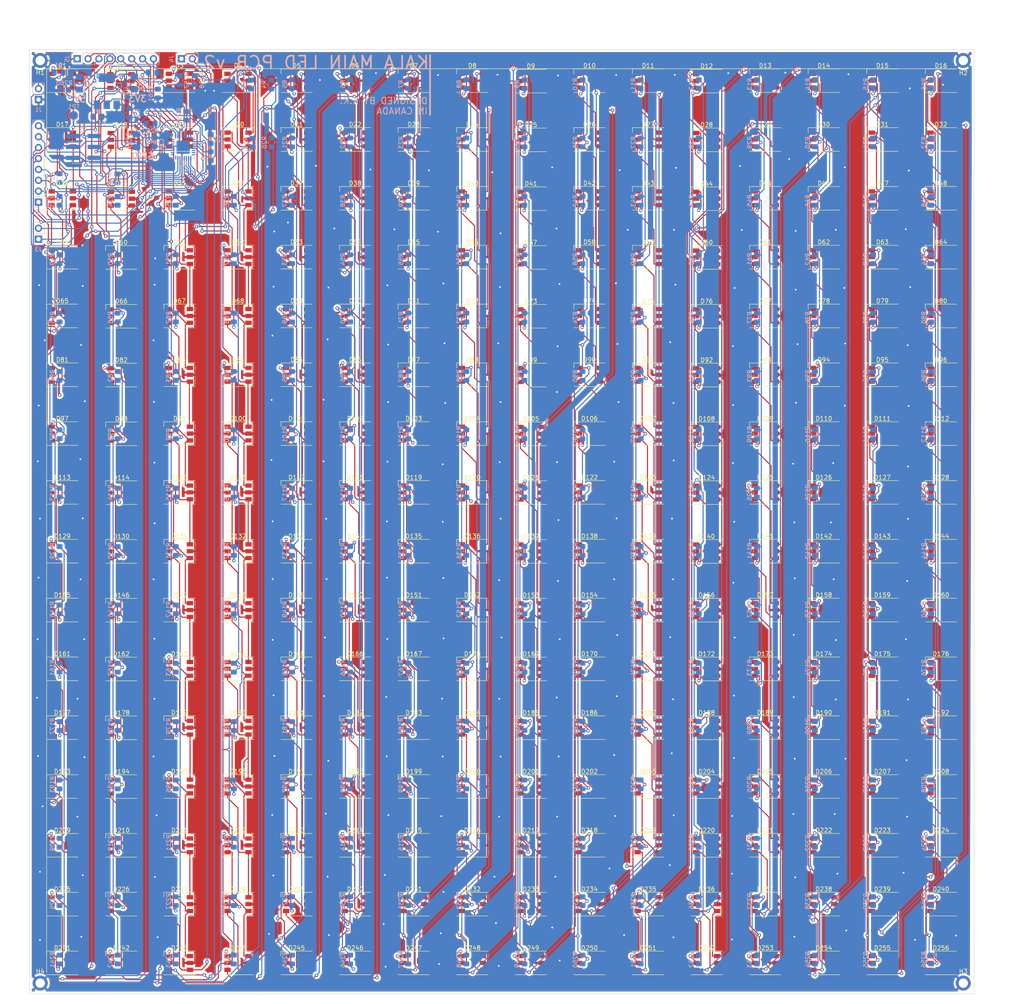
<source format=kicad_pcb>
(kicad_pcb (version 20171130) (host pcbnew "(5.1.5)-2")
  (layers (0 F.Cu signal) (31 B.Cu signal) (34 B.Paste user hide) (35 F.Paste user) (36 B.SilkS user hide) (37 F.SilkS user) (38 B.Mask user hide) (39 F.Mask user) (44 Edge.Cuts user))
  (net 0 "")
  (net 1 "Net-(D1-Pad1)")
  (net 2 "Net-(D1-Pad3)")
  (net 3 "Net-(D1-Pad6)")
  (net 4 /LED_DATA)
  (net 5 "Net-(D2-Pad1)")
  (net 6 "Net-(D18-Pad4)")
  (net 7 "Net-(D2-Pad6)")
  (net 8 "Net-(D18-Pad6)")
  (net 9 "Net-(D3-Pad1)")
  (net 10 "Net-(D19-Pad4)")
  (net 11 "Net-(D226-Pad3)")
  (net 12 "Net-(D19-Pad6)")
  (net 13 "Net-(D4-Pad1)")
  (net 14 "Net-(D20-Pad4)")
  (net 15 "Net-(D227-Pad3)")
  (net 16 "Net-(D20-Pad6)")
  (net 17 "Net-(D5-Pad1)")
  (net 18 "Net-(D21-Pad4)")
  (net 19 "Net-(D228-Pad3)")
  (net 20 "Net-(D21-Pad6)")
  (net 21 "Net-(D6-Pad1)")
  (net 22 "Net-(D22-Pad4)")
  (net 23 "Net-(D229-Pad3)")
  (net 24 "Net-(D22-Pad6)")
  (net 25 "Net-(D7-Pad1)")
  (net 26 "Net-(D23-Pad4)")
  (net 27 "Net-(D230-Pad3)")
  (net 28 "Net-(D23-Pad6)")
  (net 29 "Net-(D8-Pad1)")
  (net 30 "Net-(D24-Pad4)")
  (net 31 "Net-(D231-Pad3)")
  (net 32 "Net-(D24-Pad6)")
  (net 33 "Net-(D9-Pad1)")
  (net 34 "Net-(D25-Pad4)")
  (net 35 "Net-(D232-Pad3)")
  (net 36 "Net-(D248-Pad3)")
  (net 37 "Net-(D10-Pad1)")
  (net 38 "Net-(D10-Pad3)")
  (net 39 "Net-(D10-Pad6)")
  (net 40 "Net-(D10-Pad4)")
  (net 41 "Net-(D11-Pad1)")
  (net 42 "Net-(D11-Pad3)")
  (net 43 "Net-(D11-Pad6)")
  (net 44 "Net-(D11-Pad4)")
  (net 45 "Net-(D12-Pad1)")
  (net 46 "Net-(D12-Pad3)")
  (net 47 "Net-(D12-Pad6)")
  (net 48 "Net-(D12-Pad4)")
  (net 49 "Net-(D13-Pad1)")
  (net 50 "Net-(D13-Pad3)")
  (net 51 "Net-(D13-Pad6)")
  (net 52 "Net-(D13-Pad4)")
  (net 53 "Net-(D14-Pad1)")
  (net 54 "Net-(D14-Pad3)")
  (net 55 "Net-(D14-Pad6)")
  (net 56 "Net-(D14-Pad4)")
  (net 57 "Net-(D15-Pad1)")
  (net 58 "Net-(D15-Pad3)")
  (net 59 "Net-(D15-Pad6)")
  (net 60 "Net-(D15-Pad4)")
  (net 61 "Net-(D16-Pad1)")
  (net 62 "Net-(D16-Pad3)")
  (net 63 "Net-(D16-Pad6)")
  (net 64 "Net-(D16-Pad4)")
  (net 65 "Net-(D17-Pad1)")
  (net 66 "Net-(D17-Pad3)")
  (net 67 "Net-(D18-Pad1)")
  (net 68 "Net-(D18-Pad3)")
  (net 69 "Net-(D19-Pad1)")
  (net 70 "Net-(D19-Pad3)")
  (net 71 "Net-(D20-Pad1)")
  (net 72 "Net-(D20-Pad3)")
  (net 73 "Net-(D21-Pad1)")
  (net 74 "Net-(D21-Pad3)")
  (net 75 "Net-(D22-Pad1)")
  (net 76 "Net-(D22-Pad3)")
  (net 77 "Net-(D23-Pad1)")
  (net 78 "Net-(D23-Pad3)")
  (net 79 "Net-(D24-Pad1)")
  (net 80 "Net-(D24-Pad3)")
  (net 81 "Net-(D25-Pad1)")
  (net 82 "Net-(D25-Pad3)")
  (net 83 "Net-(D26-Pad1)")
  (net 84 "Net-(D26-Pad3)")
  (net 85 "Net-(D27-Pad1)")
  (net 86 "Net-(D27-Pad3)")
  (net 87 "Net-(D28-Pad1)")
  (net 88 "Net-(D28-Pad3)")
  (net 89 "Net-(D29-Pad1)")
  (net 90 "Net-(D29-Pad3)")
  (net 91 "Net-(D30-Pad1)")
  (net 92 "Net-(D30-Pad3)")
  (net 93 "Net-(D31-Pad1)")
  (net 94 "Net-(D31-Pad3)")
  (net 95 "Net-(D32-Pad1)")
  (net 96 "Net-(D32-Pad3)")
  (net 97 "Net-(D33-Pad1)")
  (net 98 "Net-(D33-Pad3)")
  (net 99 "Net-(D34-Pad1)")
  (net 100 "Net-(D34-Pad3)")
  (net 101 "Net-(D35-Pad1)")
  (net 102 "Net-(D35-Pad3)")
  (net 103 "Net-(D36-Pad1)")
  (net 104 "Net-(D36-Pad3)")
  (net 105 "Net-(D37-Pad1)")
  (net 106 "Net-(D37-Pad3)")
  (net 107 "Net-(D38-Pad1)")
  (net 108 "Net-(D38-Pad3)")
  (net 109 "Net-(D39-Pad1)")
  (net 110 "Net-(D39-Pad3)")
  (net 111 "Net-(D40-Pad1)")
  (net 112 "Net-(D40-Pad3)")
  (net 113 "Net-(D41-Pad1)")
  (net 114 "Net-(D41-Pad3)")
  (net 115 "Net-(D42-Pad1)")
  (net 116 "Net-(D42-Pad3)")
  (net 117 "Net-(D43-Pad1)")
  (net 118 "Net-(D43-Pad3)")
  (net 119 "Net-(D44-Pad1)")
  (net 120 "Net-(D44-Pad3)")
  (net 121 "Net-(D45-Pad1)")
  (net 122 "Net-(D45-Pad3)")
  (net 123 "Net-(D46-Pad1)")
  (net 124 "Net-(D46-Pad3)")
  (net 125 "Net-(D47-Pad1)")
  (net 126 "Net-(D47-Pad3)")
  (net 127 "Net-(D48-Pad1)")
  (net 128 "Net-(D48-Pad3)")
  (net 129 "Net-(D49-Pad1)")
  (net 130 "Net-(D49-Pad3)")
  (net 131 "Net-(D50-Pad1)")
  (net 132 "Net-(D50-Pad3)")
  (net 133 "Net-(D51-Pad1)")
  (net 134 "Net-(D51-Pad3)")
  (net 135 "Net-(D52-Pad1)")
  (net 136 "Net-(D52-Pad3)")
  (net 137 "Net-(D53-Pad1)")
  (net 138 "Net-(D53-Pad3)")
  (net 139 "Net-(D54-Pad1)")
  (net 140 "Net-(D54-Pad3)")
  (net 141 "Net-(D55-Pad1)")
  (net 142 "Net-(D55-Pad3)")
  (net 143 "Net-(D56-Pad1)")
  (net 144 "Net-(D56-Pad3)")
  (net 145 "Net-(D57-Pad1)")
  (net 146 "Net-(D57-Pad3)")
  (net 147 "Net-(D58-Pad1)")
  (net 148 "Net-(D58-Pad3)")
  (net 149 "Net-(D59-Pad1)")
  (net 150 "Net-(D59-Pad3)")
  (net 151 "Net-(D60-Pad1)")
  (net 152 "Net-(D60-Pad3)")
  (net 153 "Net-(D61-Pad1)")
  (net 154 "Net-(D61-Pad3)")
  (net 155 "Net-(D62-Pad1)")
  (net 156 "Net-(D62-Pad3)")
  (net 157 "Net-(D63-Pad1)")
  (net 158 "Net-(D63-Pad3)")
  (net 159 "Net-(D64-Pad1)")
  (net 160 "Net-(D64-Pad3)")
  (net 161 "Net-(D65-Pad1)")
  (net 162 "Net-(D65-Pad3)")
  (net 163 "Net-(D66-Pad1)")
  (net 164 "Net-(D66-Pad3)")
  (net 165 "Net-(D67-Pad1)")
  (net 166 "Net-(D67-Pad3)")
  (net 167 "Net-(D68-Pad1)")
  (net 168 "Net-(D100-Pad6)")
  (net 169 "Net-(D69-Pad1)")
  (net 170 "Net-(D101-Pad6)")
  (net 171 "Net-(D70-Pad1)")
  (net 172 "Net-(D102-Pad6)")
  (net 173 "Net-(D71-Pad1)")
  (net 174 "Net-(D103-Pad6)")
  (net 175 "Net-(D72-Pad1)")
  (net 176 "Net-(D104-Pad6)")
  (net 177 "Net-(D73-Pad1)")
  (net 178 "Net-(D105-Pad6)")
  (net 179 "Net-(D74-Pad1)")
  (net 180 "Net-(D106-Pad6)")
  (net 181 "Net-(D75-Pad1)")
  (net 182 "Net-(D107-Pad6)")
  (net 183 "Net-(D76-Pad1)")
  (net 184 "Net-(D108-Pad6)")
  (net 185 "Net-(D77-Pad1)")
  (net 186 "Net-(D109-Pad6)")
  (net 187 "Net-(D78-Pad1)")
  (net 188 "Net-(D110-Pad6)")
  (net 189 "Net-(D79-Pad1)")
  (net 190 "Net-(D111-Pad6)")
  (net 191 "Net-(D80-Pad1)")
  (net 192 "Net-(D112-Pad6)")
  (net 193 "Net-(D81-Pad1)")
  (net 194 "Net-(D113-Pad6)")
  (net 195 "Net-(D82-Pad1)")
  (net 196 "Net-(D114-Pad6)")
  (net 197 "Net-(D83-Pad1)")
  (net 198 "Net-(D115-Pad6)")
  (net 199 "Net-(D84-Pad1)")
  (net 200 "Net-(D100-Pad4)")
  (net 201 "Net-(D85-Pad1)")
  (net 202 "Net-(D101-Pad4)")
  (net 203 "Net-(D86-Pad1)")
  (net 204 "Net-(D102-Pad4)")
  (net 205 "Net-(D87-Pad1)")
  (net 206 "Net-(D103-Pad4)")
  (net 207 "Net-(D88-Pad1)")
  (net 208 "Net-(D104-Pad4)")
  (net 209 "Net-(D89-Pad1)")
  (net 210 "Net-(D105-Pad4)")
  (net 211 "Net-(D90-Pad1)")
  (net 212 "Net-(D106-Pad4)")
  (net 213 "Net-(D91-Pad1)")
  (net 214 "Net-(D107-Pad4)")
  (net 215 "Net-(D92-Pad1)")
  (net 216 "Net-(D108-Pad4)")
  (net 217 "Net-(D93-Pad1)")
  (net 218 "Net-(D109-Pad4)")
  (net 219 "Net-(D94-Pad1)")
  (net 220 "Net-(D110-Pad4)")
  (net 221 "Net-(D95-Pad1)")
  (net 222 "Net-(D111-Pad4)")
  (net 223 "Net-(D96-Pad1)")
  (net 224 "Net-(D112-Pad4)")
  (net 225 "Net-(D97-Pad1)")
  (net 226 "Net-(D113-Pad4)")
  (net 227 "Net-(D98-Pad1)")
  (net 228 "Net-(D114-Pad4)")
  (net 229 "Net-(D99-Pad1)")
  (net 230 "Net-(D115-Pad4)")
  (net 231 "Net-(D100-Pad1)")
  (net 232 "Net-(D100-Pad3)")
  (net 233 "Net-(D101-Pad1)")
  (net 234 "Net-(D101-Pad3)")
  (net 235 "Net-(D102-Pad1)")
  (net 236 "Net-(D102-Pad3)")
  (net 237 "Net-(D103-Pad1)")
  (net 238 "Net-(D103-Pad3)")
  (net 239 "Net-(D104-Pad1)")
  (net 240 "Net-(D104-Pad3)")
  (net 241 "Net-(D105-Pad1)")
  (net 242 "Net-(D105-Pad3)")
  (net 243 "Net-(D106-Pad1)")
  (net 244 "Net-(D106-Pad3)")
  (net 245 "Net-(D107-Pad1)")
  (net 246 "Net-(D107-Pad3)")
  (net 247 "Net-(D108-Pad1)")
  (net 248 "Net-(D108-Pad3)")
  (net 249 "Net-(D109-Pad1)")
  (net 250 "Net-(D109-Pad3)")
  (net 251 "Net-(D110-Pad1)")
  (net 252 "Net-(D110-Pad3)")
  (net 253 "Net-(D111-Pad1)")
  (net 254 "Net-(D111-Pad3)")
  (net 255 "Net-(D112-Pad1)")
  (net 256 "Net-(D112-Pad3)")
  (net 257 "Net-(D113-Pad1)")
  (net 258 "Net-(D113-Pad3)")
  (net 259 "Net-(D114-Pad1)")
  (net 260 "Net-(D114-Pad3)")
  (net 261 "Net-(D115-Pad1)")
  (net 262 "Net-(D115-Pad3)")
  (net 263 "Net-(D116-Pad1)")
  (net 264 "Net-(D116-Pad3)")
  (net 265 "Net-(D117-Pad1)")
  (net 266 "Net-(D117-Pad3)")
  (net 267 "Net-(D118-Pad1)")
  (net 268 "Net-(D118-Pad3)")
  (net 269 "Net-(D119-Pad1)")
  (net 270 "Net-(D119-Pad3)")
  (net 271 "Net-(D120-Pad1)")
  (net 272 "Net-(D120-Pad3)")
  (net 273 "Net-(D121-Pad1)")
  (net 274 "Net-(D121-Pad3)")
  (net 275 "Net-(D122-Pad1)")
  (net 276 "Net-(D122-Pad3)")
  (net 277 "Net-(D123-Pad1)")
  (net 278 "Net-(D123-Pad3)")
  (net 279 "Net-(D124-Pad1)")
  (net 280 "Net-(D124-Pad3)")
  (net 281 "Net-(D125-Pad1)")
  (net 282 "Net-(D125-Pad3)")
  (net 283 "Net-(D126-Pad1)")
  (net 284 "Net-(D126-Pad3)")
  (net 285 "Net-(D127-Pad1)")
  (net 286 "Net-(D127-Pad3)")
  (net 287 "Net-(D128-Pad1)")
  (net 288 "Net-(D128-Pad3)")
  (net 289 "Net-(D129-Pad1)")
  (net 290 "Net-(D129-Pad3)")
  (net 291 "Net-(D130-Pad1)")
  (net 292 "Net-(D130-Pad3)")
  (net 293 "Net-(D131-Pad1)")
  (net 294 "Net-(D131-Pad3)")
  (net 295 "Net-(D132-Pad1)")
  (net 296 "Net-(D132-Pad3)")
  (net 297 "Net-(D133-Pad1)")
  (net 298 "Net-(D133-Pad3)")
  (net 299 "Net-(D134-Pad1)")
  (net 300 "Net-(D134-Pad3)")
  (net 301 "Net-(D135-Pad1)")
  (net 302 "Net-(D135-Pad3)")
  (net 303 "Net-(D136-Pad1)")
  (net 304 "Net-(D136-Pad3)")
  (net 305 "Net-(D137-Pad1)")
  (net 306 "Net-(D137-Pad3)")
  (net 307 "Net-(D138-Pad1)")
  (net 308 "Net-(D138-Pad3)")
  (net 309 "Net-(D139-Pad1)")
  (net 310 "Net-(D139-Pad3)")
  (net 311 "Net-(D140-Pad1)")
  (net 312 "Net-(D140-Pad3)")
  (net 313 "Net-(D141-Pad1)")
  (net 314 "Net-(D141-Pad3)")
  (net 315 "Net-(D142-Pad1)")
  (net 316 "Net-(D142-Pad3)")
  (net 317 "Net-(D143-Pad1)")
  (net 318 "Net-(D143-Pad3)")
  (net 319 "Net-(D144-Pad1)")
  (net 320 "Net-(D144-Pad3)")
  (net 321 "Net-(D145-Pad1)")
  (net 322 "Net-(D145-Pad3)")
  (net 323 "Net-(D146-Pad1)")
  (net 324 "Net-(D146-Pad3)")
  (net 325 "Net-(D147-Pad1)")
  (net 326 "Net-(D147-Pad3)")
  (net 327 "Net-(D148-Pad1)")
  (net 328 "Net-(D148-Pad3)")
  (net 329 "Net-(D149-Pad1)")
  (net 330 "Net-(D149-Pad3)")
  (net 331 "Net-(D150-Pad1)")
  (net 332 "Net-(D150-Pad3)")
  (net 333 "Net-(D151-Pad1)")
  (net 334 "Net-(D151-Pad3)")
  (net 335 "Net-(D152-Pad1)")
  (net 336 "Net-(D152-Pad3)")
  (net 337 "Net-(D153-Pad1)")
  (net 338 "Net-(D153-Pad3)")
  (net 339 "Net-(D154-Pad1)")
  (net 340 "Net-(D154-Pad3)")
  (net 341 "Net-(D155-Pad1)")
  (net 342 "Net-(D155-Pad3)")
  (net 343 "Net-(D156-Pad1)")
  (net 344 "Net-(D156-Pad3)")
  (net 345 "Net-(D157-Pad1)")
  (net 346 "Net-(D157-Pad3)")
  (net 347 "Net-(D158-Pad1)")
  (net 348 "Net-(D158-Pad3)")
  (net 349 "Net-(D159-Pad1)")
  (net 350 "Net-(D159-Pad3)")
  (net 351 "Net-(D160-Pad1)")
  (net 352 "Net-(D160-Pad3)")
  (net 353 "Net-(D161-Pad1)")
  (net 354 "Net-(D161-Pad3)")
  (net 355 "Net-(D162-Pad1)")
  (net 356 "Net-(D162-Pad3)")
  (net 357 "Net-(D163-Pad1)")
  (net 358 "Net-(D163-Pad3)")
  (net 359 "Net-(D164-Pad1)")
  (net 360 "Net-(D164-Pad3)")
  (net 361 "Net-(D165-Pad1)")
  (net 362 "Net-(D165-Pad3)")
  (net 363 "Net-(D166-Pad1)")
  (net 364 "Net-(D166-Pad3)")
  (net 365 "Net-(D167-Pad1)")
  (net 366 "Net-(D167-Pad3)")
  (net 367 "Net-(D168-Pad1)")
  (net 368 "Net-(D168-Pad3)")
  (net 369 "Net-(D169-Pad1)")
  (net 370 "Net-(D169-Pad3)")
  (net 371 "Net-(D170-Pad1)")
  (net 372 "Net-(D170-Pad3)")
  (net 373 "Net-(D171-Pad1)")
  (net 374 "Net-(D171-Pad3)")
  (net 375 "Net-(D172-Pad1)")
  (net 376 "Net-(D172-Pad3)")
  (net 377 "Net-(D173-Pad1)")
  (net 378 "Net-(D173-Pad3)")
  (net 379 "Net-(D174-Pad1)")
  (net 380 "Net-(D174-Pad3)")
  (net 381 "Net-(D175-Pad1)")
  (net 382 "Net-(D175-Pad3)")
  (net 383 "Net-(D176-Pad1)")
  (net 384 "Net-(D176-Pad3)")
  (net 385 "Net-(D177-Pad1)")
  (net 386 "Net-(D177-Pad3)")
  (net 387 "Net-(D178-Pad1)")
  (net 388 "Net-(D178-Pad3)")
  (net 389 "Net-(D179-Pad1)")
  (net 390 "Net-(D179-Pad3)")
  (net 391 "Net-(D180-Pad1)")
  (net 392 "Net-(D180-Pad3)")
  (net 393 "Net-(D181-Pad1)")
  (net 394 "Net-(D181-Pad3)")
  (net 395 "Net-(D182-Pad1)")
  (net 396 "Net-(D182-Pad3)")
  (net 397 "Net-(D183-Pad1)")
  (net 398 "Net-(D183-Pad3)")
  (net 399 "Net-(D184-Pad1)")
  (net 400 "Net-(D184-Pad3)")
  (net 401 "Net-(D185-Pad1)")
  (net 402 "Net-(D185-Pad3)")
  (net 403 "Net-(D186-Pad1)")
  (net 404 "Net-(D186-Pad3)")
  (net 405 "Net-(D187-Pad1)")
  (net 406 "Net-(D187-Pad3)")
  (net 407 "Net-(D188-Pad1)")
  (net 408 "Net-(D188-Pad3)")
  (net 409 "Net-(D189-Pad1)")
  (net 410 "Net-(D189-Pad3)")
  (net 411 "Net-(D190-Pad1)")
  (net 412 "Net-(D190-Pad3)")
  (net 413 "Net-(D191-Pad1)")
  (net 414 "Net-(D191-Pad3)")
  (net 415 "Net-(D192-Pad1)")
  (net 416 "Net-(D192-Pad3)")
  (net 417 "Net-(D193-Pad1)")
  (net 418 "Net-(D193-Pad3)")
  (net 419 "Net-(D194-Pad1)")
  (net 420 "Net-(D194-Pad3)")
  (net 421 "Net-(D195-Pad1)")
  (net 422 "Net-(D195-Pad3)")
  (net 423 "Net-(D196-Pad1)")
  (net 424 "Net-(D196-Pad3)")
  (net 425 "Net-(D197-Pad1)")
  (net 426 "Net-(D197-Pad3)")
  (net 427 "Net-(D198-Pad1)")
  (net 428 "Net-(D198-Pad3)")
  (net 429 "Net-(D199-Pad1)")
  (net 430 "Net-(D199-Pad3)")
  (net 431 "Net-(D200-Pad1)")
  (net 432 "Net-(D200-Pad3)")
  (net 433 "Net-(D201-Pad1)")
  (net 434 "Net-(D201-Pad3)")
  (net 435 "Net-(D202-Pad1)")
  (net 436 "Net-(D202-Pad3)")
  (net 437 "Net-(D203-Pad1)")
  (net 438 "Net-(D203-Pad3)")
  (net 439 "Net-(D204-Pad1)")
  (net 440 "Net-(D204-Pad3)")
  (net 441 "Net-(D205-Pad1)")
  (net 442 "Net-(D205-Pad3)")
  (net 443 "Net-(D206-Pad1)")
  (net 444 "Net-(D206-Pad3)")
  (net 445 "Net-(D207-Pad1)")
  (net 446 "Net-(D207-Pad3)")
  (net 447 "Net-(D208-Pad1)")
  (net 448 "Net-(D208-Pad3)")
  (net 449 "Net-(D209-Pad1)")
  (net 450 "Net-(D209-Pad3)")
  (net 451 "Net-(D210-Pad1)")
  (net 452 "Net-(D210-Pad3)")
  (net 453 "Net-(D211-Pad1)")
  (net 454 "Net-(D211-Pad3)")
  (net 455 "Net-(D212-Pad1)")
  (net 456 "Net-(D212-Pad3)")
  (net 457 "Net-(D213-Pad1)")
  (net 458 "Net-(D213-Pad3)")
  (net 459 "Net-(D214-Pad1)")
  (net 460 "Net-(D214-Pad3)")
  (net 461 "Net-(D215-Pad1)")
  (net 462 "Net-(D215-Pad3)")
  (net 463 "Net-(D216-Pad1)")
  (net 464 "Net-(D216-Pad3)")
  (net 465 "Net-(D217-Pad1)")
  (net 466 "Net-(D217-Pad3)")
  (net 467 "Net-(D218-Pad1)")
  (net 468 "Net-(D218-Pad3)")
  (net 469 "Net-(D219-Pad1)")
  (net 470 "Net-(D219-Pad3)")
  (net 471 "Net-(D220-Pad1)")
  (net 472 "Net-(D220-Pad3)")
  (net 473 "Net-(D221-Pad1)")
  (net 474 "Net-(D221-Pad3)")
  (net 475 "Net-(D222-Pad1)")
  (net 476 "Net-(D222-Pad3)")
  (net 477 "Net-(D223-Pad1)")
  (net 478 "Net-(D223-Pad3)")
  (net 479 "Net-(D224-Pad1)")
  (net 480 "Net-(D224-Pad3)")
  (net 481 "Net-(D225-Pad1)")
  (net 482 "Net-(D226-Pad1)")
  (net 483 "Net-(D227-Pad1)")
  (net 484 "Net-(D228-Pad1)")
  (net 485 "Net-(D229-Pad1)")
  (net 486 "Net-(D230-Pad1)")
  (net 487 "Net-(D231-Pad1)")
  (net 488 "Net-(D232-Pad1)")
  (net 489 "Net-(D233-Pad1)")
  (net 490 "Net-(D234-Pad1)")
  (net 491 "Net-(D235-Pad1)")
  (net 492 "Net-(D236-Pad1)")
  (net 493 "Net-(D237-Pad1)")
  (net 494 "Net-(D238-Pad1)")
  (net 495 "Net-(D239-Pad1)")
  (net 496 "Net-(D240-Pad1)")
  (net 497 "Net-(D240-Pad3)")
  (net 498 "Net-(D241-Pad1)")
  (net 499 "Net-(D242-Pad1)")
  (net 500 "Net-(D243-Pad1)")
  (net 501 "Net-(D244-Pad1)")
  (net 502 "Net-(D245-Pad1)")
  (net 503 "Net-(D246-Pad1)")
  (net 504 "Net-(D247-Pad1)")
  (net 505 "Net-(D248-Pad1)")
  (net 506 "Net-(D249-Pad1)")
  (net 507 "Net-(D250-Pad1)")
  (net 508 "Net-(D251-Pad1)")
  (net 509 "Net-(D252-Pad1)")
  (net 510 "Net-(D253-Pad1)")
  (net 511 "Net-(D254-Pad1)")
  (net 512 "Net-(D255-Pad1)")
  (net 513 "Net-(D256-Pad1)")
  (net 514 "Net-(D256-Pad3)")
  (net 515 "Net-(U1-Pad32)")
  (net 516 /PROG_MISO)
  (net 517 /LED_TXD)
  (net 518 /LED_RXD)
  (net 519 /SDA)
  (net 520 /LED_GPIO1)
  (net 521 /SCL)
  (net 522 /LED_GPIO3)
  (net 523 "Net-(U1-Pad24)")
  (net 524 "Net-(U1-Pad23)")
  (net 525 "Net-(U1-Pad22)")
  (net 526 GND)
  (net 527 +3V3)
  (net 528 /LED_GPIO4)
  (net 529 /LED_GPIO5)
  (net 530 "Net-(U1-Pad17)")
  (net 531 "Net-(U1-Pad16)")
  (net 532 /LED_INT)
  (net 533 /LED_RST_N)
  (net 534 "Net-(U1-Pad13)")
  (net 535 /LED_AREF)
  (net 536 /SPI_CS_N)
  (net 537 /PROG_SCK)
  (net 538 /PROG_MOSI)
  (net 539 "Net-(U1-Pad8)")
  (net 540 "Net-(U1-Pad7)")
  (net 541 "Net-(U1-Pad6)")
  (net 542 "Net-(U1-Pad2)")
  (net 543 "Net-(U1-Pad1)")
  (net 544 +5V)
  (net 545 "Net-(D257-Pad1)")
  (net 546 "Net-(D258-Pad1)")
  (net 547 "Net-(D259-Pad1)")
  (module LED_SMD:LED_WS2812_PLCC6_5.0x5.0mm_P1.6mm (layer F.Cu) (at 21.2933 7.3)
    (fp_text reference D2 (at 0 -3.5) (layer F.SilkS))
    (fp_text value WS2813)
    (pad 1 smd rect (at -2.45 -1.6) (size 1.5 1) (layers F.Cu F.Paste F.Mask) (net 5 "Net-(D2-Pad1)"))
    (pad 2 smd rect (at -2.45 0) (size 1.5 1) (layers F.Cu F.Paste F.Mask) (net 544 +5V))
    (pad 3 smd rect (at -2.45 1.6) (size 1.5 1) (layers F.Cu F.Paste F.Mask) (net 6 "Net-(D18-Pad4)"))
    (pad 6 smd rect (at 2.45 -1.6) (size 1.5 1) (layers F.Cu F.Paste F.Mask) (net 7 "Net-(D2-Pad6)"))
    (pad 5 smd rect (at 2.45 0) (size 1.5 1) (layers F.Cu F.Paste F.Mask) (net 526 GND))
    (pad 4 smd rect (at 2.45 1.6) (size 1.5 1) (layers F.Cu F.Paste F.Mask) (net 8 "Net-(D18-Pad6)"))
  )
  (module LED_SMD:LED_WS2812_PLCC6_5.0x5.0mm_P1.6mm (layer F.Cu) (at 48.58 144.267)
    (fp_text reference D164 (at 0 -3.5) (layer F.SilkS))
    (fp_text value WS2813)
    (pad 1 smd rect (at -2.45 -1.6) (size 1.5 1) (layers F.Cu F.Paste F.Mask) (net 359 "Net-(D164-Pad1)"))
    (pad 2 smd rect (at -2.45 0) (size 1.5 1) (layers F.Cu F.Paste F.Mask) (net 544 +5V))
    (pad 3 smd rect (at -2.45 1.6) (size 1.5 1) (layers F.Cu F.Paste F.Mask) (net 360 "Net-(D164-Pad3)"))
    (pad 6 smd rect (at 2.45 -1.6) (size 1.5 1) (layers F.Cu F.Paste F.Mask) (net 296 "Net-(D132-Pad3)"))
    (pad 5 smd rect (at 2.45 0) (size 1.5 1) (layers F.Cu F.Paste F.Mask) (net 526 GND))
    (pad 4 smd rect (at 2.45 1.6) (size 1.5 1) (layers F.Cu F.Paste F.Mask) (net 328 "Net-(D148-Pad3)"))
  )
  (module LED_SMD:LED_WS2812_PLCC6_5.0x5.0mm_P1.6mm (layer F.Cu) (at 7.65 62.0267)
    (fp_text reference D65 (at 0 -3.5) (layer F.SilkS))
    (fp_text value WS2813)
    (pad 1 smd rect (at -2.45 -1.6) (size 1.5 1) (layers F.Cu F.Paste F.Mask) (net 161 "Net-(D65-Pad1)"))
    (pad 2 smd rect (at -2.45 0) (size 1.5 1) (layers F.Cu F.Paste F.Mask) (net 544 +5V))
    (pad 3 smd rect (at -2.45 1.6) (size 1.5 1) (layers F.Cu F.Paste F.Mask) (net 162 "Net-(D65-Pad3)"))
    (pad 6 smd rect (at 2.45 -1.6) (size 1.5 1) (layers F.Cu F.Paste F.Mask) (net 98 "Net-(D33-Pad3)"))
    (pad 5 smd rect (at 2.45 0) (size 1.5 1) (layers F.Cu F.Paste F.Mask) (net 526 GND))
    (pad 4 smd rect (at 2.45 1.6) (size 1.5 1) (layers F.Cu F.Paste F.Mask) (net 130 "Net-(D49-Pad3)"))
  )
  (module Connector_PinHeader_2.54mm:PinHeader_2x03_P2.54mm_Vertical_SMD (layer B.Cu) (at 12.575 22.64 180)
    (fp_text reference J2 (at 0 4.87) (layer B.SilkS) (effects (justify mirror)))
    (fp_text value AVR-ISP-6)
    (pad 6 smd rect (at 2.525 -2.54 180) (size 3.15 1) (layers B.Cu B.Paste B.Mask) (net 526 GND))
    (pad 5 smd rect (at -2.525 -2.54 180) (size 3.15 1) (layers B.Cu B.Paste B.Mask) (net 533 /LED_RST_N))
    (pad 4 smd rect (at 2.525 0 180) (size 3.15 1) (layers B.Cu B.Paste B.Mask) (net 538 /PROG_MOSI))
    (pad 3 smd rect (at -2.525 0 180) (size 3.15 1) (layers B.Cu B.Paste B.Mask) (net 537 /PROG_SCK))
    (pad 2 smd rect (at 2.525 2.54 180) (size 3.15 1) (layers B.Cu B.Paste B.Mask) (net 527 +3V3))
    (pad 1 smd rect (at -2.525 2.54 180) (size 3.15 1) (layers B.Cu B.Paste B.Mask) (net 516 /PROG_MISO))
  )
  (module MountingHole:MountingHole_2.2mm_M2_ISO7380_Pad (layer F.Cu) (at 2.5 217.5)
    (fp_text reference H4 (at 0 -2.75) (layer F.SilkS))
    (fp_text value 4 hide)
    (pad 1 thru_hole circle (at 0 0) (size 3.5 3.5) (drill 2.2) (layers *.Cu *.Mask) (net 526 GND))
  )
  (module MountingHole:MountingHole_2.2mm_M2_ISO7380_Pad (layer F.Cu) (at 217.5 217.5)
    (fp_text reference H3 (at 0 -2.75) (layer F.SilkS))
    (fp_text value 3 hide)
    (pad 1 thru_hole circle (at 0 0) (size 3.5 3.5) (drill 2.2) (layers *.Cu *.Mask) (net 526 GND))
  )
  (module MountingHole:MountingHole_2.2mm_M2_ISO7380_Pad (layer F.Cu) (at 217.5 2.5)
    (fp_text reference H2 (at 0 2.9) (layer F.SilkS))
    (fp_text value 2 hide)
    (pad 1 thru_hole circle (at 0 0) (size 3.5 3.5) (drill 2.2) (layers *.Cu *.Mask) (net 526 GND))
  )
  (module MountingHole:MountingHole_2.2mm_M2_ISO7380_Pad (layer F.Cu) (at 2.5 2.5)
    (fp_text reference H1 (at 0 2.8) (layer F.SilkS))
    (fp_text value 1 hide)
    (pad 1 thru_hole circle (at 0 0) (size 3.5 3.5) (drill 2.2) (layers *.Cu *.Mask) (net 526 GND))
  )
  (module Connector_PinHeader_2.54mm:PinHeader_1x08_P2.54mm_Vertical (layer B.Cu) (at 2.1 35.5)
    (fp_text reference J6 (at 0 2.33 180) (layer B.SilkS) (effects (justify mirror)))
    (fp_text value PB)
    (pad 8 thru_hole oval (at 0 -17.78) (size 1.7 1.7) (drill 1) (layers *.Cu *.Mask) (net 533 /LED_RST_N))
    (pad 7 thru_hole oval (at 0 -15.24) (size 1.7 1.7) (drill 1) (layers *.Cu *.Mask) (net 532 /LED_INT))
    (pad 6 thru_hole oval (at 0 -12.7) (size 1.7 1.7) (drill 1) (layers *.Cu *.Mask) (net 529 /LED_GPIO5))
    (pad 5 thru_hole oval (at 0 -10.16) (size 1.7 1.7) (drill 1) (layers *.Cu *.Mask) (net 528 /LED_GPIO4))
    (pad 4 thru_hole oval (at 0 -7.62) (size 1.7 1.7) (drill 1) (layers *.Cu *.Mask) (net 522 /LED_GPIO3))
    (pad 3 thru_hole oval (at 0 -5.08) (size 1.7 1.7) (drill 1) (layers *.Cu *.Mask) (net 521 /SCL))
    (pad 2 thru_hole oval (at 0 -2.54) (size 1.7 1.7) (drill 1) (layers *.Cu *.Mask) (net 520 /LED_GPIO1))
    (pad 1 thru_hole rect (at 0 0) (size 1.7 1.7) (drill 1) (layers *.Cu *.Mask) (net 519 /SDA))
  )
  (module TestPoint:TestPoint_Pad_D2.0mm (layer B.Cu) (at 10.3 15.3 180)
    (fp_text reference TP1 (at 0 1.998 180) (layer B.SilkS) (effects (justify mirror)))
    (fp_text value LED_DATA)
    (pad 1 smd circle (at 0 0 180) (size 2 2) (layers B.Cu B.Mask) (net 4 /LED_DATA))
  )
  (module Resistor_SMD:R_0805_2012Metric_Pad1.15x1.40mm_HandSolder (layer B.Cu) (at 28.2 17.2)
    (fp_text reference R262 (at 0 1.65 180) (layer B.SilkS) (effects (justify mirror)))
    (fp_text value 330R)
    (pad 2 smd roundrect (at 1.025 0) (size 1.15 1.4) (layers B.Cu B.Paste B.Mask) (roundrect_rratio 0.217391) (net 526 GND))
    (pad 1 smd roundrect (at -1.025 0) (size 1.15 1.4) (layers B.Cu B.Paste B.Mask) (roundrect_rratio 0.217391) (net 547 "Net-(D259-Pad1)"))
  )
  (module Resistor_SMD:R_0805_2012Metric_Pad1.15x1.40mm_HandSolder (layer B.Cu) (at 29.9 10.2 270)
    (fp_text reference R261 (at 0 1.65 270) (layer B.SilkS) (effects (justify mirror)))
    (fp_text value 330R)
    (pad 2 smd roundrect (at 1.025 0 270) (size 1.15 1.4) (layers B.Cu B.Paste B.Mask) (roundrect_rratio 0.217391) (net 526 GND))
    (pad 1 smd roundrect (at -1.025 0 270) (size 1.15 1.4) (layers B.Cu B.Paste B.Mask) (roundrect_rratio 0.217391) (net 546 "Net-(D258-Pad1)"))
  )
  (module Resistor_SMD:R_0805_2012Metric_Pad1.15x1.40mm_HandSolder (layer B.Cu) (at 8.125 9.4 180)
    (fp_text reference R260 (at 0 1.65 180) (layer B.SilkS) (effects (justify mirror)))
    (fp_text value 330R)
    (pad 2 smd roundrect (at 1.025 0 180) (size 1.15 1.4) (layers B.Cu B.Paste B.Mask) (roundrect_rratio 0.217391) (net 526 GND))
    (pad 1 smd roundrect (at -1.025 0 180) (size 1.15 1.4) (layers B.Cu B.Paste B.Mask) (roundrect_rratio 0.217391) (net 545 "Net-(D257-Pad1)"))
  )
  (module Resistor_SMD:R_0805_2012Metric_Pad1.15x1.40mm_HandSolder (layer B.Cu) (at 36.5 15.425 270)
    (fp_text reference R259 (at 0 1.65 270) (layer B.SilkS) (effects (justify mirror)))
    (fp_text value 10K)
    (pad 2 smd roundrect (at 1.025 0 270) (size 1.15 1.4) (layers B.Cu B.Paste B.Mask) (roundrect_rratio 0.217391) (net 533 /LED_RST_N))
    (pad 1 smd roundrect (at -1.025 0 270) (size 1.15 1.4) (layers B.Cu B.Paste B.Mask) (roundrect_rratio 0.217391) (net 527 +3V3))
  )
  (module Resistor_SMD:R_0805_2012Metric_Pad1.15x1.40mm_HandSolder (layer B.Cu) (at 38.5 7.1 90)
    (fp_text reference R258 (at 0 1.65 270) (layer B.SilkS) (effects (justify mirror)))
    (fp_text value 10K)
    (pad 2 smd roundrect (at 1.025 0 90) (size 1.15 1.4) (layers B.Cu B.Paste B.Mask) (roundrect_rratio 0.217391) (net 521 /SCL))
    (pad 1 smd roundrect (at -1.025 0 90) (size 1.15 1.4) (layers B.Cu B.Paste B.Mask) (roundrect_rratio 0.217391) (net 527 +3V3))
  )
  (module Resistor_SMD:R_0805_2012Metric_Pad1.15x1.40mm_HandSolder (layer B.Cu) (at 35 7.1 90)
    (fp_text reference R257 (at 0 1.65 270) (layer B.SilkS) (effects (justify mirror)))
    (fp_text value 10K)
    (pad 2 smd roundrect (at 1.025 0 90) (size 1.15 1.4) (layers B.Cu B.Paste B.Mask) (roundrect_rratio 0.217391) (net 519 /SDA))
    (pad 1 smd roundrect (at -1.025 0 90) (size 1.15 1.4) (layers B.Cu B.Paste B.Mask) (roundrect_rratio 0.217391) (net 527 +3V3))
  )
  (module Resistor_SMD:R_0805_2012Metric_Pad1.15x1.40mm_HandSolder (layer B.Cu) (at 210 212 270)
    (fp_text reference R256 (at 0 1.65 270) (layer B.SilkS) (effects (justify mirror)))
    (fp_text value "0 OHM")
    (pad 2 smd roundrect (at 1.025 0 270) (size 1.15 1.4) (layers B.Cu B.Paste B.Mask) (roundrect_rratio 0.217391) (net 513 "Net-(D256-Pad1)"))
    (pad 1 smd roundrect (at -1.025 0 270) (size 1.15 1.4) (layers B.Cu B.Paste B.Mask) (roundrect_rratio 0.217391) (net 544 +5V))
  )
  (module Resistor_SMD:R_0805_2012Metric_Pad1.15x1.40mm_HandSolder (layer B.Cu) (at 196.467 212 270)
    (fp_text reference R255 (at 0 1.65 270) (layer B.SilkS) (effects (justify mirror)))
    (fp_text value "0 OHM")
    (pad 2 smd roundrect (at 1.025 0 270) (size 1.15 1.4) (layers B.Cu B.Paste B.Mask) (roundrect_rratio 0.217391) (net 512 "Net-(D255-Pad1)"))
    (pad 1 smd roundrect (at -1.025 0 270) (size 1.15 1.4) (layers B.Cu B.Paste B.Mask) (roundrect_rratio 0.217391) (net 544 +5V))
  )
  (module Resistor_SMD:R_0805_2012Metric_Pad1.15x1.40mm_HandSolder (layer B.Cu) (at 182.933 212 270)
    (fp_text reference R254 (at 0 1.65 270) (layer B.SilkS) (effects (justify mirror)))
    (fp_text value "0 OHM")
    (pad 2 smd roundrect (at 1.025 0 270) (size 1.15 1.4) (layers B.Cu B.Paste B.Mask) (roundrect_rratio 0.217391) (net 511 "Net-(D254-Pad1)"))
    (pad 1 smd roundrect (at -1.025 0 270) (size 1.15 1.4) (layers B.Cu B.Paste B.Mask) (roundrect_rratio 0.217391) (net 544 +5V))
  )
  (module Resistor_SMD:R_0805_2012Metric_Pad1.15x1.40mm_HandSolder (layer B.Cu) (at 169.4 212 270)
    (fp_text reference R253 (at 0 1.65 270) (layer B.SilkS) (effects (justify mirror)))
    (fp_text value "0 OHM")
    (pad 2 smd roundrect (at 1.025 0 270) (size 1.15 1.4) (layers B.Cu B.Paste B.Mask) (roundrect_rratio 0.217391) (net 510 "Net-(D253-Pad1)"))
    (pad 1 smd roundrect (at -1.025 0 270) (size 1.15 1.4) (layers B.Cu B.Paste B.Mask) (roundrect_rratio 0.217391) (net 544 +5V))
  )
  (module Resistor_SMD:R_0805_2012Metric_Pad1.15x1.40mm_HandSolder (layer B.Cu) (at 155.867 212 270)
    (fp_text reference R252 (at 0 1.65 270) (layer B.SilkS) (effects (justify mirror)))
    (fp_text value "0 OHM")
    (pad 2 smd roundrect (at 1.025 0 270) (size 1.15 1.4) (layers B.Cu B.Paste B.Mask) (roundrect_rratio 0.217391) (net 509 "Net-(D252-Pad1)"))
    (pad 1 smd roundrect (at -1.025 0 270) (size 1.15 1.4) (layers B.Cu B.Paste B.Mask) (roundrect_rratio 0.217391) (net 544 +5V))
  )
  (module Resistor_SMD:R_0805_2012Metric_Pad1.15x1.40mm_HandSolder (layer B.Cu) (at 142.333 212 270)
    (fp_text reference R251 (at 0 1.65 270) (layer B.SilkS) (effects (justify mirror)))
    (fp_text value "0 OHM")
    (pad 2 smd roundrect (at 1.025 0 270) (size 1.15 1.4) (layers B.Cu B.Paste B.Mask) (roundrect_rratio 0.217391) (net 508 "Net-(D251-Pad1)"))
    (pad 1 smd roundrect (at -1.025 0 270) (size 1.15 1.4) (layers B.Cu B.Paste B.Mask) (roundrect_rratio 0.217391) (net 544 +5V))
  )
  (module Resistor_SMD:R_0805_2012Metric_Pad1.15x1.40mm_HandSolder (layer B.Cu) (at 128.8 212 270)
    (fp_text reference R250 (at 0 1.65 270) (layer B.SilkS) (effects (justify mirror)))
    (fp_text value "0 OHM")
    (pad 2 smd roundrect (at 1.025 0 270) (size 1.15 1.4) (layers B.Cu B.Paste B.Mask) (roundrect_rratio 0.217391) (net 507 "Net-(D250-Pad1)"))
    (pad 1 smd roundrect (at -1.025 0 270) (size 1.15 1.4) (layers B.Cu B.Paste B.Mask) (roundrect_rratio 0.217391) (net 544 +5V))
  )
  (module Resistor_SMD:R_0805_2012Metric_Pad1.15x1.40mm_HandSolder (layer B.Cu) (at 115.267 212 270)
    (fp_text reference R249 (at 0 1.65 270) (layer B.SilkS) (effects (justify mirror)))
    (fp_text value "0 OHM")
    (pad 2 smd roundrect (at 1.025 0 270) (size 1.15 1.4) (layers B.Cu B.Paste B.Mask) (roundrect_rratio 0.217391) (net 506 "Net-(D249-Pad1)"))
    (pad 1 smd roundrect (at -1.025 0 270) (size 1.15 1.4) (layers B.Cu B.Paste B.Mask) (roundrect_rratio 0.217391) (net 544 +5V))
  )
  (module Resistor_SMD:R_0805_2012Metric_Pad1.15x1.40mm_HandSolder (layer B.Cu) (at 101.733 212 270)
    (fp_text reference R248 (at 0 1.65 270) (layer B.SilkS) (effects (justify mirror)))
    (fp_text value "0 OHM")
    (pad 2 smd roundrect (at 1.025 0 270) (size 1.15 1.4) (layers B.Cu B.Paste B.Mask) (roundrect_rratio 0.217391) (net 505 "Net-(D248-Pad1)"))
    (pad 1 smd roundrect (at -1.025 0 270) (size 1.15 1.4) (layers B.Cu B.Paste B.Mask) (roundrect_rratio 0.217391) (net 544 +5V))
  )
  (module Resistor_SMD:R_0805_2012Metric_Pad1.15x1.40mm_HandSolder (layer B.Cu) (at 88.2 212 270)
    (fp_text reference R247 (at 0 1.65 270) (layer B.SilkS) (effects (justify mirror)))
    (fp_text value "0 OHM")
    (pad 2 smd roundrect (at 1.025 0 270) (size 1.15 1.4) (layers B.Cu B.Paste B.Mask) (roundrect_rratio 0.217391) (net 504 "Net-(D247-Pad1)"))
    (pad 1 smd roundrect (at -1.025 0 270) (size 1.15 1.4) (layers B.Cu B.Paste B.Mask) (roundrect_rratio 0.217391) (net 544 +5V))
  )
  (module Resistor_SMD:R_0805_2012Metric_Pad1.15x1.40mm_HandSolder (layer B.Cu) (at 74.6667 212 270)
    (fp_text reference R246 (at 0 1.65 270) (layer B.SilkS) (effects (justify mirror)))
    (fp_text value "0 OHM")
    (pad 2 smd roundrect (at 1.025 0 270) (size 1.15 1.4) (layers B.Cu B.Paste B.Mask) (roundrect_rratio 0.217391) (net 503 "Net-(D246-Pad1)"))
    (pad 1 smd roundrect (at -1.025 0 270) (size 1.15 1.4) (layers B.Cu B.Paste B.Mask) (roundrect_rratio 0.217391) (net 544 +5V))
  )
  (module Resistor_SMD:R_0805_2012Metric_Pad1.15x1.40mm_HandSolder (layer B.Cu) (at 61.1333 212 270)
    (fp_text reference R245 (at 0 1.65 270) (layer B.SilkS) (effects (justify mirror)))
    (fp_text value "0 OHM")
    (pad 2 smd roundrect (at 1.025 0 270) (size 1.15 1.4) (layers B.Cu B.Paste B.Mask) (roundrect_rratio 0.217391) (net 502 "Net-(D245-Pad1)"))
    (pad 1 smd roundrect (at -1.025 0 270) (size 1.15 1.4) (layers B.Cu B.Paste B.Mask) (roundrect_rratio 0.217391) (net 544 +5V))
  )
  (module Resistor_SMD:R_0805_2012Metric_Pad1.15x1.40mm_HandSolder (layer B.Cu) (at 47.6 212 270)
    (fp_text reference R244 (at 0 1.65 270) (layer B.SilkS) (effects (justify mirror)))
    (fp_text value "0 OHM")
    (pad 2 smd roundrect (at 1.025 0 270) (size 1.15 1.4) (layers B.Cu B.Paste B.Mask) (roundrect_rratio 0.217391) (net 501 "Net-(D244-Pad1)"))
    (pad 1 smd roundrect (at -1.025 0 270) (size 1.15 1.4) (layers B.Cu B.Paste B.Mask) (roundrect_rratio 0.217391) (net 544 +5V))
  )
  (module Resistor_SMD:R_0805_2012Metric_Pad1.15x1.40mm_HandSolder (layer B.Cu) (at 34.0667 212 270)
    (fp_text reference R243 (at 0 1.65 270) (layer B.SilkS) (effects (justify mirror)))
    (fp_text value "0 OHM")
    (pad 2 smd roundrect (at 1.025 0 270) (size 1.15 1.4) (layers B.Cu B.Paste B.Mask) (roundrect_rratio 0.217391) (net 500 "Net-(D243-Pad1)"))
    (pad 1 smd roundrect (at -1.025 0 270) (size 1.15 1.4) (layers B.Cu B.Paste B.Mask) (roundrect_rratio 0.217391) (net 544 +5V))
  )
  (module Resistor_SMD:R_0805_2012Metric_Pad1.15x1.40mm_HandSolder (layer B.Cu) (at 20.5333 212 270)
    (fp_text reference R242 (at 0 1.65 270) (layer B.SilkS) (effects (justify mirror)))
    (fp_text value "0 OHM")
    (pad 2 smd roundrect (at 1.025 0 270) (size 1.15 1.4) (layers B.Cu B.Paste B.Mask) (roundrect_rratio 0.217391) (net 499 "Net-(D242-Pad1)"))
    (pad 1 smd roundrect (at -1.025 0 270) (size 1.15 1.4) (layers B.Cu B.Paste B.Mask) (roundrect_rratio 0.217391) (net 544 +5V))
  )
  (module Resistor_SMD:R_0805_2012Metric_Pad1.15x1.40mm_HandSolder (layer B.Cu) (at 7 212 270)
    (fp_text reference R241 (at 0 1.65 270) (layer B.SilkS) (effects (justify mirror)))
    (fp_text value "0 OHM")
    (pad 2 smd roundrect (at 1.025 0 270) (size 1.15 1.4) (layers B.Cu B.Paste B.Mask) (roundrect_rratio 0.217391) (net 498 "Net-(D241-Pad1)"))
    (pad 1 smd roundrect (at -1.025 0 270) (size 1.15 1.4) (layers B.Cu B.Paste B.Mask) (roundrect_rratio 0.217391) (net 544 +5V))
  )
  (module Resistor_SMD:R_0805_2012Metric_Pad1.15x1.40mm_HandSolder (layer B.Cu) (at 210 198.4 270)
    (fp_text reference R240 (at 0 1.65 270) (layer B.SilkS) (effects (justify mirror)))
    (fp_text value "0 OHM")
    (pad 2 smd roundrect (at 1.025 0 270) (size 1.15 1.4) (layers B.Cu B.Paste B.Mask) (roundrect_rratio 0.217391) (net 496 "Net-(D240-Pad1)"))
    (pad 1 smd roundrect (at -1.025 0 270) (size 1.15 1.4) (layers B.Cu B.Paste B.Mask) (roundrect_rratio 0.217391) (net 544 +5V))
  )
  (module Resistor_SMD:R_0805_2012Metric_Pad1.15x1.40mm_HandSolder (layer B.Cu) (at 196.467 198.4 270)
    (fp_text reference R239 (at 0 1.65 270) (layer B.SilkS) (effects (justify mirror)))
    (fp_text value "0 OHM")
    (pad 2 smd roundrect (at 1.025 0 270) (size 1.15 1.4) (layers B.Cu B.Paste B.Mask) (roundrect_rratio 0.217391) (net 495 "Net-(D239-Pad1)"))
    (pad 1 smd roundrect (at -1.025 0 270) (size 1.15 1.4) (layers B.Cu B.Paste B.Mask) (roundrect_rratio 0.217391) (net 544 +5V))
  )
  (module Resistor_SMD:R_0805_2012Metric_Pad1.15x1.40mm_HandSolder (layer B.Cu) (at 182.933 198.4 270)
    (fp_text reference R238 (at 0 1.65 270) (layer B.SilkS) (effects (justify mirror)))
    (fp_text value "0 OHM")
    (pad 2 smd roundrect (at 1.025 0 270) (size 1.15 1.4) (layers B.Cu B.Paste B.Mask) (roundrect_rratio 0.217391) (net 494 "Net-(D238-Pad1)"))
    (pad 1 smd roundrect (at -1.025 0 270) (size 1.15 1.4) (layers B.Cu B.Paste B.Mask) (roundrect_rratio 0.217391) (net 544 +5V))
  )
  (module Resistor_SMD:R_0805_2012Metric_Pad1.15x1.40mm_HandSolder (layer B.Cu) (at 169.4 198.4 270)
    (fp_text reference R237 (at 0 1.65 270) (layer B.SilkS) (effects (justify mirror)))
    (fp_text value "0 OHM")
    (pad 2 smd roundrect (at 1.025 0 270) (size 1.15 1.4) (layers B.Cu B.Paste B.Mask) (roundrect_rratio 0.217391) (net 493 "Net-(D237-Pad1)"))
    (pad 1 smd roundrect (at -1.025 0 270) (size 1.15 1.4) (layers B.Cu B.Paste B.Mask) (roundrect_rratio 0.217391) (net 544 +5V))
  )
  (module Resistor_SMD:R_0805_2012Metric_Pad1.15x1.40mm_HandSolder (layer B.Cu) (at 155.867 198.4 270)
    (fp_text reference R236 (at 0 1.65 270) (layer B.SilkS) (effects (justify mirror)))
    (fp_text value "0 OHM")
    (pad 2 smd roundrect (at 1.025 0 270) (size 1.15 1.4) (layers B.Cu B.Paste B.Mask) (roundrect_rratio 0.217391) (net 492 "Net-(D236-Pad1)"))
    (pad 1 smd roundrect (at -1.025 0 270) (size 1.15 1.4) (layers B.Cu B.Paste B.Mask) (roundrect_rratio 0.217391) (net 544 +5V))
  )
  (module Resistor_SMD:R_0805_2012Metric_Pad1.15x1.40mm_HandSolder (layer B.Cu) (at 142.333 198.4 270)
    (fp_text reference R235 (at 0 1.65 270) (layer B.SilkS) (effects (justify mirror)))
    (fp_text value "0 OHM")
    (pad 2 smd roundrect (at 1.025 0 270) (size 1.15 1.4) (layers B.Cu B.Paste B.Mask) (roundrect_rratio 0.217391) (net 491 "Net-(D235-Pad1)"))
    (pad 1 smd roundrect (at -1.025 0 270) (size 1.15 1.4) (layers B.Cu B.Paste B.Mask) (roundrect_rratio 0.217391) (net 544 +5V))
  )
  (module Resistor_SMD:R_0805_2012Metric_Pad1.15x1.40mm_HandSolder (layer B.Cu) (at 128.8 198.4 270)
    (fp_text reference R234 (at 0 1.65 270) (layer B.SilkS) (effects (justify mirror)))
    (fp_text value "0 OHM")
    (pad 2 smd roundrect (at 1.025 0 270) (size 1.15 1.4) (layers B.Cu B.Paste B.Mask) (roundrect_rratio 0.217391) (net 490 "Net-(D234-Pad1)"))
    (pad 1 smd roundrect (at -1.025 0 270) (size 1.15 1.4) (layers B.Cu B.Paste B.Mask) (roundrect_rratio 0.217391) (net 544 +5V))
  )
  (module Resistor_SMD:R_0805_2012Metric_Pad1.15x1.40mm_HandSolder (layer B.Cu) (at 115.267 198.4 270)
    (fp_text reference R233 (at 0 1.65 270) (layer B.SilkS) (effects (justify mirror)))
    (fp_text value "0 OHM")
    (pad 2 smd roundrect (at 1.025 0 270) (size 1.15 1.4) (layers B.Cu B.Paste B.Mask) (roundrect_rratio 0.217391) (net 489 "Net-(D233-Pad1)"))
    (pad 1 smd roundrect (at -1.025 0 270) (size 1.15 1.4) (layers B.Cu B.Paste B.Mask) (roundrect_rratio 0.217391) (net 544 +5V))
  )
  (module Resistor_SMD:R_0805_2012Metric_Pad1.15x1.40mm_HandSolder (layer B.Cu) (at 101.733 198.4 270)
    (fp_text reference R232 (at 0 1.65 270) (layer B.SilkS) (effects (justify mirror)))
    (fp_text value "0 OHM")
    (pad 2 smd roundrect (at 1.025 0 270) (size 1.15 1.4) (layers B.Cu B.Paste B.Mask) (roundrect_rratio 0.217391) (net 488 "Net-(D232-Pad1)"))
    (pad 1 smd roundrect (at -1.025 0 270) (size 1.15 1.4) (layers B.Cu B.Paste B.Mask) (roundrect_rratio 0.217391) (net 544 +5V))
  )
  (module Resistor_SMD:R_0805_2012Metric_Pad1.15x1.40mm_HandSolder (layer B.Cu) (at 88.2 198.4 270)
    (fp_text reference R231 (at 0 1.65 270) (layer B.SilkS) (effects (justify mirror)))
    (fp_text value "0 OHM")
    (pad 2 smd roundrect (at 1.025 0 270) (size 1.15 1.4) (layers B.Cu B.Paste B.Mask) (roundrect_rratio 0.217391) (net 487 "Net-(D231-Pad1)"))
    (pad 1 smd roundrect (at -1.025 0 270) (size 1.15 1.4) (layers B.Cu B.Paste B.Mask) (roundrect_rratio 0.217391) (net 544 +5V))
  )
  (module Resistor_SMD:R_0805_2012Metric_Pad1.15x1.40mm_HandSolder (layer B.Cu) (at 74.6667 198.4 270)
    (fp_text reference R230 (at 0 1.65 270) (layer B.SilkS) (effects (justify mirror)))
    (fp_text value "0 OHM")
    (pad 2 smd roundrect (at 1.025 0 270) (size 1.15 1.4) (layers B.Cu B.Paste B.Mask) (roundrect_rratio 0.217391) (net 486 "Net-(D230-Pad1)"))
    (pad 1 smd roundrect (at -1.025 0 270) (size 1.15 1.4) (layers B.Cu B.Paste B.Mask) (roundrect_rratio 0.217391) (net 544 +5V))
  )
  (module Resistor_SMD:R_0805_2012Metric_Pad1.15x1.40mm_HandSolder (layer B.Cu) (at 61.1333 198.4 270)
    (fp_text reference R229 (at 0 1.65 270) (layer B.SilkS) (effects (justify mirror)))
    (fp_text value "0 OHM")
    (pad 2 smd roundrect (at 1.025 0 270) (size 1.15 1.4) (layers B.Cu B.Paste B.Mask) (roundrect_rratio 0.217391) (net 485 "Net-(D229-Pad1)"))
    (pad 1 smd roundrect (at -1.025 0 270) (size 1.15 1.4) (layers B.Cu B.Paste B.Mask) (roundrect_rratio 0.217391) (net 544 +5V))
  )
  (module Resistor_SMD:R_0805_2012Metric_Pad1.15x1.40mm_HandSolder (layer B.Cu) (at 47.6 198.4 270)
    (fp_text reference R228 (at 0 1.65 270) (layer B.SilkS) (effects (justify mirror)))
    (fp_text value "0 OHM")
    (pad 2 smd roundrect (at 1.025 0 270) (size 1.15 1.4) (layers B.Cu B.Paste B.Mask) (roundrect_rratio 0.217391) (net 484 "Net-(D228-Pad1)"))
    (pad 1 smd roundrect (at -1.025 0 270) (size 1.15 1.4) (layers B.Cu B.Paste B.Mask) (roundrect_rratio 0.217391) (net 544 +5V))
  )
  (module Resistor_SMD:R_0805_2012Metric_Pad1.15x1.40mm_HandSolder (layer B.Cu) (at 34.0667 198.4 270)
    (fp_text reference R227 (at 0 1.65 270) (layer B.SilkS) (effects (justify mirror)))
    (fp_text value "0 OHM")
    (pad 2 smd roundrect (at 1.025 0 270) (size 1.15 1.4) (layers B.Cu B.Paste B.Mask) (roundrect_rratio 0.217391) (net 483 "Net-(D227-Pad1)"))
    (pad 1 smd roundrect (at -1.025 0 270) (size 1.15 1.4) (layers B.Cu B.Paste B.Mask) (roundrect_rratio 0.217391) (net 544 +5V))
  )
  (module Resistor_SMD:R_0805_2012Metric_Pad1.15x1.40mm_HandSolder (layer B.Cu) (at 20.5333 198.4 270)
    (fp_text reference R226 (at 0 1.65 270) (layer B.SilkS) (effects (justify mirror)))
    (fp_text value "0 OHM")
    (pad 2 smd roundrect (at 1.025 0 270) (size 1.15 1.4) (layers B.Cu B.Paste B.Mask) (roundrect_rratio 0.217391) (net 482 "Net-(D226-Pad1)"))
    (pad 1 smd roundrect (at -1.025 0 270) (size 1.15 1.4) (layers B.Cu B.Paste B.Mask) (roundrect_rratio 0.217391) (net 544 +5V))
  )
  (module Resistor_SMD:R_0805_2012Metric_Pad1.15x1.40mm_HandSolder (layer B.Cu) (at 7 198.4 270)
    (fp_text reference R225 (at 0 1.65 270) (layer B.SilkS) (effects (justify mirror)))
    (fp_text value "0 OHM")
    (pad 2 smd roundrect (at 1.025 0 270) (size 1.15 1.4) (layers B.Cu B.Paste B.Mask) (roundrect_rratio 0.217391) (net 481 "Net-(D225-Pad1)"))
    (pad 1 smd roundrect (at -1.025 0 270) (size 1.15 1.4) (layers B.Cu B.Paste B.Mask) (roundrect_rratio 0.217391) (net 544 +5V))
  )
  (module Resistor_SMD:R_0805_2012Metric_Pad1.15x1.40mm_HandSolder (layer B.Cu) (at 210 184.8 270)
    (fp_text reference R224 (at 0 1.65 270) (layer B.SilkS) (effects (justify mirror)))
    (fp_text value "0 OHM")
    (pad 2 smd roundrect (at 1.025 0 270) (size 1.15 1.4) (layers B.Cu B.Paste B.Mask) (roundrect_rratio 0.217391) (net 479 "Net-(D224-Pad1)"))
    (pad 1 smd roundrect (at -1.025 0 270) (size 1.15 1.4) (layers B.Cu B.Paste B.Mask) (roundrect_rratio 0.217391) (net 544 +5V))
  )
  (module Resistor_SMD:R_0805_2012Metric_Pad1.15x1.40mm_HandSolder (layer B.Cu) (at 196.467 184.8 270)
    (fp_text reference R223 (at 0 1.65 270) (layer B.SilkS) (effects (justify mirror)))
    (fp_text value "0 OHM")
    (pad 2 smd roundrect (at 1.025 0 270) (size 1.15 1.4) (layers B.Cu B.Paste B.Mask) (roundrect_rratio 0.217391) (net 477 "Net-(D223-Pad1)"))
    (pad 1 smd roundrect (at -1.025 0 270) (size 1.15 1.4) (layers B.Cu B.Paste B.Mask) (roundrect_rratio 0.217391) (net 544 +5V))
  )
  (module Resistor_SMD:R_0805_2012Metric_Pad1.15x1.40mm_HandSolder (layer B.Cu) (at 182.933 184.8 270)
    (fp_text reference R222 (at 0 1.65 270) (layer B.SilkS) (effects (justify mirror)))
    (fp_text value "0 OHM")
    (pad 2 smd roundrect (at 1.025 0 270) (size 1.15 1.4) (layers B.Cu B.Paste B.Mask) (roundrect_rratio 0.217391) (net 475 "Net-(D222-Pad1)"))
    (pad 1 smd roundrect (at -1.025 0 270) (size 1.15 1.4) (layers B.Cu B.Paste B.Mask) (roundrect_rratio 0.217391) (net 544 +5V))
  )
  (module Resistor_SMD:R_0805_2012Metric_Pad1.15x1.40mm_HandSolder (layer B.Cu) (at 169.4 184.8 270)
    (fp_text reference R221 (at 0 1.65 270) (layer B.SilkS) (effects (justify mirror)))
    (fp_text value "0 OHM")
    (pad 2 smd roundrect (at 1.025 0 270) (size 1.15 1.4) (layers B.Cu B.Paste B.Mask) (roundrect_rratio 0.217391) (net 473 "Net-(D221-Pad1)"))
    (pad 1 smd roundrect (at -1.025 0 270) (size 1.15 1.4) (layers B.Cu B.Paste B.Mask) (roundrect_rratio 0.217391) (net 544 +5V))
  )
  (module Resistor_SMD:R_0805_2012Metric_Pad1.15x1.40mm_HandSolder (layer B.Cu) (at 155.867 184.8 270)
    (fp_text reference R220 (at 0 1.65 270) (layer B.SilkS) (effects (justify mirror)))
    (fp_text value "0 OHM")
    (pad 2 smd roundrect (at 1.025 0 270) (size 1.15 1.4) (layers B.Cu B.Paste B.Mask) (roundrect_rratio 0.217391) (net 471 "Net-(D220-Pad1)"))
    (pad 1 smd roundrect (at -1.025 0 270) (size 1.15 1.4) (layers B.Cu B.Paste B.Mask) (roundrect_rratio 0.217391) (net 544 +5V))
  )
  (module Resistor_SMD:R_0805_2012Metric_Pad1.15x1.40mm_HandSolder (layer B.Cu) (at 142.333 184.8 270)
    (fp_text reference R219 (at 0 1.65 270) (layer B.SilkS) (effects (justify mirror)))
    (fp_text value "0 OHM")
    (pad 2 smd roundrect (at 1.025 0 270) (size 1.15 1.4) (layers B.Cu B.Paste B.Mask) (roundrect_rratio 0.217391) (net 469 "Net-(D219-Pad1)"))
    (pad 1 smd roundrect (at -1.025 0 270) (size 1.15 1.4) (layers B.Cu B.Paste B.Mask) (roundrect_rratio 0.217391) (net 544 +5V))
  )
  (module Resistor_SMD:R_0805_2012Metric_Pad1.15x1.40mm_HandSolder (layer B.Cu) (at 128.8 184.8 270)
    (fp_text reference R218 (at 0 1.65 270) (layer B.SilkS) (effects (justify mirror)))
    (fp_text value "0 OHM")
    (pad 2 smd roundrect (at 1.025 0 270) (size 1.15 1.4) (layers B.Cu B.Paste B.Mask) (roundrect_rratio 0.217391) (net 467 "Net-(D218-Pad1)"))
    (pad 1 smd roundrect (at -1.025 0 270) (size 1.15 1.4) (layers B.Cu B.Paste B.Mask) (roundrect_rratio 0.217391) (net 544 +5V))
  )
  (module Resistor_SMD:R_0805_2012Metric_Pad1.15x1.40mm_HandSolder (layer B.Cu) (at 115.267 184.8 270)
    (fp_text reference R217 (at 0 1.65 270) (layer B.SilkS) (effects (justify mirror)))
    (fp_text value "0 OHM")
    (pad 2 smd roundrect (at 1.025 0 270) (size 1.15 1.4) (layers B.Cu B.Paste B.Mask) (roundrect_rratio 0.217391) (net 465 "Net-(D217-Pad1)"))
    (pad 1 smd roundrect (at -1.025 0 270) (size 1.15 1.4) (layers B.Cu B.Paste B.Mask) (roundrect_rratio 0.217391) (net 544 +5V))
  )
  (module Resistor_SMD:R_0805_2012Metric_Pad1.15x1.40mm_HandSolder (layer B.Cu) (at 101.733 184.8 270)
    (fp_text reference R216 (at 0 1.65 270) (layer B.SilkS) (effects (justify mirror)))
    (fp_text value "0 OHM")
    (pad 2 smd roundrect (at 1.025 0 270) (size 1.15 1.4) (layers B.Cu B.Paste B.Mask) (roundrect_rratio 0.217391) (net 463 "Net-(D216-Pad1)"))
    (pad 1 smd roundrect (at -1.025 0 270) (size 1.15 1.4) (layers B.Cu B.Paste B.Mask) (roundrect_rratio 0.217391) (net 544 +5V))
  )
  (module Resistor_SMD:R_0805_2012Metric_Pad1.15x1.40mm_HandSolder (layer B.Cu) (at 88.2 184.8 270)
    (fp_text reference R215 (at 0 1.65 270) (layer B.SilkS) (effects (justify mirror)))
    (fp_text value "0 OHM")
    (pad 2 smd roundrect (at 1.025 0 270) (size 1.15 1.4) (layers B.Cu B.Paste B.Mask) (roundrect_rratio 0.217391) (net 461 "Net-(D215-Pad1)"))
    (pad 1 smd roundrect (at -1.025 0 270) (size 1.15 1.4) (layers B.Cu B.Paste B.Mask) (roundrect_rratio 0.217391) (net 544 +5V))
  )
  (module Resistor_SMD:R_0805_2012Metric_Pad1.15x1.40mm_HandSolder (layer B.Cu) (at 74.6667 184.8 270)
    (fp_text reference R214 (at 0 1.65 270) (layer B.SilkS) (effects (justify mirror)))
    (fp_text value "0 OHM")
    (pad 2 smd roundrect (at 1.025 0 270) (size 1.15 1.4) (layers B.Cu B.Paste B.Mask) (roundrect_rratio 0.217391) (net 459 "Net-(D214-Pad1)"))
    (pad 1 smd roundrect (at -1.025 0 270) (size 1.15 1.4) (layers B.Cu B.Paste B.Mask) (roundrect_rratio 0.217391) (net 544 +5V))
  )
  (module Resistor_SMD:R_0805_2012Metric_Pad1.15x1.40mm_HandSolder (layer B.Cu) (at 61.1333 184.8 270)
    (fp_text reference R213 (at 0 1.65 270) (layer B.SilkS) (effects (justify mirror)))
    (fp_text value "0 OHM")
    (pad 2 smd roundrect (at 1.025 0 270) (size 1.15 1.4) (layers B.Cu B.Paste B.Mask) (roundrect_rratio 0.217391) (net 457 "Net-(D213-Pad1)"))
    (pad 1 smd roundrect (at -1.025 0 270) (size 1.15 1.4) (layers B.Cu B.Paste B.Mask) (roundrect_rratio 0.217391) (net 544 +5V))
  )
  (module Resistor_SMD:R_0805_2012Metric_Pad1.15x1.40mm_HandSolder (layer B.Cu) (at 47.6 184.8 270)
    (fp_text reference R212 (at 0 1.65 270) (layer B.SilkS) (effects (justify mirror)))
    (fp_text value "0 OHM")
    (pad 2 smd roundrect (at 1.025 0 270) (size 1.15 1.4) (layers B.Cu B.Paste B.Mask) (roundrect_rratio 0.217391) (net 455 "Net-(D212-Pad1)"))
    (pad 1 smd roundrect (at -1.025 0 270) (size 1.15 1.4) (layers B.Cu B.Paste B.Mask) (roundrect_rratio 0.217391) (net 544 +5V))
  )
  (module Resistor_SMD:R_0805_2012Metric_Pad1.15x1.40mm_HandSolder (layer B.Cu) (at 34.0667 184.8 270)
    (fp_text reference R211 (at 0 1.65 270) (layer B.SilkS) (effects (justify mirror)))
    (fp_text value "0 OHM")
    (pad 2 smd roundrect (at 1.025 0 270) (size 1.15 1.4) (layers B.Cu B.Paste B.Mask) (roundrect_rratio 0.217391) (net 453 "Net-(D211-Pad1)"))
    (pad 1 smd roundrect (at -1.025 0 270) (size 1.15 1.4) (layers B.Cu B.Paste B.Mask) (roundrect_rratio 0.217391) (net 544 +5V))
  )
  (module Resistor_SMD:R_0805_2012Metric_Pad1.15x1.40mm_HandSolder (layer B.Cu) (at 20.5333 184.8 270)
    (fp_text reference R210 (at 0 1.65 270) (layer B.SilkS) (effects (justify mirror)))
    (fp_text value "0 OHM")
    (pad 2 smd roundrect (at 1.025 0 270) (size 1.15 1.4) (layers B.Cu B.Paste B.Mask) (roundrect_rratio 0.217391) (net 451 "Net-(D210-Pad1)"))
    (pad 1 smd roundrect (at -1.025 0 270) (size 1.15 1.4) (layers B.Cu B.Paste B.Mask) (roundrect_rratio 0.217391) (net 544 +5V))
  )
  (module Resistor_SMD:R_0805_2012Metric_Pad1.15x1.40mm_HandSolder (layer B.Cu) (at 7 184.8 270)
    (fp_text reference R209 (at 0 1.65 270) (layer B.SilkS) (effects (justify mirror)))
    (fp_text value "0 OHM")
    (pad 2 smd roundrect (at 1.025 0 270) (size 1.15 1.4) (layers B.Cu B.Paste B.Mask) (roundrect_rratio 0.217391) (net 449 "Net-(D209-Pad1)"))
    (pad 1 smd roundrect (at -1.025 0 270) (size 1.15 1.4) (layers B.Cu B.Paste B.Mask) (roundrect_rratio 0.217391) (net 544 +5V))
  )
  (module Resistor_SMD:R_0805_2012Metric_Pad1.15x1.40mm_HandSolder (layer B.Cu) (at 210 171.2 270)
    (fp_text reference R208 (at 0 1.65 270) (layer B.SilkS) (effects (justify mirror)))
    (fp_text value "0 OHM")
    (pad 2 smd roundrect (at 1.025 0 270) (size 1.15 1.4) (layers B.Cu B.Paste B.Mask) (roundrect_rratio 0.217391) (net 447 "Net-(D208-Pad1)"))
    (pad 1 smd roundrect (at -1.025 0 270) (size 1.15 1.4) (layers B.Cu B.Paste B.Mask) (roundrect_rratio 0.217391) (net 544 +5V))
  )
  (module Resistor_SMD:R_0805_2012Metric_Pad1.15x1.40mm_HandSolder (layer B.Cu) (at 196.467 171.2 270)
    (fp_text reference R207 (at 0 1.65 270) (layer B.SilkS) (effects (justify mirror)))
    (fp_text value "0 OHM")
    (pad 2 smd roundrect (at 1.025 0 270) (size 1.15 1.4) (layers B.Cu B.Paste B.Mask) (roundrect_rratio 0.217391) (net 445 "Net-(D207-Pad1)"))
    (pad 1 smd roundrect (at -1.025 0 270) (size 1.15 1.4) (layers B.Cu B.Paste B.Mask) (roundrect_rratio 0.217391) (net 544 +5V))
  )
  (module Resistor_SMD:R_0805_2012Metric_Pad1.15x1.40mm_HandSolder (layer B.Cu) (at 182.933 171.2 270)
    (fp_text reference R206 (at 0 1.65 270) (layer B.SilkS) (effects (justify mirror)))
    (fp_text value "0 OHM")
    (pad 2 smd roundrect (at 1.025 0 270) (size 1.15 1.4) (layers B.Cu B.Paste B.Mask) (roundrect_rratio 0.217391) (net 443 "Net-(D206-Pad1)"))
    (pad 1 smd roundrect (at -1.025 0 270) (size 1.15 1.4) (layers B.Cu B.Paste B.Mask) (roundrect_rratio 0.217391) (net 544 +5V))
  )
  (module Resistor_SMD:R_0805_2012Metric_Pad1.15x1.40mm_HandSolder (layer B.Cu) (at 169.4 171.2 270)
    (fp_text reference R205 (at 0 1.65 270) (layer B.SilkS) (effects (justify mirror)))
    (fp_text value "0 OHM")
    (pad 2 smd roundrect (at 1.025 0 270) (size 1.15 1.4) (layers B.Cu B.Paste B.Mask) (roundrect_rratio 0.217391) (net 441 "Net-(D205-Pad1)"))
    (pad 1 smd roundrect (at -1.025 0 270) (size 1.15 1.4) (layers B.Cu B.Paste B.Mask) (roundrect_rratio 0.217391) (net 544 +5V))
  )
  (module Resistor_SMD:R_0805_2012Metric_Pad1.15x1.40mm_HandSolder (layer B.Cu) (at 155.867 171.2 270)
    (fp_text reference R204 (at 0 1.65 270) (layer B.SilkS) (effects (justify mirror)))
    (fp_text value "0 OHM")
    (pad 2 smd roundrect (at 1.025 0 270) (size 1.15 1.4) (layers B.Cu B.Paste B.Mask) (roundrect_rratio 0.217391) (net 439 "Net-(D204-Pad1)"))
    (pad 1 smd roundrect (at -1.025 0 270) (size 1.15 1.4) (layers B.Cu B.Paste B.Mask) (roundrect_rratio 0.217391) (net 544 +5V))
  )
  (module Resistor_SMD:R_0805_2012Metric_Pad1.15x1.40mm_HandSolder (layer B.Cu) (at 142.333 171.2 270)
    (fp_text reference R203 (at 0 1.65 270) (layer B.SilkS) (effects (justify mirror)))
    (fp_text value "0 OHM")
    (pad 2 smd roundrect (at 1.025 0 270) (size 1.15 1.4) (layers B.Cu B.Paste B.Mask) (roundrect_rratio 0.217391) (net 437 "Net-(D203-Pad1)"))
    (pad 1 smd roundrect (at -1.025 0 270) (size 1.15 1.4) (layers B.Cu B.Paste B.Mask) (roundrect_rratio 0.217391) (net 544 +5V))
  )
  (module Resistor_SMD:R_0805_2012Metric_Pad1.15x1.40mm_HandSolder (layer B.Cu) (at 128.8 171.2 270)
    (fp_text reference R202 (at 0 1.65 270) (layer B.SilkS) (effects (justify mirror)))
    (fp_text value "0 OHM")
    (pad 2 smd roundrect (at 1.025 0 270) (size 1.15 1.4) (layers B.Cu B.Paste B.Mask) (roundrect_rratio 0.217391) (net 435 "Net-(D202-Pad1)"))
    (pad 1 smd roundrect (at -1.025 0 270) (size 1.15 1.4) (layers B.Cu B.Paste B.Mask) (roundrect_rratio 0.217391) (net 544 +5V))
  )
  (module Resistor_SMD:R_0805_2012Metric_Pad1.15x1.40mm_HandSolder (layer B.Cu) (at 115.267 171.2 270)
    (fp_text reference R201 (at 0 1.65 270) (layer B.SilkS) (effects (justify mirror)))
    (fp_text value "0 OHM")
    (pad 2 smd roundrect (at 1.025 0 270) (size 1.15 1.4) (layers B.Cu B.Paste B.Mask) (roundrect_rratio 0.217391) (net 433 "Net-(D201-Pad1)"))
    (pad 1 smd roundrect (at -1.025 0 270) (size 1.15 1.4) (layers B.Cu B.Paste B.Mask) (roundrect_rratio 0.217391) (net 544 +5V))
  )
  (module Resistor_SMD:R_0805_2012Metric_Pad1.15x1.40mm_HandSolder (layer B.Cu) (at 101.733 171.2 270)
    (fp_text reference R200 (at 0 1.65 270) (layer B.SilkS) (effects (justify mirror)))
    (fp_text value "0 OHM")
    (pad 2 smd roundrect (at 1.025 0 270) (size 1.15 1.4) (layers B.Cu B.Paste B.Mask) (roundrect_rratio 0.217391) (net 431 "Net-(D200-Pad1)"))
    (pad 1 smd roundrect (at -1.025 0 270) (size 1.15 1.4) (layers B.Cu B.Paste B.Mask) (roundrect_rratio 0.217391) (net 544 +5V))
  )
  (module Resistor_SMD:R_0805_2012Metric_Pad1.15x1.40mm_HandSolder (layer B.Cu) (at 88.2 171.2 270)
    (fp_text reference R199 (at 0 1.65 270) (layer B.SilkS) (effects (justify mirror)))
    (fp_text value "0 OHM")
    (pad 2 smd roundrect (at 1.025 0 270) (size 1.15 1.4) (layers B.Cu B.Paste B.Mask) (roundrect_rratio 0.217391) (net 429 "Net-(D199-Pad1)"))
    (pad 1 smd roundrect (at -1.025 0 270) (size 1.15 1.4) (layers B.Cu B.Paste B.Mask) (roundrect_rratio 0.217391) (net 544 +5V))
  )
  (module Resistor_SMD:R_0805_2012Metric_Pad1.15x1.40mm_HandSolder (layer B.Cu) (at 74.6667 171.2 270)
    (fp_text reference R198 (at 0 1.65 270) (layer B.SilkS) (effects (justify mirror)))
    (fp_text value "0 OHM")
    (pad 2 smd roundrect (at 1.025 0 270) (size 1.15 1.4) (layers B.Cu B.Paste B.Mask) (roundrect_rratio 0.217391) (net 427 "Net-(D198-Pad1)"))
    (pad 1 smd roundrect (at -1.025 0 270) (size 1.15 1.4) (layers B.Cu B.Paste B.Mask) (roundrect_rratio 0.217391) (net 544 +5V))
  )
  (module Resistor_SMD:R_0805_2012Metric_Pad1.15x1.40mm_HandSolder (layer B.Cu) (at 61.1333 171.2 270)
    (fp_text reference R197 (at 0 1.65 270) (layer B.SilkS) (effects (justify mirror)))
    (fp_text value "0 OHM")
    (pad 2 smd roundrect (at 1.025 0 270) (size 1.15 1.4) (layers B.Cu B.Paste B.Mask) (roundrect_rratio 0.217391) (net 425 "Net-(D197-Pad1)"))
    (pad 1 smd roundrect (at -1.025 0 270) (size 1.15 1.4) (layers B.Cu B.Paste B.Mask) (roundrect_rratio 0.217391) (net 544 +5V))
  )
  (module Resistor_SMD:R_0805_2012Metric_Pad1.15x1.40mm_HandSolder (layer B.Cu) (at 47.6 171.2 270)
    (fp_text reference R196 (at 0 1.65 270) (layer B.SilkS) (effects (justify mirror)))
    (fp_text value "0 OHM")
    (pad 2 smd roundrect (at 1.025 0 270) (size 1.15 1.4) (layers B.Cu B.Paste B.Mask) (roundrect_rratio 0.217391) (net 423 "Net-(D196-Pad1)"))
    (pad 1 smd roundrect (at -1.025 0 270) (size 1.15 1.4) (layers B.Cu B.Paste B.Mask) (roundrect_rratio 0.217391) (net 544 +5V))
  )
  (module Resistor_SMD:R_0805_2012Metric_Pad1.15x1.40mm_HandSolder (layer B.Cu) (at 34.0667 171.2 270)
    (fp_text reference R195 (at 0 1.65 270) (layer B.SilkS) (effects (justify mirror)))
    (fp_text value "0 OHM")
    (pad 2 smd roundrect (at 1.025 0 270) (size 1.15 1.4) (layers B.Cu B.Paste B.Mask) (roundrect_rratio 0.217391) (net 421 "Net-(D195-Pad1)"))
    (pad 1 smd roundrect (at -1.025 0 270) (size 1.15 1.4) (layers B.Cu B.Paste B.Mask) (roundrect_rratio 0.217391) (net 544 +5V))
  )
  (module Resistor_SMD:R_0805_2012Metric_Pad1.15x1.40mm_HandSolder (layer B.Cu) (at 20.5333 171.2 270)
    (fp_text reference R194 (at 0 1.65 270) (layer B.SilkS) (effects (justify mirror)))
    (fp_text value "0 OHM")
    (pad 2 smd roundrect (at 1.025 0 270) (size 1.15 1.4) (layers B.Cu B.Paste B.Mask) (roundrect_rratio 0.217391) (net 419 "Net-(D194-Pad1)"))
    (pad 1 smd roundrect (at -1.025 0 270) (size 1.15 1.4) (layers B.Cu B.Paste B.Mask) (roundrect_rratio 0.217391) (net 544 +5V))
  )
  (module Resistor_SMD:R_0805_2012Metric_Pad1.15x1.40mm_HandSolder (layer B.Cu) (at 7 171.2 270)
    (fp_text reference R193 (at 0 1.65 270) (layer B.SilkS) (effects (justify mirror)))
    (fp_text value "0 OHM")
    (pad 2 smd roundrect (at 1.025 0 270) (size 1.15 1.4) (layers B.Cu B.Paste B.Mask) (roundrect_rratio 0.217391) (net 417 "Net-(D193-Pad1)"))
    (pad 1 smd roundrect (at -1.025 0 270) (size 1.15 1.4) (layers B.Cu B.Paste B.Mask) (roundrect_rratio 0.217391) (net 544 +5V))
  )
  (module Resistor_SMD:R_0805_2012Metric_Pad1.15x1.40mm_HandSolder (layer B.Cu) (at 210 157.6 270)
    (fp_text reference R192 (at 0 1.65 270) (layer B.SilkS) (effects (justify mirror)))
    (fp_text value "0 OHM")
    (pad 2 smd roundrect (at 1.025 0 270) (size 1.15 1.4) (layers B.Cu B.Paste B.Mask) (roundrect_rratio 0.217391) (net 415 "Net-(D192-Pad1)"))
    (pad 1 smd roundrect (at -1.025 0 270) (size 1.15 1.4) (layers B.Cu B.Paste B.Mask) (roundrect_rratio 0.217391) (net 544 +5V))
  )
  (module Resistor_SMD:R_0805_2012Metric_Pad1.15x1.40mm_HandSolder (layer B.Cu) (at 196.467 157.6 270)
    (fp_text reference R191 (at 0 1.65 270) (layer B.SilkS) (effects (justify mirror)))
    (fp_text value "0 OHM")
    (pad 2 smd roundrect (at 1.025 0 270) (size 1.15 1.4) (layers B.Cu B.Paste B.Mask) (roundrect_rratio 0.217391) (net 413 "Net-(D191-Pad1)"))
    (pad 1 smd roundrect (at -1.025 0 270) (size 1.15 1.4) (layers B.Cu B.Paste B.Mask) (roundrect_rratio 0.217391) (net 544 +5V))
  )
  (module Resistor_SMD:R_0805_2012Metric_Pad1.15x1.40mm_HandSolder (layer B.Cu) (at 182.933 157.6 270)
    (fp_text reference R190 (at 0 1.65 270) (layer B.SilkS) (effects (justify mirror)))
    (fp_text value "0 OHM")
    (pad 2 smd roundrect (at 1.025 0 270) (size 1.15 1.4) (layers B.Cu B.Paste B.Mask) (roundrect_rratio 0.217391) (net 411 "Net-(D190-Pad1)"))
    (pad 1 smd roundrect (at -1.025 0 270) (size 1.15 1.4) (layers B.Cu B.Paste B.Mask) (roundrect_rratio 0.217391) (net 544 +5V))
  )
  (module Resistor_SMD:R_0805_2012Metric_Pad1.15x1.40mm_HandSolder (layer B.Cu) (at 169.4 157.6 270)
    (fp_text reference R189 (at 0 1.65 270) (layer B.SilkS) (effects (justify mirror)))
    (fp_text value "0 OHM")
    (pad 2 smd roundrect (at 1.025 0 270) (size 1.15 1.4) (layers B.Cu B.Paste B.Mask) (roundrect_rratio 0.217391) (net 409 "Net-(D189-Pad1)"))
    (pad 1 smd roundrect (at -1.025 0 270) (size 1.15 1.4) (layers B.Cu B.Paste B.Mask) (roundrect_rratio 0.217391) (net 544 +5V))
  )
  (module Resistor_SMD:R_0805_2012Metric_Pad1.15x1.40mm_HandSolder (layer B.Cu) (at 155.867 157.6 270)
    (fp_text reference R188 (at 0 1.65 270) (layer B.SilkS) (effects (justify mirror)))
    (fp_text value "0 OHM")
    (pad 2 smd roundrect (at 1.025 0 270) (size 1.15 1.4) (layers B.Cu B.Paste B.Mask) (roundrect_rratio 0.217391) (net 407 "Net-(D188-Pad1)"))
    (pad 1 smd roundrect (at -1.025 0 270) (size 1.15 1.4) (layers B.Cu B.Paste B.Mask) (roundrect_rratio 0.217391) (net 544 +5V))
  )
  (module Resistor_SMD:R_0805_2012Metric_Pad1.15x1.40mm_HandSolder (layer B.Cu) (at 142.333 157.6 270)
    (fp_text reference R187 (at 0 1.65 270) (layer B.SilkS) (effects (justify mirror)))
    (fp_text value "0 OHM")
    (pad 2 smd roundrect (at 1.025 0 270) (size 1.15 1.4) (layers B.Cu B.Paste B.Mask) (roundrect_rratio 0.217391) (net 405 "Net-(D187-Pad1)"))
    (pad 1 smd roundrect (at -1.025 0 270) (size 1.15 1.4) (layers B.Cu B.Paste B.Mask) (roundrect_rratio 0.217391) (net 544 +5V))
  )
  (module Resistor_SMD:R_0805_2012Metric_Pad1.15x1.40mm_HandSolder (layer B.Cu) (at 128.8 157.6 270)
    (fp_text reference R186 (at 0 1.65 270) (layer B.SilkS) (effects (justify mirror)))
    (fp_text value "0 OHM")
    (pad 2 smd roundrect (at 1.025 0 270) (size 1.15 1.4) (layers B.Cu B.Paste B.Mask) (roundrect_rratio 0.217391) (net 403 "Net-(D186-Pad1)"))
    (pad 1 smd roundrect (at -1.025 0 270) (size 1.15 1.4) (layers B.Cu B.Paste B.Mask) (roundrect_rratio 0.217391) (net 544 +5V))
  )
  (module Resistor_SMD:R_0805_2012Metric_Pad1.15x1.40mm_HandSolder (layer B.Cu) (at 115.267 157.6 270)
    (fp_text reference R185 (at 0 1.65 270) (layer B.SilkS) (effects (justify mirror)))
    (fp_text value "0 OHM")
    (pad 2 smd roundrect (at 1.025 0 270) (size 1.15 1.4) (layers B.Cu B.Paste B.Mask) (roundrect_rratio 0.217391) (net 401 "Net-(D185-Pad1)"))
    (pad 1 smd roundrect (at -1.025 0 270) (size 1.15 1.4) (layers B.Cu B.Paste B.Mask) (roundrect_rratio 0.217391) (net 544 +5V))
  )
  (module Resistor_SMD:R_0805_2012Metric_Pad1.15x1.40mm_HandSolder (layer B.Cu) (at 101.733 157.6 270)
    (fp_text reference R184 (at 0 1.65 270) (layer B.SilkS) (effects (justify mirror)))
    (fp_text value "0 OHM")
    (pad 2 smd roundrect (at 1.025 0 270) (size 1.15 1.4) (layers B.Cu B.Paste B.Mask) (roundrect_rratio 0.217391) (net 399 "Net-(D184-Pad1)"))
    (pad 1 smd roundrect (at -1.025 0 270) (size 1.15 1.4) (layers B.Cu B.Paste B.Mask) (roundrect_rratio 0.217391) (net 544 +5V))
  )
  (module Resistor_SMD:R_0805_2012Metric_Pad1.15x1.40mm_HandSolder (layer B.Cu) (at 88.2 157.6 270)
    (fp_text reference R183 (at 0 1.65 270) (layer B.SilkS) (effects (justify mirror)))
    (fp_text value "0 OHM")
    (pad 2 smd roundrect (at 1.025 0 270) (size 1.15 1.4) (layers B.Cu B.Paste B.Mask) (roundrect_rratio 0.217391) (net 397 "Net-(D183-Pad1)"))
    (pad 1 smd roundrect (at -1.025 0 270) (size 1.15 1.4) (layers B.Cu B.Paste B.Mask) (roundrect_rratio 0.217391) (net 544 +5V))
  )
  (module Resistor_SMD:R_0805_2012Metric_Pad1.15x1.40mm_HandSolder (layer B.Cu) (at 74.6667 157.6 270)
    (fp_text reference R182 (at 0 1.65 270) (layer B.SilkS) (effects (justify mirror)))
    (fp_text value "0 OHM")
    (pad 2 smd roundrect (at 1.025 0 270) (size 1.15 1.4) (layers B.Cu B.Paste B.Mask) (roundrect_rratio 0.217391) (net 395 "Net-(D182-Pad1)"))
    (pad 1 smd roundrect (at -1.025 0 270) (size 1.15 1.4) (layers B.Cu B.Paste B.Mask) (roundrect_rratio 0.217391) (net 544 +5V))
  )
  (module Resistor_SMD:R_0805_2012Metric_Pad1.15x1.40mm_HandSolder (layer B.Cu) (at 61.1333 157.6 270)
    (fp_text reference R181 (at 0 1.65 270) (layer B.SilkS) (effects (justify mirror)))
    (fp_text value "0 OHM")
    (pad 2 smd roundrect (at 1.025 0 270) (size 1.15 1.4) (layers B.Cu B.Paste B.Mask) (roundrect_rratio 0.217391) (net 393 "Net-(D181-Pad1)"))
    (pad 1 smd roundrect (at -1.025 0 270) (size 1.15 1.4) (layers B.Cu B.Paste B.Mask) (roundrect_rratio 0.217391) (net 544 +5V))
  )
  (module Resistor_SMD:R_0805_2012Metric_Pad1.15x1.40mm_HandSolder (layer B.Cu) (at 47.6 157.6 270)
    (fp_text reference R180 (at 0 1.65 270) (layer B.SilkS) (effects (justify mirror)))
    (fp_text value "0 OHM")
    (pad 2 smd roundrect (at 1.025 0 270) (size 1.15 1.4) (layers B.Cu B.Paste B.Mask) (roundrect_rratio 0.217391) (net 391 "Net-(D180-Pad1)"))
    (pad 1 smd roundrect (at -1.025 0 270) (size 1.15 1.4) (layers B.Cu B.Paste B.Mask) (roundrect_rratio 0.217391) (net 544 +5V))
  )
  (module Resistor_SMD:R_0805_2012Metric_Pad1.15x1.40mm_HandSolder (layer B.Cu) (at 34.0667 157.6 270)
    (fp_text reference R179 (at 0 1.65 270) (layer B.SilkS) (effects (justify mirror)))
    (fp_text value "0 OHM")
    (pad 2 smd roundrect (at 1.025 0 270) (size 1.15 1.4) (layers B.Cu B.Paste B.Mask) (roundrect_rratio 0.217391) (net 389 "Net-(D179-Pad1)"))
    (pad 1 smd roundrect (at -1.025 0 270) (size 1.15 1.4) (layers B.Cu B.Paste B.Mask) (roundrect_rratio 0.217391) (net 544 +5V))
  )
  (module Resistor_SMD:R_0805_2012Metric_Pad1.15x1.40mm_HandSolder (layer B.Cu) (at 20.5333 157.6 270)
    (fp_text reference R178 (at 0 1.65 270) (layer B.SilkS) (effects (justify mirror)))
    (fp_text value "0 OHM")
    (pad 2 smd roundrect (at 1.025 0 270) (size 1.15 1.4) (layers B.Cu B.Paste B.Mask) (roundrect_rratio 0.217391) (net 387 "Net-(D178-Pad1)"))
    (pad 1 smd roundrect (at -1.025 0 270) (size 1.15 1.4) (layers B.Cu B.Paste B.Mask) (roundrect_rratio 0.217391) (net 544 +5V))
  )
  (module Resistor_SMD:R_0805_2012Metric_Pad1.15x1.40mm_HandSolder (layer B.Cu) (at 7 157.6 270)
    (fp_text reference R177 (at 0 1.65 270) (layer B.SilkS) (effects (justify mirror)))
    (fp_text value "0 OHM")
    (pad 2 smd roundrect (at 1.025 0 270) (size 1.15 1.4) (layers B.Cu B.Paste B.Mask) (roundrect_rratio 0.217391) (net 385 "Net-(D177-Pad1)"))
    (pad 1 smd roundrect (at -1.025 0 270) (size 1.15 1.4) (layers B.Cu B.Paste B.Mask) (roundrect_rratio 0.217391) (net 544 +5V))
  )
  (module Resistor_SMD:R_0805_2012Metric_Pad1.15x1.40mm_HandSolder (layer B.Cu) (at 210 144 270)
    (fp_text reference R176 (at 0 1.65 270) (layer B.SilkS) (effects (justify mirror)))
    (fp_text value "0 OHM")
    (pad 2 smd roundrect (at 1.025 0 270) (size 1.15 1.4) (layers B.Cu B.Paste B.Mask) (roundrect_rratio 0.217391) (net 383 "Net-(D176-Pad1)"))
    (pad 1 smd roundrect (at -1.025 0 270) (size 1.15 1.4) (layers B.Cu B.Paste B.Mask) (roundrect_rratio 0.217391) (net 544 +5V))
  )
  (module Resistor_SMD:R_0805_2012Metric_Pad1.15x1.40mm_HandSolder (layer B.Cu) (at 196.467 144 270)
    (fp_text reference R175 (at 0 1.65 270) (layer B.SilkS) (effects (justify mirror)))
    (fp_text value "0 OHM")
    (pad 2 smd roundrect (at 1.025 0 270) (size 1.15 1.4) (layers B.Cu B.Paste B.Mask) (roundrect_rratio 0.217391) (net 381 "Net-(D175-Pad1)"))
    (pad 1 smd roundrect (at -1.025 0 270) (size 1.15 1.4) (layers B.Cu B.Paste B.Mask) (roundrect_rratio 0.217391) (net 544 +5V))
  )
  (module Resistor_SMD:R_0805_2012Metric_Pad1.15x1.40mm_HandSolder (layer B.Cu) (at 182.933 144 270)
    (fp_text reference R174 (at 0 1.65 270) (layer B.SilkS) (effects (justify mirror)))
    (fp_text value "0 OHM")
    (pad 2 smd roundrect (at 1.025 0 270) (size 1.15 1.4) (layers B.Cu B.Paste B.Mask) (roundrect_rratio 0.217391) (net 379 "Net-(D174-Pad1)"))
    (pad 1 smd roundrect (at -1.025 0 270) (size 1.15 1.4) (layers B.Cu B.Paste B.Mask) (roundrect_rratio 0.217391) (net 544 +5V))
  )
  (module Resistor_SMD:R_0805_2012Metric_Pad1.15x1.40mm_HandSolder (layer B.Cu) (at 169.4 144 270)
    (fp_text reference R173 (at 0 1.65 270) (layer B.SilkS) (effects (justify mirror)))
    (fp_text value "0 OHM")
    (pad 2 smd roundrect (at 1.025 0 270) (size 1.15 1.4) (layers B.Cu B.Paste B.Mask) (roundrect_rratio 0.217391) (net 377 "Net-(D173-Pad1)"))
    (pad 1 smd roundrect (at -1.025 0 270) (size 1.15 1.4) (layers B.Cu B.Paste B.Mask) (roundrect_rratio 0.217391) (net 544 +5V))
  )
  (module Resistor_SMD:R_0805_2012Metric_Pad1.15x1.40mm_HandSolder (layer B.Cu) (at 155.867 144 270)
    (fp_text reference R172 (at 0 1.65 270) (layer B.SilkS) (effects (justify mirror)))
    (fp_text value "0 OHM")
    (pad 2 smd roundrect (at 1.025 0 270) (size 1.15 1.4) (layers B.Cu B.Paste B.Mask) (roundrect_rratio 0.217391) (net 375 "Net-(D172-Pad1)"))
    (pad 1 smd roundrect (at -1.025 0 270) (size 1.15 1.4) (layers B.Cu B.Paste B.Mask) (roundrect_rratio 0.217391) (net 544 +5V))
  )
  (module Resistor_SMD:R_0805_2012Metric_Pad1.15x1.40mm_HandSolder (layer B.Cu) (at 142.333 144 270)
    (fp_text reference R171 (at 0 1.65 270) (layer B.SilkS) (effects (justify mirror)))
    (fp_text value "0 OHM")
    (pad 2 smd roundrect (at 1.025 0 270) (size 1.15 1.4) (layers B.Cu B.Paste B.Mask) (roundrect_rratio 0.217391) (net 373 "Net-(D171-Pad1)"))
    (pad 1 smd roundrect (at -1.025 0 270) (size 1.15 1.4) (layers B.Cu B.Paste B.Mask) (roundrect_rratio 0.217391) (net 544 +5V))
  )
  (module Resistor_SMD:R_0805_2012Metric_Pad1.15x1.40mm_HandSolder (layer B.Cu) (at 128.8 144 270)
    (fp_text reference R170 (at 0 1.65 270) (layer B.SilkS) (effects (justify mirror)))
    (fp_text value "0 OHM")
    (pad 2 smd roundrect (at 1.025 0 270) (size 1.15 1.4) (layers B.Cu B.Paste B.Mask) (roundrect_rratio 0.217391) (net 371 "Net-(D170-Pad1)"))
    (pad 1 smd roundrect (at -1.025 0 270) (size 1.15 1.4) (layers B.Cu B.Paste B.Mask) (roundrect_rratio 0.217391) (net 544 +5V))
  )
  (module Resistor_SMD:R_0805_2012Metric_Pad1.15x1.40mm_HandSolder (layer B.Cu) (at 115.267 144 270)
    (fp_text reference R169 (at 0 1.65 270) (layer B.SilkS) (effects (justify mirror)))
    (fp_text value "0 OHM")
    (pad 2 smd roundrect (at 1.025 0 270) (size 1.15 1.4) (layers B.Cu B.Paste B.Mask) (roundrect_rratio 0.217391) (net 369 "Net-(D169-Pad1)"))
    (pad 1 smd roundrect (at -1.025 0 270) (size 1.15 1.4) (layers B.Cu B.Paste B.Mask) (roundrect_rratio 0.217391) (net 544 +5V))
  )
  (module Resistor_SMD:R_0805_2012Metric_Pad1.15x1.40mm_HandSolder (layer B.Cu) (at 101.733 144 270)
    (fp_text reference R168 (at 0 1.65 270) (layer B.SilkS) (effects (justify mirror)))
    (fp_text value "0 OHM")
    (pad 2 smd roundrect (at 1.025 0 270) (size 1.15 1.4) (layers B.Cu B.Paste B.Mask) (roundrect_rratio 0.217391) (net 367 "Net-(D168-Pad1)"))
    (pad 1 smd roundrect (at -1.025 0 270) (size 1.15 1.4) (layers B.Cu B.Paste B.Mask) (roundrect_rratio 0.217391) (net 544 +5V))
  )
  (module Resistor_SMD:R_0805_2012Metric_Pad1.15x1.40mm_HandSolder (layer B.Cu) (at 88.2 144 270)
    (fp_text reference R167 (at 0 1.65 270) (layer B.SilkS) (effects (justify mirror)))
    (fp_text value "0 OHM")
    (pad 2 smd roundrect (at 1.025 0 270) (size 1.15 1.4) (layers B.Cu B.Paste B.Mask) (roundrect_rratio 0.217391) (net 365 "Net-(D167-Pad1)"))
    (pad 1 smd roundrect (at -1.025 0 270) (size 1.15 1.4) (layers B.Cu B.Paste B.Mask) (roundrect_rratio 0.217391) (net 544 +5V))
  )
  (module Resistor_SMD:R_0805_2012Metric_Pad1.15x1.40mm_HandSolder (layer B.Cu) (at 74.6667 144 270)
    (fp_text reference R166 (at 0 1.65 270) (layer B.SilkS) (effects (justify mirror)))
    (fp_text value "0 OHM")
    (pad 2 smd roundrect (at 1.025 0 270) (size 1.15 1.4) (layers B.Cu B.Paste B.Mask) (roundrect_rratio 0.217391) (net 363 "Net-(D166-Pad1)"))
    (pad 1 smd roundrect (at -1.025 0 270) (size 1.15 1.4) (layers B.Cu B.Paste B.Mask) (roundrect_rratio 0.217391) (net 544 +5V))
  )
  (module Resistor_SMD:R_0805_2012Metric_Pad1.15x1.40mm_HandSolder (layer B.Cu) (at 61.1333 144 270)
    (fp_text reference R165 (at 0 1.65 270) (layer B.SilkS) (effects (justify mirror)))
    (fp_text value "0 OHM")
    (pad 2 smd roundrect (at 1.025 0 270) (size 1.15 1.4) (layers B.Cu B.Paste B.Mask) (roundrect_rratio 0.217391) (net 361 "Net-(D165-Pad1)"))
    (pad 1 smd roundrect (at -1.025 0 270) (size 1.15 1.4) (layers B.Cu B.Paste B.Mask) (roundrect_rratio 0.217391) (net 544 +5V))
  )
  (module Resistor_SMD:R_0805_2012Metric_Pad1.15x1.40mm_HandSolder (layer B.Cu) (at 47.6 144 270)
    (fp_text reference R164 (at 0 1.65 270) (layer B.SilkS) (effects (justify mirror)))
    (fp_text value "0 OHM")
    (pad 2 smd roundrect (at 1.025 0 270) (size 1.15 1.4) (layers B.Cu B.Paste B.Mask) (roundrect_rratio 0.217391) (net 359 "Net-(D164-Pad1)"))
    (pad 1 smd roundrect (at -1.025 0 270) (size 1.15 1.4) (layers B.Cu B.Paste B.Mask) (roundrect_rratio 0.217391) (net 544 +5V))
  )
  (module Resistor_SMD:R_0805_2012Metric_Pad1.15x1.40mm_HandSolder (layer B.Cu) (at 34.0667 144 270)
    (fp_text reference R163 (at 0 1.65 270) (layer B.SilkS) (effects (justify mirror)))
    (fp_text value "0 OHM")
    (pad 2 smd roundrect (at 1.025 0 270) (size 1.15 1.4) (layers B.Cu B.Paste B.Mask) (roundrect_rratio 0.217391) (net 357 "Net-(D163-Pad1)"))
    (pad 1 smd roundrect (at -1.025 0 270) (size 1.15 1.4) (layers B.Cu B.Paste B.Mask) (roundrect_rratio 0.217391) (net 544 +5V))
  )
  (module Resistor_SMD:R_0805_2012Metric_Pad1.15x1.40mm_HandSolder (layer B.Cu) (at 20.5333 144 270)
    (fp_text reference R162 (at 0 1.65 270) (layer B.SilkS) (effects (justify mirror)))
    (fp_text value "0 OHM")
    (pad 2 smd roundrect (at 1.025 0 270) (size 1.15 1.4) (layers B.Cu B.Paste B.Mask) (roundrect_rratio 0.217391) (net 355 "Net-(D162-Pad1)"))
    (pad 1 smd roundrect (at -1.025 0 270) (size 1.15 1.4) (layers B.Cu B.Paste B.Mask) (roundrect_rratio 0.217391) (net 544 +5V))
  )
  (module Resistor_SMD:R_0805_2012Metric_Pad1.15x1.40mm_HandSolder (layer B.Cu) (at 7 144 270)
    (fp_text reference R161 (at 0 1.65 270) (layer B.SilkS) (effects (justify mirror)))
    (fp_text value "0 OHM")
    (pad 2 smd roundrect (at 1.025 0 270) (size 1.15 1.4) (layers B.Cu B.Paste B.Mask) (roundrect_rratio 0.217391) (net 353 "Net-(D161-Pad1)"))
    (pad 1 smd roundrect (at -1.025 0 270) (size 1.15 1.4) (layers B.Cu B.Paste B.Mask) (roundrect_rratio 0.217391) (net 544 +5V))
  )
  (module Resistor_SMD:R_0805_2012Metric_Pad1.15x1.40mm_HandSolder (layer B.Cu) (at 210 130.4 270)
    (fp_text reference R160 (at 0 1.65 270) (layer B.SilkS) (effects (justify mirror)))
    (fp_text value "0 OHM")
    (pad 2 smd roundrect (at 1.025 0 270) (size 1.15 1.4) (layers B.Cu B.Paste B.Mask) (roundrect_rratio 0.217391) (net 351 "Net-(D160-Pad1)"))
    (pad 1 smd roundrect (at -1.025 0 270) (size 1.15 1.4) (layers B.Cu B.Paste B.Mask) (roundrect_rratio 0.217391) (net 544 +5V))
  )
  (module Resistor_SMD:R_0805_2012Metric_Pad1.15x1.40mm_HandSolder (layer B.Cu) (at 196.467 130.4 270)
    (fp_text reference R159 (at 0 1.65 270) (layer B.SilkS) (effects (justify mirror)))
    (fp_text value "0 OHM")
    (pad 2 smd roundrect (at 1.025 0 270) (size 1.15 1.4) (layers B.Cu B.Paste B.Mask) (roundrect_rratio 0.217391) (net 349 "Net-(D159-Pad1)"))
    (pad 1 smd roundrect (at -1.025 0 270) (size 1.15 1.4) (layers B.Cu B.Paste B.Mask) (roundrect_rratio 0.217391) (net 544 +5V))
  )
  (module Resistor_SMD:R_0805_2012Metric_Pad1.15x1.40mm_HandSolder (layer B.Cu) (at 182.933 130.4 270)
    (fp_text reference R158 (at 0 1.65 270) (layer B.SilkS) (effects (justify mirror)))
    (fp_text value "0 OHM")
    (pad 2 smd roundrect (at 1.025 0 270) (size 1.15 1.4) (layers B.Cu B.Paste B.Mask) (roundrect_rratio 0.217391) (net 347 "Net-(D158-Pad1)"))
    (pad 1 smd roundrect (at -1.025 0 270) (size 1.15 1.4) (layers B.Cu B.Paste B.Mask) (roundrect_rratio 0.217391) (net 544 +5V))
  )
  (module Resistor_SMD:R_0805_2012Metric_Pad1.15x1.40mm_HandSolder (layer B.Cu) (at 169.4 130.4 270)
    (fp_text reference R157 (at 0 1.65 270) (layer B.SilkS) (effects (justify mirror)))
    (fp_text value "0 OHM")
    (pad 2 smd roundrect (at 1.025 0 270) (size 1.15 1.4) (layers B.Cu B.Paste B.Mask) (roundrect_rratio 0.217391) (net 345 "Net-(D157-Pad1)"))
    (pad 1 smd roundrect (at -1.025 0 270) (size 1.15 1.4) (layers B.Cu B.Paste B.Mask) (roundrect_rratio 0.217391) (net 544 +5V))
  )
  (module Resistor_SMD:R_0805_2012Metric_Pad1.15x1.40mm_HandSolder (layer B.Cu) (at 155.867 130.4 270)
    (fp_text reference R156 (at 0 1.65 270) (layer B.SilkS) (effects (justify mirror)))
    (fp_text value "0 OHM")
    (pad 2 smd roundrect (at 1.025 0 270) (size 1.15 1.4) (layers B.Cu B.Paste B.Mask) (roundrect_rratio 0.217391) (net 343 "Net-(D156-Pad1)"))
    (pad 1 smd roundrect (at -1.025 0 270) (size 1.15 1.4) (layers B.Cu B.Paste B.Mask) (roundrect_rratio 0.217391) (net 544 +5V))
  )
  (module Resistor_SMD:R_0805_2012Metric_Pad1.15x1.40mm_HandSolder (layer B.Cu) (at 142.333 130.4 270)
    (fp_text reference R155 (at 0 1.65 270) (layer B.SilkS) (effects (justify mirror)))
    (fp_text value "0 OHM")
    (pad 2 smd roundrect (at 1.025 0 270) (size 1.15 1.4) (layers B.Cu B.Paste B.Mask) (roundrect_rratio 0.217391) (net 341 "Net-(D155-Pad1)"))
    (pad 1 smd roundrect (at -1.025 0 270) (size 1.15 1.4) (layers B.Cu B.Paste B.Mask) (roundrect_rratio 0.217391) (net 544 +5V))
  )
  (module Resistor_SMD:R_0805_2012Metric_Pad1.15x1.40mm_HandSolder (layer B.Cu) (at 128.8 130.4 270)
    (fp_text reference R154 (at 0 1.65 270) (layer B.SilkS) (effects (justify mirror)))
    (fp_text value "0 OHM")
    (pad 2 smd roundrect (at 1.025 0 270) (size 1.15 1.4) (layers B.Cu B.Paste B.Mask) (roundrect_rratio 0.217391) (net 339 "Net-(D154-Pad1)"))
    (pad 1 smd roundrect (at -1.025 0 270) (size 1.15 1.4) (layers B.Cu B.Paste B.Mask) (roundrect_rratio 0.217391) (net 544 +5V))
  )
  (module Resistor_SMD:R_0805_2012Metric_Pad1.15x1.40mm_HandSolder (layer B.Cu) (at 115.267 130.4 270)
    (fp_text reference R153 (at 0 1.65 270) (layer B.SilkS) (effects (justify mirror)))
    (fp_text value "0 OHM")
    (pad 2 smd roundrect (at 1.025 0 270) (size 1.15 1.4) (layers B.Cu B.Paste B.Mask) (roundrect_rratio 0.217391) (net 337 "Net-(D153-Pad1)"))
    (pad 1 smd roundrect (at -1.025 0 270) (size 1.15 1.4) (layers B.Cu B.Paste B.Mask) (roundrect_rratio 0.217391) (net 544 +5V))
  )
  (module Resistor_SMD:R_0805_2012Metric_Pad1.15x1.40mm_HandSolder (layer B.Cu) (at 101.733 130.4 270)
    (fp_text reference R152 (at 0 1.65 270) (layer B.SilkS) (effects (justify mirror)))
    (fp_text value "0 OHM")
    (pad 2 smd roundrect (at 1.025 0 270) (size 1.15 1.4) (layers B.Cu B.Paste B.Mask) (roundrect_rratio 0.217391) (net 335 "Net-(D152-Pad1)"))
    (pad 1 smd roundrect (at -1.025 0 270) (size 1.15 1.4) (layers B.Cu B.Paste B.Mask) (roundrect_rratio 0.217391) (net 544 +5V))
  )
  (module Resistor_SMD:R_0805_2012Metric_Pad1.15x1.40mm_HandSolder (layer B.Cu) (at 88.2 130.4 270)
    (fp_text reference R151 (at 0 1.65 270) (layer B.SilkS) (effects (justify mirror)))
    (fp_text value "0 OHM")
    (pad 2 smd roundrect (at 1.025 0 270) (size 1.15 1.4) (layers B.Cu B.Paste B.Mask) (roundrect_rratio 0.217391) (net 333 "Net-(D151-Pad1)"))
    (pad 1 smd roundrect (at -1.025 0 270) (size 1.15 1.4) (layers B.Cu B.Paste B.Mask) (roundrect_rratio 0.217391) (net 544 +5V))
  )
  (module Resistor_SMD:R_0805_2012Metric_Pad1.15x1.40mm_HandSolder (layer B.Cu) (at 74.6667 130.4 270)
    (fp_text reference R150 (at 0 1.65 270) (layer B.SilkS) (effects (justify mirror)))
    (fp_text value "0 OHM")
    (pad 2 smd roundrect (at 1.025 0 270) (size 1.15 1.4) (layers B.Cu B.Paste B.Mask) (roundrect_rratio 0.217391) (net 331 "Net-(D150-Pad1)"))
    (pad 1 smd roundrect (at -1.025 0 270) (size 1.15 1.4) (layers B.Cu B.Paste B.Mask) (roundrect_rratio 0.217391) (net 544 +5V))
  )
  (module Resistor_SMD:R_0805_2012Metric_Pad1.15x1.40mm_HandSolder (layer B.Cu) (at 61.1333 130.4 270)
    (fp_text reference R149 (at 0 1.65 270) (layer B.SilkS) (effects (justify mirror)))
    (fp_text value "0 OHM")
    (pad 2 smd roundrect (at 1.025 0 270) (size 1.15 1.4) (layers B.Cu B.Paste B.Mask) (roundrect_rratio 0.217391) (net 329 "Net-(D149-Pad1)"))
    (pad 1 smd roundrect (at -1.025 0 270) (size 1.15 1.4) (layers B.Cu B.Paste B.Mask) (roundrect_rratio 0.217391) (net 544 +5V))
  )
  (module Resistor_SMD:R_0805_2012Metric_Pad1.15x1.40mm_HandSolder (layer B.Cu) (at 47.6 130.4 270)
    (fp_text reference R148 (at 0 1.65 270) (layer B.SilkS) (effects (justify mirror)))
    (fp_text value "0 OHM")
    (pad 2 smd roundrect (at 1.025 0 270) (size 1.15 1.4) (layers B.Cu B.Paste B.Mask) (roundrect_rratio 0.217391) (net 327 "Net-(D148-Pad1)"))
    (pad 1 smd roundrect (at -1.025 0 270) (size 1.15 1.4) (layers B.Cu B.Paste B.Mask) (roundrect_rratio 0.217391) (net 544 +5V))
  )
  (module Resistor_SMD:R_0805_2012Metric_Pad1.15x1.40mm_HandSolder (layer B.Cu) (at 34.0667 130.4 270)
    (fp_text reference R147 (at 0 1.65 270) (layer B.SilkS) (effects (justify mirror)))
    (fp_text value "0 OHM")
    (pad 2 smd roundrect (at 1.025 0 270) (size 1.15 1.4) (layers B.Cu B.Paste B.Mask) (roundrect_rratio 0.217391) (net 325 "Net-(D147-Pad1)"))
    (pad 1 smd roundrect (at -1.025 0 270) (size 1.15 1.4) (layers B.Cu B.Paste B.Mask) (roundrect_rratio 0.217391) (net 544 +5V))
  )
  (module Resistor_SMD:R_0805_2012Metric_Pad1.15x1.40mm_HandSolder (layer B.Cu) (at 20.5333 130.4 270)
    (fp_text reference R146 (at 0 1.65 270) (layer B.SilkS) (effects (justify mirror)))
    (fp_text value "0 OHM")
    (pad 2 smd roundrect (at 1.025 0 270) (size 1.15 1.4) (layers B.Cu B.Paste B.Mask) (roundrect_rratio 0.217391) (net 323 "Net-(D146-Pad1)"))
    (pad 1 smd roundrect (at -1.025 0 270) (size 1.15 1.4) (layers B.Cu B.Paste B.Mask) (roundrect_rratio 0.217391) (net 544 +5V))
  )
  (module Resistor_SMD:R_0805_2012Metric_Pad1.15x1.40mm_HandSolder (layer B.Cu) (at 7 130.4 270)
    (fp_text reference R145 (at 0 1.65 270) (layer B.SilkS) (effects (justify mirror)))
    (fp_text value "0 OHM")
    (pad 2 smd roundrect (at 1.025 0 270) (size 1.15 1.4) (layers B.Cu B.Paste B.Mask) (roundrect_rratio 0.217391) (net 321 "Net-(D145-Pad1)"))
    (pad 1 smd roundrect (at -1.025 0 270) (size 1.15 1.4) (layers B.Cu B.Paste B.Mask) (roundrect_rratio 0.217391) (net 544 +5V))
  )
  (module Resistor_SMD:R_0805_2012Metric_Pad1.15x1.40mm_HandSolder (layer B.Cu) (at 210 116.8 270)
    (fp_text reference R144 (at 0 1.65 270) (layer B.SilkS) (effects (justify mirror)))
    (fp_text value "0 OHM")
    (pad 2 smd roundrect (at 1.025 0 270) (size 1.15 1.4) (layers B.Cu B.Paste B.Mask) (roundrect_rratio 0.217391) (net 319 "Net-(D144-Pad1)"))
    (pad 1 smd roundrect (at -1.025 0 270) (size 1.15 1.4) (layers B.Cu B.Paste B.Mask) (roundrect_rratio 0.217391) (net 544 +5V))
  )
  (module Resistor_SMD:R_0805_2012Metric_Pad1.15x1.40mm_HandSolder (layer B.Cu) (at 196.467 116.8 270)
    (fp_text reference R143 (at 0 1.65 270) (layer B.SilkS) (effects (justify mirror)))
    (fp_text value "0 OHM")
    (pad 2 smd roundrect (at 1.025 0 270) (size 1.15 1.4) (layers B.Cu B.Paste B.Mask) (roundrect_rratio 0.217391) (net 317 "Net-(D143-Pad1)"))
    (pad 1 smd roundrect (at -1.025 0 270) (size 1.15 1.4) (layers B.Cu B.Paste B.Mask) (roundrect_rratio 0.217391) (net 544 +5V))
  )
  (module Resistor_SMD:R_0805_2012Metric_Pad1.15x1.40mm_HandSolder (layer B.Cu) (at 182.933 116.8 270)
    (fp_text reference R142 (at 0 1.65 270) (layer B.SilkS) (effects (justify mirror)))
    (fp_text value "0 OHM")
    (pad 2 smd roundrect (at 1.025 0 270) (size 1.15 1.4) (layers B.Cu B.Paste B.Mask) (roundrect_rratio 0.217391) (net 315 "Net-(D142-Pad1)"))
    (pad 1 smd roundrect (at -1.025 0 270) (size 1.15 1.4) (layers B.Cu B.Paste B.Mask) (roundrect_rratio 0.217391) (net 544 +5V))
  )
  (module Resistor_SMD:R_0805_2012Metric_Pad1.15x1.40mm_HandSolder (layer B.Cu) (at 169.4 116.8 270)
    (fp_text reference R141 (at 0 1.65 270) (layer B.SilkS) (effects (justify mirror)))
    (fp_text value "0 OHM")
    (pad 2 smd roundrect (at 1.025 0 270) (size 1.15 1.4) (layers B.Cu B.Paste B.Mask) (roundrect_rratio 0.217391) (net 313 "Net-(D141-Pad1)"))
    (pad 1 smd roundrect (at -1.025 0 270) (size 1.15 1.4) (layers B.Cu B.Paste B.Mask) (roundrect_rratio 0.217391) (net 544 +5V))
  )
  (module Resistor_SMD:R_0805_2012Metric_Pad1.15x1.40mm_HandSolder (layer B.Cu) (at 155.867 116.8 270)
    (fp_text reference R140 (at 0 1.65 270) (layer B.SilkS) (effects (justify mirror)))
    (fp_text value "0 OHM")
    (pad 2 smd roundrect (at 1.025 0 270) (size 1.15 1.4) (layers B.Cu B.Paste B.Mask) (roundrect_rratio 0.217391) (net 311 "Net-(D140-Pad1)"))
    (pad 1 smd roundrect (at -1.025 0 270) (size 1.15 1.4) (layers B.Cu B.Paste B.Mask) (roundrect_rratio 0.217391) (net 544 +5V))
  )
  (module Resistor_SMD:R_0805_2012Metric_Pad1.15x1.40mm_HandSolder (layer B.Cu) (at 142.333 116.8 270)
    (fp_text reference R139 (at 0 1.65 270) (layer B.SilkS) (effects (justify mirror)))
    (fp_text value "0 OHM")
    (pad 2 smd roundrect (at 1.025 0 270) (size 1.15 1.4) (layers B.Cu B.Paste B.Mask) (roundrect_rratio 0.217391) (net 309 "Net-(D139-Pad1)"))
    (pad 1 smd roundrect (at -1.025 0 270) (size 1.15 1.4) (layers B.Cu B.Paste B.Mask) (roundrect_rratio 0.217391) (net 544 +5V))
  )
  (module Resistor_SMD:R_0805_2012Metric_Pad1.15x1.40mm_HandSolder (layer B.Cu) (at 128.8 116.8 270)
    (fp_text reference R138 (at 0 1.65 270) (layer B.SilkS) (effects (justify mirror)))
    (fp_text value "0 OHM")
    (pad 2 smd roundrect (at 1.025 0 270) (size 1.15 1.4) (layers B.Cu B.Paste B.Mask) (roundrect_rratio 0.217391) (net 307 "Net-(D138-Pad1)"))
    (pad 1 smd roundrect (at -1.025 0 270) (size 1.15 1.4) (layers B.Cu B.Paste B.Mask) (roundrect_rratio 0.217391) (net 544 +5V))
  )
  (module Resistor_SMD:R_0805_2012Metric_Pad1.15x1.40mm_HandSolder (layer B.Cu) (at 115.267 116.8 270)
    (fp_text reference R137 (at 0 1.65 270) (layer B.SilkS) (effects (justify mirror)))
    (fp_text value "0 OHM")
    (pad 2 smd roundrect (at 1.025 0 270) (size 1.15 1.4) (layers B.Cu B.Paste B.Mask) (roundrect_rratio 0.217391) (net 305 "Net-(D137-Pad1)"))
    (pad 1 smd roundrect (at -1.025 0 270) (size 1.15 1.4) (layers B.Cu B.Paste B.Mask) (roundrect_rratio 0.217391) (net 544 +5V))
  )
  (module Resistor_SMD:R_0805_2012Metric_Pad1.15x1.40mm_HandSolder (layer B.Cu) (at 101.733 116.8 270)
    (fp_text reference R136 (at 0 1.65 270) (layer B.SilkS) (effects (justify mirror)))
    (fp_text value "0 OHM")
    (pad 2 smd roundrect (at 1.025 0 270) (size 1.15 1.4) (layers B.Cu B.Paste B.Mask) (roundrect_rratio 0.217391) (net 303 "Net-(D136-Pad1)"))
    (pad 1 smd roundrect (at -1.025 0 270) (size 1.15 1.4) (layers B.Cu B.Paste B.Mask) (roundrect_rratio 0.217391) (net 544 +5V))
  )
  (module Resistor_SMD:R_0805_2012Metric_Pad1.15x1.40mm_HandSolder (layer B.Cu) (at 88.2 116.8 270)
    (fp_text reference R135 (at 0 1.65 270) (layer B.SilkS) (effects (justify mirror)))
    (fp_text value "0 OHM")
    (pad 2 smd roundrect (at 1.025 0 270) (size 1.15 1.4) (layers B.Cu B.Paste B.Mask) (roundrect_rratio 0.217391) (net 301 "Net-(D135-Pad1)"))
    (pad 1 smd roundrect (at -1.025 0 270) (size 1.15 1.4) (layers B.Cu B.Paste B.Mask) (roundrect_rratio 0.217391) (net 544 +5V))
  )
  (module Resistor_SMD:R_0805_2012Metric_Pad1.15x1.40mm_HandSolder (layer B.Cu) (at 74.6667 116.8 270)
    (fp_text reference R134 (at 0 1.65 270) (layer B.SilkS) (effects (justify mirror)))
    (fp_text value "0 OHM")
    (pad 2 smd roundrect (at 1.025 0 270) (size 1.15 1.4) (layers B.Cu B.Paste B.Mask) (roundrect_rratio 0.217391) (net 299 "Net-(D134-Pad1)"))
    (pad 1 smd roundrect (at -1.025 0 270) (size 1.15 1.4) (layers B.Cu B.Paste B.Mask) (roundrect_rratio 0.217391) (net 544 +5V))
  )
  (module Resistor_SMD:R_0805_2012Metric_Pad1.15x1.40mm_HandSolder (layer B.Cu) (at 61.1333 116.8 270)
    (fp_text reference R133 (at 0 1.65 270) (layer B.SilkS) (effects (justify mirror)))
    (fp_text value "0 OHM")
    (pad 2 smd roundrect (at 1.025 0 270) (size 1.15 1.4) (layers B.Cu B.Paste B.Mask) (roundrect_rratio 0.217391) (net 297 "Net-(D133-Pad1)"))
    (pad 1 smd roundrect (at -1.025 0 270) (size 1.15 1.4) (layers B.Cu B.Paste B.Mask) (roundrect_rratio 0.217391) (net 544 +5V))
  )
  (module Resistor_SMD:R_0805_2012Metric_Pad1.15x1.40mm_HandSolder (layer B.Cu) (at 47.6 116.8 270)
    (fp_text reference R132 (at 0 1.65 270) (layer B.SilkS) (effects (justify mirror)))
    (fp_text value "0 OHM")
    (pad 2 smd roundrect (at 1.025 0 270) (size 1.15 1.4) (layers B.Cu B.Paste B.Mask) (roundrect_rratio 0.217391) (net 295 "Net-(D132-Pad1)"))
    (pad 1 smd roundrect (at -1.025 0 270) (size 1.15 1.4) (layers B.Cu B.Paste B.Mask) (roundrect_rratio 0.217391) (net 544 +5V))
  )
  (module Resistor_SMD:R_0805_2012Metric_Pad1.15x1.40mm_HandSolder (layer B.Cu) (at 34.0667 116.8 270)
    (fp_text reference R131 (at 0 1.65 270) (layer B.SilkS) (effects (justify mirror)))
    (fp_text value "0 OHM")
    (pad 2 smd roundrect (at 1.025 0 270) (size 1.15 1.4) (layers B.Cu B.Paste B.Mask) (roundrect_rratio 0.217391) (net 293 "Net-(D131-Pad1)"))
    (pad 1 smd roundrect (at -1.025 0 270) (size 1.15 1.4) (layers B.Cu B.Paste B.Mask) (roundrect_rratio 0.217391) (net 544 +5V))
  )
  (module Resistor_SMD:R_0805_2012Metric_Pad1.15x1.40mm_HandSolder (layer B.Cu) (at 20.5333 116.8 270)
    (fp_text reference R130 (at 0 1.65 270) (layer B.SilkS) (effects (justify mirror)))
    (fp_text value "0 OHM")
    (pad 2 smd roundrect (at 1.025 0 270) (size 1.15 1.4) (layers B.Cu B.Paste B.Mask) (roundrect_rratio 0.217391) (net 291 "Net-(D130-Pad1)"))
    (pad 1 smd roundrect (at -1.025 0 270) (size 1.15 1.4) (layers B.Cu B.Paste B.Mask) (roundrect_rratio 0.217391) (net 544 +5V))
  )
  (module Resistor_SMD:R_0805_2012Metric_Pad1.15x1.40mm_HandSolder (layer B.Cu) (at 7 116.8 270)
    (fp_text reference R129 (at 0 1.65 270) (layer B.SilkS) (effects (justify mirror)))
    (fp_text value "0 OHM")
    (pad 2 smd roundrect (at 1.025 0 270) (size 1.15 1.4) (layers B.Cu B.Paste B.Mask) (roundrect_rratio 0.217391) (net 289 "Net-(D129-Pad1)"))
    (pad 1 smd roundrect (at -1.025 0 270) (size 1.15 1.4) (layers B.Cu B.Paste B.Mask) (roundrect_rratio 0.217391) (net 544 +5V))
  )
  (module Resistor_SMD:R_0805_2012Metric_Pad1.15x1.40mm_HandSolder (layer B.Cu) (at 210 103.2 270)
    (fp_text reference R128 (at 0 1.65 270) (layer B.SilkS) (effects (justify mirror)))
    (fp_text value "0 OHM")
    (pad 2 smd roundrect (at 1.025 0 270) (size 1.15 1.4) (layers B.Cu B.Paste B.Mask) (roundrect_rratio 0.217391) (net 287 "Net-(D128-Pad1)"))
    (pad 1 smd roundrect (at -1.025 0 270) (size 1.15 1.4) (layers B.Cu B.Paste B.Mask) (roundrect_rratio 0.217391) (net 544 +5V))
  )
  (module Resistor_SMD:R_0805_2012Metric_Pad1.15x1.40mm_HandSolder (layer B.Cu) (at 196.467 103.2 270)
    (fp_text reference R127 (at 0 1.65 270) (layer B.SilkS) (effects (justify mirror)))
    (fp_text value "0 OHM")
    (pad 2 smd roundrect (at 1.025 0 270) (size 1.15 1.4) (layers B.Cu B.Paste B.Mask) (roundrect_rratio 0.217391) (net 285 "Net-(D127-Pad1)"))
    (pad 1 smd roundrect (at -1.025 0 270) (size 1.15 1.4) (layers B.Cu B.Paste B.Mask) (roundrect_rratio 0.217391) (net 544 +5V))
  )
  (module Resistor_SMD:R_0805_2012Metric_Pad1.15x1.40mm_HandSolder (layer B.Cu) (at 182.933 103.2 270)
    (fp_text reference R126 (at 0 1.65 270) (layer B.SilkS) (effects (justify mirror)))
    (fp_text value "0 OHM")
    (pad 2 smd roundrect (at 1.025 0 270) (size 1.15 1.4) (layers B.Cu B.Paste B.Mask) (roundrect_rratio 0.217391) (net 283 "Net-(D126-Pad1)"))
    (pad 1 smd roundrect (at -1.025 0 270) (size 1.15 1.4) (layers B.Cu B.Paste B.Mask) (roundrect_rratio 0.217391) (net 544 +5V))
  )
  (module Resistor_SMD:R_0805_2012Metric_Pad1.15x1.40mm_HandSolder (layer B.Cu) (at 169.4 103.2 270)
    (fp_text reference R125 (at 0 1.65 270) (layer B.SilkS) (effects (justify mirror)))
    (fp_text value "0 OHM")
    (pad 2 smd roundrect (at 1.025 0 270) (size 1.15 1.4) (layers B.Cu B.Paste B.Mask) (roundrect_rratio 0.217391) (net 281 "Net-(D125-Pad1)"))
    (pad 1 smd roundrect (at -1.025 0 270) (size 1.15 1.4) (layers B.Cu B.Paste B.Mask) (roundrect_rratio 0.217391) (net 544 +5V))
  )
  (module Resistor_SMD:R_0805_2012Metric_Pad1.15x1.40mm_HandSolder (layer B.Cu) (at 155.867 103.2 270)
    (fp_text reference R124 (at 0 1.65 270) (layer B.SilkS) (effects (justify mirror)))
    (fp_text value "0 OHM")
    (pad 2 smd roundrect (at 1.025 0 270) (size 1.15 1.4) (layers B.Cu B.Paste B.Mask) (roundrect_rratio 0.217391) (net 279 "Net-(D124-Pad1)"))
    (pad 1 smd roundrect (at -1.025 0 270) (size 1.15 1.4) (layers B.Cu B.Paste B.Mask) (roundrect_rratio 0.217391) (net 544 +5V))
  )
  (module Resistor_SMD:R_0805_2012Metric_Pad1.15x1.40mm_HandSolder (layer B.Cu) (at 142.333 103.2 270)
    (fp_text reference R123 (at 0 1.65 270) (layer B.SilkS) (effects (justify mirror)))
    (fp_text value "0 OHM")
    (pad 2 smd roundrect (at 1.025 0 270) (size 1.15 1.4) (layers B.Cu B.Paste B.Mask) (roundrect_rratio 0.217391) (net 277 "Net-(D123-Pad1)"))
    (pad 1 smd roundrect (at -1.025 0 270) (size 1.15 1.4) (layers B.Cu B.Paste B.Mask) (roundrect_rratio 0.217391) (net 544 +5V))
  )
  (module Resistor_SMD:R_0805_2012Metric_Pad1.15x1.40mm_HandSolder (layer B.Cu) (at 128.8 103.2 270)
    (fp_text reference R122 (at 0 1.65 270) (layer B.SilkS) (effects (justify mirror)))
    (fp_text value "0 OHM")
    (pad 2 smd roundrect (at 1.025 0 270) (size 1.15 1.4) (layers B.Cu B.Paste B.Mask) (roundrect_rratio 0.217391) (net 275 "Net-(D122-Pad1)"))
    (pad 1 smd roundrect (at -1.025 0 270) (size 1.15 1.4) (layers B.Cu B.Paste B.Mask) (roundrect_rratio 0.217391) (net 544 +5V))
  )
  (module Resistor_SMD:R_0805_2012Metric_Pad1.15x1.40mm_HandSolder (layer B.Cu) (at 115.267 103.2 270)
    (fp_text reference R121 (at 0 1.65 270) (layer B.SilkS) (effects (justify mirror)))
    (fp_text value "0 OHM")
    (pad 2 smd roundrect (at 1.025 0 270) (size 1.15 1.4) (layers B.Cu B.Paste B.Mask) (roundrect_rratio 0.217391) (net 273 "Net-(D121-Pad1)"))
    (pad 1 smd roundrect (at -1.025 0 270) (size 1.15 1.4) (layers B.Cu B.Paste B.Mask) (roundrect_rratio 0.217391) (net 544 +5V))
  )
  (module Resistor_SMD:R_0805_2012Metric_Pad1.15x1.40mm_HandSolder (layer B.Cu) (at 101.733 103.2 270)
    (fp_text reference R120 (at 0 1.65 270) (layer B.SilkS) (effects (justify mirror)))
    (fp_text value "0 OHM")
    (pad 2 smd roundrect (at 1.025 0 270) (size 1.15 1.4) (layers B.Cu B.Paste B.Mask) (roundrect_rratio 0.217391) (net 271 "Net-(D120-Pad1)"))
    (pad 1 smd roundrect (at -1.025 0 270) (size 1.15 1.4) (layers B.Cu B.Paste B.Mask) (roundrect_rratio 0.217391) (net 544 +5V))
  )
  (module Resistor_SMD:R_0805_2012Metric_Pad1.15x1.40mm_HandSolder (layer B.Cu) (at 88.2 103.2 270)
    (fp_text reference R119 (at 0 1.65 270) (layer B.SilkS) (effects (justify mirror)))
    (fp_text value "0 OHM")
    (pad 2 smd roundrect (at 1.025 0 270) (size 1.15 1.4) (layers B.Cu B.Paste B.Mask) (roundrect_rratio 0.217391) (net 269 "Net-(D119-Pad1)"))
    (pad 1 smd roundrect (at -1.025 0 270) (size 1.15 1.4) (layers B.Cu B.Paste B.Mask) (roundrect_rratio 0.217391) (net 544 +5V))
  )
  (module Resistor_SMD:R_0805_2012Metric_Pad1.15x1.40mm_HandSolder (layer B.Cu) (at 74.6667 103.2 270)
    (fp_text reference R118 (at 0 1.65 270) (layer B.SilkS) (effects (justify mirror)))
    (fp_text value "0 OHM")
    (pad 2 smd roundrect (at 1.025 0 270) (size 1.15 1.4) (layers B.Cu B.Paste B.Mask) (roundrect_rratio 0.217391) (net 267 "Net-(D118-Pad1)"))
    (pad 1 smd roundrect (at -1.025 0 270) (size 1.15 1.4) (layers B.Cu B.Paste B.Mask) (roundrect_rratio 0.217391) (net 544 +5V))
  )
  (module Resistor_SMD:R_0805_2012Metric_Pad1.15x1.40mm_HandSolder (layer B.Cu) (at 61.1333 103.2 270)
    (fp_text reference R117 (at 0 1.65 270) (layer B.SilkS) (effects (justify mirror)))
    (fp_text value "0 OHM")
    (pad 2 smd roundrect (at 1.025 0 270) (size 1.15 1.4) (layers B.Cu B.Paste B.Mask) (roundrect_rratio 0.217391) (net 265 "Net-(D117-Pad1)"))
    (pad 1 smd roundrect (at -1.025 0 270) (size 1.15 1.4) (layers B.Cu B.Paste B.Mask) (roundrect_rratio 0.217391) (net 544 +5V))
  )
  (module Resistor_SMD:R_0805_2012Metric_Pad1.15x1.40mm_HandSolder (layer B.Cu) (at 47.6 103.2 270)
    (fp_text reference R116 (at 0 1.65 270) (layer B.SilkS) (effects (justify mirror)))
    (fp_text value "0 OHM")
    (pad 2 smd roundrect (at 1.025 0 270) (size 1.15 1.4) (layers B.Cu B.Paste B.Mask) (roundrect_rratio 0.217391) (net 263 "Net-(D116-Pad1)"))
    (pad 1 smd roundrect (at -1.025 0 270) (size 1.15 1.4) (layers B.Cu B.Paste B.Mask) (roundrect_rratio 0.217391) (net 544 +5V))
  )
  (module Resistor_SMD:R_0805_2012Metric_Pad1.15x1.40mm_HandSolder (layer B.Cu) (at 34.0667 103.2 270)
    (fp_text reference R115 (at 0 1.65 270) (layer B.SilkS) (effects (justify mirror)))
    (fp_text value "0 OHM")
    (pad 2 smd roundrect (at 1.025 0 270) (size 1.15 1.4) (layers B.Cu B.Paste B.Mask) (roundrect_rratio 0.217391) (net 261 "Net-(D115-Pad1)"))
    (pad 1 smd roundrect (at -1.025 0 270) (size 1.15 1.4) (layers B.Cu B.Paste B.Mask) (roundrect_rratio 0.217391) (net 544 +5V))
  )
  (module Resistor_SMD:R_0805_2012Metric_Pad1.15x1.40mm_HandSolder (layer B.Cu) (at 20.5333 103.2 270)
    (fp_text reference R114 (at 0 1.65 270) (layer B.SilkS) (effects (justify mirror)))
    (fp_text value "0 OHM")
    (pad 2 smd roundrect (at 1.025 0 270) (size 1.15 1.4) (layers B.Cu B.Paste B.Mask) (roundrect_rratio 0.217391) (net 259 "Net-(D114-Pad1)"))
    (pad 1 smd roundrect (at -1.025 0 270) (size 1.15 1.4) (layers B.Cu B.Paste B.Mask) (roundrect_rratio 0.217391) (net 544 +5V))
  )
  (module Resistor_SMD:R_0805_2012Metric_Pad1.15x1.40mm_HandSolder (layer B.Cu) (at 7 103.2 270)
    (fp_text reference R113 (at 0 1.65 270) (layer B.SilkS) (effects (justify mirror)))
    (fp_text value "0 OHM")
    (pad 2 smd roundrect (at 1.025 0 270) (size 1.15 1.4) (layers B.Cu B.Paste B.Mask) (roundrect_rratio 0.217391) (net 257 "Net-(D113-Pad1)"))
    (pad 1 smd roundrect (at -1.025 0 270) (size 1.15 1.4) (layers B.Cu B.Paste B.Mask) (roundrect_rratio 0.217391) (net 544 +5V))
  )
  (module Resistor_SMD:R_0805_2012Metric_Pad1.15x1.40mm_HandSolder (layer B.Cu) (at 210 89.6 270)
    (fp_text reference R112 (at 0 1.65 270) (layer B.SilkS) (effects (justify mirror)))
    (fp_text value "0 OHM")
    (pad 2 smd roundrect (at 1.025 0 270) (size 1.15 1.4) (layers B.Cu B.Paste B.Mask) (roundrect_rratio 0.217391) (net 255 "Net-(D112-Pad1)"))
    (pad 1 smd roundrect (at -1.025 0 270) (size 1.15 1.4) (layers B.Cu B.Paste B.Mask) (roundrect_rratio 0.217391) (net 544 +5V))
  )
  (module Resistor_SMD:R_0805_2012Metric_Pad1.15x1.40mm_HandSolder (layer B.Cu) (at 196.467 89.6 270)
    (fp_text reference R111 (at 0 1.65 270) (layer B.SilkS) (effects (justify mirror)))
    (fp_text value "0 OHM")
    (pad 2 smd roundrect (at 1.025 0 270) (size 1.15 1.4) (layers B.Cu B.Paste B.Mask) (roundrect_rratio 0.217391) (net 253 "Net-(D111-Pad1)"))
    (pad 1 smd roundrect (at -1.025 0 270) (size 1.15 1.4) (layers B.Cu B.Paste B.Mask) (roundrect_rratio 0.217391) (net 544 +5V))
  )
  (module Resistor_SMD:R_0805_2012Metric_Pad1.15x1.40mm_HandSolder (layer B.Cu) (at 182.933 89.6 270)
    (fp_text reference R110 (at 0 1.65 270) (layer B.SilkS) (effects (justify mirror)))
    (fp_text value "0 OHM")
    (pad 2 smd roundrect (at 1.025 0 270) (size 1.15 1.4) (layers B.Cu B.Paste B.Mask) (roundrect_rratio 0.217391) (net 251 "Net-(D110-Pad1)"))
    (pad 1 smd roundrect (at -1.025 0 270) (size 1.15 1.4) (layers B.Cu B.Paste B.Mask) (roundrect_rratio 0.217391) (net 544 +5V))
  )
  (module Resistor_SMD:R_0805_2012Metric_Pad1.15x1.40mm_HandSolder (layer B.Cu) (at 169.4 89.6 270)
    (fp_text reference R109 (at 0 1.65 270) (layer B.SilkS) (effects (justify mirror)))
    (fp_text value "0 OHM")
    (pad 2 smd roundrect (at 1.025 0 270) (size 1.15 1.4) (layers B.Cu B.Paste B.Mask) (roundrect_rratio 0.217391) (net 249 "Net-(D109-Pad1)"))
    (pad 1 smd roundrect (at -1.025 0 270) (size 1.15 1.4) (layers B.Cu B.Paste B.Mask) (roundrect_rratio 0.217391) (net 544 +5V))
  )
  (module Resistor_SMD:R_0805_2012Metric_Pad1.15x1.40mm_HandSolder (layer B.Cu) (at 155.867 89.6 270)
    (fp_text reference R108 (at 0 1.65 270) (layer B.SilkS) (effects (justify mirror)))
    (fp_text value "0 OHM")
    (pad 2 smd roundrect (at 1.025 0 270) (size 1.15 1.4) (layers B.Cu B.Paste B.Mask) (roundrect_rratio 0.217391) (net 247 "Net-(D108-Pad1)"))
    (pad 1 smd roundrect (at -1.025 0 270) (size 1.15 1.4) (layers B.Cu B.Paste B.Mask) (roundrect_rratio 0.217391) (net 544 +5V))
  )
  (module Resistor_SMD:R_0805_2012Metric_Pad1.15x1.40mm_HandSolder (layer B.Cu) (at 142.333 89.6 270)
    (fp_text reference R107 (at 0 1.65 270) (layer B.SilkS) (effects (justify mirror)))
    (fp_text value "0 OHM")
    (pad 2 smd roundrect (at 1.025 0 270) (size 1.15 1.4) (layers B.Cu B.Paste B.Mask) (roundrect_rratio 0.217391) (net 245 "Net-(D107-Pad1)"))
    (pad 1 smd roundrect (at -1.025 0 270) (size 1.15 1.4) (layers B.Cu B.Paste B.Mask) (roundrect_rratio 0.217391) (net 544 +5V))
  )
  (module Resistor_SMD:R_0805_2012Metric_Pad1.15x1.40mm_HandSolder (layer B.Cu) (at 128.8 89.6 270)
    (fp_text reference R106 (at 0 1.65 270) (layer B.SilkS) (effects (justify mirror)))
    (fp_text value "0 OHM")
    (pad 2 smd roundrect (at 1.025 0 270) (size 1.15 1.4) (layers B.Cu B.Paste B.Mask) (roundrect_rratio 0.217391) (net 243 "Net-(D106-Pad1)"))
    (pad 1 smd roundrect (at -1.025 0 270) (size 1.15 1.4) (layers B.Cu B.Paste B.Mask) (roundrect_rratio 0.217391) (net 544 +5V))
  )
  (module Resistor_SMD:R_0805_2012Metric_Pad1.15x1.40mm_HandSolder (layer B.Cu) (at 115.267 89.6 270)
    (fp_text reference R105 (at 0 1.65 270) (layer B.SilkS) (effects (justify mirror)))
    (fp_text value "0 OHM")
    (pad 2 smd roundrect (at 1.025 0 270) (size 1.15 1.4) (layers B.Cu B.Paste B.Mask) (roundrect_rratio 0.217391) (net 241 "Net-(D105-Pad1)"))
    (pad 1 smd roundrect (at -1.025 0 270) (size 1.15 1.4) (layers B.Cu B.Paste B.Mask) (roundrect_rratio 0.217391) (net 544 +5V))
  )
  (module Resistor_SMD:R_0805_2012Metric_Pad1.15x1.40mm_HandSolder (layer B.Cu) (at 101.733 89.6 270)
    (fp_text reference R104 (at 0 1.65 270) (layer B.SilkS) (effects (justify mirror)))
    (fp_text value "0 OHM")
    (pad 2 smd roundrect (at 1.025 0 270) (size 1.15 1.4) (layers B.Cu B.Paste B.Mask) (roundrect_rratio 0.217391) (net 239 "Net-(D104-Pad1)"))
    (pad 1 smd roundrect (at -1.025 0 270) (size 1.15 1.4) (layers B.Cu B.Paste B.Mask) (roundrect_rratio 0.217391) (net 544 +5V))
  )
  (module Resistor_SMD:R_0805_2012Metric_Pad1.15x1.40mm_HandSolder (layer B.Cu) (at 88.2 89.6 270)
    (fp_text reference R103 (at 0 1.65 270) (layer B.SilkS) (effects (justify mirror)))
    (fp_text value "0 OHM")
    (pad 2 smd roundrect (at 1.025 0 270) (size 1.15 1.4) (layers B.Cu B.Paste B.Mask) (roundrect_rratio 0.217391) (net 237 "Net-(D103-Pad1)"))
    (pad 1 smd roundrect (at -1.025 0 270) (size 1.15 1.4) (layers B.Cu B.Paste B.Mask) (roundrect_rratio 0.217391) (net 544 +5V))
  )
  (module Resistor_SMD:R_0805_2012Metric_Pad1.15x1.40mm_HandSolder (layer B.Cu) (at 74.6667 89.6 270)
    (fp_text reference R102 (at 0 1.65 270) (layer B.SilkS) (effects (justify mirror)))
    (fp_text value "0 OHM")
    (pad 2 smd roundrect (at 1.025 0 270) (size 1.15 1.4) (layers B.Cu B.Paste B.Mask) (roundrect_rratio 0.217391) (net 235 "Net-(D102-Pad1)"))
    (pad 1 smd roundrect (at -1.025 0 270) (size 1.15 1.4) (layers B.Cu B.Paste B.Mask) (roundrect_rratio 0.217391) (net 544 +5V))
  )
  (module Resistor_SMD:R_0805_2012Metric_Pad1.15x1.40mm_HandSolder (layer B.Cu) (at 61.1333 89.6 270)
    (fp_text reference R101 (at 0 1.65 270) (layer B.SilkS) (effects (justify mirror)))
    (fp_text value "0 OHM")
    (pad 2 smd roundrect (at 1.025 0 270) (size 1.15 1.4) (layers B.Cu B.Paste B.Mask) (roundrect_rratio 0.217391) (net 233 "Net-(D101-Pad1)"))
    (pad 1 smd roundrect (at -1.025 0 270) (size 1.15 1.4) (layers B.Cu B.Paste B.Mask) (roundrect_rratio 0.217391) (net 544 +5V))
  )
  (module Resistor_SMD:R_0805_2012Metric_Pad1.15x1.40mm_HandSolder (layer B.Cu) (at 47.6 89.6 270)
    (fp_text reference R100 (at 0 1.65 270) (layer B.SilkS) (effects (justify mirror)))
    (fp_text value "0 OHM")
    (pad 2 smd roundrect (at 1.025 0 270) (size 1.15 1.4) (layers B.Cu B.Paste B.Mask) (roundrect_rratio 0.217391) (net 231 "Net-(D100-Pad1)"))
    (pad 1 smd roundrect (at -1.025 0 270) (size 1.15 1.4) (layers B.Cu B.Paste B.Mask) (roundrect_rratio 0.217391) (net 544 +5V))
  )
  (module Resistor_SMD:R_0805_2012Metric_Pad1.15x1.40mm_HandSolder (layer B.Cu) (at 34.0667 89.6 270)
    (fp_text reference R99 (at 0 1.65 270) (layer B.SilkS) (effects (justify mirror)))
    (fp_text value "0 OHM")
    (pad 2 smd roundrect (at 1.025 0 270) (size 1.15 1.4) (layers B.Cu B.Paste B.Mask) (roundrect_rratio 0.217391) (net 229 "Net-(D99-Pad1)"))
    (pad 1 smd roundrect (at -1.025 0 270) (size 1.15 1.4) (layers B.Cu B.Paste B.Mask) (roundrect_rratio 0.217391) (net 544 +5V))
  )
  (module Resistor_SMD:R_0805_2012Metric_Pad1.15x1.40mm_HandSolder (layer B.Cu) (at 20.5333 89.6 270)
    (fp_text reference R98 (at 0 1.65 270) (layer B.SilkS) (effects (justify mirror)))
    (fp_text value "0 OHM")
    (pad 2 smd roundrect (at 1.025 0 270) (size 1.15 1.4) (layers B.Cu B.Paste B.Mask) (roundrect_rratio 0.217391) (net 227 "Net-(D98-Pad1)"))
    (pad 1 smd roundrect (at -1.025 0 270) (size 1.15 1.4) (layers B.Cu B.Paste B.Mask) (roundrect_rratio 0.217391) (net 544 +5V))
  )
  (module Resistor_SMD:R_0805_2012Metric_Pad1.15x1.40mm_HandSolder (layer B.Cu) (at 7 89.6 270)
    (fp_text reference R97 (at 0 1.65 270) (layer B.SilkS) (effects (justify mirror)))
    (fp_text value "0 OHM")
    (pad 2 smd roundrect (at 1.025 0 270) (size 1.15 1.4) (layers B.Cu B.Paste B.Mask) (roundrect_rratio 0.217391) (net 225 "Net-(D97-Pad1)"))
    (pad 1 smd roundrect (at -1.025 0 270) (size 1.15 1.4) (layers B.Cu B.Paste B.Mask) (roundrect_rratio 0.217391) (net 544 +5V))
  )
  (module Resistor_SMD:R_0805_2012Metric_Pad1.15x1.40mm_HandSolder (layer B.Cu) (at 210 76 270)
    (fp_text reference R96 (at 0 1.65 270) (layer B.SilkS) (effects (justify mirror)))
    (fp_text value "0 OHM")
    (pad 2 smd roundrect (at 1.025 0 270) (size 1.15 1.4) (layers B.Cu B.Paste B.Mask) (roundrect_rratio 0.217391) (net 223 "Net-(D96-Pad1)"))
    (pad 1 smd roundrect (at -1.025 0 270) (size 1.15 1.4) (layers B.Cu B.Paste B.Mask) (roundrect_rratio 0.217391) (net 544 +5V))
  )
  (module Resistor_SMD:R_0805_2012Metric_Pad1.15x1.40mm_HandSolder (layer B.Cu) (at 196.467 76 270)
    (fp_text reference R95 (at 0 1.65 270) (layer B.SilkS) (effects (justify mirror)))
    (fp_text value "0 OHM")
    (pad 2 smd roundrect (at 1.025 0 270) (size 1.15 1.4) (layers B.Cu B.Paste B.Mask) (roundrect_rratio 0.217391) (net 221 "Net-(D95-Pad1)"))
    (pad 1 smd roundrect (at -1.025 0 270) (size 1.15 1.4) (layers B.Cu B.Paste B.Mask) (roundrect_rratio 0.217391) (net 544 +5V))
  )
  (module Resistor_SMD:R_0805_2012Metric_Pad1.15x1.40mm_HandSolder (layer B.Cu) (at 182.933 76 270)
    (fp_text reference R94 (at 0 1.65 270) (layer B.SilkS) (effects (justify mirror)))
    (fp_text value "0 OHM")
    (pad 2 smd roundrect (at 1.025 0 270) (size 1.15 1.4) (layers B.Cu B.Paste B.Mask) (roundrect_rratio 0.217391) (net 219 "Net-(D94-Pad1)"))
    (pad 1 smd roundrect (at -1.025 0 270) (size 1.15 1.4) (layers B.Cu B.Paste B.Mask) (roundrect_rratio 0.217391) (net 544 +5V))
  )
  (module Resistor_SMD:R_0805_2012Metric_Pad1.15x1.40mm_HandSolder (layer B.Cu) (at 169.4 76 270)
    (fp_text reference R93 (at 0 1.65 270) (layer B.SilkS) (effects (justify mirror)))
    (fp_text value "0 OHM")
    (pad 2 smd roundrect (at 1.025 0 270) (size 1.15 1.4) (layers B.Cu B.Paste B.Mask) (roundrect_rratio 0.217391) (net 217 "Net-(D93-Pad1)"))
    (pad 1 smd roundrect (at -1.025 0 270) (size 1.15 1.4) (layers B.Cu B.Paste B.Mask) (roundrect_rratio 0.217391) (net 544 +5V))
  )
  (module Resistor_SMD:R_0805_2012Metric_Pad1.15x1.40mm_HandSolder (layer B.Cu) (at 155.867 76 270)
    (fp_text reference R92 (at 0 1.65 270) (layer B.SilkS) (effects (justify mirror)))
    (fp_text value "0 OHM")
    (pad 2 smd roundrect (at 1.025 0 270) (size 1.15 1.4) (layers B.Cu B.Paste B.Mask) (roundrect_rratio 0.217391) (net 215 "Net-(D92-Pad1)"))
    (pad 1 smd roundrect (at -1.025 0 270) (size 1.15 1.4) (layers B.Cu B.Paste B.Mask) (roundrect_rratio 0.217391) (net 544 +5V))
  )
  (module Resistor_SMD:R_0805_2012Metric_Pad1.15x1.40mm_HandSolder (layer B.Cu) (at 142.333 76 270)
    (fp_text reference R91 (at 0 1.65 270) (layer B.SilkS) (effects (justify mirror)))
    (fp_text value "0 OHM")
    (pad 2 smd roundrect (at 1.025 0 270) (size 1.15 1.4) (layers B.Cu B.Paste B.Mask) (roundrect_rratio 0.217391) (net 213 "Net-(D91-Pad1)"))
    (pad 1 smd roundrect (at -1.025 0 270) (size 1.15 1.4) (layers B.Cu B.Paste B.Mask) (roundrect_rratio 0.217391) (net 544 +5V))
  )
  (module Resistor_SMD:R_0805_2012Metric_Pad1.15x1.40mm_HandSolder (layer B.Cu) (at 128.8 76 270)
    (fp_text reference R90 (at 0 1.65 270) (layer B.SilkS) (effects (justify mirror)))
    (fp_text value "0 OHM")
    (pad 2 smd roundrect (at 1.025 0 270) (size 1.15 1.4) (layers B.Cu B.Paste B.Mask) (roundrect_rratio 0.217391) (net 211 "Net-(D90-Pad1)"))
    (pad 1 smd roundrect (at -1.025 0 270) (size 1.15 1.4) (layers B.Cu B.Paste B.Mask) (roundrect_rratio 0.217391) (net 544 +5V))
  )
  (module Resistor_SMD:R_0805_2012Metric_Pad1.15x1.40mm_HandSolder (layer B.Cu) (at 115.267 76 270)
    (fp_text reference R89 (at 0 1.65 270) (layer B.SilkS) (effects (justify mirror)))
    (fp_text value "0 OHM")
    (pad 2 smd roundrect (at 1.025 0 270) (size 1.15 1.4) (layers B.Cu B.Paste B.Mask) (roundrect_rratio 0.217391) (net 209 "Net-(D89-Pad1)"))
    (pad 1 smd roundrect (at -1.025 0 270) (size 1.15 1.4) (layers B.Cu B.Paste B.Mask) (roundrect_rratio 0.217391) (net 544 +5V))
  )
  (module Resistor_SMD:R_0805_2012Metric_Pad1.15x1.40mm_HandSolder (layer B.Cu) (at 101.733 76 270)
    (fp_text reference R88 (at 0 1.65 270) (layer B.SilkS) (effects (justify mirror)))
    (fp_text value "0 OHM")
    (pad 2 smd roundrect (at 1.025 0 270) (size 1.15 1.4) (layers B.Cu B.Paste B.Mask) (roundrect_rratio 0.217391) (net 207 "Net-(D88-Pad1)"))
    (pad 1 smd roundrect (at -1.025 0 270) (size 1.15 1.4) (layers B.Cu B.Paste B.Mask) (roundrect_rratio 0.217391) (net 544 +5V))
  )
  (module Resistor_SMD:R_0805_2012Metric_Pad1.15x1.40mm_HandSolder (layer B.Cu) (at 88.2 76 270)
    (fp_text reference R87 (at 0 1.65 270) (layer B.SilkS) (effects (justify mirror)))
    (fp_text value "0 OHM")
    (pad 2 smd roundrect (at 1.025 0 270) (size 1.15 1.4) (layers B.Cu B.Paste B.Mask) (roundrect_rratio 0.217391) (net 205 "Net-(D87-Pad1)"))
    (pad 1 smd roundrect (at -1.025 0 270) (size 1.15 1.4) (layers B.Cu B.Paste B.Mask) (roundrect_rratio 0.217391) (net 544 +5V))
  )
  (module Resistor_SMD:R_0805_2012Metric_Pad1.15x1.40mm_HandSolder (layer B.Cu) (at 74.6667 76 270)
    (fp_text reference R86 (at 0 1.65 270) (layer B.SilkS) (effects (justify mirror)))
    (fp_text value "0 OHM")
    (pad 2 smd roundrect (at 1.025 0 270) (size 1.15 1.4) (layers B.Cu B.Paste B.Mask) (roundrect_rratio 0.217391) (net 203 "Net-(D86-Pad1)"))
    (pad 1 smd roundrect (at -1.025 0 270) (size 1.15 1.4) (layers B.Cu B.Paste B.Mask) (roundrect_rratio 0.217391) (net 544 +5V))
  )
  (module Resistor_SMD:R_0805_2012Metric_Pad1.15x1.40mm_HandSolder (layer B.Cu) (at 61.1333 76 270)
    (fp_text reference R85 (at 0 1.65 270) (layer B.SilkS) (effects (justify mirror)))
    (fp_text value "0 OHM")
    (pad 2 smd roundrect (at 1.025 0 270) (size 1.15 1.4) (layers B.Cu B.Paste B.Mask) (roundrect_rratio 0.217391) (net 201 "Net-(D85-Pad1)"))
    (pad 1 smd roundrect (at -1.025 0 270) (size 1.15 1.4) (layers B.Cu B.Paste B.Mask) (roundrect_rratio 0.217391) (net 544 +5V))
  )
  (module Resistor_SMD:R_0805_2012Metric_Pad1.15x1.40mm_HandSolder (layer B.Cu) (at 47.6 76 270)
    (fp_text reference R84 (at 0 1.65 270) (layer B.SilkS) (effects (justify mirror)))
    (fp_text value "0 OHM")
    (pad 2 smd roundrect (at 1.025 0 270) (size 1.15 1.4) (layers B.Cu B.Paste B.Mask) (roundrect_rratio 0.217391) (net 199 "Net-(D84-Pad1)"))
    (pad 1 smd roundrect (at -1.025 0 270) (size 1.15 1.4) (layers B.Cu B.Paste B.Mask) (roundrect_rratio 0.217391) (net 544 +5V))
  )
  (module Resistor_SMD:R_0805_2012Metric_Pad1.15x1.40mm_HandSolder (layer B.Cu) (at 34.0667 76 270)
    (fp_text reference R83 (at 0 1.65 270) (layer B.SilkS) (effects (justify mirror)))
    (fp_text value "0 OHM")
    (pad 2 smd roundrect (at 1.025 0 270) (size 1.15 1.4) (layers B.Cu B.Paste B.Mask) (roundrect_rratio 0.217391) (net 197 "Net-(D83-Pad1)"))
    (pad 1 smd roundrect (at -1.025 0 270) (size 1.15 1.4) (layers B.Cu B.Paste B.Mask) (roundrect_rratio 0.217391) (net 544 +5V))
  )
  (module Resistor_SMD:R_0805_2012Metric_Pad1.15x1.40mm_HandSolder (layer B.Cu) (at 20.5333 76 270)
    (fp_text reference R82 (at 0 1.65 270) (layer B.SilkS) (effects (justify mirror)))
    (fp_text value "0 OHM")
    (pad 2 smd roundrect (at 1.025 0 270) (size 1.15 1.4) (layers B.Cu B.Paste B.Mask) (roundrect_rratio 0.217391) (net 195 "Net-(D82-Pad1)"))
    (pad 1 smd roundrect (at -1.025 0 270) (size 1.15 1.4) (layers B.Cu B.Paste B.Mask) (roundrect_rratio 0.217391) (net 544 +5V))
  )
  (module Resistor_SMD:R_0805_2012Metric_Pad1.15x1.40mm_HandSolder (layer B.Cu) (at 7 76 270)
    (fp_text reference R81 (at 0 1.65 270) (layer B.SilkS) (effects (justify mirror)))
    (fp_text value "0 OHM")
    (pad 2 smd roundrect (at 1.025 0 270) (size 1.15 1.4) (layers B.Cu B.Paste B.Mask) (roundrect_rratio 0.217391) (net 193 "Net-(D81-Pad1)"))
    (pad 1 smd roundrect (at -1.025 0 270) (size 1.15 1.4) (layers B.Cu B.Paste B.Mask) (roundrect_rratio 0.217391) (net 544 +5V))
  )
  (module Resistor_SMD:R_0805_2012Metric_Pad1.15x1.40mm_HandSolder (layer B.Cu) (at 210 62.4 270)
    (fp_text reference R80 (at 0 1.65 270) (layer B.SilkS) (effects (justify mirror)))
    (fp_text value "0 OHM")
    (pad 2 smd roundrect (at 1.025 0 270) (size 1.15 1.4) (layers B.Cu B.Paste B.Mask) (roundrect_rratio 0.217391) (net 191 "Net-(D80-Pad1)"))
    (pad 1 smd roundrect (at -1.025 0 270) (size 1.15 1.4) (layers B.Cu B.Paste B.Mask) (roundrect_rratio 0.217391) (net 544 +5V))
  )
  (module Resistor_SMD:R_0805_2012Metric_Pad1.15x1.40mm_HandSolder (layer B.Cu) (at 196.467 62.4 270)
    (fp_text reference R79 (at 0 1.65 270) (layer B.SilkS) (effects (justify mirror)))
    (fp_text value "0 OHM")
    (pad 2 smd roundrect (at 1.025 0 270) (size 1.15 1.4) (layers B.Cu B.Paste B.Mask) (roundrect_rratio 0.217391) (net 189 "Net-(D79-Pad1)"))
    (pad 1 smd roundrect (at -1.025 0 270) (size 1.15 1.4) (layers B.Cu B.Paste B.Mask) (roundrect_rratio 0.217391) (net 544 +5V))
  )
  (module Resistor_SMD:R_0805_2012Metric_Pad1.15x1.40mm_HandSolder (layer B.Cu) (at 182.933 62.4 270)
    (fp_text reference R78 (at 0 1.65 270) (layer B.SilkS) (effects (justify mirror)))
    (fp_text value "0 OHM")
    (pad 2 smd roundrect (at 1.025 0 270) (size 1.15 1.4) (layers B.Cu B.Paste B.Mask) (roundrect_rratio 0.217391) (net 187 "Net-(D78-Pad1)"))
    (pad 1 smd roundrect (at -1.025 0 270) (size 1.15 1.4) (layers B.Cu B.Paste B.Mask) (roundrect_rratio 0.217391) (net 544 +5V))
  )
  (module Resistor_SMD:R_0805_2012Metric_Pad1.15x1.40mm_HandSolder (layer B.Cu) (at 169.4 62.4 270)
    (fp_text reference R77 (at 0 1.65 270) (layer B.SilkS) (effects (justify mirror)))
    (fp_text value "0 OHM")
    (pad 2 smd roundrect (at 1.025 0 270) (size 1.15 1.4) (layers B.Cu B.Paste B.Mask) (roundrect_rratio 0.217391) (net 185 "Net-(D77-Pad1)"))
    (pad 1 smd roundrect (at -1.025 0 270) (size 1.15 1.4) (layers B.Cu B.Paste B.Mask) (roundrect_rratio 0.217391) (net 544 +5V))
  )
  (module Resistor_SMD:R_0805_2012Metric_Pad1.15x1.40mm_HandSolder (layer B.Cu) (at 155.867 62.4 270)
    (fp_text reference R76 (at 0 1.65 270) (layer B.SilkS) (effects (justify mirror)))
    (fp_text value "0 OHM")
    (pad 2 smd roundrect (at 1.025 0 270) (size 1.15 1.4) (layers B.Cu B.Paste B.Mask) (roundrect_rratio 0.217391) (net 183 "Net-(D76-Pad1)"))
    (pad 1 smd roundrect (at -1.025 0 270) (size 1.15 1.4) (layers B.Cu B.Paste B.Mask) (roundrect_rratio 0.217391) (net 544 +5V))
  )
  (module Resistor_SMD:R_0805_2012Metric_Pad1.15x1.40mm_HandSolder (layer B.Cu) (at 142.333 62.4 270)
    (fp_text reference R75 (at 0 1.65 270) (layer B.SilkS) (effects (justify mirror)))
    (fp_text value "0 OHM")
    (pad 2 smd roundrect (at 1.025 0 270) (size 1.15 1.4) (layers B.Cu B.Paste B.Mask) (roundrect_rratio 0.217391) (net 181 "Net-(D75-Pad1)"))
    (pad 1 smd roundrect (at -1.025 0 270) (size 1.15 1.4) (layers B.Cu B.Paste B.Mask) (roundrect_rratio 0.217391) (net 544 +5V))
  )
  (module Resistor_SMD:R_0805_2012Metric_Pad1.15x1.40mm_HandSolder (layer B.Cu) (at 128.8 62.4 270)
    (fp_text reference R74 (at 0 1.65 270) (layer B.SilkS) (effects (justify mirror)))
    (fp_text value "0 OHM")
    (pad 2 smd roundrect (at 1.025 0 270) (size 1.15 1.4) (layers B.Cu B.Paste B.Mask) (roundrect_rratio 0.217391) (net 179 "Net-(D74-Pad1)"))
    (pad 1 smd roundrect (at -1.025 0 270) (size 1.15 1.4) (layers B.Cu B.Paste B.Mask) (roundrect_rratio 0.217391) (net 544 +5V))
  )
  (module Resistor_SMD:R_0805_2012Metric_Pad1.15x1.40mm_HandSolder (layer B.Cu) (at 115.267 62.4 270)
    (fp_text reference R73 (at 0 1.65 270) (layer B.SilkS) (effects (justify mirror)))
    (fp_text value "0 OHM")
    (pad 2 smd roundrect (at 1.025 0 270) (size 1.15 1.4) (layers B.Cu B.Paste B.Mask) (roundrect_rratio 0.217391) (net 177 "Net-(D73-Pad1)"))
    (pad 1 smd roundrect (at -1.025 0 270) (size 1.15 1.4) (layers B.Cu B.Paste B.Mask) (roundrect_rratio 0.217391) (net 544 +5V))
  )
  (module Resistor_SMD:R_0805_2012Metric_Pad1.15x1.40mm_HandSolder (layer B.Cu) (at 101.733 62.4 270)
    (fp_text reference R72 (at 0 1.65 270) (layer B.SilkS) (effects (justify mirror)))
    (fp_text value "0 OHM")
    (pad 2 smd roundrect (at 1.025 0 270) (size 1.15 1.4) (layers B.Cu B.Paste B.Mask) (roundrect_rratio 0.217391) (net 175 "Net-(D72-Pad1)"))
    (pad 1 smd roundrect (at -1.025 0 270) (size 1.15 1.4) (layers B.Cu B.Paste B.Mask) (roundrect_rratio 0.217391) (net 544 +5V))
  )
  (module Resistor_SMD:R_0805_2012Metric_Pad1.15x1.40mm_HandSolder (layer B.Cu) (at 88.2 62.4 270)
    (fp_text reference R71 (at 0 1.65 270) (layer B.SilkS) (effects (justify mirror)))
    (fp_text value "0 OHM")
    (pad 2 smd roundrect (at 1.025 0 270) (size 1.15 1.4) (layers B.Cu B.Paste B.Mask) (roundrect_rratio 0.217391) (net 173 "Net-(D71-Pad1)"))
    (pad 1 smd roundrect (at -1.025 0 270) (size 1.15 1.4) (layers B.Cu B.Paste B.Mask) (roundrect_rratio 0.217391) (net 544 +5V))
  )
  (module Resistor_SMD:R_0805_2012Metric_Pad1.15x1.40mm_HandSolder (layer B.Cu) (at 74.6667 62.4 270)
    (fp_text reference R70 (at 0 1.65 270) (layer B.SilkS) (effects (justify mirror)))
    (fp_text value "0 OHM")
    (pad 2 smd roundrect (at 1.025 0 270) (size 1.15 1.4) (layers B.Cu B.Paste B.Mask) (roundrect_rratio 0.217391) (net 171 "Net-(D70-Pad1)"))
    (pad 1 smd roundrect (at -1.025 0 270) (size 1.15 1.4) (layers B.Cu B.Paste B.Mask) (roundrect_rratio 0.217391) (net 544 +5V))
  )
  (module Resistor_SMD:R_0805_2012Metric_Pad1.15x1.40mm_HandSolder (layer B.Cu) (at 61.1333 62.4 270)
    (fp_text reference R69 (at 0 1.65 270) (layer B.SilkS) (effects (justify mirror)))
    (fp_text value "0 OHM")
    (pad 2 smd roundrect (at 1.025 0 270) (size 1.15 1.4) (layers B.Cu B.Paste B.Mask) (roundrect_rratio 0.217391) (net 169 "Net-(D69-Pad1)"))
    (pad 1 smd roundrect (at -1.025 0 270) (size 1.15 1.4) (layers B.Cu B.Paste B.Mask) (roundrect_rratio 0.217391) (net 544 +5V))
  )
  (module Resistor_SMD:R_0805_2012Metric_Pad1.15x1.40mm_HandSolder (layer B.Cu) (at 47.6 62.4 270)
    (fp_text reference R68 (at 0 1.65 270) (layer B.SilkS) (effects (justify mirror)))
    (fp_text value "0 OHM")
    (pad 2 smd roundrect (at 1.025 0 270) (size 1.15 1.4) (layers B.Cu B.Paste B.Mask) (roundrect_rratio 0.217391) (net 167 "Net-(D68-Pad1)"))
    (pad 1 smd roundrect (at -1.025 0 270) (size 1.15 1.4) (layers B.Cu B.Paste B.Mask) (roundrect_rratio 0.217391) (net 544 +5V))
  )
  (module Resistor_SMD:R_0805_2012Metric_Pad1.15x1.40mm_HandSolder (layer B.Cu) (at 34.0667 62.4 270)
    (fp_text reference R67 (at 0 1.65 270) (layer B.SilkS) (effects (justify mirror)))
    (fp_text value "0 OHM")
    (pad 2 smd roundrect (at 1.025 0 270) (size 1.15 1.4) (layers B.Cu B.Paste B.Mask) (roundrect_rratio 0.217391) (net 165 "Net-(D67-Pad1)"))
    (pad 1 smd roundrect (at -1.025 0 270) (size 1.15 1.4) (layers B.Cu B.Paste B.Mask) (roundrect_rratio 0.217391) (net 544 +5V))
  )
  (module Resistor_SMD:R_0805_2012Metric_Pad1.15x1.40mm_HandSolder (layer B.Cu) (at 20.5333 62.4 270)
    (fp_text reference R66 (at 0 1.65 270) (layer B.SilkS) (effects (justify mirror)))
    (fp_text value "0 OHM")
    (pad 2 smd roundrect (at 1.025 0 270) (size 1.15 1.4) (layers B.Cu B.Paste B.Mask) (roundrect_rratio 0.217391) (net 163 "Net-(D66-Pad1)"))
    (pad 1 smd roundrect (at -1.025 0 270) (size 1.15 1.4) (layers B.Cu B.Paste B.Mask) (roundrect_rratio 0.217391) (net 544 +5V))
  )
  (module Resistor_SMD:R_0805_2012Metric_Pad1.15x1.40mm_HandSolder (layer B.Cu) (at 7 62.4 270)
    (fp_text reference R65 (at 0 1.65 270) (layer B.SilkS) (effects (justify mirror)))
    (fp_text value "0 OHM")
    (pad 2 smd roundrect (at 1.025 0 270) (size 1.15 1.4) (layers B.Cu B.Paste B.Mask) (roundrect_rratio 0.217391) (net 161 "Net-(D65-Pad1)"))
    (pad 1 smd roundrect (at -1.025 0 270) (size 1.15 1.4) (layers B.Cu B.Paste B.Mask) (roundrect_rratio 0.217391) (net 544 +5V))
  )
  (module Resistor_SMD:R_0805_2012Metric_Pad1.15x1.40mm_HandSolder (layer B.Cu) (at 210 48.8 270)
    (fp_text reference R64 (at 0 1.65 270) (layer B.SilkS) (effects (justify mirror)))
    (fp_text value "0 OHM")
    (pad 2 smd roundrect (at 1.025 0 270) (size 1.15 1.4) (layers B.Cu B.Paste B.Mask) (roundrect_rratio 0.217391) (net 159 "Net-(D64-Pad1)"))
    (pad 1 smd roundrect (at -1.025 0 270) (size 1.15 1.4) (layers B.Cu B.Paste B.Mask) (roundrect_rratio 0.217391) (net 544 +5V))
  )
  (module Resistor_SMD:R_0805_2012Metric_Pad1.15x1.40mm_HandSolder (layer B.Cu) (at 196.467 48.8 270)
    (fp_text reference R63 (at 0 1.65 270) (layer B.SilkS) (effects (justify mirror)))
    (fp_text value "0 OHM")
    (pad 2 smd roundrect (at 1.025 0 270) (size 1.15 1.4) (layers B.Cu B.Paste B.Mask) (roundrect_rratio 0.217391) (net 157 "Net-(D63-Pad1)"))
    (pad 1 smd roundrect (at -1.025 0 270) (size 1.15 1.4) (layers B.Cu B.Paste B.Mask) (roundrect_rratio 0.217391) (net 544 +5V))
  )
  (module Resistor_SMD:R_0805_2012Metric_Pad1.15x1.40mm_HandSolder (layer B.Cu) (at 182.933 48.8 270)
    (fp_text reference R62 (at 0 1.65 270) (layer B.SilkS) (effects (justify mirror)))
    (fp_text value "0 OHM")
    (pad 2 smd roundrect (at 1.025 0 270) (size 1.15 1.4) (layers B.Cu B.Paste B.Mask) (roundrect_rratio 0.217391) (net 155 "Net-(D62-Pad1)"))
    (pad 1 smd roundrect (at -1.025 0 270) (size 1.15 1.4) (layers B.Cu B.Paste B.Mask) (roundrect_rratio 0.217391) (net 544 +5V))
  )
  (module Resistor_SMD:R_0805_2012Metric_Pad1.15x1.40mm_HandSolder (layer B.Cu) (at 169.4 48.8 270)
    (fp_text reference R61 (at 0 1.65 270) (layer B.SilkS) (effects (justify mirror)))
    (fp_text value "0 OHM")
    (pad 2 smd roundrect (at 1.025 0 270) (size 1.15 1.4) (layers B.Cu B.Paste B.Mask) (roundrect_rratio 0.217391) (net 153 "Net-(D61-Pad1)"))
    (pad 1 smd roundrect (at -1.025 0 270) (size 1.15 1.4) (layers B.Cu B.Paste B.Mask) (roundrect_rratio 0.217391) (net 544 +5V))
  )
  (module Resistor_SMD:R_0805_2012Metric_Pad1.15x1.40mm_HandSolder (layer B.Cu) (at 155.867 48.8 270)
    (fp_text reference R60 (at 0 1.65 270) (layer B.SilkS) (effects (justify mirror)))
    (fp_text value "0 OHM")
    (pad 2 smd roundrect (at 1.025 0 270) (size 1.15 1.4) (layers B.Cu B.Paste B.Mask) (roundrect_rratio 0.217391) (net 151 "Net-(D60-Pad1)"))
    (pad 1 smd roundrect (at -1.025 0 270) (size 1.15 1.4) (layers B.Cu B.Paste B.Mask) (roundrect_rratio 0.217391) (net 544 +5V))
  )
  (module Resistor_SMD:R_0805_2012Metric_Pad1.15x1.40mm_HandSolder (layer B.Cu) (at 142.333 48.8 270)
    (fp_text reference R59 (at 0 1.65 270) (layer B.SilkS) (effects (justify mirror)))
    (fp_text value "0 OHM")
    (pad 2 smd roundrect (at 1.025 0 270) (size 1.15 1.4) (layers B.Cu B.Paste B.Mask) (roundrect_rratio 0.217391) (net 149 "Net-(D59-Pad1)"))
    (pad 1 smd roundrect (at -1.025 0 270) (size 1.15 1.4) (layers B.Cu B.Paste B.Mask) (roundrect_rratio 0.217391) (net 544 +5V))
  )
  (module Resistor_SMD:R_0805_2012Metric_Pad1.15x1.40mm_HandSolder (layer B.Cu) (at 128.8 48.8 270)
    (fp_text reference R58 (at 0 1.65 270) (layer B.SilkS) (effects (justify mirror)))
    (fp_text value "0 OHM")
    (pad 2 smd roundrect (at 1.025 0 270) (size 1.15 1.4) (layers B.Cu B.Paste B.Mask) (roundrect_rratio 0.217391) (net 147 "Net-(D58-Pad1)"))
    (pad 1 smd roundrect (at -1.025 0 270) (size 1.15 1.4) (layers B.Cu B.Paste B.Mask) (roundrect_rratio 0.217391) (net 544 +5V))
  )
  (module Resistor_SMD:R_0805_2012Metric_Pad1.15x1.40mm_HandSolder (layer B.Cu) (at 115.267 48.8 270)
    (fp_text reference R57 (at 0 1.65 270) (layer B.SilkS) (effects (justify mirror)))
    (fp_text value "0 OHM")
    (pad 2 smd roundrect (at 1.025 0 270) (size 1.15 1.4) (layers B.Cu B.Paste B.Mask) (roundrect_rratio 0.217391) (net 145 "Net-(D57-Pad1)"))
    (pad 1 smd roundrect (at -1.025 0 270) (size 1.15 1.4) (layers B.Cu B.Paste B.Mask) (roundrect_rratio 0.217391) (net 544 +5V))
  )
  (module Resistor_SMD:R_0805_2012Metric_Pad1.15x1.40mm_HandSolder (layer B.Cu) (at 101.733 48.8 270)
    (fp_text reference R56 (at 0 1.65 270) (layer B.SilkS) (effects (justify mirror)))
    (fp_text value "0 OHM")
    (pad 2 smd roundrect (at 1.025 0 270) (size 1.15 1.4) (layers B.Cu B.Paste B.Mask) (roundrect_rratio 0.217391) (net 143 "Net-(D56-Pad1)"))
    (pad 1 smd roundrect (at -1.025 0 270) (size 1.15 1.4) (layers B.Cu B.Paste B.Mask) (roundrect_rratio 0.217391) (net 544 +5V))
  )
  (module Resistor_SMD:R_0805_2012Metric_Pad1.15x1.40mm_HandSolder (layer B.Cu) (at 88.2 48.8 270)
    (fp_text reference R55 (at 0 1.65 270) (layer B.SilkS) (effects (justify mirror)))
    (fp_text value "0 OHM")
    (pad 2 smd roundrect (at 1.025 0 270) (size 1.15 1.4) (layers B.Cu B.Paste B.Mask) (roundrect_rratio 0.217391) (net 141 "Net-(D55-Pad1)"))
    (pad 1 smd roundrect (at -1.025 0 270) (size 1.15 1.4) (layers B.Cu B.Paste B.Mask) (roundrect_rratio 0.217391) (net 544 +5V))
  )
  (module Resistor_SMD:R_0805_2012Metric_Pad1.15x1.40mm_HandSolder (layer B.Cu) (at 74.6667 48.8 270)
    (fp_text reference R54 (at 0 1.65 270) (layer B.SilkS) (effects (justify mirror)))
    (fp_text value "0 OHM")
    (pad 2 smd roundrect (at 1.025 0 270) (size 1.15 1.4) (layers B.Cu B.Paste B.Mask) (roundrect_rratio 0.217391) (net 139 "Net-(D54-Pad1)"))
    (pad 1 smd roundrect (at -1.025 0 270) (size 1.15 1.4) (layers B.Cu B.Paste B.Mask) (roundrect_rratio 0.217391) (net 544 +5V))
  )
  (module Resistor_SMD:R_0805_2012Metric_Pad1.15x1.40mm_HandSolder (layer B.Cu) (at 61.1333 48.8 270)
    (fp_text reference R53 (at 0 1.65 270) (layer B.SilkS) (effects (justify mirror)))
    (fp_text value "0 OHM")
    (pad 2 smd roundrect (at 1.025 0 270) (size 1.15 1.4) (layers B.Cu B.Paste B.Mask) (roundrect_rratio 0.217391) (net 137 "Net-(D53-Pad1)"))
    (pad 1 smd roundrect (at -1.025 0 270) (size 1.15 1.4) (layers B.Cu B.Paste B.Mask) (roundrect_rratio 0.217391) (net 544 +5V))
  )
  (module Resistor_SMD:R_0805_2012Metric_Pad1.15x1.40mm_HandSolder (layer B.Cu) (at 47.6 48.8 270)
    (fp_text reference R52 (at 0 1.65 270) (layer B.SilkS) (effects (justify mirror)))
    (fp_text value "0 OHM")
    (pad 2 smd roundrect (at 1.025 0 270) (size 1.15 1.4) (layers B.Cu B.Paste B.Mask) (roundrect_rratio 0.217391) (net 135 "Net-(D52-Pad1)"))
    (pad 1 smd roundrect (at -1.025 0 270) (size 1.15 1.4) (layers B.Cu B.Paste B.Mask) (roundrect_rratio 0.217391) (net 544 +5V))
  )
  (module Resistor_SMD:R_0805_2012Metric_Pad1.15x1.40mm_HandSolder (layer B.Cu) (at 34.0667 48.8 270)
    (fp_text reference R51 (at 0 1.65 270) (layer B.SilkS) (effects (justify mirror)))
    (fp_text value "0 OHM")
    (pad 2 smd roundrect (at 1.025 0 270) (size 1.15 1.4) (layers B.Cu B.Paste B.Mask) (roundrect_rratio 0.217391) (net 133 "Net-(D51-Pad1)"))
    (pad 1 smd roundrect (at -1.025 0 270) (size 1.15 1.4) (layers B.Cu B.Paste B.Mask) (roundrect_rratio 0.217391) (net 544 +5V))
  )
  (module Resistor_SMD:R_0805_2012Metric_Pad1.15x1.40mm_HandSolder (layer B.Cu) (at 20.5333 48.8 270)
    (fp_text reference R50 (at 0 1.65 270) (layer B.SilkS) (effects (justify mirror)))
    (fp_text value "0 OHM")
    (pad 2 smd roundrect (at 1.025 0 270) (size 1.15 1.4) (layers B.Cu B.Paste B.Mask) (roundrect_rratio 0.217391) (net 131 "Net-(D50-Pad1)"))
    (pad 1 smd roundrect (at -1.025 0 270) (size 1.15 1.4) (layers B.Cu B.Paste B.Mask) (roundrect_rratio 0.217391) (net 544 +5V))
  )
  (module Resistor_SMD:R_0805_2012Metric_Pad1.15x1.40mm_HandSolder (layer B.Cu) (at 7 48.8 270)
    (fp_text reference R49 (at 0 1.65 270) (layer B.SilkS) (effects (justify mirror)))
    (fp_text value "0 OHM")
    (pad 2 smd roundrect (at 1.025 0 270) (size 1.15 1.4) (layers B.Cu B.Paste B.Mask) (roundrect_rratio 0.217391) (net 129 "Net-(D49-Pad1)"))
    (pad 1 smd roundrect (at -1.025 0 270) (size 1.15 1.4) (layers B.Cu B.Paste B.Mask) (roundrect_rratio 0.217391) (net 544 +5V))
  )
  (module Resistor_SMD:R_0805_2012Metric_Pad1.15x1.40mm_HandSolder (layer B.Cu) (at 210 35.2 270)
    (fp_text reference R48 (at 0 1.65 270) (layer B.SilkS) (effects (justify mirror)))
    (fp_text value "0 OHM")
    (pad 2 smd roundrect (at 1.025 0 270) (size 1.15 1.4) (layers B.Cu B.Paste B.Mask) (roundrect_rratio 0.217391) (net 127 "Net-(D48-Pad1)"))
    (pad 1 smd roundrect (at -1.025 0 270) (size 1.15 1.4) (layers B.Cu B.Paste B.Mask) (roundrect_rratio 0.217391) (net 544 +5V))
  )
  (module Resistor_SMD:R_0805_2012Metric_Pad1.15x1.40mm_HandSolder (layer B.Cu) (at 196.467 35.2 270)
    (fp_text reference R47 (at 0 1.65 270) (layer B.SilkS) (effects (justify mirror)))
    (fp_text value "0 OHM")
    (pad 2 smd roundrect (at 1.025 0 270) (size 1.15 1.4) (layers B.Cu B.Paste B.Mask) (roundrect_rratio 0.217391) (net 125 "Net-(D47-Pad1)"))
    (pad 1 smd roundrect (at -1.025 0 270) (size 1.15 1.4) (layers B.Cu B.Paste B.Mask) (roundrect_rratio 0.217391) (net 544 +5V))
  )
  (module Resistor_SMD:R_0805_2012Metric_Pad1.15x1.40mm_HandSolder (layer B.Cu) (at 182.933 35.2 270)
    (fp_text reference R46 (at 0 1.65 270) (layer B.SilkS) (effects (justify mirror)))
    (fp_text value "0 OHM")
    (pad 2 smd roundrect (at 1.025 0 270) (size 1.15 1.4) (layers B.Cu B.Paste B.Mask) (roundrect_rratio 0.217391) (net 123 "Net-(D46-Pad1)"))
    (pad 1 smd roundrect (at -1.025 0 270) (size 1.15 1.4) (layers B.Cu B.Paste B.Mask) (roundrect_rratio 0.217391) (net 544 +5V))
  )
  (module Resistor_SMD:R_0805_2012Metric_Pad1.15x1.40mm_HandSolder (layer B.Cu) (at 169.4 35.2 270)
    (fp_text reference R45 (at 0 1.65 270) (layer B.SilkS) (effects (justify mirror)))
    (fp_text value "0 OHM")
    (pad 2 smd roundrect (at 1.025 0 270) (size 1.15 1.4) (layers B.Cu B.Paste B.Mask) (roundrect_rratio 0.217391) (net 121 "Net-(D45-Pad1)"))
    (pad 1 smd roundrect (at -1.025 0 270) (size 1.15 1.4) (layers B.Cu B.Paste B.Mask) (roundrect_rratio 0.217391) (net 544 +5V))
  )
  (module Resistor_SMD:R_0805_2012Metric_Pad1.15x1.40mm_HandSolder (layer B.Cu) (at 155.867 35.2 270)
    (fp_text reference R44 (at 0 1.65 270) (layer B.SilkS) (effects (justify mirror)))
    (fp_text value "0 OHM")
    (pad 2 smd roundrect (at 1.025 0 270) (size 1.15 1.4) (layers B.Cu B.Paste B.Mask) (roundrect_rratio 0.217391) (net 119 "Net-(D44-Pad1)"))
    (pad 1 smd roundrect (at -1.025 0 270) (size 1.15 1.4) (layers B.Cu B.Paste B.Mask) (roundrect_rratio 0.217391) (net 544 +5V))
  )
  (module Resistor_SMD:R_0805_2012Metric_Pad1.15x1.40mm_HandSolder (layer B.Cu) (at 142.333 35.2 270)
    (fp_text reference R43 (at 0 1.65 270) (layer B.SilkS) (effects (justify mirror)))
    (fp_text value "0 OHM")
    (pad 2 smd roundrect (at 1.025 0 270) (size 1.15 1.4) (layers B.Cu B.Paste B.Mask) (roundrect_rratio 0.217391) (net 117 "Net-(D43-Pad1)"))
    (pad 1 smd roundrect (at -1.025 0 270) (size 1.15 1.4) (layers B.Cu B.Paste B.Mask) (roundrect_rratio 0.217391) (net 544 +5V))
  )
  (module Resistor_SMD:R_0805_2012Metric_Pad1.15x1.40mm_HandSolder (layer B.Cu) (at 128.8 35.2 270)
    (fp_text reference R42 (at 0 1.65 270) (layer B.SilkS) (effects (justify mirror)))
    (fp_text value "0 OHM")
    (pad 2 smd roundrect (at 1.025 0 270) (size 1.15 1.4) (layers B.Cu B.Paste B.Mask) (roundrect_rratio 0.217391) (net 115 "Net-(D42-Pad1)"))
    (pad 1 smd roundrect (at -1.025 0 270) (size 1.15 1.4) (layers B.Cu B.Paste B.Mask) (roundrect_rratio 0.217391) (net 544 +5V))
  )
  (module Resistor_SMD:R_0805_2012Metric_Pad1.15x1.40mm_HandSolder (layer B.Cu) (at 115.267 35.2 270)
    (fp_text reference R41 (at 0 1.65 270) (layer B.SilkS) (effects (justify mirror)))
    (fp_text value "0 OHM")
    (pad 2 smd roundrect (at 1.025 0 270) (size 1.15 1.4) (layers B.Cu B.Paste B.Mask) (roundrect_rratio 0.217391) (net 113 "Net-(D41-Pad1)"))
    (pad 1 smd roundrect (at -1.025 0 270) (size 1.15 1.4) (layers B.Cu B.Paste B.Mask) (roundrect_rratio 0.217391) (net 544 +5V))
  )
  (module Resistor_SMD:R_0805_2012Metric_Pad1.15x1.40mm_HandSolder (layer B.Cu) (at 101.733 35.2 270)
    (fp_text reference R40 (at 0 1.65 270) (layer B.SilkS) (effects (justify mirror)))
    (fp_text value "0 OHM")
    (pad 2 smd roundrect (at 1.025 0 270) (size 1.15 1.4) (layers B.Cu B.Paste B.Mask) (roundrect_rratio 0.217391) (net 111 "Net-(D40-Pad1)"))
    (pad 1 smd roundrect (at -1.025 0 270) (size 1.15 1.4) (layers B.Cu B.Paste B.Mask) (roundrect_rratio 0.217391) (net 544 +5V))
  )
  (module Resistor_SMD:R_0805_2012Metric_Pad1.15x1.40mm_HandSolder (layer B.Cu) (at 88.2 35.2 270)
    (fp_text reference R39 (at 0 1.65 270) (layer B.SilkS) (effects (justify mirror)))
    (fp_text value "0 OHM")
    (pad 2 smd roundrect (at 1.025 0 270) (size 1.15 1.4) (layers B.Cu B.Paste B.Mask) (roundrect_rratio 0.217391) (net 109 "Net-(D39-Pad1)"))
    (pad 1 smd roundrect (at -1.025 0 270) (size 1.15 1.4) (layers B.Cu B.Paste B.Mask) (roundrect_rratio 0.217391) (net 544 +5V))
  )
  (module Resistor_SMD:R_0805_2012Metric_Pad1.15x1.40mm_HandSolder (layer B.Cu) (at 74.6667 35.2 270)
    (fp_text reference R38 (at 0 1.65 270) (layer B.SilkS) (effects (justify mirror)))
    (fp_text value "0 OHM")
    (pad 2 smd roundrect (at 1.025 0 270) (size 1.15 1.4) (layers B.Cu B.Paste B.Mask) (roundrect_rratio 0.217391) (net 107 "Net-(D38-Pad1)"))
    (pad 1 smd roundrect (at -1.025 0 270) (size 1.15 1.4) (layers B.Cu B.Paste B.Mask) (roundrect_rratio 0.217391) (net 544 +5V))
  )
  (module Resistor_SMD:R_0805_2012Metric_Pad1.15x1.40mm_HandSolder (layer B.Cu) (at 61.1333 35.2 270)
    (fp_text reference R37 (at 0 1.65 270) (layer B.SilkS) (effects (justify mirror)))
    (fp_text value "0 OHM")
    (pad 2 smd roundrect (at 1.025 0 270) (size 1.15 1.4) (layers B.Cu B.Paste B.Mask) (roundrect_rratio 0.217391) (net 105 "Net-(D37-Pad1)"))
    (pad 1 smd roundrect (at -1.025 0 270) (size 1.15 1.4) (layers B.Cu B.Paste B.Mask) (roundrect_rratio 0.217391) (net 544 +5V))
  )
  (module Resistor_SMD:R_0805_2012Metric_Pad1.15x1.40mm_HandSolder (layer B.Cu) (at 47.6 35.2 270)
    (fp_text reference R36 (at 0 1.65 270) (layer B.SilkS) (effects (justify mirror)))
    (fp_text value "0 OHM")
    (pad 2 smd roundrect (at 1.025 0 270) (size 1.15 1.4) (layers B.Cu B.Paste B.Mask) (roundrect_rratio 0.217391) (net 103 "Net-(D36-Pad1)"))
    (pad 1 smd roundrect (at -1.025 0 270) (size 1.15 1.4) (layers B.Cu B.Paste B.Mask) (roundrect_rratio 0.217391) (net 544 +5V))
  )
  (module Resistor_SMD:R_0805_2012Metric_Pad1.15x1.40mm_HandSolder (layer B.Cu) (at 34.0667 35.2 270)
    (fp_text reference R35 (at 0 1.65 270) (layer B.SilkS) (effects (justify mirror)))
    (fp_text value "0 OHM")
    (pad 2 smd roundrect (at 1.025 0 270) (size 1.15 1.4) (layers B.Cu B.Paste B.Mask) (roundrect_rratio 0.217391) (net 101 "Net-(D35-Pad1)"))
    (pad 1 smd roundrect (at -1.025 0 270) (size 1.15 1.4) (layers B.Cu B.Paste B.Mask) (roundrect_rratio 0.217391) (net 544 +5V))
  )
  (module Resistor_SMD:R_0805_2012Metric_Pad1.15x1.40mm_HandSolder (layer B.Cu) (at 20.5333 35.2 270)
    (fp_text reference R34 (at 0 1.65 270) (layer B.SilkS) (effects (justify mirror)))
    (fp_text value "0 OHM")
    (pad 2 smd roundrect (at 1.025 0 270) (size 1.15 1.4) (layers B.Cu B.Paste B.Mask) (roundrect_rratio 0.217391) (net 99 "Net-(D34-Pad1)"))
    (pad 1 smd roundrect (at -1.025 0 270) (size 1.15 1.4) (layers B.Cu B.Paste B.Mask) (roundrect_rratio 0.217391) (net 544 +5V))
  )
  (module Resistor_SMD:R_0805_2012Metric_Pad1.15x1.40mm_HandSolder (layer B.Cu) (at 7 35.2 270)
    (fp_text reference R33 (at 0 1.65 270) (layer B.SilkS) (effects (justify mirror)))
    (fp_text value "0 OHM")
    (pad 2 smd roundrect (at 1.025 0 270) (size 1.15 1.4) (layers B.Cu B.Paste B.Mask) (roundrect_rratio 0.217391) (net 97 "Net-(D33-Pad1)"))
    (pad 1 smd roundrect (at -1.025 0 270) (size 1.15 1.4) (layers B.Cu B.Paste B.Mask) (roundrect_rratio 0.217391) (net 544 +5V))
  )
  (module Resistor_SMD:R_0805_2012Metric_Pad1.15x1.40mm_HandSolder (layer B.Cu) (at 210 21.6 270)
    (fp_text reference R32 (at 0 1.65 270) (layer B.SilkS) (effects (justify mirror)))
    (fp_text value "0 OHM")
    (pad 2 smd roundrect (at 1.025 0 270) (size 1.15 1.4) (layers B.Cu B.Paste B.Mask) (roundrect_rratio 0.217391) (net 95 "Net-(D32-Pad1)"))
    (pad 1 smd roundrect (at -1.025 0 270) (size 1.15 1.4) (layers B.Cu B.Paste B.Mask) (roundrect_rratio 0.217391) (net 544 +5V))
  )
  (module Resistor_SMD:R_0805_2012Metric_Pad1.15x1.40mm_HandSolder (layer B.Cu) (at 196.467 21.6 270)
    (fp_text reference R31 (at 0 1.65 270) (layer B.SilkS) (effects (justify mirror)))
    (fp_text value "0 OHM")
    (pad 2 smd roundrect (at 1.025 0 270) (size 1.15 1.4) (layers B.Cu B.Paste B.Mask) (roundrect_rratio 0.217391) (net 93 "Net-(D31-Pad1)"))
    (pad 1 smd roundrect (at -1.025 0 270) (size 1.15 1.4) (layers B.Cu B.Paste B.Mask) (roundrect_rratio 0.217391) (net 544 +5V))
  )
  (module Resistor_SMD:R_0805_2012Metric_Pad1.15x1.40mm_HandSolder (layer B.Cu) (at 182.933 21.6 270)
    (fp_text reference R30 (at 0 1.65 270) (layer B.SilkS) (effects (justify mirror)))
    (fp_text value "0 OHM")
    (pad 2 smd roundrect (at 1.025 0 270) (size 1.15 1.4) (layers B.Cu B.Paste B.Mask) (roundrect_rratio 0.217391) (net 91 "Net-(D30-Pad1)"))
    (pad 1 smd roundrect (at -1.025 0 270) (size 1.15 1.4) (layers B.Cu B.Paste B.Mask) (roundrect_rratio 0.217391) (net 544 +5V))
  )
  (module Resistor_SMD:R_0805_2012Metric_Pad1.15x1.40mm_HandSolder (layer B.Cu) (at 169.4 21.6 270)
    (fp_text reference R29 (at 0 1.65 270) (layer B.SilkS) (effects (justify mirror)))
    (fp_text value "0 OHM")
    (pad 2 smd roundrect (at 1.025 0 270) (size 1.15 1.4) (layers B.Cu B.Paste B.Mask) (roundrect_rratio 0.217391) (net 89 "Net-(D29-Pad1)"))
    (pad 1 smd roundrect (at -1.025 0 270) (size 1.15 1.4) (layers B.Cu B.Paste B.Mask) (roundrect_rratio 0.217391) (net 544 +5V))
  )
  (module Resistor_SMD:R_0805_2012Metric_Pad1.15x1.40mm_HandSolder (layer B.Cu) (at 155.867 21.6 270)
    (fp_text reference R28 (at 0 1.65 270) (layer B.SilkS) (effects (justify mirror)))
    (fp_text value "0 OHM")
    (pad 2 smd roundrect (at 1.025 0 270) (size 1.15 1.4) (layers B.Cu B.Paste B.Mask) (roundrect_rratio 0.217391) (net 87 "Net-(D28-Pad1)"))
    (pad 1 smd roundrect (at -1.025 0 270) (size 1.15 1.4) (layers B.Cu B.Paste B.Mask) (roundrect_rratio 0.217391) (net 544 +5V))
  )
  (module Resistor_SMD:R_0805_2012Metric_Pad1.15x1.40mm_HandSolder (layer B.Cu) (at 142.333 21.6 270)
    (fp_text reference R27 (at 0 1.65 270) (layer B.SilkS) (effects (justify mirror)))
    (fp_text value "0 OHM")
    (pad 2 smd roundrect (at 1.025 0 270) (size 1.15 1.4) (layers B.Cu B.Paste B.Mask) (roundrect_rratio 0.217391) (net 85 "Net-(D27-Pad1)"))
    (pad 1 smd roundrect (at -1.025 0 270) (size 1.15 1.4) (layers B.Cu B.Paste B.Mask) (roundrect_rratio 0.217391) (net 544 +5V))
  )
  (module Resistor_SMD:R_0805_2012Metric_Pad1.15x1.40mm_HandSolder (layer B.Cu) (at 128.8 21.6 270)
    (fp_text reference R26 (at 0 1.65 270) (layer B.SilkS) (effects (justify mirror)))
    (fp_text value "0 OHM")
    (pad 2 smd roundrect (at 1.025 0 270) (size 1.15 1.4) (layers B.Cu B.Paste B.Mask) (roundrect_rratio 0.217391) (net 83 "Net-(D26-Pad1)"))
    (pad 1 smd roundrect (at -1.025 0 270) (size 1.15 1.4) (layers B.Cu B.Paste B.Mask) (roundrect_rratio 0.217391) (net 544 +5V))
  )
  (module Resistor_SMD:R_0805_2012Metric_Pad1.15x1.40mm_HandSolder (layer B.Cu) (at 115.267 21.6 270)
    (fp_text reference R25 (at 0 1.65 270) (layer B.SilkS) (effects (justify mirror)))
    (fp_text value "0 OHM")
    (pad 2 smd roundrect (at 1.025 0 270) (size 1.15 1.4) (layers B.Cu B.Paste B.Mask) (roundrect_rratio 0.217391) (net 81 "Net-(D25-Pad1)"))
    (pad 1 smd roundrect (at -1.025 0 270) (size 1.15 1.4) (layers B.Cu B.Paste B.Mask) (roundrect_rratio 0.217391) (net 544 +5V))
  )
  (module Resistor_SMD:R_0805_2012Metric_Pad1.15x1.40mm_HandSolder (layer B.Cu) (at 101.733 21.6 270)
    (fp_text reference R24 (at 0 1.65 270) (layer B.SilkS) (effects (justify mirror)))
    (fp_text value "0 OHM")
    (pad 2 smd roundrect (at 1.025 0 270) (size 1.15 1.4) (layers B.Cu B.Paste B.Mask) (roundrect_rratio 0.217391) (net 79 "Net-(D24-Pad1)"))
    (pad 1 smd roundrect (at -1.025 0 270) (size 1.15 1.4) (layers B.Cu B.Paste B.Mask) (roundrect_rratio 0.217391) (net 544 +5V))
  )
  (module Resistor_SMD:R_0805_2012Metric_Pad1.15x1.40mm_HandSolder (layer B.Cu) (at 88.2 21.6 270)
    (fp_text reference R23 (at 0 1.65 270) (layer B.SilkS) (effects (justify mirror)))
    (fp_text value "0 OHM")
    (pad 2 smd roundrect (at 1.025 0 270) (size 1.15 1.4) (layers B.Cu B.Paste B.Mask) (roundrect_rratio 0.217391) (net 77 "Net-(D23-Pad1)"))
    (pad 1 smd roundrect (at -1.025 0 270) (size 1.15 1.4) (layers B.Cu B.Paste B.Mask) (roundrect_rratio 0.217391) (net 544 +5V))
  )
  (module Resistor_SMD:R_0805_2012Metric_Pad1.15x1.40mm_HandSolder (layer B.Cu) (at 74.6667 21.6 270)
    (fp_text reference R22 (at 0 1.65 270) (layer B.SilkS) (effects (justify mirror)))
    (fp_text value "0 OHM")
    (pad 2 smd roundrect (at 1.025 0 270) (size 1.15 1.4) (layers B.Cu B.Paste B.Mask) (roundrect_rratio 0.217391) (net 75 "Net-(D22-Pad1)"))
    (pad 1 smd roundrect (at -1.025 0 270) (size 1.15 1.4) (layers B.Cu B.Paste B.Mask) (roundrect_rratio 0.217391) (net 544 +5V))
  )
  (module Resistor_SMD:R_0805_2012Metric_Pad1.15x1.40mm_HandSolder (layer B.Cu) (at 61.1333 21.6 270)
    (fp_text reference R21 (at 0 1.65 270) (layer B.SilkS) (effects (justify mirror)))
    (fp_text value "0 OHM")
    (pad 2 smd roundrect (at 1.025 0 270) (size 1.15 1.4) (layers B.Cu B.Paste B.Mask) (roundrect_rratio 0.217391) (net 73 "Net-(D21-Pad1)"))
    (pad 1 smd roundrect (at -1.025 0 270) (size 1.15 1.4) (layers B.Cu B.Paste B.Mask) (roundrect_rratio 0.217391) (net 544 +5V))
  )
  (module Resistor_SMD:R_0805_2012Metric_Pad1.15x1.40mm_HandSolder (layer B.Cu) (at 56.4 21.6 270)
    (fp_text reference R20 (at 0 1.65 270) (layer B.SilkS) (effects (justify mirror)))
    (fp_text value "0 OHM")
    (pad 2 smd roundrect (at 1.025 0 270) (size 1.15 1.4) (layers B.Cu B.Paste B.Mask) (roundrect_rratio 0.217391) (net 71 "Net-(D20-Pad1)"))
    (pad 1 smd roundrect (at -1.025 0 270) (size 1.15 1.4) (layers B.Cu B.Paste B.Mask) (roundrect_rratio 0.217391) (net 544 +5V))
  )
  (module Resistor_SMD:R_0805_2012Metric_Pad1.15x1.40mm_HandSolder (layer B.Cu) (at 52 21.7 270)
    (fp_text reference R19 (at 0 1.65 270) (layer B.SilkS) (effects (justify mirror)))
    (fp_text value "0 OHM")
    (pad 2 smd roundrect (at 1.025 0 270) (size 1.15 1.4) (layers B.Cu B.Paste B.Mask) (roundrect_rratio 0.217391) (net 69 "Net-(D19-Pad1)"))
    (pad 1 smd roundrect (at -1.025 0 270) (size 1.15 1.4) (layers B.Cu B.Paste B.Mask) (roundrect_rratio 0.217391) (net 544 +5V))
  )
  (module Resistor_SMD:R_0805_2012Metric_Pad1.15x1.40mm_HandSolder (layer B.Cu) (at 20.5 29.975 270)
    (fp_text reference R18 (at 0 1.65 270) (layer B.SilkS) (effects (justify mirror)))
    (fp_text value "0 OHM")
    (pad 2 smd roundrect (at 1.025 0 270) (size 1.15 1.4) (layers B.Cu B.Paste B.Mask) (roundrect_rratio 0.217391) (net 67 "Net-(D18-Pad1)"))
    (pad 1 smd roundrect (at -1.025 0 270) (size 1.15 1.4) (layers B.Cu B.Paste B.Mask) (roundrect_rratio 0.217391) (net 544 +5V))
  )
  (module Resistor_SMD:R_0805_2012Metric_Pad1.15x1.40mm_HandSolder (layer B.Cu) (at 7 29.9 270)
    (fp_text reference R17 (at 0 1.65 270) (layer B.SilkS) (effects (justify mirror)))
    (fp_text value "0 OHM")
    (pad 2 smd roundrect (at 1.025 0 270) (size 1.15 1.4) (layers B.Cu B.Paste B.Mask) (roundrect_rratio 0.217391) (net 65 "Net-(D17-Pad1)"))
    (pad 1 smd roundrect (at -1.025 0 270) (size 1.15 1.4) (layers B.Cu B.Paste B.Mask) (roundrect_rratio 0.217391) (net 544 +5V))
  )
  (module Resistor_SMD:R_0805_2012Metric_Pad1.15x1.40mm_HandSolder (layer B.Cu) (at 210 8 270)
    (fp_text reference R16 (at 0 1.65 270) (layer B.SilkS) (effects (justify mirror)))
    (fp_text value "0 OHM")
    (pad 2 smd roundrect (at 1.025 0 270) (size 1.15 1.4) (layers B.Cu B.Paste B.Mask) (roundrect_rratio 0.217391) (net 61 "Net-(D16-Pad1)"))
    (pad 1 smd roundrect (at -1.025 0 270) (size 1.15 1.4) (layers B.Cu B.Paste B.Mask) (roundrect_rratio 0.217391) (net 544 +5V))
  )
  (module Resistor_SMD:R_0805_2012Metric_Pad1.15x1.40mm_HandSolder (layer B.Cu) (at 196.467 8 270)
    (fp_text reference R15 (at 0 1.65 270) (layer B.SilkS) (effects (justify mirror)))
    (fp_text value "0 OHM")
    (pad 2 smd roundrect (at 1.025 0 270) (size 1.15 1.4) (layers B.Cu B.Paste B.Mask) (roundrect_rratio 0.217391) (net 57 "Net-(D15-Pad1)"))
    (pad 1 smd roundrect (at -1.025 0 270) (size 1.15 1.4) (layers B.Cu B.Paste B.Mask) (roundrect_rratio 0.217391) (net 544 +5V))
  )
  (module Resistor_SMD:R_0805_2012Metric_Pad1.15x1.40mm_HandSolder (layer B.Cu) (at 182.933 8 270)
    (fp_text reference R14 (at 0 1.65 270) (layer B.SilkS) (effects (justify mirror)))
    (fp_text value "0 OHM")
    (pad 2 smd roundrect (at 1.025 0 270) (size 1.15 1.4) (layers B.Cu B.Paste B.Mask) (roundrect_rratio 0.217391) (net 53 "Net-(D14-Pad1)"))
    (pad 1 smd roundrect (at -1.025 0 270) (size 1.15 1.4) (layers B.Cu B.Paste B.Mask) (roundrect_rratio 0.217391) (net 544 +5V))
  )
  (module Resistor_SMD:R_0805_2012Metric_Pad1.15x1.40mm_HandSolder (layer B.Cu) (at 169.4 8 270)
    (fp_text reference R13 (at 0 1.65 270) (layer B.SilkS) (effects (justify mirror)))
    (fp_text value "0 OHM")
    (pad 2 smd roundrect (at 1.025 0 270) (size 1.15 1.4) (layers B.Cu B.Paste B.Mask) (roundrect_rratio 0.217391) (net 49 "Net-(D13-Pad1)"))
    (pad 1 smd roundrect (at -1.025 0 270) (size 1.15 1.4) (layers B.Cu B.Paste B.Mask) (roundrect_rratio 0.217391) (net 544 +5V))
  )
  (module Resistor_SMD:R_0805_2012Metric_Pad1.15x1.40mm_HandSolder (layer B.Cu) (at 155.867 8 270)
    (fp_text reference R12 (at 0 1.65 270) (layer B.SilkS) (effects (justify mirror)))
    (fp_text value "0 OHM")
    (pad 2 smd roundrect (at 1.025 0 270) (size 1.15 1.4) (layers B.Cu B.Paste B.Mask) (roundrect_rratio 0.217391) (net 45 "Net-(D12-Pad1)"))
    (pad 1 smd roundrect (at -1.025 0 270) (size 1.15 1.4) (layers B.Cu B.Paste B.Mask) (roundrect_rratio 0.217391) (net 544 +5V))
  )
  (module Resistor_SMD:R_0805_2012Metric_Pad1.15x1.40mm_HandSolder (layer B.Cu) (at 142.333 8 270)
    (fp_text reference R11 (at 0 1.65 270) (layer B.SilkS) (effects (justify mirror)))
    (fp_text value "0 OHM")
    (pad 2 smd roundrect (at 1.025 0 270) (size 1.15 1.4) (layers B.Cu B.Paste B.Mask) (roundrect_rratio 0.217391) (net 41 "Net-(D11-Pad1)"))
    (pad 1 smd roundrect (at -1.025 0 270) (size 1.15 1.4) (layers B.Cu B.Paste B.Mask) (roundrect_rratio 0.217391) (net 544 +5V))
  )
  (module Resistor_SMD:R_0805_2012Metric_Pad1.15x1.40mm_HandSolder (layer B.Cu) (at 128.8 8 270)
    (fp_text reference R10 (at 0 1.65 270) (layer B.SilkS) (effects (justify mirror)))
    (fp_text value "0 OHM")
    (pad 2 smd roundrect (at 1.025 0 270) (size 1.15 1.4) (layers B.Cu B.Paste B.Mask) (roundrect_rratio 0.217391) (net 37 "Net-(D10-Pad1)"))
    (pad 1 smd roundrect (at -1.025 0 270) (size 1.15 1.4) (layers B.Cu B.Paste B.Mask) (roundrect_rratio 0.217391) (net 544 +5V))
  )
  (module Resistor_SMD:R_0805_2012Metric_Pad1.15x1.40mm_HandSolder (layer B.Cu) (at 115.267 8 270)
    (fp_text reference R9 (at 0 1.65 270) (layer B.SilkS) (effects (justify mirror)))
    (fp_text value "0 OHM")
    (pad 2 smd roundrect (at 1.025 0 270) (size 1.15 1.4) (layers B.Cu B.Paste B.Mask) (roundrect_rratio 0.217391) (net 33 "Net-(D9-Pad1)"))
    (pad 1 smd roundrect (at -1.025 0 270) (size 1.15 1.4) (layers B.Cu B.Paste B.Mask) (roundrect_rratio 0.217391) (net 544 +5V))
  )
  (module Resistor_SMD:R_0805_2012Metric_Pad1.15x1.40mm_HandSolder (layer B.Cu) (at 101.733 8 270)
    (fp_text reference R8 (at 0 1.65 270) (layer B.SilkS) (effects (justify mirror)))
    (fp_text value "0 OHM")
    (pad 2 smd roundrect (at 1.025 0 270) (size 1.15 1.4) (layers B.Cu B.Paste B.Mask) (roundrect_rratio 0.217391) (net 29 "Net-(D8-Pad1)"))
    (pad 1 smd roundrect (at -1.025 0 270) (size 1.15 1.4) (layers B.Cu B.Paste B.Mask) (roundrect_rratio 0.217391) (net 544 +5V))
  )
  (module Resistor_SMD:R_0805_2012Metric_Pad1.15x1.40mm_HandSolder (layer B.Cu) (at 88.2 8 270)
    (fp_text reference R7 (at 0 1.65 270) (layer B.SilkS) (effects (justify mirror)))
    (fp_text value "0 OHM")
    (pad 2 smd roundrect (at 1.025 0 270) (size 1.15 1.4) (layers B.Cu B.Paste B.Mask) (roundrect_rratio 0.217391) (net 25 "Net-(D7-Pad1)"))
    (pad 1 smd roundrect (at -1.025 0 270) (size 1.15 1.4) (layers B.Cu B.Paste B.Mask) (roundrect_rratio 0.217391) (net 544 +5V))
  )
  (module Resistor_SMD:R_0805_2012Metric_Pad1.15x1.40mm_HandSolder (layer B.Cu) (at 74.6667 8 270)
    (fp_text reference R6 (at 0 1.65 270) (layer B.SilkS) (effects (justify mirror)))
    (fp_text value "0 OHM")
    (pad 2 smd roundrect (at 1.025 0 270) (size 1.15 1.4) (layers B.Cu B.Paste B.Mask) (roundrect_rratio 0.217391) (net 21 "Net-(D6-Pad1)"))
    (pad 1 smd roundrect (at -1.025 0 270) (size 1.15 1.4) (layers B.Cu B.Paste B.Mask) (roundrect_rratio 0.217391) (net 544 +5V))
  )
  (module Resistor_SMD:R_0805_2012Metric_Pad1.15x1.40mm_HandSolder (layer B.Cu) (at 61.1333 8 270)
    (fp_text reference R5 (at 0 1.65 270) (layer B.SilkS) (effects (justify mirror)))
    (fp_text value "0 OHM")
    (pad 2 smd roundrect (at 1.025 0 270) (size 1.15 1.4) (layers B.Cu B.Paste B.Mask) (roundrect_rratio 0.217391) (net 17 "Net-(D5-Pad1)"))
    (pad 1 smd roundrect (at -1.025 0 270) (size 1.15 1.4) (layers B.Cu B.Paste B.Mask) (roundrect_rratio 0.217391) (net 544 +5V))
  )
  (module Resistor_SMD:R_0805_2012Metric_Pad1.15x1.40mm_HandSolder (layer B.Cu) (at 56.3 8.1 270)
    (fp_text reference R4 (at 0 1.65 270) (layer B.SilkS) (effects (justify mirror)))
    (fp_text value "0 OHM")
    (pad 2 smd roundrect (at 1.025 0 270) (size 1.15 1.4) (layers B.Cu B.Paste B.Mask) (roundrect_rratio 0.217391) (net 13 "Net-(D4-Pad1)"))
    (pad 1 smd roundrect (at -1.025 0 270) (size 1.15 1.4) (layers B.Cu B.Paste B.Mask) (roundrect_rratio 0.217391) (net 544 +5V))
  )
  (module Resistor_SMD:R_0805_2012Metric_Pad1.15x1.40mm_HandSolder (layer B.Cu) (at 51.6 8.1 270)
    (fp_text reference R3 (at 0 1.65 270) (layer B.SilkS) (effects (justify mirror)))
    (fp_text value "0 OHM")
    (pad 2 smd roundrect (at 1.025 0 270) (size 1.15 1.4) (layers B.Cu B.Paste B.Mask) (roundrect_rratio 0.217391) (net 9 "Net-(D3-Pad1)"))
    (pad 1 smd roundrect (at -1.025 0 270) (size 1.15 1.4) (layers B.Cu B.Paste B.Mask) (roundrect_rratio 0.217391) (net 544 +5V))
  )
  (module Resistor_SMD:R_0805_2012Metric_Pad1.15x1.40mm_HandSolder (layer B.Cu) (at 28.7 5.4)
    (fp_text reference R2 (at 0 1.65 180) (layer B.SilkS) (effects (justify mirror)))
    (fp_text value "0 OHM")
    (pad 2 smd roundrect (at 1.025 0) (size 1.15 1.4) (layers B.Cu B.Paste B.Mask) (roundrect_rratio 0.217391) (net 5 "Net-(D2-Pad1)"))
    (pad 1 smd roundrect (at -1.025 -0.1) (size 1.15 1.4) (layers B.Cu B.Paste B.Mask) (roundrect_rratio 0.217) (net 544 +5V))
  )
  (module Resistor_SMD:R_0805_2012Metric_Pad1.15x1.40mm_HandSolder (layer B.Cu) (at 6.775 5.3 180)
    (fp_text reference R1 (at 0 1.65 180) (layer B.SilkS) (effects (justify mirror)))
    (fp_text value "0 OHM")
    (pad 2 smd roundrect (at 1.025 0 180) (size 1.15 1.4) (layers B.Cu B.Paste B.Mask) (roundrect_rratio 0.217) (net 1 "Net-(D1-Pad1)"))
    (pad 1 smd roundrect (at -1.025 0 180) (size 1.15 1.4) (layers B.Cu B.Paste B.Mask) (roundrect_rratio 0.217) (net 544 +5V))
  )
  (module Connector_PinHeader_2.54mm:PinHeader_1x08_P2.54mm_Vertical (layer B.Cu) (at 11.1 2.1 270)
    (fp_text reference J5 (at 0 2.33 270) (layer B.SilkS) (effects (justify mirror)))
    (fp_text value PA)
    (pad 8 thru_hole oval (at 0 -17.78 270) (size 1.7 1.7) (drill 1) (layers *.Cu *.Mask) (net 535 /LED_AREF))
    (pad 7 thru_hole oval (at 0 -15.24 270) (size 1.7 1.7) (drill 1) (layers *.Cu *.Mask) (net 536 /SPI_CS_N))
    (pad 6 thru_hole oval (at 0 -12.7 270) (size 1.7 1.7) (drill 1) (layers *.Cu *.Mask) (net 537 /PROG_SCK))
    (pad 5 thru_hole oval (at 0 -10.16 270) (size 1.7 1.7) (drill 1) (layers *.Cu *.Mask) (net 538 /PROG_MOSI))
    (pad 4 thru_hole oval (at 0 -7.62 270) (size 1.7 1.7) (drill 1) (layers *.Cu *.Mask) (net 4 /LED_DATA))
    (pad 3 thru_hole oval (at 0 -5.08 270) (size 1.7 1.7) (drill 1) (layers *.Cu *.Mask) (net 516 /PROG_MISO))
    (pad 2 thru_hole oval (at 0 -2.54 270) (size 1.7 1.7) (drill 1) (layers *.Cu *.Mask) (net 517 /LED_TXD))
    (pad 1 thru_hole rect (at 0 0 270) (size 1.7 1.7) (drill 1) (layers *.Cu *.Mask) (net 518 /LED_RXD))
  )
  (module Connector_PinHeader_2.54mm:PinHeader_1x02_P2.54mm_Vertical (layer B.Cu) (at 35.4 2.1 270)
    (fp_text reference J4 (at 0 2.33 270) (layer B.SilkS) (effects (justify mirror)))
    (fp_text value I2C)
    (pad 2 thru_hole oval (at 0 -2.54 270) (size 1.7 1.7) (drill 1) (layers *.Cu *.Mask) (net 521 /SCL))
    (pad 1 thru_hole rect (at 0 0 270) (size 1.7 1.7) (drill 1) (layers *.Cu *.Mask) (net 519 /SDA))
  )
  (module Connector_PinHeader_2.54mm:PinHeader_1x02_P2.54mm_Vertical (layer B.Cu) (at 2.1 44.14)
    (fp_text reference J3 (at 0 2.33 180) (layer B.SilkS) (effects (justify mirror)))
    (fp_text value UART)
    (pad 2 thru_hole oval (at 0 -2.54) (size 1.7 1.7) (drill 1) (layers *.Cu *.Mask) (net 518 /LED_RXD))
    (pad 1 thru_hole rect (at 0 0) (size 1.7 1.7) (drill 1) (layers *.Cu *.Mask) (net 517 /LED_TXD))
  )
  (module Connector_PinHeader_2.54mm:PinHeader_1x02_P2.54mm_Vertical (layer B.Cu) (at 2.1 11.6)
    (fp_text reference J1 (at 0 2.33 180) (layer B.SilkS) (effects (justify mirror)))
    (fp_text value PWR_IN)
    (pad 2 thru_hole oval (at 0 -2.54) (size 1.7 1.7) (drill 1) (layers *.Cu *.Mask) (net 544 +5V))
    (pad 1 thru_hole rect (at 0 0) (size 1.7 1.7) (drill 1) (layers *.Cu *.Mask) (net 526 GND))
  )
  (module LED_SMD:LED_1206_3216Metric_Pad1.42x1.75mm_HandSolder (layer B.Cu) (at 24.9 21.2 270)
    (fp_text reference D259 (at 0 1.82 270) (layer B.SilkS) (effects (justify mirror)))
    (fp_text value GPIO_LED)
    (pad 2 smd roundrect (at 1.4875 0 270) (size 1.425 1.75) (layers B.Cu B.Paste B.Mask) (roundrect_rratio 0.175439) (net 520 /LED_GPIO1))
    (pad 1 smd roundrect (at -1.4875 0 270) (size 1.425 1.75) (layers B.Cu B.Paste B.Mask) (roundrect_rratio 0.175439) (net 547 "Net-(D259-Pad1)"))
  )
  (module LED_SMD:LED_1206_3216Metric_Pad1.42x1.75mm_HandSolder (layer B.Cu) (at 24.4 7.6875 90)
    (fp_text reference D258 (at 0 1.82 270) (layer B.SilkS) (effects (justify mirror)))
    (fp_text value 3V3)
    (pad 2 smd roundrect (at 1.4875 0 90) (size 1.425 1.75) (layers B.Cu B.Paste B.Mask) (roundrect_rratio 0.175439) (net 527 +3V3))
    (pad 1 smd roundrect (at -1.4875 0 90) (size 1.425 1.75) (layers B.Cu B.Paste B.Mask) (roundrect_rratio 0.175439) (net 546 "Net-(D258-Pad1)"))
  )
  (module LED_SMD:LED_1206_3216Metric_Pad1.42x1.75mm_HandSolder (layer B.Cu) (at 11.6 7.7875 90)
    (fp_text reference D257 (at 0 1.82 270) (layer B.SilkS) (effects (justify mirror)))
    (fp_text value PWR)
    (pad 2 smd roundrect (at 1.4875 0 90) (size 1.425 1.75) (layers B.Cu B.Paste B.Mask) (roundrect_rratio 0.175439) (net 544 +5V))
    (pad 1 smd roundrect (at -1.4875 0 90) (size 1.425 1.75) (layers B.Cu B.Paste B.Mask) (roundrect_rratio 0.175439) (net 545 "Net-(D257-Pad1)"))
  )
  (module Capacitor_SMD:C_0805_2012Metric_Pad1.15x1.40mm_HandSolder (layer B.Cu) (at 42.2 20.775 90)
    (fp_text reference C5 (at 0 1.65 270) (layer B.SilkS) (effects (justify mirror)))
    (fp_text value 10u)
    (pad 2 smd roundrect (at 1.025 0 90) (size 1.15 1.4) (layers B.Cu B.Paste B.Mask) (roundrect_rratio 0.217391) (net 526 GND))
    (pad 1 smd roundrect (at -1.025 0 90) (size 1.15 1.4) (layers B.Cu B.Paste B.Mask) (roundrect_rratio 0.217391) (net 527 +3V3))
  )
  (module Capacitor_SMD:C_0805_2012Metric_Pad1.15x1.40mm_HandSolder (layer B.Cu) (at 42.2 24.775 270)
    (fp_text reference C4 (at 0 1.65 270) (layer B.SilkS) (effects (justify mirror)))
    (fp_text value 100n)
    (pad 2 smd roundrect (at 1.025 0 270) (size 1.15 1.4) (layers B.Cu B.Paste B.Mask) (roundrect_rratio 0.217391) (net 526 GND))
    (pad 1 smd roundrect (at -1.025 0 270) (size 1.15 1.4) (layers B.Cu B.Paste B.Mask) (roundrect_rratio 0.217391) (net 527 +3V3))
  )
  (module Capacitor_SMD:C_0805_2012Metric_Pad1.15x1.40mm_HandSolder (layer B.Cu) (at 23.3 14.7 270)
    (fp_text reference C3 (at 0 -1.9 270) (layer B.SilkS) (effects (justify mirror)))
    (fp_text value 10u)
    (pad 2 smd roundrect (at 1.025 0 270) (size 1.15 1.4) (layers B.Cu B.Paste B.Mask) (roundrect_rratio 0.217391) (net 526 GND))
    (pad 1 smd roundrect (at -1.025 0 270) (size 1.15 1.4) (layers B.Cu B.Paste B.Mask) (roundrect_rratio 0.217391) (net 527 +3V3))
  )
  (module Capacitor_SMD:C_0805_2012Metric_Pad1.15x1.40mm_HandSolder (layer B.Cu) (at 29.1 21.525 90)
    (fp_text reference C2 (at -0.125 1.7 90) (layer B.SilkS) (effects (justify mirror)))
    (fp_text value 100n)
    (pad 2 smd roundrect (at 1.025 0 90) (size 1.15 1.4) (layers B.Cu B.Paste B.Mask) (roundrect_rratio 0.217391) (net 526 GND))
    (pad 1 smd roundrect (at -1.025 0 90) (size 1.15 1.4) (layers B.Cu B.Paste B.Mask) (roundrect_rratio 0.217391) (net 527 +3V3))
  )
  (module Capacitor_SMD:C_0805_2012Metric_Pad1.15x1.40mm_HandSolder (layer B.Cu) (at 15.825 15.6)
    (fp_text reference C1 (at 0.975 1.65 180) (layer B.SilkS) (effects (justify mirror)))
    (fp_text value 10u)
    (pad 2 smd roundrect (at 1.025 0) (size 1.15 1.4) (layers B.Cu B.Paste B.Mask) (roundrect_rratio 0.217391) (net 526 GND))
    (pad 1 smd roundrect (at -1.025 0) (size 1.15 1.4) (layers B.Cu B.Paste B.Mask) (roundrect_rratio 0.217391) (net 544 +5V))
  )
  (module Package_TO_SOT_SMD:SOT-223-3_TabPin2 (layer B.Cu) (at 18 9.65 90)
    (fp_text reference U2 (at 0 4.5 90) (layer B.SilkS) (effects (justify mirror)))
    (fp_text value NCP1117-3.3_SOT223)
    (pad 1 smd rect (at -3.15 2.3 90) (size 2 1.5) (layers B.Cu B.Paste B.Mask) (net 526 GND))
    (pad 3 smd rect (at -3.15 -2.3 90) (size 2 1.5) (layers B.Cu B.Paste B.Mask) (net 544 +5V))
    (pad 2 smd rect (at -3.15 0 90) (size 2 1.5) (layers B.Cu B.Paste B.Mask) (net 527 +3V3))
    (pad 2 smd rect (at 3.15 0 90) (size 2 3.8) (layers B.Cu B.Paste B.Mask) (net 527 +3V3))
  )
  (module Package_DFN_QFN:QFN-32-1EP_5x5mm_P0.5mm_EP3.1x3.1mm (layer B.Cu) (at 35.8 22.7)
    (fp_text reference U1 (at 0 3.82) (layer B.SilkS) (effects (justify mirror)))
    (fp_text value ATtiny87-MU)
    (pad 32 smd roundrect (at -1.75 2.4375) (size 0.25 0.875) (layers B.Cu B.Paste B.Mask) (net 515 "Net-(U1-Pad32)"))
    (pad 31 smd roundrect (at -1.25 2.4375) (size 0.25 0.875) (layers B.Cu B.Paste B.Mask) (net 516 /PROG_MISO))
    (pad 30 smd roundrect (at -0.75 2.4375) (size 0.25 0.875) (layers B.Cu B.Paste B.Mask) (net 517 /LED_TXD))
    (pad 29 smd roundrect (at -0.25 2.4375) (size 0.25 0.875) (layers B.Cu B.Paste B.Mask) (net 518 /LED_RXD))
    (pad 28 smd roundrect (at 0.25 2.4375) (size 0.25 0.875) (layers B.Cu B.Paste B.Mask) (net 519 /SDA))
    (pad 27 smd roundrect (at 0.75 2.4375) (size 0.25 0.875) (layers B.Cu B.Paste B.Mask) (net 520 /LED_GPIO1))
    (pad 26 smd roundrect (at 1.25 2.4375) (size 0.25 0.875) (layers B.Cu B.Paste B.Mask) (net 521 /SCL))
    (pad 25 smd roundrect (at 1.75 2.4375) (size 0.25 0.875) (layers B.Cu B.Paste B.Mask) (net 522 /LED_GPIO3))
    (pad 24 smd roundrect (at 2.4375 1.75) (size 0.875 0.25) (layers B.Cu B.Paste B.Mask) (net 523 "Net-(U1-Pad24)"))
    (pad 23 smd roundrect (at 2.4375 1.25) (size 0.875 0.25) (layers B.Cu B.Paste B.Mask) (net 524 "Net-(U1-Pad23)"))
    (pad 22 smd roundrect (at 2.4375 0.75) (size 0.875 0.25) (layers B.Cu B.Paste B.Mask) (net 525 "Net-(U1-Pad22)"))
    (pad 21 smd roundrect (at 2.4375 0.25) (size 0.875 0.25) (layers B.Cu B.Paste B.Mask) (net 526 GND))
    (pad 20 smd roundrect (at 2.4375 -0.25) (size 0.875 0.25) (layers B.Cu B.Paste B.Mask) (net 527 +3V3))
    (pad 19 smd roundrect (at 2.4375 -0.75) (size 0.875 0.25) (layers B.Cu B.Paste B.Mask) (net 528 /LED_GPIO4))
    (pad 18 smd roundrect (at 2.4375 -1.25) (size 0.875 0.25) (layers B.Cu B.Paste B.Mask) (net 529 /LED_GPIO5))
    (pad 17 smd roundrect (at 2.4375 -1.75) (size 0.875 0.25) (layers B.Cu B.Paste B.Mask) (net 530 "Net-(U1-Pad17)"))
    (pad 16 smd roundrect (at 1.75 -2.4375) (size 0.25 0.875) (layers B.Cu B.Paste B.Mask) (net 531 "Net-(U1-Pad16)"))
    (pad 15 smd roundrect (at 1.25 -2.4375) (size 0.25 0.875) (layers B.Cu B.Paste B.Mask) (net 532 /LED_INT))
    (pad 14 smd roundrect (at 0.75 -2.4375) (size 0.25 0.875) (layers B.Cu B.Paste B.Mask) (net 533 /LED_RST_N))
    (pad 13 smd roundrect (at 0.25 -2.4375) (size 0.25 0.875) (layers B.Cu B.Paste B.Mask) (net 534 "Net-(U1-Pad13)"))
    (pad 12 smd roundrect (at -0.25 -2.4375) (size 0.25 0.875) (layers B.Cu B.Paste B.Mask) (net 535 /LED_AREF))
    (pad 11 smd roundrect (at -0.75 -2.4375) (size 0.25 0.875) (layers B.Cu B.Paste B.Mask) (net 536 /SPI_CS_N))
    (pad 10 smd roundrect (at -1.25 -2.4375) (size 0.25 0.875) (layers B.Cu B.Paste B.Mask) (net 537 /PROG_SCK))
    (pad 9 smd roundrect (at -1.75 -2.4375) (size 0.25 0.875) (layers B.Cu B.Paste B.Mask) (net 538 /PROG_MOSI))
    (pad 8 smd roundrect (at -2.4375 -1.75) (size 0.875 0.25) (layers B.Cu B.Paste B.Mask) (net 539 "Net-(U1-Pad8)"))
    (pad 7 smd roundrect (at -2.4375 -1.25) (size 0.875 0.25) (layers B.Cu B.Paste B.Mask) (net 540 "Net-(U1-Pad7)"))
    (pad 6 smd roundrect (at -2.4375 -0.75) (size 0.875 0.25) (layers B.Cu B.Paste B.Mask) (net 541 "Net-(U1-Pad6)"))
    (pad 5 smd roundrect (at -2.4375 -0.25) (size 0.875 0.25) (layers B.Cu B.Paste B.Mask) (net 526 GND))
    (pad 4 smd roundrect (at -2.4375 0.25) (size 0.875 0.25) (layers B.Cu B.Paste B.Mask) (net 527 +3V3))
    (pad 3 smd roundrect (at -2.4375 0.75) (size 0.875 0.25) (layers B.Cu B.Paste B.Mask) (net 4 /LED_DATA))
    (pad 2 smd roundrect (at -2.4375 1.25) (size 0.875 0.25) (layers B.Cu B.Paste B.Mask) (net 542 "Net-(U1-Pad2)"))
    (pad 1 smd roundrect (at -2.4375 1.75) (size 0.875 0.25) (layers B.Cu B.Paste B.Mask) (net 543 "Net-(U1-Pad1)"))
    (pad 33 smd roundrect (at 0 0) (size 3.1 3.1) (layers B.Cu B.Mask) (roundrect_rratio 0.08064499999999999) (net 526 GND))
  )
  (module LED_SMD:LED_WS2812_PLCC6_5.0x5.0mm_P1.6mm (layer F.Cu) (at 212.3 212.8)
    (fp_text reference D256 (at 0 -3.5) (layer F.SilkS))
    (fp_text value WS2813)
    (pad 1 smd rect (at -2.45 -1.6) (size 1.5 1) (layers F.Cu F.Paste F.Mask) (net 513 "Net-(D256-Pad1)"))
    (pad 2 smd rect (at -2.45 0) (size 1.5 1) (layers F.Cu F.Paste F.Mask) (net 544 +5V))
    (pad 3 smd rect (at -2.45 1.6) (size 1.5 1) (layers F.Cu F.Paste F.Mask) (net 514 "Net-(D256-Pad3)"))
    (pad 6 smd rect (at 2.45 -1.6) (size 1.5 1) (layers F.Cu F.Paste F.Mask) (net 480 "Net-(D224-Pad3)"))
    (pad 5 smd rect (at 2.45 0) (size 1.5 1) (layers F.Cu F.Paste F.Mask) (net 526 GND))
    (pad 4 smd rect (at 2.45 1.6) (size 1.5 1) (layers F.Cu F.Paste F.Mask) (net 497 "Net-(D240-Pad3)"))
  )
  (module LED_SMD:LED_WS2812_PLCC6_5.0x5.0mm_P1.6mm (layer F.Cu) (at 198.657 212.8)
    (fp_text reference D255 (at 0 -3.5) (layer F.SilkS))
    (fp_text value WS2813)
    (pad 4 smd rect (at 2.45 1.6) (size 1.5 1) (layers F.Cu F.Paste F.Mask) (net 63 "Net-(D16-Pad6)"))
    (pad 5 smd rect (at 2.45 0) (size 1.5 1) (layers F.Cu F.Paste F.Mask) (net 526 GND))
    (pad 6 smd rect (at 2.45 -1.6) (size 1.5 1) (layers F.Cu F.Paste F.Mask) (net 478 "Net-(D223-Pad3)"))
    (pad 3 smd rect (at -2.45 1.6) (size 1.5 1) (layers F.Cu F.Paste F.Mask) (net 64 "Net-(D16-Pad4)"))
    (pad 2 smd rect (at -2.45 0) (size 1.5 1) (layers F.Cu F.Paste F.Mask) (net 544 +5V))
    (pad 1 smd rect (at -2.45 -1.6) (size 1.5 1) (layers F.Cu F.Paste F.Mask) (net 512 "Net-(D255-Pad1)"))
  )
  (module LED_SMD:LED_WS2812_PLCC6_5.0x5.0mm_P1.6mm (layer F.Cu) (at 185.013 212.8)
    (fp_text reference D254 (at 0 -3.5) (layer F.SilkS))
    (fp_text value WS2813)
    (pad 1 smd rect (at -2.45 -1.6) (size 1.5 1) (layers F.Cu F.Paste F.Mask) (net 511 "Net-(D254-Pad1)"))
    (pad 2 smd rect (at -2.45 0) (size 1.5 1) (layers F.Cu F.Paste F.Mask) (net 544 +5V))
    (pad 3 smd rect (at -2.45 1.6) (size 1.5 1) (layers F.Cu F.Paste F.Mask) (net 60 "Net-(D15-Pad4)"))
    (pad 6 smd rect (at 2.45 -1.6) (size 1.5 1) (layers F.Cu F.Paste F.Mask) (net 476 "Net-(D222-Pad3)"))
    (pad 5 smd rect (at 2.45 0) (size 1.5 1) (layers F.Cu F.Paste F.Mask) (net 526 GND))
    (pad 4 smd rect (at 2.45 1.6) (size 1.5 1) (layers F.Cu F.Paste F.Mask) (net 59 "Net-(D15-Pad6)"))
  )
  (module LED_SMD:LED_WS2812_PLCC6_5.0x5.0mm_P1.6mm (layer F.Cu) (at 171.37 212.8)
    (fp_text reference D253 (at 0 -3.5) (layer F.SilkS))
    (fp_text value WS2813)
    (pad 1 smd rect (at -2.45 -1.6) (size 1.5 1) (layers F.Cu F.Paste F.Mask) (net 510 "Net-(D253-Pad1)"))
    (pad 2 smd rect (at -2.45 0) (size 1.5 1) (layers F.Cu F.Paste F.Mask) (net 544 +5V))
    (pad 3 smd rect (at -2.45 1.6) (size 1.5 1) (layers F.Cu F.Paste F.Mask) (net 56 "Net-(D14-Pad4)"))
    (pad 6 smd rect (at 2.45 -1.6) (size 1.5 1) (layers F.Cu F.Paste F.Mask) (net 474 "Net-(D221-Pad3)"))
    (pad 5 smd rect (at 2.45 0) (size 1.5 1) (layers F.Cu F.Paste F.Mask) (net 526 GND))
    (pad 4 smd rect (at 2.45 1.6) (size 1.5 1) (layers F.Cu F.Paste F.Mask) (net 55 "Net-(D14-Pad6)"))
  )
  (module LED_SMD:LED_WS2812_PLCC6_5.0x5.0mm_P1.6mm (layer F.Cu) (at 157.727 212.8)
    (fp_text reference D252 (at 0 -3.5) (layer F.SilkS))
    (fp_text value WS2813)
    (pad 1 smd rect (at -2.45 -1.6) (size 1.5 1) (layers F.Cu F.Paste F.Mask) (net 509 "Net-(D252-Pad1)"))
    (pad 2 smd rect (at -2.45 0) (size 1.5 1) (layers F.Cu F.Paste F.Mask) (net 544 +5V))
    (pad 3 smd rect (at -2.45 1.6) (size 1.5 1) (layers F.Cu F.Paste F.Mask) (net 52 "Net-(D13-Pad4)"))
    (pad 6 smd rect (at 2.45 -1.6) (size 1.5 1) (layers F.Cu F.Paste F.Mask) (net 472 "Net-(D220-Pad3)"))
    (pad 5 smd rect (at 2.45 0) (size 1.5 1) (layers F.Cu F.Paste F.Mask) (net 526 GND))
    (pad 4 smd rect (at 2.45 1.6) (size 1.5 1) (layers F.Cu F.Paste F.Mask) (net 51 "Net-(D13-Pad6)"))
  )
  (module LED_SMD:LED_WS2812_PLCC6_5.0x5.0mm_P1.6mm (layer F.Cu) (at 144.083 212.8)
    (fp_text reference D251 (at 0 -3.5) (layer F.SilkS))
    (fp_text value WS2813)
    (pad 1 smd rect (at -2.45 -1.6) (size 1.5 1) (layers F.Cu F.Paste F.Mask) (net 508 "Net-(D251-Pad1)"))
    (pad 2 smd rect (at -2.45 0) (size 1.5 1) (layers F.Cu F.Paste F.Mask) (net 544 +5V))
    (pad 3 smd rect (at -2.45 1.6) (size 1.5 1) (layers F.Cu F.Paste F.Mask) (net 48 "Net-(D12-Pad4)"))
    (pad 6 smd rect (at 2.45 -1.6) (size 1.5 1) (layers F.Cu F.Paste F.Mask) (net 470 "Net-(D219-Pad3)"))
    (pad 5 smd rect (at 2.45 0) (size 1.5 1) (layers F.Cu F.Paste F.Mask) (net 526 GND))
    (pad 4 smd rect (at 2.45 1.6) (size 1.5 1) (layers F.Cu F.Paste F.Mask) (net 47 "Net-(D12-Pad6)"))
  )
  (module LED_SMD:LED_WS2812_PLCC6_5.0x5.0mm_P1.6mm (layer F.Cu) (at 130.44 212.8)
    (fp_text reference D250 (at 0 -3.5) (layer F.SilkS))
    (fp_text value WS2813)
    (pad 1 smd rect (at -2.45 -1.6) (size 1.5 1) (layers F.Cu F.Paste F.Mask) (net 507 "Net-(D250-Pad1)"))
    (pad 2 smd rect (at -2.45 0) (size 1.5 1) (layers F.Cu F.Paste F.Mask) (net 544 +5V))
    (pad 3 smd rect (at -2.45 1.6) (size 1.5 1) (layers F.Cu F.Paste F.Mask) (net 44 "Net-(D11-Pad4)"))
    (pad 6 smd rect (at 2.45 -1.6) (size 1.5 1) (layers F.Cu F.Paste F.Mask) (net 468 "Net-(D218-Pad3)"))
    (pad 5 smd rect (at 2.45 0) (size 1.5 1) (layers F.Cu F.Paste F.Mask) (net 526 GND))
    (pad 4 smd rect (at 2.45 1.6) (size 1.5 1) (layers F.Cu F.Paste F.Mask) (net 43 "Net-(D11-Pad6)"))
  )
  (module LED_SMD:LED_WS2812_PLCC6_5.0x5.0mm_P1.6mm (layer F.Cu) (at 116.797 212.8)
    (fp_text reference D249 (at 0 -3.5) (layer F.SilkS))
    (fp_text value WS2813)
    (pad 1 smd rect (at -2.45 -1.6) (size 1.5 1) (layers F.Cu F.Paste F.Mask) (net 506 "Net-(D249-Pad1)"))
    (pad 2 smd rect (at -2.45 0) (size 1.5 1) (layers F.Cu F.Paste F.Mask) (net 544 +5V))
    (pad 3 smd rect (at -2.45 1.6) (size 1.5 1) (layers F.Cu F.Paste F.Mask) (net 40 "Net-(D10-Pad4)"))
    (pad 6 smd rect (at 2.45 -1.6) (size 1.5 1) (layers F.Cu F.Paste F.Mask) (net 466 "Net-(D217-Pad3)"))
    (pad 5 smd rect (at 2.45 0) (size 1.5 1) (layers F.Cu F.Paste F.Mask) (net 526 GND))
    (pad 4 smd rect (at 2.45 1.6) (size 1.5 1) (layers F.Cu F.Paste F.Mask) (net 39 "Net-(D10-Pad6)"))
  )
  (module LED_SMD:LED_WS2812_PLCC6_5.0x5.0mm_P1.6mm (layer F.Cu) (at 103.153 212.8)
    (fp_text reference D248 (at 0 -3.5) (layer F.SilkS))
    (fp_text value WS2813)
    (pad 1 smd rect (at -2.45 -1.6) (size 1.5 1) (layers F.Cu F.Paste F.Mask) (net 505 "Net-(D248-Pad1)"))
    (pad 2 smd rect (at -2.45 0) (size 1.5 1) (layers F.Cu F.Paste F.Mask) (net 544 +5V))
    (pad 3 smd rect (at -2.45 1.6) (size 1.5 1) (layers F.Cu F.Paste F.Mask) (net 36 "Net-(D248-Pad3)"))
    (pad 6 smd rect (at 2.45 -1.6) (size 1.5 1) (layers F.Cu F.Paste F.Mask) (net 464 "Net-(D216-Pad3)"))
    (pad 5 smd rect (at 2.45 0) (size 1.5 1) (layers F.Cu F.Paste F.Mask) (net 526 GND))
    (pad 4 smd rect (at 2.45 1.6) (size 1.5 1) (layers F.Cu F.Paste F.Mask) (net 35 "Net-(D232-Pad3)"))
  )
  (module LED_SMD:LED_WS2812_PLCC6_5.0x5.0mm_P1.6mm (layer F.Cu) (at 89.51 212.8)
    (fp_text reference D247 (at 0 -3.5) (layer F.SilkS))
    (fp_text value WS2813)
    (pad 1 smd rect (at -2.45 -1.6) (size 1.5 1) (layers F.Cu F.Paste F.Mask) (net 504 "Net-(D247-Pad1)"))
    (pad 2 smd rect (at -2.45 0) (size 1.5 1) (layers F.Cu F.Paste F.Mask) (net 544 +5V))
    (pad 3 smd rect (at -2.45 1.6) (size 1.5 1) (layers F.Cu F.Paste F.Mask) (net 32 "Net-(D24-Pad6)"))
    (pad 6 smd rect (at 2.45 -1.6) (size 1.5 1) (layers F.Cu F.Paste F.Mask) (net 462 "Net-(D215-Pad3)"))
    (pad 5 smd rect (at 2.45 0) (size 1.5 1) (layers F.Cu F.Paste F.Mask) (net 526 GND))
    (pad 4 smd rect (at 2.45 1.6) (size 1.5 1) (layers F.Cu F.Paste F.Mask) (net 31 "Net-(D231-Pad3)"))
  )
  (module LED_SMD:LED_WS2812_PLCC6_5.0x5.0mm_P1.6mm (layer F.Cu) (at 75.8667 212.8)
    (fp_text reference D246 (at 0 -3.5) (layer F.SilkS))
    (fp_text value WS2813)
    (pad 1 smd rect (at -2.45 -1.6) (size 1.5 1) (layers F.Cu F.Paste F.Mask) (net 503 "Net-(D246-Pad1)"))
    (pad 2 smd rect (at -2.45 0) (size 1.5 1) (layers F.Cu F.Paste F.Mask) (net 544 +5V))
    (pad 3 smd rect (at -2.45 1.6) (size 1.5 1) (layers F.Cu F.Paste F.Mask) (net 28 "Net-(D23-Pad6)"))
    (pad 6 smd rect (at 2.45 -1.6) (size 1.5 1) (layers F.Cu F.Paste F.Mask) (net 460 "Net-(D214-Pad3)"))
    (pad 5 smd rect (at 2.45 0) (size 1.5 1) (layers F.Cu F.Paste F.Mask) (net 526 GND))
    (pad 4 smd rect (at 2.45 1.6) (size 1.5 1) (layers F.Cu F.Paste F.Mask) (net 27 "Net-(D230-Pad3)"))
  )
  (module LED_SMD:LED_WS2812_PLCC6_5.0x5.0mm_P1.6mm (layer F.Cu) (at 62.2233 212.8)
    (fp_text reference D245 (at 0 -3.5) (layer F.SilkS))
    (fp_text value WS2813)
    (pad 1 smd rect (at -2.45 -1.6) (size 1.5 1) (layers F.Cu F.Paste F.Mask) (net 502 "Net-(D245-Pad1)"))
    (pad 2 smd rect (at -2.45 0) (size 1.5 1) (layers F.Cu F.Paste F.Mask) (net 544 +5V))
    (pad 3 smd rect (at -2.45 1.6) (size 1.5 1) (layers F.Cu F.Paste F.Mask) (net 24 "Net-(D22-Pad6)"))
    (pad 6 smd rect (at 2.45 -1.6) (size 1.5 1) (layers F.Cu F.Paste F.Mask) (net 458 "Net-(D213-Pad3)"))
    (pad 5 smd rect (at 2.45 0) (size 1.5 1) (layers F.Cu F.Paste F.Mask) (net 526 GND))
    (pad 4 smd rect (at 2.45 1.6) (size 1.5 1) (layers F.Cu F.Paste F.Mask) (net 23 "Net-(D229-Pad3)"))
  )
  (module LED_SMD:LED_WS2812_PLCC6_5.0x5.0mm_P1.6mm (layer F.Cu) (at 48.58 212.8)
    (fp_text reference D244 (at 0 -3.5) (layer F.SilkS))
    (fp_text value WS2813)
    (pad 1 smd rect (at -2.45 -1.6) (size 1.5 1) (layers F.Cu F.Paste F.Mask) (net 501 "Net-(D244-Pad1)"))
    (pad 2 smd rect (at -2.45 0) (size 1.5 1) (layers F.Cu F.Paste F.Mask) (net 544 +5V))
    (pad 3 smd rect (at -2.45 1.6) (size 1.5 1) (layers F.Cu F.Paste F.Mask) (net 20 "Net-(D21-Pad6)"))
    (pad 6 smd rect (at 2.45 -1.6) (size 1.5 1) (layers F.Cu F.Paste F.Mask) (net 456 "Net-(D212-Pad3)"))
    (pad 5 smd rect (at 2.45 0) (size 1.5 1) (layers F.Cu F.Paste F.Mask) (net 526 GND))
    (pad 4 smd rect (at 2.45 1.6) (size 1.5 1) (layers F.Cu F.Paste F.Mask) (net 19 "Net-(D228-Pad3)"))
  )
  (module LED_SMD:LED_WS2812_PLCC6_5.0x5.0mm_P1.6mm (layer F.Cu) (at 34.9367 212.8)
    (fp_text reference D243 (at 0 -3.5) (layer F.SilkS))
    (fp_text value WS2813)
    (pad 1 smd rect (at -2.45 -1.6) (size 1.5 1) (layers F.Cu F.Paste F.Mask) (net 500 "Net-(D243-Pad1)"))
    (pad 2 smd rect (at -2.45 0) (size 1.5 1) (layers F.Cu F.Paste F.Mask) (net 544 +5V))
    (pad 3 smd rect (at -2.45 1.6) (size 1.5 1) (layers F.Cu F.Paste F.Mask) (net 16 "Net-(D20-Pad6)"))
    (pad 6 smd rect (at 2.45 -1.6) (size 1.5 1) (layers F.Cu F.Paste F.Mask) (net 454 "Net-(D211-Pad3)"))
    (pad 5 smd rect (at 2.45 0) (size 1.5 1) (layers F.Cu F.Paste F.Mask) (net 526 GND))
    (pad 4 smd rect (at 2.45 1.6) (size 1.5 1) (layers F.Cu F.Paste F.Mask) (net 15 "Net-(D227-Pad3)"))
  )
  (module LED_SMD:LED_WS2812_PLCC6_5.0x5.0mm_P1.6mm (layer F.Cu) (at 21.4 212.8)
    (fp_text reference D242 (at 0 -3.5) (layer F.SilkS))
    (fp_text value WS2813)
    (pad 1 smd rect (at -2.45 -1.6) (size 1.5 1) (layers F.Cu F.Paste F.Mask) (net 499 "Net-(D242-Pad1)"))
    (pad 2 smd rect (at -2.45 0) (size 1.5 1) (layers F.Cu F.Paste F.Mask) (net 544 +5V))
    (pad 3 smd rect (at -2.45 1.6) (size 1.5 1) (layers F.Cu F.Paste F.Mask) (net 12 "Net-(D19-Pad6)"))
    (pad 6 smd rect (at 2.45 -1.6) (size 1.5 1) (layers F.Cu F.Paste F.Mask) (net 452 "Net-(D210-Pad3)"))
    (pad 5 smd rect (at 2.45 0) (size 1.5 1) (layers F.Cu F.Paste F.Mask) (net 526 GND))
    (pad 4 smd rect (at 2.45 1.6) (size 1.5 1) (layers F.Cu F.Paste F.Mask) (net 11 "Net-(D226-Pad3)"))
  )
  (module LED_SMD:LED_WS2812_PLCC6_5.0x5.0mm_P1.6mm (layer F.Cu) (at 7.65 212.8)
    (fp_text reference D241 (at 0 -3.5) (layer F.SilkS))
    (fp_text value WS2813)
    (pad 1 smd rect (at -2.45 -1.6) (size 1.5 1) (layers F.Cu F.Paste F.Mask) (net 498 "Net-(D241-Pad1)"))
    (pad 2 smd rect (at -2.45 0) (size 1.5 1) (layers F.Cu F.Paste F.Mask) (net 544 +5V))
    (pad 3 smd rect (at -2.45 1.6) (size 1.5 1) (layers F.Cu F.Paste F.Mask) (net 8 "Net-(D18-Pad6)"))
    (pad 6 smd rect (at 2.45 -1.6) (size 1.5 1) (layers F.Cu F.Paste F.Mask) (net 450 "Net-(D209-Pad3)"))
    (pad 5 smd rect (at 2.45 0) (size 1.5 1) (layers F.Cu F.Paste F.Mask) (net 526 GND))
    (pad 4 smd rect (at 2.45 1.6) (size 1.5 1) (layers F.Cu F.Paste F.Mask) (net 7 "Net-(D2-Pad6)"))
  )
  (module LED_SMD:LED_WS2812_PLCC6_5.0x5.0mm_P1.6mm (layer F.Cu) (at 212.3 199.093)
    (fp_text reference D240 (at 0 -3.5) (layer F.SilkS))
    (fp_text value WS2813)
    (pad 1 smd rect (at -2.45 -1.6) (size 1.5 1) (layers F.Cu F.Paste F.Mask) (net 496 "Net-(D240-Pad1)"))
    (pad 2 smd rect (at -2.45 0) (size 1.5 1) (layers F.Cu F.Paste F.Mask) (net 544 +5V))
    (pad 3 smd rect (at -2.45 1.6) (size 1.5 1) (layers F.Cu F.Paste F.Mask) (net 497 "Net-(D240-Pad3)"))
    (pad 6 smd rect (at 2.45 -1.6) (size 1.5 1) (layers F.Cu F.Paste F.Mask) (net 448 "Net-(D208-Pad3)"))
    (pad 5 smd rect (at 2.45 0) (size 1.5 1) (layers F.Cu F.Paste F.Mask) (net 526 GND))
    (pad 4 smd rect (at 2.45 1.6) (size 1.5 1) (layers F.Cu F.Paste F.Mask) (net 480 "Net-(D224-Pad3)"))
  )
  (module LED_SMD:LED_WS2812_PLCC6_5.0x5.0mm_P1.6mm (layer F.Cu) (at 198.657 199.093)
    (fp_text reference D239 (at 0 -3.5) (layer F.SilkS))
    (fp_text value WS2813)
    (pad 4 smd rect (at 2.45 1.6) (size 1.5 1) (layers F.Cu F.Paste F.Mask) (net 478 "Net-(D223-Pad3)"))
    (pad 5 smd rect (at 2.45 0) (size 1.5 1) (layers F.Cu F.Paste F.Mask) (net 526 GND))
    (pad 6 smd rect (at 2.45 -1.6) (size 1.5 1) (layers F.Cu F.Paste F.Mask) (net 446 "Net-(D207-Pad3)"))
    (pad 3 smd rect (at -2.45 1.6) (size 1.5 1) (layers F.Cu F.Paste F.Mask) (net 63 "Net-(D16-Pad6)"))
    (pad 2 smd rect (at -2.45 0) (size 1.5 1) (layers F.Cu F.Paste F.Mask) (net 544 +5V))
    (pad 1 smd rect (at -2.45 -1.6) (size 1.5 1) (layers F.Cu F.Paste F.Mask) (net 495 "Net-(D239-Pad1)"))
  )
  (module LED_SMD:LED_WS2812_PLCC6_5.0x5.0mm_P1.6mm (layer F.Cu) (at 185.013 199.093)
    (fp_text reference D238 (at 0 -3.5) (layer F.SilkS))
    (fp_text value WS2813)
    (pad 1 smd rect (at -2.45 -1.6) (size 1.5 1) (layers F.Cu F.Paste F.Mask) (net 494 "Net-(D238-Pad1)"))
    (pad 2 smd rect (at -2.45 0) (size 1.5 1) (layers F.Cu F.Paste F.Mask) (net 544 +5V))
    (pad 3 smd rect (at -2.45 1.6) (size 1.5 1) (layers F.Cu F.Paste F.Mask) (net 59 "Net-(D15-Pad6)"))
    (pad 6 smd rect (at 2.45 -1.6) (size 1.5 1) (layers F.Cu F.Paste F.Mask) (net 444 "Net-(D206-Pad3)"))
    (pad 5 smd rect (at 2.45 0) (size 1.5 1) (layers F.Cu F.Paste F.Mask) (net 526 GND))
    (pad 4 smd rect (at 2.45 1.6) (size 1.5 1) (layers F.Cu F.Paste F.Mask) (net 476 "Net-(D222-Pad3)"))
  )
  (module LED_SMD:LED_WS2812_PLCC6_5.0x5.0mm_P1.6mm (layer F.Cu) (at 171.37 199.093)
    (fp_text reference D237 (at 0 -3.5) (layer F.SilkS))
    (fp_text value WS2813)
    (pad 1 smd rect (at -2.45 -1.6) (size 1.5 1) (layers F.Cu F.Paste F.Mask) (net 493 "Net-(D237-Pad1)"))
    (pad 2 smd rect (at -2.45 0) (size 1.5 1) (layers F.Cu F.Paste F.Mask) (net 544 +5V))
    (pad 3 smd rect (at -2.45 1.6) (size 1.5 1) (layers F.Cu F.Paste F.Mask) (net 55 "Net-(D14-Pad6)"))
    (pad 6 smd rect (at 2.45 -1.6) (size 1.5 1) (layers F.Cu F.Paste F.Mask) (net 442 "Net-(D205-Pad3)"))
    (pad 5 smd rect (at 2.45 0) (size 1.5 1) (layers F.Cu F.Paste F.Mask) (net 526 GND))
    (pad 4 smd rect (at 2.45 1.6) (size 1.5 1) (layers F.Cu F.Paste F.Mask) (net 474 "Net-(D221-Pad3)"))
  )
  (module LED_SMD:LED_WS2812_PLCC6_5.0x5.0mm_P1.6mm (layer F.Cu) (at 157.727 199.1)
    (fp_text reference D236 (at 0 -3.5) (layer F.SilkS))
    (fp_text value WS2813)
    (pad 1 smd rect (at -2.45 -1.6) (size 1.5 1) (layers F.Cu F.Paste F.Mask) (net 492 "Net-(D236-Pad1)"))
    (pad 2 smd rect (at -2.45 0) (size 1.5 1) (layers F.Cu F.Paste F.Mask) (net 544 +5V))
    (pad 3 smd rect (at -2.45 1.6) (size 1.5 1) (layers F.Cu F.Paste F.Mask) (net 51 "Net-(D13-Pad6)"))
    (pad 6 smd rect (at 2.45 -1.6) (size 1.5 1) (layers F.Cu F.Paste F.Mask) (net 440 "Net-(D204-Pad3)"))
    (pad 5 smd rect (at 2.45 0) (size 1.5 1) (layers F.Cu F.Paste F.Mask) (net 526 GND))
    (pad 4 smd rect (at 2.45 1.6) (size 1.5 1) (layers F.Cu F.Paste F.Mask) (net 472 "Net-(D220-Pad3)"))
  )
  (module LED_SMD:LED_WS2812_PLCC6_5.0x5.0mm_P1.6mm (layer F.Cu) (at 144.083 199.093)
    (fp_text reference D235 (at 0 -3.5) (layer F.SilkS))
    (fp_text value WS2813)
    (pad 1 smd rect (at -2.45 -1.6) (size 1.5 1) (layers F.Cu F.Paste F.Mask) (net 491 "Net-(D235-Pad1)"))
    (pad 2 smd rect (at -2.45 0) (size 1.5 1) (layers F.Cu F.Paste F.Mask) (net 544 +5V))
    (pad 3 smd rect (at -2.45 1.6) (size 1.5 1) (layers F.Cu F.Paste F.Mask) (net 47 "Net-(D12-Pad6)"))
    (pad 6 smd rect (at 2.45 -1.6) (size 1.5 1) (layers F.Cu F.Paste F.Mask) (net 438 "Net-(D203-Pad3)"))
    (pad 5 smd rect (at 2.45 0) (size 1.5 1) (layers F.Cu F.Paste F.Mask) (net 526 GND))
    (pad 4 smd rect (at 2.45 1.6) (size 1.5 1) (layers F.Cu F.Paste F.Mask) (net 470 "Net-(D219-Pad3)"))
  )
  (module LED_SMD:LED_WS2812_PLCC6_5.0x5.0mm_P1.6mm (layer F.Cu) (at 130.44 199.093)
    (fp_text reference D234 (at 0 -3.5) (layer F.SilkS))
    (fp_text value WS2813)
    (pad 1 smd rect (at -2.45 -1.6) (size 1.5 1) (layers F.Cu F.Paste F.Mask) (net 490 "Net-(D234-Pad1)"))
    (pad 2 smd rect (at -2.45 0) (size 1.5 1) (layers F.Cu F.Paste F.Mask) (net 544 +5V))
    (pad 3 smd rect (at -2.45 1.6) (size 1.5 1) (layers F.Cu F.Paste F.Mask) (net 43 "Net-(D11-Pad6)"))
    (pad 6 smd rect (at 2.45 -1.6) (size 1.5 1) (layers F.Cu F.Paste F.Mask) (net 436 "Net-(D202-Pad3)"))
    (pad 5 smd rect (at 2.45 0) (size 1.5 1) (layers F.Cu F.Paste F.Mask) (net 526 GND))
    (pad 4 smd rect (at 2.45 1.6) (size 1.5 1) (layers F.Cu F.Paste F.Mask) (net 468 "Net-(D218-Pad3)"))
  )
  (module LED_SMD:LED_WS2812_PLCC6_5.0x5.0mm_P1.6mm (layer F.Cu) (at 116.797 199.1)
    (fp_text reference D233 (at 0 -3.5) (layer F.SilkS))
    (fp_text value WS2813)
    (pad 1 smd rect (at -2.45 -1.6) (size 1.5 1) (layers F.Cu F.Paste F.Mask) (net 489 "Net-(D233-Pad1)"))
    (pad 2 smd rect (at -2.45 0) (size 1.5 1) (layers F.Cu F.Paste F.Mask) (net 544 +5V))
    (pad 3 smd rect (at -2.45 1.6) (size 1.5 1) (layers F.Cu F.Paste F.Mask) (net 39 "Net-(D10-Pad6)"))
    (pad 6 smd rect (at 2.45 -1.6) (size 1.5 1) (layers F.Cu F.Paste F.Mask) (net 434 "Net-(D201-Pad3)"))
    (pad 5 smd rect (at 2.45 0) (size 1.5 1) (layers F.Cu F.Paste F.Mask) (net 526 GND))
    (pad 4 smd rect (at 2.45 1.6) (size 1.5 1) (layers F.Cu F.Paste F.Mask) (net 466 "Net-(D217-Pad3)"))
  )
  (module LED_SMD:LED_WS2812_PLCC6_5.0x5.0mm_P1.6mm (layer F.Cu) (at 103.153 199.093)
    (fp_text reference D232 (at 0 -3.5) (layer F.SilkS))
    (fp_text value WS2813)
    (pad 1 smd rect (at -2.45 -1.6) (size 1.5 1) (layers F.Cu F.Paste F.Mask) (net 488 "Net-(D232-Pad1)"))
    (pad 2 smd rect (at -2.45 0) (size 1.5 1) (layers F.Cu F.Paste F.Mask) (net 544 +5V))
    (pad 3 smd rect (at -2.45 1.6) (size 1.5 1) (layers F.Cu F.Paste F.Mask) (net 35 "Net-(D232-Pad3)"))
    (pad 6 smd rect (at 2.45 -1.6) (size 1.5 1) (layers F.Cu F.Paste F.Mask) (net 432 "Net-(D200-Pad3)"))
    (pad 5 smd rect (at 2.45 0) (size 1.5 1) (layers F.Cu F.Paste F.Mask) (net 526 GND))
    (pad 4 smd rect (at 2.45 1.6) (size 1.5 1) (layers F.Cu F.Paste F.Mask) (net 464 "Net-(D216-Pad3)"))
  )
  (module LED_SMD:LED_WS2812_PLCC6_5.0x5.0mm_P1.6mm (layer F.Cu) (at 89.51 199.093)
    (fp_text reference D231 (at 0 -3.5) (layer F.SilkS))
    (fp_text value WS2813)
    (pad 1 smd rect (at -2.45 -1.6) (size 1.5 1) (layers F.Cu F.Paste F.Mask) (net 487 "Net-(D231-Pad1)"))
    (pad 2 smd rect (at -2.45 0) (size 1.5 1) (layers F.Cu F.Paste F.Mask) (net 544 +5V))
    (pad 3 smd rect (at -2.45 1.6) (size 1.5 1) (layers F.Cu F.Paste F.Mask) (net 31 "Net-(D231-Pad3)"))
    (pad 6 smd rect (at 2.45 -1.6) (size 1.5 1) (layers F.Cu F.Paste F.Mask) (net 430 "Net-(D199-Pad3)"))
    (pad 5 smd rect (at 2.45 0) (size 1.5 1) (layers F.Cu F.Paste F.Mask) (net 526 GND))
    (pad 4 smd rect (at 2.45 1.6) (size 1.5 1) (layers F.Cu F.Paste F.Mask) (net 462 "Net-(D215-Pad3)"))
  )
  (module LED_SMD:LED_WS2812_PLCC6_5.0x5.0mm_P1.6mm (layer F.Cu) (at 75.8667 199.093)
    (fp_text reference D230 (at 0 -3.5) (layer F.SilkS))
    (fp_text value WS2813)
    (pad 1 smd rect (at -2.45 -1.6) (size 1.5 1) (layers F.Cu F.Paste F.Mask) (net 486 "Net-(D230-Pad1)"))
    (pad 2 smd rect (at -2.45 0) (size 1.5 1) (layers F.Cu F.Paste F.Mask) (net 544 +5V))
    (pad 3 smd rect (at -2.45 1.6) (size 1.5 1) (layers F.Cu F.Paste F.Mask) (net 27 "Net-(D230-Pad3)"))
    (pad 6 smd rect (at 2.45 -1.6) (size 1.5 1) (layers F.Cu F.Paste F.Mask) (net 428 "Net-(D198-Pad3)"))
    (pad 5 smd rect (at 2.45 0) (size 1.5 1) (layers F.Cu F.Paste F.Mask) (net 526 GND))
    (pad 4 smd rect (at 2.45 1.6) (size 1.5 1) (layers F.Cu F.Paste F.Mask) (net 460 "Net-(D214-Pad3)"))
  )
  (module LED_SMD:LED_WS2812_PLCC6_5.0x5.0mm_P1.6mm (layer F.Cu) (at 62.2233 199.093)
    (fp_text reference D229 (at 0 -3.5) (layer F.SilkS))
    (fp_text value WS2813)
    (pad 1 smd rect (at -2.45 -1.6) (size 1.5 1) (layers F.Cu F.Paste F.Mask) (net 485 "Net-(D229-Pad1)"))
    (pad 2 smd rect (at -2.45 0) (size 1.5 1) (layers F.Cu F.Paste F.Mask) (net 544 +5V))
    (pad 3 smd rect (at -2.45 1.6) (size 1.5 1) (layers F.Cu F.Paste F.Mask) (net 23 "Net-(D229-Pad3)"))
    (pad 6 smd rect (at 2.45 -1.6) (size 1.5 1) (layers F.Cu F.Paste F.Mask) (net 426 "Net-(D197-Pad3)"))
    (pad 5 smd rect (at 2.45 0) (size 1.5 1) (layers F.Cu F.Paste F.Mask) (net 526 GND))
    (pad 4 smd rect (at 2.45 1.6) (size 1.5 1) (layers F.Cu F.Paste F.Mask) (net 458 "Net-(D213-Pad3)"))
  )
  (module LED_SMD:LED_WS2812_PLCC6_5.0x5.0mm_P1.6mm (layer F.Cu) (at 48.58 199.093)
    (fp_text reference D228 (at 0 -3.5) (layer F.SilkS))
    (fp_text value WS2813)
    (pad 1 smd rect (at -2.45 -1.6) (size 1.5 1) (layers F.Cu F.Paste F.Mask) (net 484 "Net-(D228-Pad1)"))
    (pad 2 smd rect (at -2.45 0) (size 1.5 1) (layers F.Cu F.Paste F.Mask) (net 544 +5V))
    (pad 3 smd rect (at -2.45 1.6) (size 1.5 1) (layers F.Cu F.Paste F.Mask) (net 19 "Net-(D228-Pad3)"))
    (pad 6 smd rect (at 2.45 -1.6) (size 1.5 1) (layers F.Cu F.Paste F.Mask) (net 424 "Net-(D196-Pad3)"))
    (pad 5 smd rect (at 2.45 0) (size 1.5 1) (layers F.Cu F.Paste F.Mask) (net 526 GND))
    (pad 4 smd rect (at 2.45 1.6) (size 1.5 1) (layers F.Cu F.Paste F.Mask) (net 456 "Net-(D212-Pad3)"))
  )
  (module LED_SMD:LED_WS2812_PLCC6_5.0x5.0mm_P1.6mm (layer F.Cu) (at 34.9367 199.093)
    (fp_text reference D227 (at 0 -3.5) (layer F.SilkS))
    (fp_text value WS2813)
    (pad 1 smd rect (at -2.45 -1.6) (size 1.5 1) (layers F.Cu F.Paste F.Mask) (net 483 "Net-(D227-Pad1)"))
    (pad 2 smd rect (at -2.45 0) (size 1.5 1) (layers F.Cu F.Paste F.Mask) (net 544 +5V))
    (pad 3 smd rect (at -2.45 1.6) (size 1.5 1) (layers F.Cu F.Paste F.Mask) (net 15 "Net-(D227-Pad3)"))
    (pad 6 smd rect (at 2.45 -1.6) (size 1.5 1) (layers F.Cu F.Paste F.Mask) (net 422 "Net-(D195-Pad3)"))
    (pad 5 smd rect (at 2.45 0) (size 1.5 1) (layers F.Cu F.Paste F.Mask) (net 526 GND))
    (pad 4 smd rect (at 2.45 1.6) (size 1.5 1) (layers F.Cu F.Paste F.Mask) (net 454 "Net-(D211-Pad3)"))
  )
  (module LED_SMD:LED_WS2812_PLCC6_5.0x5.0mm_P1.6mm (layer F.Cu) (at 21.4 199.1)
    (fp_text reference D226 (at 0 -3.5) (layer F.SilkS))
    (fp_text value WS2813)
    (pad 1 smd rect (at -2.45 -1.6) (size 1.5 1) (layers F.Cu F.Paste F.Mask) (net 482 "Net-(D226-Pad1)"))
    (pad 2 smd rect (at -2.45 0) (size 1.5 1) (layers F.Cu F.Paste F.Mask) (net 544 +5V))
    (pad 3 smd rect (at -2.45 1.6) (size 1.5 1) (layers F.Cu F.Paste F.Mask) (net 11 "Net-(D226-Pad3)"))
    (pad 6 smd rect (at 2.45 -1.6) (size 1.5 1) (layers F.Cu F.Paste F.Mask) (net 420 "Net-(D194-Pad3)"))
    (pad 5 smd rect (at 2.45 0) (size 1.5 1) (layers F.Cu F.Paste F.Mask) (net 526 GND))
    (pad 4 smd rect (at 2.45 1.6) (size 1.5 1) (layers F.Cu F.Paste F.Mask) (net 452 "Net-(D210-Pad3)"))
  )
  (module LED_SMD:LED_WS2812_PLCC6_5.0x5.0mm_P1.6mm (layer F.Cu) (at 7.65 199.093)
    (fp_text reference D225 (at 0 -3.5) (layer F.SilkS))
    (fp_text value WS2813)
    (pad 1 smd rect (at -2.45 -1.6) (size 1.5 1) (layers F.Cu F.Paste F.Mask) (net 481 "Net-(D225-Pad1)"))
    (pad 2 smd rect (at -2.45 0) (size 1.5 1) (layers F.Cu F.Paste F.Mask) (net 544 +5V))
    (pad 3 smd rect (at -2.45 1.6) (size 1.5 1) (layers F.Cu F.Paste F.Mask) (net 7 "Net-(D2-Pad6)"))
    (pad 6 smd rect (at 2.45 -1.6) (size 1.5 1) (layers F.Cu F.Paste F.Mask) (net 418 "Net-(D193-Pad3)"))
    (pad 5 smd rect (at 2.45 0) (size 1.5 1) (layers F.Cu F.Paste F.Mask) (net 526 GND))
    (pad 4 smd rect (at 2.45 1.6) (size 1.5 1) (layers F.Cu F.Paste F.Mask) (net 450 "Net-(D209-Pad3)"))
  )
  (module LED_SMD:LED_WS2812_PLCC6_5.0x5.0mm_P1.6mm (layer F.Cu) (at 212.3 185.387)
    (fp_text reference D224 (at 0 -3.5) (layer F.SilkS))
    (fp_text value WS2813)
    (pad 1 smd rect (at -2.45 -1.6) (size 1.5 1) (layers F.Cu F.Paste F.Mask) (net 479 "Net-(D224-Pad1)"))
    (pad 2 smd rect (at -2.45 0) (size 1.5 1) (layers F.Cu F.Paste F.Mask) (net 544 +5V))
    (pad 3 smd rect (at -2.45 1.6) (size 1.5 1) (layers F.Cu F.Paste F.Mask) (net 480 "Net-(D224-Pad3)"))
    (pad 6 smd rect (at 2.45 -1.6) (size 1.5 1) (layers F.Cu F.Paste F.Mask) (net 416 "Net-(D192-Pad3)"))
    (pad 5 smd rect (at 2.45 0) (size 1.5 1) (layers F.Cu F.Paste F.Mask) (net 526 GND))
    (pad 4 smd rect (at 2.45 1.6) (size 1.5 1) (layers F.Cu F.Paste F.Mask) (net 448 "Net-(D208-Pad3)"))
  )
  (module LED_SMD:LED_WS2812_PLCC6_5.0x5.0mm_P1.6mm (layer F.Cu) (at 198.657 185.387)
    (fp_text reference D223 (at 0 -3.5) (layer F.SilkS))
    (fp_text value WS2813)
    (pad 4 smd rect (at 2.45 1.6) (size 1.5 1) (layers F.Cu F.Paste F.Mask) (net 446 "Net-(D207-Pad3)"))
    (pad 5 smd rect (at 2.45 0) (size 1.5 1) (layers F.Cu F.Paste F.Mask) (net 526 GND))
    (pad 6 smd rect (at 2.45 -1.6) (size 1.5 1) (layers F.Cu F.Paste F.Mask) (net 414 "Net-(D191-Pad3)"))
    (pad 3 smd rect (at -2.45 1.6) (size 1.5 1) (layers F.Cu F.Paste F.Mask) (net 478 "Net-(D223-Pad3)"))
    (pad 2 smd rect (at -2.45 0) (size 1.5 1) (layers F.Cu F.Paste F.Mask) (net 544 +5V))
    (pad 1 smd rect (at -2.45 -1.6) (size 1.5 1) (layers F.Cu F.Paste F.Mask) (net 477 "Net-(D223-Pad1)"))
  )
  (module LED_SMD:LED_WS2812_PLCC6_5.0x5.0mm_P1.6mm (layer F.Cu) (at 185.013 185.387)
    (fp_text reference D222 (at 0 -3.5) (layer F.SilkS))
    (fp_text value WS2813)
    (pad 1 smd rect (at -2.45 -1.6) (size 1.5 1) (layers F.Cu F.Paste F.Mask) (net 475 "Net-(D222-Pad1)"))
    (pad 2 smd rect (at -2.45 0) (size 1.5 1) (layers F.Cu F.Paste F.Mask) (net 544 +5V))
    (pad 3 smd rect (at -2.45 1.6) (size 1.5 1) (layers F.Cu F.Paste F.Mask) (net 476 "Net-(D222-Pad3)"))
    (pad 6 smd rect (at 2.45 -1.6) (size 1.5 1) (layers F.Cu F.Paste F.Mask) (net 412 "Net-(D190-Pad3)"))
    (pad 5 smd rect (at 2.45 0) (size 1.5 1) (layers F.Cu F.Paste F.Mask) (net 526 GND))
    (pad 4 smd rect (at 2.45 1.6) (size 1.5 1) (layers F.Cu F.Paste F.Mask) (net 444 "Net-(D206-Pad3)"))
  )
  (module LED_SMD:LED_WS2812_PLCC6_5.0x5.0mm_P1.6mm (layer F.Cu) (at 171.37 185.387)
    (fp_text reference D221 (at 0 -3.5) (layer F.SilkS))
    (fp_text value WS2813)
    (pad 1 smd rect (at -2.45 -1.6) (size 1.5 1) (layers F.Cu F.Paste F.Mask) (net 473 "Net-(D221-Pad1)"))
    (pad 2 smd rect (at -2.45 0) (size 1.5 1) (layers F.Cu F.Paste F.Mask) (net 544 +5V))
    (pad 3 smd rect (at -2.45 1.6) (size 1.5 1) (layers F.Cu F.Paste F.Mask) (net 474 "Net-(D221-Pad3)"))
    (pad 6 smd rect (at 2.45 -1.6) (size 1.5 1) (layers F.Cu F.Paste F.Mask) (net 410 "Net-(D189-Pad3)"))
    (pad 5 smd rect (at 2.45 0) (size 1.5 1) (layers F.Cu F.Paste F.Mask) (net 526 GND))
    (pad 4 smd rect (at 2.45 1.6) (size 1.5 1) (layers F.Cu F.Paste F.Mask) (net 442 "Net-(D205-Pad3)"))
  )
  (module LED_SMD:LED_WS2812_PLCC6_5.0x5.0mm_P1.6mm (layer F.Cu) (at 157.727 185.4)
    (fp_text reference D220 (at 0 -3.5) (layer F.SilkS))
    (fp_text value WS2813)
    (pad 1 smd rect (at -2.45 -1.6) (size 1.5 1) (layers F.Cu F.Paste F.Mask) (net 471 "Net-(D220-Pad1)"))
    (pad 2 smd rect (at -2.45 0) (size 1.5 1) (layers F.Cu F.Paste F.Mask) (net 544 +5V))
    (pad 3 smd rect (at -2.45 1.6) (size 1.5 1) (layers F.Cu F.Paste F.Mask) (net 472 "Net-(D220-Pad3)"))
    (pad 6 smd rect (at 2.45 -1.6) (size 1.5 1) (layers F.Cu F.Paste F.Mask) (net 408 "Net-(D188-Pad3)"))
    (pad 5 smd rect (at 2.45 0) (size 1.5 1) (layers F.Cu F.Paste F.Mask) (net 526 GND))
    (pad 4 smd rect (at 2.45 1.6) (size 1.5 1) (layers F.Cu F.Paste F.Mask) (net 440 "Net-(D204-Pad3)"))
  )
  (module LED_SMD:LED_WS2812_PLCC6_5.0x5.0mm_P1.6mm (layer F.Cu) (at 144.083 185.387)
    (fp_text reference D219 (at 0 -3.5) (layer F.SilkS))
    (fp_text value WS2813)
    (pad 1 smd rect (at -2.45 -1.6) (size 1.5 1) (layers F.Cu F.Paste F.Mask) (net 469 "Net-(D219-Pad1)"))
    (pad 2 smd rect (at -2.45 0) (size 1.5 1) (layers F.Cu F.Paste F.Mask) (net 544 +5V))
    (pad 3 smd rect (at -2.45 1.6) (size 1.5 1) (layers F.Cu F.Paste F.Mask) (net 470 "Net-(D219-Pad3)"))
    (pad 6 smd rect (at 2.45 -1.6) (size 1.5 1) (layers F.Cu F.Paste F.Mask) (net 406 "Net-(D187-Pad3)"))
    (pad 5 smd rect (at 2.45 0) (size 1.5 1) (layers F.Cu F.Paste F.Mask) (net 526 GND))
    (pad 4 smd rect (at 2.45 1.6) (size 1.5 1) (layers F.Cu F.Paste F.Mask) (net 438 "Net-(D203-Pad3)"))
  )
  (module LED_SMD:LED_WS2812_PLCC6_5.0x5.0mm_P1.6mm (layer F.Cu) (at 130.44 185.387)
    (fp_text reference D218 (at 0 -3.5) (layer F.SilkS))
    (fp_text value WS2813)
    (pad 1 smd rect (at -2.45 -1.6) (size 1.5 1) (layers F.Cu F.Paste F.Mask) (net 467 "Net-(D218-Pad1)"))
    (pad 2 smd rect (at -2.45 0) (size 1.5 1) (layers F.Cu F.Paste F.Mask) (net 544 +5V))
    (pad 3 smd rect (at -2.45 1.6) (size 1.5 1) (layers F.Cu F.Paste F.Mask) (net 468 "Net-(D218-Pad3)"))
    (pad 6 smd rect (at 2.45 -1.6) (size 1.5 1) (layers F.Cu F.Paste F.Mask) (net 404 "Net-(D186-Pad3)"))
    (pad 5 smd rect (at 2.45 0) (size 1.5 1) (layers F.Cu F.Paste F.Mask) (net 526 GND))
    (pad 4 smd rect (at 2.45 1.6) (size 1.5 1) (layers F.Cu F.Paste F.Mask) (net 436 "Net-(D202-Pad3)"))
  )
  (module LED_SMD:LED_WS2812_PLCC6_5.0x5.0mm_P1.6mm (layer F.Cu) (at 116.797 185.4)
    (fp_text reference D217 (at 0 -3.5) (layer F.SilkS))
    (fp_text value WS2813)
    (pad 1 smd rect (at -2.45 -1.6) (size 1.5 1) (layers F.Cu F.Paste F.Mask) (net 465 "Net-(D217-Pad1)"))
    (pad 2 smd rect (at -2.45 0) (size 1.5 1) (layers F.Cu F.Paste F.Mask) (net 544 +5V))
    (pad 3 smd rect (at -2.45 1.6) (size 1.5 1) (layers F.Cu F.Paste F.Mask) (net 466 "Net-(D217-Pad3)"))
    (pad 6 smd rect (at 2.45 -1.6) (size 1.5 1) (layers F.Cu F.Paste F.Mask) (net 402 "Net-(D185-Pad3)"))
    (pad 5 smd rect (at 2.45 0) (size 1.5 1) (layers F.Cu F.Paste F.Mask) (net 526 GND))
    (pad 4 smd rect (at 2.45 1.6) (size 1.5 1) (layers F.Cu F.Paste F.Mask) (net 434 "Net-(D201-Pad3)"))
  )
  (module LED_SMD:LED_WS2812_PLCC6_5.0x5.0mm_P1.6mm (layer F.Cu) (at 103.153 185.387)
    (fp_text reference D216 (at 0 -3.5) (layer F.SilkS))
    (fp_text value WS2813)
    (pad 1 smd rect (at -2.45 -1.6) (size 1.5 1) (layers F.Cu F.Paste F.Mask) (net 463 "Net-(D216-Pad1)"))
    (pad 2 smd rect (at -2.45 0) (size 1.5 1) (layers F.Cu F.Paste F.Mask) (net 544 +5V))
    (pad 3 smd rect (at -2.45 1.6) (size 1.5 1) (layers F.Cu F.Paste F.Mask) (net 464 "Net-(D216-Pad3)"))
    (pad 6 smd rect (at 2.45 -1.6) (size 1.5 1) (layers F.Cu F.Paste F.Mask) (net 400 "Net-(D184-Pad3)"))
    (pad 5 smd rect (at 2.45 0) (size 1.5 1) (layers F.Cu F.Paste F.Mask) (net 526 GND))
    (pad 4 smd rect (at 2.45 1.6) (size 1.5 1) (layers F.Cu F.Paste F.Mask) (net 432 "Net-(D200-Pad3)"))
  )
  (module LED_SMD:LED_WS2812_PLCC6_5.0x5.0mm_P1.6mm (layer F.Cu) (at 89.51 185.387)
    (fp_text reference D215 (at 0 -3.5) (layer F.SilkS))
    (fp_text value WS2813)
    (pad 1 smd rect (at -2.45 -1.6) (size 1.5 1) (layers F.Cu F.Paste F.Mask) (net 461 "Net-(D215-Pad1)"))
    (pad 2 smd rect (at -2.45 0) (size 1.5 1) (layers F.Cu F.Paste F.Mask) (net 544 +5V))
    (pad 3 smd rect (at -2.45 1.6) (size 1.5 1) (layers F.Cu F.Paste F.Mask) (net 462 "Net-(D215-Pad3)"))
    (pad 6 smd rect (at 2.45 -1.6) (size 1.5 1) (layers F.Cu F.Paste F.Mask) (net 398 "Net-(D183-Pad3)"))
    (pad 5 smd rect (at 2.45 0) (size 1.5 1) (layers F.Cu F.Paste F.Mask) (net 526 GND))
    (pad 4 smd rect (at 2.45 1.6) (size 1.5 1) (layers F.Cu F.Paste F.Mask) (net 430 "Net-(D199-Pad3)"))
  )
  (module LED_SMD:LED_WS2812_PLCC6_5.0x5.0mm_P1.6mm (layer F.Cu) (at 75.8667 185.387)
    (fp_text reference D214 (at 0 -3.5) (layer F.SilkS))
    (fp_text value WS2813)
    (pad 1 smd rect (at -2.45 -1.6) (size 1.5 1) (layers F.Cu F.Paste F.Mask) (net 459 "Net-(D214-Pad1)"))
    (pad 2 smd rect (at -2.45 0) (size 1.5 1) (layers F.Cu F.Paste F.Mask) (net 544 +5V))
    (pad 3 smd rect (at -2.45 1.6) (size 1.5 1) (layers F.Cu F.Paste F.Mask) (net 460 "Net-(D214-Pad3)"))
    (pad 6 smd rect (at 2.45 -1.6) (size 1.5 1) (layers F.Cu F.Paste F.Mask) (net 396 "Net-(D182-Pad3)"))
    (pad 5 smd rect (at 2.45 0) (size 1.5 1) (layers F.Cu F.Paste F.Mask) (net 526 GND))
    (pad 4 smd rect (at 2.45 1.6) (size 1.5 1) (layers F.Cu F.Paste F.Mask) (net 428 "Net-(D198-Pad3)"))
  )
  (module LED_SMD:LED_WS2812_PLCC6_5.0x5.0mm_P1.6mm (layer F.Cu) (at 62.2233 185.387)
    (fp_text reference D213 (at 0 -3.5) (layer F.SilkS))
    (fp_text value WS2813)
    (pad 1 smd rect (at -2.45 -1.6) (size 1.5 1) (layers F.Cu F.Paste F.Mask) (net 457 "Net-(D213-Pad1)"))
    (pad 2 smd rect (at -2.45 0) (size 1.5 1) (layers F.Cu F.Paste F.Mask) (net 544 +5V))
    (pad 3 smd rect (at -2.45 1.6) (size 1.5 1) (layers F.Cu F.Paste F.Mask) (net 458 "Net-(D213-Pad3)"))
    (pad 6 smd rect (at 2.45 -1.6) (size 1.5 1) (layers F.Cu F.Paste F.Mask) (net 394 "Net-(D181-Pad3)"))
    (pad 5 smd rect (at 2.45 0) (size 1.5 1) (layers F.Cu F.Paste F.Mask) (net 526 GND))
    (pad 4 smd rect (at 2.45 1.6) (size 1.5 1) (layers F.Cu F.Paste F.Mask) (net 426 "Net-(D197-Pad3)"))
  )
  (module LED_SMD:LED_WS2812_PLCC6_5.0x5.0mm_P1.6mm (layer F.Cu) (at 48.58 185.387)
    (fp_text reference D212 (at 0 -3.5) (layer F.SilkS))
    (fp_text value WS2813)
    (pad 1 smd rect (at -2.45 -1.6) (size 1.5 1) (layers F.Cu F.Paste F.Mask) (net 455 "Net-(D212-Pad1)"))
    (pad 2 smd rect (at -2.45 0) (size 1.5 1) (layers F.Cu F.Paste F.Mask) (net 544 +5V))
    (pad 3 smd rect (at -2.45 1.6) (size 1.5 1) (layers F.Cu F.Paste F.Mask) (net 456 "Net-(D212-Pad3)"))
    (pad 6 smd rect (at 2.45 -1.6) (size 1.5 1) (layers F.Cu F.Paste F.Mask) (net 392 "Net-(D180-Pad3)"))
    (pad 5 smd rect (at 2.45 0) (size 1.5 1) (layers F.Cu F.Paste F.Mask) (net 526 GND))
    (pad 4 smd rect (at 2.45 1.6) (size 1.5 1) (layers F.Cu F.Paste F.Mask) (net 424 "Net-(D196-Pad3)"))
  )
  (module LED_SMD:LED_WS2812_PLCC6_5.0x5.0mm_P1.6mm (layer F.Cu) (at 34.9367 185.387)
    (fp_text reference D211 (at 0 -3.5) (layer F.SilkS))
    (fp_text value WS2813)
    (pad 1 smd rect (at -2.45 -1.6) (size 1.5 1) (layers F.Cu F.Paste F.Mask) (net 453 "Net-(D211-Pad1)"))
    (pad 2 smd rect (at -2.45 0) (size 1.5 1) (layers F.Cu F.Paste F.Mask) (net 544 +5V))
    (pad 3 smd rect (at -2.45 1.6) (size 1.5 1) (layers F.Cu F.Paste F.Mask) (net 454 "Net-(D211-Pad3)"))
    (pad 6 smd rect (at 2.45 -1.6) (size 1.5 1) (layers F.Cu F.Paste F.Mask) (net 390 "Net-(D179-Pad3)"))
    (pad 5 smd rect (at 2.45 0) (size 1.5 1) (layers F.Cu F.Paste F.Mask) (net 526 GND))
    (pad 4 smd rect (at 2.45 1.6) (size 1.5 1) (layers F.Cu F.Paste F.Mask) (net 422 "Net-(D195-Pad3)"))
  )
  (module LED_SMD:LED_WS2812_PLCC6_5.0x5.0mm_P1.6mm (layer F.Cu) (at 21.4 185.4)
    (fp_text reference D210 (at 0 -3.5) (layer F.SilkS))
    (fp_text value WS2813)
    (pad 1 smd rect (at -2.45 -1.6) (size 1.5 1) (layers F.Cu F.Paste F.Mask) (net 451 "Net-(D210-Pad1)"))
    (pad 2 smd rect (at -2.45 0) (size 1.5 1) (layers F.Cu F.Paste F.Mask) (net 544 +5V))
    (pad 3 smd rect (at -2.45 1.6) (size 1.5 1) (layers F.Cu F.Paste F.Mask) (net 452 "Net-(D210-Pad3)"))
    (pad 6 smd rect (at 2.45 -1.6) (size 1.5 1) (layers F.Cu F.Paste F.Mask) (net 388 "Net-(D178-Pad3)"))
    (pad 5 smd rect (at 2.45 0) (size 1.5 1) (layers F.Cu F.Paste F.Mask) (net 526 GND))
    (pad 4 smd rect (at 2.45 1.6) (size 1.5 1) (layers F.Cu F.Paste F.Mask) (net 420 "Net-(D194-Pad3)"))
  )
  (module LED_SMD:LED_WS2812_PLCC6_5.0x5.0mm_P1.6mm (layer F.Cu) (at 7.65 185.387)
    (fp_text reference D209 (at 0 -3.5) (layer F.SilkS))
    (fp_text value WS2813)
    (pad 1 smd rect (at -2.45 -1.6) (size 1.5 1) (layers F.Cu F.Paste F.Mask) (net 449 "Net-(D209-Pad1)"))
    (pad 2 smd rect (at -2.45 0) (size 1.5 1) (layers F.Cu F.Paste F.Mask) (net 544 +5V))
    (pad 3 smd rect (at -2.45 1.6) (size 1.5 1) (layers F.Cu F.Paste F.Mask) (net 450 "Net-(D209-Pad3)"))
    (pad 6 smd rect (at 2.45 -1.6) (size 1.5 1) (layers F.Cu F.Paste F.Mask) (net 386 "Net-(D177-Pad3)"))
    (pad 5 smd rect (at 2.45 0) (size 1.5 1) (layers F.Cu F.Paste F.Mask) (net 526 GND))
    (pad 4 smd rect (at 2.45 1.6) (size 1.5 1) (layers F.Cu F.Paste F.Mask) (net 418 "Net-(D193-Pad3)"))
  )
  (module LED_SMD:LED_WS2812_PLCC6_5.0x5.0mm_P1.6mm (layer F.Cu) (at 212.3 171.68)
    (fp_text reference D208 (at 0 -3.5) (layer F.SilkS))
    (fp_text value WS2813)
    (pad 1 smd rect (at -2.45 -1.6) (size 1.5 1) (layers F.Cu F.Paste F.Mask) (net 447 "Net-(D208-Pad1)"))
    (pad 2 smd rect (at -2.45 0) (size 1.5 1) (layers F.Cu F.Paste F.Mask) (net 544 +5V))
    (pad 3 smd rect (at -2.45 1.6) (size 1.5 1) (layers F.Cu F.Paste F.Mask) (net 448 "Net-(D208-Pad3)"))
    (pad 6 smd rect (at 2.45 -1.6) (size 1.5 1) (layers F.Cu F.Paste F.Mask) (net 384 "Net-(D176-Pad3)"))
    (pad 5 smd rect (at 2.45 0) (size 1.5 1) (layers F.Cu F.Paste F.Mask) (net 526 GND))
    (pad 4 smd rect (at 2.45 1.6) (size 1.5 1) (layers F.Cu F.Paste F.Mask) (net 416 "Net-(D192-Pad3)"))
  )
  (module LED_SMD:LED_WS2812_PLCC6_5.0x5.0mm_P1.6mm (layer F.Cu) (at 198.657 171.68)
    (fp_text reference D207 (at 0 -3.5) (layer F.SilkS))
    (fp_text value WS2813)
    (pad 4 smd rect (at 2.45 1.6) (size 1.5 1) (layers F.Cu F.Paste F.Mask) (net 414 "Net-(D191-Pad3)"))
    (pad 5 smd rect (at 2.45 0) (size 1.5 1) (layers F.Cu F.Paste F.Mask) (net 526 GND))
    (pad 6 smd rect (at 2.45 -1.6) (size 1.5 1) (layers F.Cu F.Paste F.Mask) (net 382 "Net-(D175-Pad3)"))
    (pad 3 smd rect (at -2.45 1.6) (size 1.5 1) (layers F.Cu F.Paste F.Mask) (net 446 "Net-(D207-Pad3)"))
    (pad 2 smd rect (at -2.45 0) (size 1.5 1) (layers F.Cu F.Paste F.Mask) (net 544 +5V))
    (pad 1 smd rect (at -2.45 -1.6) (size 1.5 1) (layers F.Cu F.Paste F.Mask) (net 445 "Net-(D207-Pad1)"))
  )
  (module LED_SMD:LED_WS2812_PLCC6_5.0x5.0mm_P1.6mm (layer F.Cu) (at 185.013 171.68)
    (fp_text reference D206 (at 0 -3.5) (layer F.SilkS))
    (fp_text value WS2813)
    (pad 1 smd rect (at -2.45 -1.6) (size 1.5 1) (layers F.Cu F.Paste F.Mask) (net 443 "Net-(D206-Pad1)"))
    (pad 2 smd rect (at -2.45 0) (size 1.5 1) (layers F.Cu F.Paste F.Mask) (net 544 +5V))
    (pad 3 smd rect (at -2.45 1.6) (size 1.5 1) (layers F.Cu F.Paste F.Mask) (net 444 "Net-(D206-Pad3)"))
    (pad 6 smd rect (at 2.45 -1.6) (size 1.5 1) (layers F.Cu F.Paste F.Mask) (net 380 "Net-(D174-Pad3)"))
    (pad 5 smd rect (at 2.45 0) (size 1.5 1) (layers F.Cu F.Paste F.Mask) (net 526 GND))
    (pad 4 smd rect (at 2.45 1.6) (size 1.5 1) (layers F.Cu F.Paste F.Mask) (net 412 "Net-(D190-Pad3)"))
  )
  (module LED_SMD:LED_WS2812_PLCC6_5.0x5.0mm_P1.6mm (layer F.Cu) (at 171.37 171.68)
    (fp_text reference D205 (at 0 -3.5) (layer F.SilkS))
    (fp_text value WS2813)
    (pad 1 smd rect (at -2.45 -1.6) (size 1.5 1) (layers F.Cu F.Paste F.Mask) (net 441 "Net-(D205-Pad1)"))
    (pad 2 smd rect (at -2.45 0) (size 1.5 1) (layers F.Cu F.Paste F.Mask) (net 544 +5V))
    (pad 3 smd rect (at -2.45 1.6) (size 1.5 1) (layers F.Cu F.Paste F.Mask) (net 442 "Net-(D205-Pad3)"))
    (pad 6 smd rect (at 2.45 -1.6) (size 1.5 1) (layers F.Cu F.Paste F.Mask) (net 378 "Net-(D173-Pad3)"))
    (pad 5 smd rect (at 2.45 0) (size 1.5 1) (layers F.Cu F.Paste F.Mask) (net 526 GND))
    (pad 4 smd rect (at 2.45 1.6) (size 1.5 1) (layers F.Cu F.Paste F.Mask) (net 410 "Net-(D189-Pad3)"))
  )
  (module LED_SMD:LED_WS2812_PLCC6_5.0x5.0mm_P1.6mm (layer F.Cu) (at 157.727 171.7)
    (fp_text reference D204 (at 0 -3.5) (layer F.SilkS))
    (fp_text value WS2813)
    (pad 1 smd rect (at -2.45 -1.6) (size 1.5 1) (layers F.Cu F.Paste F.Mask) (net 439 "Net-(D204-Pad1)"))
    (pad 2 smd rect (at -2.45 0) (size 1.5 1) (layers F.Cu F.Paste F.Mask) (net 544 +5V))
    (pad 3 smd rect (at -2.45 1.6) (size 1.5 1) (layers F.Cu F.Paste F.Mask) (net 440 "Net-(D204-Pad3)"))
    (pad 6 smd rect (at 2.45 -1.6) (size 1.5 1) (layers F.Cu F.Paste F.Mask) (net 376 "Net-(D172-Pad3)"))
    (pad 5 smd rect (at 2.45 0) (size 1.5 1) (layers F.Cu F.Paste F.Mask) (net 526 GND))
    (pad 4 smd rect (at 2.45 1.6) (size 1.5 1) (layers F.Cu F.Paste F.Mask) (net 408 "Net-(D188-Pad3)"))
  )
  (module LED_SMD:LED_WS2812_PLCC6_5.0x5.0mm_P1.6mm (layer F.Cu) (at 144.083 171.68)
    (fp_text reference D203 (at 0 -3.5) (layer F.SilkS))
    (fp_text value WS2813)
    (pad 1 smd rect (at -2.45 -1.6) (size 1.5 1) (layers F.Cu F.Paste F.Mask) (net 437 "Net-(D203-Pad1)"))
    (pad 2 smd rect (at -2.45 0) (size 1.5 1) (layers F.Cu F.Paste F.Mask) (net 544 +5V))
    (pad 3 smd rect (at -2.45 1.6) (size 1.5 1) (layers F.Cu F.Paste F.Mask) (net 438 "Net-(D203-Pad3)"))
    (pad 6 smd rect (at 2.45 -1.6) (size 1.5 1) (layers F.Cu F.Paste F.Mask) (net 374 "Net-(D171-Pad3)"))
    (pad 5 smd rect (at 2.45 0) (size 1.5 1) (layers F.Cu F.Paste F.Mask) (net 526 GND))
    (pad 4 smd rect (at 2.45 1.6) (size 1.5 1) (layers F.Cu F.Paste F.Mask) (net 406 "Net-(D187-Pad3)"))
  )
  (module LED_SMD:LED_WS2812_PLCC6_5.0x5.0mm_P1.6mm (layer F.Cu) (at 130.44 171.68)
    (fp_text reference D202 (at 0 -3.5) (layer F.SilkS))
    (fp_text value WS2813)
    (pad 1 smd rect (at -2.45 -1.6) (size 1.5 1) (layers F.Cu F.Paste F.Mask) (net 435 "Net-(D202-Pad1)"))
    (pad 2 smd rect (at -2.45 0) (size 1.5 1) (layers F.Cu F.Paste F.Mask) (net 544 +5V))
    (pad 3 smd rect (at -2.45 1.6) (size 1.5 1) (layers F.Cu F.Paste F.Mask) (net 436 "Net-(D202-Pad3)"))
    (pad 6 smd rect (at 2.45 -1.6) (size 1.5 1) (layers F.Cu F.Paste F.Mask) (net 372 "Net-(D170-Pad3)"))
    (pad 5 smd rect (at 2.45 0) (size 1.5 1) (layers F.Cu F.Paste F.Mask) (net 526 GND))
    (pad 4 smd rect (at 2.45 1.6) (size 1.5 1) (layers F.Cu F.Paste F.Mask) (net 404 "Net-(D186-Pad3)"))
  )
  (module LED_SMD:LED_WS2812_PLCC6_5.0x5.0mm_P1.6mm (layer F.Cu) (at 116.797 171.7)
    (fp_text reference D201 (at 0 -3.5) (layer F.SilkS))
    (fp_text value WS2813)
    (pad 1 smd rect (at -2.45 -1.6) (size 1.5 1) (layers F.Cu F.Paste F.Mask) (net 433 "Net-(D201-Pad1)"))
    (pad 2 smd rect (at -2.45 0) (size 1.5 1) (layers F.Cu F.Paste F.Mask) (net 544 +5V))
    (pad 3 smd rect (at -2.45 1.6) (size 1.5 1) (layers F.Cu F.Paste F.Mask) (net 434 "Net-(D201-Pad3)"))
    (pad 6 smd rect (at 2.45 -1.6) (size 1.5 1) (layers F.Cu F.Paste F.Mask) (net 370 "Net-(D169-Pad3)"))
    (pad 5 smd rect (at 2.45 0) (size 1.5 1) (layers F.Cu F.Paste F.Mask) (net 526 GND))
    (pad 4 smd rect (at 2.45 1.6) (size 1.5 1) (layers F.Cu F.Paste F.Mask) (net 402 "Net-(D185-Pad3)"))
  )
  (module LED_SMD:LED_WS2812_PLCC6_5.0x5.0mm_P1.6mm (layer F.Cu) (at 103.153 171.68)
    (fp_text reference D200 (at 0 -3.5) (layer F.SilkS))
    (fp_text value WS2813)
    (pad 1 smd rect (at -2.45 -1.6) (size 1.5 1) (layers F.Cu F.Paste F.Mask) (net 431 "Net-(D200-Pad1)"))
    (pad 2 smd rect (at -2.45 0) (size 1.5 1) (layers F.Cu F.Paste F.Mask) (net 544 +5V))
    (pad 3 smd rect (at -2.45 1.6) (size 1.5 1) (layers F.Cu F.Paste F.Mask) (net 432 "Net-(D200-Pad3)"))
    (pad 6 smd rect (at 2.45 -1.6) (size 1.5 1) (layers F.Cu F.Paste F.Mask) (net 368 "Net-(D168-Pad3)"))
    (pad 5 smd rect (at 2.45 0) (size 1.5 1) (layers F.Cu F.Paste F.Mask) (net 526 GND))
    (pad 4 smd rect (at 2.45 1.6) (size 1.5 1) (layers F.Cu F.Paste F.Mask) (net 400 "Net-(D184-Pad3)"))
  )
  (module LED_SMD:LED_WS2812_PLCC6_5.0x5.0mm_P1.6mm (layer F.Cu) (at 89.51 171.68)
    (fp_text reference D199 (at 0 -3.5) (layer F.SilkS))
    (fp_text value WS2813)
    (pad 1 smd rect (at -2.45 -1.6) (size 1.5 1) (layers F.Cu F.Paste F.Mask) (net 429 "Net-(D199-Pad1)"))
    (pad 2 smd rect (at -2.45 0) (size 1.5 1) (layers F.Cu F.Paste F.Mask) (net 544 +5V))
    (pad 3 smd rect (at -2.45 1.6) (size 1.5 1) (layers F.Cu F.Paste F.Mask) (net 430 "Net-(D199-Pad3)"))
    (pad 6 smd rect (at 2.45 -1.6) (size 1.5 1) (layers F.Cu F.Paste F.Mask) (net 366 "Net-(D167-Pad3)"))
    (pad 5 smd rect (at 2.45 0) (size 1.5 1) (layers F.Cu F.Paste F.Mask) (net 526 GND))
    (pad 4 smd rect (at 2.45 1.6) (size 1.5 1) (layers F.Cu F.Paste F.Mask) (net 398 "Net-(D183-Pad3)"))
  )
  (module LED_SMD:LED_WS2812_PLCC6_5.0x5.0mm_P1.6mm (layer F.Cu) (at 75.8667 171.68)
    (fp_text reference D198 (at 0 -3.5) (layer F.SilkS))
    (fp_text value WS2813)
    (pad 1 smd rect (at -2.45 -1.6) (size 1.5 1) (layers F.Cu F.Paste F.Mask) (net 427 "Net-(D198-Pad1)"))
    (pad 2 smd rect (at -2.45 0) (size 1.5 1) (layers F.Cu F.Paste F.Mask) (net 544 +5V))
    (pad 3 smd rect (at -2.45 1.6) (size 1.5 1) (layers F.Cu F.Paste F.Mask) (net 428 "Net-(D198-Pad3)"))
    (pad 6 smd rect (at 2.45 -1.6) (size 1.5 1) (layers F.Cu F.Paste F.Mask) (net 364 "Net-(D166-Pad3)"))
    (pad 5 smd rect (at 2.45 0) (size 1.5 1) (layers F.Cu F.Paste F.Mask) (net 526 GND))
    (pad 4 smd rect (at 2.45 1.6) (size 1.5 1) (layers F.Cu F.Paste F.Mask) (net 396 "Net-(D182-Pad3)"))
  )
  (module LED_SMD:LED_WS2812_PLCC6_5.0x5.0mm_P1.6mm (layer F.Cu) (at 62.2233 171.68)
    (fp_text reference D197 (at 0 -3.5) (layer F.SilkS))
    (fp_text value WS2813)
    (pad 1 smd rect (at -2.45 -1.6) (size 1.5 1) (layers F.Cu F.Paste F.Mask) (net 425 "Net-(D197-Pad1)"))
    (pad 2 smd rect (at -2.45 0) (size 1.5 1) (layers F.Cu F.Paste F.Mask) (net 544 +5V))
    (pad 3 smd rect (at -2.45 1.6) (size 1.5 1) (layers F.Cu F.Paste F.Mask) (net 426 "Net-(D197-Pad3)"))
    (pad 6 smd rect (at 2.45 -1.6) (size 1.5 1) (layers F.Cu F.Paste F.Mask) (net 362 "Net-(D165-Pad3)"))
    (pad 5 smd rect (at 2.45 0) (size 1.5 1) (layers F.Cu F.Paste F.Mask) (net 526 GND))
    (pad 4 smd rect (at 2.45 1.6) (size 1.5 1) (layers F.Cu F.Paste F.Mask) (net 394 "Net-(D181-Pad3)"))
  )
  (module LED_SMD:LED_WS2812_PLCC6_5.0x5.0mm_P1.6mm (layer F.Cu) (at 48.58 171.68)
    (fp_text reference D196 (at 0 -3.5) (layer F.SilkS))
    (fp_text value WS2813)
    (pad 1 smd rect (at -2.45 -1.6) (size 1.5 1) (layers F.Cu F.Paste F.Mask) (net 423 "Net-(D196-Pad1)"))
    (pad 2 smd rect (at -2.45 0) (size 1.5 1) (layers F.Cu F.Paste F.Mask) (net 544 +5V))
    (pad 3 smd rect (at -2.45 1.6) (size 1.5 1) (layers F.Cu F.Paste F.Mask) (net 424 "Net-(D196-Pad3)"))
    (pad 6 smd rect (at 2.45 -1.6) (size 1.5 1) (layers F.Cu F.Paste F.Mask) (net 360 "Net-(D164-Pad3)"))
    (pad 5 smd rect (at 2.45 0) (size 1.5 1) (layers F.Cu F.Paste F.Mask) (net 526 GND))
    (pad 4 smd rect (at 2.45 1.6) (size 1.5 1) (layers F.Cu F.Paste F.Mask) (net 392 "Net-(D180-Pad3)"))
  )
  (module LED_SMD:LED_WS2812_PLCC6_5.0x5.0mm_P1.6mm (layer F.Cu) (at 34.9367 171.68)
    (fp_text reference D195 (at 0 -3.5) (layer F.SilkS))
    (fp_text value WS2813)
    (pad 1 smd rect (at -2.45 -1.6) (size 1.5 1) (layers F.Cu F.Paste F.Mask) (net 421 "Net-(D195-Pad1)"))
    (pad 2 smd rect (at -2.45 0) (size 1.5 1) (layers F.Cu F.Paste F.Mask) (net 544 +5V))
    (pad 3 smd rect (at -2.45 1.6) (size 1.5 1) (layers F.Cu F.Paste F.Mask) (net 422 "Net-(D195-Pad3)"))
    (pad 6 smd rect (at 2.45 -1.6) (size 1.5 1) (layers F.Cu F.Paste F.Mask) (net 358 "Net-(D163-Pad3)"))
    (pad 5 smd rect (at 2.45 0) (size 1.5 1) (layers F.Cu F.Paste F.Mask) (net 526 GND))
    (pad 4 smd rect (at 2.45 1.6) (size 1.5 1) (layers F.Cu F.Paste F.Mask) (net 390 "Net-(D179-Pad3)"))
  )
  (module LED_SMD:LED_WS2812_PLCC6_5.0x5.0mm_P1.6mm (layer F.Cu) (at 21.4 171.7)
    (fp_text reference D194 (at 0 -3.5) (layer F.SilkS))
    (fp_text value WS2813)
    (pad 1 smd rect (at -2.45 -1.6) (size 1.5 1) (layers F.Cu F.Paste F.Mask) (net 419 "Net-(D194-Pad1)"))
    (pad 2 smd rect (at -2.45 0) (size 1.5 1) (layers F.Cu F.Paste F.Mask) (net 544 +5V))
    (pad 3 smd rect (at -2.45 1.6) (size 1.5 1) (layers F.Cu F.Paste F.Mask) (net 420 "Net-(D194-Pad3)"))
    (pad 6 smd rect (at 2.45 -1.6) (size 1.5 1) (layers F.Cu F.Paste F.Mask) (net 356 "Net-(D162-Pad3)"))
    (pad 5 smd rect (at 2.45 0) (size 1.5 1) (layers F.Cu F.Paste F.Mask) (net 526 GND))
    (pad 4 smd rect (at 2.45 1.6) (size 1.5 1) (layers F.Cu F.Paste F.Mask) (net 388 "Net-(D178-Pad3)"))
  )
  (module LED_SMD:LED_WS2812_PLCC6_5.0x5.0mm_P1.6mm (layer F.Cu) (at 7.65 171.68)
    (fp_text reference D193 (at 0 -3.5) (layer F.SilkS))
    (fp_text value WS2813)
    (pad 1 smd rect (at -2.45 -1.6) (size 1.5 1) (layers F.Cu F.Paste F.Mask) (net 417 "Net-(D193-Pad1)"))
    (pad 2 smd rect (at -2.45 0) (size 1.5 1) (layers F.Cu F.Paste F.Mask) (net 544 +5V))
    (pad 3 smd rect (at -2.45 1.6) (size 1.5 1) (layers F.Cu F.Paste F.Mask) (net 418 "Net-(D193-Pad3)"))
    (pad 6 smd rect (at 2.45 -1.6) (size 1.5 1) (layers F.Cu F.Paste F.Mask) (net 354 "Net-(D161-Pad3)"))
    (pad 5 smd rect (at 2.45 0) (size 1.5 1) (layers F.Cu F.Paste F.Mask) (net 526 GND))
    (pad 4 smd rect (at 2.45 1.6) (size 1.5 1) (layers F.Cu F.Paste F.Mask) (net 386 "Net-(D177-Pad3)"))
  )
  (module LED_SMD:LED_WS2812_PLCC6_5.0x5.0mm_P1.6mm (layer F.Cu) (at 212.3 157.973)
    (fp_text reference D192 (at 0 -3.5) (layer F.SilkS))
    (fp_text value WS2813)
    (pad 1 smd rect (at -2.45 -1.6) (size 1.5 1) (layers F.Cu F.Paste F.Mask) (net 415 "Net-(D192-Pad1)"))
    (pad 2 smd rect (at -2.45 0) (size 1.5 1) (layers F.Cu F.Paste F.Mask) (net 544 +5V))
    (pad 3 smd rect (at -2.45 1.6) (size 1.5 1) (layers F.Cu F.Paste F.Mask) (net 416 "Net-(D192-Pad3)"))
    (pad 6 smd rect (at 2.45 -1.6) (size 1.5 1) (layers F.Cu F.Paste F.Mask) (net 352 "Net-(D160-Pad3)"))
    (pad 5 smd rect (at 2.45 0) (size 1.5 1) (layers F.Cu F.Paste F.Mask) (net 526 GND))
    (pad 4 smd rect (at 2.45 1.6) (size 1.5 1) (layers F.Cu F.Paste F.Mask) (net 384 "Net-(D176-Pad3)"))
  )
  (module LED_SMD:LED_WS2812_PLCC6_5.0x5.0mm_P1.6mm (layer F.Cu) (at 198.657 157.973)
    (fp_text reference D191 (at 0 -3.5) (layer F.SilkS))
    (fp_text value WS2813)
    (pad 4 smd rect (at 2.45 1.6) (size 1.5 1) (layers F.Cu F.Paste F.Mask) (net 382 "Net-(D175-Pad3)"))
    (pad 5 smd rect (at 2.45 0) (size 1.5 1) (layers F.Cu F.Paste F.Mask) (net 526 GND))
    (pad 6 smd rect (at 2.45 -1.6) (size 1.5 1) (layers F.Cu F.Paste F.Mask) (net 350 "Net-(D159-Pad3)"))
    (pad 3 smd rect (at -2.45 1.6) (size 1.5 1) (layers F.Cu F.Paste F.Mask) (net 414 "Net-(D191-Pad3)"))
    (pad 2 smd rect (at -2.45 0) (size 1.5 1) (layers F.Cu F.Paste F.Mask) (net 544 +5V))
    (pad 1 smd rect (at -2.45 -1.6) (size 1.5 1) (layers F.Cu F.Paste F.Mask) (net 413 "Net-(D191-Pad1)"))
  )
  (module LED_SMD:LED_WS2812_PLCC6_5.0x5.0mm_P1.6mm (layer F.Cu) (at 185.013 157.973)
    (fp_text reference D190 (at 0 -3.5) (layer F.SilkS))
    (fp_text value WS2813)
    (pad 1 smd rect (at -2.45 -1.6) (size 1.5 1) (layers F.Cu F.Paste F.Mask) (net 411 "Net-(D190-Pad1)"))
    (pad 2 smd rect (at -2.45 0) (size 1.5 1) (layers F.Cu F.Paste F.Mask) (net 544 +5V))
    (pad 3 smd rect (at -2.45 1.6) (size 1.5 1) (layers F.Cu F.Paste F.Mask) (net 412 "Net-(D190-Pad3)"))
    (pad 6 smd rect (at 2.45 -1.6) (size 1.5 1) (layers F.Cu F.Paste F.Mask) (net 348 "Net-(D158-Pad3)"))
    (pad 5 smd rect (at 2.45 0) (size 1.5 1) (layers F.Cu F.Paste F.Mask) (net 526 GND))
    (pad 4 smd rect (at 2.45 1.6) (size 1.5 1) (layers F.Cu F.Paste F.Mask) (net 380 "Net-(D174-Pad3)"))
  )
  (module LED_SMD:LED_WS2812_PLCC6_5.0x5.0mm_P1.6mm (layer F.Cu) (at 171.37 157.973)
    (fp_text reference D189 (at 0 -3.5) (layer F.SilkS))
    (fp_text value WS2813)
    (pad 1 smd rect (at -2.45 -1.6) (size 1.5 1) (layers F.Cu F.Paste F.Mask) (net 409 "Net-(D189-Pad1)"))
    (pad 2 smd rect (at -2.45 0) (size 1.5 1) (layers F.Cu F.Paste F.Mask) (net 544 +5V))
    (pad 3 smd rect (at -2.45 1.6) (size 1.5 1) (layers F.Cu F.Paste F.Mask) (net 410 "Net-(D189-Pad3)"))
    (pad 6 smd rect (at 2.45 -1.6) (size 1.5 1) (layers F.Cu F.Paste F.Mask) (net 346 "Net-(D157-Pad3)"))
    (pad 5 smd rect (at 2.45 0) (size 1.5 1) (layers F.Cu F.Paste F.Mask) (net 526 GND))
    (pad 4 smd rect (at 2.45 1.6) (size 1.5 1) (layers F.Cu F.Paste F.Mask) (net 378 "Net-(D173-Pad3)"))
  )
  (module LED_SMD:LED_WS2812_PLCC6_5.0x5.0mm_P1.6mm (layer F.Cu) (at 157.727 158)
    (fp_text reference D188 (at 0 -3.5) (layer F.SilkS))
    (fp_text value WS2813)
    (pad 1 smd rect (at -2.45 -1.6) (size 1.5 1) (layers F.Cu F.Paste F.Mask) (net 407 "Net-(D188-Pad1)"))
    (pad 2 smd rect (at -2.45 0) (size 1.5 1) (layers F.Cu F.Paste F.Mask) (net 544 +5V))
    (pad 3 smd rect (at -2.45 1.6) (size 1.5 1) (layers F.Cu F.Paste F.Mask) (net 408 "Net-(D188-Pad3)"))
    (pad 6 smd rect (at 2.45 -1.6) (size 1.5 1) (layers F.Cu F.Paste F.Mask) (net 344 "Net-(D156-Pad3)"))
    (pad 5 smd rect (at 2.45 0) (size 1.5 1) (layers F.Cu F.Paste F.Mask) (net 526 GND))
    (pad 4 smd rect (at 2.45 1.6) (size 1.5 1) (layers F.Cu F.Paste F.Mask) (net 376 "Net-(D172-Pad3)"))
  )
  (module LED_SMD:LED_WS2812_PLCC6_5.0x5.0mm_P1.6mm (layer F.Cu) (at 144.083 157.973)
    (fp_text reference D187 (at 0 -3.5) (layer F.SilkS))
    (fp_text value WS2813)
    (pad 1 smd rect (at -2.45 -1.6) (size 1.5 1) (layers F.Cu F.Paste F.Mask) (net 405 "Net-(D187-Pad1)"))
    (pad 2 smd rect (at -2.45 0) (size 1.5 1) (layers F.Cu F.Paste F.Mask) (net 544 +5V))
    (pad 3 smd rect (at -2.45 1.6) (size 1.5 1) (layers F.Cu F.Paste F.Mask) (net 406 "Net-(D187-Pad3)"))
    (pad 6 smd rect (at 2.45 -1.6) (size 1.5 1) (layers F.Cu F.Paste F.Mask) (net 342 "Net-(D155-Pad3)"))
    (pad 5 smd rect (at 2.45 0) (size 1.5 1) (layers F.Cu F.Paste F.Mask) (net 526 GND))
    (pad 4 smd rect (at 2.45 1.6) (size 1.5 1) (layers F.Cu F.Paste F.Mask) (net 374 "Net-(D171-Pad3)"))
  )
  (module LED_SMD:LED_WS2812_PLCC6_5.0x5.0mm_P1.6mm (layer F.Cu) (at 130.44 157.973)
    (fp_text reference D186 (at 0 -3.5) (layer F.SilkS))
    (fp_text value WS2813)
    (pad 1 smd rect (at -2.45 -1.6) (size 1.5 1) (layers F.Cu F.Paste F.Mask) (net 403 "Net-(D186-Pad1)"))
    (pad 2 smd rect (at -2.45 0) (size 1.5 1) (layers F.Cu F.Paste F.Mask) (net 544 +5V))
    (pad 3 smd rect (at -2.45 1.6) (size 1.5 1) (layers F.Cu F.Paste F.Mask) (net 404 "Net-(D186-Pad3)"))
    (pad 6 smd rect (at 2.45 -1.6) (size 1.5 1) (layers F.Cu F.Paste F.Mask) (net 340 "Net-(D154-Pad3)"))
    (pad 5 smd rect (at 2.45 0) (size 1.5 1) (layers F.Cu F.Paste F.Mask) (net 526 GND))
    (pad 4 smd rect (at 2.45 1.6) (size 1.5 1) (layers F.Cu F.Paste F.Mask) (net 372 "Net-(D170-Pad3)"))
  )
  (module LED_SMD:LED_WS2812_PLCC6_5.0x5.0mm_P1.6mm (layer F.Cu) (at 116.797 158)
    (fp_text reference D185 (at 0 -3.5) (layer F.SilkS))
    (fp_text value WS2813)
    (pad 1 smd rect (at -2.45 -1.6) (size 1.5 1) (layers F.Cu F.Paste F.Mask) (net 401 "Net-(D185-Pad1)"))
    (pad 2 smd rect (at -2.45 0) (size 1.5 1) (layers F.Cu F.Paste F.Mask) (net 544 +5V))
    (pad 3 smd rect (at -2.45 1.6) (size 1.5 1) (layers F.Cu F.Paste F.Mask) (net 402 "Net-(D185-Pad3)"))
    (pad 6 smd rect (at 2.45 -1.6) (size 1.5 1) (layers F.Cu F.Paste F.Mask) (net 338 "Net-(D153-Pad3)"))
    (pad 5 smd rect (at 2.45 0) (size 1.5 1) (layers F.Cu F.Paste F.Mask) (net 526 GND))
    (pad 4 smd rect (at 2.45 1.6) (size 1.5 1) (layers F.Cu F.Paste F.Mask) (net 370 "Net-(D169-Pad3)"))
  )
  (module LED_SMD:LED_WS2812_PLCC6_5.0x5.0mm_P1.6mm (layer F.Cu) (at 103.153 157.973)
    (fp_text reference D184 (at 0 -3.5) (layer F.SilkS))
    (fp_text value WS2813)
    (pad 1 smd rect (at -2.45 -1.6) (size 1.5 1) (layers F.Cu F.Paste F.Mask) (net 399 "Net-(D184-Pad1)"))
    (pad 2 smd rect (at -2.45 0) (size 1.5 1) (layers F.Cu F.Paste F.Mask) (net 544 +5V))
    (pad 3 smd rect (at -2.45 1.6) (size 1.5 1) (layers F.Cu F.Paste F.Mask) (net 400 "Net-(D184-Pad3)"))
    (pad 6 smd rect (at 2.45 -1.6) (size 1.5 1) (layers F.Cu F.Paste F.Mask) (net 336 "Net-(D152-Pad3)"))
    (pad 5 smd rect (at 2.45 0) (size 1.5 1) (layers F.Cu F.Paste F.Mask) (net 526 GND))
    (pad 4 smd rect (at 2.45 1.6) (size 1.5 1) (layers F.Cu F.Paste F.Mask) (net 368 "Net-(D168-Pad3)"))
  )
  (module LED_SMD:LED_WS2812_PLCC6_5.0x5.0mm_P1.6mm (layer F.Cu) (at 89.51 157.973)
    (fp_text reference D183 (at 0 -3.5) (layer F.SilkS))
    (fp_text value WS2813)
    (pad 1 smd rect (at -2.45 -1.6) (size 1.5 1) (layers F.Cu F.Paste F.Mask) (net 397 "Net-(D183-Pad1)"))
    (pad 2 smd rect (at -2.45 0) (size 1.5 1) (layers F.Cu F.Paste F.Mask) (net 544 +5V))
    (pad 3 smd rect (at -2.45 1.6) (size 1.5 1) (layers F.Cu F.Paste F.Mask) (net 398 "Net-(D183-Pad3)"))
    (pad 6 smd rect (at 2.45 -1.6) (size 1.5 1) (layers F.Cu F.Paste F.Mask) (net 334 "Net-(D151-Pad3)"))
    (pad 5 smd rect (at 2.45 0) (size 1.5 1) (layers F.Cu F.Paste F.Mask) (net 526 GND))
    (pad 4 smd rect (at 2.45 1.6) (size 1.5 1) (layers F.Cu F.Paste F.Mask) (net 366 "Net-(D167-Pad3)"))
  )
  (module LED_SMD:LED_WS2812_PLCC6_5.0x5.0mm_P1.6mm (layer F.Cu) (at 75.8667 157.973)
    (fp_text reference D182 (at 0 -3.5) (layer F.SilkS))
    (fp_text value WS2813)
    (pad 1 smd rect (at -2.45 -1.6) (size 1.5 1) (layers F.Cu F.Paste F.Mask) (net 395 "Net-(D182-Pad1)"))
    (pad 2 smd rect (at -2.45 0) (size 1.5 1) (layers F.Cu F.Paste F.Mask) (net 544 +5V))
    (pad 3 smd rect (at -2.45 1.6) (size 1.5 1) (layers F.Cu F.Paste F.Mask) (net 396 "Net-(D182-Pad3)"))
    (pad 6 smd rect (at 2.45 -1.6) (size 1.5 1) (layers F.Cu F.Paste F.Mask) (net 332 "Net-(D150-Pad3)"))
    (pad 5 smd rect (at 2.45 0) (size 1.5 1) (layers F.Cu F.Paste F.Mask) (net 526 GND))
    (pad 4 smd rect (at 2.45 1.6) (size 1.5 1) (layers F.Cu F.Paste F.Mask) (net 364 "Net-(D166-Pad3)"))
  )
  (module LED_SMD:LED_WS2812_PLCC6_5.0x5.0mm_P1.6mm (layer F.Cu) (at 62.2233 157.973)
    (fp_text reference D181 (at 0 -3.5) (layer F.SilkS))
    (fp_text value WS2813)
    (pad 1 smd rect (at -2.45 -1.6) (size 1.5 1) (layers F.Cu F.Paste F.Mask) (net 393 "Net-(D181-Pad1)"))
    (pad 2 smd rect (at -2.45 0) (size 1.5 1) (layers F.Cu F.Paste F.Mask) (net 544 +5V))
    (pad 3 smd rect (at -2.45 1.6) (size 1.5 1) (layers F.Cu F.Paste F.Mask) (net 394 "Net-(D181-Pad3)"))
    (pad 6 smd rect (at 2.45 -1.6) (size 1.5 1) (layers F.Cu F.Paste F.Mask) (net 330 "Net-(D149-Pad3)"))
    (pad 5 smd rect (at 2.45 0) (size 1.5 1) (layers F.Cu F.Paste F.Mask) (net 526 GND))
    (pad 4 smd rect (at 2.45 1.6) (size 1.5 1) (layers F.Cu F.Paste F.Mask) (net 362 "Net-(D165-Pad3)"))
  )
  (module LED_SMD:LED_WS2812_PLCC6_5.0x5.0mm_P1.6mm (layer F.Cu) (at 48.58 157.973)
    (fp_text reference D180 (at 0 -3.5) (layer F.SilkS))
    (fp_text value WS2813)
    (pad 1 smd rect (at -2.45 -1.6) (size 1.5 1) (layers F.Cu F.Paste F.Mask) (net 391 "Net-(D180-Pad1)"))
    (pad 2 smd rect (at -2.45 0) (size 1.5 1) (layers F.Cu F.Paste F.Mask) (net 544 +5V))
    (pad 3 smd rect (at -2.45 1.6) (size 1.5 1) (layers F.Cu F.Paste F.Mask) (net 392 "Net-(D180-Pad3)"))
    (pad 6 smd rect (at 2.45 -1.6) (size 1.5 1) (layers F.Cu F.Paste F.Mask) (net 328 "Net-(D148-Pad3)"))
    (pad 5 smd rect (at 2.45 0) (size 1.5 1) (layers F.Cu F.Paste F.Mask) (net 526 GND))
    (pad 4 smd rect (at 2.45 1.6) (size 1.5 1) (layers F.Cu F.Paste F.Mask) (net 360 "Net-(D164-Pad3)"))
  )
  (module LED_SMD:LED_WS2812_PLCC6_5.0x5.0mm_P1.6mm (layer F.Cu) (at 34.9367 157.973)
    (fp_text reference D179 (at 0 -3.5) (layer F.SilkS))
    (fp_text value WS2813)
    (pad 1 smd rect (at -2.45 -1.6) (size 1.5 1) (layers F.Cu F.Paste F.Mask) (net 389 "Net-(D179-Pad1)"))
    (pad 2 smd rect (at -2.45 0) (size 1.5 1) (layers F.Cu F.Paste F.Mask) (net 544 +5V))
    (pad 3 smd rect (at -2.45 1.6) (size 1.5 1) (layers F.Cu F.Paste F.Mask) (net 390 "Net-(D179-Pad3)"))
    (pad 6 smd rect (at 2.45 -1.6) (size 1.5 1) (layers F.Cu F.Paste F.Mask) (net 326 "Net-(D147-Pad3)"))
    (pad 5 smd rect (at 2.45 0) (size 1.5 1) (layers F.Cu F.Paste F.Mask) (net 526 GND))
    (pad 4 smd rect (at 2.45 1.6) (size 1.5 1) (layers F.Cu F.Paste F.Mask) (net 358 "Net-(D163-Pad3)"))
  )
  (module LED_SMD:LED_WS2812_PLCC6_5.0x5.0mm_P1.6mm (layer F.Cu) (at 21.4 158)
    (fp_text reference D178 (at 0 -3.5) (layer F.SilkS))
    (fp_text value WS2813)
    (pad 1 smd rect (at -2.45 -1.6) (size 1.5 1) (layers F.Cu F.Paste F.Mask) (net 387 "Net-(D178-Pad1)"))
    (pad 2 smd rect (at -2.45 0) (size 1.5 1) (layers F.Cu F.Paste F.Mask) (net 544 +5V))
    (pad 3 smd rect (at -2.45 1.6) (size 1.5 1) (layers F.Cu F.Paste F.Mask) (net 388 "Net-(D178-Pad3)"))
    (pad 6 smd rect (at 2.45 -1.6) (size 1.5 1) (layers F.Cu F.Paste F.Mask) (net 324 "Net-(D146-Pad3)"))
    (pad 5 smd rect (at 2.45 0) (size 1.5 1) (layers F.Cu F.Paste F.Mask) (net 526 GND))
    (pad 4 smd rect (at 2.45 1.6) (size 1.5 1) (layers F.Cu F.Paste F.Mask) (net 356 "Net-(D162-Pad3)"))
  )
  (module LED_SMD:LED_WS2812_PLCC6_5.0x5.0mm_P1.6mm (layer F.Cu) (at 7.65 157.973)
    (fp_text reference D177 (at 0 -3.5) (layer F.SilkS))
    (fp_text value WS2813)
    (pad 1 smd rect (at -2.45 -1.6) (size 1.5 1) (layers F.Cu F.Paste F.Mask) (net 385 "Net-(D177-Pad1)"))
    (pad 2 smd rect (at -2.45 0) (size 1.5 1) (layers F.Cu F.Paste F.Mask) (net 544 +5V))
    (pad 3 smd rect (at -2.45 1.6) (size 1.5 1) (layers F.Cu F.Paste F.Mask) (net 386 "Net-(D177-Pad3)"))
    (pad 6 smd rect (at 2.45 -1.6) (size 1.5 1) (layers F.Cu F.Paste F.Mask) (net 322 "Net-(D145-Pad3)"))
    (pad 5 smd rect (at 2.45 0) (size 1.5 1) (layers F.Cu F.Paste F.Mask) (net 526 GND))
    (pad 4 smd rect (at 2.45 1.6) (size 1.5 1) (layers F.Cu F.Paste F.Mask) (net 354 "Net-(D161-Pad3)"))
  )
  (module LED_SMD:LED_WS2812_PLCC6_5.0x5.0mm_P1.6mm (layer F.Cu) (at 212.3 144.267)
    (fp_text reference D176 (at 0 -3.5) (layer F.SilkS))
    (fp_text value WS2813)
    (pad 1 smd rect (at -2.45 -1.6) (size 1.5 1) (layers F.Cu F.Paste F.Mask) (net 383 "Net-(D176-Pad1)"))
    (pad 2 smd rect (at -2.45 0) (size 1.5 1) (layers F.Cu F.Paste F.Mask) (net 544 +5V))
    (pad 3 smd rect (at -2.45 1.6) (size 1.5 1) (layers F.Cu F.Paste F.Mask) (net 384 "Net-(D176-Pad3)"))
    (pad 6 smd rect (at 2.45 -1.6) (size 1.5 1) (layers F.Cu F.Paste F.Mask) (net 320 "Net-(D144-Pad3)"))
    (pad 5 smd rect (at 2.45 0) (size 1.5 1) (layers F.Cu F.Paste F.Mask) (net 526 GND))
    (pad 4 smd rect (at 2.45 1.6) (size 1.5 1) (layers F.Cu F.Paste F.Mask) (net 352 "Net-(D160-Pad3)"))
  )
  (module LED_SMD:LED_WS2812_PLCC6_5.0x5.0mm_P1.6mm (layer F.Cu) (at 198.657 144.267)
    (fp_text reference D175 (at 0 -3.5) (layer F.SilkS))
    (fp_text value WS2813)
    (pad 4 smd rect (at 2.45 1.6) (size 1.5 1) (layers F.Cu F.Paste F.Mask) (net 350 "Net-(D159-Pad3)"))
    (pad 5 smd rect (at 2.45 0) (size 1.5 1) (layers F.Cu F.Paste F.Mask) (net 526 GND))
    (pad 6 smd rect (at 2.45 -1.6) (size 1.5 1) (layers F.Cu F.Paste F.Mask) (net 318 "Net-(D143-Pad3)"))
    (pad 3 smd rect (at -2.45 1.6) (size 1.5 1) (layers F.Cu F.Paste F.Mask) (net 382 "Net-(D175-Pad3)"))
    (pad 2 smd rect (at -2.45 0) (size 1.5 1) (layers F.Cu F.Paste F.Mask) (net 544 +5V))
    (pad 1 smd rect (at -2.45 -1.6) (size 1.5 1) (layers F.Cu F.Paste F.Mask) (net 381 "Net-(D175-Pad1)"))
  )
  (module LED_SMD:LED_WS2812_PLCC6_5.0x5.0mm_P1.6mm (layer F.Cu) (at 185.013 144.267)
    (fp_text reference D174 (at 0 -3.5) (layer F.SilkS))
    (fp_text value WS2813)
    (pad 1 smd rect (at -2.45 -1.6) (size 1.5 1) (layers F.Cu F.Paste F.Mask) (net 379 "Net-(D174-Pad1)"))
    (pad 2 smd rect (at -2.45 0) (size 1.5 1) (layers F.Cu F.Paste F.Mask) (net 544 +5V))
    (pad 3 smd rect (at -2.45 1.6) (size 1.5 1) (layers F.Cu F.Paste F.Mask) (net 380 "Net-(D174-Pad3)"))
    (pad 6 smd rect (at 2.45 -1.6) (size 1.5 1) (layers F.Cu F.Paste F.Mask) (net 316 "Net-(D142-Pad3)"))
    (pad 5 smd rect (at 2.45 0) (size 1.5 1) (layers F.Cu F.Paste F.Mask) (net 526 GND))
    (pad 4 smd rect (at 2.45 1.6) (size 1.5 1) (layers F.Cu F.Paste F.Mask) (net 348 "Net-(D158-Pad3)"))
  )
  (module LED_SMD:LED_WS2812_PLCC6_5.0x5.0mm_P1.6mm (layer F.Cu) (at 171.37 144.267)
    (fp_text reference D173 (at 0 -3.5) (layer F.SilkS))
    (fp_text value WS2813)
    (pad 1 smd rect (at -2.45 -1.6) (size 1.5 1) (layers F.Cu F.Paste F.Mask) (net 377 "Net-(D173-Pad1)"))
    (pad 2 smd rect (at -2.45 0) (size 1.5 1) (layers F.Cu F.Paste F.Mask) (net 544 +5V))
    (pad 3 smd rect (at -2.45 1.6) (size 1.5 1) (layers F.Cu F.Paste F.Mask) (net 378 "Net-(D173-Pad3)"))
    (pad 6 smd rect (at 2.45 -1.6) (size 1.5 1) (layers F.Cu F.Paste F.Mask) (net 314 "Net-(D141-Pad3)"))
    (pad 5 smd rect (at 2.45 0) (size 1.5 1) (layers F.Cu F.Paste F.Mask) (net 526 GND))
    (pad 4 smd rect (at 2.45 1.6) (size 1.5 1) (layers F.Cu F.Paste F.Mask) (net 346 "Net-(D157-Pad3)"))
  )
  (module LED_SMD:LED_WS2812_PLCC6_5.0x5.0mm_P1.6mm (layer F.Cu) (at 157.727 144.3)
    (fp_text reference D172 (at 0 -3.5) (layer F.SilkS))
    (fp_text value WS2813)
    (pad 1 smd rect (at -2.45 -1.6) (size 1.5 1) (layers F.Cu F.Paste F.Mask) (net 375 "Net-(D172-Pad1)"))
    (pad 2 smd rect (at -2.45 0) (size 1.5 1) (layers F.Cu F.Paste F.Mask) (net 544 +5V))
    (pad 3 smd rect (at -2.45 1.6) (size 1.5 1) (layers F.Cu F.Paste F.Mask) (net 376 "Net-(D172-Pad3)"))
    (pad 6 smd rect (at 2.45 -1.6) (size 1.5 1) (layers F.Cu F.Paste F.Mask) (net 312 "Net-(D140-Pad3)"))
    (pad 5 smd rect (at 2.45 0) (size 1.5 1) (layers F.Cu F.Paste F.Mask) (net 526 GND))
    (pad 4 smd rect (at 2.45 1.6) (size 1.5 1) (layers F.Cu F.Paste F.Mask) (net 344 "Net-(D156-Pad3)"))
  )
  (module LED_SMD:LED_WS2812_PLCC6_5.0x5.0mm_P1.6mm (layer F.Cu) (at 144.083 144.267)
    (fp_text reference D171 (at 0 -3.5) (layer F.SilkS))
    (fp_text value WS2813)
    (pad 1 smd rect (at -2.45 -1.6) (size 1.5 1) (layers F.Cu F.Paste F.Mask) (net 373 "Net-(D171-Pad1)"))
    (pad 2 smd rect (at -2.45 0) (size 1.5 1) (layers F.Cu F.Paste F.Mask) (net 544 +5V))
    (pad 3 smd rect (at -2.45 1.6) (size 1.5 1) (layers F.Cu F.Paste F.Mask) (net 374 "Net-(D171-Pad3)"))
    (pad 6 smd rect (at 2.45 -1.6) (size 1.5 1) (layers F.Cu F.Paste F.Mask) (net 310 "Net-(D139-Pad3)"))
    (pad 5 smd rect (at 2.45 0) (size 1.5 1) (layers F.Cu F.Paste F.Mask) (net 526 GND))
    (pad 4 smd rect (at 2.45 1.6) (size 1.5 1) (layers F.Cu F.Paste F.Mask) (net 342 "Net-(D155-Pad3)"))
  )
  (module LED_SMD:LED_WS2812_PLCC6_5.0x5.0mm_P1.6mm (layer F.Cu) (at 130.44 144.267)
    (fp_text reference D170 (at 0 -3.5) (layer F.SilkS))
    (fp_text value WS2813)
    (pad 1 smd rect (at -2.45 -1.6) (size 1.5 1) (layers F.Cu F.Paste F.Mask) (net 371 "Net-(D170-Pad1)"))
    (pad 2 smd rect (at -2.45 0) (size 1.5 1) (layers F.Cu F.Paste F.Mask) (net 544 +5V))
    (pad 3 smd rect (at -2.45 1.6) (size 1.5 1) (layers F.Cu F.Paste F.Mask) (net 372 "Net-(D170-Pad3)"))
    (pad 6 smd rect (at 2.45 -1.6) (size 1.5 1) (layers F.Cu F.Paste F.Mask) (net 308 "Net-(D138-Pad3)"))
    (pad 5 smd rect (at 2.45 0) (size 1.5 1) (layers F.Cu F.Paste F.Mask) (net 526 GND))
    (pad 4 smd rect (at 2.45 1.6) (size 1.5 1) (layers F.Cu F.Paste F.Mask) (net 340 "Net-(D154-Pad3)"))
  )
  (module LED_SMD:LED_WS2812_PLCC6_5.0x5.0mm_P1.6mm (layer F.Cu) (at 116.797 144.3)
    (fp_text reference D169 (at 0 -3.5) (layer F.SilkS))
    (fp_text value WS2813)
    (pad 1 smd rect (at -2.45 -1.6) (size 1.5 1) (layers F.Cu F.Paste F.Mask) (net 369 "Net-(D169-Pad1)"))
    (pad 2 smd rect (at -2.45 0) (size 1.5 1) (layers F.Cu F.Paste F.Mask) (net 544 +5V))
    (pad 3 smd rect (at -2.45 1.6) (size 1.5 1) (layers F.Cu F.Paste F.Mask) (net 370 "Net-(D169-Pad3)"))
    (pad 6 smd rect (at 2.45 -1.6) (size 1.5 1) (layers F.Cu F.Paste F.Mask) (net 306 "Net-(D137-Pad3)"))
    (pad 5 smd rect (at 2.45 0) (size 1.5 1) (layers F.Cu F.Paste F.Mask) (net 526 GND))
    (pad 4 smd rect (at 2.45 1.6) (size 1.5 1) (layers F.Cu F.Paste F.Mask) (net 338 "Net-(D153-Pad3)"))
  )
  (module LED_SMD:LED_WS2812_PLCC6_5.0x5.0mm_P1.6mm (layer F.Cu) (at 103.153 144.267)
    (fp_text reference D168 (at 0 -3.5) (layer F.SilkS))
    (fp_text value WS2813)
    (pad 1 smd rect (at -2.45 -1.6) (size 1.5 1) (layers F.Cu F.Paste F.Mask) (net 367 "Net-(D168-Pad1)"))
    (pad 2 smd rect (at -2.45 0) (size 1.5 1) (layers F.Cu F.Paste F.Mask) (net 544 +5V))
    (pad 3 smd rect (at -2.45 1.6) (size 1.5 1) (layers F.Cu F.Paste F.Mask) (net 368 "Net-(D168-Pad3)"))
    (pad 6 smd rect (at 2.45 -1.6) (size 1.5 1) (layers F.Cu F.Paste F.Mask) (net 304 "Net-(D136-Pad3)"))
    (pad 5 smd rect (at 2.45 0) (size 1.5 1) (layers F.Cu F.Paste F.Mask) (net 526 GND))
    (pad 4 smd rect (at 2.45 1.6) (size 1.5 1) (layers F.Cu F.Paste F.Mask) (net 336 "Net-(D152-Pad3)"))
  )
  (module LED_SMD:LED_WS2812_PLCC6_5.0x5.0mm_P1.6mm (layer F.Cu) (at 89.51 144.267)
    (fp_text reference D167 (at 0 -3.5) (layer F.SilkS))
    (fp_text value WS2813)
    (pad 1 smd rect (at -2.45 -1.6) (size 1.5 1) (layers F.Cu F.Paste F.Mask) (net 365 "Net-(D167-Pad1)"))
    (pad 2 smd rect (at -2.45 0) (size 1.5 1) (layers F.Cu F.Paste F.Mask) (net 544 +5V))
    (pad 3 smd rect (at -2.45 1.6) (size 1.5 1) (layers F.Cu F.Paste F.Mask) (net 366 "Net-(D167-Pad3)"))
    (pad 6 smd rect (at 2.45 -1.6) (size 1.5 1) (layers F.Cu F.Paste F.Mask) (net 302 "Net-(D135-Pad3)"))
    (pad 5 smd rect (at 2.45 0) (size 1.5 1) (layers F.Cu F.Paste F.Mask) (net 526 GND))
    (pad 4 smd rect (at 2.45 1.6) (size 1.5 1) (layers F.Cu F.Paste F.Mask) (net 334 "Net-(D151-Pad3)"))
  )
  (module LED_SMD:LED_WS2812_PLCC6_5.0x5.0mm_P1.6mm (layer F.Cu) (at 75.8667 144.267)
    (fp_text reference D166 (at 0 -3.5) (layer F.SilkS))
    (fp_text value WS2813)
    (pad 1 smd rect (at -2.45 -1.6) (size 1.5 1) (layers F.Cu F.Paste F.Mask) (net 363 "Net-(D166-Pad1)"))
    (pad 2 smd rect (at -2.45 0) (size 1.5 1) (layers F.Cu F.Paste F.Mask) (net 544 +5V))
    (pad 3 smd rect (at -2.45 1.6) (size 1.5 1) (layers F.Cu F.Paste F.Mask) (net 364 "Net-(D166-Pad3)"))
    (pad 6 smd rect (at 2.45 -1.6) (size 1.5 1) (layers F.Cu F.Paste F.Mask) (net 300 "Net-(D134-Pad3)"))
    (pad 5 smd rect (at 2.45 0) (size 1.5 1) (layers F.Cu F.Paste F.Mask) (net 526 GND))
    (pad 4 smd rect (at 2.45 1.6) (size 1.5 1) (layers F.Cu F.Paste F.Mask) (net 332 "Net-(D150-Pad3)"))
  )
  (module LED_SMD:LED_WS2812_PLCC6_5.0x5.0mm_P1.6mm (layer F.Cu) (at 62.2233 144.267)
    (fp_text reference D165 (at 0 -3.5) (layer F.SilkS))
    (fp_text value WS2813)
    (pad 1 smd rect (at -2.45 -1.6) (size 1.5 1) (layers F.Cu F.Paste F.Mask) (net 361 "Net-(D165-Pad1)"))
    (pad 2 smd rect (at -2.45 0) (size 1.5 1) (layers F.Cu F.Paste F.Mask) (net 544 +5V))
    (pad 3 smd rect (at -2.45 1.6) (size 1.5 1) (layers F.Cu F.Paste F.Mask) (net 362 "Net-(D165-Pad3)"))
    (pad 6 smd rect (at 2.45 -1.6) (size 1.5 1) (layers F.Cu F.Paste F.Mask) (net 298 "Net-(D133-Pad3)"))
    (pad 5 smd rect (at 2.45 0) (size 1.5 1) (layers F.Cu F.Paste F.Mask) (net 526 GND))
    (pad 4 smd rect (at 2.45 1.6) (size 1.5 1) (layers F.Cu F.Paste F.Mask) (net 330 "Net-(D149-Pad3)"))
  )
  (module LED_SMD:LED_WS2812_PLCC6_5.0x5.0mm_P1.6mm (layer F.Cu) (at 34.9367 144.267)
    (fp_text reference D163 (at 0 -3.5) (layer F.SilkS))
    (fp_text value WS2813)
    (pad 1 smd rect (at -2.45 -1.6) (size 1.5 1) (layers F.Cu F.Paste F.Mask) (net 357 "Net-(D163-Pad1)"))
    (pad 2 smd rect (at -2.45 0) (size 1.5 1) (layers F.Cu F.Paste F.Mask) (net 544 +5V))
    (pad 3 smd rect (at -2.45 1.6) (size 1.5 1) (layers F.Cu F.Paste F.Mask) (net 358 "Net-(D163-Pad3)"))
    (pad 6 smd rect (at 2.45 -1.6) (size 1.5 1) (layers F.Cu F.Paste F.Mask) (net 294 "Net-(D131-Pad3)"))
    (pad 5 smd rect (at 2.45 0) (size 1.5 1) (layers F.Cu F.Paste F.Mask) (net 526 GND))
    (pad 4 smd rect (at 2.45 1.6) (size 1.5 1) (layers F.Cu F.Paste F.Mask) (net 326 "Net-(D147-Pad3)"))
  )
  (module LED_SMD:LED_WS2812_PLCC6_5.0x5.0mm_P1.6mm (layer F.Cu) (at 21.4 144.3)
    (fp_text reference D162 (at 0 -3.5) (layer F.SilkS))
    (fp_text value WS2813)
    (pad 1 smd rect (at -2.45 -1.6) (size 1.5 1) (layers F.Cu F.Paste F.Mask) (net 355 "Net-(D162-Pad1)"))
    (pad 2 smd rect (at -2.45 0) (size 1.5 1) (layers F.Cu F.Paste F.Mask) (net 544 +5V))
    (pad 3 smd rect (at -2.45 1.6) (size 1.5 1) (layers F.Cu F.Paste F.Mask) (net 356 "Net-(D162-Pad3)"))
    (pad 6 smd rect (at 2.45 -1.6) (size 1.5 1) (layers F.Cu F.Paste F.Mask) (net 292 "Net-(D130-Pad3)"))
    (pad 5 smd rect (at 2.45 0) (size 1.5 1) (layers F.Cu F.Paste F.Mask) (net 526 GND))
    (pad 4 smd rect (at 2.45 1.6) (size 1.5 1) (layers F.Cu F.Paste F.Mask) (net 324 "Net-(D146-Pad3)"))
  )
  (module LED_SMD:LED_WS2812_PLCC6_5.0x5.0mm_P1.6mm (layer F.Cu) (at 7.65 144.267)
    (fp_text reference D161 (at 0 -3.5) (layer F.SilkS))
    (fp_text value WS2813)
    (pad 1 smd rect (at -2.45 -1.6) (size 1.5 1) (layers F.Cu F.Paste F.Mask) (net 353 "Net-(D161-Pad1)"))
    (pad 2 smd rect (at -2.45 0) (size 1.5 1) (layers F.Cu F.Paste F.Mask) (net 544 +5V))
    (pad 3 smd rect (at -2.45 1.6) (size 1.5 1) (layers F.Cu F.Paste F.Mask) (net 354 "Net-(D161-Pad3)"))
    (pad 6 smd rect (at 2.45 -1.6) (size 1.5 1) (layers F.Cu F.Paste F.Mask) (net 290 "Net-(D129-Pad3)"))
    (pad 5 smd rect (at 2.45 0) (size 1.5 1) (layers F.Cu F.Paste F.Mask) (net 526 GND))
    (pad 4 smd rect (at 2.45 1.6) (size 1.5 1) (layers F.Cu F.Paste F.Mask) (net 322 "Net-(D145-Pad3)"))
  )
  (module LED_SMD:LED_WS2812_PLCC6_5.0x5.0mm_P1.6mm (layer F.Cu) (at 212.3 130.56)
    (fp_text reference D160 (at 0 -3.5) (layer F.SilkS))
    (fp_text value WS2813)
    (pad 1 smd rect (at -2.45 -1.6) (size 1.5 1) (layers F.Cu F.Paste F.Mask) (net 351 "Net-(D160-Pad1)"))
    (pad 2 smd rect (at -2.45 0) (size 1.5 1) (layers F.Cu F.Paste F.Mask) (net 544 +5V))
    (pad 3 smd rect (at -2.45 1.6) (size 1.5 1) (layers F.Cu F.Paste F.Mask) (net 352 "Net-(D160-Pad3)"))
    (pad 6 smd rect (at 2.45 -1.6) (size 1.5 1) (layers F.Cu F.Paste F.Mask) (net 288 "Net-(D128-Pad3)"))
    (pad 5 smd rect (at 2.45 0) (size 1.5 1) (layers F.Cu F.Paste F.Mask) (net 526 GND))
    (pad 4 smd rect (at 2.45 1.6) (size 1.5 1) (layers F.Cu F.Paste F.Mask) (net 320 "Net-(D144-Pad3)"))
  )
  (module LED_SMD:LED_WS2812_PLCC6_5.0x5.0mm_P1.6mm (layer F.Cu) (at 198.657 130.56)
    (fp_text reference D159 (at 0 -3.5) (layer F.SilkS))
    (fp_text value WS2813)
    (pad 4 smd rect (at 2.45 1.6) (size 1.5 1) (layers F.Cu F.Paste F.Mask) (net 318 "Net-(D143-Pad3)"))
    (pad 5 smd rect (at 2.45 0) (size 1.5 1) (layers F.Cu F.Paste F.Mask) (net 526 GND))
    (pad 6 smd rect (at 2.45 -1.6) (size 1.5 1) (layers F.Cu F.Paste F.Mask) (net 286 "Net-(D127-Pad3)"))
    (pad 3 smd rect (at -2.45 1.6) (size 1.5 1) (layers F.Cu F.Paste F.Mask) (net 350 "Net-(D159-Pad3)"))
    (pad 2 smd rect (at -2.45 0) (size 1.5 1) (layers F.Cu F.Paste F.Mask) (net 544 +5V))
    (pad 1 smd rect (at -2.45 -1.6) (size 1.5 1) (layers F.Cu F.Paste F.Mask) (net 349 "Net-(D159-Pad1)"))
  )
  (module LED_SMD:LED_WS2812_PLCC6_5.0x5.0mm_P1.6mm (layer F.Cu) (at 185.013 130.56)
    (fp_text reference D158 (at 0 -3.5) (layer F.SilkS))
    (fp_text value WS2813)
    (pad 1 smd rect (at -2.45 -1.6) (size 1.5 1) (layers F.Cu F.Paste F.Mask) (net 347 "Net-(D158-Pad1)"))
    (pad 2 smd rect (at -2.45 0) (size 1.5 1) (layers F.Cu F.Paste F.Mask) (net 544 +5V))
    (pad 3 smd rect (at -2.45 1.6) (size 1.5 1) (layers F.Cu F.Paste F.Mask) (net 348 "Net-(D158-Pad3)"))
    (pad 6 smd rect (at 2.45 -1.6) (size 1.5 1) (layers F.Cu F.Paste F.Mask) (net 284 "Net-(D126-Pad3)"))
    (pad 5 smd rect (at 2.45 0) (size 1.5 1) (layers F.Cu F.Paste F.Mask) (net 526 GND))
    (pad 4 smd rect (at 2.45 1.6) (size 1.5 1) (layers F.Cu F.Paste F.Mask) (net 316 "Net-(D142-Pad3)"))
  )
  (module LED_SMD:LED_WS2812_PLCC6_5.0x5.0mm_P1.6mm (layer F.Cu) (at 171.37 130.56)
    (fp_text reference D157 (at 0 -3.5) (layer F.SilkS))
    (fp_text value WS2813)
    (pad 1 smd rect (at -2.45 -1.6) (size 1.5 1) (layers F.Cu F.Paste F.Mask) (net 345 "Net-(D157-Pad1)"))
    (pad 2 smd rect (at -2.45 0) (size 1.5 1) (layers F.Cu F.Paste F.Mask) (net 544 +5V))
    (pad 3 smd rect (at -2.45 1.6) (size 1.5 1) (layers F.Cu F.Paste F.Mask) (net 346 "Net-(D157-Pad3)"))
    (pad 6 smd rect (at 2.45 -1.6) (size 1.5 1) (layers F.Cu F.Paste F.Mask) (net 282 "Net-(D125-Pad3)"))
    (pad 5 smd rect (at 2.45 0) (size 1.5 1) (layers F.Cu F.Paste F.Mask) (net 526 GND))
    (pad 4 smd rect (at 2.45 1.6) (size 1.5 1) (layers F.Cu F.Paste F.Mask) (net 314 "Net-(D141-Pad3)"))
  )
  (module LED_SMD:LED_WS2812_PLCC6_5.0x5.0mm_P1.6mm (layer F.Cu) (at 157.727 130.6)
    (fp_text reference D156 (at 0 -3.5) (layer F.SilkS))
    (fp_text value WS2813)
    (pad 1 smd rect (at -2.45 -1.6) (size 1.5 1) (layers F.Cu F.Paste F.Mask) (net 343 "Net-(D156-Pad1)"))
    (pad 2 smd rect (at -2.45 0) (size 1.5 1) (layers F.Cu F.Paste F.Mask) (net 544 +5V))
    (pad 3 smd rect (at -2.45 1.6) (size 1.5 1) (layers F.Cu F.Paste F.Mask) (net 344 "Net-(D156-Pad3)"))
    (pad 6 smd rect (at 2.45 -1.6) (size 1.5 1) (layers F.Cu F.Paste F.Mask) (net 280 "Net-(D124-Pad3)"))
    (pad 5 smd rect (at 2.45 0) (size 1.5 1) (layers F.Cu F.Paste F.Mask) (net 526 GND))
    (pad 4 smd rect (at 2.45 1.6) (size 1.5 1) (layers F.Cu F.Paste F.Mask) (net 312 "Net-(D140-Pad3)"))
  )
  (module LED_SMD:LED_WS2812_PLCC6_5.0x5.0mm_P1.6mm (layer F.Cu) (at 144.083 130.56)
    (fp_text reference D155 (at 0 -3.5) (layer F.SilkS))
    (fp_text value WS2813)
    (pad 1 smd rect (at -2.45 -1.6) (size 1.5 1) (layers F.Cu F.Paste F.Mask) (net 341 "Net-(D155-Pad1)"))
    (pad 2 smd rect (at -2.45 0) (size 1.5 1) (layers F.Cu F.Paste F.Mask) (net 544 +5V))
    (pad 3 smd rect (at -2.45 1.6) (size 1.5 1) (layers F.Cu F.Paste F.Mask) (net 342 "Net-(D155-Pad3)"))
    (pad 6 smd rect (at 2.45 -1.6) (size 1.5 1) (layers F.Cu F.Paste F.Mask) (net 278 "Net-(D123-Pad3)"))
    (pad 5 smd rect (at 2.45 0) (size 1.5 1) (layers F.Cu F.Paste F.Mask) (net 526 GND))
    (pad 4 smd rect (at 2.45 1.6) (size 1.5 1) (layers F.Cu F.Paste F.Mask) (net 310 "Net-(D139-Pad3)"))
  )
  (module LED_SMD:LED_WS2812_PLCC6_5.0x5.0mm_P1.6mm (layer F.Cu) (at 130.44 130.56)
    (fp_text reference D154 (at 0 -3.5) (layer F.SilkS))
    (fp_text value WS2813)
    (pad 1 smd rect (at -2.45 -1.6) (size 1.5 1) (layers F.Cu F.Paste F.Mask) (net 339 "Net-(D154-Pad1)"))
    (pad 2 smd rect (at -2.45 0) (size 1.5 1) (layers F.Cu F.Paste F.Mask) (net 544 +5V))
    (pad 3 smd rect (at -2.45 1.6) (size 1.5 1) (layers F.Cu F.Paste F.Mask) (net 340 "Net-(D154-Pad3)"))
    (pad 6 smd rect (at 2.45 -1.6) (size 1.5 1) (layers F.Cu F.Paste F.Mask) (net 276 "Net-(D122-Pad3)"))
    (pad 5 smd rect (at 2.45 0) (size 1.5 1) (layers F.Cu F.Paste F.Mask) (net 526 GND))
    (pad 4 smd rect (at 2.45 1.6) (size 1.5 1) (layers F.Cu F.Paste F.Mask) (net 308 "Net-(D138-Pad3)"))
  )
  (module LED_SMD:LED_WS2812_PLCC6_5.0x5.0mm_P1.6mm (layer F.Cu) (at 116.797 130.6)
    (fp_text reference D153 (at 0 -3.5) (layer F.SilkS))
    (fp_text value WS2813)
    (pad 1 smd rect (at -2.45 -1.6) (size 1.5 1) (layers F.Cu F.Paste F.Mask) (net 337 "Net-(D153-Pad1)"))
    (pad 2 smd rect (at -2.45 0) (size 1.5 1) (layers F.Cu F.Paste F.Mask) (net 544 +5V))
    (pad 3 smd rect (at -2.45 1.6) (size 1.5 1) (layers F.Cu F.Paste F.Mask) (net 338 "Net-(D153-Pad3)"))
    (pad 6 smd rect (at 2.45 -1.6) (size 1.5 1) (layers F.Cu F.Paste F.Mask) (net 274 "Net-(D121-Pad3)"))
    (pad 5 smd rect (at 2.45 0) (size 1.5 1) (layers F.Cu F.Paste F.Mask) (net 526 GND))
    (pad 4 smd rect (at 2.45 1.6) (size 1.5 1) (layers F.Cu F.Paste F.Mask) (net 306 "Net-(D137-Pad3)"))
  )
  (module LED_SMD:LED_WS2812_PLCC6_5.0x5.0mm_P1.6mm (layer F.Cu) (at 103.153 130.56)
    (fp_text reference D152 (at 0 -3.5) (layer F.SilkS))
    (fp_text value WS2813)
    (pad 1 smd rect (at -2.45 -1.6) (size 1.5 1) (layers F.Cu F.Paste F.Mask) (net 335 "Net-(D152-Pad1)"))
    (pad 2 smd rect (at -2.45 0) (size 1.5 1) (layers F.Cu F.Paste F.Mask) (net 544 +5V))
    (pad 3 smd rect (at -2.45 1.6) (size 1.5 1) (layers F.Cu F.Paste F.Mask) (net 336 "Net-(D152-Pad3)"))
    (pad 6 smd rect (at 2.45 -1.6) (size 1.5 1) (layers F.Cu F.Paste F.Mask) (net 272 "Net-(D120-Pad3)"))
    (pad 5 smd rect (at 2.45 0) (size 1.5 1) (layers F.Cu F.Paste F.Mask) (net 526 GND))
    (pad 4 smd rect (at 2.45 1.6) (size 1.5 1) (layers F.Cu F.Paste F.Mask) (net 304 "Net-(D136-Pad3)"))
  )
  (module LED_SMD:LED_WS2812_PLCC6_5.0x5.0mm_P1.6mm (layer F.Cu) (at 89.51 130.56)
    (fp_text reference D151 (at 0 -3.5) (layer F.SilkS))
    (fp_text value WS2813)
    (pad 1 smd rect (at -2.45 -1.6) (size 1.5 1) (layers F.Cu F.Paste F.Mask) (net 333 "Net-(D151-Pad1)"))
    (pad 2 smd rect (at -2.45 0) (size 1.5 1) (layers F.Cu F.Paste F.Mask) (net 544 +5V))
    (pad 3 smd rect (at -2.45 1.6) (size 1.5 1) (layers F.Cu F.Paste F.Mask) (net 334 "Net-(D151-Pad3)"))
    (pad 6 smd rect (at 2.45 -1.6) (size 1.5 1) (layers F.Cu F.Paste F.Mask) (net 270 "Net-(D119-Pad3)"))
    (pad 5 smd rect (at 2.45 0) (size 1.5 1) (layers F.Cu F.Paste F.Mask) (net 526 GND))
    (pad 4 smd rect (at 2.45 1.6) (size 1.5 1) (layers F.Cu F.Paste F.Mask) (net 302 "Net-(D135-Pad3)"))
  )
  (module LED_SMD:LED_WS2812_PLCC6_5.0x5.0mm_P1.6mm (layer F.Cu) (at 75.8667 130.56)
    (fp_text reference D150 (at 0 -3.5) (layer F.SilkS))
    (fp_text value WS2813)
    (pad 1 smd rect (at -2.45 -1.6) (size 1.5 1) (layers F.Cu F.Paste F.Mask) (net 331 "Net-(D150-Pad1)"))
    (pad 2 smd rect (at -2.45 0) (size 1.5 1) (layers F.Cu F.Paste F.Mask) (net 544 +5V))
    (pad 3 smd rect (at -2.45 1.6) (size 1.5 1) (layers F.Cu F.Paste F.Mask) (net 332 "Net-(D150-Pad3)"))
    (pad 6 smd rect (at 2.45 -1.6) (size 1.5 1) (layers F.Cu F.Paste F.Mask) (net 268 "Net-(D118-Pad3)"))
    (pad 5 smd rect (at 2.45 0) (size 1.5 1) (layers F.Cu F.Paste F.Mask) (net 526 GND))
    (pad 4 smd rect (at 2.45 1.6) (size 1.5 1) (layers F.Cu F.Paste F.Mask) (net 300 "Net-(D134-Pad3)"))
  )
  (module LED_SMD:LED_WS2812_PLCC6_5.0x5.0mm_P1.6mm (layer F.Cu) (at 62.2233 130.56)
    (fp_text reference D149 (at 0 -3.5) (layer F.SilkS))
    (fp_text value WS2813)
    (pad 1 smd rect (at -2.45 -1.6) (size 1.5 1) (layers F.Cu F.Paste F.Mask) (net 329 "Net-(D149-Pad1)"))
    (pad 2 smd rect (at -2.45 0) (size 1.5 1) (layers F.Cu F.Paste F.Mask) (net 544 +5V))
    (pad 3 smd rect (at -2.45 1.6) (size 1.5 1) (layers F.Cu F.Paste F.Mask) (net 330 "Net-(D149-Pad3)"))
    (pad 6 smd rect (at 2.45 -1.6) (size 1.5 1) (layers F.Cu F.Paste F.Mask) (net 266 "Net-(D117-Pad3)"))
    (pad 5 smd rect (at 2.45 0) (size 1.5 1) (layers F.Cu F.Paste F.Mask) (net 526 GND))
    (pad 4 smd rect (at 2.45 1.6) (size 1.5 1) (layers F.Cu F.Paste F.Mask) (net 298 "Net-(D133-Pad3)"))
  )
  (module LED_SMD:LED_WS2812_PLCC6_5.0x5.0mm_P1.6mm (layer F.Cu) (at 48.58 130.56)
    (fp_text reference D148 (at 0 -3.5) (layer F.SilkS))
    (fp_text value WS2813)
    (pad 1 smd rect (at -2.45 -1.6) (size 1.5 1) (layers F.Cu F.Paste F.Mask) (net 327 "Net-(D148-Pad1)"))
    (pad 2 smd rect (at -2.45 0) (size 1.5 1) (layers F.Cu F.Paste F.Mask) (net 544 +5V))
    (pad 3 smd rect (at -2.45 1.6) (size 1.5 1) (layers F.Cu F.Paste F.Mask) (net 328 "Net-(D148-Pad3)"))
    (pad 6 smd rect (at 2.45 -1.6) (size 1.5 1) (layers F.Cu F.Paste F.Mask) (net 264 "Net-(D116-Pad3)"))
    (pad 5 smd rect (at 2.45 0) (size 1.5 1) (layers F.Cu F.Paste F.Mask) (net 526 GND))
    (pad 4 smd rect (at 2.45 1.6) (size 1.5 1) (layers F.Cu F.Paste F.Mask) (net 296 "Net-(D132-Pad3)"))
  )
  (module LED_SMD:LED_WS2812_PLCC6_5.0x5.0mm_P1.6mm (layer F.Cu) (at 34.9367 130.56)
    (fp_text reference D147 (at 0 -3.5) (layer F.SilkS))
    (fp_text value WS2813)
    (pad 1 smd rect (at -2.45 -1.6) (size 1.5 1) (layers F.Cu F.Paste F.Mask) (net 325 "Net-(D147-Pad1)"))
    (pad 2 smd rect (at -2.45 0) (size 1.5 1) (layers F.Cu F.Paste F.Mask) (net 544 +5V))
    (pad 3 smd rect (at -2.45 1.6) (size 1.5 1) (layers F.Cu F.Paste F.Mask) (net 326 "Net-(D147-Pad3)"))
    (pad 6 smd rect (at 2.45 -1.6) (size 1.5 1) (layers F.Cu F.Paste F.Mask) (net 262 "Net-(D115-Pad3)"))
    (pad 5 smd rect (at 2.45 0) (size 1.5 1) (layers F.Cu F.Paste F.Mask) (net 526 GND))
    (pad 4 smd rect (at 2.45 1.6) (size 1.5 1) (layers F.Cu F.Paste F.Mask) (net 294 "Net-(D131-Pad3)"))
  )
  (module LED_SMD:LED_WS2812_PLCC6_5.0x5.0mm_P1.6mm (layer F.Cu) (at 21.4 130.6)
    (fp_text reference D146 (at 0 -3.5) (layer F.SilkS))
    (fp_text value WS2813)
    (pad 1 smd rect (at -2.45 -1.6) (size 1.5 1) (layers F.Cu F.Paste F.Mask) (net 323 "Net-(D146-Pad1)"))
    (pad 2 smd rect (at -2.45 0) (size 1.5 1) (layers F.Cu F.Paste F.Mask) (net 544 +5V))
    (pad 3 smd rect (at -2.45 1.6) (size 1.5 1) (layers F.Cu F.Paste F.Mask) (net 324 "Net-(D146-Pad3)"))
    (pad 6 smd rect (at 2.45 -1.6) (size 1.5 1) (layers F.Cu F.Paste F.Mask) (net 260 "Net-(D114-Pad3)"))
    (pad 5 smd rect (at 2.45 0) (size 1.5 1) (layers F.Cu F.Paste F.Mask) (net 526 GND))
    (pad 4 smd rect (at 2.45 1.6) (size 1.5 1) (layers F.Cu F.Paste F.Mask) (net 292 "Net-(D130-Pad3)"))
  )
  (module LED_SMD:LED_WS2812_PLCC6_5.0x5.0mm_P1.6mm (layer F.Cu) (at 7.65 130.56)
    (fp_text reference D145 (at 0 -3.5) (layer F.SilkS))
    (fp_text value WS2813)
    (pad 1 smd rect (at -2.45 -1.6) (size 1.5 1) (layers F.Cu F.Paste F.Mask) (net 321 "Net-(D145-Pad1)"))
    (pad 2 smd rect (at -2.45 0) (size 1.5 1) (layers F.Cu F.Paste F.Mask) (net 544 +5V))
    (pad 3 smd rect (at -2.45 1.6) (size 1.5 1) (layers F.Cu F.Paste F.Mask) (net 322 "Net-(D145-Pad3)"))
    (pad 6 smd rect (at 2.45 -1.6) (size 1.5 1) (layers F.Cu F.Paste F.Mask) (net 258 "Net-(D113-Pad3)"))
    (pad 5 smd rect (at 2.45 0) (size 1.5 1) (layers F.Cu F.Paste F.Mask) (net 526 GND))
    (pad 4 smd rect (at 2.45 1.6) (size 1.5 1) (layers F.Cu F.Paste F.Mask) (net 290 "Net-(D129-Pad3)"))
  )
  (module LED_SMD:LED_WS2812_PLCC6_5.0x5.0mm_P1.6mm (layer F.Cu) (at 212.3 116.853)
    (fp_text reference D144 (at 0 -3.5) (layer F.SilkS))
    (fp_text value WS2813)
    (pad 1 smd rect (at -2.45 -1.6) (size 1.5 1) (layers F.Cu F.Paste F.Mask) (net 319 "Net-(D144-Pad1)"))
    (pad 2 smd rect (at -2.45 0) (size 1.5 1) (layers F.Cu F.Paste F.Mask) (net 544 +5V))
    (pad 3 smd rect (at -2.45 1.6) (size 1.5 1) (layers F.Cu F.Paste F.Mask) (net 320 "Net-(D144-Pad3)"))
    (pad 6 smd rect (at 2.45 -1.6) (size 1.5 1) (layers F.Cu F.Paste F.Mask) (net 256 "Net-(D112-Pad3)"))
    (pad 5 smd rect (at 2.45 0) (size 1.5 1) (layers F.Cu F.Paste F.Mask) (net 526 GND))
    (pad 4 smd rect (at 2.45 1.6) (size 1.5 1) (layers F.Cu F.Paste F.Mask) (net 288 "Net-(D128-Pad3)"))
  )
  (module LED_SMD:LED_WS2812_PLCC6_5.0x5.0mm_P1.6mm (layer F.Cu) (at 198.657 116.853)
    (fp_text reference D143 (at 0 -3.5) (layer F.SilkS))
    (fp_text value WS2813)
    (pad 4 smd rect (at 2.45 1.6) (size 1.5 1) (layers F.Cu F.Paste F.Mask) (net 286 "Net-(D127-Pad3)"))
    (pad 5 smd rect (at 2.45 0) (size 1.5 1) (layers F.Cu F.Paste F.Mask) (net 526 GND))
    (pad 6 smd rect (at 2.45 -1.6) (size 1.5 1) (layers F.Cu F.Paste F.Mask) (net 254 "Net-(D111-Pad3)"))
    (pad 3 smd rect (at -2.45 1.6) (size 1.5 1) (layers F.Cu F.Paste F.Mask) (net 318 "Net-(D143-Pad3)"))
    (pad 2 smd rect (at -2.45 0) (size 1.5 1) (layers F.Cu F.Paste F.Mask) (net 544 +5V))
    (pad 1 smd rect (at -2.45 -1.6) (size 1.5 1) (layers F.Cu F.Paste F.Mask) (net 317 "Net-(D143-Pad1)"))
  )
  (module LED_SMD:LED_WS2812_PLCC6_5.0x5.0mm_P1.6mm (layer F.Cu) (at 185.013 116.853)
    (fp_text reference D142 (at 0 -3.5) (layer F.SilkS))
    (fp_text value WS2813)
    (pad 1 smd rect (at -2.45 -1.6) (size 1.5 1) (layers F.Cu F.Paste F.Mask) (net 315 "Net-(D142-Pad1)"))
    (pad 2 smd rect (at -2.45 0) (size 1.5 1) (layers F.Cu F.Paste F.Mask) (net 544 +5V))
    (pad 3 smd rect (at -2.45 1.6) (size 1.5 1) (layers F.Cu F.Paste F.Mask) (net 316 "Net-(D142-Pad3)"))
    (pad 6 smd rect (at 2.45 -1.6) (size 1.5 1) (layers F.Cu F.Paste F.Mask) (net 252 "Net-(D110-Pad3)"))
    (pad 5 smd rect (at 2.45 0) (size 1.5 1) (layers F.Cu F.Paste F.Mask) (net 526 GND))
    (pad 4 smd rect (at 2.45 1.6) (size 1.5 1) (layers F.Cu F.Paste F.Mask) (net 284 "Net-(D126-Pad3)"))
  )
  (module LED_SMD:LED_WS2812_PLCC6_5.0x5.0mm_P1.6mm (layer F.Cu) (at 171.37 116.853)
    (fp_text reference D141 (at 0 -3.5) (layer F.SilkS))
    (fp_text value WS2813)
    (pad 1 smd rect (at -2.45 -1.6) (size 1.5 1) (layers F.Cu F.Paste F.Mask) (net 313 "Net-(D141-Pad1)"))
    (pad 2 smd rect (at -2.45 0) (size 1.5 1) (layers F.Cu F.Paste F.Mask) (net 544 +5V))
    (pad 3 smd rect (at -2.45 1.6) (size 1.5 1) (layers F.Cu F.Paste F.Mask) (net 314 "Net-(D141-Pad3)"))
    (pad 6 smd rect (at 2.45 -1.6) (size 1.5 1) (layers F.Cu F.Paste F.Mask) (net 250 "Net-(D109-Pad3)"))
    (pad 5 smd rect (at 2.45 0) (size 1.5 1) (layers F.Cu F.Paste F.Mask) (net 526 GND))
    (pad 4 smd rect (at 2.45 1.6) (size 1.5 1) (layers F.Cu F.Paste F.Mask) (net 282 "Net-(D125-Pad3)"))
  )
  (module LED_SMD:LED_WS2812_PLCC6_5.0x5.0mm_P1.6mm (layer F.Cu) (at 157.727 116.9)
    (fp_text reference D140 (at 0 -3.5) (layer F.SilkS))
    (fp_text value WS2813)
    (pad 1 smd rect (at -2.45 -1.6) (size 1.5 1) (layers F.Cu F.Paste F.Mask) (net 311 "Net-(D140-Pad1)"))
    (pad 2 smd rect (at -2.45 0) (size 1.5 1) (layers F.Cu F.Paste F.Mask) (net 544 +5V))
    (pad 3 smd rect (at -2.45 1.6) (size 1.5 1) (layers F.Cu F.Paste F.Mask) (net 312 "Net-(D140-Pad3)"))
    (pad 6 smd rect (at 2.45 -1.6) (size 1.5 1) (layers F.Cu F.Paste F.Mask) (net 248 "Net-(D108-Pad3)"))
    (pad 5 smd rect (at 2.45 0) (size 1.5 1) (layers F.Cu F.Paste F.Mask) (net 526 GND))
    (pad 4 smd rect (at 2.45 1.6) (size 1.5 1) (layers F.Cu F.Paste F.Mask) (net 280 "Net-(D124-Pad3)"))
  )
  (module LED_SMD:LED_WS2812_PLCC6_5.0x5.0mm_P1.6mm (layer F.Cu) (at 144.083 116.853)
    (fp_text reference D139 (at 0 -3.5) (layer F.SilkS))
    (fp_text value WS2813)
    (pad 1 smd rect (at -2.45 -1.6) (size 1.5 1) (layers F.Cu F.Paste F.Mask) (net 309 "Net-(D139-Pad1)"))
    (pad 2 smd rect (at -2.45 0) (size 1.5 1) (layers F.Cu F.Paste F.Mask) (net 544 +5V))
    (pad 3 smd rect (at -2.45 1.6) (size 1.5 1) (layers F.Cu F.Paste F.Mask) (net 310 "Net-(D139-Pad3)"))
    (pad 6 smd rect (at 2.45 -1.6) (size 1.5 1) (layers F.Cu F.Paste F.Mask) (net 246 "Net-(D107-Pad3)"))
    (pad 5 smd rect (at 2.45 0) (size 1.5 1) (layers F.Cu F.Paste F.Mask) (net 526 GND))
    (pad 4 smd rect (at 2.45 1.6) (size 1.5 1) (layers F.Cu F.Paste F.Mask) (net 278 "Net-(D123-Pad3)"))
  )
  (module LED_SMD:LED_WS2812_PLCC6_5.0x5.0mm_P1.6mm (layer F.Cu) (at 130.44 116.853)
    (fp_text reference D138 (at 0 -3.5) (layer F.SilkS))
    (fp_text value WS2813)
    (pad 1 smd rect (at -2.45 -1.6) (size 1.5 1) (layers F.Cu F.Paste F.Mask) (net 307 "Net-(D138-Pad1)"))
    (pad 2 smd rect (at -2.45 0) (size 1.5 1) (layers F.Cu F.Paste F.Mask) (net 544 +5V))
    (pad 3 smd rect (at -2.45 1.6) (size 1.5 1) (layers F.Cu F.Paste F.Mask) (net 308 "Net-(D138-Pad3)"))
    (pad 6 smd rect (at 2.45 -1.6) (size 1.5 1) (layers F.Cu F.Paste F.Mask) (net 244 "Net-(D106-Pad3)"))
    (pad 5 smd rect (at 2.45 0) (size 1.5 1) (layers F.Cu F.Paste F.Mask) (net 526 GND))
    (pad 4 smd rect (at 2.45 1.6) (size 1.5 1) (layers F.Cu F.Paste F.Mask) (net 276 "Net-(D122-Pad3)"))
  )
  (module LED_SMD:LED_WS2812_PLCC6_5.0x5.0mm_P1.6mm (layer F.Cu) (at 116.797 116.9)
    (fp_text reference D137 (at 0 -3.5) (layer F.SilkS))
    (fp_text value WS2813)
    (pad 1 smd rect (at -2.45 -1.6) (size 1.5 1) (layers F.Cu F.Paste F.Mask) (net 305 "Net-(D137-Pad1)"))
    (pad 2 smd rect (at -2.45 0) (size 1.5 1) (layers F.Cu F.Paste F.Mask) (net 544 +5V))
    (pad 3 smd rect (at -2.45 1.6) (size 1.5 1) (layers F.Cu F.Paste F.Mask) (net 306 "Net-(D137-Pad3)"))
    (pad 6 smd rect (at 2.45 -1.6) (size 1.5 1) (layers F.Cu F.Paste F.Mask) (net 242 "Net-(D105-Pad3)"))
    (pad 5 smd rect (at 2.45 0) (size 1.5 1) (layers F.Cu F.Paste F.Mask) (net 526 GND))
    (pad 4 smd rect (at 2.45 1.6) (size 1.5 1) (layers F.Cu F.Paste F.Mask) (net 274 "Net-(D121-Pad3)"))
  )
  (module LED_SMD:LED_WS2812_PLCC6_5.0x5.0mm_P1.6mm (layer F.Cu) (at 103.153 116.853)
    (fp_text reference D136 (at 0 -3.5) (layer F.SilkS))
    (fp_text value WS2813)
    (pad 1 smd rect (at -2.45 -1.6) (size 1.5 1) (layers F.Cu F.Paste F.Mask) (net 303 "Net-(D136-Pad1)"))
    (pad 2 smd rect (at -2.45 0) (size 1.5 1) (layers F.Cu F.Paste F.Mask) (net 544 +5V))
    (pad 3 smd rect (at -2.45 1.6) (size 1.5 1) (layers F.Cu F.Paste F.Mask) (net 304 "Net-(D136-Pad3)"))
    (pad 6 smd rect (at 2.45 -1.6) (size 1.5 1) (layers F.Cu F.Paste F.Mask) (net 240 "Net-(D104-Pad3)"))
    (pad 5 smd rect (at 2.45 0) (size 1.5 1) (layers F.Cu F.Paste F.Mask) (net 526 GND))
    (pad 4 smd rect (at 2.45 1.6) (size 1.5 1) (layers F.Cu F.Paste F.Mask) (net 272 "Net-(D120-Pad3)"))
  )
  (module LED_SMD:LED_WS2812_PLCC6_5.0x5.0mm_P1.6mm (layer F.Cu) (at 89.51 116.853)
    (fp_text reference D135 (at 0 -3.5) (layer F.SilkS))
    (fp_text value WS2813)
    (pad 1 smd rect (at -2.45 -1.6) (size 1.5 1) (layers F.Cu F.Paste F.Mask) (net 301 "Net-(D135-Pad1)"))
    (pad 2 smd rect (at -2.45 0) (size 1.5 1) (layers F.Cu F.Paste F.Mask) (net 544 +5V))
    (pad 3 smd rect (at -2.45 1.6) (size 1.5 1) (layers F.Cu F.Paste F.Mask) (net 302 "Net-(D135-Pad3)"))
    (pad 6 smd rect (at 2.45 -1.6) (size 1.5 1) (layers F.Cu F.Paste F.Mask) (net 238 "Net-(D103-Pad3)"))
    (pad 5 smd rect (at 2.45 0) (size 1.5 1) (layers F.Cu F.Paste F.Mask) (net 526 GND))
    (pad 4 smd rect (at 2.45 1.6) (size 1.5 1) (layers F.Cu F.Paste F.Mask) (net 270 "Net-(D119-Pad3)"))
  )
  (module LED_SMD:LED_WS2812_PLCC6_5.0x5.0mm_P1.6mm (layer F.Cu) (at 75.8667 116.853)
    (fp_text reference D134 (at 0 -3.5) (layer F.SilkS))
    (fp_text value WS2813)
    (pad 1 smd rect (at -2.45 -1.6) (size 1.5 1) (layers F.Cu F.Paste F.Mask) (net 299 "Net-(D134-Pad1)"))
    (pad 2 smd rect (at -2.45 0) (size 1.5 1) (layers F.Cu F.Paste F.Mask) (net 544 +5V))
    (pad 3 smd rect (at -2.45 1.6) (size 1.5 1) (layers F.Cu F.Paste F.Mask) (net 300 "Net-(D134-Pad3)"))
    (pad 6 smd rect (at 2.45 -1.6) (size 1.5 1) (layers F.Cu F.Paste F.Mask) (net 236 "Net-(D102-Pad3)"))
    (pad 5 smd rect (at 2.45 0) (size 1.5 1) (layers F.Cu F.Paste F.Mask) (net 526 GND))
    (pad 4 smd rect (at 2.45 1.6) (size 1.5 1) (layers F.Cu F.Paste F.Mask) (net 268 "Net-(D118-Pad3)"))
  )
  (module LED_SMD:LED_WS2812_PLCC6_5.0x5.0mm_P1.6mm (layer F.Cu) (at 62.2233 116.853)
    (fp_text reference D133 (at 0 -3.5) (layer F.SilkS))
    (fp_text value WS2813)
    (pad 1 smd rect (at -2.45 -1.6) (size 1.5 1) (layers F.Cu F.Paste F.Mask) (net 297 "Net-(D133-Pad1)"))
    (pad 2 smd rect (at -2.45 0) (size 1.5 1) (layers F.Cu F.Paste F.Mask) (net 544 +5V))
    (pad 3 smd rect (at -2.45 1.6) (size 1.5 1) (layers F.Cu F.Paste F.Mask) (net 298 "Net-(D133-Pad3)"))
    (pad 6 smd rect (at 2.45 -1.6) (size 1.5 1) (layers F.Cu F.Paste F.Mask) (net 234 "Net-(D101-Pad3)"))
    (pad 5 smd rect (at 2.45 0) (size 1.5 1) (layers F.Cu F.Paste F.Mask) (net 526 GND))
    (pad 4 smd rect (at 2.45 1.6) (size 1.5 1) (layers F.Cu F.Paste F.Mask) (net 266 "Net-(D117-Pad3)"))
  )
  (module LED_SMD:LED_WS2812_PLCC6_5.0x5.0mm_P1.6mm (layer F.Cu) (at 48.58 116.853)
    (fp_text reference D132 (at 0 -3.5) (layer F.SilkS))
    (fp_text value WS2813)
    (pad 1 smd rect (at -2.45 -1.6) (size 1.5 1) (layers F.Cu F.Paste F.Mask) (net 295 "Net-(D132-Pad1)"))
    (pad 2 smd rect (at -2.45 0) (size 1.5 1) (layers F.Cu F.Paste F.Mask) (net 544 +5V))
    (pad 3 smd rect (at -2.45 1.6) (size 1.5 1) (layers F.Cu F.Paste F.Mask) (net 296 "Net-(D132-Pad3)"))
    (pad 6 smd rect (at 2.45 -1.6) (size 1.5 1) (layers F.Cu F.Paste F.Mask) (net 232 "Net-(D100-Pad3)"))
    (pad 5 smd rect (at 2.45 0) (size 1.5 1) (layers F.Cu F.Paste F.Mask) (net 526 GND))
    (pad 4 smd rect (at 2.45 1.6) (size 1.5 1) (layers F.Cu F.Paste F.Mask) (net 264 "Net-(D116-Pad3)"))
  )
  (module LED_SMD:LED_WS2812_PLCC6_5.0x5.0mm_P1.6mm (layer F.Cu) (at 34.9367 116.853)
    (fp_text reference D131 (at 0 -3.5) (layer F.SilkS))
    (fp_text value WS2813)
    (pad 1 smd rect (at -2.45 -1.6) (size 1.5 1) (layers F.Cu F.Paste F.Mask) (net 293 "Net-(D131-Pad1)"))
    (pad 2 smd rect (at -2.45 0) (size 1.5 1) (layers F.Cu F.Paste F.Mask) (net 544 +5V))
    (pad 3 smd rect (at -2.45 1.6) (size 1.5 1) (layers F.Cu F.Paste F.Mask) (net 294 "Net-(D131-Pad3)"))
    (pad 6 smd rect (at 2.45 -1.6) (size 1.5 1) (layers F.Cu F.Paste F.Mask) (net 230 "Net-(D115-Pad4)"))
    (pad 5 smd rect (at 2.45 0) (size 1.5 1) (layers F.Cu F.Paste F.Mask) (net 526 GND))
    (pad 4 smd rect (at 2.45 1.6) (size 1.5 1) (layers F.Cu F.Paste F.Mask) (net 262 "Net-(D115-Pad3)"))
  )
  (module LED_SMD:LED_WS2812_PLCC6_5.0x5.0mm_P1.6mm (layer F.Cu) (at 21.4 116.9)
    (fp_text reference D130 (at 0 -3.5) (layer F.SilkS))
    (fp_text value WS2813)
    (pad 1 smd rect (at -2.45 -1.6) (size 1.5 1) (layers F.Cu F.Paste F.Mask) (net 291 "Net-(D130-Pad1)"))
    (pad 2 smd rect (at -2.45 0) (size 1.5 1) (layers F.Cu F.Paste F.Mask) (net 544 +5V))
    (pad 3 smd rect (at -2.45 1.6) (size 1.5 1) (layers F.Cu F.Paste F.Mask) (net 292 "Net-(D130-Pad3)"))
    (pad 6 smd rect (at 2.45 -1.6) (size 1.5 1) (layers F.Cu F.Paste F.Mask) (net 228 "Net-(D114-Pad4)"))
    (pad 5 smd rect (at 2.45 0) (size 1.5 1) (layers F.Cu F.Paste F.Mask) (net 526 GND))
    (pad 4 smd rect (at 2.45 1.6) (size 1.5 1) (layers F.Cu F.Paste F.Mask) (net 260 "Net-(D114-Pad3)"))
  )
  (module LED_SMD:LED_WS2812_PLCC6_5.0x5.0mm_P1.6mm (layer F.Cu) (at 7.65 116.853)
    (fp_text reference D129 (at 0 -3.5) (layer F.SilkS))
    (fp_text value WS2813)
    (pad 1 smd rect (at -2.45 -1.6) (size 1.5 1) (layers F.Cu F.Paste F.Mask) (net 289 "Net-(D129-Pad1)"))
    (pad 2 smd rect (at -2.45 0) (size 1.5 1) (layers F.Cu F.Paste F.Mask) (net 544 +5V))
    (pad 3 smd rect (at -2.45 1.6) (size 1.5 1) (layers F.Cu F.Paste F.Mask) (net 290 "Net-(D129-Pad3)"))
    (pad 6 smd rect (at 2.45 -1.6) (size 1.5 1) (layers F.Cu F.Paste F.Mask) (net 226 "Net-(D113-Pad4)"))
    (pad 5 smd rect (at 2.45 0) (size 1.5 1) (layers F.Cu F.Paste F.Mask) (net 526 GND))
    (pad 4 smd rect (at 2.45 1.6) (size 1.5 1) (layers F.Cu F.Paste F.Mask) (net 258 "Net-(D113-Pad3)"))
  )
  (module LED_SMD:LED_WS2812_PLCC6_5.0x5.0mm_P1.6mm (layer F.Cu) (at 212.3 103.147)
    (fp_text reference D128 (at 0 -3.5) (layer F.SilkS))
    (fp_text value WS2813)
    (pad 1 smd rect (at -2.45 -1.6) (size 1.5 1) (layers F.Cu F.Paste F.Mask) (net 287 "Net-(D128-Pad1)"))
    (pad 2 smd rect (at -2.45 0) (size 1.5 1) (layers F.Cu F.Paste F.Mask) (net 544 +5V))
    (pad 3 smd rect (at -2.45 1.6) (size 1.5 1) (layers F.Cu F.Paste F.Mask) (net 288 "Net-(D128-Pad3)"))
    (pad 6 smd rect (at 2.45 -1.6) (size 1.5 1) (layers F.Cu F.Paste F.Mask) (net 224 "Net-(D112-Pad4)"))
    (pad 5 smd rect (at 2.45 0) (size 1.5 1) (layers F.Cu F.Paste F.Mask) (net 526 GND))
    (pad 4 smd rect (at 2.45 1.6) (size 1.5 1) (layers F.Cu F.Paste F.Mask) (net 256 "Net-(D112-Pad3)"))
  )
  (module LED_SMD:LED_WS2812_PLCC6_5.0x5.0mm_P1.6mm (layer F.Cu) (at 198.657 103.147)
    (fp_text reference D127 (at 0 -3.5) (layer F.SilkS))
    (fp_text value WS2813)
    (pad 4 smd rect (at 2.45 1.6) (size 1.5 1) (layers F.Cu F.Paste F.Mask) (net 254 "Net-(D111-Pad3)"))
    (pad 5 smd rect (at 2.45 0) (size 1.5 1) (layers F.Cu F.Paste F.Mask) (net 526 GND))
    (pad 6 smd rect (at 2.45 -1.6) (size 1.5 1) (layers F.Cu F.Paste F.Mask) (net 222 "Net-(D111-Pad4)"))
    (pad 3 smd rect (at -2.45 1.6) (size 1.5 1) (layers F.Cu F.Paste F.Mask) (net 286 "Net-(D127-Pad3)"))
    (pad 2 smd rect (at -2.45 0) (size 1.5 1) (layers F.Cu F.Paste F.Mask) (net 544 +5V))
    (pad 1 smd rect (at -2.45 -1.6) (size 1.5 1) (layers F.Cu F.Paste F.Mask) (net 285 "Net-(D127-Pad1)"))
  )
  (module LED_SMD:LED_WS2812_PLCC6_5.0x5.0mm_P1.6mm (layer F.Cu) (at 185.013 103.147)
    (fp_text reference D126 (at 0 -3.5) (layer F.SilkS))
    (fp_text value WS2813)
    (pad 1 smd rect (at -2.45 -1.6) (size 1.5 1) (layers F.Cu F.Paste F.Mask) (net 283 "Net-(D126-Pad1)"))
    (pad 2 smd rect (at -2.45 0) (size 1.5 1) (layers F.Cu F.Paste F.Mask) (net 544 +5V))
    (pad 3 smd rect (at -2.45 1.6) (size 1.5 1) (layers F.Cu F.Paste F.Mask) (net 284 "Net-(D126-Pad3)"))
    (pad 6 smd rect (at 2.45 -1.6) (size 1.5 1) (layers F.Cu F.Paste F.Mask) (net 220 "Net-(D110-Pad4)"))
    (pad 5 smd rect (at 2.45 0) (size 1.5 1) (layers F.Cu F.Paste F.Mask) (net 526 GND))
    (pad 4 smd rect (at 2.45 1.6) (size 1.5 1) (layers F.Cu F.Paste F.Mask) (net 252 "Net-(D110-Pad3)"))
  )
  (module LED_SMD:LED_WS2812_PLCC6_5.0x5.0mm_P1.6mm (layer F.Cu) (at 171.37 103.147)
    (fp_text reference D125 (at 0 -3.5) (layer F.SilkS))
    (fp_text value WS2813)
    (pad 1 smd rect (at -2.45 -1.6) (size 1.5 1) (layers F.Cu F.Paste F.Mask) (net 281 "Net-(D125-Pad1)"))
    (pad 2 smd rect (at -2.45 0) (size 1.5 1) (layers F.Cu F.Paste F.Mask) (net 544 +5V))
    (pad 3 smd rect (at -2.45 1.6) (size 1.5 1) (layers F.Cu F.Paste F.Mask) (net 282 "Net-(D125-Pad3)"))
    (pad 6 smd rect (at 2.45 -1.6) (size 1.5 1) (layers F.Cu F.Paste F.Mask) (net 218 "Net-(D109-Pad4)"))
    (pad 5 smd rect (at 2.45 0) (size 1.5 1) (layers F.Cu F.Paste F.Mask) (net 526 GND))
    (pad 4 smd rect (at 2.45 1.6) (size 1.5 1) (layers F.Cu F.Paste F.Mask) (net 250 "Net-(D109-Pad3)"))
  )
  (module LED_SMD:LED_WS2812_PLCC6_5.0x5.0mm_P1.6mm (layer F.Cu) (at 157.727 103.2)
    (fp_text reference D124 (at 0 -3.5) (layer F.SilkS))
    (fp_text value WS2813)
    (pad 1 smd rect (at -2.45 -1.6) (size 1.5 1) (layers F.Cu F.Paste F.Mask) (net 279 "Net-(D124-Pad1)"))
    (pad 2 smd rect (at -2.45 0) (size 1.5 1) (layers F.Cu F.Paste F.Mask) (net 544 +5V))
    (pad 3 smd rect (at -2.45 1.6) (size 1.5 1) (layers F.Cu F.Paste F.Mask) (net 280 "Net-(D124-Pad3)"))
    (pad 6 smd rect (at 2.45 -1.6) (size 1.5 1) (layers F.Cu F.Paste F.Mask) (net 216 "Net-(D108-Pad4)"))
    (pad 5 smd rect (at 2.45 0) (size 1.5 1) (layers F.Cu F.Paste F.Mask) (net 526 GND))
    (pad 4 smd rect (at 2.45 1.6) (size 1.5 1) (layers F.Cu F.Paste F.Mask) (net 248 "Net-(D108-Pad3)"))
  )
  (module LED_SMD:LED_WS2812_PLCC6_5.0x5.0mm_P1.6mm (layer F.Cu) (at 144.083 103.147)
    (fp_text reference D123 (at 0 -3.5) (layer F.SilkS))
    (fp_text value WS2813)
    (pad 1 smd rect (at -2.45 -1.6) (size 1.5 1) (layers F.Cu F.Paste F.Mask) (net 277 "Net-(D123-Pad1)"))
    (pad 2 smd rect (at -2.45 0) (size 1.5 1) (layers F.Cu F.Paste F.Mask) (net 544 +5V))
    (pad 3 smd rect (at -2.45 1.6) (size 1.5 1) (layers F.Cu F.Paste F.Mask) (net 278 "Net-(D123-Pad3)"))
    (pad 6 smd rect (at 2.45 -1.6) (size 1.5 1) (layers F.Cu F.Paste F.Mask) (net 214 "Net-(D107-Pad4)"))
    (pad 5 smd rect (at 2.45 0) (size 1.5 1) (layers F.Cu F.Paste F.Mask) (net 526 GND))
    (pad 4 smd rect (at 2.45 1.6) (size 1.5 1) (layers F.Cu F.Paste F.Mask) (net 246 "Net-(D107-Pad3)"))
  )
  (module LED_SMD:LED_WS2812_PLCC6_5.0x5.0mm_P1.6mm (layer F.Cu) (at 130.44 103.147)
    (fp_text reference D122 (at 0 -3.5) (layer F.SilkS))
    (fp_text value WS2813)
    (pad 1 smd rect (at -2.45 -1.6) (size 1.5 1) (layers F.Cu F.Paste F.Mask) (net 275 "Net-(D122-Pad1)"))
    (pad 2 smd rect (at -2.45 0) (size 1.5 1) (layers F.Cu F.Paste F.Mask) (net 544 +5V))
    (pad 3 smd rect (at -2.45 1.6) (size 1.5 1) (layers F.Cu F.Paste F.Mask) (net 276 "Net-(D122-Pad3)"))
    (pad 6 smd rect (at 2.45 -1.6) (size 1.5 1) (layers F.Cu F.Paste F.Mask) (net 212 "Net-(D106-Pad4)"))
    (pad 5 smd rect (at 2.45 0) (size 1.5 1) (layers F.Cu F.Paste F.Mask) (net 526 GND))
    (pad 4 smd rect (at 2.45 1.6) (size 1.5 1) (layers F.Cu F.Paste F.Mask) (net 244 "Net-(D106-Pad3)"))
  )
  (module LED_SMD:LED_WS2812_PLCC6_5.0x5.0mm_P1.6mm (layer F.Cu) (at 116.797 103.2)
    (fp_text reference D121 (at 0 -3.5) (layer F.SilkS))
    (fp_text value WS2813)
    (pad 1 smd rect (at -2.45 -1.6) (size 1.5 1) (layers F.Cu F.Paste F.Mask) (net 273 "Net-(D121-Pad1)"))
    (pad 2 smd rect (at -2.45 0) (size 1.5 1) (layers F.Cu F.Paste F.Mask) (net 544 +5V))
    (pad 3 smd rect (at -2.45 1.6) (size 1.5 1) (layers F.Cu F.Paste F.Mask) (net 274 "Net-(D121-Pad3)"))
    (pad 6 smd rect (at 2.45 -1.6) (size 1.5 1) (layers F.Cu F.Paste F.Mask) (net 210 "Net-(D105-Pad4)"))
    (pad 5 smd rect (at 2.45 0) (size 1.5 1) (layers F.Cu F.Paste F.Mask) (net 526 GND))
    (pad 4 smd rect (at 2.45 1.6) (size 1.5 1) (layers F.Cu F.Paste F.Mask) (net 242 "Net-(D105-Pad3)"))
  )
  (module LED_SMD:LED_WS2812_PLCC6_5.0x5.0mm_P1.6mm (layer F.Cu) (at 103.153 103.147)
    (fp_text reference D120 (at 0 -3.5) (layer F.SilkS))
    (fp_text value WS2813)
    (pad 1 smd rect (at -2.45 -1.6) (size 1.5 1) (layers F.Cu F.Paste F.Mask) (net 271 "Net-(D120-Pad1)"))
    (pad 2 smd rect (at -2.45 0) (size 1.5 1) (layers F.Cu F.Paste F.Mask) (net 544 +5V))
    (pad 3 smd rect (at -2.45 1.6) (size 1.5 1) (layers F.Cu F.Paste F.Mask) (net 272 "Net-(D120-Pad3)"))
    (pad 6 smd rect (at 2.45 -1.6) (size 1.5 1) (layers F.Cu F.Paste F.Mask) (net 208 "Net-(D104-Pad4)"))
    (pad 5 smd rect (at 2.45 0) (size 1.5 1) (layers F.Cu F.Paste F.Mask) (net 526 GND))
    (pad 4 smd rect (at 2.45 1.6) (size 1.5 1) (layers F.Cu F.Paste F.Mask) (net 240 "Net-(D104-Pad3)"))
  )
  (module LED_SMD:LED_WS2812_PLCC6_5.0x5.0mm_P1.6mm (layer F.Cu) (at 89.51 103.147)
    (fp_text reference D119 (at 0 -3.5) (layer F.SilkS))
    (fp_text value WS2813)
    (pad 1 smd rect (at -2.45 -1.6) (size 1.5 1) (layers F.Cu F.Paste F.Mask) (net 269 "Net-(D119-Pad1)"))
    (pad 2 smd rect (at -2.45 0) (size 1.5 1) (layers F.Cu F.Paste F.Mask) (net 544 +5V))
    (pad 3 smd rect (at -2.45 1.6) (size 1.5 1) (layers F.Cu F.Paste F.Mask) (net 270 "Net-(D119-Pad3)"))
    (pad 6 smd rect (at 2.45 -1.6) (size 1.5 1) (layers F.Cu F.Paste F.Mask) (net 206 "Net-(D103-Pad4)"))
    (pad 5 smd rect (at 2.45 0) (size 1.5 1) (layers F.Cu F.Paste F.Mask) (net 526 GND))
    (pad 4 smd rect (at 2.45 1.6) (size 1.5 1) (layers F.Cu F.Paste F.Mask) (net 238 "Net-(D103-Pad3)"))
  )
  (module LED_SMD:LED_WS2812_PLCC6_5.0x5.0mm_P1.6mm (layer F.Cu) (at 75.8667 103.147)
    (fp_text reference D118 (at 0 -3.5) (layer F.SilkS))
    (fp_text value WS2813)
    (pad 1 smd rect (at -2.45 -1.6) (size 1.5 1) (layers F.Cu F.Paste F.Mask) (net 267 "Net-(D118-Pad1)"))
    (pad 2 smd rect (at -2.45 0) (size 1.5 1) (layers F.Cu F.Paste F.Mask) (net 544 +5V))
    (pad 3 smd rect (at -2.45 1.6) (size 1.5 1) (layers F.Cu F.Paste F.Mask) (net 268 "Net-(D118-Pad3)"))
    (pad 6 smd rect (at 2.45 -1.6) (size 1.5 1) (layers F.Cu F.Paste F.Mask) (net 204 "Net-(D102-Pad4)"))
    (pad 5 smd rect (at 2.45 0) (size 1.5 1) (layers F.Cu F.Paste F.Mask) (net 526 GND))
    (pad 4 smd rect (at 2.45 1.6) (size 1.5 1) (layers F.Cu F.Paste F.Mask) (net 236 "Net-(D102-Pad3)"))
  )
  (module LED_SMD:LED_WS2812_PLCC6_5.0x5.0mm_P1.6mm (layer F.Cu) (at 62.2233 103.147)
    (fp_text reference D117 (at 0 -3.5) (layer F.SilkS))
    (fp_text value WS2813)
    (pad 1 smd rect (at -2.45 -1.6) (size 1.5 1) (layers F.Cu F.Paste F.Mask) (net 265 "Net-(D117-Pad1)"))
    (pad 2 smd rect (at -2.45 0) (size 1.5 1) (layers F.Cu F.Paste F.Mask) (net 544 +5V))
    (pad 3 smd rect (at -2.45 1.6) (size 1.5 1) (layers F.Cu F.Paste F.Mask) (net 266 "Net-(D117-Pad3)"))
    (pad 6 smd rect (at 2.45 -1.6) (size 1.5 1) (layers F.Cu F.Paste F.Mask) (net 202 "Net-(D101-Pad4)"))
    (pad 5 smd rect (at 2.45 0) (size 1.5 1) (layers F.Cu F.Paste F.Mask) (net 526 GND))
    (pad 4 smd rect (at 2.45 1.6) (size 1.5 1) (layers F.Cu F.Paste F.Mask) (net 234 "Net-(D101-Pad3)"))
  )
  (module LED_SMD:LED_WS2812_PLCC6_5.0x5.0mm_P1.6mm (layer F.Cu) (at 48.58 103.147)
    (fp_text reference D116 (at 0 -3.5) (layer F.SilkS))
    (fp_text value WS2813)
    (pad 1 smd rect (at -2.45 -1.6) (size 1.5 1) (layers F.Cu F.Paste F.Mask) (net 263 "Net-(D116-Pad1)"))
    (pad 2 smd rect (at -2.45 0) (size 1.5 1) (layers F.Cu F.Paste F.Mask) (net 544 +5V))
    (pad 3 smd rect (at -2.45 1.6) (size 1.5 1) (layers F.Cu F.Paste F.Mask) (net 264 "Net-(D116-Pad3)"))
    (pad 6 smd rect (at 2.45 -1.6) (size 1.5 1) (layers F.Cu F.Paste F.Mask) (net 200 "Net-(D100-Pad4)"))
    (pad 5 smd rect (at 2.45 0) (size 1.5 1) (layers F.Cu F.Paste F.Mask) (net 526 GND))
    (pad 4 smd rect (at 2.45 1.6) (size 1.5 1) (layers F.Cu F.Paste F.Mask) (net 232 "Net-(D100-Pad3)"))
  )
  (module LED_SMD:LED_WS2812_PLCC6_5.0x5.0mm_P1.6mm (layer F.Cu) (at 34.9367 103.147)
    (fp_text reference D115 (at 0 -3.5) (layer F.SilkS))
    (fp_text value WS2813)
    (pad 1 smd rect (at -2.45 -1.6) (size 1.5 1) (layers F.Cu F.Paste F.Mask) (net 261 "Net-(D115-Pad1)"))
    (pad 2 smd rect (at -2.45 0) (size 1.5 1) (layers F.Cu F.Paste F.Mask) (net 544 +5V))
    (pad 3 smd rect (at -2.45 1.6) (size 1.5 1) (layers F.Cu F.Paste F.Mask) (net 262 "Net-(D115-Pad3)"))
    (pad 6 smd rect (at 2.45 -1.6) (size 1.5 1) (layers F.Cu F.Paste F.Mask) (net 198 "Net-(D115-Pad6)"))
    (pad 5 smd rect (at 2.45 0) (size 1.5 1) (layers F.Cu F.Paste F.Mask) (net 526 GND))
    (pad 4 smd rect (at 2.45 1.6) (size 1.5 1) (layers F.Cu F.Paste F.Mask) (net 230 "Net-(D115-Pad4)"))
  )
  (module LED_SMD:LED_WS2812_PLCC6_5.0x5.0mm_P1.6mm (layer F.Cu) (at 21.4 103.2)
    (fp_text reference D114 (at 0 -3.5) (layer F.SilkS))
    (fp_text value WS2813)
    (pad 1 smd rect (at -2.45 -1.6) (size 1.5 1) (layers F.Cu F.Paste F.Mask) (net 259 "Net-(D114-Pad1)"))
    (pad 2 smd rect (at -2.45 0) (size 1.5 1) (layers F.Cu F.Paste F.Mask) (net 544 +5V))
    (pad 3 smd rect (at -2.45 1.6) (size 1.5 1) (layers F.Cu F.Paste F.Mask) (net 260 "Net-(D114-Pad3)"))
    (pad 6 smd rect (at 2.45 -1.6) (size 1.5 1) (layers F.Cu F.Paste F.Mask) (net 196 "Net-(D114-Pad6)"))
    (pad 5 smd rect (at 2.45 0) (size 1.5 1) (layers F.Cu F.Paste F.Mask) (net 526 GND))
    (pad 4 smd rect (at 2.45 1.6) (size 1.5 1) (layers F.Cu F.Paste F.Mask) (net 228 "Net-(D114-Pad4)"))
  )
  (module LED_SMD:LED_WS2812_PLCC6_5.0x5.0mm_P1.6mm (layer F.Cu) (at 7.65 103.147)
    (fp_text reference D113 (at 0 -3.5) (layer F.SilkS))
    (fp_text value WS2813)
    (pad 1 smd rect (at -2.45 -1.6) (size 1.5 1) (layers F.Cu F.Paste F.Mask) (net 257 "Net-(D113-Pad1)"))
    (pad 2 smd rect (at -2.45 0) (size 1.5 1) (layers F.Cu F.Paste F.Mask) (net 544 +5V))
    (pad 3 smd rect (at -2.45 1.6) (size 1.5 1) (layers F.Cu F.Paste F.Mask) (net 258 "Net-(D113-Pad3)"))
    (pad 6 smd rect (at 2.45 -1.6) (size 1.5 1) (layers F.Cu F.Paste F.Mask) (net 194 "Net-(D113-Pad6)"))
    (pad 5 smd rect (at 2.45 0) (size 1.5 1) (layers F.Cu F.Paste F.Mask) (net 526 GND))
    (pad 4 smd rect (at 2.45 1.6) (size 1.5 1) (layers F.Cu F.Paste F.Mask) (net 226 "Net-(D113-Pad4)"))
  )
  (module LED_SMD:LED_WS2812_PLCC6_5.0x5.0mm_P1.6mm (layer F.Cu) (at 212.3 89.44)
    (fp_text reference D112 (at 0 -3.5) (layer F.SilkS))
    (fp_text value WS2813)
    (pad 1 smd rect (at -2.45 -1.6) (size 1.5 1) (layers F.Cu F.Paste F.Mask) (net 255 "Net-(D112-Pad1)"))
    (pad 2 smd rect (at -2.45 0) (size 1.5 1) (layers F.Cu F.Paste F.Mask) (net 544 +5V))
    (pad 3 smd rect (at -2.45 1.6) (size 1.5 1) (layers F.Cu F.Paste F.Mask) (net 256 "Net-(D112-Pad3)"))
    (pad 6 smd rect (at 2.45 -1.6) (size 1.5 1) (layers F.Cu F.Paste F.Mask) (net 192 "Net-(D112-Pad6)"))
    (pad 5 smd rect (at 2.45 0) (size 1.5 1) (layers F.Cu F.Paste F.Mask) (net 526 GND))
    (pad 4 smd rect (at 2.45 1.6) (size 1.5 1) (layers F.Cu F.Paste F.Mask) (net 224 "Net-(D112-Pad4)"))
  )
  (module LED_SMD:LED_WS2812_PLCC6_5.0x5.0mm_P1.6mm (layer F.Cu) (at 198.657 89.44)
    (fp_text reference D111 (at 0 -3.5) (layer F.SilkS))
    (fp_text value WS2813)
    (pad 4 smd rect (at 2.45 1.6) (size 1.5 1) (layers F.Cu F.Paste F.Mask) (net 222 "Net-(D111-Pad4)"))
    (pad 5 smd rect (at 2.45 0) (size 1.5 1) (layers F.Cu F.Paste F.Mask) (net 526 GND))
    (pad 6 smd rect (at 2.45 -1.6) (size 1.5 1) (layers F.Cu F.Paste F.Mask) (net 190 "Net-(D111-Pad6)"))
    (pad 3 smd rect (at -2.45 1.6) (size 1.5 1) (layers F.Cu F.Paste F.Mask) (net 254 "Net-(D111-Pad3)"))
    (pad 2 smd rect (at -2.45 0) (size 1.5 1) (layers F.Cu F.Paste F.Mask) (net 544 +5V))
    (pad 1 smd rect (at -2.45 -1.6) (size 1.5 1) (layers F.Cu F.Paste F.Mask) (net 253 "Net-(D111-Pad1)"))
  )
  (module LED_SMD:LED_WS2812_PLCC6_5.0x5.0mm_P1.6mm (layer F.Cu) (at 185.013 89.44)
    (fp_text reference D110 (at 0 -3.5) (layer F.SilkS))
    (fp_text value WS2813)
    (pad 1 smd rect (at -2.45 -1.6) (size 1.5 1) (layers F.Cu F.Paste F.Mask) (net 251 "Net-(D110-Pad1)"))
    (pad 2 smd rect (at -2.45 0) (size 1.5 1) (layers F.Cu F.Paste F.Mask) (net 544 +5V))
    (pad 3 smd rect (at -2.45 1.6) (size 1.5 1) (layers F.Cu F.Paste F.Mask) (net 252 "Net-(D110-Pad3)"))
    (pad 6 smd rect (at 2.45 -1.6) (size 1.5 1) (layers F.Cu F.Paste F.Mask) (net 188 "Net-(D110-Pad6)"))
    (pad 5 smd rect (at 2.45 0) (size 1.5 1) (layers F.Cu F.Paste F.Mask) (net 526 GND))
    (pad 4 smd rect (at 2.45 1.6) (size 1.5 1) (layers F.Cu F.Paste F.Mask) (net 220 "Net-(D110-Pad4)"))
  )
  (module LED_SMD:LED_WS2812_PLCC6_5.0x5.0mm_P1.6mm (layer F.Cu) (at 171.37 89.44)
    (fp_text reference D109 (at 0 -3.5) (layer F.SilkS))
    (fp_text value WS2813)
    (pad 1 smd rect (at -2.45 -1.6) (size 1.5 1) (layers F.Cu F.Paste F.Mask) (net 249 "Net-(D109-Pad1)"))
    (pad 2 smd rect (at -2.45 0) (size 1.5 1) (layers F.Cu F.Paste F.Mask) (net 544 +5V))
    (pad 3 smd rect (at -2.45 1.6) (size 1.5 1) (layers F.Cu F.Paste F.Mask) (net 250 "Net-(D109-Pad3)"))
    (pad 6 smd rect (at 2.45 -1.6) (size 1.5 1) (layers F.Cu F.Paste F.Mask) (net 186 "Net-(D109-Pad6)"))
    (pad 5 smd rect (at 2.45 0) (size 1.5 1) (layers F.Cu F.Paste F.Mask) (net 526 GND))
    (pad 4 smd rect (at 2.45 1.6) (size 1.5 1) (layers F.Cu F.Paste F.Mask) (net 218 "Net-(D109-Pad4)"))
  )
  (module LED_SMD:LED_WS2812_PLCC6_5.0x5.0mm_P1.6mm (layer F.Cu) (at 157.727 89.5)
    (fp_text reference D108 (at 0 -3.5) (layer F.SilkS))
    (fp_text value WS2813)
    (pad 1 smd rect (at -2.45 -1.6) (size 1.5 1) (layers F.Cu F.Paste F.Mask) (net 247 "Net-(D108-Pad1)"))
    (pad 2 smd rect (at -2.45 0) (size 1.5 1) (layers F.Cu F.Paste F.Mask) (net 544 +5V))
    (pad 3 smd rect (at -2.45 1.6) (size 1.5 1) (layers F.Cu F.Paste F.Mask) (net 248 "Net-(D108-Pad3)"))
    (pad 6 smd rect (at 2.45 -1.6) (size 1.5 1) (layers F.Cu F.Paste F.Mask) (net 184 "Net-(D108-Pad6)"))
    (pad 5 smd rect (at 2.45 0) (size 1.5 1) (layers F.Cu F.Paste F.Mask) (net 526 GND))
    (pad 4 smd rect (at 2.45 1.6) (size 1.5 1) (layers F.Cu F.Paste F.Mask) (net 216 "Net-(D108-Pad4)"))
  )
  (module LED_SMD:LED_WS2812_PLCC6_5.0x5.0mm_P1.6mm (layer F.Cu) (at 144.083 89.44)
    (fp_text reference D107 (at 0 -3.5) (layer F.SilkS))
    (fp_text value WS2813)
    (pad 1 smd rect (at -2.45 -1.6) (size 1.5 1) (layers F.Cu F.Paste F.Mask) (net 245 "Net-(D107-Pad1)"))
    (pad 2 smd rect (at -2.45 0) (size 1.5 1) (layers F.Cu F.Paste F.Mask) (net 544 +5V))
    (pad 3 smd rect (at -2.45 1.6) (size 1.5 1) (layers F.Cu F.Paste F.Mask) (net 246 "Net-(D107-Pad3)"))
    (pad 6 smd rect (at 2.45 -1.6) (size 1.5 1) (layers F.Cu F.Paste F.Mask) (net 182 "Net-(D107-Pad6)"))
    (pad 5 smd rect (at 2.45 0) (size 1.5 1) (layers F.Cu F.Paste F.Mask) (net 526 GND))
    (pad 4 smd rect (at 2.45 1.6) (size 1.5 1) (layers F.Cu F.Paste F.Mask) (net 214 "Net-(D107-Pad4)"))
  )
  (module LED_SMD:LED_WS2812_PLCC6_5.0x5.0mm_P1.6mm (layer F.Cu) (at 130.44 89.44)
    (fp_text reference D106 (at 0 -3.5) (layer F.SilkS))
    (fp_text value WS2813)
    (pad 1 smd rect (at -2.45 -1.6) (size 1.5 1) (layers F.Cu F.Paste F.Mask) (net 243 "Net-(D106-Pad1)"))
    (pad 2 smd rect (at -2.45 0) (size 1.5 1) (layers F.Cu F.Paste F.Mask) (net 544 +5V))
    (pad 3 smd rect (at -2.45 1.6) (size 1.5 1) (layers F.Cu F.Paste F.Mask) (net 244 "Net-(D106-Pad3)"))
    (pad 6 smd rect (at 2.45 -1.6) (size 1.5 1) (layers F.Cu F.Paste F.Mask) (net 180 "Net-(D106-Pad6)"))
    (pad 5 smd rect (at 2.45 0) (size 1.5 1) (layers F.Cu F.Paste F.Mask) (net 526 GND))
    (pad 4 smd rect (at 2.45 1.6) (size 1.5 1) (layers F.Cu F.Paste F.Mask) (net 212 "Net-(D106-Pad4)"))
  )
  (module LED_SMD:LED_WS2812_PLCC6_5.0x5.0mm_P1.6mm (layer F.Cu) (at 116.797 89.5)
    (fp_text reference D105 (at 0 -3.5) (layer F.SilkS))
    (fp_text value WS2813)
    (pad 1 smd rect (at -2.45 -1.6) (size 1.5 1) (layers F.Cu F.Paste F.Mask) (net 241 "Net-(D105-Pad1)"))
    (pad 2 smd rect (at -2.45 0) (size 1.5 1) (layers F.Cu F.Paste F.Mask) (net 544 +5V))
    (pad 3 smd rect (at -2.45 1.6) (size 1.5 1) (layers F.Cu F.Paste F.Mask) (net 242 "Net-(D105-Pad3)"))
    (pad 6 smd rect (at 2.45 -1.6) (size 1.5 1) (layers F.Cu F.Paste F.Mask) (net 178 "Net-(D105-Pad6)"))
    (pad 5 smd rect (at 2.45 0) (size 1.5 1) (layers F.Cu F.Paste F.Mask) (net 526 GND))
    (pad 4 smd rect (at 2.45 1.6) (size 1.5 1) (layers F.Cu F.Paste F.Mask) (net 210 "Net-(D105-Pad4)"))
  )
  (module LED_SMD:LED_WS2812_PLCC6_5.0x5.0mm_P1.6mm (layer F.Cu) (at 103.153 89.44)
    (fp_text reference D104 (at 0 -3.5) (layer F.SilkS))
    (fp_text value WS2813)
    (pad 1 smd rect (at -2.45 -1.6) (size 1.5 1) (layers F.Cu F.Paste F.Mask) (net 239 "Net-(D104-Pad1)"))
    (pad 2 smd rect (at -2.45 0) (size 1.5 1) (layers F.Cu F.Paste F.Mask) (net 544 +5V))
    (pad 3 smd rect (at -2.45 1.6) (size 1.5 1) (layers F.Cu F.Paste F.Mask) (net 240 "Net-(D104-Pad3)"))
    (pad 6 smd rect (at 2.45 -1.6) (size 1.5 1) (layers F.Cu F.Paste F.Mask) (net 176 "Net-(D104-Pad6)"))
    (pad 5 smd rect (at 2.45 0) (size 1.5 1) (layers F.Cu F.Paste F.Mask) (net 526 GND))
    (pad 4 smd rect (at 2.45 1.6) (size 1.5 1) (layers F.Cu F.Paste F.Mask) (net 208 "Net-(D104-Pad4)"))
  )
  (module LED_SMD:LED_WS2812_PLCC6_5.0x5.0mm_P1.6mm (layer F.Cu) (at 89.51 89.44)
    (fp_text reference D103 (at 0 -3.5) (layer F.SilkS))
    (fp_text value WS2813)
    (pad 1 smd rect (at -2.45 -1.6) (size 1.5 1) (layers F.Cu F.Paste F.Mask) (net 237 "Net-(D103-Pad1)"))
    (pad 2 smd rect (at -2.45 0) (size 1.5 1) (layers F.Cu F.Paste F.Mask) (net 544 +5V))
    (pad 3 smd rect (at -2.45 1.6) (size 1.5 1) (layers F.Cu F.Paste F.Mask) (net 238 "Net-(D103-Pad3)"))
    (pad 6 smd rect (at 2.45 -1.6) (size 1.5 1) (layers F.Cu F.Paste F.Mask) (net 174 "Net-(D103-Pad6)"))
    (pad 5 smd rect (at 2.45 0) (size 1.5 1) (layers F.Cu F.Paste F.Mask) (net 526 GND))
    (pad 4 smd rect (at 2.45 1.6) (size 1.5 1) (layers F.Cu F.Paste F.Mask) (net 206 "Net-(D103-Pad4)"))
  )
  (module LED_SMD:LED_WS2812_PLCC6_5.0x5.0mm_P1.6mm (layer F.Cu) (at 75.8667 89.44)
    (fp_text reference D102 (at 0 -3.5) (layer F.SilkS))
    (fp_text value WS2813)
    (pad 1 smd rect (at -2.45 -1.6) (size 1.5 1) (layers F.Cu F.Paste F.Mask) (net 235 "Net-(D102-Pad1)"))
    (pad 2 smd rect (at -2.45 0) (size 1.5 1) (layers F.Cu F.Paste F.Mask) (net 544 +5V))
    (pad 3 smd rect (at -2.45 1.6) (size 1.5 1) (layers F.Cu F.Paste F.Mask) (net 236 "Net-(D102-Pad3)"))
    (pad 6 smd rect (at 2.45 -1.6) (size 1.5 1) (layers F.Cu F.Paste F.Mask) (net 172 "Net-(D102-Pad6)"))
    (pad 5 smd rect (at 2.45 0) (size 1.5 1) (layers F.Cu F.Paste F.Mask) (net 526 GND))
    (pad 4 smd rect (at 2.45 1.6) (size 1.5 1) (layers F.Cu F.Paste F.Mask) (net 204 "Net-(D102-Pad4)"))
  )
  (module LED_SMD:LED_WS2812_PLCC6_5.0x5.0mm_P1.6mm (layer F.Cu) (at 62.2233 89.44)
    (fp_text reference D101 (at 0 -3.5) (layer F.SilkS))
    (fp_text value WS2813)
    (pad 1 smd rect (at -2.45 -1.6) (size 1.5 1) (layers F.Cu F.Paste F.Mask) (net 233 "Net-(D101-Pad1)"))
    (pad 2 smd rect (at -2.45 0) (size 1.5 1) (layers F.Cu F.Paste F.Mask) (net 544 +5V))
    (pad 3 smd rect (at -2.45 1.6) (size 1.5 1) (layers F.Cu F.Paste F.Mask) (net 234 "Net-(D101-Pad3)"))
    (pad 6 smd rect (at 2.45 -1.6) (size 1.5 1) (layers F.Cu F.Paste F.Mask) (net 170 "Net-(D101-Pad6)"))
    (pad 5 smd rect (at 2.45 0) (size 1.5 1) (layers F.Cu F.Paste F.Mask) (net 526 GND))
    (pad 4 smd rect (at 2.45 1.6) (size 1.5 1) (layers F.Cu F.Paste F.Mask) (net 202 "Net-(D101-Pad4)"))
  )
  (module LED_SMD:LED_WS2812_PLCC6_5.0x5.0mm_P1.6mm (layer F.Cu) (at 48.58 89.44)
    (fp_text reference D100 (at 0 -3.5) (layer F.SilkS))
    (fp_text value WS2813)
    (pad 1 smd rect (at -2.45 -1.6) (size 1.5 1) (layers F.Cu F.Paste F.Mask) (net 231 "Net-(D100-Pad1)"))
    (pad 2 smd rect (at -2.45 0) (size 1.5 1) (layers F.Cu F.Paste F.Mask) (net 544 +5V))
    (pad 3 smd rect (at -2.45 1.6) (size 1.5 1) (layers F.Cu F.Paste F.Mask) (net 232 "Net-(D100-Pad3)"))
    (pad 6 smd rect (at 2.45 -1.6) (size 1.5 1) (layers F.Cu F.Paste F.Mask) (net 168 "Net-(D100-Pad6)"))
    (pad 5 smd rect (at 2.45 0) (size 1.5 1) (layers F.Cu F.Paste F.Mask) (net 526 GND))
    (pad 4 smd rect (at 2.45 1.6) (size 1.5 1) (layers F.Cu F.Paste F.Mask) (net 200 "Net-(D100-Pad4)"))
  )
  (module LED_SMD:LED_WS2812_PLCC6_5.0x5.0mm_P1.6mm (layer F.Cu) (at 34.9367 89.44)
    (fp_text reference D99 (at 0 -3.5) (layer F.SilkS))
    (fp_text value WS2813)
    (pad 1 smd rect (at -2.45 -1.6) (size 1.5 1) (layers F.Cu F.Paste F.Mask) (net 229 "Net-(D99-Pad1)"))
    (pad 2 smd rect (at -2.45 0) (size 1.5 1) (layers F.Cu F.Paste F.Mask) (net 544 +5V))
    (pad 3 smd rect (at -2.45 1.6) (size 1.5 1) (layers F.Cu F.Paste F.Mask) (net 230 "Net-(D115-Pad4)"))
    (pad 6 smd rect (at 2.45 -1.6) (size 1.5 1) (layers F.Cu F.Paste F.Mask) (net 166 "Net-(D67-Pad3)"))
    (pad 5 smd rect (at 2.45 0) (size 1.5 1) (layers F.Cu F.Paste F.Mask) (net 526 GND))
    (pad 4 smd rect (at 2.45 1.6) (size 1.5 1) (layers F.Cu F.Paste F.Mask) (net 198 "Net-(D115-Pad6)"))
  )
  (module LED_SMD:LED_WS2812_PLCC6_5.0x5.0mm_P1.6mm (layer F.Cu) (at 21.4 89.5)
    (fp_text reference D98 (at 0 -3.5) (layer F.SilkS))
    (fp_text value WS2813)
    (pad 1 smd rect (at -2.45 -1.6) (size 1.5 1) (layers F.Cu F.Paste F.Mask) (net 227 "Net-(D98-Pad1)"))
    (pad 2 smd rect (at -2.45 0) (size 1.5 1) (layers F.Cu F.Paste F.Mask) (net 544 +5V))
    (pad 3 smd rect (at -2.45 1.6) (size 1.5 1) (layers F.Cu F.Paste F.Mask) (net 228 "Net-(D114-Pad4)"))
    (pad 6 smd rect (at 2.45 -1.6) (size 1.5 1) (layers F.Cu F.Paste F.Mask) (net 164 "Net-(D66-Pad3)"))
    (pad 5 smd rect (at 2.45 0) (size 1.5 1) (layers F.Cu F.Paste F.Mask) (net 526 GND))
    (pad 4 smd rect (at 2.45 1.6) (size 1.5 1) (layers F.Cu F.Paste F.Mask) (net 196 "Net-(D114-Pad6)"))
  )
  (module LED_SMD:LED_WS2812_PLCC6_5.0x5.0mm_P1.6mm (layer F.Cu) (at 7.65 89.44)
    (fp_text reference D97 (at 0 -3.5) (layer F.SilkS))
    (fp_text value WS2813)
    (pad 1 smd rect (at -2.45 -1.6) (size 1.5 1) (layers F.Cu F.Paste F.Mask) (net 225 "Net-(D97-Pad1)"))
    (pad 2 smd rect (at -2.45 0) (size 1.5 1) (layers F.Cu F.Paste F.Mask) (net 544 +5V))
    (pad 3 smd rect (at -2.45 1.6) (size 1.5 1) (layers F.Cu F.Paste F.Mask) (net 226 "Net-(D113-Pad4)"))
    (pad 6 smd rect (at 2.45 -1.6) (size 1.5 1) (layers F.Cu F.Paste F.Mask) (net 162 "Net-(D65-Pad3)"))
    (pad 5 smd rect (at 2.45 0) (size 1.5 1) (layers F.Cu F.Paste F.Mask) (net 526 GND))
    (pad 4 smd rect (at 2.45 1.6) (size 1.5 1) (layers F.Cu F.Paste F.Mask) (net 194 "Net-(D113-Pad6)"))
  )
  (module LED_SMD:LED_WS2812_PLCC6_5.0x5.0mm_P1.6mm (layer F.Cu) (at 212.3 75.7333)
    (fp_text reference D96 (at 0 -3.5) (layer F.SilkS))
    (fp_text value WS2813)
    (pad 1 smd rect (at -2.45 -1.6) (size 1.5 1) (layers F.Cu F.Paste F.Mask) (net 223 "Net-(D96-Pad1)"))
    (pad 2 smd rect (at -2.45 0) (size 1.5 1) (layers F.Cu F.Paste F.Mask) (net 544 +5V))
    (pad 3 smd rect (at -2.45 1.6) (size 1.5 1) (layers F.Cu F.Paste F.Mask) (net 224 "Net-(D112-Pad4)"))
    (pad 6 smd rect (at 2.45 -1.6) (size 1.5 1) (layers F.Cu F.Paste F.Mask) (net 160 "Net-(D64-Pad3)"))
    (pad 5 smd rect (at 2.45 0) (size 1.5 1) (layers F.Cu F.Paste F.Mask) (net 526 GND))
    (pad 4 smd rect (at 2.45 1.6) (size 1.5 1) (layers F.Cu F.Paste F.Mask) (net 192 "Net-(D112-Pad6)"))
  )
  (module LED_SMD:LED_WS2812_PLCC6_5.0x5.0mm_P1.6mm (layer F.Cu) (at 198.657 75.7333)
    (fp_text reference D95 (at 0 -3.5) (layer F.SilkS))
    (fp_text value WS2813)
    (pad 4 smd rect (at 2.45 1.6) (size 1.5 1) (layers F.Cu F.Paste F.Mask) (net 190 "Net-(D111-Pad6)"))
    (pad 5 smd rect (at 2.45 0) (size 1.5 1) (layers F.Cu F.Paste F.Mask) (net 526 GND))
    (pad 6 smd rect (at 2.45 -1.6) (size 1.5 1) (layers F.Cu F.Paste F.Mask) (net 158 "Net-(D63-Pad3)"))
    (pad 3 smd rect (at -2.45 1.6) (size 1.5 1) (layers F.Cu F.Paste F.Mask) (net 222 "Net-(D111-Pad4)"))
    (pad 2 smd rect (at -2.45 0) (size 1.5 1) (layers F.Cu F.Paste F.Mask) (net 544 +5V))
    (pad 1 smd rect (at -2.45 -1.6) (size 1.5 1) (layers F.Cu F.Paste F.Mask) (net 221 "Net-(D95-Pad1)"))
  )
  (module LED_SMD:LED_WS2812_PLCC6_5.0x5.0mm_P1.6mm (layer F.Cu) (at 185.013 75.7333)
    (fp_text reference D94 (at 0 -3.5) (layer F.SilkS))
    (fp_text value WS2813)
    (pad 1 smd rect (at -2.45 -1.6) (size 1.5 1) (layers F.Cu F.Paste F.Mask) (net 219 "Net-(D94-Pad1)"))
    (pad 2 smd rect (at -2.45 0) (size 1.5 1) (layers F.Cu F.Paste F.Mask) (net 544 +5V))
    (pad 3 smd rect (at -2.45 1.6) (size 1.5 1) (layers F.Cu F.Paste F.Mask) (net 220 "Net-(D110-Pad4)"))
    (pad 6 smd rect (at 2.45 -1.6) (size 1.5 1) (layers F.Cu F.Paste F.Mask) (net 156 "Net-(D62-Pad3)"))
    (pad 5 smd rect (at 2.45 0) (size 1.5 1) (layers F.Cu F.Paste F.Mask) (net 526 GND))
    (pad 4 smd rect (at 2.45 1.6) (size 1.5 1) (layers F.Cu F.Paste F.Mask) (net 188 "Net-(D110-Pad6)"))
  )
  (module LED_SMD:LED_WS2812_PLCC6_5.0x5.0mm_P1.6mm (layer F.Cu) (at 171.37 75.7333)
    (fp_text reference D93 (at 0 -3.5) (layer F.SilkS))
    (fp_text value WS2813)
    (pad 1 smd rect (at -2.45 -1.6) (size 1.5 1) (layers F.Cu F.Paste F.Mask) (net 217 "Net-(D93-Pad1)"))
    (pad 2 smd rect (at -2.45 0) (size 1.5 1) (layers F.Cu F.Paste F.Mask) (net 544 +5V))
    (pad 3 smd rect (at -2.45 1.6) (size 1.5 1) (layers F.Cu F.Paste F.Mask) (net 218 "Net-(D109-Pad4)"))
    (pad 6 smd rect (at 2.45 -1.6) (size 1.5 1) (layers F.Cu F.Paste F.Mask) (net 154 "Net-(D61-Pad3)"))
    (pad 5 smd rect (at 2.45 0) (size 1.5 1) (layers F.Cu F.Paste F.Mask) (net 526 GND))
    (pad 4 smd rect (at 2.45 1.6) (size 1.5 1) (layers F.Cu F.Paste F.Mask) (net 186 "Net-(D109-Pad6)"))
  )
  (module LED_SMD:LED_WS2812_PLCC6_5.0x5.0mm_P1.6mm (layer F.Cu) (at 157.727 75.8)
    (fp_text reference D92 (at 0 -3.5) (layer F.SilkS))
    (fp_text value WS2813)
    (pad 1 smd rect (at -2.45 -1.6) (size 1.5 1) (layers F.Cu F.Paste F.Mask) (net 215 "Net-(D92-Pad1)"))
    (pad 2 smd rect (at -2.45 0) (size 1.5 1) (layers F.Cu F.Paste F.Mask) (net 544 +5V))
    (pad 3 smd rect (at -2.45 1.6) (size 1.5 1) (layers F.Cu F.Paste F.Mask) (net 216 "Net-(D108-Pad4)"))
    (pad 6 smd rect (at 2.45 -1.6) (size 1.5 1) (layers F.Cu F.Paste F.Mask) (net 152 "Net-(D60-Pad3)"))
    (pad 5 smd rect (at 2.45 0) (size 1.5 1) (layers F.Cu F.Paste F.Mask) (net 526 GND))
    (pad 4 smd rect (at 2.45 1.6) (size 1.5 1) (layers F.Cu F.Paste F.Mask) (net 184 "Net-(D108-Pad6)"))
  )
  (module LED_SMD:LED_WS2812_PLCC6_5.0x5.0mm_P1.6mm (layer F.Cu) (at 144.083 75.7333)
    (fp_text reference D91 (at 0 -3.5) (layer F.SilkS))
    (fp_text value WS2813)
    (pad 1 smd rect (at -2.45 -1.6) (size 1.5 1) (layers F.Cu F.Paste F.Mask) (net 213 "Net-(D91-Pad1)"))
    (pad 2 smd rect (at -2.45 0) (size 1.5 1) (layers F.Cu F.Paste F.Mask) (net 544 +5V))
    (pad 3 smd rect (at -2.45 1.6) (size 1.5 1) (layers F.Cu F.Paste F.Mask) (net 214 "Net-(D107-Pad4)"))
    (pad 6 smd rect (at 2.45 -1.6) (size 1.5 1) (layers F.Cu F.Paste F.Mask) (net 150 "Net-(D59-Pad3)"))
    (pad 5 smd rect (at 2.45 0) (size 1.5 1) (layers F.Cu F.Paste F.Mask) (net 526 GND))
    (pad 4 smd rect (at 2.45 1.6) (size 1.5 1) (layers F.Cu F.Paste F.Mask) (net 182 "Net-(D107-Pad6)"))
  )
  (module LED_SMD:LED_WS2812_PLCC6_5.0x5.0mm_P1.6mm (layer F.Cu) (at 130.44 75.7333)
    (fp_text reference D90 (at 0 -3.5) (layer F.SilkS))
    (fp_text value WS2813)
    (pad 1 smd rect (at -2.45 -1.6) (size 1.5 1) (layers F.Cu F.Paste F.Mask) (net 211 "Net-(D90-Pad1)"))
    (pad 2 smd rect (at -2.45 0) (size 1.5 1) (layers F.Cu F.Paste F.Mask) (net 544 +5V))
    (pad 3 smd rect (at -2.45 1.6) (size 1.5 1) (layers F.Cu F.Paste F.Mask) (net 212 "Net-(D106-Pad4)"))
    (pad 6 smd rect (at 2.45 -1.6) (size 1.5 1) (layers F.Cu F.Paste F.Mask) (net 148 "Net-(D58-Pad3)"))
    (pad 5 smd rect (at 2.45 0) (size 1.5 1) (layers F.Cu F.Paste F.Mask) (net 526 GND))
    (pad 4 smd rect (at 2.45 1.6) (size 1.5 1) (layers F.Cu F.Paste F.Mask) (net 180 "Net-(D106-Pad6)"))
  )
  (module LED_SMD:LED_WS2812_PLCC6_5.0x5.0mm_P1.6mm (layer F.Cu) (at 116.797 75.8)
    (fp_text reference D89 (at 0 -3.5) (layer F.SilkS))
    (fp_text value WS2813)
    (pad 1 smd rect (at -2.45 -1.6) (size 1.5 1) (layers F.Cu F.Paste F.Mask) (net 209 "Net-(D89-Pad1)"))
    (pad 2 smd rect (at -2.45 0) (size 1.5 1) (layers F.Cu F.Paste F.Mask) (net 544 +5V))
    (pad 3 smd rect (at -2.45 1.6) (size 1.5 1) (layers F.Cu F.Paste F.Mask) (net 210 "Net-(D105-Pad4)"))
    (pad 6 smd rect (at 2.45 -1.6) (size 1.5 1) (layers F.Cu F.Paste F.Mask) (net 146 "Net-(D57-Pad3)"))
    (pad 5 smd rect (at 2.45 0) (size 1.5 1) (layers F.Cu F.Paste F.Mask) (net 526 GND))
    (pad 4 smd rect (at 2.45 1.6) (size 1.5 1) (layers F.Cu F.Paste F.Mask) (net 178 "Net-(D105-Pad6)"))
  )
  (module LED_SMD:LED_WS2812_PLCC6_5.0x5.0mm_P1.6mm (layer F.Cu) (at 103.153 75.7333)
    (fp_text reference D88 (at 0 -3.5) (layer F.SilkS))
    (fp_text value WS2813)
    (pad 1 smd rect (at -2.45 -1.6) (size 1.5 1) (layers F.Cu F.Paste F.Mask) (net 207 "Net-(D88-Pad1)"))
    (pad 2 smd rect (at -2.45 0) (size 1.5 1) (layers F.Cu F.Paste F.Mask) (net 544 +5V))
    (pad 3 smd rect (at -2.45 1.6) (size 1.5 1) (layers F.Cu F.Paste F.Mask) (net 208 "Net-(D104-Pad4)"))
    (pad 6 smd rect (at 2.45 -1.6) (size 1.5 1) (layers F.Cu F.Paste F.Mask) (net 144 "Net-(D56-Pad3)"))
    (pad 5 smd rect (at 2.45 0) (size 1.5 1) (layers F.Cu F.Paste F.Mask) (net 526 GND))
    (pad 4 smd rect (at 2.45 1.6) (size 1.5 1) (layers F.Cu F.Paste F.Mask) (net 176 "Net-(D104-Pad6)"))
  )
  (module LED_SMD:LED_WS2812_PLCC6_5.0x5.0mm_P1.6mm (layer F.Cu) (at 89.51 75.7333)
    (fp_text reference D87 (at 0 -3.5) (layer F.SilkS))
    (fp_text value WS2813)
    (pad 1 smd rect (at -2.45 -1.6) (size 1.5 1) (layers F.Cu F.Paste F.Mask) (net 205 "Net-(D87-Pad1)"))
    (pad 2 smd rect (at -2.45 0) (size 1.5 1) (layers F.Cu F.Paste F.Mask) (net 544 +5V))
    (pad 3 smd rect (at -2.45 1.6) (size 1.5 1) (layers F.Cu F.Paste F.Mask) (net 206 "Net-(D103-Pad4)"))
    (pad 6 smd rect (at 2.45 -1.6) (size 1.5 1) (layers F.Cu F.Paste F.Mask) (net 142 "Net-(D55-Pad3)"))
    (pad 5 smd rect (at 2.45 0) (size 1.5 1) (layers F.Cu F.Paste F.Mask) (net 526 GND))
    (pad 4 smd rect (at 2.45 1.6) (size 1.5 1) (layers F.Cu F.Paste F.Mask) (net 174 "Net-(D103-Pad6)"))
  )
  (module LED_SMD:LED_WS2812_PLCC6_5.0x5.0mm_P1.6mm (layer F.Cu) (at 75.8667 75.7333)
    (fp_text reference D86 (at 0 -3.5) (layer F.SilkS))
    (fp_text value WS2813)
    (pad 1 smd rect (at -2.45 -1.6) (size 1.5 1) (layers F.Cu F.Paste F.Mask) (net 203 "Net-(D86-Pad1)"))
    (pad 2 smd rect (at -2.45 0) (size 1.5 1) (layers F.Cu F.Paste F.Mask) (net 544 +5V))
    (pad 3 smd rect (at -2.45 1.6) (size 1.5 1) (layers F.Cu F.Paste F.Mask) (net 204 "Net-(D102-Pad4)"))
    (pad 6 smd rect (at 2.45 -1.6) (size 1.5 1) (layers F.Cu F.Paste F.Mask) (net 140 "Net-(D54-Pad3)"))
    (pad 5 smd rect (at 2.45 0) (size 1.5 1) (layers F.Cu F.Paste F.Mask) (net 526 GND))
    (pad 4 smd rect (at 2.45 1.6) (size 1.5 1) (layers F.Cu F.Paste F.Mask) (net 172 "Net-(D102-Pad6)"))
  )
  (module LED_SMD:LED_WS2812_PLCC6_5.0x5.0mm_P1.6mm (layer F.Cu) (at 62.2233 75.7333)
    (fp_text reference D85 (at 0 -3.5) (layer F.SilkS))
    (fp_text value WS2813)
    (pad 1 smd rect (at -2.45 -1.6) (size 1.5 1) (layers F.Cu F.Paste F.Mask) (net 201 "Net-(D85-Pad1)"))
    (pad 2 smd rect (at -2.45 0) (size 1.5 1) (layers F.Cu F.Paste F.Mask) (net 544 +5V))
    (pad 3 smd rect (at -2.45 1.6) (size 1.5 1) (layers F.Cu F.Paste F.Mask) (net 202 "Net-(D101-Pad4)"))
    (pad 6 smd rect (at 2.45 -1.6) (size 1.5 1) (layers F.Cu F.Paste F.Mask) (net 138 "Net-(D53-Pad3)"))
    (pad 5 smd rect (at 2.45 0) (size 1.5 1) (layers F.Cu F.Paste F.Mask) (net 526 GND))
    (pad 4 smd rect (at 2.45 1.6) (size 1.5 1) (layers F.Cu F.Paste F.Mask) (net 170 "Net-(D101-Pad6)"))
  )
  (module LED_SMD:LED_WS2812_PLCC6_5.0x5.0mm_P1.6mm (layer F.Cu) (at 48.58 75.7333)
    (fp_text reference D84 (at 0 -3.5) (layer F.SilkS))
    (fp_text value WS2813)
    (pad 1 smd rect (at -2.45 -1.6) (size 1.5 1) (layers F.Cu F.Paste F.Mask) (net 199 "Net-(D84-Pad1)"))
    (pad 2 smd rect (at -2.45 0) (size 1.5 1) (layers F.Cu F.Paste F.Mask) (net 544 +5V))
    (pad 3 smd rect (at -2.45 1.6) (size 1.5 1) (layers F.Cu F.Paste F.Mask) (net 200 "Net-(D100-Pad4)"))
    (pad 6 smd rect (at 2.45 -1.6) (size 1.5 1) (layers F.Cu F.Paste F.Mask) (net 136 "Net-(D52-Pad3)"))
    (pad 5 smd rect (at 2.45 0) (size 1.5 1) (layers F.Cu F.Paste F.Mask) (net 526 GND))
    (pad 4 smd rect (at 2.45 1.6) (size 1.5 1) (layers F.Cu F.Paste F.Mask) (net 168 "Net-(D100-Pad6)"))
  )
  (module LED_SMD:LED_WS2812_PLCC6_5.0x5.0mm_P1.6mm (layer F.Cu) (at 34.9367 75.7333)
    (fp_text reference D83 (at 0 -3.5) (layer F.SilkS))
    (fp_text value WS2813)
    (pad 1 smd rect (at -2.45 -1.6) (size 1.5 1) (layers F.Cu F.Paste F.Mask) (net 197 "Net-(D83-Pad1)"))
    (pad 2 smd rect (at -2.45 0) (size 1.5 1) (layers F.Cu F.Paste F.Mask) (net 544 +5V))
    (pad 3 smd rect (at -2.45 1.6) (size 1.5 1) (layers F.Cu F.Paste F.Mask) (net 198 "Net-(D115-Pad6)"))
    (pad 6 smd rect (at 2.45 -1.6) (size 1.5 1) (layers F.Cu F.Paste F.Mask) (net 134 "Net-(D51-Pad3)"))
    (pad 5 smd rect (at 2.45 0) (size 1.5 1) (layers F.Cu F.Paste F.Mask) (net 526 GND))
    (pad 4 smd rect (at 2.45 1.6) (size 1.5 1) (layers F.Cu F.Paste F.Mask) (net 166 "Net-(D67-Pad3)"))
  )
  (module LED_SMD:LED_WS2812_PLCC6_5.0x5.0mm_P1.6mm (layer F.Cu) (at 21.4 75.8)
    (fp_text reference D82 (at 0 -3.5) (layer F.SilkS))
    (fp_text value WS2813)
    (pad 1 smd rect (at -2.45 -1.6) (size 1.5 1) (layers F.Cu F.Paste F.Mask) (net 195 "Net-(D82-Pad1)"))
    (pad 2 smd rect (at -2.45 0) (size 1.5 1) (layers F.Cu F.Paste F.Mask) (net 544 +5V))
    (pad 3 smd rect (at -2.45 1.6) (size 1.5 1) (layers F.Cu F.Paste F.Mask) (net 196 "Net-(D114-Pad6)"))
    (pad 6 smd rect (at 2.45 -1.6) (size 1.5 1) (layers F.Cu F.Paste F.Mask) (net 132 "Net-(D50-Pad3)"))
    (pad 5 smd rect (at 2.45 0) (size 1.5 1) (layers F.Cu F.Paste F.Mask) (net 526 GND))
    (pad 4 smd rect (at 2.45 1.6) (size 1.5 1) (layers F.Cu F.Paste F.Mask) (net 164 "Net-(D66-Pad3)"))
  )
  (module LED_SMD:LED_WS2812_PLCC6_5.0x5.0mm_P1.6mm (layer F.Cu) (at 7.65 75.7333)
    (fp_text reference D81 (at 0 -3.5) (layer F.SilkS))
    (fp_text value WS2813)
    (pad 1 smd rect (at -2.45 -1.6) (size 1.5 1) (layers F.Cu F.Paste F.Mask) (net 193 "Net-(D81-Pad1)"))
    (pad 2 smd rect (at -2.45 0) (size 1.5 1) (layers F.Cu F.Paste F.Mask) (net 544 +5V))
    (pad 3 smd rect (at -2.45 1.6) (size 1.5 1) (layers F.Cu F.Paste F.Mask) (net 194 "Net-(D113-Pad6)"))
    (pad 6 smd rect (at 2.45 -1.6) (size 1.5 1) (layers F.Cu F.Paste F.Mask) (net 130 "Net-(D49-Pad3)"))
    (pad 5 smd rect (at 2.45 0) (size 1.5 1) (layers F.Cu F.Paste F.Mask) (net 526 GND))
    (pad 4 smd rect (at 2.45 1.6) (size 1.5 1) (layers F.Cu F.Paste F.Mask) (net 162 "Net-(D65-Pad3)"))
  )
  (module LED_SMD:LED_WS2812_PLCC6_5.0x5.0mm_P1.6mm (layer F.Cu) (at 212.3 62.0267)
    (fp_text reference D80 (at 0 -3.5) (layer F.SilkS))
    (fp_text value WS2813)
    (pad 1 smd rect (at -2.45 -1.6) (size 1.5 1) (layers F.Cu F.Paste F.Mask) (net 191 "Net-(D80-Pad1)"))
    (pad 2 smd rect (at -2.45 0) (size 1.5 1) (layers F.Cu F.Paste F.Mask) (net 544 +5V))
    (pad 3 smd rect (at -2.45 1.6) (size 1.5 1) (layers F.Cu F.Paste F.Mask) (net 192 "Net-(D112-Pad6)"))
    (pad 6 smd rect (at 2.45 -1.6) (size 1.5 1) (layers F.Cu F.Paste F.Mask) (net 128 "Net-(D48-Pad3)"))
    (pad 5 smd rect (at 2.45 0) (size 1.5 1) (layers F.Cu F.Paste F.Mask) (net 526 GND))
    (pad 4 smd rect (at 2.45 1.6) (size 1.5 1) (layers F.Cu F.Paste F.Mask) (net 160 "Net-(D64-Pad3)"))
  )
  (module LED_SMD:LED_WS2812_PLCC6_5.0x5.0mm_P1.6mm (layer F.Cu) (at 198.657 62.0267)
    (fp_text reference D79 (at 0 -3.5) (layer F.SilkS))
    (fp_text value WS2813)
    (pad 4 smd rect (at 2.45 1.6) (size 1.5 1) (layers F.Cu F.Paste F.Mask) (net 158 "Net-(D63-Pad3)"))
    (pad 5 smd rect (at 2.45 0) (size 1.5 1) (layers F.Cu F.Paste F.Mask) (net 526 GND))
    (pad 6 smd rect (at 2.45 -1.6) (size 1.5 1) (layers F.Cu F.Paste F.Mask) (net 126 "Net-(D47-Pad3)"))
    (pad 3 smd rect (at -2.45 1.6) (size 1.5 1) (layers F.Cu F.Paste F.Mask) (net 190 "Net-(D111-Pad6)"))
    (pad 2 smd rect (at -2.45 0) (size 1.5 1) (layers F.Cu F.Paste F.Mask) (net 544 +5V))
    (pad 1 smd rect (at -2.45 -1.6) (size 1.5 1) (layers F.Cu F.Paste F.Mask) (net 189 "Net-(D79-Pad1)"))
  )
  (module LED_SMD:LED_WS2812_PLCC6_5.0x5.0mm_P1.6mm (layer F.Cu) (at 185.013 62.0267)
    (fp_text reference D78 (at 0 -3.5) (layer F.SilkS))
    (fp_text value WS2813)
    (pad 1 smd rect (at -2.45 -1.6) (size 1.5 1) (layers F.Cu F.Paste F.Mask) (net 187 "Net-(D78-Pad1)"))
    (pad 2 smd rect (at -2.45 0) (size 1.5 1) (layers F.Cu F.Paste F.Mask) (net 544 +5V))
    (pad 3 smd rect (at -2.45 1.6) (size 1.5 1) (layers F.Cu F.Paste F.Mask) (net 188 "Net-(D110-Pad6)"))
    (pad 6 smd rect (at 2.45 -1.6) (size 1.5 1) (layers F.Cu F.Paste F.Mask) (net 124 "Net-(D46-Pad3)"))
    (pad 5 smd rect (at 2.45 0) (size 1.5 1) (layers F.Cu F.Paste F.Mask) (net 526 GND))
    (pad 4 smd rect (at 2.45 1.6) (size 1.5 1) (layers F.Cu F.Paste F.Mask) (net 156 "Net-(D62-Pad3)"))
  )
  (module LED_SMD:LED_WS2812_PLCC6_5.0x5.0mm_P1.6mm (layer F.Cu) (at 171.37 62.0267)
    (fp_text reference D77 (at 0 -3.5) (layer F.SilkS))
    (fp_text value WS2813)
    (pad 1 smd rect (at -2.45 -1.6) (size 1.5 1) (layers F.Cu F.Paste F.Mask) (net 185 "Net-(D77-Pad1)"))
    (pad 2 smd rect (at -2.45 0) (size 1.5 1) (layers F.Cu F.Paste F.Mask) (net 544 +5V))
    (pad 3 smd rect (at -2.45 1.6) (size 1.5 1) (layers F.Cu F.Paste F.Mask) (net 186 "Net-(D109-Pad6)"))
    (pad 6 smd rect (at 2.45 -1.6) (size 1.5 1) (layers F.Cu F.Paste F.Mask) (net 122 "Net-(D45-Pad3)"))
    (pad 5 smd rect (at 2.45 0) (size 1.5 1) (layers F.Cu F.Paste F.Mask) (net 526 GND))
    (pad 4 smd rect (at 2.45 1.6) (size 1.5 1) (layers F.Cu F.Paste F.Mask) (net 154 "Net-(D61-Pad3)"))
  )
  (module LED_SMD:LED_WS2812_PLCC6_5.0x5.0mm_P1.6mm (layer F.Cu) (at 157.727 62.1)
    (fp_text reference D76 (at 0 -3.5) (layer F.SilkS))
    (fp_text value WS2813)
    (pad 1 smd rect (at -2.45 -1.6) (size 1.5 1) (layers F.Cu F.Paste F.Mask) (net 183 "Net-(D76-Pad1)"))
    (pad 2 smd rect (at -2.45 0) (size 1.5 1) (layers F.Cu F.Paste F.Mask) (net 544 +5V))
    (pad 3 smd rect (at -2.45 1.6) (size 1.5 1) (layers F.Cu F.Paste F.Mask) (net 184 "Net-(D108-Pad6)"))
    (pad 6 smd rect (at 2.45 -1.6) (size 1.5 1) (layers F.Cu F.Paste F.Mask) (net 120 "Net-(D44-Pad3)"))
    (pad 5 smd rect (at 2.45 0) (size 1.5 1) (layers F.Cu F.Paste F.Mask) (net 526 GND))
    (pad 4 smd rect (at 2.45 1.6) (size 1.5 1) (layers F.Cu F.Paste F.Mask) (net 152 "Net-(D60-Pad3)"))
  )
  (module LED_SMD:LED_WS2812_PLCC6_5.0x5.0mm_P1.6mm (layer F.Cu) (at 144.083 62.0267)
    (fp_text reference D75 (at 0 -3.5) (layer F.SilkS))
    (fp_text value WS2813)
    (pad 1 smd rect (at -2.45 -1.6) (size 1.5 1) (layers F.Cu F.Paste F.Mask) (net 181 "Net-(D75-Pad1)"))
    (pad 2 smd rect (at -2.45 0) (size 1.5 1) (layers F.Cu F.Paste F.Mask) (net 544 +5V))
    (pad 3 smd rect (at -2.45 1.6) (size 1.5 1) (layers F.Cu F.Paste F.Mask) (net 182 "Net-(D107-Pad6)"))
    (pad 6 smd rect (at 2.45 -1.6) (size 1.5 1) (layers F.Cu F.Paste F.Mask) (net 118 "Net-(D43-Pad3)"))
    (pad 5 smd rect (at 2.45 0) (size 1.5 1) (layers F.Cu F.Paste F.Mask) (net 526 GND))
    (pad 4 smd rect (at 2.45 1.6) (size 1.5 1) (layers F.Cu F.Paste F.Mask) (net 150 "Net-(D59-Pad3)"))
  )
  (module LED_SMD:LED_WS2812_PLCC6_5.0x5.0mm_P1.6mm (layer F.Cu) (at 130.44 62.0267)
    (fp_text reference D74 (at 0 -3.5) (layer F.SilkS))
    (fp_text value WS2813)
    (pad 1 smd rect (at -2.45 -1.6) (size 1.5 1) (layers F.Cu F.Paste F.Mask) (net 179 "Net-(D74-Pad1)"))
    (pad 2 smd rect (at -2.45 0) (size 1.5 1) (layers F.Cu F.Paste F.Mask) (net 544 +5V))
    (pad 3 smd rect (at -2.45 1.6) (size 1.5 1) (layers F.Cu F.Paste F.Mask) (net 180 "Net-(D106-Pad6)"))
    (pad 6 smd rect (at 2.45 -1.6) (size 1.5 1) (layers F.Cu F.Paste F.Mask) (net 116 "Net-(D42-Pad3)"))
    (pad 5 smd rect (at 2.45 0) (size 1.5 1) (layers F.Cu F.Paste F.Mask) (net 526 GND))
    (pad 4 smd rect (at 2.45 1.6) (size 1.5 1) (layers F.Cu F.Paste F.Mask) (net 148 "Net-(D58-Pad3)"))
  )
  (module LED_SMD:LED_WS2812_PLCC6_5.0x5.0mm_P1.6mm (layer F.Cu) (at 116.797 62.1)
    (fp_text reference D73 (at 0 -3.5) (layer F.SilkS))
    (fp_text value WS2813)
    (pad 1 smd rect (at -2.45 -1.6) (size 1.5 1) (layers F.Cu F.Paste F.Mask) (net 177 "Net-(D73-Pad1)"))
    (pad 2 smd rect (at -2.45 0) (size 1.5 1) (layers F.Cu F.Paste F.Mask) (net 544 +5V))
    (pad 3 smd rect (at -2.45 1.6) (size 1.5 1) (layers F.Cu F.Paste F.Mask) (net 178 "Net-(D105-Pad6)"))
    (pad 6 smd rect (at 2.45 -1.6) (size 1.5 1) (layers F.Cu F.Paste F.Mask) (net 114 "Net-(D41-Pad3)"))
    (pad 5 smd rect (at 2.45 0) (size 1.5 1) (layers F.Cu F.Paste F.Mask) (net 526 GND))
    (pad 4 smd rect (at 2.45 1.6) (size 1.5 1) (layers F.Cu F.Paste F.Mask) (net 146 "Net-(D57-Pad3)"))
  )
  (module LED_SMD:LED_WS2812_PLCC6_5.0x5.0mm_P1.6mm (layer F.Cu) (at 103.153 62.0267)
    (fp_text reference D72 (at 0 -3.5) (layer F.SilkS))
    (fp_text value WS2813)
    (pad 1 smd rect (at -2.45 -1.6) (size 1.5 1) (layers F.Cu F.Paste F.Mask) (net 175 "Net-(D72-Pad1)"))
    (pad 2 smd rect (at -2.45 0) (size 1.5 1) (layers F.Cu F.Paste F.Mask) (net 544 +5V))
    (pad 3 smd rect (at -2.45 1.6) (size 1.5 1) (layers F.Cu F.Paste F.Mask) (net 176 "Net-(D104-Pad6)"))
    (pad 6 smd rect (at 2.45 -1.6) (size 1.5 1) (layers F.Cu F.Paste F.Mask) (net 112 "Net-(D40-Pad3)"))
    (pad 5 smd rect (at 2.45 0) (size 1.5 1) (layers F.Cu F.Paste F.Mask) (net 526 GND))
    (pad 4 smd rect (at 2.45 1.6) (size 1.5 1) (layers F.Cu F.Paste F.Mask) (net 144 "Net-(D56-Pad3)"))
  )
  (module LED_SMD:LED_WS2812_PLCC6_5.0x5.0mm_P1.6mm (layer F.Cu) (at 89.51 62.0267)
    (fp_text reference D71 (at 0 -3.5) (layer F.SilkS))
    (fp_text value WS2813)
    (pad 1 smd rect (at -2.45 -1.6) (size 1.5 1) (layers F.Cu F.Paste F.Mask) (net 173 "Net-(D71-Pad1)"))
    (pad 2 smd rect (at -2.45 0) (size 1.5 1) (layers F.Cu F.Paste F.Mask) (net 544 +5V))
    (pad 3 smd rect (at -2.45 1.6) (size 1.5 1) (layers F.Cu F.Paste F.Mask) (net 174 "Net-(D103-Pad6)"))
    (pad 6 smd rect (at 2.45 -1.6) (size 1.5 1) (layers F.Cu F.Paste F.Mask) (net 110 "Net-(D39-Pad3)"))
    (pad 5 smd rect (at 2.45 0) (size 1.5 1) (layers F.Cu F.Paste F.Mask) (net 526 GND))
    (pad 4 smd rect (at 2.45 1.6) (size 1.5 1) (layers F.Cu F.Paste F.Mask) (net 142 "Net-(D55-Pad3)"))
  )
  (module LED_SMD:LED_WS2812_PLCC6_5.0x5.0mm_P1.6mm (layer F.Cu) (at 75.8667 62.0267)
    (fp_text reference D70 (at 0 -3.5) (layer F.SilkS))
    (fp_text value WS2813)
    (pad 1 smd rect (at -2.45 -1.6) (size 1.5 1) (layers F.Cu F.Paste F.Mask) (net 171 "Net-(D70-Pad1)"))
    (pad 2 smd rect (at -2.45 0) (size 1.5 1) (layers F.Cu F.Paste F.Mask) (net 544 +5V))
    (pad 3 smd rect (at -2.45 1.6) (size 1.5 1) (layers F.Cu F.Paste F.Mask) (net 172 "Net-(D102-Pad6)"))
    (pad 6 smd rect (at 2.45 -1.6) (size 1.5 1) (layers F.Cu F.Paste F.Mask) (net 108 "Net-(D38-Pad3)"))
    (pad 5 smd rect (at 2.45 0) (size 1.5 1) (layers F.Cu F.Paste F.Mask) (net 526 GND))
    (pad 4 smd rect (at 2.45 1.6) (size 1.5 1) (layers F.Cu F.Paste F.Mask) (net 140 "Net-(D54-Pad3)"))
  )
  (module LED_SMD:LED_WS2812_PLCC6_5.0x5.0mm_P1.6mm (layer F.Cu) (at 62.2233 62.0267)
    (fp_text reference D69 (at 0 -3.5) (layer F.SilkS))
    (fp_text value WS2813)
    (pad 1 smd rect (at -2.45 -1.6) (size 1.5 1) (layers F.Cu F.Paste F.Mask) (net 169 "Net-(D69-Pad1)"))
    (pad 2 smd rect (at -2.45 0) (size 1.5 1) (layers F.Cu F.Paste F.Mask) (net 544 +5V))
    (pad 3 smd rect (at -2.45 1.6) (size 1.5 1) (layers F.Cu F.Paste F.Mask) (net 170 "Net-(D101-Pad6)"))
    (pad 6 smd rect (at 2.45 -1.6) (size 1.5 1) (layers F.Cu F.Paste F.Mask) (net 106 "Net-(D37-Pad3)"))
    (pad 5 smd rect (at 2.45 0) (size 1.5 1) (layers F.Cu F.Paste F.Mask) (net 526 GND))
    (pad 4 smd rect (at 2.45 1.6) (size 1.5 1) (layers F.Cu F.Paste F.Mask) (net 138 "Net-(D53-Pad3)"))
  )
  (module LED_SMD:LED_WS2812_PLCC6_5.0x5.0mm_P1.6mm (layer F.Cu) (at 48.58 62.0267)
    (fp_text reference D68 (at 0 -3.5) (layer F.SilkS))
    (fp_text value WS2813)
    (pad 1 smd rect (at -2.45 -1.6) (size 1.5 1) (layers F.Cu F.Paste F.Mask) (net 167 "Net-(D68-Pad1)"))
    (pad 2 smd rect (at -2.45 0) (size 1.5 1) (layers F.Cu F.Paste F.Mask) (net 544 +5V))
    (pad 3 smd rect (at -2.45 1.6) (size 1.5 1) (layers F.Cu F.Paste F.Mask) (net 168 "Net-(D100-Pad6)"))
    (pad 6 smd rect (at 2.45 -1.6) (size 1.5 1) (layers F.Cu F.Paste F.Mask) (net 104 "Net-(D36-Pad3)"))
    (pad 5 smd rect (at 2.45 0) (size 1.5 1) (layers F.Cu F.Paste F.Mask) (net 526 GND))
    (pad 4 smd rect (at 2.45 1.6) (size 1.5 1) (layers F.Cu F.Paste F.Mask) (net 136 "Net-(D52-Pad3)"))
  )
  (module LED_SMD:LED_WS2812_PLCC6_5.0x5.0mm_P1.6mm (layer F.Cu) (at 34.9367 62.0267)
    (fp_text reference D67 (at 0 -3.5) (layer F.SilkS))
    (fp_text value WS2813)
    (pad 1 smd rect (at -2.45 -1.6) (size 1.5 1) (layers F.Cu F.Paste F.Mask) (net 165 "Net-(D67-Pad1)"))
    (pad 2 smd rect (at -2.45 0) (size 1.5 1) (layers F.Cu F.Paste F.Mask) (net 544 +5V))
    (pad 3 smd rect (at -2.45 1.6) (size 1.5 1) (layers F.Cu F.Paste F.Mask) (net 166 "Net-(D67-Pad3)"))
    (pad 6 smd rect (at 2.45 -1.6) (size 1.5 1) (layers F.Cu F.Paste F.Mask) (net 102 "Net-(D35-Pad3)"))
    (pad 5 smd rect (at 2.45 0) (size 1.5 1) (layers F.Cu F.Paste F.Mask) (net 526 GND))
    (pad 4 smd rect (at 2.45 1.6) (size 1.5 1) (layers F.Cu F.Paste F.Mask) (net 134 "Net-(D51-Pad3)"))
  )
  (module LED_SMD:LED_WS2812_PLCC6_5.0x5.0mm_P1.6mm (layer F.Cu) (at 21.4 62.1)
    (fp_text reference D66 (at 0 -3.5) (layer F.SilkS))
    (fp_text value WS2813)
    (pad 1 smd rect (at -2.45 -1.6) (size 1.5 1) (layers F.Cu F.Paste F.Mask) (net 163 "Net-(D66-Pad1)"))
    (pad 2 smd rect (at -2.45 0) (size 1.5 1) (layers F.Cu F.Paste F.Mask) (net 544 +5V))
    (pad 3 smd rect (at -2.45 1.6) (size 1.5 1) (layers F.Cu F.Paste F.Mask) (net 164 "Net-(D66-Pad3)"))
    (pad 6 smd rect (at 2.45 -1.6) (size 1.5 1) (layers F.Cu F.Paste F.Mask) (net 100 "Net-(D34-Pad3)"))
    (pad 5 smd rect (at 2.45 0) (size 1.5 1) (layers F.Cu F.Paste F.Mask) (net 526 GND))
    (pad 4 smd rect (at 2.45 1.6) (size 1.5 1) (layers F.Cu F.Paste F.Mask) (net 132 "Net-(D50-Pad3)"))
  )
  (module LED_SMD:LED_WS2812_PLCC6_5.0x5.0mm_P1.6mm (layer F.Cu) (at 212.3 48.32)
    (fp_text reference D64 (at 0 -3.5) (layer F.SilkS))
    (fp_text value WS2813)
    (pad 1 smd rect (at -2.45 -1.6) (size 1.5 1) (layers F.Cu F.Paste F.Mask) (net 159 "Net-(D64-Pad1)"))
    (pad 2 smd rect (at -2.45 0) (size 1.5 1) (layers F.Cu F.Paste F.Mask) (net 544 +5V))
    (pad 3 smd rect (at -2.45 1.6) (size 1.5 1) (layers F.Cu F.Paste F.Mask) (net 160 "Net-(D64-Pad3)"))
    (pad 6 smd rect (at 2.45 -1.6) (size 1.5 1) (layers F.Cu F.Paste F.Mask) (net 96 "Net-(D32-Pad3)"))
    (pad 5 smd rect (at 2.45 0) (size 1.5 1) (layers F.Cu F.Paste F.Mask) (net 526 GND))
    (pad 4 smd rect (at 2.45 1.6) (size 1.5 1) (layers F.Cu F.Paste F.Mask) (net 128 "Net-(D48-Pad3)"))
  )
  (module LED_SMD:LED_WS2812_PLCC6_5.0x5.0mm_P1.6mm (layer F.Cu) (at 198.657 48.32)
    (fp_text reference D63 (at 0 -3.5) (layer F.SilkS))
    (fp_text value WS2813)
    (pad 4 smd rect (at 2.45 1.6) (size 1.5 1) (layers F.Cu F.Paste F.Mask) (net 126 "Net-(D47-Pad3)"))
    (pad 5 smd rect (at 2.45 0) (size 1.5 1) (layers F.Cu F.Paste F.Mask) (net 526 GND))
    (pad 6 smd rect (at 2.45 -1.6) (size 1.5 1) (layers F.Cu F.Paste F.Mask) (net 94 "Net-(D31-Pad3)"))
    (pad 3 smd rect (at -2.45 1.6) (size 1.5 1) (layers F.Cu F.Paste F.Mask) (net 158 "Net-(D63-Pad3)"))
    (pad 2 smd rect (at -2.45 0) (size 1.5 1) (layers F.Cu F.Paste F.Mask) (net 544 +5V))
    (pad 1 smd rect (at -2.45 -1.6) (size 1.5 1) (layers F.Cu F.Paste F.Mask) (net 157 "Net-(D63-Pad1)"))
  )
  (module LED_SMD:LED_WS2812_PLCC6_5.0x5.0mm_P1.6mm (layer F.Cu) (at 185.013 48.32)
    (fp_text reference D62 (at 0 -3.5) (layer F.SilkS))
    (fp_text value WS2813)
    (pad 1 smd rect (at -2.45 -1.6) (size 1.5 1) (layers F.Cu F.Paste F.Mask) (net 155 "Net-(D62-Pad1)"))
    (pad 2 smd rect (at -2.45 0) (size 1.5 1) (layers F.Cu F.Paste F.Mask) (net 544 +5V))
    (pad 3 smd rect (at -2.45 1.6) (size 1.5 1) (layers F.Cu F.Paste F.Mask) (net 156 "Net-(D62-Pad3)"))
    (pad 6 smd rect (at 2.45 -1.6) (size 1.5 1) (layers F.Cu F.Paste F.Mask) (net 92 "Net-(D30-Pad3)"))
    (pad 5 smd rect (at 2.45 0) (size 1.5 1) (layers F.Cu F.Paste F.Mask) (net 526 GND))
    (pad 4 smd rect (at 2.45 1.6) (size 1.5 1) (layers F.Cu F.Paste F.Mask) (net 124 "Net-(D46-Pad3)"))
  )
  (module LED_SMD:LED_WS2812_PLCC6_5.0x5.0mm_P1.6mm (layer F.Cu) (at 171.37 48.32)
    (fp_text reference D61 (at 0 -3.5) (layer F.SilkS))
    (fp_text value WS2813)
    (pad 1 smd rect (at -2.45 -1.6) (size 1.5 1) (layers F.Cu F.Paste F.Mask) (net 153 "Net-(D61-Pad1)"))
    (pad 2 smd rect (at -2.45 0) (size 1.5 1) (layers F.Cu F.Paste F.Mask) (net 544 +5V))
    (pad 3 smd rect (at -2.45 1.6) (size 1.5 1) (layers F.Cu F.Paste F.Mask) (net 154 "Net-(D61-Pad3)"))
    (pad 6 smd rect (at 2.45 -1.6) (size 1.5 1) (layers F.Cu F.Paste F.Mask) (net 90 "Net-(D29-Pad3)"))
    (pad 5 smd rect (at 2.45 0) (size 1.5 1) (layers F.Cu F.Paste F.Mask) (net 526 GND))
    (pad 4 smd rect (at 2.45 1.6) (size 1.5 1) (layers F.Cu F.Paste F.Mask) (net 122 "Net-(D45-Pad3)"))
  )
  (module LED_SMD:LED_WS2812_PLCC6_5.0x5.0mm_P1.6mm (layer F.Cu) (at 157.727 48.4)
    (fp_text reference D60 (at 0 -3.5) (layer F.SilkS))
    (fp_text value WS2813)
    (pad 1 smd rect (at -2.45 -1.6) (size 1.5 1) (layers F.Cu F.Paste F.Mask) (net 151 "Net-(D60-Pad1)"))
    (pad 2 smd rect (at -2.45 0) (size 1.5 1) (layers F.Cu F.Paste F.Mask) (net 544 +5V))
    (pad 3 smd rect (at -2.45 1.6) (size 1.5 1) (layers F.Cu F.Paste F.Mask) (net 152 "Net-(D60-Pad3)"))
    (pad 6 smd rect (at 2.45 -1.6) (size 1.5 1) (layers F.Cu F.Paste F.Mask) (net 88 "Net-(D28-Pad3)"))
    (pad 5 smd rect (at 2.45 0) (size 1.5 1) (layers F.Cu F.Paste F.Mask) (net 526 GND))
    (pad 4 smd rect (at 2.45 1.6) (size 1.5 1) (layers F.Cu F.Paste F.Mask) (net 120 "Net-(D44-Pad3)"))
  )
  (module LED_SMD:LED_WS2812_PLCC6_5.0x5.0mm_P1.6mm (layer F.Cu) (at 144.083 48.32)
    (fp_text reference D59 (at 0 -3.5) (layer F.SilkS))
    (fp_text value WS2813)
    (pad 1 smd rect (at -2.45 -1.6) (size 1.5 1) (layers F.Cu F.Paste F.Mask) (net 149 "Net-(D59-Pad1)"))
    (pad 2 smd rect (at -2.45 0) (size 1.5 1) (layers F.Cu F.Paste F.Mask) (net 544 +5V))
    (pad 3 smd rect (at -2.45 1.6) (size 1.5 1) (layers F.Cu F.Paste F.Mask) (net 150 "Net-(D59-Pad3)"))
    (pad 6 smd rect (at 2.45 -1.6) (size 1.5 1) (layers F.Cu F.Paste F.Mask) (net 86 "Net-(D27-Pad3)"))
    (pad 5 smd rect (at 2.45 0) (size 1.5 1) (layers F.Cu F.Paste F.Mask) (net 526 GND))
    (pad 4 smd rect (at 2.45 1.6) (size 1.5 1) (layers F.Cu F.Paste F.Mask) (net 118 "Net-(D43-Pad3)"))
  )
  (module LED_SMD:LED_WS2812_PLCC6_5.0x5.0mm_P1.6mm (layer F.Cu) (at 130.44 48.32)
    (fp_text reference D58 (at 0 -3.5) (layer F.SilkS))
    (fp_text value WS2813)
    (pad 1 smd rect (at -2.45 -1.6) (size 1.5 1) (layers F.Cu F.Paste F.Mask) (net 147 "Net-(D58-Pad1)"))
    (pad 2 smd rect (at -2.45 0) (size 1.5 1) (layers F.Cu F.Paste F.Mask) (net 544 +5V))
    (pad 3 smd rect (at -2.45 1.6) (size 1.5 1) (layers F.Cu F.Paste F.Mask) (net 148 "Net-(D58-Pad3)"))
    (pad 6 smd rect (at 2.45 -1.6) (size 1.5 1) (layers F.Cu F.Paste F.Mask) (net 84 "Net-(D26-Pad3)"))
    (pad 5 smd rect (at 2.45 0) (size 1.5 1) (layers F.Cu F.Paste F.Mask) (net 526 GND))
    (pad 4 smd rect (at 2.45 1.6) (size 1.5 1) (layers F.Cu F.Paste F.Mask) (net 116 "Net-(D42-Pad3)"))
  )
  (module LED_SMD:LED_WS2812_PLCC6_5.0x5.0mm_P1.6mm (layer F.Cu) (at 116.797 48.4)
    (fp_text reference D57 (at 0 -3.5) (layer F.SilkS))
    (fp_text value WS2813)
    (pad 1 smd rect (at -2.45 -1.6) (size 1.5 1) (layers F.Cu F.Paste F.Mask) (net 145 "Net-(D57-Pad1)"))
    (pad 2 smd rect (at -2.45 0) (size 1.5 1) (layers F.Cu F.Paste F.Mask) (net 544 +5V))
    (pad 3 smd rect (at -2.45 1.6) (size 1.5 1) (layers F.Cu F.Paste F.Mask) (net 146 "Net-(D57-Pad3)"))
    (pad 6 smd rect (at 2.45 -1.6) (size 1.5 1) (layers F.Cu F.Paste F.Mask) (net 82 "Net-(D25-Pad3)"))
    (pad 5 smd rect (at 2.45 0) (size 1.5 1) (layers F.Cu F.Paste F.Mask) (net 526 GND))
    (pad 4 smd rect (at 2.45 1.6) (size 1.5 1) (layers F.Cu F.Paste F.Mask) (net 114 "Net-(D41-Pad3)"))
  )
  (module LED_SMD:LED_WS2812_PLCC6_5.0x5.0mm_P1.6mm (layer F.Cu) (at 103.153 48.32)
    (fp_text reference D56 (at 0 -3.5) (layer F.SilkS))
    (fp_text value WS2813)
    (pad 1 smd rect (at -2.45 -1.6) (size 1.5 1) (layers F.Cu F.Paste F.Mask) (net 143 "Net-(D56-Pad1)"))
    (pad 2 smd rect (at -2.45 0) (size 1.5 1) (layers F.Cu F.Paste F.Mask) (net 544 +5V))
    (pad 3 smd rect (at -2.45 1.6) (size 1.5 1) (layers F.Cu F.Paste F.Mask) (net 144 "Net-(D56-Pad3)"))
    (pad 6 smd rect (at 2.45 -1.6) (size 1.5 1) (layers F.Cu F.Paste F.Mask) (net 80 "Net-(D24-Pad3)"))
    (pad 5 smd rect (at 2.45 0) (size 1.5 1) (layers F.Cu F.Paste F.Mask) (net 526 GND))
    (pad 4 smd rect (at 2.45 1.6) (size 1.5 1) (layers F.Cu F.Paste F.Mask) (net 112 "Net-(D40-Pad3)"))
  )
  (module LED_SMD:LED_WS2812_PLCC6_5.0x5.0mm_P1.6mm (layer F.Cu) (at 89.51 48.32)
    (fp_text reference D55 (at 0 -3.5) (layer F.SilkS))
    (fp_text value WS2813)
    (pad 1 smd rect (at -2.45 -1.6) (size 1.5 1) (layers F.Cu F.Paste F.Mask) (net 141 "Net-(D55-Pad1)"))
    (pad 2 smd rect (at -2.45 0) (size 1.5 1) (layers F.Cu F.Paste F.Mask) (net 544 +5V))
    (pad 3 smd rect (at -2.45 1.6) (size 1.5 1) (layers F.Cu F.Paste F.Mask) (net 142 "Net-(D55-Pad3)"))
    (pad 6 smd rect (at 2.45 -1.6) (size 1.5 1) (layers F.Cu F.Paste F.Mask) (net 78 "Net-(D23-Pad3)"))
    (pad 5 smd rect (at 2.45 0) (size 1.5 1) (layers F.Cu F.Paste F.Mask) (net 526 GND))
    (pad 4 smd rect (at 2.45 1.6) (size 1.5 1) (layers F.Cu F.Paste F.Mask) (net 110 "Net-(D39-Pad3)"))
  )
  (module LED_SMD:LED_WS2812_PLCC6_5.0x5.0mm_P1.6mm (layer F.Cu) (at 75.8667 48.32)
    (fp_text reference D54 (at 0 -3.5) (layer F.SilkS))
    (fp_text value WS2813)
    (pad 1 smd rect (at -2.45 -1.6) (size 1.5 1) (layers F.Cu F.Paste F.Mask) (net 139 "Net-(D54-Pad1)"))
    (pad 2 smd rect (at -2.45 0) (size 1.5 1) (layers F.Cu F.Paste F.Mask) (net 544 +5V))
    (pad 3 smd rect (at -2.45 1.6) (size 1.5 1) (layers F.Cu F.Paste F.Mask) (net 140 "Net-(D54-Pad3)"))
    (pad 6 smd rect (at 2.45 -1.6) (size 1.5 1) (layers F.Cu F.Paste F.Mask) (net 76 "Net-(D22-Pad3)"))
    (pad 5 smd rect (at 2.45 0) (size 1.5 1) (layers F.Cu F.Paste F.Mask) (net 526 GND))
    (pad 4 smd rect (at 2.45 1.6) (size 1.5 1) (layers F.Cu F.Paste F.Mask) (net 108 "Net-(D38-Pad3)"))
  )
  (module LED_SMD:LED_WS2812_PLCC6_5.0x5.0mm_P1.6mm (layer F.Cu) (at 62.2233 48.32)
    (fp_text reference D53 (at 0 -3.5) (layer F.SilkS))
    (fp_text value WS2813)
    (pad 1 smd rect (at -2.45 -1.6) (size 1.5 1) (layers F.Cu F.Paste F.Mask) (net 137 "Net-(D53-Pad1)"))
    (pad 2 smd rect (at -2.45 0) (size 1.5 1) (layers F.Cu F.Paste F.Mask) (net 544 +5V))
    (pad 3 smd rect (at -2.45 1.6) (size 1.5 1) (layers F.Cu F.Paste F.Mask) (net 138 "Net-(D53-Pad3)"))
    (pad 6 smd rect (at 2.45 -1.6) (size 1.5 1) (layers F.Cu F.Paste F.Mask) (net 74 "Net-(D21-Pad3)"))
    (pad 5 smd rect (at 2.45 0) (size 1.5 1) (layers F.Cu F.Paste F.Mask) (net 526 GND))
    (pad 4 smd rect (at 2.45 1.6) (size 1.5 1) (layers F.Cu F.Paste F.Mask) (net 106 "Net-(D37-Pad3)"))
  )
  (module LED_SMD:LED_WS2812_PLCC6_5.0x5.0mm_P1.6mm (layer F.Cu) (at 48.58 48.32)
    (fp_text reference D52 (at 0 -3.5) (layer F.SilkS))
    (fp_text value WS2813)
    (pad 1 smd rect (at -2.45 -1.6) (size 1.5 1) (layers F.Cu F.Paste F.Mask) (net 135 "Net-(D52-Pad1)"))
    (pad 2 smd rect (at -2.45 0) (size 1.5 1) (layers F.Cu F.Paste F.Mask) (net 544 +5V))
    (pad 3 smd rect (at -2.45 1.6) (size 1.5 1) (layers F.Cu F.Paste F.Mask) (net 136 "Net-(D52-Pad3)"))
    (pad 6 smd rect (at 2.45 -1.6) (size 1.5 1) (layers F.Cu F.Paste F.Mask) (net 72 "Net-(D20-Pad3)"))
    (pad 5 smd rect (at 2.45 0) (size 1.5 1) (layers F.Cu F.Paste F.Mask) (net 526 GND))
    (pad 4 smd rect (at 2.45 1.6) (size 1.5 1) (layers F.Cu F.Paste F.Mask) (net 104 "Net-(D36-Pad3)"))
  )
  (module LED_SMD:LED_WS2812_PLCC6_5.0x5.0mm_P1.6mm (layer F.Cu) (at 34.9367 48.32)
    (fp_text reference D51 (at 0 -3.5) (layer F.SilkS))
    (fp_text value WS2813)
    (pad 1 smd rect (at -2.45 -1.6) (size 1.5 1) (layers F.Cu F.Paste F.Mask) (net 133 "Net-(D51-Pad1)"))
    (pad 2 smd rect (at -2.45 0) (size 1.5 1) (layers F.Cu F.Paste F.Mask) (net 544 +5V))
    (pad 3 smd rect (at -2.45 1.6) (size 1.5 1) (layers F.Cu F.Paste F.Mask) (net 134 "Net-(D51-Pad3)"))
    (pad 6 smd rect (at 2.45 -1.6) (size 1.5 1) (layers F.Cu F.Paste F.Mask) (net 70 "Net-(D19-Pad3)"))
    (pad 5 smd rect (at 2.45 0) (size 1.5 1) (layers F.Cu F.Paste F.Mask) (net 526 GND))
    (pad 4 smd rect (at 2.45 1.6) (size 1.5 1) (layers F.Cu F.Paste F.Mask) (net 102 "Net-(D35-Pad3)"))
  )
  (module LED_SMD:LED_WS2812_PLCC6_5.0x5.0mm_P1.6mm (layer F.Cu) (at 21.4 48.4)
    (fp_text reference D50 (at 0 -3.5) (layer F.SilkS))
    (fp_text value WS2813)
    (pad 1 smd rect (at -2.45 -1.6) (size 1.5 1) (layers F.Cu F.Paste F.Mask) (net 131 "Net-(D50-Pad1)"))
    (pad 2 smd rect (at -2.45 0) (size 1.5 1) (layers F.Cu F.Paste F.Mask) (net 544 +5V))
    (pad 3 smd rect (at -2.45 1.6) (size 1.5 1) (layers F.Cu F.Paste F.Mask) (net 132 "Net-(D50-Pad3)"))
    (pad 6 smd rect (at 2.45 -1.6) (size 1.5 1) (layers F.Cu F.Paste F.Mask) (net 68 "Net-(D18-Pad3)"))
    (pad 5 smd rect (at 2.45 0) (size 1.5 1) (layers F.Cu F.Paste F.Mask) (net 526 GND))
    (pad 4 smd rect (at 2.45 1.6) (size 1.5 1) (layers F.Cu F.Paste F.Mask) (net 100 "Net-(D34-Pad3)"))
  )
  (module LED_SMD:LED_WS2812_PLCC6_5.0x5.0mm_P1.6mm (layer F.Cu) (at 7.65 48.32)
    (fp_text reference D49 (at 0 -3.5) (layer F.SilkS))
    (fp_text value WS2813)
    (pad 1 smd rect (at -2.45 -1.6) (size 1.5 1) (layers F.Cu F.Paste F.Mask) (net 129 "Net-(D49-Pad1)"))
    (pad 2 smd rect (at -2.45 0) (size 1.5 1) (layers F.Cu F.Paste F.Mask) (net 544 +5V))
    (pad 3 smd rect (at -2.45 1.6) (size 1.5 1) (layers F.Cu F.Paste F.Mask) (net 130 "Net-(D49-Pad3)"))
    (pad 6 smd rect (at 2.45 -1.6) (size 1.5 1) (layers F.Cu F.Paste F.Mask) (net 66 "Net-(D17-Pad3)"))
    (pad 5 smd rect (at 2.45 0) (size 1.5 1) (layers F.Cu F.Paste F.Mask) (net 526 GND))
    (pad 4 smd rect (at 2.45 1.6) (size 1.5 1) (layers F.Cu F.Paste F.Mask) (net 98 "Net-(D33-Pad3)"))
  )
  (module LED_SMD:LED_WS2812_PLCC6_5.0x5.0mm_P1.6mm (layer F.Cu) (at 212.3 34.6133)
    (fp_text reference D48 (at 0 -3.5) (layer F.SilkS))
    (fp_text value WS2813)
    (pad 1 smd rect (at -2.45 -1.6) (size 1.5 1) (layers F.Cu F.Paste F.Mask) (net 127 "Net-(D48-Pad1)"))
    (pad 2 smd rect (at -2.45 0) (size 1.5 1) (layers F.Cu F.Paste F.Mask) (net 544 +5V))
    (pad 3 smd rect (at -2.45 1.6) (size 1.5 1) (layers F.Cu F.Paste F.Mask) (net 128 "Net-(D48-Pad3)"))
    (pad 6 smd rect (at 2.45 -1.6) (size 1.5 1) (layers F.Cu F.Paste F.Mask) (net 62 "Net-(D16-Pad3)"))
    (pad 5 smd rect (at 2.45 0) (size 1.5 1) (layers F.Cu F.Paste F.Mask) (net 526 GND))
    (pad 4 smd rect (at 2.45 1.6) (size 1.5 1) (layers F.Cu F.Paste F.Mask) (net 96 "Net-(D32-Pad3)"))
  )
  (module LED_SMD:LED_WS2812_PLCC6_5.0x5.0mm_P1.6mm (layer F.Cu) (at 198.657 34.6133)
    (fp_text reference D47 (at 0 -3.5) (layer F.SilkS))
    (fp_text value WS2813)
    (pad 4 smd rect (at 2.45 1.6) (size 1.5 1) (layers F.Cu F.Paste F.Mask) (net 94 "Net-(D31-Pad3)"))
    (pad 5 smd rect (at 2.45 0) (size 1.5 1) (layers F.Cu F.Paste F.Mask) (net 526 GND))
    (pad 6 smd rect (at 2.45 -1.6) (size 1.5 1) (layers F.Cu F.Paste F.Mask) (net 58 "Net-(D15-Pad3)"))
    (pad 3 smd rect (at -2.45 1.6) (size 1.5 1) (layers F.Cu F.Paste F.Mask) (net 126 "Net-(D47-Pad3)"))
    (pad 2 smd rect (at -2.45 0) (size 1.5 1) (layers F.Cu F.Paste F.Mask) (net 544 +5V))
    (pad 1 smd rect (at -2.45 -1.6) (size 1.5 1) (layers F.Cu F.Paste F.Mask) (net 125 "Net-(D47-Pad1)"))
  )
  (module LED_SMD:LED_WS2812_PLCC6_5.0x5.0mm_P1.6mm (layer F.Cu) (at 185.013 34.6133)
    (fp_text reference D46 (at 0 -3.5) (layer F.SilkS))
    (fp_text value WS2813)
    (pad 1 smd rect (at -2.45 -1.6) (size 1.5 1) (layers F.Cu F.Paste F.Mask) (net 123 "Net-(D46-Pad1)"))
    (pad 2 smd rect (at -2.45 0) (size 1.5 1) (layers F.Cu F.Paste F.Mask) (net 544 +5V))
    (pad 3 smd rect (at -2.45 1.6) (size 1.5 1) (layers F.Cu F.Paste F.Mask) (net 124 "Net-(D46-Pad3)"))
    (pad 6 smd rect (at 2.45 -1.6) (size 1.5 1) (layers F.Cu F.Paste F.Mask) (net 54 "Net-(D14-Pad3)"))
    (pad 5 smd rect (at 2.45 0) (size 1.5 1) (layers F.Cu F.Paste F.Mask) (net 526 GND))
    (pad 4 smd rect (at 2.45 1.6) (size 1.5 1) (layers F.Cu F.Paste F.Mask) (net 92 "Net-(D30-Pad3)"))
  )
  (module LED_SMD:LED_WS2812_PLCC6_5.0x5.0mm_P1.6mm (layer F.Cu) (at 171.37 34.6133)
    (fp_text reference D45 (at 0 -3.5) (layer F.SilkS))
    (fp_text value WS2813)
    (pad 1 smd rect (at -2.45 -1.6) (size 1.5 1) (layers F.Cu F.Paste F.Mask) (net 121 "Net-(D45-Pad1)"))
    (pad 2 smd rect (at -2.45 0) (size 1.5 1) (layers F.Cu F.Paste F.Mask) (net 544 +5V))
    (pad 3 smd rect (at -2.45 1.6) (size 1.5 1) (layers F.Cu F.Paste F.Mask) (net 122 "Net-(D45-Pad3)"))
    (pad 6 smd rect (at 2.45 -1.6) (size 1.5 1) (layers F.Cu F.Paste F.Mask) (net 50 "Net-(D13-Pad3)"))
    (pad 5 smd rect (at 2.45 0) (size 1.5 1) (layers F.Cu F.Paste F.Mask) (net 526 GND))
    (pad 4 smd rect (at 2.45 1.6) (size 1.5 1) (layers F.Cu F.Paste F.Mask) (net 90 "Net-(D29-Pad3)"))
  )
  (module LED_SMD:LED_WS2812_PLCC6_5.0x5.0mm_P1.6mm (layer F.Cu) (at 157.727 34.7)
    (fp_text reference D44 (at 0 -3.5) (layer F.SilkS))
    (fp_text value WS2813)
    (pad 1 smd rect (at -2.45 -1.6) (size 1.5 1) (layers F.Cu F.Paste F.Mask) (net 119 "Net-(D44-Pad1)"))
    (pad 2 smd rect (at -2.45 0) (size 1.5 1) (layers F.Cu F.Paste F.Mask) (net 544 +5V))
    (pad 3 smd rect (at -2.45 1.6) (size 1.5 1) (layers F.Cu F.Paste F.Mask) (net 120 "Net-(D44-Pad3)"))
    (pad 6 smd rect (at 2.45 -1.6) (size 1.5 1) (layers F.Cu F.Paste F.Mask) (net 46 "Net-(D12-Pad3)"))
    (pad 5 smd rect (at 2.45 0) (size 1.5 1) (layers F.Cu F.Paste F.Mask) (net 526 GND))
    (pad 4 smd rect (at 2.45 1.6) (size 1.5 1) (layers F.Cu F.Paste F.Mask) (net 88 "Net-(D28-Pad3)"))
  )
  (module LED_SMD:LED_WS2812_PLCC6_5.0x5.0mm_P1.6mm (layer F.Cu) (at 144.083 34.6133)
    (fp_text reference D43 (at 0 -3.5) (layer F.SilkS))
    (fp_text value WS2813)
    (pad 1 smd rect (at -2.45 -1.6) (size 1.5 1) (layers F.Cu F.Paste F.Mask) (net 117 "Net-(D43-Pad1)"))
    (pad 2 smd rect (at -2.45 0) (size 1.5 1) (layers F.Cu F.Paste F.Mask) (net 544 +5V))
    (pad 3 smd rect (at -2.45 1.6) (size 1.5 1) (layers F.Cu F.Paste F.Mask) (net 118 "Net-(D43-Pad3)"))
    (pad 6 smd rect (at 2.45 -1.6) (size 1.5 1) (layers F.Cu F.Paste F.Mask) (net 42 "Net-(D11-Pad3)"))
    (pad 5 smd rect (at 2.45 0) (size 1.5 1) (layers F.Cu F.Paste F.Mask) (net 526 GND))
    (pad 4 smd rect (at 2.45 1.6) (size 1.5 1) (layers F.Cu F.Paste F.Mask) (net 86 "Net-(D27-Pad3)"))
  )
  (module LED_SMD:LED_WS2812_PLCC6_5.0x5.0mm_P1.6mm (layer F.Cu) (at 130.44 34.6133)
    (fp_text reference D42 (at 0 -3.5) (layer F.SilkS))
    (fp_text value WS2813)
    (pad 1 smd rect (at -2.45 -1.6) (size 1.5 1) (layers F.Cu F.Paste F.Mask) (net 115 "Net-(D42-Pad1)"))
    (pad 2 smd rect (at -2.45 0) (size 1.5 1) (layers F.Cu F.Paste F.Mask) (net 544 +5V))
    (pad 3 smd rect (at -2.45 1.6) (size 1.5 1) (layers F.Cu F.Paste F.Mask) (net 116 "Net-(D42-Pad3)"))
    (pad 6 smd rect (at 2.45 -1.6) (size 1.5 1) (layers F.Cu F.Paste F.Mask) (net 38 "Net-(D10-Pad3)"))
    (pad 5 smd rect (at 2.45 0) (size 1.5 1) (layers F.Cu F.Paste F.Mask) (net 526 GND))
    (pad 4 smd rect (at 2.45 1.6) (size 1.5 1) (layers F.Cu F.Paste F.Mask) (net 84 "Net-(D26-Pad3)"))
  )
  (module LED_SMD:LED_WS2812_PLCC6_5.0x5.0mm_P1.6mm (layer F.Cu) (at 116.797 34.7)
    (fp_text reference D41 (at 0 -3.5) (layer F.SilkS))
    (fp_text value WS2813)
    (pad 1 smd rect (at -2.45 -1.6) (size 1.5 1) (layers F.Cu F.Paste F.Mask) (net 113 "Net-(D41-Pad1)"))
    (pad 2 smd rect (at -2.45 0) (size 1.5 1) (layers F.Cu F.Paste F.Mask) (net 544 +5V))
    (pad 3 smd rect (at -2.45 1.6) (size 1.5 1) (layers F.Cu F.Paste F.Mask) (net 114 "Net-(D41-Pad3)"))
    (pad 6 smd rect (at 2.45 -1.6) (size 1.5 1) (layers F.Cu F.Paste F.Mask) (net 34 "Net-(D25-Pad4)"))
    (pad 5 smd rect (at 2.45 0) (size 1.5 1) (layers F.Cu F.Paste F.Mask) (net 526 GND))
    (pad 4 smd rect (at 2.45 1.6) (size 1.5 1) (layers F.Cu F.Paste F.Mask) (net 82 "Net-(D25-Pad3)"))
  )
  (module LED_SMD:LED_WS2812_PLCC6_5.0x5.0mm_P1.6mm (layer F.Cu) (at 103.153 34.6133)
    (fp_text reference D40 (at 0 -3.5) (layer F.SilkS))
    (fp_text value WS2813)
    (pad 1 smd rect (at -2.45 -1.6) (size 1.5 1) (layers F.Cu F.Paste F.Mask) (net 111 "Net-(D40-Pad1)"))
    (pad 2 smd rect (at -2.45 0) (size 1.5 1) (layers F.Cu F.Paste F.Mask) (net 544 +5V))
    (pad 3 smd rect (at -2.45 1.6) (size 1.5 1) (layers F.Cu F.Paste F.Mask) (net 112 "Net-(D40-Pad3)"))
    (pad 6 smd rect (at 2.45 -1.6) (size 1.5 1) (layers F.Cu F.Paste F.Mask) (net 30 "Net-(D24-Pad4)"))
    (pad 5 smd rect (at 2.45 0) (size 1.5 1) (layers F.Cu F.Paste F.Mask) (net 526 GND))
    (pad 4 smd rect (at 2.45 1.6) (size 1.5 1) (layers F.Cu F.Paste F.Mask) (net 80 "Net-(D24-Pad3)"))
  )
  (module LED_SMD:LED_WS2812_PLCC6_5.0x5.0mm_P1.6mm (layer F.Cu) (at 89.51 34.6133)
    (fp_text reference D39 (at 0 -3.5) (layer F.SilkS))
    (fp_text value WS2813)
    (pad 1 smd rect (at -2.45 -1.6) (size 1.5 1) (layers F.Cu F.Paste F.Mask) (net 109 "Net-(D39-Pad1)"))
    (pad 2 smd rect (at -2.45 0) (size 1.5 1) (layers F.Cu F.Paste F.Mask) (net 544 +5V))
    (pad 3 smd rect (at -2.45 1.6) (size 1.5 1) (layers F.Cu F.Paste F.Mask) (net 110 "Net-(D39-Pad3)"))
    (pad 6 smd rect (at 2.45 -1.6) (size 1.5 1) (layers F.Cu F.Paste F.Mask) (net 26 "Net-(D23-Pad4)"))
    (pad 5 smd rect (at 2.45 0) (size 1.5 1) (layers F.Cu F.Paste F.Mask) (net 526 GND))
    (pad 4 smd rect (at 2.45 1.6) (size 1.5 1) (layers F.Cu F.Paste F.Mask) (net 78 "Net-(D23-Pad3)"))
  )
  (module LED_SMD:LED_WS2812_PLCC6_5.0x5.0mm_P1.6mm (layer F.Cu) (at 75.8667 34.6133)
    (fp_text reference D38 (at 0 -3.5) (layer F.SilkS))
    (fp_text value WS2813)
    (pad 1 smd rect (at -2.45 -1.6) (size 1.5 1) (layers F.Cu F.Paste F.Mask) (net 107 "Net-(D38-Pad1)"))
    (pad 2 smd rect (at -2.45 0) (size 1.5 1) (layers F.Cu F.Paste F.Mask) (net 544 +5V))
    (pad 3 smd rect (at -2.45 1.6) (size 1.5 1) (layers F.Cu F.Paste F.Mask) (net 108 "Net-(D38-Pad3)"))
    (pad 6 smd rect (at 2.45 -1.6) (size 1.5 1) (layers F.Cu F.Paste F.Mask) (net 22 "Net-(D22-Pad4)"))
    (pad 5 smd rect (at 2.45 0) (size 1.5 1) (layers F.Cu F.Paste F.Mask) (net 526 GND))
    (pad 4 smd rect (at 2.45 1.6) (size 1.5 1) (layers F.Cu F.Paste F.Mask) (net 76 "Net-(D22-Pad3)"))
  )
  (module LED_SMD:LED_WS2812_PLCC6_5.0x5.0mm_P1.6mm (layer F.Cu) (at 62.2233 34.6133)
    (fp_text reference D37 (at 0 -3.5) (layer F.SilkS))
    (fp_text value WS2813)
    (pad 1 smd rect (at -2.45 -1.6) (size 1.5 1) (layers F.Cu F.Paste F.Mask) (net 105 "Net-(D37-Pad1)"))
    (pad 2 smd rect (at -2.45 0) (size 1.5 1) (layers F.Cu F.Paste F.Mask) (net 544 +5V))
    (pad 3 smd rect (at -2.45 1.6) (size 1.5 1) (layers F.Cu F.Paste F.Mask) (net 106 "Net-(D37-Pad3)"))
    (pad 6 smd rect (at 2.45 -1.6) (size 1.5 1) (layers F.Cu F.Paste F.Mask) (net 18 "Net-(D21-Pad4)"))
    (pad 5 smd rect (at 2.45 0) (size 1.5 1) (layers F.Cu F.Paste F.Mask) (net 526 GND))
    (pad 4 smd rect (at 2.45 1.6) (size 1.5 1) (layers F.Cu F.Paste F.Mask) (net 74 "Net-(D21-Pad3)"))
  )
  (module LED_SMD:LED_WS2812_PLCC6_5.0x5.0mm_P1.6mm (layer F.Cu) (at 48.58 34.6133)
    (fp_text reference D36 (at 0 -3.5) (layer F.SilkS))
    (fp_text value WS2813)
    (pad 1 smd rect (at -2.45 -1.6) (size 1.5 1) (layers F.Cu F.Paste F.Mask) (net 103 "Net-(D36-Pad1)"))
    (pad 2 smd rect (at -2.45 0) (size 1.5 1) (layers F.Cu F.Paste F.Mask) (net 544 +5V))
    (pad 3 smd rect (at -2.45 1.6) (size 1.5 1) (layers F.Cu F.Paste F.Mask) (net 104 "Net-(D36-Pad3)"))
    (pad 6 smd rect (at 2.45 -1.6) (size 1.5 1) (layers F.Cu F.Paste F.Mask) (net 14 "Net-(D20-Pad4)"))
    (pad 5 smd rect (at 2.45 0) (size 1.5 1) (layers F.Cu F.Paste F.Mask) (net 526 GND))
    (pad 4 smd rect (at 2.45 1.6) (size 1.5 1) (layers F.Cu F.Paste F.Mask) (net 72 "Net-(D20-Pad3)"))
  )
  (module LED_SMD:LED_WS2812_PLCC6_5.0x5.0mm_P1.6mm (layer F.Cu) (at 34.9367 34.6133)
    (fp_text reference D35 (at 0 -3.5) (layer F.SilkS))
    (fp_text value WS2813)
    (pad 1 smd rect (at -2.45 -1.6) (size 1.5 1) (layers F.Cu F.Paste F.Mask) (net 101 "Net-(D35-Pad1)"))
    (pad 2 smd rect (at -2.45 0) (size 1.5 1) (layers F.Cu F.Paste F.Mask) (net 544 +5V))
    (pad 3 smd rect (at -2.45 1.6) (size 1.5 1) (layers F.Cu F.Paste F.Mask) (net 102 "Net-(D35-Pad3)"))
    (pad 6 smd rect (at 2.45 -1.6) (size 1.5 1) (layers F.Cu F.Paste F.Mask) (net 10 "Net-(D19-Pad4)"))
    (pad 5 smd rect (at 2.45 0) (size 1.5 1) (layers F.Cu F.Paste F.Mask) (net 526 GND))
    (pad 4 smd rect (at 2.45 1.6) (size 1.5 1) (layers F.Cu F.Paste F.Mask) (net 70 "Net-(D19-Pad3)"))
  )
  (module LED_SMD:LED_WS2812_PLCC6_5.0x5.0mm_P1.6mm (layer F.Cu) (at 21.4 34.7)
    (fp_text reference D34 (at 0 -3.5) (layer F.SilkS))
    (fp_text value WS2813)
    (pad 1 smd rect (at -2.45 -1.6) (size 1.5 1) (layers F.Cu F.Paste F.Mask) (net 99 "Net-(D34-Pad1)"))
    (pad 2 smd rect (at -2.45 0) (size 1.5 1) (layers F.Cu F.Paste F.Mask) (net 544 +5V))
    (pad 3 smd rect (at -2.45 1.6) (size 1.5 1) (layers F.Cu F.Paste F.Mask) (net 100 "Net-(D34-Pad3)"))
    (pad 6 smd rect (at 2.45 -1.6) (size 1.5 1) (layers F.Cu F.Paste F.Mask) (net 6 "Net-(D18-Pad4)"))
    (pad 5 smd rect (at 2.45 0) (size 1.5 1) (layers F.Cu F.Paste F.Mask) (net 526 GND))
    (pad 4 smd rect (at 2.45 1.6) (size 1.5 1) (layers F.Cu F.Paste F.Mask) (net 68 "Net-(D18-Pad3)"))
  )
  (module LED_SMD:LED_WS2812_PLCC6_5.0x5.0mm_P1.6mm (layer F.Cu) (at 7.65 34.6133)
    (fp_text reference D33 (at 0 -3.5) (layer F.SilkS))
    (fp_text value WS2813)
    (pad 1 smd rect (at -2.45 -1.6) (size 1.5 1) (layers F.Cu F.Paste F.Mask) (net 97 "Net-(D33-Pad1)"))
    (pad 2 smd rect (at -2.45 0) (size 1.5 1) (layers F.Cu F.Paste F.Mask) (net 544 +5V))
    (pad 3 smd rect (at -2.45 1.6) (size 1.5 1) (layers F.Cu F.Paste F.Mask) (net 98 "Net-(D33-Pad3)"))
    (pad 6 smd rect (at 2.45 -1.6) (size 1.5 1) (layers F.Cu F.Paste F.Mask) (net 2 "Net-(D1-Pad3)"))
    (pad 5 smd rect (at 2.45 0) (size 1.5 1) (layers F.Cu F.Paste F.Mask) (net 526 GND))
    (pad 4 smd rect (at 2.45 1.6) (size 1.5 1) (layers F.Cu F.Paste F.Mask) (net 66 "Net-(D17-Pad3)"))
  )
  (module LED_SMD:LED_WS2812_PLCC6_5.0x5.0mm_P1.6mm (layer F.Cu) (at 212.3 20.9067)
    (fp_text reference D32 (at 0 -3.5) (layer F.SilkS))
    (fp_text value WS2813)
    (pad 1 smd rect (at -2.45 -1.6) (size 1.5 1) (layers F.Cu F.Paste F.Mask) (net 95 "Net-(D32-Pad1)"))
    (pad 2 smd rect (at -2.45 0) (size 1.5 1) (layers F.Cu F.Paste F.Mask) (net 544 +5V))
    (pad 3 smd rect (at -2.45 1.6) (size 1.5 1) (layers F.Cu F.Paste F.Mask) (net 96 "Net-(D32-Pad3)"))
    (pad 6 smd rect (at 2.45 -1.6) (size 1.5 1) (layers F.Cu F.Paste F.Mask) (net 64 "Net-(D16-Pad4)"))
    (pad 5 smd rect (at 2.45 0) (size 1.5 1) (layers F.Cu F.Paste F.Mask) (net 526 GND))
    (pad 4 smd rect (at 2.45 1.6) (size 1.5 1) (layers F.Cu F.Paste F.Mask) (net 62 "Net-(D16-Pad3)"))
  )
  (module LED_SMD:LED_WS2812_PLCC6_5.0x5.0mm_P1.6mm (layer F.Cu) (at 198.657 20.9067)
    (fp_text reference D31 (at 0 -3.5) (layer F.SilkS))
    (fp_text value WS2813)
    (pad 4 smd rect (at 2.45 1.6) (size 1.5 1) (layers F.Cu F.Paste F.Mask) (net 58 "Net-(D15-Pad3)"))
    (pad 5 smd rect (at 2.45 0) (size 1.5 1) (layers F.Cu F.Paste F.Mask) (net 526 GND))
    (pad 6 smd rect (at 2.45 -1.6) (size 1.5 1) (layers F.Cu F.Paste F.Mask) (net 60 "Net-(D15-Pad4)"))
    (pad 3 smd rect (at -2.45 1.6) (size 1.5 1) (layers F.Cu F.Paste F.Mask) (net 94 "Net-(D31-Pad3)"))
    (pad 2 smd rect (at -2.45 0) (size 1.5 1) (layers F.Cu F.Paste F.Mask) (net 544 +5V))
    (pad 1 smd rect (at -2.45 -1.6) (size 1.5 1) (layers F.Cu F.Paste F.Mask) (net 93 "Net-(D31-Pad1)"))
  )
  (module LED_SMD:LED_WS2812_PLCC6_5.0x5.0mm_P1.6mm (layer F.Cu) (at 185.013 20.9067)
    (fp_text reference D30 (at 0 -3.5) (layer F.SilkS))
    (fp_text value WS2813)
    (pad 1 smd rect (at -2.45 -1.6) (size 1.5 1) (layers F.Cu F.Paste F.Mask) (net 91 "Net-(D30-Pad1)"))
    (pad 2 smd rect (at -2.45 0) (size 1.5 1) (layers F.Cu F.Paste F.Mask) (net 544 +5V))
    (pad 3 smd rect (at -2.45 1.6) (size 1.5 1) (layers F.Cu F.Paste F.Mask) (net 92 "Net-(D30-Pad3)"))
    (pad 6 smd rect (at 2.45 -1.6) (size 1.5 1) (layers F.Cu F.Paste F.Mask) (net 56 "Net-(D14-Pad4)"))
    (pad 5 smd rect (at 2.45 0) (size 1.5 1) (layers F.Cu F.Paste F.Mask) (net 526 GND))
    (pad 4 smd rect (at 2.45 1.6) (size 1.5 1) (layers F.Cu F.Paste F.Mask) (net 54 "Net-(D14-Pad3)"))
  )
  (module LED_SMD:LED_WS2812_PLCC6_5.0x5.0mm_P1.6mm (layer F.Cu) (at 171.37 20.9067)
    (fp_text reference D29 (at 0 -3.5) (layer F.SilkS))
    (fp_text value WS2813)
    (pad 1 smd rect (at -2.45 -1.6) (size 1.5 1) (layers F.Cu F.Paste F.Mask) (net 89 "Net-(D29-Pad1)"))
    (pad 2 smd rect (at -2.45 0) (size 1.5 1) (layers F.Cu F.Paste F.Mask) (net 544 +5V))
    (pad 3 smd rect (at -2.45 1.6) (size 1.5 1) (layers F.Cu F.Paste F.Mask) (net 90 "Net-(D29-Pad3)"))
    (pad 6 smd rect (at 2.45 -1.6) (size 1.5 1) (layers F.Cu F.Paste F.Mask) (net 52 "Net-(D13-Pad4)"))
    (pad 5 smd rect (at 2.45 0) (size 1.5 1) (layers F.Cu F.Paste F.Mask) (net 526 GND))
    (pad 4 smd rect (at 2.45 1.6) (size 1.5 1) (layers F.Cu F.Paste F.Mask) (net 50 "Net-(D13-Pad3)"))
  )
  (module LED_SMD:LED_WS2812_PLCC6_5.0x5.0mm_P1.6mm (layer F.Cu) (at 157.727 21)
    (fp_text reference D28 (at 0 -3.5) (layer F.SilkS))
    (fp_text value WS2813)
    (pad 1 smd rect (at -2.45 -1.6) (size 1.5 1) (layers F.Cu F.Paste F.Mask) (net 87 "Net-(D28-Pad1)"))
    (pad 2 smd rect (at -2.45 0) (size 1.5 1) (layers F.Cu F.Paste F.Mask) (net 544 +5V))
    (pad 3 smd rect (at -2.45 1.6) (size 1.5 1) (layers F.Cu F.Paste F.Mask) (net 88 "Net-(D28-Pad3)"))
    (pad 6 smd rect (at 2.45 -1.6) (size 1.5 1) (layers F.Cu F.Paste F.Mask) (net 48 "Net-(D12-Pad4)"))
    (pad 5 smd rect (at 2.45 0) (size 1.5 1) (layers F.Cu F.Paste F.Mask) (net 526 GND))
    (pad 4 smd rect (at 2.45 1.6) (size 1.5 1) (layers F.Cu F.Paste F.Mask) (net 46 "Net-(D12-Pad3)"))
  )
  (module LED_SMD:LED_WS2812_PLCC6_5.0x5.0mm_P1.6mm (layer F.Cu) (at 144.083 20.9067)
    (fp_text reference D27 (at 0 -3.5) (layer F.SilkS))
    (fp_text value WS2813)
    (pad 1 smd rect (at -2.45 -1.6) (size 1.5 1) (layers F.Cu F.Paste F.Mask) (net 85 "Net-(D27-Pad1)"))
    (pad 2 smd rect (at -2.45 0) (size 1.5 1) (layers F.Cu F.Paste F.Mask) (net 544 +5V))
    (pad 3 smd rect (at -2.45 1.6) (size 1.5 1) (layers F.Cu F.Paste F.Mask) (net 86 "Net-(D27-Pad3)"))
    (pad 6 smd rect (at 2.45 -1.6) (size 1.5 1) (layers F.Cu F.Paste F.Mask) (net 44 "Net-(D11-Pad4)"))
    (pad 5 smd rect (at 2.45 0) (size 1.5 1) (layers F.Cu F.Paste F.Mask) (net 526 GND))
    (pad 4 smd rect (at 2.45 1.6) (size 1.5 1) (layers F.Cu F.Paste F.Mask) (net 42 "Net-(D11-Pad3)"))
  )
  (module LED_SMD:LED_WS2812_PLCC6_5.0x5.0mm_P1.6mm (layer F.Cu) (at 130.44 20.9067)
    (fp_text reference D26 (at 0 -3.5) (layer F.SilkS))
    (fp_text value WS2813)
    (pad 1 smd rect (at -2.45 -1.6) (size 1.5 1) (layers F.Cu F.Paste F.Mask) (net 83 "Net-(D26-Pad1)"))
    (pad 2 smd rect (at -2.45 0) (size 1.5 1) (layers F.Cu F.Paste F.Mask) (net 544 +5V))
    (pad 3 smd rect (at -2.45 1.6) (size 1.5 1) (layers F.Cu F.Paste F.Mask) (net 84 "Net-(D26-Pad3)"))
    (pad 6 smd rect (at 2.45 -1.6) (size 1.5 1) (layers F.Cu F.Paste F.Mask) (net 40 "Net-(D10-Pad4)"))
    (pad 5 smd rect (at 2.45 0) (size 1.5 1) (layers F.Cu F.Paste F.Mask) (net 526 GND))
    (pad 4 smd rect (at 2.45 1.6) (size 1.5 1) (layers F.Cu F.Paste F.Mask) (net 38 "Net-(D10-Pad3)"))
  )
  (module LED_SMD:LED_WS2812_PLCC6_5.0x5.0mm_P1.6mm (layer F.Cu) (at 116.797 21)
    (fp_text reference D25 (at 0 -3.5) (layer F.SilkS))
    (fp_text value WS2813)
    (pad 1 smd rect (at -2.45 -1.6) (size 1.5 1) (layers F.Cu F.Paste F.Mask) (net 81 "Net-(D25-Pad1)"))
    (pad 2 smd rect (at -2.45 0) (size 1.5 1) (layers F.Cu F.Paste F.Mask) (net 544 +5V))
    (pad 3 smd rect (at -2.45 1.6) (size 1.5 1) (layers F.Cu F.Paste F.Mask) (net 82 "Net-(D25-Pad3)"))
    (pad 6 smd rect (at 2.45 -1.6) (size 1.5 1) (layers F.Cu F.Paste F.Mask) (net 36 "Net-(D248-Pad3)"))
    (pad 5 smd rect (at 2.45 0) (size 1.5 1) (layers F.Cu F.Paste F.Mask) (net 526 GND))
    (pad 4 smd rect (at 2.45 1.6) (size 1.5 1) (layers F.Cu F.Paste F.Mask) (net 34 "Net-(D25-Pad4)"))
  )
  (module LED_SMD:LED_WS2812_PLCC6_5.0x5.0mm_P1.6mm (layer F.Cu) (at 103.153 20.9067)
    (fp_text reference D24 (at 0 -3.5) (layer F.SilkS))
    (fp_text value WS2813)
    (pad 1 smd rect (at -2.45 -1.6) (size 1.5 1) (layers F.Cu F.Paste F.Mask) (net 79 "Net-(D24-Pad1)"))
    (pad 2 smd rect (at -2.45 0) (size 1.5 1) (layers F.Cu F.Paste F.Mask) (net 544 +5V))
    (pad 3 smd rect (at -2.45 1.6) (size 1.5 1) (layers F.Cu F.Paste F.Mask) (net 80 "Net-(D24-Pad3)"))
    (pad 6 smd rect (at 2.45 -1.6) (size 1.5 1) (layers F.Cu F.Paste F.Mask) (net 32 "Net-(D24-Pad6)"))
    (pad 5 smd rect (at 2.45 0) (size 1.5 1) (layers F.Cu F.Paste F.Mask) (net 526 GND))
    (pad 4 smd rect (at 2.45 1.6) (size 1.5 1) (layers F.Cu F.Paste F.Mask) (net 30 "Net-(D24-Pad4)"))
  )
  (module LED_SMD:LED_WS2812_PLCC6_5.0x5.0mm_P1.6mm (layer F.Cu) (at 89.51 20.9067)
    (fp_text reference D23 (at 0 -3.5) (layer F.SilkS))
    (fp_text value WS2813)
    (pad 1 smd rect (at -2.45 -1.6) (size 1.5 1) (layers F.Cu F.Paste F.Mask) (net 77 "Net-(D23-Pad1)"))
    (pad 2 smd rect (at -2.45 0) (size 1.5 1) (layers F.Cu F.Paste F.Mask) (net 544 +5V))
    (pad 3 smd rect (at -2.45 1.6) (size 1.5 1) (layers F.Cu F.Paste F.Mask) (net 78 "Net-(D23-Pad3)"))
    (pad 6 smd rect (at 2.45 -1.6) (size 1.5 1) (layers F.Cu F.Paste F.Mask) (net 28 "Net-(D23-Pad6)"))
    (pad 5 smd rect (at 2.45 0) (size 1.5 1) (layers F.Cu F.Paste F.Mask) (net 526 GND))
    (pad 4 smd rect (at 2.45 1.6) (size 1.5 1) (layers F.Cu F.Paste F.Mask) (net 26 "Net-(D23-Pad4)"))
  )
  (module LED_SMD:LED_WS2812_PLCC6_5.0x5.0mm_P1.6mm (layer F.Cu) (at 75.8667 20.9067)
    (fp_text reference D22 (at 0 -3.5) (layer F.SilkS))
    (fp_text value WS2813)
    (pad 1 smd rect (at -2.45 -1.6) (size 1.5 1) (layers F.Cu F.Paste F.Mask) (net 75 "Net-(D22-Pad1)"))
    (pad 2 smd rect (at -2.45 0) (size 1.5 1) (layers F.Cu F.Paste F.Mask) (net 544 +5V))
    (pad 3 smd rect (at -2.45 1.6) (size 1.5 1) (layers F.Cu F.Paste F.Mask) (net 76 "Net-(D22-Pad3)"))
    (pad 6 smd rect (at 2.45 -1.6) (size 1.5 1) (layers F.Cu F.Paste F.Mask) (net 24 "Net-(D22-Pad6)"))
    (pad 5 smd rect (at 2.45 0) (size 1.5 1) (layers F.Cu F.Paste F.Mask) (net 526 GND))
    (pad 4 smd rect (at 2.45 1.6) (size 1.5 1) (layers F.Cu F.Paste F.Mask) (net 22 "Net-(D22-Pad4)"))
  )
  (module LED_SMD:LED_WS2812_PLCC6_5.0x5.0mm_P1.6mm (layer F.Cu) (at 62.2233 20.9067)
    (fp_text reference D21 (at 0 -3.5) (layer F.SilkS))
    (fp_text value WS2813)
    (pad 1 smd rect (at -2.45 -1.6) (size 1.5 1) (layers F.Cu F.Paste F.Mask) (net 73 "Net-(D21-Pad1)"))
    (pad 2 smd rect (at -2.45 0) (size 1.5 1) (layers F.Cu F.Paste F.Mask) (net 544 +5V))
    (pad 3 smd rect (at -2.45 1.6) (size 1.5 1) (layers F.Cu F.Paste F.Mask) (net 74 "Net-(D21-Pad3)"))
    (pad 6 smd rect (at 2.45 -1.6) (size 1.5 1) (layers F.Cu F.Paste F.Mask) (net 20 "Net-(D21-Pad6)"))
    (pad 5 smd rect (at 2.45 0) (size 1.5 1) (layers F.Cu F.Paste F.Mask) (net 526 GND))
    (pad 4 smd rect (at 2.45 1.6) (size 1.5 1) (layers F.Cu F.Paste F.Mask) (net 18 "Net-(D21-Pad4)"))
  )
  (module LED_SMD:LED_WS2812_PLCC6_5.0x5.0mm_P1.6mm (layer F.Cu) (at 48.58 20.9067)
    (fp_text reference D20 (at 0 -3.5) (layer F.SilkS))
    (fp_text value WS2813)
    (pad 1 smd rect (at -2.45 -1.6) (size 1.5 1) (layers F.Cu F.Paste F.Mask) (net 71 "Net-(D20-Pad1)"))
    (pad 2 smd rect (at -2.45 0) (size 1.5 1) (layers F.Cu F.Paste F.Mask) (net 544 +5V))
    (pad 3 smd rect (at -2.45 1.6) (size 1.5 1) (layers F.Cu F.Paste F.Mask) (net 72 "Net-(D20-Pad3)"))
    (pad 6 smd rect (at 2.45 -1.6) (size 1.5 1) (layers F.Cu F.Paste F.Mask) (net 16 "Net-(D20-Pad6)"))
    (pad 5 smd rect (at 2.45 0) (size 1.5 1) (layers F.Cu F.Paste F.Mask) (net 526 GND))
    (pad 4 smd rect (at 2.45 1.6) (size 1.5 1) (layers F.Cu F.Paste F.Mask) (net 14 "Net-(D20-Pad4)"))
  )
  (module LED_SMD:LED_WS2812_PLCC6_5.0x5.0mm_P1.6mm (layer F.Cu) (at 34.9367 20.9067)
    (fp_text reference D19 (at 0 -3.5) (layer F.SilkS))
    (fp_text value WS2813)
    (pad 1 smd rect (at -2.45 -1.6) (size 1.5 1) (layers F.Cu F.Paste F.Mask) (net 69 "Net-(D19-Pad1)"))
    (pad 2 smd rect (at -2.45 0) (size 1.5 1) (layers F.Cu F.Paste F.Mask) (net 544 +5V))
    (pad 3 smd rect (at -2.45 1.6) (size 1.5 1) (layers F.Cu F.Paste F.Mask) (net 70 "Net-(D19-Pad3)"))
    (pad 6 smd rect (at 2.45 -1.6) (size 1.5 1) (layers F.Cu F.Paste F.Mask) (net 12 "Net-(D19-Pad6)"))
    (pad 5 smd rect (at 2.45 0) (size 1.5 1) (layers F.Cu F.Paste F.Mask) (net 526 GND))
    (pad 4 smd rect (at 2.45 1.6) (size 1.5 1) (layers F.Cu F.Paste F.Mask) (net 10 "Net-(D19-Pad4)"))
  )
  (module LED_SMD:LED_WS2812_PLCC6_5.0x5.0mm_P1.6mm (layer F.Cu) (at 21.4 21)
    (fp_text reference D18 (at 0 -3.5) (layer F.SilkS))
    (fp_text value WS2813)
    (pad 1 smd rect (at -2.45 -1.6) (size 1.5 1) (layers F.Cu F.Paste F.Mask) (net 67 "Net-(D18-Pad1)"))
    (pad 2 smd rect (at -2.45 0) (size 1.5 1) (layers F.Cu F.Paste F.Mask) (net 544 +5V))
    (pad 3 smd rect (at -2.45 1.6) (size 1.5 1) (layers F.Cu F.Paste F.Mask) (net 68 "Net-(D18-Pad3)"))
    (pad 6 smd rect (at 2.45 -1.6) (size 1.5 1) (layers F.Cu F.Paste F.Mask) (net 8 "Net-(D18-Pad6)"))
    (pad 5 smd rect (at 2.45 0) (size 1.5 1) (layers F.Cu F.Paste F.Mask) (net 526 GND))
    (pad 4 smd rect (at 2.45 1.6) (size 1.5 1) (layers F.Cu F.Paste F.Mask) (net 6 "Net-(D18-Pad4)"))
  )
  (module LED_SMD:LED_WS2812_PLCC6_5.0x5.0mm_P1.6mm (layer F.Cu) (at 7.65 20.9067)
    (fp_text reference D17 (at 0 -3.5) (layer F.SilkS))
    (fp_text value WS2813)
    (pad 1 smd rect (at -2.45 -1.6) (size 1.5 1) (layers F.Cu F.Paste F.Mask) (net 65 "Net-(D17-Pad1)"))
    (pad 2 smd rect (at -2.45 0) (size 1.5 1) (layers F.Cu F.Paste F.Mask) (net 544 +5V))
    (pad 3 smd rect (at -2.45 1.6) (size 1.5 1) (layers F.Cu F.Paste F.Mask) (net 66 "Net-(D17-Pad3)"))
    (pad 6 smd rect (at 2.45 -1.6) (size 1.5 1) (layers F.Cu F.Paste F.Mask) (net 4 /LED_DATA))
    (pad 5 smd rect (at 2.45 0) (size 1.5 1) (layers F.Cu F.Paste F.Mask) (net 526 GND))
    (pad 4 smd rect (at 2.45 1.6) (size 1.5 1) (layers F.Cu F.Paste F.Mask) (net 2 "Net-(D1-Pad3)"))
  )
  (module LED_SMD:LED_WS2812_PLCC6_5.0x5.0mm_P1.6mm (layer F.Cu) (at 212.3 7.2)
    (fp_text reference D16 (at 0 -3.5) (layer F.SilkS))
    (fp_text value WS2813)
    (pad 1 smd rect (at -2.45 -1.6) (size 1.5 1) (layers F.Cu F.Paste F.Mask) (net 61 "Net-(D16-Pad1)"))
    (pad 2 smd rect (at -2.45 0) (size 1.5 1) (layers F.Cu F.Paste F.Mask) (net 544 +5V))
    (pad 3 smd rect (at -2.45 1.6) (size 1.5 1) (layers F.Cu F.Paste F.Mask) (net 62 "Net-(D16-Pad3)"))
    (pad 6 smd rect (at 2.45 -1.6) (size 1.5 1) (layers F.Cu F.Paste F.Mask) (net 63 "Net-(D16-Pad6)"))
    (pad 5 smd rect (at 2.45 0) (size 1.5 1) (layers F.Cu F.Paste F.Mask) (net 526 GND))
    (pad 4 smd rect (at 2.45 1.6) (size 1.5 1) (layers F.Cu F.Paste F.Mask) (net 64 "Net-(D16-Pad4)"))
  )
  (module LED_SMD:LED_WS2812_PLCC6_5.0x5.0mm_P1.6mm (layer F.Cu) (at 198.657 7.2)
    (fp_text reference D15 (at 0 -3.5) (layer F.SilkS))
    (fp_text value WS2813)
    (pad 4 smd rect (at 2.45 1.6) (size 1.5 1) (layers F.Cu F.Paste F.Mask) (net 60 "Net-(D15-Pad4)"))
    (pad 5 smd rect (at 2.45 0) (size 1.5 1) (layers F.Cu F.Paste F.Mask) (net 526 GND))
    (pad 6 smd rect (at 2.45 -1.6) (size 1.5 1) (layers F.Cu F.Paste F.Mask) (net 59 "Net-(D15-Pad6)"))
    (pad 3 smd rect (at -2.45 1.6) (size 1.5 1) (layers F.Cu F.Paste F.Mask) (net 58 "Net-(D15-Pad3)"))
    (pad 2 smd rect (at -2.45 0) (size 1.5 1) (layers F.Cu F.Paste F.Mask) (net 544 +5V))
    (pad 1 smd rect (at -2.45 -1.6) (size 1.5 1) (layers F.Cu F.Paste F.Mask) (net 57 "Net-(D15-Pad1)"))
  )
  (module LED_SMD:LED_WS2812_PLCC6_5.0x5.0mm_P1.6mm (layer F.Cu) (at 185.013 7.2)
    (fp_text reference D14 (at 0 -3.5) (layer F.SilkS))
    (fp_text value WS2813)
    (pad 1 smd rect (at -2.45 -1.6) (size 1.5 1) (layers F.Cu F.Paste F.Mask) (net 53 "Net-(D14-Pad1)"))
    (pad 2 smd rect (at -2.45 0) (size 1.5 1) (layers F.Cu F.Paste F.Mask) (net 544 +5V))
    (pad 3 smd rect (at -2.45 1.6) (size 1.5 1) (layers F.Cu F.Paste F.Mask) (net 54 "Net-(D14-Pad3)"))
    (pad 6 smd rect (at 2.45 -1.6) (size 1.5 1) (layers F.Cu F.Paste F.Mask) (net 55 "Net-(D14-Pad6)"))
    (pad 5 smd rect (at 2.45 0) (size 1.5 1) (layers F.Cu F.Paste F.Mask) (net 526 GND))
    (pad 4 smd rect (at 2.45 1.6) (size 1.5 1) (layers F.Cu F.Paste F.Mask) (net 56 "Net-(D14-Pad4)"))
  )
  (module LED_SMD:LED_WS2812_PLCC6_5.0x5.0mm_P1.6mm (layer F.Cu) (at 171.37 7.2)
    (fp_text reference D13 (at 0 -3.5) (layer F.SilkS))
    (fp_text value WS2813)
    (pad 1 smd rect (at -2.45 -1.6) (size 1.5 1) (layers F.Cu F.Paste F.Mask) (net 49 "Net-(D13-Pad1)"))
    (pad 2 smd rect (at -2.45 0) (size 1.5 1) (layers F.Cu F.Paste F.Mask) (net 544 +5V))
    (pad 3 smd rect (at -2.45 1.6) (size 1.5 1) (layers F.Cu F.Paste F.Mask) (net 50 "Net-(D13-Pad3)"))
    (pad 6 smd rect (at 2.45 -1.6) (size 1.5 1) (layers F.Cu F.Paste F.Mask) (net 51 "Net-(D13-Pad6)"))
    (pad 5 smd rect (at 2.45 0) (size 1.5 1) (layers F.Cu F.Paste F.Mask) (net 526 GND))
    (pad 4 smd rect (at 2.45 1.6) (size 1.5 1) (layers F.Cu F.Paste F.Mask) (net 52 "Net-(D13-Pad4)"))
  )
  (module LED_SMD:LED_WS2812_PLCC6_5.0x5.0mm_P1.6mm (layer F.Cu) (at 157.727 7.3)
    (fp_text reference D12 (at 0 -3.5) (layer F.SilkS))
    (fp_text value WS2813)
    (pad 1 smd rect (at -2.45 -1.6) (size 1.5 1) (layers F.Cu F.Paste F.Mask) (net 45 "Net-(D12-Pad1)"))
    (pad 2 smd rect (at -2.45 0) (size 1.5 1) (layers F.Cu F.Paste F.Mask) (net 544 +5V))
    (pad 3 smd rect (at -2.45 1.6) (size 1.5 1) (layers F.Cu F.Paste F.Mask) (net 46 "Net-(D12-Pad3)"))
    (pad 6 smd rect (at 2.45 -1.6) (size 1.5 1) (layers F.Cu F.Paste F.Mask) (net 47 "Net-(D12-Pad6)"))
    (pad 5 smd rect (at 2.45 0) (size 1.5 1) (layers F.Cu F.Paste F.Mask) (net 526 GND))
    (pad 4 smd rect (at 2.45 1.6) (size 1.5 1) (layers F.Cu F.Paste F.Mask) (net 48 "Net-(D12-Pad4)"))
  )
  (module LED_SMD:LED_WS2812_PLCC6_5.0x5.0mm_P1.6mm (layer F.Cu) (at 144.083 7.2)
    (fp_text reference D11 (at 0 -3.5) (layer F.SilkS))
    (fp_text value WS2813)
    (pad 1 smd rect (at -2.45 -1.6) (size 1.5 1) (layers F.Cu F.Paste F.Mask) (net 41 "Net-(D11-Pad1)"))
    (pad 2 smd rect (at -2.45 0) (size 1.5 1) (layers F.Cu F.Paste F.Mask) (net 544 +5V))
    (pad 3 smd rect (at -2.45 1.6) (size 1.5 1) (layers F.Cu F.Paste F.Mask) (net 42 "Net-(D11-Pad3)"))
    (pad 6 smd rect (at 2.45 -1.6) (size 1.5 1) (layers F.Cu F.Paste F.Mask) (net 43 "Net-(D11-Pad6)"))
    (pad 5 smd rect (at 2.45 0) (size 1.5 1) (layers F.Cu F.Paste F.Mask) (net 526 GND))
    (pad 4 smd rect (at 2.45 1.6) (size 1.5 1) (layers F.Cu F.Paste F.Mask) (net 44 "Net-(D11-Pad4)"))
  )
  (module LED_SMD:LED_WS2812_PLCC6_5.0x5.0mm_P1.6mm (layer F.Cu) (at 130.44 7.2)
    (fp_text reference D10 (at 0 -3.5) (layer F.SilkS))
    (fp_text value WS2813)
    (pad 1 smd rect (at -2.45 -1.6) (size 1.5 1) (layers F.Cu F.Paste F.Mask) (net 37 "Net-(D10-Pad1)"))
    (pad 2 smd rect (at -2.45 0) (size 1.5 1) (layers F.Cu F.Paste F.Mask) (net 544 +5V))
    (pad 3 smd rect (at -2.45 1.6) (size 1.5 1) (layers F.Cu F.Paste F.Mask) (net 38 "Net-(D10-Pad3)"))
    (pad 6 smd rect (at 2.45 -1.6) (size 1.5 1) (layers F.Cu F.Paste F.Mask) (net 39 "Net-(D10-Pad6)"))
    (pad 5 smd rect (at 2.45 0) (size 1.5 1) (layers F.Cu F.Paste F.Mask) (net 526 GND))
    (pad 4 smd rect (at 2.45 1.6) (size 1.5 1) (layers F.Cu F.Paste F.Mask) (net 40 "Net-(D10-Pad4)"))
  )
  (module LED_SMD:LED_WS2812_PLCC6_5.0x5.0mm_P1.6mm (layer F.Cu) (at 116.797 7.3)
    (fp_text reference D9 (at 0 -3.5) (layer F.SilkS))
    (fp_text value WS2813)
    (pad 1 smd rect (at -2.45 -1.6) (size 1.5 1) (layers F.Cu F.Paste F.Mask) (net 33 "Net-(D9-Pad1)"))
    (pad 2 smd rect (at -2.45 0) (size 1.5 1) (layers F.Cu F.Paste F.Mask) (net 544 +5V))
    (pad 3 smd rect (at -2.45 1.6) (size 1.5 1) (layers F.Cu F.Paste F.Mask) (net 34 "Net-(D25-Pad4)"))
    (pad 6 smd rect (at 2.45 -1.6) (size 1.5 1) (layers F.Cu F.Paste F.Mask) (net 35 "Net-(D232-Pad3)"))
    (pad 5 smd rect (at 2.45 0) (size 1.5 1) (layers F.Cu F.Paste F.Mask) (net 526 GND))
    (pad 4 smd rect (at 2.45 1.6) (size 1.5 1) (layers F.Cu F.Paste F.Mask) (net 36 "Net-(D248-Pad3)"))
  )
  (module LED_SMD:LED_WS2812_PLCC6_5.0x5.0mm_P1.6mm (layer F.Cu) (at 103.153 7.2)
    (fp_text reference D8 (at 0 -3.5) (layer F.SilkS))
    (fp_text value WS2813)
    (pad 1 smd rect (at -2.45 -1.6) (size 1.5 1) (layers F.Cu F.Paste F.Mask) (net 29 "Net-(D8-Pad1)"))
    (pad 2 smd rect (at -2.45 0) (size 1.5 1) (layers F.Cu F.Paste F.Mask) (net 544 +5V))
    (pad 3 smd rect (at -2.45 1.6) (size 1.5 1) (layers F.Cu F.Paste F.Mask) (net 30 "Net-(D24-Pad4)"))
    (pad 6 smd rect (at 2.45 -1.6) (size 1.5 1) (layers F.Cu F.Paste F.Mask) (net 31 "Net-(D231-Pad3)"))
    (pad 5 smd rect (at 2.45 0) (size 1.5 1) (layers F.Cu F.Paste F.Mask) (net 526 GND))
    (pad 4 smd rect (at 2.45 1.6) (size 1.5 1) (layers F.Cu F.Paste F.Mask) (net 32 "Net-(D24-Pad6)"))
  )
  (module LED_SMD:LED_WS2812_PLCC6_5.0x5.0mm_P1.6mm (layer F.Cu) (at 89.51 7.2)
    (fp_text reference D7 (at 0 -3.5) (layer F.SilkS))
    (fp_text value WS2813)
    (pad 1 smd rect (at -2.45 -1.6) (size 1.5 1) (layers F.Cu F.Paste F.Mask) (net 25 "Net-(D7-Pad1)"))
    (pad 2 smd rect (at -2.45 0) (size 1.5 1) (layers F.Cu F.Paste F.Mask) (net 544 +5V))
    (pad 3 smd rect (at -2.45 1.6) (size 1.5 1) (layers F.Cu F.Paste F.Mask) (net 26 "Net-(D23-Pad4)"))
    (pad 6 smd rect (at 2.45 -1.6) (size 1.5 1) (layers F.Cu F.Paste F.Mask) (net 27 "Net-(D230-Pad3)"))
    (pad 5 smd rect (at 2.45 0) (size 1.5 1) (layers F.Cu F.Paste F.Mask) (net 526 GND))
    (pad 4 smd rect (at 2.45 1.6) (size 1.5 1) (layers F.Cu F.Paste F.Mask) (net 28 "Net-(D23-Pad6)"))
  )
  (module LED_SMD:LED_WS2812_PLCC6_5.0x5.0mm_P1.6mm (layer F.Cu) (at 75.8667 7.2)
    (fp_text reference D6 (at 0 -3.5) (layer F.SilkS))
    (fp_text value WS2813)
    (pad 1 smd rect (at -2.45 -1.6) (size 1.5 1) (layers F.Cu F.Paste F.Mask) (net 21 "Net-(D6-Pad1)"))
    (pad 2 smd rect (at -2.45 0) (size 1.5 1) (layers F.Cu F.Paste F.Mask) (net 544 +5V))
    (pad 3 smd rect (at -2.45 1.6) (size 1.5 1) (layers F.Cu F.Paste F.Mask) (net 22 "Net-(D22-Pad4)"))
    (pad 6 smd rect (at 2.45 -1.6) (size 1.5 1) (layers F.Cu F.Paste F.Mask) (net 23 "Net-(D229-Pad3)"))
    (pad 5 smd rect (at 2.45 0) (size 1.5 1) (layers F.Cu F.Paste F.Mask) (net 526 GND))
    (pad 4 smd rect (at 2.45 1.6) (size 1.5 1) (layers F.Cu F.Paste F.Mask) (net 24 "Net-(D22-Pad6)"))
  )
  (module LED_SMD:LED_WS2812_PLCC6_5.0x5.0mm_P1.6mm (layer F.Cu) (at 62.2233 7.2)
    (fp_text reference D5 (at 0 -3.5) (layer F.SilkS))
    (fp_text value WS2813)
    (pad 1 smd rect (at -2.45 -1.6) (size 1.5 1) (layers F.Cu F.Paste F.Mask) (net 17 "Net-(D5-Pad1)"))
    (pad 2 smd rect (at -2.45 0) (size 1.5 1) (layers F.Cu F.Paste F.Mask) (net 544 +5V))
    (pad 3 smd rect (at -2.45 1.6) (size 1.5 1) (layers F.Cu F.Paste F.Mask) (net 18 "Net-(D21-Pad4)"))
    (pad 6 smd rect (at 2.45 -1.6) (size 1.5 1) (layers F.Cu F.Paste F.Mask) (net 19 "Net-(D228-Pad3)"))
    (pad 5 smd rect (at 2.45 0) (size 1.5 1) (layers F.Cu F.Paste F.Mask) (net 526 GND))
    (pad 4 smd rect (at 2.45 1.6) (size 1.5 1) (layers F.Cu F.Paste F.Mask) (net 20 "Net-(D21-Pad6)"))
  )
  (module LED_SMD:LED_WS2812_PLCC6_5.0x5.0mm_P1.6mm (layer F.Cu) (at 48.58 7.2)
    (fp_text reference D4 (at 0 -3.5) (layer F.SilkS))
    (fp_text value WS2813)
    (pad 1 smd rect (at -2.45 -1.6) (size 1.5 1) (layers F.Cu F.Paste F.Mask) (net 13 "Net-(D4-Pad1)"))
    (pad 2 smd rect (at -2.45 0) (size 1.5 1) (layers F.Cu F.Paste F.Mask) (net 544 +5V))
    (pad 3 smd rect (at -2.45 1.6) (size 1.5 1) (layers F.Cu F.Paste F.Mask) (net 14 "Net-(D20-Pad4)"))
    (pad 6 smd rect (at 2.45 -1.6) (size 1.5 1) (layers F.Cu F.Paste F.Mask) (net 15 "Net-(D227-Pad3)"))
    (pad 5 smd rect (at 2.45 0) (size 1.5 1) (layers F.Cu F.Paste F.Mask) (net 526 GND))
    (pad 4 smd rect (at 2.45 1.6) (size 1.5 1) (layers F.Cu F.Paste F.Mask) (net 16 "Net-(D20-Pad6)"))
  )
  (module LED_SMD:LED_WS2812_PLCC6_5.0x5.0mm_P1.6mm (layer F.Cu) (at 34.9367 7.2)
    (fp_text reference D3 (at 0 -3.5) (layer F.SilkS))
    (fp_text value WS2813)
    (pad 1 smd rect (at -2.45 -1.6) (size 1.5 1) (layers F.Cu F.Paste F.Mask) (net 9 "Net-(D3-Pad1)"))
    (pad 2 smd rect (at -2.45 0) (size 1.5 1) (layers F.Cu F.Paste F.Mask) (net 544 +5V))
    (pad 3 smd rect (at -2.45 1.6) (size 1.5 1) (layers F.Cu F.Paste F.Mask) (net 10 "Net-(D19-Pad4)"))
    (pad 6 smd rect (at 2.45 -1.6) (size 1.5 1) (layers F.Cu F.Paste F.Mask) (net 11 "Net-(D226-Pad3)"))
    (pad 5 smd rect (at 2.45 0) (size 1.5 1) (layers F.Cu F.Paste F.Mask) (net 526 GND))
    (pad 4 smd rect (at 2.45 1.6) (size 1.5 1) (layers F.Cu F.Paste F.Mask) (net 12 "Net-(D19-Pad6)"))
  )
  (module LED_SMD:LED_WS2812_PLCC6_5.0x5.0mm_P1.6mm (layer F.Cu) (at 7.65 7.2)
    (fp_text reference D1 (at 0 -3.5) (layer F.SilkS))
    (fp_text value WS2813)
    (pad 1 smd rect (at -2.45 -1.6) (size 1.5 1) (layers F.Cu F.Paste F.Mask) (net 1 "Net-(D1-Pad1)"))
    (pad 2 smd rect (at -2.45 0) (size 1.5 1) (layers F.Cu F.Paste F.Mask) (net 544 +5V))
    (pad 3 smd rect (at -2.45 1.6) (size 1.5 1) (layers F.Cu F.Paste F.Mask) (net 2 "Net-(D1-Pad3)"))
    (pad 6 smd rect (at 2.45 -1.6) (size 1.5 1) (layers F.Cu F.Paste F.Mask) (net 3 "Net-(D1-Pad6)"))
    (pad 5 smd rect (at 2.45 0) (size 1.5 1) (layers F.Cu F.Paste F.Mask) (net 526 GND))
    (pad 4 smd rect (at 2.45 1.6) (size 1.5 1) (layers F.Cu F.Paste F.Mask) (net 4 /LED_DATA))
  )
  (gr_text "IN CANADA" (at 86.8 14.3) (layer B.SilkS) (effects (font (size 1.5 1.5) (thickness 0.2)) (justify mirror)))
  (gr_line (start 93.3 1.2) (end 93.3 15.2) (layer B.SilkS) (width 0.4))
  (gr_text "DESIGNED BY K.K." (at 82.5 11.9) (layer B.SilkS) (effects (font (size 1.5 1.5) (thickness 0.2)) (justify mirror)))
  (gr_text "KALA MAIN LED PCB v2" (at 66.8 3) (layer B.SilkS) (effects (font (size 3 3) (thickness 0.4)) (justify mirror)))
  (gr_text GPIO (at 26.4 24.8) (layer B.SilkS) (effects (font (size 1.5 1.5) (thickness 0.3)) (justify mirror)))
  (gr_text 3V3 (at 25.2 11.4) (layer B.SilkS) (effects (font (size 1.5 1.5) (thickness 0.3)) (justify mirror)))
  (gr_text 5V (at 11.8 11.5) (layer B.SilkS) (effects (font (size 1.5 1.5) (thickness 0.3)) (justify mirror)))
  (gr_line (start 4 4.4) (end 215.9 4.4) (layer F.SilkS) (width 0.12))
  (gr_line (start 4 4.4) (end 4 215) (layer F.SilkS) (width 0.12))
  (gr_line (start 220 220) (end 0 220) (layer Edge.Cuts) (width 0.1))
  (gr_line (start 220 0) (end 220 220) (layer Edge.Cuts) (width 0.1))
  (gr_line (start 0 0) (end 220 0) (layer Edge.Cuts) (width 0.1))
  (gr_line (start 0 0) (end 0 220) (layer Edge.Cuts) (width 0.1))
  (segment (start 5.875 5.275) (end 5.775 5.275) (width 0.25) (layer B.Cu) (net 1))
  (segment (start 5.775 5.275) (end 5.75 5.3) (width 0.25) (layer B.Cu) (net 1))
  (segment (start 5.875 5.275) (end 5.8 5.35) (width 0.25) (layer B.Cu) (net 1))
  (segment (start 5.55 4.2) (end 5.95 4.6) (width 0.25) (layer B.Cu) (net 1))
  (segment (start 5.95 4.6) (end 5.95 5.2) (width 0.25) (layer B.Cu) (net 1))
  (segment (start 5.95 5.2) (end 5.875 5.275) (width 0.25) (layer B.Cu) (net 1))
  (segment (start 5.2 5.6) (end 5.2 4.55) (width 0.25) (layer F.Cu) (net 1))
  (segment (start 5.2 4.55) (end 5.55 4.2) (width 0.25) (layer F.Cu) (net 1))
  (via (at 5.55 4.2) (size 0.8) (drill 0.4) (layers F.Cu B.Cu) (net 1))
  (segment (start 10.2 32.45) (end 10.1 32.55) (width 0.25) (layer F.Cu) (net 2))
  (segment (start 10.1 32.55) (end 10.1 33.0133) (width 0.25) (layer F.Cu) (net 2))
  (segment (start 10.2 32.45) (end 10.2 33.1) (width 0.25) (layer F.Cu) (net 2))
  (segment (start 10.0933 22.5) (end 10.2 22.5) (width 0.25) (layer F.Cu) (net 2))
  (segment (start 10.2 22.5) (end 10.2 32.45) (width 0.25) (layer F.Cu) (net 2))
  (segment (start 10.0933 22.5) (end 10.1 22.5067) (width 0.25) (layer F.Cu) (net 2))
  (segment (start 5.2 8.8) (end 5.2 9.8) (width 0.25) (layer F.Cu) (net 2))
  (segment (start 5.2 9.8) (end 7.6 12.2) (width 0.25) (layer F.Cu) (net 2))
  (segment (start 7.6 12.2) (end 7.6 21.8) (width 0.25) (layer F.Cu) (net 2))
  (segment (start 7.6 21.8) (end 8.3 22.5) (width 0.25) (layer F.Cu) (net 2))
  (segment (start 8.3 22.5) (end 10.0933 22.5) (width 0.25) (layer F.Cu) (net 2))
  (segment (start 10.3 8.8) (end 10.2 8.9) (width 0.25) (layer F.Cu) (net 4))
  (segment (start 18.72 2.1) (end 12.02 8.8) (width 0.25) (layer F.Cu) (net 4))
  (segment (start 12.02 8.8) (end 10.3 8.8) (width 0.25) (layer F.Cu) (net 4))
  (segment (start 10.3 8.8) (end 10.15 8.8) (width 0.25) (layer F.Cu) (net 4))
  (segment (start 10.15 8.8) (end 10.1 8.8) (width 0.25) (layer F.Cu) (net 4))
  (segment (start 10.1 19.25) (end 10.1 19.3067) (width 0.25) (layer F.Cu) (net 4))
  (segment (start 10.2 18.05) (end 10.05 18.2) (width 0.25) (layer F.Cu) (net 4))
  (segment (start 10.05 18.2) (end 10.05 19.2) (width 0.25) (layer F.Cu) (net 4))
  (segment (start 10.05 19.2) (end 10.1 19.25) (width 0.25) (layer F.Cu) (net 4))
  (segment (start 10.3 17.95) (end 10.2 18.05) (width 0.25) (layer B.Cu) (net 4))
  (segment (start 10.3 15.3) (end 10.3 17.95) (width 0.25) (layer B.Cu) (net 4))
  (segment (start 10.3 17.95) (end 10.2 18.05) (width 0.25) (layer B.Cu) (net 4))
  (segment (start 19.85 17.85) (end 10.4 17.85) (width 0.25) (layer B.Cu) (net 4))
  (segment (start 10.4 17.85) (end 10.3 17.95) (width 0.25) (layer B.Cu) (net 4))
  (segment (start 10.2 18.05) (end 10.2 8.9) (width 0.25) (layer F.Cu) (net 4))
  (segment (start 21.374 23.076) (end 20.8083 23.076) (width 0.25) (layer F.Cu) (net 4))
  (segment (start 20.8083 23.076) (end 20.7822 23.05) (width 0.25) (layer F.Cu) (net 4))
  (segment (start 20.7822 23.05) (end 20.75 23.05) (width 0.25) (layer F.Cu) (net 4))
  (segment (start 20.75 23.05) (end 20.55 22.85) (width 0.25) (layer F.Cu) (net 4))
  (segment (start 20.55 22.85) (end 20.55 18.55) (width 0.25) (layer F.Cu) (net 4))
  (segment (start 20.55 18.55) (end 19.85 17.85) (width 0.25) (layer F.Cu) (net 4))
  (segment (start 33.3625 23.45) (end 27.5632 23.45) (width 0.25) (layer B.Cu) (net 4))
  (segment (start 27.5632 23.45) (end 25.7632 21.65) (width 0.25) (layer B.Cu) (net 4))
  (segment (start 25.7632 21.65) (end 22.8 21.65) (width 0.25) (layer B.Cu) (net 4))
  (segment (start 22.8 21.65) (end 21.374 23.076) (width 0.25) (layer B.Cu) (net 4))
  (via (at 10.2 18.05) (size 0.8) (drill 0.4) (layers F.Cu B.Cu) (net 4))
  (via (at 19.85 17.85) (size 0.8) (drill 0.4) (layers F.Cu B.Cu) (net 4))
  (via (at 21.374 23.076) (size 0.8) (drill 0.4) (layers F.Cu B.Cu) (net 4))
  (segment (start 18.9 4.85) (end 18.8433 4.9067) (width 0.25) (layer F.Cu) (net 5))
  (segment (start 18.8433 4.9067) (end 18.8433 5.7) (width 0.25) (layer F.Cu) (net 5))
  (segment (start 18.9 4.85) (end 18.9 5.65) (width 0.25) (layer F.Cu) (net 5))
  (segment (start 18.9 4.05) (end 18.9 4.85) (width 0.25) (layer F.Cu) (net 5))
  (segment (start 29.725 5.4) (end 29.725 4.7) (width 0.25) (layer B.Cu) (net 5))
  (segment (start 29.725 4.7) (end 28.875 3.85) (width 0.25) (layer B.Cu) (net 5))
  (segment (start 28.875 3.85) (end 19.1 3.85) (width 0.25) (layer B.Cu) (net 5))
  (segment (start 19.1 3.85) (end 18.9 4.05) (width 0.25) (layer B.Cu) (net 5))
  (via (at 18.9 4.05) (size 0.8) (drill 0.4) (layers F.Cu B.Cu) (net 5))
  (segment (start 23.85 33.1) (end 23.8 33.1) (width 0.25) (layer F.Cu) (net 6))
  (segment (start 22.95 22.6) (end 23.8 22.6) (width 0.25) (layer F.Cu) (net 6))
  (segment (start 23.8 22.6) (end 23.8 33.1) (width 0.25) (layer F.Cu) (net 6))
  (segment (start 18.8433 8.9) (end 20.0933 8.9) (width 0.25) (layer F.Cu) (net 6))
  (segment (start 20.0933 8.9) (end 21.5 10.3067) (width 0.25) (layer F.Cu) (net 6))
  (segment (start 21.5 10.3067) (end 21.5 22) (width 0.25) (layer F.Cu) (net 6))
  (segment (start 21.5 22) (end 22.1 22.6) (width 0.25) (layer F.Cu) (net 6))
  (segment (start 22.1 22.6) (end 22.95 22.6) (width 0.25) (layer F.Cu) (net 6))
  (segment (start 22.95 22.6) (end 23.85 22.6) (width 0.25) (layer F.Cu) (net 6))
  (segment (start 10.2 214.4) (end 10.1 214.5) (width 0.25) (layer F.Cu) (net 7))
  (segment (start 10.2 214.4) (end 13.6 214.4) (width 0.25) (layer F.Cu) (net 7))
  (segment (start 13.6 214.4) (end 14.5 213.5) (width 0.25) (layer F.Cu) (net 7))
  (segment (start 10.1 214.4) (end 10.2 214.4) (width 0.25) (layer F.Cu) (net 7))
  (segment (start 23.7433 5.7) (end 23.8 5.7) (width 0.25) (layer F.Cu) (net 7))
  (segment (start 21.4 6.4) (end 22.1 5.7) (width 0.25) (layer F.Cu) (net 7))
  (segment (start 22.1 5.7) (end 23.7433 5.7) (width 0.25) (layer F.Cu) (net 7))
  (segment (start 14.5 30) (end 14.5 29.95) (width 0.25) (layer F.Cu) (net 7))
  (segment (start 14.5 41.3) (end 14.5 30) (width 0.25) (layer F.Cu) (net 7))
  (segment (start 14.5 29.95) (end 14.5 9.6) (width 0.25) (layer F.Cu) (net 7))
  (segment (start 14.5 9.6) (end 15.1 9) (width 0.25) (layer F.Cu) (net 7))
  (segment (start 14.5 30) (end 14.5 29.95) (width 0.25) (layer F.Cu) (net 7))
  (segment (start 14.5 213.5) (end 14.5 41.3) (width 0.25) (layer B.Cu) (net 7))
  (segment (start 15.1 9) (end 19.7 9) (width 0.25) (layer B.Cu) (net 7))
  (segment (start 19.7 9) (end 21.4 7.3) (width 0.25) (layer B.Cu) (net 7))
  (segment (start 21.4 7.3) (end 21.4 6.4) (width 0.25) (layer B.Cu) (net 7))
  (segment (start 14.5 213.5) (end 14.4 213.5) (width 0.25) (layer B.Cu) (net 7))
  (segment (start 5.2 200.693) (end 6.45 200.693) (width 0.25) (layer F.Cu) (net 7))
  (segment (start 6.45 200.693) (end 7.7 201.943) (width 0.25) (layer F.Cu) (net 7))
  (segment (start 7.7 201.943) (end 7.7 214) (width 0.25) (layer F.Cu) (net 7))
  (segment (start 7.7 214) (end 8.2 214.5) (width 0.25) (layer F.Cu) (net 7))
  (segment (start 8.2 214.5) (end 10.1 214.5) (width 0.25) (layer F.Cu) (net 7))
  (via (at 14.5 41.3) (size 0.8) (drill 0.4) (layers F.Cu B.Cu) (net 7))
  (via (at 21.4 6.4) (size 0.8) (drill 0.4) (layers F.Cu B.Cu) (net 7))
  (via (at 15.1 9) (size 0.8) (drill 0.4) (layers F.Cu B.Cu) (net 7))
  (via (at 14.5 213.5) (size 0.8) (drill 0.4) (layers F.Cu B.Cu) (net 7))
  (segment (start 23.7433 8.9) (end 24.8186 8.9) (width 0.25) (layer F.Cu) (net 8))
  (segment (start 23.8 14.15) (end 24.8186 13.1314) (width 0.25) (layer F.Cu) (net 8))
  (segment (start 24.8186 13.1314) (end 24.8186 8.9) (width 0.25) (layer F.Cu) (net 8))
  (segment (start 23.8 14.15) (end 23.8 8.9) (width 0.25) (layer F.Cu) (net 8))
  (segment (start 23.85 19.4) (end 23.8 19.4) (width 0.25) (layer F.Cu) (net 8))
  (segment (start 23.8 19.4) (end 23.8 14.15) (width 0.25) (layer F.Cu) (net 8))
  (segment (start 26.4 31.1) (end 26.4 20.4) (width 0.25) (layer F.Cu) (net 8))
  (segment (start 26.4 20.4) (end 25.4 19.4) (width 0.25) (layer F.Cu) (net 8))
  (segment (start 25.4 19.4) (end 23.85 19.4) (width 0.25) (layer F.Cu) (net 8))
  (segment (start 7.7 216.5) (end 25.5 216.5) (width 0.25) (layer B.Cu) (net 8))
  (segment (start 25.5 216.5) (end 27.1 214.9) (width 0.25) (layer B.Cu) (net 8))
  (segment (start 27.1 214.9) (end 27.1 31.8) (width 0.25) (layer B.Cu) (net 8))
  (segment (start 27.1 31.8) (end 26.4 31.1) (width 0.25) (layer B.Cu) (net 8))
  (segment (start 5.2 214.4) (end 5.2 215.4) (width 0.25) (layer F.Cu) (net 8))
  (segment (start 5.2 215.4) (end 6.3 216.5) (width 0.25) (layer F.Cu) (net 8))
  (segment (start 6.3 216.5) (end 7.7 216.5) (width 0.25) (layer F.Cu) (net 8))
  (via (at 26.4 31.1) (size 0.8) (drill 0.4) (layers F.Cu B.Cu) (net 8))
  (via (at 7.7 216.5) (size 0.8) (drill 0.4) (layers F.Cu B.Cu) (net 8))
  (segment (start 33.562 5.6) (end 33.562 4.5685) (width 0.25) (layer F.Cu) (net 9))
  (segment (start 33.562 4.5685) (end 33.536 4.5425) (width 0.25) (layer F.Cu) (net 9))
  (segment (start 51.6 9.125) (end 52.6768 8.0482) (width 0.25) (layer B.Cu) (net 9))
  (segment (start 52.6768 8.0482) (end 52.6768 6.4793) (width 0.25) (layer B.Cu) (net 9))
  (segment (start 52.6768 6.4793) (end 50.0245 3.827) (width 0.25) (layer B.Cu) (net 9))
  (segment (start 50.0245 3.827) (end 34.2515 3.827) (width 0.25) (layer B.Cu) (net 9))
  (segment (start 34.2515 3.827) (end 33.536 4.5425) (width 0.25) (layer B.Cu) (net 9))
  (segment (start 32.4867 5.6) (end 33.562 5.6) (width 0.25) (layer F.Cu) (net 9))
  (via (at 33.536 4.5425) (size 0.8) (drill 0.4) (layers F.Cu B.Cu) (net 9))
  (segment (start 37.35 32.95) (end 37.3867 32.9867) (width 0.25) (layer F.Cu) (net 10))
  (segment (start 37.3867 32.9867) (end 37.3867 33.0133) (width 0.25) (layer F.Cu) (net 10))
  (segment (start 37.3867 22.5133) (end 35.5 24.4) (width 0.25) (layer F.Cu) (net 10))
  (segment (start 35.5 24.4) (end 35.5 31.1) (width 0.25) (layer F.Cu) (net 10))
  (segment (start 35.5 31.1) (end 37.35 32.95) (width 0.25) (layer F.Cu) (net 10))
  (segment (start 37.3867 22.5133) (end 37.3867 22.5067) (width 0.25) (layer F.Cu) (net 10))
  (segment (start 32.4867 8.8) (end 32.4867 9.8) (width 0.25) (layer F.Cu) (net 10))
  (segment (start 32.4867 9.8) (end 36.05 13.3633) (width 0.25) (layer F.Cu) (net 10))
  (segment (start 36.05 13.3633) (end 36.05 17.9) (width 0.25) (layer F.Cu) (net 10))
  (segment (start 36.05 17.9) (end 34.9 19.05) (width 0.25) (layer F.Cu) (net 10))
  (segment (start 34.9 19.05) (end 34.9 21.95) (width 0.25) (layer F.Cu) (net 10))
  (segment (start 34.9 21.95) (end 35.45 22.5) (width 0.25) (layer F.Cu) (net 10))
  (segment (start 35.45 22.5) (end 37.4 22.5) (width 0.25) (layer F.Cu) (net 10))
  (segment (start 37.4 22.5) (end 37.3867 22.5133) (width 0.25) (layer F.Cu) (net 10))
  (segment (start 40.6134 7.0431) (end 46.0205 7.0431) (width 0.25) (layer B.Cu) (net 11))
  (segment (start 46.0205 7.0431) (end 48.1493 4.9143) (width 0.25) (layer B.Cu) (net 11))
  (segment (start 48.1493 4.9143) (end 49.5146 4.9143) (width 0.25) (layer B.Cu) (net 11))
  (segment (start 49.5146 4.9143) (end 49.9131 5.3128) (width 0.25) (layer B.Cu) (net 11))
  (segment (start 49.9131 5.3128) (end 49.9131 13.6692) (width 0.25) (layer B.Cu) (net 11))
  (segment (start 49.9131 13.6692) (end 44.5957 18.9866) (width 0.25) (layer B.Cu) (net 11))
  (segment (start 44.5957 18.9866) (end 44.5957 214.4876) (width 0.25) (layer B.Cu) (net 11))
  (segment (start 44.5957 214.4876) (end 42.4366 216.6467) (width 0.25) (layer B.Cu) (net 11))
  (segment (start 42.4366 216.6467) (end 41.7624 216.6467) (width 0.25) (layer B.Cu) (net 11))
  (segment (start 41.7624 216.6467) (end 40.6948 215.5791) (width 0.25) (layer B.Cu) (net 11))
  (segment (start 37.3867 5.6) (end 39.1703 5.6) (width 0.25) (layer F.Cu) (net 11))
  (segment (start 39.1703 5.6) (end 40.6134 7.0431) (width 0.25) (layer F.Cu) (net 11))
  (segment (start 23.9 214.5) (end 24.9791 215.5791) (width 0.25) (layer F.Cu) (net 11))
  (segment (start 24.9791 215.5791) (end 40.6948 215.5791) (width 0.25) (layer F.Cu) (net 11))
  (segment (start 23.75 214.5) (end 23.85 214.4) (width 0.25) (layer F.Cu) (net 11))
  (segment (start 23.75 214.5) (end 23.9 214.5) (width 0.25) (layer F.Cu) (net 11))
  (segment (start 18.95 200.7) (end 20.2 200.7) (width 0.25) (layer F.Cu) (net 11))
  (segment (start 20.2 200.7) (end 21.4 201.9) (width 0.25) (layer F.Cu) (net 11))
  (segment (start 21.4 201.9) (end 21.4 213.9) (width 0.25) (layer F.Cu) (net 11))
  (segment (start 21.4 213.9) (end 22 214.5) (width 0.25) (layer F.Cu) (net 11))
  (segment (start 22 214.5) (end 23.75 214.5) (width 0.25) (layer F.Cu) (net 11))
  (via (at 40.6948 215.5791) (size 0.8) (drill 0.4) (layers F.Cu B.Cu) (net 11))
  (via (at 40.6134 7.0431) (size 0.8) (drill 0.4) (layers F.Cu B.Cu) (net 11))
  (segment (start 37.3867 19.0617) (end 37.3867 19.3067) (width 0.25) (layer F.Cu) (net 12))
  (segment (start 37.3867 19.0617) (end 37.3867 18.7633) (width 0.25) (layer F.Cu) (net 12))
  (segment (start 37.3867 18.7633) (end 37.35 18.8) (width 0.25) (layer F.Cu) (net 12))
  (segment (start 37.35 18.8) (end 37.35 19.25) (width 0.25) (layer F.Cu) (net 12))
  (segment (start 37.35 19.25) (end 37.3867 19.2133) (width 0.25) (layer F.Cu) (net 12))
  (segment (start 37.3867 19.2133) (end 37.3867 19.0617) (width 0.25) (layer F.Cu) (net 12))
  (segment (start 40.7 216.7) (end 40.65 216.7) (width 0.25) (layer F.Cu) (net 12))
  (segment (start 42.15 215.9) (end 41.75 216.3) (width 0.25) (layer F.Cu) (net 12))
  (segment (start 41.75 216.3) (end 41.7 216.3) (width 0.25) (layer F.Cu) (net 12))
  (segment (start 41.7 216.3) (end 41.3 216.7) (width 0.25) (layer F.Cu) (net 12))
  (segment (start 41.3 216.7) (end 40.7 216.7) (width 0.25) (layer F.Cu) (net 12))
  (segment (start 40.65 216.7) (end 40.7 216.7) (width 0.25) (layer F.Cu) (net 12))
  (segment (start 40.9 15.25) (end 37.3867 18.7633) (width 0.25) (layer F.Cu) (net 12))
  (segment (start 37.3867 8.8) (end 37.3867 18.7633) (width 0.25) (layer F.Cu) (net 12))
  (segment (start 43.55 32.55) (end 43.05 33.05) (width 0.25) (layer B.Cu) (net 12))
  (segment (start 43.05 33.05) (end 43.05 215) (width 0.25) (layer B.Cu) (net 12))
  (segment (start 43.05 215) (end 42.15 215.9) (width 0.25) (layer B.Cu) (net 12))
  (segment (start 43.1 13.55) (end 42.6 13.55) (width 0.25) (layer B.Cu) (net 12))
  (segment (start 42.6 13.55) (end 40.9 15.25) (width 0.25) (layer B.Cu) (net 12))
  (segment (start 43.55 32.55) (end 43.55 14) (width 0.25) (layer F.Cu) (net 12))
  (segment (start 43.55 14) (end 43.1 13.55) (width 0.25) (layer F.Cu) (net 12))
  (segment (start 18.95 214.4) (end 20.2 214.4) (width 0.25) (layer F.Cu) (net 12))
  (segment (start 20.2 214.4) (end 22.5 216.7) (width 0.25) (layer F.Cu) (net 12))
  (segment (start 22.5 216.7) (end 40.65 216.7) (width 0.25) (layer F.Cu) (net 12))
  (via (at 42.15 215.9) (size 0.8) (drill 0.4) (layers F.Cu B.Cu) (net 12))
  (via (at 40.9 15.25) (size 0.8) (drill 0.4) (layers F.Cu B.Cu) (net 12))
  (via (at 43.1 13.55) (size 0.8) (drill 0.4) (layers F.Cu B.Cu) (net 12))
  (via (at 43.55 32.55) (size 0.8) (drill 0.4) (layers F.Cu B.Cu) (net 12))
  (segment (start 47.2053 5.6) (end 48.4809 4.3244) (width 0.25) (layer F.Cu) (net 13))
  (segment (start 48.4809 4.3244) (end 53.5702 4.3244) (width 0.25) (layer F.Cu) (net 13))
  (segment (start 56.3 9.125) (end 53.5702 6.3952) (width 0.25) (layer B.Cu) (net 13))
  (segment (start 53.5702 6.3952) (end 53.5702 4.3244) (width 0.25) (layer B.Cu) (net 13))
  (segment (start 46.13 5.6) (end 47.2053 5.6) (width 0.25) (layer F.Cu) (net 13))
  (via (at 53.5702 4.3244) (size 0.8) (drill 0.4) (layers F.Cu B.Cu) (net 13))
  (segment (start 51.03 32.93) (end 51.03 33.0133) (width 0.25) (layer F.Cu) (net 14))
  (segment (start 51.03 32.93) (end 51.05 32.95) (width 0.25) (layer F.Cu) (net 14))
  (segment (start 50.025 22.55) (end 50.95 22.55) (width 0.25) (layer F.Cu) (net 14))
  (segment (start 50.95 22.55) (end 50.95 32.85) (width 0.25) (layer F.Cu) (net 14))
  (segment (start 50.95 32.85) (end 51.03 32.93) (width 0.25) (layer F.Cu) (net 14))
  (segment (start 50.025 22.55) (end 50.9867 22.55) (width 0.25) (layer F.Cu) (net 14))
  (segment (start 50.9867 22.55) (end 51.03 22.5067) (width 0.25) (layer F.Cu) (net 14))
  (segment (start 46.13 8.8) (end 46.13 9.8) (width 0.25) (layer F.Cu) (net 14))
  (segment (start 46.13 9.8) (end 48.4 12.07) (width 0.25) (layer F.Cu) (net 14))
  (segment (start 48.4 12.07) (end 48.4 21.85) (width 0.25) (layer F.Cu) (net 14))
  (segment (start 48.4 21.85) (end 49.1 22.55) (width 0.25) (layer F.Cu) (net 14))
  (segment (start 49.1 22.55) (end 50.025 22.55) (width 0.25) (layer F.Cu) (net 14))
  (segment (start 37.2 214.45) (end 37.25 214.45) (width 0.25) (layer F.Cu) (net 15))
  (segment (start 37.25 214.45) (end 37.3 214.4) (width 0.25) (layer F.Cu) (net 15))
  (segment (start 32.4867 200.693) (end 32.4867 201.693) (width 0.25) (layer F.Cu) (net 15))
  (segment (start 32.4867 201.693) (end 34.95 204.157) (width 0.25) (layer F.Cu) (net 15))
  (segment (start 34.95 204.157) (end 34.95 213.9) (width 0.25) (layer F.Cu) (net 15))
  (segment (start 34.95 213.9) (end 35.5 214.45) (width 0.25) (layer F.Cu) (net 15))
  (segment (start 35.5 214.45) (end 37.2 214.45) (width 0.25) (layer F.Cu) (net 15))
  (segment (start 50.975 5.625) (end 51.005 5.625) (width 0.25) (layer F.Cu) (net 15))
  (segment (start 51.005 5.625) (end 51.03 5.6) (width 0.25) (layer F.Cu) (net 15))
  (segment (start 50.975 5.625) (end 51 5.6) (width 0.25) (layer F.Cu) (net 15))
  (segment (start 49.15 5.65) (end 50.95 5.65) (width 0.25) (layer F.Cu) (net 15))
  (segment (start 50.95 5.65) (end 50.975 5.625) (width 0.25) (layer F.Cu) (net 15))
  (segment (start 37.3867 214.4) (end 37.3 214.4) (width 0.25) (layer F.Cu) (net 15))
  (segment (start 41.35 212.55) (end 41.35 213.116) (width 0.25) (layer F.Cu) (net 15))
  (segment (start 41.35 213.116) (end 40.0657 214.4) (width 0.25) (layer F.Cu) (net 15))
  (segment (start 40.0657 214.4) (end 37.3867 214.4) (width 0.25) (layer F.Cu) (net 15))
  (segment (start 49.15 5.65) (end 48.55 6.25) (width 0.25) (layer B.Cu) (net 15))
  (segment (start 48.55 6.25) (end 48.55 10.05) (width 0.25) (layer B.Cu) (net 15))
  (segment (start 48.55 10.05) (end 44 14.6) (width 0.25) (layer B.Cu) (net 15))
  (segment (start 44 14.6) (end 44 30.4) (width 0.25) (layer B.Cu) (net 15))
  (segment (start 44 30.4) (end 41.35 33.05) (width 0.25) (layer B.Cu) (net 15))
  (segment (start 41.35 33.05) (end 41.35 212.55) (width 0.25) (layer B.Cu) (net 15))
  (via (at 41.35 212.55) (size 0.8) (drill 0.4) (layers F.Cu B.Cu) (net 15))
  (via (at 49.15 5.65) (size 0.8) (drill 0.4) (layers F.Cu B.Cu) (net 15))
  (segment (start 33.9684 214.5275) (end 36.5404 217.0995) (width 0.25) (layer B.Cu) (net 16))
  (segment (start 36.5404 217.0995) (end 45.1675 217.0995) (width 0.25) (layer B.Cu) (net 16))
  (segment (start 45.1675 217.0995) (end 53.3779 208.8891) (width 0.25) (layer B.Cu) (net 16))
  (segment (start 53.3779 208.8891) (end 53.3779 29.7857) (width 0.25) (layer B.Cu) (net 16))
  (segment (start 53.3779 29.7857) (end 53.1998 29.6076) (width 0.25) (layer B.Cu) (net 16))
  (segment (start 51.03 8.8) (end 49.9547 8.8) (width 0.25) (layer F.Cu) (net 16))
  (segment (start 49.9547 8.8) (end 48.3702 7.2155) (width 0.25) (layer F.Cu) (net 16))
  (segment (start 48.3702 7.2155) (end 48.3702 5.3406) (width 0.25) (layer F.Cu) (net 16))
  (segment (start 48.3702 5.3406) (end 48.9361 4.7747) (width 0.25) (layer F.Cu) (net 16))
  (segment (start 48.9361 4.7747) (end 51.9148 4.7747) (width 0.25) (layer F.Cu) (net 16))
  (segment (start 51.9148 4.7747) (end 53.1998 6.0597) (width 0.25) (layer F.Cu) (net 16))
  (segment (start 53.1998 6.0597) (end 53.1998 29.6076) (width 0.25) (layer F.Cu) (net 16))
  (segment (start 32.4867 214.4) (end 33.562 214.4) (width 0.25) (layer F.Cu) (net 16))
  (segment (start 33.9684 214.5275) (end 33.6895 214.5275) (width 0.25) (layer F.Cu) (net 16))
  (segment (start 33.6895 214.5275) (end 33.562 214.4) (width 0.25) (layer F.Cu) (net 16))
  (segment (start 51.4551 8.8) (end 51.03 8.8) (width 0.25) (layer F.Cu) (net 16))
  (segment (start 51.4551 8.8) (end 52.1053 8.8) (width 0.25) (layer F.Cu) (net 16))
  (segment (start 51.5677 19.3067) (end 51.03 19.3067) (width 0.25) (layer F.Cu) (net 16))
  (segment (start 51.5677 19.3067) (end 52.1053 19.3067) (width 0.25) (layer F.Cu) (net 16))
  (segment (start 52.1053 8.8) (end 52.1053 19.3067) (width 0.25) (layer F.Cu) (net 16))
  (via (at 33.9684 214.5275) (size 0.8) (drill 0.4) (layers F.Cu B.Cu) (net 16))
  (via (at 53.1998 29.6076) (size 0.8) (drill 0.4) (layers F.Cu B.Cu) (net 16))
  (segment (start 59.7733 5.6) (end 60.8486 5.6) (width 0.25) (layer F.Cu) (net 17))
  (segment (start 60.8486 5.6) (end 60.8486 9.4015) (width 0.25) (layer F.Cu) (net 17))
  (segment (start 60.8486 9.4015) (end 61.6693 10.2222) (width 0.25) (layer F.Cu) (net 17))
  (segment (start 61.1333 9.025) (end 61.1333 9.6862) (width 0.25) (layer B.Cu) (net 17))
  (segment (start 61.1333 9.6862) (end 61.6693 10.2222) (width 0.25) (layer B.Cu) (net 17))
  (via (at 61.6693 10.2222) (size 0.8) (drill 0.4) (layers F.Cu B.Cu) (net 17))
  (segment (start 64.55 22.55) (end 64.55 32.95) (width 0.25) (layer F.Cu) (net 18))
  (segment (start 64.55 32.95) (end 64.575 32.975) (width 0.25) (layer F.Cu) (net 18))
  (segment (start 61.65 16.2) (end 61.65 17.55) (width 0.25) (layer F.Cu) (net 18))
  (segment (start 61.65 17.55) (end 62.2 18.1) (width 0.25) (layer F.Cu) (net 18))
  (segment (start 62.2 18.1) (end 62.2 21.95) (width 0.25) (layer F.Cu) (net 18))
  (segment (start 62.2 21.95) (end 62.8 22.55) (width 0.25) (layer F.Cu) (net 18))
  (segment (start 62.8 22.55) (end 64.55 22.55) (width 0.25) (layer F.Cu) (net 18))
  (segment (start 64.6733 22.5067) (end 64.5933 22.5067) (width 0.25) (layer F.Cu) (net 18))
  (segment (start 64.5933 22.5067) (end 64.55 22.55) (width 0.25) (layer F.Cu) (net 18))
  (segment (start 64.575 32.975) (end 64.635 32.975) (width 0.25) (layer F.Cu) (net 18))
  (segment (start 64.635 32.975) (end 64.6733 33.0133) (width 0.25) (layer F.Cu) (net 18))
  (segment (start 64.575 32.975) (end 64.6 33) (width 0.25) (layer F.Cu) (net 18))
  (segment (start 60.3 12.05) (end 61.65 13.4) (width 0.25) (layer B.Cu) (net 18))
  (segment (start 61.65 13.4) (end 61.65 16.2) (width 0.25) (layer B.Cu) (net 18))
  (segment (start 59.7733 8.8) (end 59.7733 11.5233) (width 0.25) (layer F.Cu) (net 18))
  (segment (start 59.7733 11.5233) (end 60.3 12.05) (width 0.25) (layer F.Cu) (net 18))
  (via (at 61.65 16.2) (size 0.8) (drill 0.4) (layers F.Cu B.Cu) (net 18))
  (via (at 60.3 12.05) (size 0.8) (drill 0.4) (layers F.Cu B.Cu) (net 18))
  (segment (start 63.598 5.6) (end 63.5096 5.6884) (width 0.25) (layer F.Cu) (net 19))
  (segment (start 63.5096 5.6884) (end 63.3097 5.6884) (width 0.25) (layer F.Cu) (net 19))
  (segment (start 58.6005 207.0017) (end 63.3977 202.2045) (width 0.25) (layer B.Cu) (net 19))
  (segment (start 63.3977 202.2045) (end 63.3977 5.7764) (width 0.25) (layer B.Cu) (net 19))
  (segment (start 63.3977 5.7764) (end 63.3097 5.6884) (width 0.25) (layer B.Cu) (net 19))
  (segment (start 51.03 214.4) (end 52.1053 214.4) (width 0.25) (layer F.Cu) (net 19))
  (segment (start 52.1053 214.4) (end 52.1053 213.4969) (width 0.25) (layer F.Cu) (net 19))
  (segment (start 52.1053 213.4969) (end 58.6005 207.0017) (width 0.25) (layer F.Cu) (net 19))
  (segment (start 50.93 214.5) (end 51.03 214.4) (width 0.25) (layer F.Cu) (net 19))
  (segment (start 64.6733 5.6) (end 63.598 5.6) (width 0.25) (layer F.Cu) (net 19))
  (segment (start 50.93 214.5) (end 50.95 214.5) (width 0.25) (layer F.Cu) (net 19))
  (segment (start 46.13 200.693) (end 46.13 201.693) (width 0.25) (layer F.Cu) (net 19))
  (segment (start 46.13 201.693) (end 48.55 204.113) (width 0.25) (layer F.Cu) (net 19))
  (segment (start 48.55 204.113) (end 48.55 214.1) (width 0.25) (layer F.Cu) (net 19))
  (segment (start 48.55 214.1) (end 48.95 214.5) (width 0.25) (layer F.Cu) (net 19))
  (segment (start 48.95 214.5) (end 50.93 214.5) (width 0.25) (layer F.Cu) (net 19))
  (via (at 63.3097 5.6884) (size 0.8) (drill 0.4) (layers F.Cu B.Cu) (net 19))
  (via (at 58.6005 207.0017) (size 0.8) (drill 0.4) (layers F.Cu B.Cu) (net 19))
  (segment (start 64.6733 8.8) (end 64.65 8.8233) (width 0.25) (layer F.Cu) (net 20))
  (segment (start 64.65 8.8233) (end 64.65 8.9) (width 0.25) (layer F.Cu) (net 20))
  (segment (start 64.6733 19.3067) (end 65.7486 19.3067) (width 0.25) (layer F.Cu) (net 20))
  (segment (start 64.7 18.1) (end 65.1976 18.1) (width 0.25) (layer F.Cu) (net 20))
  (segment (start 65.1976 18.1) (end 65.7486 18.651) (width 0.25) (layer F.Cu) (net 20))
  (segment (start 65.7486 18.651) (end 65.7486 19.3067) (width 0.25) (layer F.Cu) (net 20))
  (segment (start 64.7 18.1) (end 64.7 19.3) (width 0.25) (layer F.Cu) (net 20))
  (segment (start 61.55 13.75) (end 64.7 16.9) (width 0.25) (layer F.Cu) (net 20))
  (segment (start 64.7 16.9) (end 64.7 18.1) (width 0.25) (layer F.Cu) (net 20))
  (segment (start 55.3 13.75) (end 61.55 13.75) (width 0.25) (layer F.Cu) (net 20))
  (segment (start 61.55 13.75) (end 64.65 10.65) (width 0.25) (layer F.Cu) (net 20))
  (segment (start 64.65 10.65) (end 64.65 8.9) (width 0.25) (layer F.Cu) (net 20))
  (segment (start 53.65 215.85) (end 54.1 215.4) (width 0.25) (layer B.Cu) (net 20))
  (segment (start 54.1 215.4) (end 54.1 14.4) (width 0.25) (layer B.Cu) (net 20))
  (segment (start 54.1 14.4) (end 54.75 13.75) (width 0.25) (layer B.Cu) (net 20))
  (segment (start 54.75 13.75) (end 55.3 13.75) (width 0.25) (layer B.Cu) (net 20))
  (segment (start 46.13 214.4) (end 46.13 215.4) (width 0.25) (layer F.Cu) (net 20))
  (segment (start 46.13 215.4) (end 47.28 216.55) (width 0.25) (layer F.Cu) (net 20))
  (segment (start 47.28 216.55) (end 52.95 216.55) (width 0.25) (layer F.Cu) (net 20))
  (segment (start 52.95 216.55) (end 53.65 215.85) (width 0.25) (layer F.Cu) (net 20))
  (via (at 55.3 13.75) (size 0.8) (drill 0.4) (layers F.Cu B.Cu) (net 20))
  (via (at 53.65 215.85) (size 0.8) (drill 0.4) (layers F.Cu B.Cu) (net 20))
  (segment (start 73.4167 5.6) (end 71.6732 5.6) (width 0.25) (layer F.Cu) (net 21))
  (segment (start 74.6667 9.025) (end 71.6732 6.0315) (width 0.25) (layer B.Cu) (net 21))
  (segment (start 71.6732 6.0315) (end 71.6732 5.6) (width 0.25) (layer B.Cu) (net 21))
  (via (at 71.6732 5.6) (size 0.8) (drill 0.4) (layers F.Cu B.Cu) (net 21))
  (segment (start 78.2 30.3375) (end 78.2 32.95) (width 0.25) (layer F.Cu) (net 22))
  (segment (start 78.2 27.725) (end 78.2 30.3375) (width 0.25) (layer F.Cu) (net 22))
  (segment (start 78.3167 22.5067) (end 77.2414 22.5067) (width 0.25) (layer F.Cu) (net 22))
  (segment (start 73.4167 8.8) (end 73.4167 9.8) (width 0.25) (layer F.Cu) (net 22))
  (segment (start 73.4167 9.8) (end 74.2 10.5833) (width 0.25) (layer F.Cu) (net 22))
  (segment (start 74.2 10.5833) (end 74.2 11.25) (width 0.25) (layer F.Cu) (net 22))
  (segment (start 74.2 11.25) (end 75.85 12.9) (width 0.25) (layer F.Cu) (net 22))
  (segment (start 75.85 12.9) (end 75.85 21.9) (width 0.25) (layer F.Cu) (net 22))
  (segment (start 75.85 21.9) (end 76.45 22.5) (width 0.25) (layer F.Cu) (net 22))
  (segment (start 76.45 22.5) (end 78.2 22.5) (width 0.25) (layer F.Cu) (net 22))
  (segment (start 78.2 22.5) (end 78.2 27.725) (width 0.25) (layer F.Cu) (net 22))
  (segment (start 76.8613 5.6) (end 76.8613 196.8316) (width 0.25) (layer B.Cu) (net 23))
  (segment (start 76.8613 196.8316) (end 75.2929 198.4) (width 0.25) (layer B.Cu) (net 23))
  (segment (start 75.2929 198.4) (end 74.0396 198.4) (width 0.25) (layer B.Cu) (net 23))
  (segment (start 74.0396 198.4) (end 73.3486 199.091) (width 0.25) (layer B.Cu) (net 23))
  (segment (start 73.3486 199.091) (end 73.3486 204.2084) (width 0.25) (layer B.Cu) (net 23))
  (segment (start 73.3486 204.2084) (end 74.1815 205.0413) (width 0.25) (layer B.Cu) (net 23))
  (segment (start 64.6733 214.4) (end 65.7486 214.4) (width 0.25) (layer F.Cu) (net 23))
  (segment (start 65.7486 214.4) (end 65.7486 213.4742) (width 0.25) (layer F.Cu) (net 23))
  (segment (start 65.7486 213.4742) (end 74.1815 205.0413) (width 0.25) (layer F.Cu) (net 23))
  (segment (start 64.55 214.45) (end 64.6233 214.45) (width 0.25) (layer F.Cu) (net 23))
  (segment (start 64.6233 214.45) (end 64.6733 214.4) (width 0.25) (layer F.Cu) (net 23))
  (segment (start 77.2414 5.6) (end 76.8613 5.6) (width 0.25) (layer F.Cu) (net 23))
  (segment (start 78.3167 5.6) (end 77.2414 5.6) (width 0.25) (layer F.Cu) (net 23))
  (segment (start 59.7733 200.693) (end 59.7733 201.693) (width 0.25) (layer F.Cu) (net 23))
  (segment (start 59.7733 201.693) (end 62.2 204.12) (width 0.25) (layer F.Cu) (net 23))
  (segment (start 62.2 204.12) (end 62.2 213.7) (width 0.25) (layer F.Cu) (net 23))
  (segment (start 62.2 213.7) (end 62.95 214.45) (width 0.25) (layer F.Cu) (net 23))
  (segment (start 62.95 214.45) (end 64.55 214.45) (width 0.25) (layer F.Cu) (net 23))
  (via (at 76.8613 5.6) (size 0.8) (drill 0.4) (layers F.Cu B.Cu) (net 23))
  (via (at 74.1815 205.0413) (size 0.8) (drill 0.4) (layers F.Cu B.Cu) (net 23))
  (segment (start 78.2 9) (end 78.3 9.1) (width 0.25) (layer F.Cu) (net 24))
  (segment (start 78.3 9.1) (end 78.3 17.0274) (width 0.25) (layer F.Cu) (net 24))
  (segment (start 75.65 10.9) (end 76.3 10.9) (width 0.25) (layer F.Cu) (net 24))
  (segment (start 76.3 10.9) (end 78.2 9) (width 0.25) (layer F.Cu) (net 24))
  (segment (start 78.3167 8.8) (end 78.2 8.9167) (width 0.25) (layer F.Cu) (net 24))
  (segment (start 78.2 8.9167) (end 78.2 9) (width 0.25) (layer F.Cu) (net 24))
  (segment (start 78.3 17.0274) (end 78.3 19.2) (width 0.25) (layer F.Cu) (net 24))
  (segment (start 66.85 215.65) (end 67.5 215) (width 0.25) (layer B.Cu) (net 24))
  (segment (start 67.5 215) (end 67.5 14.35) (width 0.25) (layer B.Cu) (net 24))
  (segment (start 67.5 14.35) (end 70.95 10.9) (width 0.25) (layer B.Cu) (net 24))
  (segment (start 70.95 10.9) (end 75.65 10.9) (width 0.25) (layer B.Cu) (net 24))
  (segment (start 59.7733 214.4) (end 59.7733 215.4) (width 0.25) (layer F.Cu) (net 24))
  (segment (start 59.7733 215.4) (end 60.8233 216.45) (width 0.25) (layer F.Cu) (net 24))
  (segment (start 60.8233 216.45) (end 66.05 216.45) (width 0.25) (layer F.Cu) (net 24))
  (segment (start 66.05 216.45) (end 66.85 215.65) (width 0.25) (layer F.Cu) (net 24))
  (via (at 75.65 10.9) (size 0.8) (drill 0.4) (layers F.Cu B.Cu) (net 24))
  (via (at 66.85 215.65) (size 0.8) (drill 0.4) (layers F.Cu B.Cu) (net 24))
  (segment (start 87.06 5.6) (end 89.6208 5.6) (width 0.25) (layer F.Cu) (net 25))
  (segment (start 88.2 9.025) (end 89.6208 7.6042) (width 0.25) (layer B.Cu) (net 25))
  (segment (start 89.6208 7.6042) (end 89.6208 5.6) (width 0.25) (layer B.Cu) (net 25))
  (via (at 89.6208 5.6) (size 0.8) (drill 0.4) (layers F.Cu B.Cu) (net 25))
  (segment (start 91.75 22.6) (end 90.8847 23.4653) (width 0.25) (layer F.Cu) (net 26))
  (segment (start 90.8847 23.4653) (end 90.8847 33.0133) (width 0.25) (layer F.Cu) (net 26))
  (segment (start 91.75 22.6) (end 91.8667 22.6) (width 0.25) (layer F.Cu) (net 26))
  (segment (start 91.8667 22.6) (end 91.96 22.5067) (width 0.25) (layer F.Cu) (net 26))
  (segment (start 91.96 33.0133) (end 90.8847 33.0133) (width 0.25) (layer F.Cu) (net 26))
  (segment (start 87.06 8.8) (end 87.06 9.8) (width 0.25) (layer F.Cu) (net 26))
  (segment (start 87.06 9.8) (end 89.65 12.39) (width 0.25) (layer F.Cu) (net 26))
  (segment (start 89.65 12.39) (end 89.65 21.9) (width 0.25) (layer F.Cu) (net 26))
  (segment (start 89.65 21.9) (end 90.35 22.6) (width 0.25) (layer F.Cu) (net 26))
  (segment (start 90.35 22.6) (end 91.75 22.6) (width 0.25) (layer F.Cu) (net 26))
  (segment (start 76.2559 201.6042) (end 77.3741 200.486) (width 0.25) (layer B.Cu) (net 27))
  (segment (start 77.3741 200.486) (end 77.3741 11.7937) (width 0.25) (layer B.Cu) (net 27))
  (segment (start 77.3741 11.7937) (end 84.3931 4.7747) (width 0.25) (layer B.Cu) (net 27))
  (segment (start 76.2559 201.6042) (end 76.2559 213.4145) (width 0.25) (layer F.Cu) (net 27))
  (segment (start 76.2559 213.4145) (end 77.2414 214.4) (width 0.25) (layer F.Cu) (net 27))
  (segment (start 74.492 200.693) (end 75.3447 200.693) (width 0.25) (layer F.Cu) (net 27))
  (segment (start 75.3447 200.693) (end 76.2559 201.6042) (width 0.25) (layer F.Cu) (net 27))
  (segment (start 78.3167 214.4) (end 77.2414 214.4) (width 0.25) (layer F.Cu) (net 27))
  (segment (start 91.96 5.6) (end 90.8847 5.6) (width 0.25) (layer F.Cu) (net 27))
  (segment (start 90.8847 5.6) (end 90.0594 4.7747) (width 0.25) (layer F.Cu) (net 27))
  (segment (start 90.0594 4.7747) (end 84.3931 4.7747) (width 0.25) (layer F.Cu) (net 27))
  (segment (start 73.4167 200.693) (end 74.492 200.693) (width 0.25) (layer F.Cu) (net 27))
  (via (at 76.2559 201.6042) (size 0.8) (drill 0.4) (layers F.Cu B.Cu) (net 27))
  (via (at 84.3931 4.7747) (size 0.8) (drill 0.4) (layers F.Cu B.Cu) (net 27))
  (segment (start 91.96 19.3067) (end 90.8847 19.3067) (width 0.25) (layer F.Cu) (net 28))
  (segment (start 90.1001 10.6499) (end 90.8847 11.4345) (width 0.25) (layer F.Cu) (net 28))
  (segment (start 90.8847 11.4345) (end 90.8847 19.3067) (width 0.25) (layer F.Cu) (net 28))
  (segment (start 90.1001 10.6499) (end 90.2 10.55) (width 0.25) (layer F.Cu) (net 28))
  (segment (start 90.2 10.55) (end 90.2 10.5) (width 0.25) (layer F.Cu) (net 28))
  (segment (start 90.2 10.5) (end 90.95 9.75) (width 0.25) (layer F.Cu) (net 28))
  (segment (start 89.8 10.95) (end 90.1001 10.6499) (width 0.25) (layer F.Cu) (net 28))
  (segment (start 91.96 8.8) (end 90.8847 8.8) (width 0.25) (layer F.Cu) (net 28))
  (segment (start 90.95 9.75) (end 90.8847 9.6847) (width 0.25) (layer F.Cu) (net 28))
  (segment (start 90.8847 9.6847) (end 90.8847 8.8) (width 0.25) (layer F.Cu) (net 28))
  (segment (start 90.95 9.75) (end 91.7 9) (width 0.25) (layer F.Cu) (net 28))
  (segment (start 80.95 216.25) (end 80.95 13.6) (width 0.25) (layer B.Cu) (net 28))
  (segment (start 80.95 13.6) (end 83.5 11.05) (width 0.25) (layer B.Cu) (net 28))
  (segment (start 83.5 11.05) (end 89.7 11.05) (width 0.25) (layer B.Cu) (net 28))
  (segment (start 89.7 11.05) (end 89.8 10.95) (width 0.25) (layer B.Cu) (net 28))
  (segment (start 73.4167 214.4) (end 73.4167 215.917) (width 0.25) (layer F.Cu) (net 28))
  (segment (start 73.4167 215.917) (end 73.75 216.25) (width 0.25) (layer F.Cu) (net 28))
  (segment (start 73.75 216.25) (end 80.95 216.25) (width 0.25) (layer F.Cu) (net 28))
  (via (at 89.8 10.95) (size 0.8) (drill 0.4) (layers F.Cu B.Cu) (net 28))
  (via (at 80.95 216.25) (size 0.8) (drill 0.4) (layers F.Cu B.Cu) (net 28))
  (segment (start 100.703 5.6) (end 101.7783 5.6) (width 0.25) (layer F.Cu) (net 29))
  (segment (start 101.7783 5.6) (end 101.7783 9.5719) (width 0.25) (layer F.Cu) (net 29))
  (segment (start 101.7783 9.5719) (end 101.1214 10.2288) (width 0.25) (layer F.Cu) (net 29))
  (segment (start 101.1214 10.2288) (end 101.733 9.6172) (width 0.25) (layer B.Cu) (net 29))
  (segment (start 101.733 9.6172) (end 101.733 9.025) (width 0.25) (layer B.Cu) (net 29))
  (via (at 101.1214 10.2288) (size 0.8) (drill 0.4) (layers F.Cu B.Cu) (net 29))
  (segment (start 105.603 22.5067) (end 104.5277 22.5067) (width 0.25) (layer F.Cu) (net 30))
  (segment (start 104.5277 22.5067) (end 104.5277 14.6959) (width 0.25) (layer F.Cu) (net 30))
  (segment (start 104.5277 14.6959) (end 100.3905 10.5587) (width 0.25) (layer F.Cu) (net 30))
  (segment (start 100.3905 10.5587) (end 100.3905 9.1125) (width 0.25) (layer F.Cu) (net 30))
  (segment (start 100.3905 9.1125) (end 100.703 8.8) (width 0.25) (layer F.Cu) (net 30))
  (segment (start 106.0281 22.5067) (end 105.603 22.5067) (width 0.25) (layer F.Cu) (net 30))
  (segment (start 106.0281 22.5067) (end 106.6783 22.5067) (width 0.25) (layer F.Cu) (net 30))
  (segment (start 105.603 33.0133) (end 106.6783 33.0133) (width 0.25) (layer F.Cu) (net 30))
  (segment (start 106.6783 22.5067) (end 106.6783 33.0133) (width 0.25) (layer F.Cu) (net 30))
  (segment (start 89.6208 200.693) (end 89.8944 200.693) (width 0.25) (layer B.Cu) (net 31))
  (segment (start 89.8944 200.693) (end 104.2234 186.364) (width 0.25) (layer B.Cu) (net 31))
  (segment (start 104.2234 186.364) (end 104.2234 5.6) (width 0.25) (layer B.Cu) (net 31))
  (segment (start 90.8847 214.4) (end 89.6208 213.1361) (width 0.25) (layer F.Cu) (net 31))
  (segment (start 89.6208 213.1361) (end 89.6208 200.693) (width 0.25) (layer F.Cu) (net 31))
  (segment (start 104.5277 5.6) (end 104.2234 5.6) (width 0.25) (layer F.Cu) (net 31))
  (segment (start 91.96 214.4) (end 90.8847 214.4) (width 0.25) (layer F.Cu) (net 31))
  (segment (start 88.1353 200.693) (end 89.6208 200.693) (width 0.25) (layer F.Cu) (net 31))
  (segment (start 105.603 5.6) (end 104.5277 5.6) (width 0.25) (layer F.Cu) (net 31))
  (segment (start 87.06 200.693) (end 88.1353 200.693) (width 0.25) (layer F.Cu) (net 31))
  (via (at 89.6208 200.693) (size 0.8) (drill 0.4) (layers F.Cu B.Cu) (net 31))
  (via (at 104.2234 5.6) (size 0.8) (drill 0.4) (layers F.Cu B.Cu) (net 31))
  (segment (start 106.6783 14.0533) (end 107.0167 14.0533) (width 0.25) (layer F.Cu) (net 32))
  (segment (start 89.8584 214.4) (end 89.8584 207.383) (width 0.25) (layer B.Cu) (net 32))
  (segment (start 89.8584 207.383) (end 107.0167 190.2247) (width 0.25) (layer B.Cu) (net 32))
  (segment (start 107.0167 190.2247) (end 107.0167 14.0533) (width 0.25) (layer B.Cu) (net 32))
  (segment (start 87.06 214.4) (end 89.8584 214.4) (width 0.25) (layer F.Cu) (net 32))
  (segment (start 106.6783 14.0533) (end 106.6783 19.3067) (width 0.25) (layer F.Cu) (net 32))
  (segment (start 106.6783 8.8) (end 106.6783 14.0533) (width 0.25) (layer F.Cu) (net 32))
  (segment (start 105.603 19.3067) (end 106.6783 19.3067) (width 0.25) (layer F.Cu) (net 32))
  (segment (start 105.603 8.8) (end 106.6783 8.8) (width 0.25) (layer F.Cu) (net 32))
  (via (at 89.8584 214.4) (size 0.8) (drill 0.4) (layers F.Cu B.Cu) (net 32))
  (via (at 107.0167 14.0533) (size 0.8) (drill 0.4) (layers F.Cu B.Cu) (net 32))
  (segment (start 115.4223 5.7) (end 115.4223 9.8405) (width 0.25) (layer F.Cu) (net 33))
  (segment (start 115.4223 9.8405) (end 115.0532 10.2096) (width 0.25) (layer F.Cu) (net 33))
  (segment (start 115.0532 10.2096) (end 115.267 9.9958) (width 0.25) (layer B.Cu) (net 33))
  (segment (start 115.267 9.9958) (end 115.267 9.025) (width 0.25) (layer B.Cu) (net 33))
  (segment (start 114.347 5.7) (end 115.4223 5.7) (width 0.25) (layer F.Cu) (net 33))
  (via (at 115.0532 10.2096) (size 0.8) (drill 0.4) (layers F.Cu B.Cu) (net 33))
  (segment (start 119.247 22.6) (end 118.1717 22.6) (width 0.25) (layer F.Cu) (net 34))
  (segment (start 114.347 8.9) (end 113.4968 9.7502) (width 0.25) (layer F.Cu) (net 34))
  (segment (start 113.4968 9.7502) (end 113.4968 17.6297) (width 0.25) (layer F.Cu) (net 34))
  (segment (start 113.4968 17.6297) (end 114.3845 18.5174) (width 0.25) (layer F.Cu) (net 34))
  (segment (start 114.3845 18.5174) (end 115.1885 18.5174) (width 0.25) (layer F.Cu) (net 34))
  (segment (start 115.1885 18.5174) (end 118.1717 21.5006) (width 0.25) (layer F.Cu) (net 34))
  (segment (start 118.1717 21.5006) (end 118.1717 22.6) (width 0.25) (layer F.Cu) (net 34))
  (segment (start 119.7847 22.6) (end 119.247 22.6) (width 0.25) (layer F.Cu) (net 34))
  (segment (start 119.7847 22.6) (end 120.3223 22.6) (width 0.25) (layer F.Cu) (net 34))
  (segment (start 119.247 33.1) (end 120.3223 33.1) (width 0.25) (layer F.Cu) (net 34))
  (segment (start 120.3223 22.6) (end 120.3223 33.1) (width 0.25) (layer F.Cu) (net 34))
  (segment (start 118.1717 5.7) (end 116.9862 4.5145) (width 0.25) (layer F.Cu) (net 35))
  (segment (start 116.9862 4.5145) (end 112.7003 4.5145) (width 0.25) (layer F.Cu) (net 35))
  (segment (start 103.6435 200.693) (end 112.7003 191.6362) (width 0.25) (layer B.Cu) (net 35))
  (segment (start 112.7003 191.6362) (end 112.7003 4.5145) (width 0.25) (layer B.Cu) (net 35))
  (segment (start 103.6435 200.693) (end 103.6435 213.5158) (width 0.25) (layer F.Cu) (net 35))
  (segment (start 103.6435 213.5158) (end 104.5277 214.4) (width 0.25) (layer F.Cu) (net 35))
  (segment (start 105.603 214.4) (end 104.5277 214.4) (width 0.25) (layer F.Cu) (net 35))
  (segment (start 101.7783 200.693) (end 103.6435 200.693) (width 0.25) (layer F.Cu) (net 35))
  (segment (start 119.247 5.7) (end 118.1717 5.7) (width 0.25) (layer F.Cu) (net 35))
  (segment (start 100.703 200.693) (end 101.7783 200.693) (width 0.25) (layer F.Cu) (net 35))
  (via (at 103.6435 200.693) (size 0.8) (drill 0.4) (layers F.Cu B.Cu) (net 35))
  (via (at 112.7003 4.5145) (size 0.8) (drill 0.4) (layers F.Cu B.Cu) (net 35))
  (segment (start 120.2097 17.2628) (end 114.2406 17.2628) (width 0.25) (layer F.Cu) (net 36))
  (segment (start 120.3223 8.9) (end 120.3223 17.1502) (width 0.25) (layer F.Cu) (net 36))
  (segment (start 120.3223 17.1502) (end 120.2097 17.2628) (width 0.25) (layer F.Cu) (net 36))
  (segment (start 120.2097 17.2628) (end 120.2097 19.4) (width 0.25) (layer F.Cu) (net 36))
  (segment (start 103.196 215.0148) (end 113.7654 204.4454) (width 0.25) (layer B.Cu) (net 36))
  (segment (start 113.7654 204.4454) (end 113.7654 17.738) (width 0.25) (layer B.Cu) (net 36))
  (segment (start 113.7654 17.738) (end 114.2406 17.2628) (width 0.25) (layer B.Cu) (net 36))
  (segment (start 100.703 214.4) (end 101.7783 214.4) (width 0.25) (layer F.Cu) (net 36))
  (segment (start 103.196 215.0148) (end 102.3931 215.0148) (width 0.25) (layer F.Cu) (net 36))
  (segment (start 102.3931 215.0148) (end 101.7783 214.4) (width 0.25) (layer F.Cu) (net 36))
  (segment (start 119.247 19.4) (end 120.2097 19.4) (width 0.25) (layer F.Cu) (net 36))
  (segment (start 119.247 8.9) (end 120.3223 8.9) (width 0.25) (layer F.Cu) (net 36))
  (via (at 103.196 215.0148) (size 0.8) (drill 0.4) (layers F.Cu B.Cu) (net 36))
  (via (at 114.2406 17.2628) (size 0.8) (drill 0.4) (layers F.Cu B.Cu) (net 36))
  (segment (start 127.99 5.6) (end 129.0653 5.6) (width 0.25) (layer F.Cu) (net 37))
  (segment (start 129.0653 5.6) (end 129.0653 9.5719) (width 0.25) (layer F.Cu) (net 37))
  (segment (start 129.0653 9.5719) (end 128.395 10.2422) (width 0.25) (layer F.Cu) (net 37))
  (segment (start 128.395 10.2422) (end 128.8 9.8372) (width 0.25) (layer B.Cu) (net 37))
  (segment (start 128.8 9.8372) (end 128.8 9.025) (width 0.25) (layer B.Cu) (net 37))
  (via (at 128.395 10.2422) (size 0.8) (drill 0.4) (layers F.Cu B.Cu) (net 37))
  (segment (start 132.89 22.5067) (end 131.8147 22.5067) (width 0.25) (layer F.Cu) (net 38))
  (segment (start 131.8147 22.5067) (end 131.8147 14.6959) (width 0.25) (layer F.Cu) (net 38))
  (segment (start 131.8147 14.6959) (end 127.5994 10.4806) (width 0.25) (layer F.Cu) (net 38))
  (segment (start 127.5994 10.4806) (end 127.5994 9.1906) (width 0.25) (layer F.Cu) (net 38))
  (segment (start 127.5994 9.1906) (end 127.99 8.8) (width 0.25) (layer F.Cu) (net 38))
  (segment (start 133.3151 22.5067) (end 132.89 22.5067) (width 0.25) (layer F.Cu) (net 38))
  (segment (start 133.3151 22.5067) (end 133.9653 22.5067) (width 0.25) (layer F.Cu) (net 38))
  (segment (start 132.89 33.0133) (end 133.9653 33.0133) (width 0.25) (layer F.Cu) (net 38))
  (segment (start 133.9653 22.5067) (end 133.9653 33.0133) (width 0.25) (layer F.Cu) (net 38))
  (segment (start 116.6786 203.1995) (end 116.6786 212.9069) (width 0.25) (layer F.Cu) (net 39))
  (segment (start 116.6786 212.9069) (end 118.1717 214.4) (width 0.25) (layer F.Cu) (net 39))
  (segment (start 116.6786 203.1995) (end 115.5882 203.1995) (width 0.25) (layer F.Cu) (net 39))
  (segment (start 115.5882 203.1995) (end 114.347 201.9583) (width 0.25) (layer F.Cu) (net 39))
  (segment (start 114.347 201.9583) (end 114.347 200.7) (width 0.25) (layer F.Cu) (net 39))
  (segment (start 131.8147 5.6) (end 131.8147 9.8331) (width 0.25) (layer F.Cu) (net 39))
  (segment (start 131.8147 9.8331) (end 132.0249 10.0433) (width 0.25) (layer F.Cu) (net 39))
  (segment (start 116.6786 203.1995) (end 118.3911 201.487) (width 0.25) (layer B.Cu) (net 39))
  (segment (start 118.3911 201.487) (end 118.3911 89.0226) (width 0.25) (layer B.Cu) (net 39))
  (segment (start 118.3911 89.0226) (end 132.0249 75.3888) (width 0.25) (layer B.Cu) (net 39))
  (segment (start 132.0249 75.3888) (end 132.0249 10.0433) (width 0.25) (layer B.Cu) (net 39))
  (segment (start 132.89 5.6) (end 131.8147 5.6) (width 0.25) (layer F.Cu) (net 39))
  (segment (start 119.247 214.4) (end 118.1717 214.4) (width 0.25) (layer F.Cu) (net 39))
  (via (at 116.6786 203.1995) (size 0.8) (drill 0.4) (layers F.Cu B.Cu) (net 39))
  (via (at 132.0249 10.0433) (size 0.8) (drill 0.4) (layers F.Cu B.Cu) (net 39))
  (segment (start 116.3977 214.9682) (end 127.1577 204.2082) (width 0.25) (layer B.Cu) (net 40))
  (segment (start 127.1577 204.2082) (end 127.1577 84.0435) (width 0.25) (layer B.Cu) (net 40))
  (segment (start 127.1577 84.0435) (end 135.8087 75.3925) (width 0.25) (layer B.Cu) (net 40))
  (segment (start 135.8087 75.3925) (end 135.8087 27.5413) (width 0.25) (layer B.Cu) (net 40))
  (segment (start 133.9653 14.0533) (end 135.8087 14.0533) (width 0.25) (layer F.Cu) (net 40))
  (segment (start 114.347 214.4) (end 115.4223 214.4) (width 0.25) (layer F.Cu) (net 40))
  (segment (start 116.3977 214.9682) (end 115.9905 214.9682) (width 0.25) (layer F.Cu) (net 40))
  (segment (start 115.9905 214.9682) (end 115.4223 214.4) (width 0.25) (layer F.Cu) (net 40))
  (segment (start 133.9653 14.0533) (end 133.9653 19.3067) (width 0.25) (layer F.Cu) (net 40))
  (segment (start 133.9653 8.8) (end 133.9653 14.0533) (width 0.25) (layer F.Cu) (net 40))
  (segment (start 132.89 19.3067) (end 133.9653 19.3067) (width 0.25) (layer F.Cu) (net 40))
  (segment (start 132.89 8.8) (end 133.9653 8.8) (width 0.25) (layer F.Cu) (net 40))
  (via (at 116.3977 214.9682) (size 0.8) (drill 0.4) (layers F.Cu B.Cu) (net 40))
  (via (at 135.8087 14.0533) (size 0.8) (drill 0.4) (layers F.Cu B.Cu) (net 40))
  (segment (start 135.8087 27.5413) (end 135.8087 14.0533) (width 0.25) (layer B.Cu) (net 40))
  (segment (start 142.7083 5.6) (end 142.7083 9.8275) (width 0.25) (layer F.Cu) (net 41))
  (segment (start 142.7083 9.8275) (end 142.333 10.2028) (width 0.25) (layer F.Cu) (net 41))
  (segment (start 142.333 10.2028) (end 142.333 9.025) (width 0.25) (layer B.Cu) (net 41))
  (segment (start 141.633 5.6) (end 142.7083 5.6) (width 0.25) (layer F.Cu) (net 41))
  (via (at 142.333 10.2028) (size 0.8) (drill 0.4) (layers F.Cu B.Cu) (net 41))
  (segment (start 141.633 8.8) (end 141.5724 8.8606) (width 0.25) (layer F.Cu) (net 42))
  (segment (start 141.5724 8.8606) (end 141.5724 13.3864) (width 0.25) (layer F.Cu) (net 42))
  (segment (start 141.5724 13.3864) (end 144.7265 16.5405) (width 0.25) (layer F.Cu) (net 42))
  (segment (start 144.7265 16.5405) (end 144.7265 21.7755) (width 0.25) (layer F.Cu) (net 42))
  (segment (start 144.7265 21.7755) (end 145.4577 22.5067) (width 0.25) (layer F.Cu) (net 42))
  (segment (start 146.533 22.5067) (end 145.4577 22.5067) (width 0.25) (layer F.Cu) (net 42))
  (segment (start 147.0707 22.5067) (end 146.533 22.5067) (width 0.25) (layer F.Cu) (net 42))
  (segment (start 147.0707 22.5067) (end 147.6083 22.5067) (width 0.25) (layer F.Cu) (net 42))
  (segment (start 146.533 33.0133) (end 147.6083 33.0133) (width 0.25) (layer F.Cu) (net 42))
  (segment (start 147.6083 22.5067) (end 147.6083 33.0133) (width 0.25) (layer F.Cu) (net 42))
  (segment (start 131.8147 214.4) (end 130.9013 213.4866) (width 0.25) (layer F.Cu) (net 43))
  (segment (start 130.9013 213.4866) (end 130.9013 200.693) (width 0.25) (layer F.Cu) (net 43))
  (segment (start 147.6083 5.6) (end 147.6083 9.5158) (width 0.25) (layer F.Cu) (net 43))
  (segment (start 147.6083 9.5158) (end 146.6274 10.4967) (width 0.25) (layer F.Cu) (net 43))
  (segment (start 130.9013 200.693) (end 131.7081 200.693) (width 0.25) (layer B.Cu) (net 43))
  (segment (start 131.7081 200.693) (end 146.6274 185.7737) (width 0.25) (layer B.Cu) (net 43))
  (segment (start 146.6274 185.7737) (end 146.6274 10.4967) (width 0.25) (layer B.Cu) (net 43))
  (segment (start 132.89 214.4) (end 131.8147 214.4) (width 0.25) (layer F.Cu) (net 43))
  (segment (start 129.0653 200.693) (end 130.9013 200.693) (width 0.25) (layer F.Cu) (net 43))
  (segment (start 146.533 5.6) (end 147.6083 5.6) (width 0.25) (layer F.Cu) (net 43))
  (segment (start 127.99 200.693) (end 129.0653 200.693) (width 0.25) (layer F.Cu) (net 43))
  (via (at 130.9013 200.693) (size 0.8) (drill 0.4) (layers F.Cu B.Cu) (net 43))
  (via (at 146.6274 10.4967) (size 0.8) (drill 0.4) (layers F.Cu B.Cu) (net 43))
  (segment (start 127.99 214.4) (end 129.0653 214.4) (width 0.25) (layer F.Cu) (net 44))
  (segment (start 146.533 19.3067) (end 145.9021 18.6758) (width 0.25) (layer F.Cu) (net 44))
  (segment (start 145.9021 18.6758) (end 145.9021 17.2161) (width 0.25) (layer F.Cu) (net 44))
  (segment (start 145.9021 17.2161) (end 145.9021 9.4309) (width 0.25) (layer F.Cu) (net 44))
  (segment (start 145.9021 9.4309) (end 146.533 8.8) (width 0.25) (layer F.Cu) (net 44))
  (segment (start 135.9994 195.3759) (end 145.9021 185.4732) (width 0.25) (layer B.Cu) (net 44))
  (segment (start 145.9021 185.4732) (end 145.9021 17.2161) (width 0.25) (layer B.Cu) (net 44))
  (segment (start 129.0653 214.4) (end 129.8906 215.2253) (width 0.25) (layer F.Cu) (net 44))
  (segment (start 129.8906 215.2253) (end 133.7851 215.2253) (width 0.25) (layer F.Cu) (net 44))
  (segment (start 133.7851 215.2253) (end 135.9994 213.011) (width 0.25) (layer F.Cu) (net 44))
  (segment (start 135.9994 213.011) (end 135.9994 195.3759) (width 0.25) (layer F.Cu) (net 44))
  (via (at 145.9021 17.2161) (size 0.8) (drill 0.4) (layers F.Cu B.Cu) (net 44))
  (via (at 135.9994 195.3759) (size 0.8) (drill 0.4) (layers F.Cu B.Cu) (net 44))
  (segment (start 155.277 5.7) (end 153.8914 5.7) (width 0.25) (layer F.Cu) (net 45))
  (segment (start 155.867 9.025) (end 153.8914 7.0494) (width 0.25) (layer B.Cu) (net 45))
  (segment (start 153.8914 7.0494) (end 153.8914 5.7) (width 0.25) (layer B.Cu) (net 45))
  (via (at 153.8914 5.7) (size 0.8) (drill 0.4) (layers F.Cu B.Cu) (net 45))
  (segment (start 160.177 33.1) (end 159.1017 33.1) (width 0.25) (layer F.Cu) (net 46))
  (segment (start 159.6394 22.6) (end 159.1017 23.1377) (width 0.25) (layer F.Cu) (net 46))
  (segment (start 159.1017 23.1377) (end 159.1017 33.1) (width 0.25) (layer F.Cu) (net 46))
  (segment (start 159.6394 22.6) (end 159.1017 22.6) (width 0.25) (layer F.Cu) (net 46))
  (segment (start 160.177 22.6) (end 159.6394 22.6) (width 0.25) (layer F.Cu) (net 46))
  (segment (start 155.277 8.9) (end 154.2017 8.9) (width 0.25) (layer F.Cu) (net 46))
  (segment (start 159.1017 22.6) (end 157.727 21.2253) (width 0.25) (layer F.Cu) (net 46))
  (segment (start 157.727 21.2253) (end 157.727 20.0577) (width 0.25) (layer F.Cu) (net 46))
  (segment (start 157.727 20.0577) (end 153.7561 16.0868) (width 0.25) (layer F.Cu) (net 46))
  (segment (start 153.7561 16.0868) (end 153.7561 9.3456) (width 0.25) (layer F.Cu) (net 46))
  (segment (start 153.7561 9.3456) (end 154.2017 8.9) (width 0.25) (layer F.Cu) (net 46))
  (segment (start 144.2127 200.693) (end 144.2127 213.155) (width 0.25) (layer F.Cu) (net 47))
  (segment (start 144.2127 213.155) (end 145.4577 214.4) (width 0.25) (layer F.Cu) (net 47))
  (segment (start 146.533 214.4) (end 145.4577 214.4) (width 0.25) (layer F.Cu) (net 47))
  (segment (start 142.7083 200.693) (end 144.2127 200.693) (width 0.25) (layer F.Cu) (net 47))
  (segment (start 154.5086 10.122) (end 154.5086 39.6336) (width 0.25) (layer B.Cu) (net 47))
  (segment (start 154.5086 39.6336) (end 154.5087 39.6336) (width 0.25) (layer B.Cu) (net 47))
  (segment (start 154.5087 39.6336) (end 156.0876 41.2125) (width 0.25) (layer B.Cu) (net 47))
  (segment (start 156.0876 41.2125) (end 156.0876 41.8135) (width 0.25) (layer B.Cu) (net 47))
  (segment (start 156.0876 41.8135) (end 154.2802 43.6209) (width 0.25) (layer B.Cu) (net 47))
  (segment (start 154.2802 43.6209) (end 154.2802 190.6255) (width 0.25) (layer B.Cu) (net 47))
  (segment (start 154.2802 190.6255) (end 144.2127 200.693) (width 0.25) (layer B.Cu) (net 47))
  (segment (start 159.1017 5.7) (end 156.3523 8.4494) (width 0.25) (layer F.Cu) (net 47))
  (segment (start 156.3523 8.4494) (end 156.3523 9.5348) (width 0.25) (layer F.Cu) (net 47))
  (segment (start 156.3523 9.5348) (end 155.7651 10.122) (width 0.25) (layer F.Cu) (net 47))
  (segment (start 155.7651 10.122) (end 154.5086 10.122) (width 0.25) (layer F.Cu) (net 47))
  (segment (start 160.177 5.7) (end 159.1017 5.7) (width 0.25) (layer F.Cu) (net 47))
  (segment (start 141.633 200.693) (end 142.7083 200.693) (width 0.25) (layer F.Cu) (net 47))
  (via (at 144.2127 200.693) (size 0.8) (drill 0.4) (layers F.Cu B.Cu) (net 47))
  (via (at 154.5086 10.122) (size 0.8) (drill 0.4) (layers F.Cu B.Cu) (net 47))
  (segment (start 155.3623 41.513) (end 157.3291 41.513) (width 0.25) (layer F.Cu) (net 48))
  (segment (start 157.3291 41.513) (end 161.7089 37.1332) (width 0.25) (layer F.Cu) (net 48))
  (segment (start 161.7089 37.1332) (end 161.7089 19.8566) (width 0.25) (layer F.Cu) (net 48))
  (segment (start 161.7089 19.8566) (end 161.2523 19.4) (width 0.25) (layer F.Cu) (net 48))
  (segment (start 143.4662 214.4) (end 143.4662 200.2966) (width 0.25) (layer B.Cu) (net 48))
  (segment (start 143.4662 200.2966) (end 153.732 190.0308) (width 0.25) (layer B.Cu) (net 48))
  (segment (start 153.732 190.0308) (end 153.732 43.1433) (width 0.25) (layer B.Cu) (net 48))
  (segment (start 153.732 43.1433) (end 155.3623 41.513) (width 0.25) (layer B.Cu) (net 48))
  (segment (start 142.7083 214.4) (end 143.4662 214.4) (width 0.25) (layer F.Cu) (net 48))
  (segment (start 141.633 214.4) (end 142.7083 214.4) (width 0.25) (layer F.Cu) (net 48))
  (segment (start 161.1397 19.4) (end 161.2523 19.4) (width 0.25) (layer F.Cu) (net 48))
  (segment (start 160.177 19.4) (end 161.1397 19.4) (width 0.25) (layer F.Cu) (net 48))
  (segment (start 160.177 8.9) (end 161.2523 8.9) (width 0.25) (layer F.Cu) (net 48))
  (segment (start 161.2523 8.9) (end 161.2523 19.4) (width 0.25) (layer F.Cu) (net 48))
  (via (at 143.4662 214.4) (size 0.8) (drill 0.4) (layers F.Cu B.Cu) (net 48))
  (via (at 155.3623 41.513) (size 0.8) (drill 0.4) (layers F.Cu B.Cu) (net 48))
  (segment (start 168.92 5.6) (end 169.9953 5.6) (width 0.25) (layer F.Cu) (net 49))
  (segment (start 169.9953 5.6) (end 169.9953 9.6309) (width 0.25) (layer F.Cu) (net 49))
  (segment (start 169.9953 9.6309) (end 169.4 10.2262) (width 0.25) (layer F.Cu) (net 49))
  (segment (start 169.4 9.025) (end 169.4 10.2262) (width 0.25) (layer B.Cu) (net 49))
  (via (at 169.4 10.2262) (size 0.8) (drill 0.4) (layers F.Cu B.Cu) (net 49))
  (segment (start 168.92 8.8) (end 167.8447 8.8) (width 0.25) (layer F.Cu) (net 50))
  (segment (start 173.82 22.5067) (end 172.7447 22.5067) (width 0.25) (layer F.Cu) (net 50))
  (segment (start 167.8447 8.8) (end 167.6571 8.9876) (width 0.25) (layer F.Cu) (net 50))
  (segment (start 167.6571 8.9876) (end 167.6571 17.5304) (width 0.25) (layer F.Cu) (net 50))
  (segment (start 167.6571 17.5304) (end 168.4685 18.3418) (width 0.25) (layer F.Cu) (net 50))
  (segment (start 168.4685 18.3418) (end 169.7229 18.3418) (width 0.25) (layer F.Cu) (net 50))
  (segment (start 169.7229 18.3418) (end 172.7447 21.3636) (width 0.25) (layer F.Cu) (net 50))
  (segment (start 172.7447 21.3636) (end 172.7447 22.5067) (width 0.25) (layer F.Cu) (net 50))
  (segment (start 174.2451 22.5067) (end 173.82 22.5067) (width 0.25) (layer F.Cu) (net 50))
  (segment (start 174.2451 22.5067) (end 174.8953 22.5067) (width 0.25) (layer F.Cu) (net 50))
  (segment (start 173.82 33.0133) (end 174.8953 33.0133) (width 0.25) (layer F.Cu) (net 50))
  (segment (start 174.8953 22.5067) (end 174.8953 33.0133) (width 0.25) (layer F.Cu) (net 50))
  (segment (start 172.7447 5.6) (end 171.9194 4.7747) (width 0.25) (layer F.Cu) (net 51))
  (segment (start 171.9194 4.7747) (end 166.3901 4.7747) (width 0.25) (layer F.Cu) (net 51))
  (segment (start 158.0276 200.7) (end 161.2192 197.5084) (width 0.25) (layer B.Cu) (net 51))
  (segment (start 161.2192 197.5084) (end 161.2192 9.9456) (width 0.25) (layer B.Cu) (net 51))
  (segment (start 161.2192 9.9456) (end 166.3901 4.7747) (width 0.25) (layer B.Cu) (net 51))
  (segment (start 173.82 5.6) (end 172.7447 5.6) (width 0.25) (layer F.Cu) (net 51))
  (segment (start 156.3523 200.7) (end 158.0276 200.7) (width 0.25) (layer F.Cu) (net 51))
  (segment (start 159.1017 214.4) (end 158.5008 213.7991) (width 0.25) (layer F.Cu) (net 51))
  (segment (start 158.5008 213.7991) (end 158.5008 202.8485) (width 0.25) (layer F.Cu) (net 51))
  (segment (start 158.5008 202.8485) (end 156.3523 200.7) (width 0.25) (layer F.Cu) (net 51))
  (segment (start 160.177 214.4) (end 159.1017 214.4) (width 0.25) (layer F.Cu) (net 51))
  (segment (start 155.277 200.7) (end 156.3523 200.7) (width 0.25) (layer F.Cu) (net 51))
  (via (at 158.0276 200.7) (size 0.8) (drill 0.4) (layers F.Cu B.Cu) (net 51))
  (via (at 166.3901 4.7747) (size 0.8) (drill 0.4) (layers F.Cu B.Cu) (net 51))
  (segment (start 157.7755 214.4) (end 162.4221 209.7534) (width 0.25) (layer B.Cu) (net 52))
  (segment (start 162.4221 209.7534) (end 162.4221 23.1764) (width 0.25) (layer B.Cu) (net 52))
  (segment (start 162.4221 23.1764) (end 168.3824 17.2161) (width 0.25) (layer B.Cu) (net 52))
  (segment (start 174.8953 17.2161) (end 174.8953 19.3067) (width 0.25) (layer F.Cu) (net 52))
  (segment (start 174.8953 8.8) (end 174.8953 17.2161) (width 0.25) (layer F.Cu) (net 52))
  (segment (start 174.8953 17.2161) (end 168.3824 17.2161) (width 0.25) (layer F.Cu) (net 52))
  (segment (start 155.277 214.4) (end 157.7755 214.4) (width 0.25) (layer F.Cu) (net 52))
  (segment (start 174.3577 19.3067) (end 173.82 19.3067) (width 0.25) (layer F.Cu) (net 52))
  (segment (start 174.3577 19.3067) (end 174.8953 19.3067) (width 0.25) (layer F.Cu) (net 52))
  (segment (start 173.82 8.8) (end 174.8953 8.8) (width 0.25) (layer F.Cu) (net 52))
  (via (at 157.7755 214.4) (size 0.8) (drill 0.4) (layers F.Cu B.Cu) (net 52))
  (via (at 168.3824 17.2161) (size 0.8) (drill 0.4) (layers F.Cu B.Cu) (net 52))
  (segment (start 183.6383 5.6) (end 183.6383 9.5) (width 0.25) (layer F.Cu) (net 53))
  (segment (start 183.6383 9.5) (end 182.933 10.2053) (width 0.25) (layer F.Cu) (net 53))
  (segment (start 182.933 9.025) (end 182.933 10.2053) (width 0.25) (layer B.Cu) (net 53))
  (segment (start 182.563 5.6) (end 183.6383 5.6) (width 0.25) (layer F.Cu) (net 53))
  (via (at 182.933 10.2053) (size 0.8) (drill 0.4) (layers F.Cu B.Cu) (net 53))
  (segment (start 188.5383 23.7239) (end 188.5383 33.0133) (width 0.25) (layer F.Cu) (net 54))
  (segment (start 188.5383 22.5067) (end 188.5383 23.7239) (width 0.25) (layer F.Cu) (net 54))
  (segment (start 188.5383 23.7239) (end 185.2749 23.7239) (width 0.25) (layer F.Cu) (net 54))
  (segment (start 185.2749 23.7239) (end 184.8974 23.3464) (width 0.25) (layer F.Cu) (net 54))
  (segment (start 184.8974 23.3464) (end 184.8974 15.3118) (width 0.25) (layer F.Cu) (net 54))
  (segment (start 184.8974 15.3118) (end 182.1724 12.5868) (width 0.25) (layer F.Cu) (net 54))
  (segment (start 182.1724 12.5868) (end 182.1724 9.1906) (width 0.25) (layer F.Cu) (net 54))
  (segment (start 182.1724 9.1906) (end 182.563 8.8) (width 0.25) (layer F.Cu) (net 54))
  (segment (start 187.463 33.0133) (end 188.5383 33.0133) (width 0.25) (layer F.Cu) (net 54))
  (segment (start 187.463 22.5067) (end 188.5383 22.5067) (width 0.25) (layer F.Cu) (net 54))
  (segment (start 171.0817 201.3293) (end 171.0817 212.737) (width 0.25) (layer F.Cu) (net 55))
  (segment (start 171.0817 212.737) (end 172.7447 214.4) (width 0.25) (layer F.Cu) (net 55))
  (segment (start 169.9953 200.693) (end 170.6316 201.3293) (width 0.25) (layer F.Cu) (net 55))
  (segment (start 170.6316 201.3293) (end 171.0817 201.3293) (width 0.25) (layer F.Cu) (net 55))
  (segment (start 187.463 5.6) (end 186.3877 5.6) (width 0.25) (layer F.Cu) (net 55))
  (segment (start 186.3877 5.6) (end 185.5624 4.7747) (width 0.25) (layer F.Cu) (net 55))
  (segment (start 185.5624 4.7747) (end 178.8151 4.7747) (width 0.25) (layer F.Cu) (net 55))
  (segment (start 171.0817 201.3293) (end 172.451 199.96) (width 0.25) (layer B.Cu) (net 55))
  (segment (start 172.451 199.96) (end 172.451 11.1388) (width 0.25) (layer B.Cu) (net 55))
  (segment (start 172.451 11.1388) (end 178.8151 4.7747) (width 0.25) (layer B.Cu) (net 55))
  (segment (start 173.82 214.4) (end 172.7447 214.4) (width 0.25) (layer F.Cu) (net 55))
  (segment (start 168.92 200.693) (end 169.9953 200.693) (width 0.25) (layer F.Cu) (net 55))
  (via (at 171.0817 201.3293) (size 0.8) (drill 0.4) (layers F.Cu B.Cu) (net 55))
  (via (at 178.8151 4.7747) (size 0.8) (drill 0.4) (layers F.Cu B.Cu) (net 55))
  (segment (start 171.5089 214.2017) (end 174.9427 210.7679) (width 0.25) (layer B.Cu) (net 56))
  (segment (start 174.9427 210.7679) (end 174.9427 33.6529) (width 0.25) (layer B.Cu) (net 56))
  (segment (start 174.9427 33.6529) (end 185.6287 22.9669) (width 0.25) (layer B.Cu) (net 56))
  (segment (start 186.3877 19.3067) (end 185.6287 20.0657) (width 0.25) (layer F.Cu) (net 56))
  (segment (start 185.6287 20.0657) (end 185.6287 22.9669) (width 0.25) (layer F.Cu) (net 56))
  (segment (start 187.463 19.3067) (end 186.3877 19.3067) (width 0.25) (layer F.Cu) (net 56))
  (segment (start 168.92 214.4) (end 169.9953 214.4) (width 0.25) (layer F.Cu) (net 56))
  (segment (start 171.5089 214.2017) (end 170.1936 214.2017) (width 0.25) (layer F.Cu) (net 56))
  (segment (start 170.1936 214.2017) (end 169.9953 214.4) (width 0.25) (layer F.Cu) (net 56))
  (segment (start 187.8881 19.3067) (end 187.463 19.3067) (width 0.25) (layer F.Cu) (net 56))
  (segment (start 187.8881 19.3067) (end 188.5383 19.3067) (width 0.25) (layer F.Cu) (net 56))
  (segment (start 187.463 8.8) (end 188.5383 8.8) (width 0.25) (layer F.Cu) (net 56))
  (segment (start 188.5383 8.8) (end 188.5383 19.3067) (width 0.25) (layer F.Cu) (net 56))
  (via (at 171.5089 214.2017) (size 0.8) (drill 0.4) (layers F.Cu B.Cu) (net 56))
  (via (at 185.6287 22.9669) (size 0.8) (drill 0.4) (layers F.Cu B.Cu) (net 56))
  (segment (start 197.2823 5.6) (end 197.2823 9.487) (width 0.25) (layer F.Cu) (net 57))
  (segment (start 197.2823 9.487) (end 196.5516 10.2177) (width 0.25) (layer F.Cu) (net 57))
  (segment (start 196.5516 10.2177) (end 196.467 10.2177) (width 0.25) (layer F.Cu) (net 57))
  (segment (start 196.467 9.025) (end 196.467 10.2177) (width 0.25) (layer B.Cu) (net 57))
  (segment (start 196.207 5.6) (end 197.2823 5.6) (width 0.25) (layer F.Cu) (net 57))
  (via (at 196.467 10.2177) (size 0.8) (drill 0.4) (layers F.Cu B.Cu) (net 57))
  (segment (start 200.0317 22.5067) (end 200.0317 33.0133) (width 0.25) (layer F.Cu) (net 58))
  (segment (start 196.207 8.8) (end 195.73 9.277) (width 0.25) (layer F.Cu) (net 58))
  (segment (start 195.73 9.277) (end 195.73 13.5739) (width 0.25) (layer F.Cu) (net 58))
  (segment (start 195.73 13.5739) (end 198.1604 16.0043) (width 0.25) (layer F.Cu) (net 58))
  (segment (start 198.1604 16.0043) (end 198.1604 20.6354) (width 0.25) (layer F.Cu) (net 58))
  (segment (start 198.1604 20.6354) (end 200.0317 22.5067) (width 0.25) (layer F.Cu) (net 58))
  (segment (start 201.107 33.0133) (end 200.0317 33.0133) (width 0.25) (layer F.Cu) (net 58))
  (segment (start 201.107 22.5067) (end 200.0317 22.5067) (width 0.25) (layer F.Cu) (net 58))
  (segment (start 185.7132 200.6285) (end 194.0973 192.2444) (width 0.25) (layer B.Cu) (net 59))
  (segment (start 194.0973 192.2444) (end 194.0973 15.7985) (width 0.25) (layer B.Cu) (net 59))
  (segment (start 194.0973 15.7985) (end 196.9606 12.9352) (width 0.25) (layer B.Cu) (net 59))
  (segment (start 196.9606 12.9352) (end 199.1081 10.7877) (width 0.25) (layer F.Cu) (net 59))
  (segment (start 199.1081 10.7877) (end 199.1081 6.5236) (width 0.25) (layer F.Cu) (net 59))
  (segment (start 199.1081 6.5236) (end 200.0317 5.6) (width 0.25) (layer F.Cu) (net 59))
  (segment (start 201.107 5.6) (end 200.0317 5.6) (width 0.25) (layer F.Cu) (net 59))
  (segment (start 184.0886 201.1433) (end 183.6383 200.693) (width 0.25) (layer F.Cu) (net 59))
  (segment (start 186.3877 214.4) (end 184.0886 212.1009) (width 0.25) (layer F.Cu) (net 59))
  (segment (start 184.0886 212.1009) (end 184.0886 201.1433) (width 0.25) (layer F.Cu) (net 59))
  (segment (start 185.7132 200.6285) (end 184.6034 200.6285) (width 0.25) (layer F.Cu) (net 59))
  (segment (start 184.6034 200.6285) (end 184.0886 201.1433) (width 0.25) (layer F.Cu) (net 59))
  (segment (start 187.463 214.4) (end 186.3877 214.4) (width 0.25) (layer F.Cu) (net 59))
  (segment (start 182.563 200.693) (end 183.6383 200.693) (width 0.25) (layer F.Cu) (net 59))
  (via (at 185.7132 200.6285) (size 0.8) (drill 0.4) (layers F.Cu B.Cu) (net 59))
  (via (at 196.9606 12.9352) (size 0.8) (drill 0.4) (layers F.Cu B.Cu) (net 59))
  (segment (start 201.107 8.8) (end 202.1823 8.8) (width 0.25) (layer F.Cu) (net 60))
  (segment (start 183.6383 214.4) (end 183.6709 214.3674) (width 0.25) (layer F.Cu) (net 60))
  (segment (start 183.6709 214.3674) (end 184.6036 214.3674) (width 0.25) (layer F.Cu) (net 60))
  (segment (start 196.9606 11.1555) (end 191.0908 17.0253) (width 0.25) (layer B.Cu) (net 60))
  (segment (start 191.0908 17.0253) (end 191.0908 194.1334) (width 0.25) (layer B.Cu) (net 60))
  (segment (start 191.0908 194.1334) (end 184.6036 200.6206) (width 0.25) (layer B.Cu) (net 60))
  (segment (start 184.6036 200.6206) (end 184.6036 214.3674) (width 0.25) (layer B.Cu) (net 60))
  (segment (start 182.563 214.4) (end 183.6383 214.4) (width 0.25) (layer F.Cu) (net 60))
  (segment (start 202.1823 8.8) (end 202.1823 4.9508) (width 0.25) (layer F.Cu) (net 60))
  (segment (start 202.1823 4.9508) (end 202.0061 4.7746) (width 0.25) (layer F.Cu) (net 60))
  (segment (start 202.0061 4.7746) (end 200.1671 4.7746) (width 0.25) (layer F.Cu) (net 60))
  (segment (start 200.1671 4.7746) (end 198.1294 6.8123) (width 0.25) (layer F.Cu) (net 60))
  (segment (start 198.1294 6.8123) (end 198.1294 9.9867) (width 0.25) (layer F.Cu) (net 60))
  (segment (start 198.1294 9.9867) (end 196.9606 11.1555) (width 0.25) (layer F.Cu) (net 60))
  (segment (start 200.682 8.8) (end 201.107 8.8) (width 0.25) (layer F.Cu) (net 60))
  (segment (start 200.682 8.8) (end 200.0317 8.8) (width 0.25) (layer F.Cu) (net 60))
  (segment (start 200.9533 19.3067) (end 201.107 19.3067) (width 0.25) (layer F.Cu) (net 60))
  (segment (start 200.9533 19.3067) (end 200.0317 19.3067) (width 0.25) (layer F.Cu) (net 60))
  (segment (start 200.0317 8.8) (end 200.0317 19.3067) (width 0.25) (layer F.Cu) (net 60))
  (via (at 184.6036 214.3674) (size 0.8) (drill 0.4) (layers F.Cu B.Cu) (net 60))
  (via (at 196.9606 11.1555) (size 0.8) (drill 0.4) (layers F.Cu B.Cu) (net 60))
  (segment (start 209.85 5.6) (end 210.025 5.6) (width 0.25) (layer F.Cu) (net 61))
  (segment (start 210.025 5.6) (end 210.9253 6.5003) (width 0.25) (layer F.Cu) (net 61))
  (segment (start 210.9253 6.5003) (end 210.9253 9.4357) (width 0.25) (layer F.Cu) (net 61))
  (segment (start 210.9253 9.4357) (end 210.1363 10.2247) (width 0.25) (layer F.Cu) (net 61))
  (segment (start 210.1363 10.2247) (end 210 10.2247) (width 0.25) (layer F.Cu) (net 61))
  (segment (start 210 10.2247) (end 210 9.025) (width 0.25) (layer B.Cu) (net 61))
  (via (at 210 10.2247) (size 0.8) (drill 0.4) (layers F.Cu B.Cu) (net 61))
  (segment (start 209.85 8.8) (end 209.2251 9.4249) (width 0.25) (layer F.Cu) (net 62))
  (segment (start 209.2251 9.4249) (end 209.2251 16.8688) (width 0.25) (layer F.Cu) (net 62))
  (segment (start 209.2251 16.8688) (end 213.6747 21.3184) (width 0.25) (layer F.Cu) (net 62))
  (segment (start 213.6747 21.3184) (end 213.6747 22.5067) (width 0.25) (layer F.Cu) (net 62))
  (segment (start 214.75 22.5067) (end 213.6747 22.5067) (width 0.25) (layer F.Cu) (net 62))
  (segment (start 215.2877 22.5067) (end 214.75 22.5067) (width 0.25) (layer F.Cu) (net 62))
  (segment (start 215.2877 22.5067) (end 215.8253 22.5067) (width 0.25) (layer F.Cu) (net 62))
  (segment (start 214.75 33.0133) (end 215.8253 33.0133) (width 0.25) (layer F.Cu) (net 62))
  (segment (start 215.8253 22.5067) (end 215.8253 33.0133) (width 0.25) (layer F.Cu) (net 62))
  (segment (start 211.6017 5.6) (end 211.6017 192.5208) (width 0.25) (layer B.Cu) (net 63))
  (segment (start 211.6017 192.5208) (end 198.4761 205.6464) (width 0.25) (layer B.Cu) (net 63))
  (segment (start 214.75 5.6) (end 211.6017 5.6) (width 0.25) (layer F.Cu) (net 63))
  (segment (start 200.0317 214.4) (end 200.0317 207.202) (width 0.25) (layer F.Cu) (net 63))
  (segment (start 200.0317 207.202) (end 198.4761 205.6464) (width 0.25) (layer F.Cu) (net 63))
  (segment (start 197.2823 200.693) (end 197.2823 204.4526) (width 0.25) (layer F.Cu) (net 63))
  (segment (start 197.2823 204.4526) (end 198.4761 205.6464) (width 0.25) (layer F.Cu) (net 63))
  (segment (start 201.107 214.4) (end 200.0317 214.4) (width 0.25) (layer F.Cu) (net 63))
  (segment (start 196.207 200.693) (end 197.2823 200.693) (width 0.25) (layer F.Cu) (net 63))
  (via (at 211.6017 5.6) (size 0.8) (drill 0.4) (layers F.Cu B.Cu) (net 63))
  (via (at 198.4761 205.6464) (size 0.8) (drill 0.4) (layers F.Cu B.Cu) (net 63))
  (segment (start 196.207 214.4) (end 197.2823 214.4) (width 0.25) (layer F.Cu) (net 64))
  (segment (start 197.2823 214.4) (end 198.1076 215.2253) (width 0.25) (layer F.Cu) (net 64))
  (segment (start 198.1076 215.2253) (end 203.1157 215.2253) (width 0.25) (layer F.Cu) (net 64))
  (segment (start 218.0805 17.5917) (end 218.0805 186.9671) (width 0.25) (layer B.Cu) (net 64))
  (segment (start 218.0805 186.9671) (end 203.1157 201.9319) (width 0.25) (layer B.Cu) (net 64))
  (segment (start 203.1157 201.9319) (end 203.1157 215.2253) (width 0.25) (layer B.Cu) (net 64))
  (segment (start 215.8253 17.5917) (end 215.8253 19.3067) (width 0.25) (layer F.Cu) (net 64))
  (segment (start 215.8253 8.8) (end 215.8253 17.5917) (width 0.25) (layer F.Cu) (net 64))
  (segment (start 218.0805 17.5917) (end 215.8253 17.5917) (width 0.25) (layer F.Cu) (net 64))
  (segment (start 214.75 19.3067) (end 215.8253 19.3067) (width 0.25) (layer F.Cu) (net 64))
  (segment (start 214.75 8.8) (end 215.8253 8.8) (width 0.25) (layer F.Cu) (net 64))
  (via (at 218.0805 17.5917) (size 0.8) (drill 0.4) (layers F.Cu B.Cu) (net 64))
  (via (at 203.1157 215.2253) (size 0.8) (drill 0.4) (layers F.Cu B.Cu) (net 64))
  (segment (start 5.2433 19.35) (end 5.2 19.3067) (width 0.25) (layer F.Cu) (net 65))
  (segment (start 5.2433 19.35) (end 6.55 19.35) (width 0.25) (layer F.Cu) (net 65))
  (segment (start 6.55 19.35) (end 7.025 19.825) (width 0.25) (layer F.Cu) (net 65))
  (segment (start 7.025 19.825) (end 7.025 27.525) (width 0.25) (layer F.Cu) (net 65))
  (segment (start 7.025 27.525) (end 8.6 29.1) (width 0.25) (layer F.Cu) (net 65))
  (segment (start 5.2 19.35) (end 5.2433 19.35) (width 0.25) (layer F.Cu) (net 65))
  (segment (start 7 30.925) (end 7.7 30.925) (width 0.25) (layer B.Cu) (net 65))
  (segment (start 7.7 30.925) (end 8.6 30.025) (width 0.25) (layer B.Cu) (net 65))
  (segment (start 8.6 30.025) (end 8.6 29.1) (width 0.25) (layer B.Cu) (net 65))
  (via (at 8.6 29.1) (size 0.8) (drill 0.4) (layers F.Cu B.Cu) (net 65))
  (segment (start 9.299 40.7695) (end 9.299 37.0143) (width 0.25) (layer F.Cu) (net 66))
  (segment (start 9.299 37.0143) (end 10.1 36.2133) (width 0.25) (layer F.Cu) (net 66))
  (segment (start 9.0247 46.72) (end 9.0247 45.8947) (width 0.25) (layer F.Cu) (net 66))
  (segment (start 9.0247 45.8947) (end 9.7496 45.1698) (width 0.25) (layer F.Cu) (net 66))
  (segment (start 9.7496 45.1698) (end 9.7496 41.2201) (width 0.25) (layer F.Cu) (net 66))
  (segment (start 9.7496 41.2201) (end 9.299 40.7695) (width 0.25) (layer F.Cu) (net 66))
  (segment (start 2.7462 40.1269) (end 8.6564 40.1269) (width 0.25) (layer B.Cu) (net 66))
  (segment (start 8.6564 40.1269) (end 9.299 40.7695) (width 0.25) (layer B.Cu) (net 66))
  (segment (start 10.1 46.72) (end 9.0247 46.72) (width 0.25) (layer F.Cu) (net 66))
  (segment (start 5.2 22.5067) (end 4.1247 22.5067) (width 0.25) (layer F.Cu) (net 66))
  (segment (start 4.1247 22.5067) (end 2.5308 24.1006) (width 0.25) (layer F.Cu) (net 66))
  (segment (start 2.5308 24.1006) (end 1.6489 24.1006) (width 0.25) (layer F.Cu) (net 66))
  (segment (start 1.6489 24.1006) (end 0.4372 25.3123) (width 0.25) (layer F.Cu) (net 66))
  (segment (start 0.4372 25.3123) (end 0.4372 37.8179) (width 0.25) (layer F.Cu) (net 66))
  (segment (start 0.4372 37.8179) (end 2.7462 40.1269) (width 0.25) (layer F.Cu) (net 66))
  (via (at 9.299 40.7695) (size 0.8) (drill 0.4) (layers F.Cu B.Cu) (net 66))
  (via (at 2.7462 40.1269) (size 0.8) (drill 0.4) (layers F.Cu B.Cu) (net 66))
  (segment (start 19 19.45) (end 18.95 19.4) (width 0.25) (layer F.Cu) (net 67))
  (segment (start 19.2127 31.0127) (end 20.1 30.1253) (width 0.25) (layer F.Cu) (net 67))
  (segment (start 20.1 30.1253) (end 20.1 20.315) (width 0.25) (layer F.Cu) (net 67))
  (segment (start 20.1 20.315) (end 19.235 19.45) (width 0.25) (layer F.Cu) (net 67))
  (segment (start 19.235 19.45) (end 19 19.45) (width 0.25) (layer F.Cu) (net 67))
  (segment (start 20.5 31) (end 19.2253 31) (width 0.25) (layer B.Cu) (net 67))
  (segment (start 19.2253 31) (end 19.2127 31.0127) (width 0.25) (layer B.Cu) (net 67))
  (via (at 19.2127 31.0127) (size 0.8) (drill 0.4) (layers F.Cu B.Cu) (net 67))
  (segment (start 23.85 46.8) (end 22.7747 46.8) (width 0.25) (layer F.Cu) (net 68))
  (segment (start 23.3124 36.3) (end 22.7747 36.8377) (width 0.25) (layer F.Cu) (net 68))
  (segment (start 22.7747 36.8377) (end 22.7747 46.8) (width 0.25) (layer F.Cu) (net 68))
  (segment (start 23.3124 36.3) (end 22.7747 36.3) (width 0.25) (layer F.Cu) (net 68))
  (segment (start 23.85 36.3) (end 23.3124 36.3) (width 0.25) (layer F.Cu) (net 68))
  (segment (start 18.4299 30.4745) (end 18.4299 31.2836) (width 0.25) (layer F.Cu) (net 68))
  (segment (start 18.4299 31.2836) (end 18.8907 31.7444) (width 0.25) (layer F.Cu) (net 68))
  (segment (start 18.8907 31.7444) (end 19.5921 31.7444) (width 0.25) (layer F.Cu) (net 68))
  (segment (start 19.5921 31.7444) (end 20.7282 30.6083) (width 0.25) (layer F.Cu) (net 68))
  (segment (start 20.7282 30.6083) (end 20.7282 29.2428) (width 0.25) (layer F.Cu) (net 68))
  (segment (start 20.7282 29.2428) (end 21.6818 28.2892) (width 0.25) (layer F.Cu) (net 68))
  (segment (start 21.6818 28.2892) (end 22.2445 28.2892) (width 0.25) (layer F.Cu) (net 68))
  (segment (start 22.2445 28.2892) (end 22.7747 28.8194) (width 0.25) (layer F.Cu) (net 68))
  (segment (start 22.7747 28.8194) (end 22.7747 36.3) (width 0.25) (layer F.Cu) (net 68))
  (segment (start 18.625001 28.348001) (end 18.625001 27.675001) (width 0.25) (layer F.Cu) (net 68))
  (segment (start 18.4299 30.4745) (end 18.4299 28.543102) (width 0.25) (layer F.Cu) (net 68))
  (segment (start 18.4299 28.543102) (end 18.625001 28.348001) (width 0.25) (layer F.Cu) (net 68))
  (segment (start 18.625001 27.675001) (end 18.05 27.1) (width 0.25) (layer F.Cu) (net 68))
  (segment (start 18.05 27.1) (end 18.05 24.5) (width 0.25) (layer F.Cu) (net 68))
  (segment (start 18.05 24.5) (end 18.95 23.6) (width 0.25) (layer F.Cu) (net 68))
  (segment (start 18.95 23.6) (end 18.95 22.65) (width 0.25) (layer F.Cu) (net 68))
  (segment (start 32.4867 19.3067) (end 31.4114 19.3067) (width 0.25) (layer F.Cu) (net 69))
  (segment (start 33.9692 40.904) (end 32.2201 40.904) (width 0.25) (layer F.Cu) (net 69))
  (segment (start 29.9357 35.8742) (end 32.2201 38.1586) (width 0.25) (layer B.Cu) (net 69))
  (segment (start 32.2201 38.1586) (end 32.2201 40.904) (width 0.25) (layer B.Cu) (net 69))
  (segment (start 40.2023 42.2304) (end 46.3909 42.2304) (width 0.25) (layer F.Cu) (net 69))
  (segment (start 52 22.725) (end 46.3909 28.3341) (width 0.25) (layer B.Cu) (net 69))
  (segment (start 46.3909 28.3341) (end 46.3909 42.2304) (width 0.25) (layer B.Cu) (net 69))
  (segment (start 33.9692 40.904) (end 34.4137 40.4595) (width 0.25) (layer B.Cu) (net 69))
  (segment (start 34.4137 40.4595) (end 39.2829 40.4595) (width 0.25) (layer B.Cu) (net 69))
  (segment (start 39.2829 40.4595) (end 40.2023 41.3789) (width 0.25) (layer B.Cu) (net 69))
  (segment (start 40.2023 41.3789) (end 40.2023 42.2304) (width 0.25) (layer B.Cu) (net 69))
  (segment (start 31.4114 19.3067) (end 30.8845 19.8336) (width 0.25) (layer F.Cu) (net 69))
  (segment (start 30.8845 19.8336) (end 30.8845 34.9254) (width 0.25) (layer F.Cu) (net 69))
  (segment (start 30.8845 34.9254) (end 29.9357 35.8742) (width 0.25) (layer F.Cu) (net 69))
  (via (at 46.3909 42.2304) (size 0.8) (drill 0.4) (layers F.Cu B.Cu) (net 69))
  (via (at 40.2023 42.2304) (size 0.8) (drill 0.4) (layers F.Cu B.Cu) (net 69))
  (via (at 33.9692 40.904) (size 0.8) (drill 0.4) (layers F.Cu B.Cu) (net 69))
  (via (at 32.2201 40.904) (size 0.8) (drill 0.4) (layers F.Cu B.Cu) (net 69))
  (via (at 29.9357 35.8742) (size 0.8) (drill 0.4) (layers F.Cu B.Cu) (net 69))
  (segment (start 36.8491 36.2133) (end 33.562 32.9262) (width 0.25) (layer F.Cu) (net 70))
  (segment (start 33.562 32.9262) (end 33.562 22.5067) (width 0.25) (layer F.Cu) (net 70))
  (segment (start 36.3114 46.72) (end 36.3114 36.751) (width 0.25) (layer F.Cu) (net 70))
  (segment (start 36.3114 36.751) (end 36.8491 36.2133) (width 0.25) (layer F.Cu) (net 70))
  (segment (start 32.4867 22.5067) (end 33.562 22.5067) (width 0.25) (layer F.Cu) (net 70))
  (segment (start 37.3867 46.72) (end 36.3114 46.72) (width 0.25) (layer F.Cu) (net 70))
  (segment (start 37.3867 36.2133) (end 36.8491 36.2133) (width 0.25) (layer F.Cu) (net 70))
  (segment (start 46.13 19.3067) (end 47.2053 19.3067) (width 0.25) (layer F.Cu) (net 71))
  (segment (start 47.2053 19.3067) (end 47.2053 21.469) (width 0.25) (layer F.Cu) (net 71))
  (segment (start 47.2053 21.469) (end 49.6761 23.9398) (width 0.25) (layer F.Cu) (net 71))
  (segment (start 49.6761 23.9398) (end 49.6761 33.1503) (width 0.25) (layer F.Cu) (net 71))
  (segment (start 52.6526 41.1849) (end 52.6526 36.1268) (width 0.25) (layer B.Cu) (net 71))
  (segment (start 52.6526 36.1268) (end 49.6761 33.1503) (width 0.25) (layer B.Cu) (net 71))
  (segment (start 56.7619 37.2527) (end 56.7619 22.9869) (width 0.25) (layer B.Cu) (net 71))
  (segment (start 56.7619 22.9869) (end 56.4 22.625) (width 0.25) (layer B.Cu) (net 71))
  (segment (start 52.6526 41.1849) (end 56.5848 37.2527) (width 0.25) (layer F.Cu) (net 71))
  (segment (start 56.5848 37.2527) (end 56.7619 37.2527) (width 0.25) (layer F.Cu) (net 71))
  (via (at 56.7619 37.2527) (size 0.8) (drill 0.4) (layers F.Cu B.Cu) (net 71))
  (via (at 52.6526 41.1849) (size 0.8) (drill 0.4) (layers F.Cu B.Cu) (net 71))
  (via (at 49.6761 33.1503) (size 0.8) (drill 0.4) (layers F.Cu B.Cu) (net 71))
  (segment (start 50.9 36.25) (end 49.9547 37.1953) (width 0.25) (layer F.Cu) (net 72))
  (segment (start 49.9547 37.1953) (end 49.9547 46.72) (width 0.25) (layer F.Cu) (net 72))
  (segment (start 50.9 36.25) (end 50.9933 36.25) (width 0.25) (layer F.Cu) (net 72))
  (segment (start 50.9933 36.25) (end 51.03 36.2133) (width 0.25) (layer F.Cu) (net 72))
  (segment (start 51.03 46.72) (end 49.9547 46.72) (width 0.25) (layer F.Cu) (net 72))
  (segment (start 46.13 22.5067) (end 46.13 23.5067) (width 0.25) (layer F.Cu) (net 72))
  (segment (start 46.13 23.5067) (end 48.7 26.0767) (width 0.25) (layer F.Cu) (net 72))
  (segment (start 48.7 26.0767) (end 48.7 35.8) (width 0.25) (layer F.Cu) (net 72))
  (segment (start 48.7 35.8) (end 49.15 36.25) (width 0.25) (layer F.Cu) (net 72))
  (segment (start 49.15 36.25) (end 50.9 36.25) (width 0.25) (layer F.Cu) (net 72))
  (segment (start 60.8486 19.3067) (end 60.8486 23.53) (width 0.25) (layer F.Cu) (net 73))
  (segment (start 60.8486 23.53) (end 61.1333 23.8147) (width 0.25) (layer F.Cu) (net 73))
  (segment (start 61.1333 22.625) (end 61.1333 23.8147) (width 0.25) (layer B.Cu) (net 73))
  (segment (start 59.7733 19.3067) (end 60.8486 19.3067) (width 0.25) (layer F.Cu) (net 73))
  (via (at 61.1333 23.8147) (size 0.8) (drill 0.4) (layers F.Cu B.Cu) (net 73))
  (segment (start 64.6733 36.2133) (end 63.598 36.2133) (width 0.25) (layer F.Cu) (net 74))
  (segment (start 63.598 36.2133) (end 63.598 31.218) (width 0.25) (layer F.Cu) (net 74))
  (segment (start 63.598 31.218) (end 59.7733 27.3933) (width 0.25) (layer F.Cu) (net 74))
  (segment (start 59.7733 27.3933) (end 59.7733 22.5067) (width 0.25) (layer F.Cu) (net 74))
  (segment (start 65.211 36.2133) (end 64.6733 36.2133) (width 0.25) (layer F.Cu) (net 74))
  (segment (start 65.211 36.2133) (end 65.7486 36.2133) (width 0.25) (layer F.Cu) (net 74))
  (segment (start 64.6733 46.72) (end 65.7486 46.72) (width 0.25) (layer F.Cu) (net 74))
  (segment (start 65.7486 36.2133) (end 65.7486 46.72) (width 0.25) (layer F.Cu) (net 74))
  (segment (start 72.3414 19.3067) (end 72.3414 18.2712) (width 0.25) (layer F.Cu) (net 75))
  (segment (start 72.3414 18.2712) (end 72.3415 18.2712) (width 0.25) (layer F.Cu) (net 75))
  (segment (start 74.6667 22.625) (end 72.3415 20.2998) (width 0.25) (layer B.Cu) (net 75))
  (segment (start 72.3415 20.2998) (end 72.3415 18.2712) (width 0.25) (layer B.Cu) (net 75))
  (segment (start 73.4167 19.3067) (end 72.3414 19.3067) (width 0.25) (layer F.Cu) (net 75))
  (via (at 72.3415 18.2712) (size 0.8) (drill 0.4) (layers F.Cu B.Cu) (net 75))
  (segment (start 77.2414 36.2133) (end 77.2414 36.091) (width 0.25) (layer F.Cu) (net 76))
  (segment (start 77.2414 36.091) (end 74.492 33.3416) (width 0.25) (layer F.Cu) (net 76))
  (segment (start 74.492 33.3416) (end 74.492 22.5067) (width 0.25) (layer F.Cu) (net 76))
  (segment (start 78.3167 46.72) (end 77.2414 46.72) (width 0.25) (layer F.Cu) (net 76))
  (segment (start 77.7791 36.2133) (end 77.2414 36.751) (width 0.25) (layer F.Cu) (net 76))
  (segment (start 77.2414 36.751) (end 77.2414 46.72) (width 0.25) (layer F.Cu) (net 76))
  (segment (start 77.7791 36.2133) (end 77.2414 36.2133) (width 0.25) (layer F.Cu) (net 76))
  (segment (start 78.3167 36.2133) (end 77.7791 36.2133) (width 0.25) (layer F.Cu) (net 76))
  (segment (start 73.4167 22.5067) (end 74.492 22.5067) (width 0.25) (layer F.Cu) (net 76))
  (segment (start 87.06 19.3067) (end 88.1353 19.3067) (width 0.25) (layer F.Cu) (net 77))
  (segment (start 88.1353 19.3067) (end 88.1353 23.3739) (width 0.25) (layer F.Cu) (net 77))
  (segment (start 88.1353 23.3739) (end 88.5857 23.8243) (width 0.25) (layer F.Cu) (net 77))
  (segment (start 88.5857 23.8243) (end 88.2 23.4386) (width 0.25) (layer B.Cu) (net 77))
  (segment (start 88.2 23.4386) (end 88.2 22.625) (width 0.25) (layer B.Cu) (net 77))
  (via (at 88.5857 23.8243) (size 0.8) (drill 0.4) (layers F.Cu B.Cu) (net 77))
  (segment (start 91.96 46.72) (end 90.8847 46.72) (width 0.25) (layer F.Cu) (net 78))
  (segment (start 91.9367 36.25) (end 90.8847 37.302) (width 0.25) (layer F.Cu) (net 78))
  (segment (start 90.8847 37.302) (end 90.8847 46.72) (width 0.25) (layer F.Cu) (net 78))
  (segment (start 91.9367 36.25) (end 91.95 36.25) (width 0.25) (layer F.Cu) (net 78))
  (segment (start 91.9233 36.25) (end 91.9367 36.25) (width 0.25) (layer F.Cu) (net 78))
  (segment (start 91.9233 36.25) (end 91.96 36.2133) (width 0.25) (layer F.Cu) (net 78))
  (segment (start 87.06 22.5067) (end 87.06 23.5067) (width 0.25) (layer F.Cu) (net 78))
  (segment (start 87.06 23.5067) (end 89.35 25.7967) (width 0.25) (layer F.Cu) (net 78))
  (segment (start 89.35 25.7967) (end 89.35 35.5) (width 0.25) (layer F.Cu) (net 78))
  (segment (start 89.35 35.5) (end 90.1 36.25) (width 0.25) (layer F.Cu) (net 78))
  (segment (start 90.1 36.25) (end 91.9233 36.25) (width 0.25) (layer F.Cu) (net 78))
  (segment (start 100.703 19.3067) (end 102.8279 19.3067) (width 0.25) (layer F.Cu) (net 79))
  (segment (start 101.733 22.625) (end 102.8279 21.5301) (width 0.25) (layer B.Cu) (net 79))
  (segment (start 102.8279 21.5301) (end 102.8279 19.3067) (width 0.25) (layer B.Cu) (net 79))
  (via (at 102.8279 19.3067) (size 0.8) (drill 0.4) (layers F.Cu B.Cu) (net 79))
  (segment (start 104.5277 36.2133) (end 104.5277 25.2561) (width 0.25) (layer F.Cu) (net 80))
  (segment (start 104.5277 25.2561) (end 101.7783 22.5067) (width 0.25) (layer F.Cu) (net 80))
  (segment (start 105.603 46.72) (end 104.5277 46.72) (width 0.25) (layer F.Cu) (net 80))
  (segment (start 105.0654 36.2133) (end 104.5277 36.751) (width 0.25) (layer F.Cu) (net 80))
  (segment (start 104.5277 36.751) (end 104.5277 46.72) (width 0.25) (layer F.Cu) (net 80))
  (segment (start 105.0654 36.2133) (end 104.5277 36.2133) (width 0.25) (layer F.Cu) (net 80))
  (segment (start 105.603 36.2133) (end 105.0654 36.2133) (width 0.25) (layer F.Cu) (net 80))
  (segment (start 100.703 22.5067) (end 101.7783 22.5067) (width 0.25) (layer F.Cu) (net 80))
  (segment (start 115.4223 19.4) (end 115.4223 23.6612) (width 0.25) (layer F.Cu) (net 81))
  (segment (start 115.4223 23.6612) (end 115.267 23.8165) (width 0.25) (layer F.Cu) (net 81))
  (segment (start 115.267 23.8165) (end 115.267 22.625) (width 0.25) (layer B.Cu) (net 81))
  (segment (start 114.347 19.4) (end 115.4223 19.4) (width 0.25) (layer F.Cu) (net 81))
  (via (at 115.267 23.8165) (size 0.8) (drill 0.4) (layers F.Cu B.Cu) (net 81))
  (segment (start 119.247 46.8) (end 119.247 36.3) (width 0.25) (layer F.Cu) (net 82))
  (segment (start 119.247 36.3) (end 118.1717 36.3) (width 0.25) (layer F.Cu) (net 82))
  (segment (start 118.1717 36.3) (end 118.1717 28.2842) (width 0.25) (layer F.Cu) (net 82))
  (segment (start 118.1717 28.2842) (end 114.347 24.4595) (width 0.25) (layer F.Cu) (net 82))
  (segment (start 114.347 24.4595) (end 114.347 22.6) (width 0.25) (layer F.Cu) (net 82))
  (segment (start 127.99 19.3067) (end 129.0653 19.3067) (width 0.25) (layer F.Cu) (net 83))
  (segment (start 129.8223 21.5983) (end 128.8 22.6206) (width 0.25) (layer B.Cu) (net 83))
  (segment (start 128.8 22.6206) (end 128.8 22.625) (width 0.25) (layer B.Cu) (net 83))
  (segment (start 129.0653 19.3067) (end 129.0653 20.8413) (width 0.25) (layer F.Cu) (net 83))
  (segment (start 129.0653 20.8413) (end 129.8223 21.5983) (width 0.25) (layer F.Cu) (net 83))
  (via (at 129.8223 21.5983) (size 0.8) (drill 0.4) (layers F.Cu B.Cu) (net 83))
  (segment (start 131.8147 36.2133) (end 131.8147 25.2561) (width 0.25) (layer F.Cu) (net 84))
  (segment (start 131.8147 25.2561) (end 129.0653 22.5067) (width 0.25) (layer F.Cu) (net 84))
  (segment (start 132.89 46.72) (end 131.8147 46.72) (width 0.25) (layer F.Cu) (net 84))
  (segment (start 132.3524 36.2133) (end 131.8147 36.751) (width 0.25) (layer F.Cu) (net 84))
  (segment (start 131.8147 36.751) (end 131.8147 46.72) (width 0.25) (layer F.Cu) (net 84))
  (segment (start 132.3524 36.2133) (end 131.8147 36.2133) (width 0.25) (layer F.Cu) (net 84))
  (segment (start 132.89 36.2133) (end 132.3524 36.2133) (width 0.25) (layer F.Cu) (net 84))
  (segment (start 127.99 22.5067) (end 129.0653 22.5067) (width 0.25) (layer F.Cu) (net 84))
  (segment (start 142.7083 19.3067) (end 142.7083 23.4421) (width 0.25) (layer F.Cu) (net 85))
  (segment (start 142.7083 23.4421) (end 142.333 23.8174) (width 0.25) (layer F.Cu) (net 85))
  (segment (start 142.333 23.8174) (end 142.333 22.625) (width 0.25) (layer B.Cu) (net 85))
  (segment (start 141.633 19.3067) (end 142.7083 19.3067) (width 0.25) (layer F.Cu) (net 85))
  (via (at 142.333 23.8174) (size 0.8) (drill 0.4) (layers F.Cu B.Cu) (net 85))
  (segment (start 146.533 36.2133) (end 145.4577 36.2133) (width 0.25) (layer F.Cu) (net 86))
  (segment (start 145.4577 36.2133) (end 145.4577 28.2851) (width 0.25) (layer F.Cu) (net 86))
  (segment (start 145.4577 28.2851) (end 141.5724 24.3998) (width 0.25) (layer F.Cu) (net 86))
  (segment (start 141.5724 24.3998) (end 141.5724 22.5673) (width 0.25) (layer F.Cu) (net 86))
  (segment (start 141.5724 22.5673) (end 141.633 22.5067) (width 0.25) (layer F.Cu) (net 86))
  (segment (start 146.9581 36.2133) (end 146.533 36.2133) (width 0.25) (layer F.Cu) (net 86))
  (segment (start 146.9581 36.2133) (end 147.6083 36.2133) (width 0.25) (layer F.Cu) (net 86))
  (segment (start 146.533 46.72) (end 147.6083 46.72) (width 0.25) (layer F.Cu) (net 86))
  (segment (start 147.6083 36.2133) (end 147.6083 46.72) (width 0.25) (layer F.Cu) (net 86))
  (segment (start 156.3523 19.4) (end 156.3523 23.3333) (width 0.25) (layer F.Cu) (net 87))
  (segment (start 156.3523 23.3333) (end 155.867 23.8186) (width 0.25) (layer F.Cu) (net 87))
  (segment (start 155.867 23.8186) (end 155.867 22.625) (width 0.25) (layer B.Cu) (net 87))
  (segment (start 155.277 19.4) (end 156.3523 19.4) (width 0.25) (layer F.Cu) (net 87))
  (via (at 155.867 23.8186) (size 0.8) (drill 0.4) (layers F.Cu B.Cu) (net 87))
  (segment (start 159.1017 36.3) (end 158.7833 36.3) (width 0.25) (layer F.Cu) (net 88))
  (segment (start 158.7833 36.3) (end 154.1866 40.8967) (width 0.25) (layer F.Cu) (net 88))
  (segment (start 154.1866 40.8967) (end 154.1866 42.0441) (width 0.25) (layer F.Cu) (net 88))
  (segment (start 154.1866 42.0441) (end 158.9425 46.8) (width 0.25) (layer F.Cu) (net 88))
  (segment (start 158.9425 46.8) (end 159.1017 46.8) (width 0.25) (layer F.Cu) (net 88))
  (segment (start 159.4849 36.3) (end 158.6513 35.4664) (width 0.25) (layer F.Cu) (net 88))
  (segment (start 158.6513 35.4664) (end 158.6513 27.8359) (width 0.25) (layer F.Cu) (net 88))
  (segment (start 158.6513 27.8359) (end 155.092 24.2766) (width 0.25) (layer F.Cu) (net 88))
  (segment (start 155.092 24.2766) (end 155.092 22.785) (width 0.25) (layer F.Cu) (net 88))
  (segment (start 155.092 22.785) (end 155.277 22.6) (width 0.25) (layer F.Cu) (net 88))
  (segment (start 159.4849 36.3) (end 159.1017 36.3) (width 0.25) (layer F.Cu) (net 88))
  (segment (start 160.177 36.3) (end 159.4849 36.3) (width 0.25) (layer F.Cu) (net 88))
  (segment (start 160.177 46.8) (end 159.1017 46.8) (width 0.25) (layer F.Cu) (net 88))
  (segment (start 168.92 19.3067) (end 169.9953 19.3067) (width 0.25) (layer F.Cu) (net 89))
  (segment (start 170.3622 21.6) (end 169.4 22.5622) (width 0.25) (layer B.Cu) (net 89))
  (segment (start 169.4 22.5622) (end 169.4 22.625) (width 0.25) (layer B.Cu) (net 89))
  (segment (start 169.9953 19.3067) (end 169.9953 21.2331) (width 0.25) (layer F.Cu) (net 89))
  (segment (start 169.9953 21.2331) (end 170.3622 21.6) (width 0.25) (layer F.Cu) (net 89))
  (via (at 170.3622 21.6) (size 0.8) (drill 0.4) (layers F.Cu B.Cu) (net 89))
  (segment (start 172.7447 36.2133) (end 172.7447 25.2561) (width 0.25) (layer F.Cu) (net 90))
  (segment (start 172.7447 25.2561) (end 169.9953 22.5067) (width 0.25) (layer F.Cu) (net 90))
  (segment (start 173.82 46.72) (end 172.7447 46.72) (width 0.25) (layer F.Cu) (net 90))
  (segment (start 173.2824 36.2133) (end 172.7447 36.751) (width 0.25) (layer F.Cu) (net 90))
  (segment (start 172.7447 36.751) (end 172.7447 46.72) (width 0.25) (layer F.Cu) (net 90))
  (segment (start 173.2824 36.2133) (end 172.7447 36.2133) (width 0.25) (layer F.Cu) (net 90))
  (segment (start 173.82 36.2133) (end 173.2824 36.2133) (width 0.25) (layer F.Cu) (net 90))
  (segment (start 168.92 22.5067) (end 169.9953 22.5067) (width 0.25) (layer F.Cu) (net 90))
  (segment (start 182.563 19.3067) (end 183.6383 19.3067) (width 0.25) (layer F.Cu) (net 91))
  (segment (start 183.6383 19.3067) (end 183.6383 20.9893) (width 0.25) (layer F.Cu) (net 91))
  (segment (start 183.6383 20.9893) (end 184.0782 21.4292) (width 0.25) (layer F.Cu) (net 91))
  (segment (start 182.933 22.625) (end 184.0782 21.4798) (width 0.25) (layer B.Cu) (net 91))
  (segment (start 184.0782 21.4798) (end 184.0782 21.4292) (width 0.25) (layer B.Cu) (net 91))
  (via (at 184.0782 21.4292) (size 0.8) (drill 0.4) (layers F.Cu B.Cu) (net 91))
  (segment (start 186.3877 36.2133) (end 186.3877 35.9637) (width 0.25) (layer F.Cu) (net 92))
  (segment (start 186.3877 35.9637) (end 183.6383 33.2143) (width 0.25) (layer F.Cu) (net 92))
  (segment (start 183.6383 33.2143) (end 183.6383 22.5067) (width 0.25) (layer F.Cu) (net 92))
  (segment (start 187.463 46.72) (end 186.3877 46.72) (width 0.25) (layer F.Cu) (net 92))
  (segment (start 186.9254 36.2133) (end 186.3877 36.751) (width 0.25) (layer F.Cu) (net 92))
  (segment (start 186.3877 36.751) (end 186.3877 46.72) (width 0.25) (layer F.Cu) (net 92))
  (segment (start 186.9254 36.2133) (end 186.3877 36.2133) (width 0.25) (layer F.Cu) (net 92))
  (segment (start 187.463 36.2133) (end 186.9254 36.2133) (width 0.25) (layer F.Cu) (net 92))
  (segment (start 182.563 22.5067) (end 183.6383 22.5067) (width 0.25) (layer F.Cu) (net 92))
  (segment (start 196.207 19.3067) (end 197.2823 19.3067) (width 0.25) (layer F.Cu) (net 93))
  (segment (start 197.2823 19.3067) (end 197.2823 21.1958) (width 0.25) (layer F.Cu) (net 93))
  (segment (start 197.2823 21.1958) (end 197.56 21.4735) (width 0.25) (layer F.Cu) (net 93))
  (segment (start 196.467 22.625) (end 197.56 21.532) (width 0.25) (layer B.Cu) (net 93))
  (segment (start 197.56 21.532) (end 197.56 21.4735) (width 0.25) (layer B.Cu) (net 93))
  (via (at 197.56 21.4735) (size 0.8) (drill 0.4) (layers F.Cu B.Cu) (net 93))
  (segment (start 200.6819 36.2133) (end 201.107 36.6384) (width 0.25) (layer F.Cu) (net 94))
  (segment (start 201.107 36.6384) (end 201.107 46.72) (width 0.25) (layer F.Cu) (net 94))
  (segment (start 200.6819 36.2133) (end 200.0317 36.2133) (width 0.25) (layer F.Cu) (net 94))
  (segment (start 201.107 36.2133) (end 200.6819 36.2133) (width 0.25) (layer F.Cu) (net 94))
  (segment (start 200.0317 36.2133) (end 200.0317 35.1258) (width 0.25) (layer F.Cu) (net 94))
  (segment (start 200.0317 35.1258) (end 197.2823 32.3764) (width 0.25) (layer F.Cu) (net 94))
  (segment (start 197.2823 32.3764) (end 197.2823 22.5067) (width 0.25) (layer F.Cu) (net 94))
  (segment (start 196.207 22.5067) (end 197.2823 22.5067) (width 0.25) (layer F.Cu) (net 94))
  (segment (start 209.85 19.3067) (end 210.9253 19.3067) (width 0.25) (layer F.Cu) (net 95))
  (segment (start 210.9253 19.3067) (end 210.9253 23.2084) (width 0.25) (layer F.Cu) (net 95))
  (segment (start 210.9253 23.2084) (end 210.2673 23.8664) (width 0.25) (layer F.Cu) (net 95))
  (segment (start 210.2673 23.8664) (end 210 23.8664) (width 0.25) (layer F.Cu) (net 95))
  (segment (start 210 22.625) (end 210 23.8664) (width 0.25) (layer B.Cu) (net 95))
  (via (at 210 23.8664) (size 0.8) (drill 0.4) (layers F.Cu B.Cu) (net 95))
  (segment (start 214.75 36.2133) (end 213.6747 36.2133) (width 0.25) (layer F.Cu) (net 96))
  (segment (start 213.6747 36.2133) (end 213.6747 30.4521) (width 0.25) (layer F.Cu) (net 96))
  (segment (start 213.6747 30.4521) (end 209.2251 26.0025) (width 0.25) (layer F.Cu) (net 96))
  (segment (start 209.2251 26.0025) (end 209.2251 23.1316) (width 0.25) (layer F.Cu) (net 96))
  (segment (start 209.2251 23.1316) (end 209.85 22.5067) (width 0.25) (layer F.Cu) (net 96))
  (segment (start 215.2877 36.2133) (end 214.75 36.2133) (width 0.25) (layer F.Cu) (net 96))
  (segment (start 215.2877 36.2133) (end 215.8253 36.2133) (width 0.25) (layer F.Cu) (net 96))
  (segment (start 214.75 46.72) (end 215.8253 46.72) (width 0.25) (layer F.Cu) (net 96))
  (segment (start 215.8253 36.2133) (end 215.8253 46.72) (width 0.25) (layer F.Cu) (net 96))
  (segment (start 7 36.35) (end 7 36.225) (width 0.25) (layer B.Cu) (net 97))
  (segment (start 7.5799 37.6925) (end 7.0142 37.6925) (width 0.25) (layer B.Cu) (net 97))
  (segment (start 7.0142 37.6925) (end 6.9 37.5784) (width 0.25) (layer B.Cu) (net 97))
  (segment (start 6.9 37.5784) (end 6.9 36.45) (width 0.25) (layer B.Cu) (net 97))
  (segment (start 6.9 36.45) (end 7 36.35) (width 0.25) (layer B.Cu) (net 97))
  (segment (start 5.2 33.0133) (end 6.2 33.0133) (width 0.25) (layer F.Cu) (net 97))
  (segment (start 6.2 33.0133) (end 7.5799 34.3932) (width 0.25) (layer F.Cu) (net 97))
  (segment (start 7.5799 34.3932) (end 7.5799 37.6925) (width 0.25) (layer F.Cu) (net 97))
  (via (at 7.5799 37.6925) (size 0.8) (drill 0.4) (layers F.Cu B.Cu) (net 97))
  (segment (start 10 57.775) (end 10 60.4) (width 0.25) (layer F.Cu) (net 98))
  (segment (start 10 55.15) (end 10 57.775) (width 0.25) (layer F.Cu) (net 98))
  (segment (start 10.1 49.92) (end 9.0247 49.92) (width 0.25) (layer F.Cu) (net 98))
  (segment (start 5.2 36.2133) (end 5.2 37.2133) (width 0.25) (layer F.Cu) (net 98))
  (segment (start 5.2 37.2133) (end 7.7 39.7133) (width 0.25) (layer F.Cu) (net 98))
  (segment (start 7.7 39.7133) (end 7.7 49.3) (width 0.25) (layer F.Cu) (net 98))
  (segment (start 7.7 49.3) (end 8.3 49.9) (width 0.25) (layer F.Cu) (net 98))
  (segment (start 8.3 49.9) (end 10 49.9) (width 0.25) (layer F.Cu) (net 98))
  (segment (start 10 49.9) (end 10 55.15) (width 0.25) (layer F.Cu) (net 98))
  (segment (start 18.9 33.2) (end 18.95 33.15) (width 0.25) (layer F.Cu) (net 99))
  (segment (start 18.95 33.15) (end 18.95 33.1) (width 0.25) (layer F.Cu) (net 99))
  (segment (start 17.5542 33.775) (end 18.325 33.775) (width 0.25) (layer F.Cu) (net 99))
  (segment (start 18.325 33.775) (end 18.9 33.2) (width 0.25) (layer F.Cu) (net 99))
  (segment (start 20.5333 36.225) (end 19.8333 36.225) (width 0.25) (layer B.Cu) (net 99))
  (segment (start 19.8333 36.225) (end 17.5542 33.9459) (width 0.25) (layer B.Cu) (net 99))
  (segment (start 17.5542 33.9459) (end 17.5542 33.775) (width 0.25) (layer B.Cu) (net 99))
  (via (at 17.5542 33.775) (size 0.8) (drill 0.4) (layers F.Cu B.Cu) (net 99))
  (segment (start 23.85 60.5) (end 23.8 60.5) (width 0.25) (layer F.Cu) (net 100))
  (segment (start 18.95 36.3) (end 18.95 37.3) (width 0.25) (layer F.Cu) (net 100))
  (segment (start 18.95 37.3) (end 21.3 39.65) (width 0.25) (layer F.Cu) (net 100))
  (segment (start 21.3 39.65) (end 21.3 49.4) (width 0.25) (layer F.Cu) (net 100))
  (segment (start 21.3 49.4) (end 22 50.1) (width 0.25) (layer F.Cu) (net 100))
  (segment (start 22 50.1) (end 23.8 50.1) (width 0.25) (layer F.Cu) (net 100))
  (segment (start 23.85 50) (end 23.8 50.05) (width 0.25) (layer F.Cu) (net 100))
  (segment (start 23.8 50.05) (end 23.8 50.1) (width 0.25) (layer F.Cu) (net 100))
  (segment (start 23.8 50.1) (end 23.8 60.5) (width 0.25) (layer F.Cu) (net 100))
  (segment (start 32.4867 33.0133) (end 32.7028 33.0133) (width 0.25) (layer F.Cu) (net 101))
  (segment (start 32.7028 33.0133) (end 35.3685 35.679) (width 0.25) (layer F.Cu) (net 101))
  (segment (start 35.3685 35.679) (end 35.3685 35.7958) (width 0.25) (layer F.Cu) (net 101))
  (segment (start 34.0667 36.225) (end 34.4959 35.7958) (width 0.25) (layer B.Cu) (net 101))
  (segment (start 34.4959 35.7958) (end 35.3685 35.7958) (width 0.25) (layer B.Cu) (net 101))
  (via (at 35.3685 35.7958) (size 0.8) (drill 0.4) (layers F.Cu B.Cu) (net 101))
  (segment (start 37.35 49.95) (end 37.35 60.4) (width 0.25) (layer F.Cu) (net 102))
  (segment (start 37.35 60.4) (end 37.375 60.425) (width 0.25) (layer F.Cu) (net 102))
  (segment (start 32.4867 36.2133) (end 32.4867 37.2133) (width 0.25) (layer F.Cu) (net 102))
  (segment (start 32.4867 37.2133) (end 34.95 39.6767) (width 0.25) (layer F.Cu) (net 102))
  (segment (start 34.95 39.6767) (end 34.95 49.55) (width 0.25) (layer F.Cu) (net 102))
  (segment (start 34.95 49.55) (end 35.35 49.95) (width 0.25) (layer F.Cu) (net 102))
  (segment (start 35.35 49.95) (end 37.35 49.95) (width 0.25) (layer F.Cu) (net 102))
  (segment (start 37.3867 49.92) (end 37.38 49.92) (width 0.25) (layer F.Cu) (net 102))
  (segment (start 37.38 49.92) (end 37.35 49.95) (width 0.25) (layer F.Cu) (net 102))
  (segment (start 37.375 60.425) (end 37.385 60.425) (width 0.25) (layer F.Cu) (net 102))
  (segment (start 37.385 60.425) (end 37.3867 60.4267) (width 0.25) (layer F.Cu) (net 102))
  (segment (start 37.375 60.425) (end 37.4 60.45) (width 0.25) (layer F.Cu) (net 102))
  (segment (start 46.13 33.0133) (end 47.2053 33.0133) (width 0.25) (layer F.Cu) (net 103))
  (segment (start 47.2053 33.0133) (end 47.2053 36.4065) (width 0.25) (layer F.Cu) (net 103))
  (segment (start 47.2053 36.4065) (end 48.2057 37.4069) (width 0.25) (layer F.Cu) (net 103))
  (segment (start 48.2057 37.4069) (end 47.6 36.8012) (width 0.25) (layer B.Cu) (net 103))
  (segment (start 47.6 36.8012) (end 47.6 36.225) (width 0.25) (layer B.Cu) (net 103))
  (via (at 48.2057 37.4069) (size 0.8) (drill 0.4) (layers F.Cu B.Cu) (net 103))
  (segment (start 51 55.15) (end 51 60.35) (width 0.25) (layer F.Cu) (net 104))
  (segment (start 51 49.95) (end 51 55.15) (width 0.25) (layer F.Cu) (net 104))
  (segment (start 51 49.95) (end 51.03 49.92) (width 0.25) (layer F.Cu) (net 104))
  (segment (start 46.13 36.2133) (end 46.13 37.2133) (width 0.25) (layer F.Cu) (net 104))
  (segment (start 46.13 37.2133) (end 48.5 39.5833) (width 0.25) (layer F.Cu) (net 104))
  (segment (start 48.5 39.5833) (end 48.5 49.25) (width 0.25) (layer F.Cu) (net 104))
  (segment (start 48.5 49.25) (end 49.2 49.95) (width 0.25) (layer F.Cu) (net 104))
  (segment (start 49.2 49.95) (end 51 49.95) (width 0.25) (layer F.Cu) (net 104))
  (segment (start 60.8486 33.0133) (end 60.8486 32.8698) (width 0.25) (layer F.Cu) (net 105))
  (segment (start 60.8486 32.8698) (end 61.1434 32.575) (width 0.25) (layer F.Cu) (net 105))
  (segment (start 61.1333 36.225) (end 60.1069 35.1986) (width 0.25) (layer B.Cu) (net 105))
  (segment (start 60.1069 35.1986) (end 60.1069 33.6115) (width 0.25) (layer B.Cu) (net 105))
  (segment (start 60.1069 33.6115) (end 61.1434 32.575) (width 0.25) (layer B.Cu) (net 105))
  (segment (start 59.7733 33.0133) (end 60.8486 33.0133) (width 0.25) (layer F.Cu) (net 105))
  (via (at 61.1434 32.575) (size 0.8) (drill 0.4) (layers F.Cu B.Cu) (net 105))
  (segment (start 64.5 55.15) (end 64.5 60.3) (width 0.25) (layer F.Cu) (net 106))
  (segment (start 63.65 50) (end 64.5 50) (width 0.25) (layer F.Cu) (net 106))
  (segment (start 64.5 50) (end 64.5 55.15) (width 0.25) (layer F.Cu) (net 106))
  (segment (start 63.65 50) (end 64.5933 50) (width 0.25) (layer F.Cu) (net 106))
  (segment (start 64.5933 50) (end 64.6733 49.92) (width 0.25) (layer F.Cu) (net 106))
  (segment (start 59.7733 36.2133) (end 61.0233 36.2133) (width 0.25) (layer F.Cu) (net 106))
  (segment (start 61.0233 36.2133) (end 62.2 37.39) (width 0.25) (layer F.Cu) (net 106))
  (segment (start 62.2 37.39) (end 62.2 49.4) (width 0.25) (layer F.Cu) (net 106))
  (segment (start 62.2 49.4) (end 62.8 50) (width 0.25) (layer F.Cu) (net 106))
  (segment (start 62.8 50) (end 63.65 50) (width 0.25) (layer F.Cu) (net 106))
  (segment (start 73.4167 33.0133) (end 73.5268 33.0133) (width 0.25) (layer F.Cu) (net 107))
  (segment (start 73.5268 33.0133) (end 74.8631 34.3496) (width 0.25) (layer F.Cu) (net 107))
  (segment (start 74.8631 34.3496) (end 74.8631 37.4298) (width 0.25) (layer F.Cu) (net 107))
  (segment (start 74.8631 37.4298) (end 74.6667 37.2334) (width 0.25) (layer B.Cu) (net 107))
  (segment (start 74.6667 37.2334) (end 74.6667 36.225) (width 0.25) (layer B.Cu) (net 107))
  (via (at 74.8631 37.4298) (size 0.8) (drill 0.4) (layers F.Cu B.Cu) (net 107))
  (segment (start 78.2434 49.9933) (end 78.25 50) (width 0.25) (layer F.Cu) (net 108))
  (segment (start 78.25 50) (end 78.25 55.225) (width 0.25) (layer F.Cu) (net 108))
  (segment (start 73.4167 36.2133) (end 73.4167 37.2133) (width 0.25) (layer F.Cu) (net 108))
  (segment (start 73.4167 37.2133) (end 75.85 39.6467) (width 0.25) (layer F.Cu) (net 108))
  (segment (start 75.85 39.6467) (end 75.85 49.25) (width 0.25) (layer F.Cu) (net 108))
  (segment (start 75.85 49.25) (end 76.55 49.95) (width 0.25) (layer F.Cu) (net 108))
  (segment (start 76.55 49.95) (end 78.2 49.95) (width 0.25) (layer F.Cu) (net 108))
  (segment (start 78.2 49.95) (end 78.2434 49.9933) (width 0.25) (layer F.Cu) (net 108))
  (segment (start 78.3167 49.92) (end 78.2434 49.9933) (width 0.25) (layer F.Cu) (net 108))
  (segment (start 78.25 55.225) (end 78.25 60.45) (width 0.25) (layer F.Cu) (net 108))
  (segment (start 85.9847 33.0133) (end 85.6775 33.0133) (width 0.25) (layer F.Cu) (net 109))
  (segment (start 88.2 36.225) (end 85.6775 33.7025) (width 0.25) (layer B.Cu) (net 109))
  (segment (start 85.6775 33.7025) (end 85.6775 33.0133) (width 0.25) (layer B.Cu) (net 109))
  (segment (start 87.06 33.0133) (end 85.9847 33.0133) (width 0.25) (layer F.Cu) (net 109))
  (via (at 85.6775 33.0133) (size 0.8) (drill 0.4) (layers F.Cu B.Cu) (net 109))
  (segment (start 90.8847 49.92) (end 90.8847 49.2831) (width 0.25) (layer F.Cu) (net 110))
  (segment (start 90.8847 49.2831) (end 88.1353 46.5337) (width 0.25) (layer F.Cu) (net 110))
  (segment (start 88.1353 46.5337) (end 88.1353 36.2133) (width 0.25) (layer F.Cu) (net 110))
  (segment (start 91.96 60.4267) (end 90.8847 60.4267) (width 0.25) (layer F.Cu) (net 110))
  (segment (start 91.4224 49.92) (end 90.8847 50.4577) (width 0.25) (layer F.Cu) (net 110))
  (segment (start 90.8847 50.4577) (end 90.8847 60.4267) (width 0.25) (layer F.Cu) (net 110))
  (segment (start 91.4224 49.92) (end 90.8847 49.92) (width 0.25) (layer F.Cu) (net 110))
  (segment (start 91.96 49.92) (end 91.4224 49.92) (width 0.25) (layer F.Cu) (net 110))
  (segment (start 87.06 36.2133) (end 88.1353 36.2133) (width 0.25) (layer F.Cu) (net 110))
  (segment (start 100.703 33.0133) (end 101.7783 33.0133) (width 0.25) (layer F.Cu) (net 111))
  (segment (start 101.7783 33.0133) (end 101.7783 36.9346) (width 0.25) (layer F.Cu) (net 111))
  (segment (start 101.7783 36.9346) (end 101.3106 37.4023) (width 0.25) (layer F.Cu) (net 111))
  (segment (start 101.3106 37.4023) (end 101.733 36.9799) (width 0.25) (layer B.Cu) (net 111))
  (segment (start 101.733 36.9799) (end 101.733 36.225) (width 0.25) (layer B.Cu) (net 111))
  (via (at 101.3106 37.4023) (size 0.8) (drill 0.4) (layers F.Cu B.Cu) (net 111))
  (segment (start 105.603 49.92) (end 104.5277 49.92) (width 0.25) (layer F.Cu) (net 112))
  (segment (start 104.5277 49.92) (end 103.6689 49.0612) (width 0.25) (layer F.Cu) (net 112))
  (segment (start 103.6689 49.0612) (end 103.6689 41.0112) (width 0.25) (layer F.Cu) (net 112))
  (segment (start 103.6689 41.0112) (end 100.5291 37.8714) (width 0.25) (layer F.Cu) (net 112))
  (segment (start 100.5291 37.8714) (end 100.5291 36.3872) (width 0.25) (layer F.Cu) (net 112))
  (segment (start 100.5291 36.3872) (end 100.703 36.2133) (width 0.25) (layer F.Cu) (net 112))
  (segment (start 106.1407 49.92) (end 105.603 49.92) (width 0.25) (layer F.Cu) (net 112))
  (segment (start 106.1407 49.92) (end 106.6783 49.92) (width 0.25) (layer F.Cu) (net 112))
  (segment (start 105.603 60.4267) (end 106.6783 60.4267) (width 0.25) (layer F.Cu) (net 112))
  (segment (start 106.6783 49.92) (end 106.6783 60.4267) (width 0.25) (layer F.Cu) (net 112))
  (segment (start 114.347 33.1) (end 115.4223 33.1) (width 0.25) (layer F.Cu) (net 113))
  (segment (start 115.4223 33.1) (end 115.4223 37.2032) (width 0.25) (layer F.Cu) (net 113))
  (segment (start 115.4223 37.2032) (end 115.1856 37.4399) (width 0.25) (layer F.Cu) (net 113))
  (segment (start 115.1856 37.4399) (end 115.267 37.3585) (width 0.25) (layer B.Cu) (net 113))
  (segment (start 115.267 37.3585) (end 115.267 36.225) (width 0.25) (layer B.Cu) (net 113))
  (via (at 115.1856 37.4399) (size 0.8) (drill 0.4) (layers F.Cu B.Cu) (net 113))
  (segment (start 119.247 50) (end 118.1717 50) (width 0.25) (layer F.Cu) (net 114))
  (segment (start 118.1717 50) (end 118.1717 41.9076) (width 0.25) (layer F.Cu) (net 114))
  (segment (start 118.1717 41.9076) (end 114.347 38.0829) (width 0.25) (layer F.Cu) (net 114))
  (segment (start 114.347 38.0829) (end 114.347 36.3) (width 0.25) (layer F.Cu) (net 114))
  (segment (start 119.7847 50) (end 119.247 50) (width 0.25) (layer F.Cu) (net 114))
  (segment (start 119.7847 50) (end 120.3223 50) (width 0.25) (layer F.Cu) (net 114))
  (segment (start 119.247 60.5) (end 120.3223 60.5) (width 0.25) (layer F.Cu) (net 114))
  (segment (start 120.3223 50) (end 120.3223 60.5) (width 0.25) (layer F.Cu) (net 114))
  (segment (start 127.99 33.0133) (end 129.0653 33.0133) (width 0.25) (layer F.Cu) (net 115))
  (segment (start 129.0653 33.0133) (end 129.0653 36.9346) (width 0.25) (layer F.Cu) (net 115))
  (segment (start 129.0653 36.9346) (end 128.5975 37.4024) (width 0.25) (layer F.Cu) (net 115))
  (segment (start 128.5975 37.4024) (end 128.8 37.1999) (width 0.25) (layer B.Cu) (net 115))
  (segment (start 128.8 37.1999) (end 128.8 36.225) (width 0.25) (layer B.Cu) (net 115))
  (via (at 128.5975 37.4024) (size 0.8) (drill 0.4) (layers F.Cu B.Cu) (net 115))
  (segment (start 132.89 49.92) (end 131.8147 49.92) (width 0.25) (layer F.Cu) (net 116))
  (segment (start 131.8147 49.92) (end 131.3643 49.4696) (width 0.25) (layer F.Cu) (net 116))
  (segment (start 131.3643 49.4696) (end 131.3643 41.4198) (width 0.25) (layer F.Cu) (net 116))
  (segment (start 131.3643 41.4198) (end 127.8161 37.8716) (width 0.25) (layer F.Cu) (net 116))
  (segment (start 127.8161 37.8716) (end 127.8161 36.3872) (width 0.25) (layer F.Cu) (net 116))
  (segment (start 127.8161 36.3872) (end 127.99 36.2133) (width 0.25) (layer F.Cu) (net 116))
  (segment (start 133.4277 49.92) (end 132.89 49.92) (width 0.25) (layer F.Cu) (net 116))
  (segment (start 133.4277 49.92) (end 133.9653 49.92) (width 0.25) (layer F.Cu) (net 116))
  (segment (start 132.89 60.4267) (end 133.9653 60.4267) (width 0.25) (layer F.Cu) (net 116))
  (segment (start 133.9653 49.92) (end 133.9653 60.4267) (width 0.25) (layer F.Cu) (net 116))
  (segment (start 142.7083 33.0133) (end 142.7083 37.0575) (width 0.25) (layer F.Cu) (net 117))
  (segment (start 142.7083 37.0575) (end 142.333 37.4328) (width 0.25) (layer F.Cu) (net 117))
  (segment (start 142.333 37.4328) (end 142.333 36.225) (width 0.25) (layer B.Cu) (net 117))
  (segment (start 141.633 33.0133) (end 142.7083 33.0133) (width 0.25) (layer F.Cu) (net 117))
  (via (at 142.333 37.4328) (size 0.8) (drill 0.4) (layers F.Cu B.Cu) (net 117))
  (segment (start 146.533 49.92) (end 145.4577 49.92) (width 0.25) (layer F.Cu) (net 118))
  (segment (start 145.4577 49.92) (end 145.4577 41.9005) (width 0.25) (layer F.Cu) (net 118))
  (segment (start 145.4577 41.9005) (end 141.5724 38.0152) (width 0.25) (layer F.Cu) (net 118))
  (segment (start 141.5724 38.0152) (end 141.5724 36.2739) (width 0.25) (layer F.Cu) (net 118))
  (segment (start 141.5724 36.2739) (end 141.633 36.2133) (width 0.25) (layer F.Cu) (net 118))
  (segment (start 146.9581 49.92) (end 146.533 49.92) (width 0.25) (layer F.Cu) (net 118))
  (segment (start 146.9581 49.92) (end 147.6083 49.92) (width 0.25) (layer F.Cu) (net 118))
  (segment (start 146.533 60.4267) (end 147.6083 60.4267) (width 0.25) (layer F.Cu) (net 118))
  (segment (start 147.6083 49.92) (end 147.6083 60.4267) (width 0.25) (layer F.Cu) (net 118))
  (segment (start 156.3523 33.1) (end 156.3523 36.9512) (width 0.25) (layer F.Cu) (net 119))
  (segment (start 156.3523 36.9512) (end 155.8973 37.4062) (width 0.25) (layer F.Cu) (net 119))
  (segment (start 155.8973 37.4062) (end 155.867 37.4062) (width 0.25) (layer F.Cu) (net 119))
  (segment (start 155.867 36.225) (end 155.867 37.4062) (width 0.25) (layer B.Cu) (net 119))
  (segment (start 155.277 33.1) (end 156.3523 33.1) (width 0.25) (layer F.Cu) (net 119))
  (via (at 155.867 37.4062) (size 0.8) (drill 0.4) (layers F.Cu B.Cu) (net 119))
  (segment (start 154.2017 36.3) (end 153.7363 36.7654) (width 0.25) (layer F.Cu) (net 120))
  (segment (start 153.7363 36.7654) (end 153.7363 43.1317) (width 0.25) (layer F.Cu) (net 120))
  (segment (start 153.7363 43.1317) (end 159.1017 48.4971) (width 0.25) (layer F.Cu) (net 120))
  (segment (start 159.1017 48.4971) (end 159.1017 50) (width 0.25) (layer F.Cu) (net 120))
  (segment (start 160.177 60.5) (end 159.1017 60.5) (width 0.25) (layer F.Cu) (net 120))
  (segment (start 159.6394 50) (end 159.1017 50.5377) (width 0.25) (layer F.Cu) (net 120))
  (segment (start 159.1017 50.5377) (end 159.1017 60.5) (width 0.25) (layer F.Cu) (net 120))
  (segment (start 159.6394 50) (end 159.1017 50) (width 0.25) (layer F.Cu) (net 120))
  (segment (start 160.177 50) (end 159.6394 50) (width 0.25) (layer F.Cu) (net 120))
  (segment (start 155.277 36.3) (end 154.2017 36.3) (width 0.25) (layer F.Cu) (net 120))
  (segment (start 168.92 33.0133) (end 169.9953 33.0133) (width 0.25) (layer F.Cu) (net 121))
  (segment (start 169.9953 33.0133) (end 169.9953 36.9082) (width 0.25) (layer F.Cu) (net 121))
  (segment (start 169.9953 36.9082) (end 169.4724 37.4311) (width 0.25) (layer F.Cu) (net 121))
  (segment (start 169.4724 37.4311) (end 169.4 37.4311) (width 0.25) (layer F.Cu) (net 121))
  (segment (start 169.4 36.225) (end 169.4 37.4311) (width 0.25) (layer B.Cu) (net 121))
  (via (at 169.4 37.4311) (size 0.8) (drill 0.4) (layers F.Cu B.Cu) (net 121))
  (segment (start 173.82 49.92) (end 172.7447 49.92) (width 0.25) (layer F.Cu) (net 122))
  (segment (start 172.7447 49.92) (end 172.2943 49.4696) (width 0.25) (layer F.Cu) (net 122))
  (segment (start 172.2943 49.4696) (end 172.2943 41.4484) (width 0.25) (layer F.Cu) (net 122))
  (segment (start 172.2943 41.4484) (end 168.6738 37.8279) (width 0.25) (layer F.Cu) (net 122))
  (segment (start 168.6738 37.8279) (end 168.6738 36.4595) (width 0.25) (layer F.Cu) (net 122))
  (segment (start 168.6738 36.4595) (end 168.92 36.2133) (width 0.25) (layer F.Cu) (net 122))
  (segment (start 174.3577 49.92) (end 173.82 49.92) (width 0.25) (layer F.Cu) (net 122))
  (segment (start 174.3577 49.92) (end 174.8953 49.92) (width 0.25) (layer F.Cu) (net 122))
  (segment (start 173.82 60.4267) (end 174.8953 60.4267) (width 0.25) (layer F.Cu) (net 122))
  (segment (start 174.8953 49.92) (end 174.8953 60.4267) (width 0.25) (layer F.Cu) (net 122))
  (segment (start 182.563 33.0133) (end 182.6731 33.0133) (width 0.25) (layer F.Cu) (net 123))
  (segment (start 182.6731 33.0133) (end 183.6383 33.9785) (width 0.25) (layer F.Cu) (net 123))
  (segment (start 183.6383 33.9785) (end 183.6383 36.9346) (width 0.25) (layer F.Cu) (net 123))
  (segment (start 183.6383 36.9346) (end 183.1585 37.4144) (width 0.25) (layer F.Cu) (net 123))
  (segment (start 183.1585 37.4144) (end 182.933 37.4144) (width 0.25) (layer F.Cu) (net 123))
  (segment (start 182.933 37.4144) (end 182.933 36.225) (width 0.25) (layer B.Cu) (net 123))
  (via (at 182.933 37.4144) (size 0.8) (drill 0.4) (layers F.Cu B.Cu) (net 123))
  (segment (start 187.463 49.92) (end 186.3877 49.92) (width 0.25) (layer F.Cu) (net 124))
  (segment (start 186.3877 49.92) (end 185.9373 49.4696) (width 0.25) (layer F.Cu) (net 124))
  (segment (start 185.9373 49.4696) (end 185.9373 43.5884) (width 0.25) (layer F.Cu) (net 124))
  (segment (start 185.9373 43.5884) (end 182.2062 39.8573) (width 0.25) (layer F.Cu) (net 124))
  (segment (start 182.2062 39.8573) (end 182.2062 36.5701) (width 0.25) (layer F.Cu) (net 124))
  (segment (start 182.2062 36.5701) (end 182.563 36.2133) (width 0.25) (layer F.Cu) (net 124))
  (segment (start 188.0007 49.92) (end 187.463 49.92) (width 0.25) (layer F.Cu) (net 124))
  (segment (start 188.0007 49.92) (end 188.5383 49.92) (width 0.25) (layer F.Cu) (net 124))
  (segment (start 187.463 60.4267) (end 188.5383 60.4267) (width 0.25) (layer F.Cu) (net 124))
  (segment (start 188.5383 49.92) (end 188.5383 60.4267) (width 0.25) (layer F.Cu) (net 124))
  (segment (start 197.2823 33.0133) (end 197.2823 36.924) (width 0.25) (layer F.Cu) (net 125))
  (segment (start 197.2823 36.924) (end 196.7736 37.4327) (width 0.25) (layer F.Cu) (net 125))
  (segment (start 196.7736 37.4327) (end 196.467 37.4327) (width 0.25) (layer F.Cu) (net 125))
  (segment (start 196.467 36.225) (end 196.467 37.4327) (width 0.25) (layer B.Cu) (net 125))
  (segment (start 196.207 33.0133) (end 197.2823 33.0133) (width 0.25) (layer F.Cu) (net 125))
  (via (at 196.467 37.4327) (size 0.8) (drill 0.4) (layers F.Cu B.Cu) (net 125))
  (segment (start 201.107 60.4267) (end 200.0317 60.4267) (width 0.25) (layer F.Cu) (net 126))
  (segment (start 200.5694 49.92) (end 200.0317 50.4577) (width 0.25) (layer F.Cu) (net 126))
  (segment (start 200.0317 50.4577) (end 200.0317 60.4267) (width 0.25) (layer F.Cu) (net 126))
  (segment (start 200.5694 49.92) (end 200.0317 49.92) (width 0.25) (layer F.Cu) (net 126))
  (segment (start 201.107 49.92) (end 200.5694 49.92) (width 0.25) (layer F.Cu) (net 126))
  (segment (start 196.207 36.2133) (end 195.73 36.6903) (width 0.25) (layer F.Cu) (net 126))
  (segment (start 195.73 36.6903) (end 195.73 40.2413) (width 0.25) (layer F.Cu) (net 126))
  (segment (start 195.73 40.2413) (end 200.0317 44.543) (width 0.25) (layer F.Cu) (net 126))
  (segment (start 200.0317 44.543) (end 200.0317 49.92) (width 0.25) (layer F.Cu) (net 126))
  (segment (start 209.85 33.0133) (end 208.4791 33.0133) (width 0.25) (layer F.Cu) (net 127))
  (segment (start 210 36.225) (end 208.4791 34.7041) (width 0.25) (layer B.Cu) (net 127))
  (segment (start 208.4791 34.7041) (end 208.4791 33.0133) (width 0.25) (layer B.Cu) (net 127))
  (via (at 208.4791 33.0133) (size 0.8) (drill 0.4) (layers F.Cu B.Cu) (net 127))
  (segment (start 213.6747 49.92) (end 213.6747 38.9627) (width 0.25) (layer F.Cu) (net 128))
  (segment (start 213.6747 38.9627) (end 210.9253 36.2133) (width 0.25) (layer F.Cu) (net 128))
  (segment (start 214.75 60.4267) (end 213.6747 60.4267) (width 0.25) (layer F.Cu) (net 128))
  (segment (start 214.2124 49.92) (end 213.6747 50.4577) (width 0.25) (layer F.Cu) (net 128))
  (segment (start 213.6747 50.4577) (end 213.6747 60.4267) (width 0.25) (layer F.Cu) (net 128))
  (segment (start 214.2124 49.92) (end 213.6747 49.92) (width 0.25) (layer F.Cu) (net 128))
  (segment (start 214.75 49.92) (end 214.2124 49.92) (width 0.25) (layer F.Cu) (net 128))
  (segment (start 209.85 36.2133) (end 210.9253 36.2133) (width 0.25) (layer F.Cu) (net 128))
  (segment (start 5.2 46.72) (end 6.2753 46.72) (width 0.25) (layer F.Cu) (net 129))
  (segment (start 6.2753 46.72) (end 7.0824 47.5271) (width 0.25) (layer F.Cu) (net 129))
  (segment (start 7.0824 47.5271) (end 7.0824 51.0307) (width 0.25) (layer F.Cu) (net 129))
  (segment (start 7 49.825) (end 7 50.9483) (width 0.25) (layer B.Cu) (net 129))
  (segment (start 7 50.9483) (end 7.0824 51.0307) (width 0.25) (layer B.Cu) (net 129))
  (via (at 7.0824 51.0307) (size 0.8) (drill 0.4) (layers F.Cu B.Cu) (net 129))
  (segment (start 9.0247 63.6267) (end 6.7256 61.3276) (width 0.25) (layer F.Cu) (net 130))
  (segment (start 6.7256 61.3276) (end 6.7256 58.5292) (width 0.25) (layer F.Cu) (net 130))
  (segment (start 6.7256 58.5292) (end 6.2753 58.0789) (width 0.25) (layer F.Cu) (net 130))
  (segment (start 6.2753 58.0789) (end 6.2753 49.92) (width 0.25) (layer F.Cu) (net 130))
  (segment (start 10.1 74.1333) (end 9.0247 74.1333) (width 0.25) (layer F.Cu) (net 130))
  (segment (start 9.5624 63.6267) (end 9.0247 64.1644) (width 0.25) (layer F.Cu) (net 130))
  (segment (start 9.0247 64.1644) (end 9.0247 74.1333) (width 0.25) (layer F.Cu) (net 130))
  (segment (start 9.5624 63.6267) (end 9.0247 63.6267) (width 0.25) (layer F.Cu) (net 130))
  (segment (start 10.1 63.6267) (end 9.5624 63.6267) (width 0.25) (layer F.Cu) (net 130))
  (segment (start 5.2 49.92) (end 6.2753 49.92) (width 0.25) (layer F.Cu) (net 130))
  (segment (start 18.95 46.8) (end 20.0253 46.8) (width 0.25) (layer F.Cu) (net 131))
  (segment (start 20.0253 46.8) (end 20.4757 47.2504) (width 0.25) (layer F.Cu) (net 131))
  (segment (start 20.4757 47.2504) (end 20.4757 51.6354) (width 0.25) (layer F.Cu) (net 131))
  (segment (start 20.4757 51.6354) (end 20.7749 51.9346) (width 0.25) (layer F.Cu) (net 131))
  (segment (start 20.7749 51.9346) (end 20.5333 51.693) (width 0.25) (layer B.Cu) (net 131))
  (segment (start 20.5333 51.693) (end 20.5333 49.825) (width 0.25) (layer B.Cu) (net 131))
  (via (at 20.7749 51.9346) (size 0.8) (drill 0.4) (layers F.Cu B.Cu) (net 131))
  (segment (start 22.7747 63.7) (end 22.7747 60.9165) (width 0.25) (layer F.Cu) (net 132))
  (segment (start 22.7747 60.9165) (end 20.0253 58.1671) (width 0.25) (layer F.Cu) (net 132))
  (segment (start 20.0253 58.1671) (end 20.0253 50) (width 0.25) (layer F.Cu) (net 132))
  (segment (start 23.85 74.2) (end 22.7747 74.2) (width 0.25) (layer F.Cu) (net 132))
  (segment (start 23.3124 63.7) (end 22.7747 64.2377) (width 0.25) (layer F.Cu) (net 132))
  (segment (start 22.7747 64.2377) (end 22.7747 74.2) (width 0.25) (layer F.Cu) (net 132))
  (segment (start 23.3124 63.7) (end 22.7747 63.7) (width 0.25) (layer F.Cu) (net 132))
  (segment (start 23.85 63.7) (end 23.3124 63.7) (width 0.25) (layer F.Cu) (net 132))
  (segment (start 18.95 50) (end 20.0253 50) (width 0.25) (layer F.Cu) (net 132))
  (segment (start 32.4867 46.72) (end 33.562 46.72) (width 0.25) (layer F.Cu) (net 133))
  (segment (start 33.562 46.72) (end 34.3303 47.4883) (width 0.25) (layer F.Cu) (net 133))
  (segment (start 34.3303 47.4883) (end 34.3303 51.009) (width 0.25) (layer F.Cu) (net 133))
  (segment (start 34.0667 49.825) (end 34.0667 50.7454) (width 0.25) (layer B.Cu) (net 133))
  (segment (start 34.0667 50.7454) (end 34.3303 51.009) (width 0.25) (layer B.Cu) (net 133))
  (via (at 34.3303 51.009) (size 0.8) (drill 0.4) (layers F.Cu B.Cu) (net 133))
  (segment (start 36.3114 63.6267) (end 36.3114 63.5044) (width 0.25) (layer F.Cu) (net 134))
  (segment (start 36.3114 63.5044) (end 33.562 60.755) (width 0.25) (layer F.Cu) (net 134))
  (segment (start 33.562 60.755) (end 33.562 49.92) (width 0.25) (layer F.Cu) (net 134))
  (segment (start 37.3867 74.1333) (end 36.3114 74.1333) (width 0.25) (layer F.Cu) (net 134))
  (segment (start 36.8491 63.6267) (end 36.3114 64.1644) (width 0.25) (layer F.Cu) (net 134))
  (segment (start 36.3114 64.1644) (end 36.3114 74.1333) (width 0.25) (layer F.Cu) (net 134))
  (segment (start 36.8491 63.6267) (end 36.3114 63.6267) (width 0.25) (layer F.Cu) (net 134))
  (segment (start 37.3867 63.6267) (end 36.8491 63.6267) (width 0.25) (layer F.Cu) (net 134))
  (segment (start 32.4867 49.92) (end 33.562 49.92) (width 0.25) (layer F.Cu) (net 134))
  (segment (start 46.13 46.72) (end 45.0547 46.72) (width 0.25) (layer F.Cu) (net 135))
  (segment (start 45.0547 46.72) (end 45.0547 45.8656) (width 0.25) (layer F.Cu) (net 135))
  (segment (start 45.0547 45.8656) (end 45.321 45.5993) (width 0.25) (layer F.Cu) (net 135))
  (segment (start 45.321 45.5993) (end 45.321 47.546) (width 0.25) (layer B.Cu) (net 135))
  (segment (start 45.321 47.546) (end 47.6 49.825) (width 0.25) (layer B.Cu) (net 135))
  (via (at 45.321 45.5993) (size 0.8) (drill 0.4) (layers F.Cu B.Cu) (net 135))
  (segment (start 49.9547 63.6267) (end 49.9547 63.5044) (width 0.25) (layer F.Cu) (net 136))
  (segment (start 49.9547 63.5044) (end 47.2053 60.755) (width 0.25) (layer F.Cu) (net 136))
  (segment (start 47.2053 60.755) (end 47.2053 49.92) (width 0.25) (layer F.Cu) (net 136))
  (segment (start 51.03 74.1333) (end 49.9547 74.1333) (width 0.25) (layer F.Cu) (net 136))
  (segment (start 50.4924 63.6267) (end 49.9547 64.1644) (width 0.25) (layer F.Cu) (net 136))
  (segment (start 49.9547 64.1644) (end 49.9547 74.1333) (width 0.25) (layer F.Cu) (net 136))
  (segment (start 50.4924 63.6267) (end 49.9547 63.6267) (width 0.25) (layer F.Cu) (net 136))
  (segment (start 51.03 63.6267) (end 50.4924 63.6267) (width 0.25) (layer F.Cu) (net 136))
  (segment (start 46.13 49.92) (end 47.2053 49.92) (width 0.25) (layer F.Cu) (net 136))
  (segment (start 59.7733 46.72) (end 58.41 46.72) (width 0.25) (layer F.Cu) (net 137))
  (segment (start 61.1333 49.825) (end 58.41 47.1017) (width 0.25) (layer B.Cu) (net 137))
  (segment (start 58.41 47.1017) (end 58.41 46.72) (width 0.25) (layer B.Cu) (net 137))
  (via (at 58.41 46.72) (size 0.8) (drill 0.4) (layers F.Cu B.Cu) (net 137))
  (segment (start 64.1357 63.6267) (end 61.2989 60.7899) (width 0.25) (layer F.Cu) (net 138))
  (segment (start 61.2989 60.7899) (end 61.2989 50.3703) (width 0.25) (layer F.Cu) (net 138))
  (segment (start 61.2989 50.3703) (end 60.8486 49.92) (width 0.25) (layer F.Cu) (net 138))
  (segment (start 59.7733 49.92) (end 60.8486 49.92) (width 0.25) (layer F.Cu) (net 138))
  (segment (start 64.1357 63.6267) (end 63.598 64.1644) (width 0.25) (layer F.Cu) (net 138))
  (segment (start 63.598 64.1644) (end 63.598 74.1333) (width 0.25) (layer F.Cu) (net 138))
  (segment (start 64.6733 74.1333) (end 63.598 74.1333) (width 0.25) (layer F.Cu) (net 138))
  (segment (start 64.6733 63.6267) (end 64.1357 63.6267) (width 0.25) (layer F.Cu) (net 138))
  (segment (start 72.3414 46.72) (end 71.8911 47.1703) (width 0.25) (layer F.Cu) (net 139))
  (segment (start 71.8911 47.1703) (end 71.8911 50.7787) (width 0.25) (layer F.Cu) (net 139))
  (segment (start 71.8911 50.7787) (end 73.0186 51.9062) (width 0.25) (layer F.Cu) (net 139))
  (segment (start 73.0186 51.9062) (end 73.4167 51.9062) (width 0.25) (layer F.Cu) (net 139))
  (segment (start 73.4167 46.72) (end 72.3414 46.72) (width 0.25) (layer F.Cu) (net 139))
  (segment (start 74.6667 49.825) (end 74.6667 50.6562) (width 0.25) (layer B.Cu) (net 139))
  (segment (start 74.6667 50.6562) (end 73.4167 51.9062) (width 0.25) (layer B.Cu) (net 139))
  (via (at 73.4167 51.9062) (size 0.8) (drill 0.4) (layers F.Cu B.Cu) (net 139))
  (segment (start 77.7791 63.6267) (end 74.9423 60.7899) (width 0.25) (layer F.Cu) (net 140))
  (segment (start 74.9423 60.7899) (end 74.9423 50.3703) (width 0.25) (layer F.Cu) (net 140))
  (segment (start 74.9423 50.3703) (end 74.492 49.92) (width 0.25) (layer F.Cu) (net 140))
  (segment (start 73.4167 49.92) (end 74.492 49.92) (width 0.25) (layer F.Cu) (net 140))
  (segment (start 77.7791 63.6267) (end 77.2414 64.1644) (width 0.25) (layer F.Cu) (net 140))
  (segment (start 77.2414 64.1644) (end 77.2414 74.1333) (width 0.25) (layer F.Cu) (net 140))
  (segment (start 78.3167 74.1333) (end 77.2414 74.1333) (width 0.25) (layer F.Cu) (net 140))
  (segment (start 78.3167 63.6267) (end 77.7791 63.6267) (width 0.25) (layer F.Cu) (net 140))
  (segment (start 87.06 46.72) (end 87.2132 46.72) (width 0.25) (layer F.Cu) (net 141))
  (segment (start 87.2132 46.72) (end 88.2 47.7068) (width 0.25) (layer F.Cu) (net 141))
  (segment (start 88.2 47.7068) (end 88.2 51.02) (width 0.25) (layer F.Cu) (net 141))
  (segment (start 88.2 49.825) (end 88.2 51.02) (width 0.25) (layer B.Cu) (net 141))
  (via (at 88.2 51.02) (size 0.8) (drill 0.4) (layers F.Cu B.Cu) (net 141))
  (segment (start 91.96 63.6267) (end 90.8847 63.6267) (width 0.25) (layer F.Cu) (net 142))
  (segment (start 90.8847 63.6267) (end 90.4343 63.1763) (width 0.25) (layer F.Cu) (net 142))
  (segment (start 90.4343 63.1763) (end 90.4343 54.5085) (width 0.25) (layer F.Cu) (net 142))
  (segment (start 90.4343 54.5085) (end 87.06 51.1342) (width 0.25) (layer F.Cu) (net 142))
  (segment (start 87.06 51.1342) (end 87.06 49.92) (width 0.25) (layer F.Cu) (net 142))
  (segment (start 92.4977 63.6267) (end 91.96 63.6267) (width 0.25) (layer F.Cu) (net 142))
  (segment (start 92.4977 63.6267) (end 93.0353 63.6267) (width 0.25) (layer F.Cu) (net 142))
  (segment (start 91.96 74.1333) (end 93.0353 74.1333) (width 0.25) (layer F.Cu) (net 142))
  (segment (start 93.0353 63.6267) (end 93.0353 74.1333) (width 0.25) (layer F.Cu) (net 142))
  (segment (start 100.703 46.72) (end 102.8279 46.72) (width 0.25) (layer F.Cu) (net 143))
  (segment (start 101.733 49.825) (end 102.8279 48.7301) (width 0.25) (layer B.Cu) (net 143))
  (segment (start 102.8279 48.7301) (end 102.8279 46.72) (width 0.25) (layer B.Cu) (net 143))
  (via (at 102.8279 46.72) (size 0.8) (drill 0.4) (layers F.Cu B.Cu) (net 143))
  (segment (start 104.5277 63.6267) (end 104.5277 52.6694) (width 0.25) (layer F.Cu) (net 144))
  (segment (start 104.5277 52.6694) (end 101.7783 49.92) (width 0.25) (layer F.Cu) (net 144))
  (segment (start 105.603 74.1333) (end 104.5277 74.1333) (width 0.25) (layer F.Cu) (net 144))
  (segment (start 105.0654 63.6267) (end 104.5277 64.1644) (width 0.25) (layer F.Cu) (net 144))
  (segment (start 104.5277 64.1644) (end 104.5277 74.1333) (width 0.25) (layer F.Cu) (net 144))
  (segment (start 105.0654 63.6267) (end 104.5277 63.6267) (width 0.25) (layer F.Cu) (net 144))
  (segment (start 105.603 63.6267) (end 105.0654 63.6267) (width 0.25) (layer F.Cu) (net 144))
  (segment (start 100.703 49.92) (end 101.7783 49.92) (width 0.25) (layer F.Cu) (net 144))
  (segment (start 115.4223 46.8) (end 115.4223 45.7247) (width 0.25) (layer F.Cu) (net 145))
  (segment (start 115.267 49.825) (end 114.2282 48.7862) (width 0.25) (layer B.Cu) (net 145))
  (segment (start 114.2282 48.7862) (end 114.2282 46.9188) (width 0.25) (layer B.Cu) (net 145))
  (segment (start 114.2282 46.9188) (end 115.4223 45.7247) (width 0.25) (layer B.Cu) (net 145))
  (segment (start 114.347 46.8) (end 115.4223 46.8) (width 0.25) (layer F.Cu) (net 145))
  (via (at 115.4223 45.7247) (size 0.8) (drill 0.4) (layers F.Cu B.Cu) (net 145))
  (segment (start 118.1717 63.7) (end 118.1717 52.7494) (width 0.25) (layer F.Cu) (net 146))
  (segment (start 118.1717 52.7494) (end 115.4223 50) (width 0.25) (layer F.Cu) (net 146))
  (segment (start 119.247 74.2) (end 118.1717 74.2) (width 0.25) (layer F.Cu) (net 146))
  (segment (start 118.7094 63.7) (end 118.1717 64.2377) (width 0.25) (layer F.Cu) (net 146))
  (segment (start 118.1717 64.2377) (end 118.1717 74.2) (width 0.25) (layer F.Cu) (net 146))
  (segment (start 118.7094 63.7) (end 118.1717 63.7) (width 0.25) (layer F.Cu) (net 146))
  (segment (start 119.247 63.7) (end 118.7094 63.7) (width 0.25) (layer F.Cu) (net 146))
  (segment (start 114.347 50) (end 115.4223 50) (width 0.25) (layer F.Cu) (net 146))
  (segment (start 129.0653 46.72) (end 129.0653 50.7806) (width 0.25) (layer F.Cu) (net 147))
  (segment (start 129.0653 50.7806) (end 128.8 51.0459) (width 0.25) (layer F.Cu) (net 147))
  (segment (start 128.8 51.0459) (end 128.8 49.825) (width 0.25) (layer B.Cu) (net 147))
  (segment (start 127.99 46.72) (end 129.0653 46.72) (width 0.25) (layer F.Cu) (net 147))
  (via (at 128.8 51.0459) (size 0.8) (drill 0.4) (layers F.Cu B.Cu) (net 147))
  (segment (start 132.89 63.6267) (end 131.8147 63.6267) (width 0.25) (layer F.Cu) (net 148))
  (segment (start 131.8147 63.6267) (end 131.8147 55.5136) (width 0.25) (layer F.Cu) (net 148))
  (segment (start 131.8147 55.5136) (end 127.99 51.6889) (width 0.25) (layer F.Cu) (net 148))
  (segment (start 127.99 51.6889) (end 127.99 49.92) (width 0.25) (layer F.Cu) (net 148))
  (segment (start 133.3151 63.6267) (end 132.89 63.6267) (width 0.25) (layer F.Cu) (net 148))
  (segment (start 133.3151 63.6267) (end 133.9653 63.6267) (width 0.25) (layer F.Cu) (net 148))
  (segment (start 132.89 74.1333) (end 133.9653 74.1333) (width 0.25) (layer F.Cu) (net 148))
  (segment (start 133.9653 63.6267) (end 133.9653 74.1333) (width 0.25) (layer F.Cu) (net 148))
  (segment (start 141.633 46.72) (end 142.7083 46.72) (width 0.25) (layer F.Cu) (net 149))
  (segment (start 144.4283 45.1171) (end 144.3112 45.1171) (width 0.25) (layer F.Cu) (net 149))
  (segment (start 144.3112 45.1171) (end 142.7083 46.72) (width 0.25) (layer F.Cu) (net 149))
  (segment (start 142.333 49.825) (end 144.4283 47.7297) (width 0.25) (layer B.Cu) (net 149))
  (segment (start 144.4283 47.7297) (end 144.4283 45.1171) (width 0.25) (layer B.Cu) (net 149))
  (via (at 144.4283 45.1171) (size 0.8) (drill 0.4) (layers F.Cu B.Cu) (net 149))
  (segment (start 145.4577 63.6267) (end 145.4577 52.6694) (width 0.25) (layer F.Cu) (net 150))
  (segment (start 145.4577 52.6694) (end 142.7083 49.92) (width 0.25) (layer F.Cu) (net 150))
  (segment (start 146.533 74.1333) (end 145.4577 74.1333) (width 0.25) (layer F.Cu) (net 150))
  (segment (start 145.9954 63.6267) (end 145.4577 64.1644) (width 0.25) (layer F.Cu) (net 150))
  (segment (start 145.4577 64.1644) (end 145.4577 74.1333) (width 0.25) (layer F.Cu) (net 150))
  (segment (start 145.9954 63.6267) (end 145.4577 63.6267) (width 0.25) (layer F.Cu) (net 150))
  (segment (start 146.533 63.6267) (end 145.9954 63.6267) (width 0.25) (layer F.Cu) (net 150))
  (segment (start 141.633 49.92) (end 142.7083 49.92) (width 0.25) (layer F.Cu) (net 150))
  (segment (start 156.3523 46.8) (end 156.3523 50.7121) (width 0.25) (layer F.Cu) (net 151))
  (segment (start 156.3523 50.7121) (end 155.9529 51.1115) (width 0.25) (layer F.Cu) (net 151))
  (segment (start 155.9529 51.1115) (end 155.867 51.1115) (width 0.25) (layer F.Cu) (net 151))
  (segment (start 155.867 51.1115) (end 155.867 49.825) (width 0.25) (layer B.Cu) (net 151))
  (segment (start 155.277 46.8) (end 156.3523 46.8) (width 0.25) (layer F.Cu) (net 151))
  (via (at 155.867 51.1115) (size 0.8) (drill 0.4) (layers F.Cu B.Cu) (net 151))
  (segment (start 160.177 63.7) (end 159.1017 63.7) (width 0.25) (layer F.Cu) (net 152))
  (segment (start 159.1017 63.7) (end 158.6513 63.2496) (width 0.25) (layer F.Cu) (net 152))
  (segment (start 158.6513 63.2496) (end 158.6513 55.1288) (width 0.25) (layer F.Cu) (net 152))
  (segment (start 158.6513 55.1288) (end 155.0839 51.5614) (width 0.25) (layer F.Cu) (net 152))
  (segment (start 155.0839 51.5614) (end 155.0839 50.1931) (width 0.25) (layer F.Cu) (net 152))
  (segment (start 155.0839 50.1931) (end 155.277 50) (width 0.25) (layer F.Cu) (net 152))
  (segment (start 160.7147 63.7) (end 160.177 63.7) (width 0.25) (layer F.Cu) (net 152))
  (segment (start 160.7147 63.7) (end 161.2523 63.7) (width 0.25) (layer F.Cu) (net 152))
  (segment (start 160.177 74.2) (end 161.2523 74.2) (width 0.25) (layer F.Cu) (net 152))
  (segment (start 161.2523 63.7) (end 161.2523 74.2) (width 0.25) (layer F.Cu) (net 152))
  (segment (start 168.92 46.72) (end 169.9953 46.72) (width 0.25) (layer F.Cu) (net 153))
  (segment (start 169.9953 46.72) (end 169.9953 50.5643) (width 0.25) (layer F.Cu) (net 153))
  (segment (start 169.9953 50.5643) (end 169.5381 51.0215) (width 0.25) (layer F.Cu) (net 153))
  (segment (start 169.5381 51.0215) (end 169.4 51.0215) (width 0.25) (layer F.Cu) (net 153))
  (segment (start 169.4 49.825) (end 169.4 51.0215) (width 0.25) (layer B.Cu) (net 153))
  (via (at 169.4 51.0215) (size 0.8) (drill 0.4) (layers F.Cu B.Cu) (net 153))
  (segment (start 173.82 63.6267) (end 172.7447 63.6267) (width 0.25) (layer F.Cu) (net 154))
  (segment (start 172.7447 63.6267) (end 172.7447 55.4892) (width 0.25) (layer F.Cu) (net 154))
  (segment (start 172.7447 55.4892) (end 168.6379 51.3824) (width 0.25) (layer F.Cu) (net 154))
  (segment (start 168.6379 51.3824) (end 168.6379 50.2021) (width 0.25) (layer F.Cu) (net 154))
  (segment (start 168.6379 50.2021) (end 168.92 49.92) (width 0.25) (layer F.Cu) (net 154))
  (segment (start 174.2451 63.6267) (end 173.82 63.6267) (width 0.25) (layer F.Cu) (net 154))
  (segment (start 174.2451 63.6267) (end 174.8953 63.6267) (width 0.25) (layer F.Cu) (net 154))
  (segment (start 173.82 74.1333) (end 174.8953 74.1333) (width 0.25) (layer F.Cu) (net 154))
  (segment (start 174.8953 63.6267) (end 174.8953 74.1333) (width 0.25) (layer F.Cu) (net 154))
  (segment (start 183.6383 46.72) (end 183.6383 50.6373) (width 0.25) (layer F.Cu) (net 155))
  (segment (start 183.6383 50.6373) (end 183.2045 51.0711) (width 0.25) (layer F.Cu) (net 155))
  (segment (start 183.2045 51.0711) (end 182.933 51.0711) (width 0.25) (layer F.Cu) (net 155))
  (segment (start 182.933 51.0711) (end 182.933 49.825) (width 0.25) (layer B.Cu) (net 155))
  (segment (start 182.563 46.72) (end 183.6383 46.72) (width 0.25) (layer F.Cu) (net 155))
  (via (at 182.933 51.0711) (size 0.8) (drill 0.4) (layers F.Cu B.Cu) (net 155))
  (segment (start 187.463 63.6267) (end 188.5383 63.6267) (width 0.25) (layer F.Cu) (net 156))
  (segment (start 187.463 63.6267) (end 186.3877 63.6267) (width 0.25) (layer F.Cu) (net 156))
  (segment (start 186.3877 63.6267) (end 186.3877 57.708) (width 0.25) (layer F.Cu) (net 156))
  (segment (start 186.3877 57.708) (end 182.1905 53.5108) (width 0.25) (layer F.Cu) (net 156))
  (segment (start 182.1905 53.5108) (end 182.1905 50.2925) (width 0.25) (layer F.Cu) (net 156))
  (segment (start 182.1905 50.2925) (end 182.563 49.92) (width 0.25) (layer F.Cu) (net 156))
  (segment (start 188.5383 74.1333) (end 188.5383 63.6267) (width 0.25) (layer F.Cu) (net 156))
  (segment (start 187.463 74.1333) (end 188.5383 74.1333) (width 0.25) (layer F.Cu) (net 156))
  (segment (start 197.2823 46.72) (end 197.7922 46.72) (width 0.25) (layer F.Cu) (net 157))
  (segment (start 196.467 49.825) (end 197.7922 48.4998) (width 0.25) (layer B.Cu) (net 157))
  (segment (start 197.7922 48.4998) (end 197.7922 46.72) (width 0.25) (layer B.Cu) (net 157))
  (segment (start 196.207 46.72) (end 197.2823 46.72) (width 0.25) (layer F.Cu) (net 157))
  (via (at 197.7922 46.72) (size 0.8) (drill 0.4) (layers F.Cu B.Cu) (net 157))
  (segment (start 200.6819 63.6267) (end 201.107 64.0518) (width 0.25) (layer F.Cu) (net 158))
  (segment (start 201.107 64.0518) (end 201.107 74.1333) (width 0.25) (layer F.Cu) (net 158))
  (segment (start 200.6819 63.6267) (end 200.0317 63.6267) (width 0.25) (layer F.Cu) (net 158))
  (segment (start 201.107 63.6267) (end 200.6819 63.6267) (width 0.25) (layer F.Cu) (net 158))
  (segment (start 200.0317 63.6267) (end 200.0317 62.5392) (width 0.25) (layer F.Cu) (net 158))
  (segment (start 200.0317 62.5392) (end 197.2823 59.7898) (width 0.25) (layer F.Cu) (net 158))
  (segment (start 197.2823 59.7898) (end 197.2823 49.92) (width 0.25) (layer F.Cu) (net 158))
  (segment (start 196.207 49.92) (end 197.2823 49.92) (width 0.25) (layer F.Cu) (net 158))
  (segment (start 209.85 46.72) (end 208.4648 46.72) (width 0.25) (layer F.Cu) (net 159))
  (segment (start 210 49.825) (end 208.4648 48.2898) (width 0.25) (layer B.Cu) (net 159))
  (segment (start 208.4648 48.2898) (end 208.4648 46.72) (width 0.25) (layer B.Cu) (net 159))
  (via (at 208.4648 46.72) (size 0.8) (drill 0.4) (layers F.Cu B.Cu) (net 159))
  (segment (start 213.6747 63.6267) (end 213.6747 63.5044) (width 0.25) (layer F.Cu) (net 160))
  (segment (start 213.6747 63.5044) (end 210.9253 60.755) (width 0.25) (layer F.Cu) (net 160))
  (segment (start 210.9253 60.755) (end 210.9253 49.92) (width 0.25) (layer F.Cu) (net 160))
  (segment (start 214.75 74.1333) (end 213.6747 74.1333) (width 0.25) (layer F.Cu) (net 160))
  (segment (start 214.2124 63.6267) (end 213.6747 64.1644) (width 0.25) (layer F.Cu) (net 160))
  (segment (start 213.6747 64.1644) (end 213.6747 74.1333) (width 0.25) (layer F.Cu) (net 160))
  (segment (start 214.2124 63.6267) (end 213.6747 63.6267) (width 0.25) (layer F.Cu) (net 160))
  (segment (start 214.75 63.6267) (end 214.2124 63.6267) (width 0.25) (layer F.Cu) (net 160))
  (segment (start 209.85 49.92) (end 210.9253 49.92) (width 0.25) (layer F.Cu) (net 160))
  (segment (start 4.1247 60.4267) (end 3.6744 60.877) (width 0.25) (layer F.Cu) (net 161))
  (segment (start 3.6744 60.877) (end 3.6744 64.4481) (width 0.25) (layer F.Cu) (net 161))
  (segment (start 3.6744 64.4481) (end 4.7559 65.5296) (width 0.25) (layer F.Cu) (net 161))
  (segment (start 4.7559 65.5296) (end 5.7057 65.5296) (width 0.25) (layer F.Cu) (net 161))
  (segment (start 5.2 60.4267) (end 4.1247 60.4267) (width 0.25) (layer F.Cu) (net 161))
  (segment (start 5.7057 65.5296) (end 7 64.2353) (width 0.25) (layer B.Cu) (net 161))
  (segment (start 7 64.2353) (end 7 63.425) (width 0.25) (layer B.Cu) (net 161))
  (via (at 5.7057 65.5296) (size 0.8) (drill 0.4) (layers F.Cu B.Cu) (net 161))
  (segment (start 10.1 87.7) (end 10.1 87.84) (width 0.25) (layer F.Cu) (net 162))
  (segment (start 9.2 77.4) (end 10 77.4) (width 0.25) (layer F.Cu) (net 162))
  (segment (start 10 77.4) (end 10.1 77.5) (width 0.25) (layer F.Cu) (net 162))
  (segment (start 10.1 77.5) (end 10.1 87.7) (width 0.25) (layer F.Cu) (net 162))
  (segment (start 9.2 77.4) (end 10.0333 77.4) (width 0.25) (layer F.Cu) (net 162))
  (segment (start 10.0333 77.4) (end 10.1 77.3333) (width 0.25) (layer F.Cu) (net 162))
  (segment (start 5.2 63.6267) (end 6.45 63.6267) (width 0.25) (layer F.Cu) (net 162))
  (segment (start 6.45 63.6267) (end 7.6 64.7767) (width 0.25) (layer F.Cu) (net 162))
  (segment (start 7.6 64.7767) (end 7.6 76.6) (width 0.25) (layer F.Cu) (net 162))
  (segment (start 7.6 76.6) (end 8.4 77.4) (width 0.25) (layer F.Cu) (net 162))
  (segment (start 8.4 77.4) (end 9.2 77.4) (width 0.25) (layer F.Cu) (net 162))
  (segment (start 20.0253 60.5) (end 20.9702 60.5) (width 0.25) (layer F.Cu) (net 163))
  (segment (start 20.9702 60.5) (end 21.8613 61.3911) (width 0.25) (layer F.Cu) (net 163))
  (segment (start 20.5333 63.425) (end 21.8613 62.097) (width 0.25) (layer B.Cu) (net 163))
  (segment (start 21.8613 62.097) (end 21.8613 61.3911) (width 0.25) (layer B.Cu) (net 163))
  (segment (start 18.95 60.5) (end 20.0253 60.5) (width 0.25) (layer F.Cu) (net 163))
  (via (at 21.8613 61.3911) (size 0.8) (drill 0.4) (layers F.Cu B.Cu) (net 163))
  (segment (start 23.75 87.75) (end 23.85 87.85) (width 0.25) (layer F.Cu) (net 164))
  (segment (start 23.85 87.85) (end 23.85 87.9) (width 0.25) (layer F.Cu) (net 164))
  (segment (start 23.75 87.75) (end 23.7 87.8) (width 0.25) (layer F.Cu) (net 164))
  (segment (start 23.75 77.5) (end 23.8 77.5) (width 0.25) (layer F.Cu) (net 164))
  (segment (start 23.8 77.5) (end 23.8 87.7) (width 0.25) (layer F.Cu) (net 164))
  (segment (start 23.8 87.7) (end 23.75 87.75) (width 0.25) (layer F.Cu) (net 164))
  (segment (start 23.75 77.5) (end 23.85 77.4) (width 0.25) (layer F.Cu) (net 164))
  (segment (start 18.95 63.7) (end 20.2 63.7) (width 0.25) (layer F.Cu) (net 164))
  (segment (start 20.2 63.7) (end 21.4 64.9) (width 0.25) (layer F.Cu) (net 164))
  (segment (start 21.4 64.9) (end 21.4 76.7) (width 0.25) (layer F.Cu) (net 164))
  (segment (start 21.4 76.7) (end 22.2 77.5) (width 0.25) (layer F.Cu) (net 164))
  (segment (start 22.2 77.5) (end 23.75 77.5) (width 0.25) (layer F.Cu) (net 164))
  (segment (start 32.4867 60.4267) (end 32.5968 60.4267) (width 0.25) (layer F.Cu) (net 165))
  (segment (start 32.5968 60.4267) (end 34.0667 61.8966) (width 0.25) (layer F.Cu) (net 165))
  (segment (start 34.0667 61.8966) (end 34.0667 64.612) (width 0.25) (layer F.Cu) (net 165))
  (segment (start 34.0667 64.612) (end 34.0667 63.425) (width 0.25) (layer B.Cu) (net 165))
  (via (at 34.0667 64.612) (size 0.8) (drill 0.4) (layers F.Cu B.Cu) (net 165))
  (segment (start 37.25 77.35) (end 37.25 87.85) (width 0.25) (layer F.Cu) (net 166))
  (segment (start 37.25 87.85) (end 37.275 87.825) (width 0.25) (layer F.Cu) (net 166))
  (segment (start 32.4867 63.6267) (end 32.4867 64.6267) (width 0.25) (layer F.Cu) (net 166))
  (segment (start 32.4867 64.6267) (end 34.8 66.94) (width 0.25) (layer F.Cu) (net 166))
  (segment (start 34.8 66.94) (end 34.8 76.6) (width 0.25) (layer F.Cu) (net 166))
  (segment (start 34.8 76.6) (end 35.55 77.35) (width 0.25) (layer F.Cu) (net 166))
  (segment (start 35.55 77.35) (end 37.25 77.35) (width 0.25) (layer F.Cu) (net 166))
  (segment (start 37.3867 77.3333) (end 37.2667 77.3333) (width 0.25) (layer F.Cu) (net 166))
  (segment (start 37.2667 77.3333) (end 37.25 77.35) (width 0.25) (layer F.Cu) (net 166))
  (segment (start 37.275 87.825) (end 37.3717 87.825) (width 0.25) (layer F.Cu) (net 166))
  (segment (start 37.3717 87.825) (end 37.3867 87.84) (width 0.25) (layer F.Cu) (net 166))
  (segment (start 37.275 87.825) (end 37.3 87.8) (width 0.25) (layer F.Cu) (net 166))
  (segment (start 46.13 60.4267) (end 46.2401 60.4267) (width 0.25) (layer F.Cu) (net 167))
  (segment (start 46.2401 60.4267) (end 47.6 61.7866) (width 0.25) (layer F.Cu) (net 167))
  (segment (start 47.6 61.7866) (end 47.6 64.6269) (width 0.25) (layer F.Cu) (net 167))
  (segment (start 47.6 63.425) (end 47.6 64.6269) (width 0.25) (layer B.Cu) (net 167))
  (via (at 47.6 64.6269) (size 0.8) (drill 0.4) (layers F.Cu B.Cu) (net 167))
  (segment (start 50.9 82.575) (end 50.9 87.75) (width 0.25) (layer F.Cu) (net 168))
  (segment (start 50.05 77.4) (end 50.9 77.4) (width 0.25) (layer F.Cu) (net 168))
  (segment (start 50.9 77.4) (end 50.9 82.575) (width 0.25) (layer F.Cu) (net 168))
  (segment (start 50.05 77.4) (end 50.9633 77.4) (width 0.25) (layer F.Cu) (net 168))
  (segment (start 50.9633 77.4) (end 51.03 77.3333) (width 0.25) (layer F.Cu) (net 168))
  (segment (start 46.13 63.6267) (end 46.13 64.6267) (width 0.25) (layer F.Cu) (net 168))
  (segment (start 46.13 64.6267) (end 48.65 67.1467) (width 0.25) (layer F.Cu) (net 168))
  (segment (start 48.65 67.1467) (end 48.65 76.85) (width 0.25) (layer F.Cu) (net 168))
  (segment (start 48.65 76.85) (end 49.2 77.4) (width 0.25) (layer F.Cu) (net 168))
  (segment (start 49.2 77.4) (end 50.05 77.4) (width 0.25) (layer F.Cu) (net 168))
  (segment (start 58.698 60.4267) (end 58.4165 60.4267) (width 0.25) (layer F.Cu) (net 169))
  (segment (start 61.1333 63.425) (end 58.4165 60.7082) (width 0.25) (layer B.Cu) (net 169))
  (segment (start 58.4165 60.7082) (end 58.4165 60.4267) (width 0.25) (layer B.Cu) (net 169))
  (segment (start 59.7733 60.4267) (end 58.698 60.4267) (width 0.25) (layer F.Cu) (net 169))
  (via (at 58.4165 60.4267) (size 0.8) (drill 0.4) (layers F.Cu B.Cu) (net 169))
  (segment (start 64.6 77.4) (end 64.6066 77.4) (width 0.25) (layer F.Cu) (net 170))
  (segment (start 64.6066 77.4) (end 64.6733 77.3333) (width 0.25) (layer F.Cu) (net 170))
  (segment (start 59.7733 63.6267) (end 61.0233 63.6267) (width 0.25) (layer F.Cu) (net 170))
  (segment (start 61.0233 63.6267) (end 62.25 64.8533) (width 0.25) (layer F.Cu) (net 170))
  (segment (start 62.25 64.8533) (end 62.25 76.8) (width 0.25) (layer F.Cu) (net 170))
  (segment (start 62.25 76.8) (end 62.85 77.4) (width 0.25) (layer F.Cu) (net 170))
  (segment (start 62.85 77.4) (end 64.6 77.4) (width 0.25) (layer F.Cu) (net 170))
  (segment (start 64.65 83.0283) (end 64.65 87.7) (width 0.25) (layer F.Cu) (net 170))
  (segment (start 64.6733 77.3333) (end 64.6733 78.3333) (width 0.25) (layer F.Cu) (net 170))
  (segment (start 64.6733 78.3333) (end 64.65 78.3567) (width 0.25) (layer F.Cu) (net 170))
  (segment (start 64.65 78.3567) (end 64.65 83.0283) (width 0.25) (layer F.Cu) (net 170))
  (segment (start 73.4167 60.4267) (end 72.3414 60.4267) (width 0.25) (layer F.Cu) (net 171))
  (segment (start 71.6732 60.2032) (end 72.1179 60.2032) (width 0.25) (layer F.Cu) (net 171))
  (segment (start 72.1179 60.2032) (end 72.3414 60.4267) (width 0.25) (layer F.Cu) (net 171))
  (segment (start 74.6667 63.425) (end 71.6732 60.4315) (width 0.25) (layer B.Cu) (net 171))
  (segment (start 71.6732 60.4315) (end 71.6732 60.2032) (width 0.25) (layer B.Cu) (net 171))
  (via (at 71.6732 60.2032) (size 0.8) (drill 0.4) (layers F.Cu B.Cu) (net 171))
  (segment (start 78.2 77.4) (end 78.2 87.75) (width 0.25) (layer F.Cu) (net 172))
  (segment (start 78.2 87.75) (end 78.225 87.775) (width 0.25) (layer F.Cu) (net 172))
  (segment (start 73.4167 63.6267) (end 73.4167 64.6267) (width 0.25) (layer F.Cu) (net 172))
  (segment (start 73.4167 64.6267) (end 75.8 67.01) (width 0.25) (layer F.Cu) (net 172))
  (segment (start 75.8 67.01) (end 75.8 76.8) (width 0.25) (layer F.Cu) (net 172))
  (segment (start 75.8 76.8) (end 76.4 77.4) (width 0.25) (layer F.Cu) (net 172))
  (segment (start 76.4 77.4) (end 78.2 77.4) (width 0.25) (layer F.Cu) (net 172))
  (segment (start 78.3167 77.3333) (end 78.2667 77.3333) (width 0.25) (layer F.Cu) (net 172))
  (segment (start 78.2667 77.3333) (end 78.2 77.4) (width 0.25) (layer F.Cu) (net 172))
  (segment (start 78.225 87.775) (end 78.2517 87.775) (width 0.25) (layer F.Cu) (net 172))
  (segment (start 78.2517 87.775) (end 78.3167 87.84) (width 0.25) (layer F.Cu) (net 172))
  (segment (start 78.225 87.775) (end 78.25 87.8) (width 0.25) (layer F.Cu) (net 172))
  (segment (start 87.06 60.4267) (end 88.1353 60.4267) (width 0.25) (layer F.Cu) (net 173))
  (segment (start 88.1353 60.4267) (end 88.1353 64.5095) (width 0.25) (layer F.Cu) (net 173))
  (segment (start 88.1353 64.5095) (end 87.9038 64.741) (width 0.25) (layer F.Cu) (net 173))
  (segment (start 87.9038 64.741) (end 88.2 64.4448) (width 0.25) (layer B.Cu) (net 173))
  (segment (start 88.2 64.4448) (end 88.2 63.425) (width 0.25) (layer B.Cu) (net 173))
  (via (at 87.9038 64.741) (size 0.8) (drill 0.4) (layers F.Cu B.Cu) (net 173))
  (segment (start 91.96 77.3333) (end 90.8847 77.3333) (width 0.25) (layer F.Cu) (net 174))
  (segment (start 90.8847 77.3333) (end 90.8847 69.2087) (width 0.25) (layer F.Cu) (net 174))
  (segment (start 90.8847 69.2087) (end 87.06 65.384) (width 0.25) (layer F.Cu) (net 174))
  (segment (start 87.06 65.384) (end 87.06 63.6267) (width 0.25) (layer F.Cu) (net 174))
  (segment (start 92.4977 77.3333) (end 91.96 77.3333) (width 0.25) (layer F.Cu) (net 174))
  (segment (start 92.4977 77.3333) (end 93.0353 77.3333) (width 0.25) (layer F.Cu) (net 174))
  (segment (start 91.96 87.84) (end 93.0353 87.84) (width 0.25) (layer F.Cu) (net 174))
  (segment (start 93.0353 77.3333) (end 93.0353 87.84) (width 0.25) (layer F.Cu) (net 174))
  (segment (start 100.703 60.4267) (end 101.7783 60.4267) (width 0.25) (layer F.Cu) (net 175))
  (segment (start 101.7783 60.4267) (end 101.7783 64.3601) (width 0.25) (layer F.Cu) (net 175))
  (segment (start 101.7783 64.3601) (end 101.4111 64.7273) (width 0.25) (layer F.Cu) (net 175))
  (segment (start 101.4111 64.7273) (end 101.733 64.4054) (width 0.25) (layer B.Cu) (net 175))
  (segment (start 101.733 64.4054) (end 101.733 63.425) (width 0.25) (layer B.Cu) (net 175))
  (via (at 101.4111 64.7273) (size 0.8) (drill 0.4) (layers F.Cu B.Cu) (net 175))
  (segment (start 105.603 77.3333) (end 104.5277 77.3333) (width 0.25) (layer F.Cu) (net 176))
  (segment (start 104.5277 77.3333) (end 103.6689 76.4745) (width 0.25) (layer F.Cu) (net 176))
  (segment (start 103.6689 76.4745) (end 103.6689 68.3363) (width 0.25) (layer F.Cu) (net 176))
  (segment (start 103.6689 68.3363) (end 100.6092 65.2766) (width 0.25) (layer F.Cu) (net 176))
  (segment (start 100.6092 65.2766) (end 100.6092 63.7205) (width 0.25) (layer F.Cu) (net 176))
  (segment (start 100.6092 63.7205) (end 100.703 63.6267) (width 0.25) (layer F.Cu) (net 176))
  (segment (start 106.0281 77.3333) (end 105.603 77.3333) (width 0.25) (layer F.Cu) (net 176))
  (segment (start 106.0281 77.3333) (end 106.6783 77.3333) (width 0.25) (layer F.Cu) (net 176))
  (segment (start 105.603 87.84) (end 106.6783 87.84) (width 0.25) (layer F.Cu) (net 176))
  (segment (start 106.6783 77.3333) (end 106.6783 87.84) (width 0.25) (layer F.Cu) (net 176))
  (segment (start 114.347 60.5) (end 115.4223 60.5) (width 0.25) (layer F.Cu) (net 177))
  (segment (start 115.4223 60.5) (end 115.4223 64.6654) (width 0.25) (layer F.Cu) (net 177))
  (segment (start 115.4223 64.6654) (end 115.267 64.8207) (width 0.25) (layer F.Cu) (net 177))
  (segment (start 115.267 64.8207) (end 115.267 63.425) (width 0.25) (layer B.Cu) (net 177))
  (via (at 115.267 64.8207) (size 0.8) (drill 0.4) (layers F.Cu B.Cu) (net 177))
  (segment (start 119.247 77.4) (end 118.1717 77.4) (width 0.25) (layer F.Cu) (net 178))
  (segment (start 118.1717 77.4) (end 117.7213 76.9496) (width 0.25) (layer F.Cu) (net 178))
  (segment (start 117.7213 76.9496) (end 117.7213 68.838) (width 0.25) (layer F.Cu) (net 178))
  (segment (start 117.7213 68.838) (end 114.347 65.4637) (width 0.25) (layer F.Cu) (net 178))
  (segment (start 114.347 65.4637) (end 114.347 63.7) (width 0.25) (layer F.Cu) (net 178))
  (segment (start 119.7847 77.4) (end 119.247 77.4) (width 0.25) (layer F.Cu) (net 178))
  (segment (start 119.7847 77.4) (end 120.3223 77.4) (width 0.25) (layer F.Cu) (net 178))
  (segment (start 119.247 87.9) (end 120.3223 87.9) (width 0.25) (layer F.Cu) (net 178))
  (segment (start 120.3223 77.4) (end 120.3223 87.9) (width 0.25) (layer F.Cu) (net 178))
  (segment (start 129.0653 60.4267) (end 129.0653 64.3601) (width 0.25) (layer F.Cu) (net 179))
  (segment (start 129.0653 64.3601) (end 128.6861 64.7393) (width 0.25) (layer F.Cu) (net 179))
  (segment (start 128.6861 64.7393) (end 128.8 64.6254) (width 0.25) (layer B.Cu) (net 179))
  (segment (start 128.8 64.6254) (end 128.8 63.425) (width 0.25) (layer B.Cu) (net 179))
  (segment (start 127.99 60.4267) (end 129.0653 60.4267) (width 0.25) (layer F.Cu) (net 179))
  (via (at 128.6861 64.7393) (size 0.8) (drill 0.4) (layers F.Cu B.Cu) (net 179))
  (segment (start 132.89 77.3333) (end 131.8147 77.3333) (width 0.25) (layer F.Cu) (net 180))
  (segment (start 131.8147 77.3333) (end 131.8147 69.2071) (width 0.25) (layer F.Cu) (net 180))
  (segment (start 131.8147 69.2071) (end 127.8932 65.2856) (width 0.25) (layer F.Cu) (net 180))
  (segment (start 127.8932 65.2856) (end 127.8932 63.7235) (width 0.25) (layer F.Cu) (net 180))
  (segment (start 127.8932 63.7235) (end 127.99 63.6267) (width 0.25) (layer F.Cu) (net 180))
  (segment (start 133.4277 77.3333) (end 132.89 77.3333) (width 0.25) (layer F.Cu) (net 180))
  (segment (start 133.4277 77.3333) (end 133.9653 77.3333) (width 0.25) (layer F.Cu) (net 180))
  (segment (start 132.89 87.84) (end 133.9653 87.84) (width 0.25) (layer F.Cu) (net 180))
  (segment (start 133.9653 77.3333) (end 133.9653 87.84) (width 0.25) (layer F.Cu) (net 180))
  (segment (start 141.633 60.4267) (end 142.7083 60.4267) (width 0.25) (layer F.Cu) (net 181))
  (segment (start 142.7083 60.4267) (end 142.7083 61.7919) (width 0.25) (layer F.Cu) (net 181))
  (segment (start 142.7083 61.7919) (end 143.3089 62.3925) (width 0.25) (layer F.Cu) (net 181))
  (segment (start 142.333 63.425) (end 143.3089 62.4491) (width 0.25) (layer B.Cu) (net 181))
  (segment (start 143.3089 62.4491) (end 143.3089 62.3925) (width 0.25) (layer B.Cu) (net 181))
  (via (at 143.3089 62.3925) (size 0.8) (drill 0.4) (layers F.Cu B.Cu) (net 181))
  (segment (start 145.4577 77.3333) (end 144.0317 75.9073) (width 0.25) (layer F.Cu) (net 182))
  (segment (start 144.0317 75.9073) (end 144.0317 64.9501) (width 0.25) (layer F.Cu) (net 182))
  (segment (start 144.0317 64.9501) (end 142.7083 63.6267) (width 0.25) (layer F.Cu) (net 182))
  (segment (start 146.533 87.84) (end 145.4577 87.84) (width 0.25) (layer F.Cu) (net 182))
  (segment (start 145.9954 77.3333) (end 145.4577 77.871) (width 0.25) (layer F.Cu) (net 182))
  (segment (start 145.4577 77.871) (end 145.4577 87.84) (width 0.25) (layer F.Cu) (net 182))
  (segment (start 145.9954 77.3333) (end 145.4577 77.3333) (width 0.25) (layer F.Cu) (net 182))
  (segment (start 146.533 77.3333) (end 145.9954 77.3333) (width 0.25) (layer F.Cu) (net 182))
  (segment (start 141.633 63.6267) (end 142.7083 63.6267) (width 0.25) (layer F.Cu) (net 182))
  (segment (start 156.3523 60.5) (end 156.3523 64.3506) (width 0.25) (layer F.Cu) (net 183))
  (segment (start 156.3523 64.3506) (end 155.8973 64.8056) (width 0.25) (layer F.Cu) (net 183))
  (segment (start 155.8973 64.8056) (end 155.867 64.8056) (width 0.25) (layer F.Cu) (net 183))
  (segment (start 155.867 63.425) (end 155.867 64.8056) (width 0.25) (layer B.Cu) (net 183))
  (segment (start 155.277 60.5) (end 156.3523 60.5) (width 0.25) (layer F.Cu) (net 183))
  (via (at 155.867 64.8056) (size 0.8) (drill 0.4) (layers F.Cu B.Cu) (net 183))
  (segment (start 160.177 77.4) (end 159.1017 77.4) (width 0.25) (layer F.Cu) (net 184))
  (segment (start 159.1017 77.4) (end 159.1017 69.2733) (width 0.25) (layer F.Cu) (net 184))
  (segment (start 159.1017 69.2733) (end 155.0869 65.2585) (width 0.25) (layer F.Cu) (net 184))
  (segment (start 155.0869 65.2585) (end 155.0869 63.8901) (width 0.25) (layer F.Cu) (net 184))
  (segment (start 155.0869 63.8901) (end 155.277 63.7) (width 0.25) (layer F.Cu) (net 184))
  (segment (start 160.7147 77.4) (end 160.177 77.4) (width 0.25) (layer F.Cu) (net 184))
  (segment (start 160.7147 77.4) (end 161.2523 77.4) (width 0.25) (layer F.Cu) (net 184))
  (segment (start 160.177 87.9) (end 161.2523 87.9) (width 0.25) (layer F.Cu) (net 184))
  (segment (start 161.2523 77.4) (end 161.2523 87.9) (width 0.25) (layer F.Cu) (net 184))
  (segment (start 168.92 60.4267) (end 169.9953 60.4267) (width 0.25) (layer F.Cu) (net 185))
  (segment (start 169.9953 60.4267) (end 169.9953 64.3336) (width 0.25) (layer F.Cu) (net 185))
  (segment (start 169.9953 64.3336) (end 169.5775 64.7514) (width 0.25) (layer F.Cu) (net 185))
  (segment (start 169.5775 64.7514) (end 169.4 64.7514) (width 0.25) (layer F.Cu) (net 185))
  (segment (start 169.4 63.425) (end 169.4 64.7514) (width 0.25) (layer B.Cu) (net 185))
  (via (at 169.4 64.7514) (size 0.8) (drill 0.4) (layers F.Cu B.Cu) (net 185))
  (segment (start 173.82 77.3333) (end 172.7447 77.3333) (width 0.25) (layer F.Cu) (net 186))
  (segment (start 172.7447 77.3333) (end 172.7447 69.2191) (width 0.25) (layer F.Cu) (net 186))
  (segment (start 172.7447 69.2191) (end 168.6205 65.0949) (width 0.25) (layer F.Cu) (net 186))
  (segment (start 168.6205 65.0949) (end 168.6205 63.9262) (width 0.25) (layer F.Cu) (net 186))
  (segment (start 168.6205 63.9262) (end 168.92 63.6267) (width 0.25) (layer F.Cu) (net 186))
  (segment (start 174.2451 77.3333) (end 173.82 77.3333) (width 0.25) (layer F.Cu) (net 186))
  (segment (start 174.2451 77.3333) (end 174.8953 77.3333) (width 0.25) (layer F.Cu) (net 186))
  (segment (start 173.82 87.84) (end 174.8953 87.84) (width 0.25) (layer F.Cu) (net 186))
  (segment (start 174.8953 77.3333) (end 174.8953 87.84) (width 0.25) (layer F.Cu) (net 186))
  (segment (start 183.6383 60.4267) (end 183.6383 64.2834) (width 0.25) (layer F.Cu) (net 187))
  (segment (start 183.6383 64.2834) (end 183.163 64.7587) (width 0.25) (layer F.Cu) (net 187))
  (segment (start 183.163 64.7587) (end 182.933 64.7587) (width 0.25) (layer F.Cu) (net 187))
  (segment (start 182.933 64.7587) (end 182.933 63.425) (width 0.25) (layer B.Cu) (net 187))
  (segment (start 182.563 60.4267) (end 183.6383 60.4267) (width 0.25) (layer F.Cu) (net 187))
  (via (at 182.933 64.7587) (size 0.8) (drill 0.4) (layers F.Cu B.Cu) (net 187))
  (segment (start 187.463 77.3333) (end 188.5383 77.3333) (width 0.25) (layer F.Cu) (net 188))
  (segment (start 187.463 77.3333) (end 186.3877 77.3333) (width 0.25) (layer F.Cu) (net 188))
  (segment (start 186.3877 77.3333) (end 186.3877 71.1482) (width 0.25) (layer F.Cu) (net 188))
  (segment (start 186.3877 71.1482) (end 182.2072 66.9677) (width 0.25) (layer F.Cu) (net 188))
  (segment (start 182.2072 66.9677) (end 182.2072 63.9825) (width 0.25) (layer F.Cu) (net 188))
  (segment (start 182.2072 63.9825) (end 182.563 63.6267) (width 0.25) (layer F.Cu) (net 188))
  (segment (start 188.5383 87.84) (end 188.5383 77.3333) (width 0.25) (layer F.Cu) (net 188))
  (segment (start 187.463 87.84) (end 188.5383 87.84) (width 0.25) (layer F.Cu) (net 188))
  (segment (start 197.2823 60.4267) (end 197.2823 64.3491) (width 0.25) (layer F.Cu) (net 189))
  (segment (start 197.2823 64.3491) (end 196.8677 64.7637) (width 0.25) (layer F.Cu) (net 189))
  (segment (start 196.8677 64.7637) (end 196.467 64.7637) (width 0.25) (layer F.Cu) (net 189))
  (segment (start 196.467 63.425) (end 196.467 64.7637) (width 0.25) (layer B.Cu) (net 189))
  (segment (start 196.207 60.4267) (end 197.2823 60.4267) (width 0.25) (layer F.Cu) (net 189))
  (via (at 196.467 64.7637) (size 0.8) (drill 0.4) (layers F.Cu B.Cu) (net 189))
  (segment (start 201.107 87.84) (end 200.0317 87.84) (width 0.25) (layer F.Cu) (net 190))
  (segment (start 200.5694 77.3333) (end 200.0317 77.871) (width 0.25) (layer F.Cu) (net 190))
  (segment (start 200.0317 77.871) (end 200.0317 87.84) (width 0.25) (layer F.Cu) (net 190))
  (segment (start 200.5694 77.3333) (end 200.0317 77.3333) (width 0.25) (layer F.Cu) (net 190))
  (segment (start 201.107 77.3333) (end 200.5694 77.3333) (width 0.25) (layer F.Cu) (net 190))
  (segment (start 196.207 63.6267) (end 195.6904 64.1433) (width 0.25) (layer F.Cu) (net 190))
  (segment (start 195.6904 64.1433) (end 195.6904 67.6209) (width 0.25) (layer F.Cu) (net 190))
  (segment (start 195.6904 67.6209) (end 200.0317 71.9622) (width 0.25) (layer F.Cu) (net 190))
  (segment (start 200.0317 71.9622) (end 200.0317 77.3333) (width 0.25) (layer F.Cu) (net 190))
  (segment (start 209.85 60.4267) (end 209.9601 60.4267) (width 0.25) (layer F.Cu) (net 191))
  (segment (start 209.9601 60.4267) (end 210.9253 61.3919) (width 0.25) (layer F.Cu) (net 191))
  (segment (start 210.9253 61.3919) (end 210.9253 64.3601) (width 0.25) (layer F.Cu) (net 191))
  (segment (start 210.9253 64.3601) (end 210.5209 64.7645) (width 0.25) (layer F.Cu) (net 191))
  (segment (start 210.5209 64.7645) (end 210 64.7645) (width 0.25) (layer F.Cu) (net 191))
  (segment (start 210 64.7645) (end 210 63.425) (width 0.25) (layer B.Cu) (net 191))
  (via (at 210 64.7645) (size 0.8) (drill 0.4) (layers F.Cu B.Cu) (net 191))
  (segment (start 214.75 77.3333) (end 213.6747 77.3333) (width 0.25) (layer F.Cu) (net 192))
  (segment (start 213.6747 77.3333) (end 213.2243 76.8829) (width 0.25) (layer F.Cu) (net 192))
  (segment (start 213.2243 76.8829) (end 213.2243 71.1743) (width 0.25) (layer F.Cu) (net 192))
  (segment (start 213.2243 71.1743) (end 209.2251 67.1751) (width 0.25) (layer F.Cu) (net 192))
  (segment (start 209.2251 67.1751) (end 209.2251 64.2516) (width 0.25) (layer F.Cu) (net 192))
  (segment (start 209.2251 64.2516) (end 209.85 63.6267) (width 0.25) (layer F.Cu) (net 192))
  (segment (start 215.2877 77.3333) (end 214.75 77.3333) (width 0.25) (layer F.Cu) (net 192))
  (segment (start 215.2877 77.3333) (end 215.8253 77.3333) (width 0.25) (layer F.Cu) (net 192))
  (segment (start 214.75 87.84) (end 215.8253 87.84) (width 0.25) (layer F.Cu) (net 192))
  (segment (start 215.8253 77.3333) (end 215.8253 87.84) (width 0.25) (layer F.Cu) (net 192))
  (segment (start 5.2 74.1333) (end 6.2753 74.1333) (width 0.25) (layer F.Cu) (net 193))
  (segment (start 6.2753 74.1333) (end 6.7257 74.5837) (width 0.25) (layer F.Cu) (net 193))
  (segment (start 6.7257 74.5837) (end 6.7257 80.1502) (width 0.25) (layer F.Cu) (net 193))
  (segment (start 6.7257 80.1502) (end 7.0412 80.4657) (width 0.25) (layer F.Cu) (net 193))
  (segment (start 7.0412 80.4657) (end 7 80.4245) (width 0.25) (layer B.Cu) (net 193))
  (segment (start 7 80.4245) (end 7 77.025) (width 0.25) (layer B.Cu) (net 193))
  (via (at 7.0412 80.4657) (size 0.8) (drill 0.4) (layers F.Cu B.Cu) (net 193))
  (segment (start 5.2 77.3333) (end 6.2753 77.3333) (width 0.25) (layer F.Cu) (net 194))
  (segment (start 9.5624 91.04) (end 6.2753 87.7529) (width 0.25) (layer F.Cu) (net 194))
  (segment (start 6.2753 87.7529) (end 6.2753 77.3333) (width 0.25) (layer F.Cu) (net 194))
  (segment (start 10.1 91.04) (end 9.8312 91.04) (width 0.25) (layer F.Cu) (net 194))
  (segment (start 9.8312 91.04) (end 9.5624 91.04) (width 0.25) (layer F.Cu) (net 194))
  (segment (start 10.1 101.547) (end 9.0247 101.547) (width 0.25) (layer F.Cu) (net 194))
  (segment (start 9.5624 91.04) (end 9.0247 91.5777) (width 0.25) (layer F.Cu) (net 194))
  (segment (start 9.0247 91.5777) (end 9.0247 101.547) (width 0.25) (layer F.Cu) (net 194))
  (segment (start 17.8747 74.2) (end 17.7083 74.2) (width 0.25) (layer F.Cu) (net 195))
  (segment (start 17.7083 74.2) (end 17.5949 74.0866) (width 0.25) (layer F.Cu) (net 195))
  (segment (start 17.5949 74.0866) (end 20.5333 77.025) (width 0.25) (layer B.Cu) (net 195))
  (segment (start 18.95 74.2) (end 17.8747 74.2) (width 0.25) (layer F.Cu) (net 195))
  (via (at 17.5949 74.0866) (size 0.8) (drill 0.4) (layers F.Cu B.Cu) (net 195))
  (segment (start 23.3124 91.1) (end 20.0253 87.8129) (width 0.25) (layer F.Cu) (net 196))
  (segment (start 20.0253 87.8129) (end 20.0253 77.4) (width 0.25) (layer F.Cu) (net 196))
  (segment (start 18.95 77.4) (end 20.0253 77.4) (width 0.25) (layer F.Cu) (net 196))
  (segment (start 23.3124 91.1) (end 22.7747 91.6377) (width 0.25) (layer F.Cu) (net 196))
  (segment (start 22.7747 91.6377) (end 22.7747 101.6) (width 0.25) (layer F.Cu) (net 196))
  (segment (start 23.85 101.6) (end 22.7747 101.6) (width 0.25) (layer F.Cu) (net 196))
  (segment (start 23.85 91.1) (end 23.3124 91.1) (width 0.25) (layer F.Cu) (net 196))
  (segment (start 32.4867 74.1333) (end 31.4114 74.1333) (width 0.25) (layer F.Cu) (net 197))
  (segment (start 31.4114 74.1333) (end 31.4114 73.487) (width 0.25) (layer F.Cu) (net 197))
  (segment (start 31.4114 73.487) (end 31.9043 72.9941) (width 0.25) (layer F.Cu) (net 197))
  (segment (start 31.9043 72.9941) (end 32.3973 72.9941) (width 0.25) (layer F.Cu) (net 197))
  (segment (start 32.3973 72.9941) (end 32.3973 75.3556) (width 0.25) (layer B.Cu) (net 197))
  (segment (start 32.3973 75.3556) (end 34.0667 77.025) (width 0.25) (layer B.Cu) (net 197))
  (via (at 32.3973 72.9941) (size 0.8) (drill 0.4) (layers F.Cu B.Cu) (net 197))
  (segment (start 36.8491 91.04) (end 36.8491 90.6157) (width 0.25) (layer F.Cu) (net 198))
  (segment (start 36.8491 90.6157) (end 33.562 87.3286) (width 0.25) (layer F.Cu) (net 198))
  (segment (start 33.562 87.3286) (end 33.562 77.3333) (width 0.25) (layer F.Cu) (net 198))
  (segment (start 32.4867 77.3333) (end 33.562 77.3333) (width 0.25) (layer F.Cu) (net 198))
  (segment (start 37.3867 91.04) (end 37.1179 91.04) (width 0.25) (layer F.Cu) (net 198))
  (segment (start 37.1179 91.04) (end 36.8491 91.04) (width 0.25) (layer F.Cu) (net 198))
  (segment (start 37.3867 101.547) (end 36.3114 101.547) (width 0.25) (layer F.Cu) (net 198))
  (segment (start 36.8491 91.04) (end 36.3114 91.5777) (width 0.25) (layer F.Cu) (net 198))
  (segment (start 36.3114 91.5777) (end 36.3114 101.547) (width 0.25) (layer F.Cu) (net 198))
  (segment (start 46.13 74.1333) (end 45.0547 74.1333) (width 0.25) (layer F.Cu) (net 199))
  (segment (start 45.0547 74.1333) (end 45.0547 73.3504) (width 0.25) (layer F.Cu) (net 199))
  (segment (start 45.0547 73.3504) (end 45.3847 73.0204) (width 0.25) (layer F.Cu) (net 199))
  (segment (start 47.6 77.025) (end 45.3847 74.8097) (width 0.25) (layer B.Cu) (net 199))
  (segment (start 45.3847 74.8097) (end 45.3847 73.0204) (width 0.25) (layer B.Cu) (net 199))
  (via (at 45.3847 73.0204) (size 0.8) (drill 0.4) (layers F.Cu B.Cu) (net 199))
  (segment (start 49.9547 91.04) (end 49.9547 90.9177) (width 0.25) (layer F.Cu) (net 200))
  (segment (start 49.9547 90.9177) (end 47.2053 88.1683) (width 0.25) (layer F.Cu) (net 200))
  (segment (start 47.2053 88.1683) (end 47.2053 77.3333) (width 0.25) (layer F.Cu) (net 200))
  (segment (start 51.03 101.547) (end 49.9547 101.547) (width 0.25) (layer F.Cu) (net 200))
  (segment (start 50.4924 91.04) (end 49.9547 91.5777) (width 0.25) (layer F.Cu) (net 200))
  (segment (start 49.9547 91.5777) (end 49.9547 101.547) (width 0.25) (layer F.Cu) (net 200))
  (segment (start 50.4924 91.04) (end 49.9547 91.04) (width 0.25) (layer F.Cu) (net 200))
  (segment (start 51.03 91.04) (end 50.4924 91.04) (width 0.25) (layer F.Cu) (net 200))
  (segment (start 46.13 77.3333) (end 47.2053 77.3333) (width 0.25) (layer F.Cu) (net 200))
  (segment (start 59.7733 74.1333) (end 58.4077 74.1333) (width 0.25) (layer F.Cu) (net 201))
  (segment (start 58.4077 74.1333) (end 61.1333 76.8589) (width 0.25) (layer B.Cu) (net 201))
  (segment (start 61.1333 76.8589) (end 61.1333 77.025) (width 0.25) (layer B.Cu) (net 201))
  (via (at 58.4077 74.1333) (size 0.8) (drill 0.4) (layers F.Cu B.Cu) (net 201))
  (segment (start 64.1357 91.04) (end 63.1476 90.0519) (width 0.25) (layer F.Cu) (net 202))
  (segment (start 63.1476 90.0519) (end 63.1476 79.6323) (width 0.25) (layer F.Cu) (net 202))
  (segment (start 63.1476 79.6323) (end 60.8486 77.3333) (width 0.25) (layer F.Cu) (net 202))
  (segment (start 59.7733 77.3333) (end 60.8486 77.3333) (width 0.25) (layer F.Cu) (net 202))
  (segment (start 64.1357 91.04) (end 63.598 91.5777) (width 0.25) (layer F.Cu) (net 202))
  (segment (start 63.598 91.5777) (end 63.598 101.547) (width 0.25) (layer F.Cu) (net 202))
  (segment (start 64.6733 101.547) (end 63.598 101.547) (width 0.25) (layer F.Cu) (net 202))
  (segment (start 64.6733 91.04) (end 64.1357 91.04) (width 0.25) (layer F.Cu) (net 202))
  (segment (start 73.4167 74.1333) (end 72.3414 74.1333) (width 0.25) (layer F.Cu) (net 203))
  (segment (start 72.3414 74.1333) (end 72.3414 73.4922) (width 0.25) (layer F.Cu) (net 203))
  (segment (start 72.3414 73.4922) (end 72.8123 73.0213) (width 0.25) (layer F.Cu) (net 203))
  (segment (start 72.8123 73.0213) (end 72.9694 73.0213) (width 0.25) (layer F.Cu) (net 203))
  (segment (start 72.9694 73.0213) (end 72.9694 75.3277) (width 0.25) (layer B.Cu) (net 203))
  (segment (start 72.9694 75.3277) (end 74.6667 77.025) (width 0.25) (layer B.Cu) (net 203))
  (via (at 72.9694 73.0213) (size 0.8) (drill 0.4) (layers F.Cu B.Cu) (net 203))
  (segment (start 77.7791 91.04) (end 76.6704 89.9313) (width 0.25) (layer F.Cu) (net 204))
  (segment (start 76.6704 89.9313) (end 76.6704 79.5117) (width 0.25) (layer F.Cu) (net 204))
  (segment (start 76.6704 79.5117) (end 74.492 77.3333) (width 0.25) (layer F.Cu) (net 204))
  (segment (start 73.4167 77.3333) (end 74.492 77.3333) (width 0.25) (layer F.Cu) (net 204))
  (segment (start 77.7791 91.04) (end 77.2414 91.5777) (width 0.25) (layer F.Cu) (net 204))
  (segment (start 77.2414 91.5777) (end 77.2414 101.547) (width 0.25) (layer F.Cu) (net 204))
  (segment (start 78.3167 101.547) (end 77.2414 101.547) (width 0.25) (layer F.Cu) (net 204))
  (segment (start 78.3167 91.04) (end 77.7791 91.04) (width 0.25) (layer F.Cu) (net 204))
  (segment (start 88.1353 74.1333) (end 88.1353 78.236) (width 0.25) (layer F.Cu) (net 205))
  (segment (start 88.1353 78.236) (end 88.2 78.3007) (width 0.25) (layer F.Cu) (net 205))
  (segment (start 88.2 77.025) (end 88.2 78.3007) (width 0.25) (layer B.Cu) (net 205))
  (segment (start 87.06 74.1333) (end 88.1353 74.1333) (width 0.25) (layer F.Cu) (net 205))
  (via (at 88.2 78.3007) (size 0.8) (drill 0.4) (layers F.Cu B.Cu) (net 205))
  (segment (start 91.96 91.04) (end 90.8847 91.04) (width 0.25) (layer F.Cu) (net 206))
  (segment (start 90.8847 91.04) (end 90.8847 82.2396) (width 0.25) (layer F.Cu) (net 206))
  (segment (start 90.8847 82.2396) (end 87.06 78.4149) (width 0.25) (layer F.Cu) (net 206))
  (segment (start 87.06 78.4149) (end 87.06 77.3333) (width 0.25) (layer F.Cu) (net 206))
  (segment (start 92.4977 91.04) (end 91.96 91.04) (width 0.25) (layer F.Cu) (net 206))
  (segment (start 92.4977 91.04) (end 93.0353 91.04) (width 0.25) (layer F.Cu) (net 206))
  (segment (start 91.96 101.547) (end 93.0353 101.547) (width 0.25) (layer F.Cu) (net 206))
  (segment (start 93.0353 91.04) (end 93.0353 101.547) (width 0.25) (layer F.Cu) (net 206))
  (segment (start 102.8279 74.0449) (end 102.8279 75.9301) (width 0.25) (layer B.Cu) (net 207))
  (segment (start 102.8279 75.9301) (end 101.733 77.025) (width 0.25) (layer B.Cu) (net 207))
  (segment (start 100.703 74.1333) (end 102.7395 74.1333) (width 0.25) (layer F.Cu) (net 207))
  (segment (start 102.7395 74.1333) (end 102.8279 74.0449) (width 0.25) (layer F.Cu) (net 207))
  (via (at 102.8279 74.0449) (size 0.8) (drill 0.4) (layers F.Cu B.Cu) (net 207))
  (segment (start 104.5277 91.04) (end 104.5277 80.0827) (width 0.25) (layer F.Cu) (net 208))
  (segment (start 104.5277 80.0827) (end 101.7783 77.3333) (width 0.25) (layer F.Cu) (net 208))
  (segment (start 105.603 101.547) (end 104.5277 101.547) (width 0.25) (layer F.Cu) (net 208))
  (segment (start 105.0654 91.04) (end 104.5277 91.5777) (width 0.25) (layer F.Cu) (net 208))
  (segment (start 104.5277 91.5777) (end 104.5277 101.547) (width 0.25) (layer F.Cu) (net 208))
  (segment (start 105.0654 91.04) (end 104.5277 91.04) (width 0.25) (layer F.Cu) (net 208))
  (segment (start 105.603 91.04) (end 105.0654 91.04) (width 0.25) (layer F.Cu) (net 208))
  (segment (start 100.703 77.3333) (end 101.7783 77.3333) (width 0.25) (layer F.Cu) (net 208))
  (segment (start 115.4223 74.2) (end 115.4223 73.1247) (width 0.25) (layer F.Cu) (net 209))
  (segment (start 115.267 77.025) (end 114.2282 75.9862) (width 0.25) (layer B.Cu) (net 209))
  (segment (start 114.2282 75.9862) (end 114.2282 74.3188) (width 0.25) (layer B.Cu) (net 209))
  (segment (start 114.2282 74.3188) (end 115.4223 73.1247) (width 0.25) (layer B.Cu) (net 209))
  (segment (start 114.347 74.2) (end 115.4223 74.2) (width 0.25) (layer F.Cu) (net 209))
  (via (at 115.4223 73.1247) (size 0.8) (drill 0.4) (layers F.Cu B.Cu) (net 209))
  (segment (start 118.1717 91.1) (end 118.1717 80.1494) (width 0.25) (layer F.Cu) (net 210))
  (segment (start 118.1717 80.1494) (end 115.4223 77.4) (width 0.25) (layer F.Cu) (net 210))
  (segment (start 119.247 101.6) (end 118.1717 101.6) (width 0.25) (layer F.Cu) (net 210))
  (segment (start 118.7094 91.1) (end 118.1717 91.6377) (width 0.25) (layer F.Cu) (net 210))
  (segment (start 118.1717 91.6377) (end 118.1717 101.6) (width 0.25) (layer F.Cu) (net 210))
  (segment (start 118.7094 91.1) (end 118.1717 91.1) (width 0.25) (layer F.Cu) (net 210))
  (segment (start 119.247 91.1) (end 118.7094 91.1) (width 0.25) (layer F.Cu) (net 210))
  (segment (start 114.347 77.4) (end 115.4223 77.4) (width 0.25) (layer F.Cu) (net 210))
  (segment (start 127.99 74.1333) (end 130.2887 74.1333) (width 0.25) (layer F.Cu) (net 211))
  (segment (start 128.8 77.025) (end 130.2887 75.5363) (width 0.25) (layer B.Cu) (net 211))
  (segment (start 130.2887 75.5363) (end 130.2887 74.1333) (width 0.25) (layer B.Cu) (net 211))
  (via (at 130.2887 74.1333) (size 0.8) (drill 0.4) (layers F.Cu B.Cu) (net 211))
  (segment (start 131.8147 91.04) (end 131.8147 80.0827) (width 0.25) (layer F.Cu) (net 212))
  (segment (start 131.8147 80.0827) (end 129.0653 77.3333) (width 0.25) (layer F.Cu) (net 212))
  (segment (start 132.89 101.547) (end 131.8147 101.547) (width 0.25) (layer F.Cu) (net 212))
  (segment (start 132.3524 91.04) (end 131.8147 91.5777) (width 0.25) (layer F.Cu) (net 212))
  (segment (start 131.8147 91.5777) (end 131.8147 101.547) (width 0.25) (layer F.Cu) (net 212))
  (segment (start 132.3524 91.04) (end 131.8147 91.04) (width 0.25) (layer F.Cu) (net 212))
  (segment (start 132.89 91.04) (end 132.3524 91.04) (width 0.25) (layer F.Cu) (net 212))
  (segment (start 127.99 77.3333) (end 129.0653 77.3333) (width 0.25) (layer F.Cu) (net 212))
  (segment (start 141.633 74.1333) (end 142.7083 74.1333) (width 0.25) (layer F.Cu) (net 213))
  (segment (start 142.7083 74.1333) (end 142.7083 75.6488) (width 0.25) (layer F.Cu) (net 213))
  (segment (start 142.7083 75.6488) (end 143.6494 76.5899) (width 0.25) (layer F.Cu) (net 213))
  (segment (start 142.333 77.025) (end 142.768 76.59) (width 0.25) (layer B.Cu) (net 213))
  (segment (start 142.768 76.59) (end 143.6494 76.59) (width 0.25) (layer B.Cu) (net 213))
  (segment (start 143.6494 76.59) (end 143.6494 76.5899) (width 0.25) (layer B.Cu) (net 213))
  (via (at 143.6494 76.5899) (size 0.8) (drill 0.4) (layers F.Cu B.Cu) (net 213))
  (segment (start 145.4577 91.04) (end 145.4577 90.4031) (width 0.25) (layer F.Cu) (net 214))
  (segment (start 145.4577 90.4031) (end 142.7083 87.6537) (width 0.25) (layer F.Cu) (net 214))
  (segment (start 142.7083 87.6537) (end 142.7083 77.3333) (width 0.25) (layer F.Cu) (net 214))
  (segment (start 146.533 101.547) (end 145.4577 101.547) (width 0.25) (layer F.Cu) (net 214))
  (segment (start 145.9954 91.04) (end 145.4577 91.5777) (width 0.25) (layer F.Cu) (net 214))
  (segment (start 145.4577 91.5777) (end 145.4577 101.547) (width 0.25) (layer F.Cu) (net 214))
  (segment (start 145.9954 91.04) (end 145.4577 91.04) (width 0.25) (layer F.Cu) (net 214))
  (segment (start 146.533 91.04) (end 145.9954 91.04) (width 0.25) (layer F.Cu) (net 214))
  (segment (start 141.633 77.3333) (end 142.7083 77.3333) (width 0.25) (layer F.Cu) (net 214))
  (segment (start 156.3523 74.2) (end 156.3523 78.1047) (width 0.25) (layer F.Cu) (net 215))
  (segment (start 156.3523 78.1047) (end 155.94 78.517) (width 0.25) (layer F.Cu) (net 215))
  (segment (start 155.94 78.517) (end 155.867 78.517) (width 0.25) (layer F.Cu) (net 215))
  (segment (start 155.867 78.517) (end 155.867 77.025) (width 0.25) (layer B.Cu) (net 215))
  (segment (start 155.277 74.2) (end 156.3523 74.2) (width 0.25) (layer F.Cu) (net 215))
  (via (at 155.867 78.517) (size 0.8) (drill 0.4) (layers F.Cu B.Cu) (net 215))
  (segment (start 160.177 91.1) (end 159.1017 91.1) (width 0.25) (layer F.Cu) (net 216))
  (segment (start 159.1017 91.1) (end 159.1017 82.9847) (width 0.25) (layer F.Cu) (net 216))
  (segment (start 159.1017 82.9847) (end 155.0812 78.9642) (width 0.25) (layer F.Cu) (net 216))
  (segment (start 155.0812 78.9642) (end 155.0812 77.5958) (width 0.25) (layer F.Cu) (net 216))
  (segment (start 155.0812 77.5958) (end 155.277 77.4) (width 0.25) (layer F.Cu) (net 216))
  (segment (start 160.7147 91.1) (end 160.177 91.1) (width 0.25) (layer F.Cu) (net 216))
  (segment (start 160.7147 91.1) (end 161.2523 91.1) (width 0.25) (layer F.Cu) (net 216))
  (segment (start 160.177 101.6) (end 161.2523 101.6) (width 0.25) (layer F.Cu) (net 216))
  (segment (start 161.2523 91.1) (end 161.2523 101.6) (width 0.25) (layer F.Cu) (net 216))
  (segment (start 168.92 74.1333) (end 169.9953 74.1333) (width 0.25) (layer F.Cu) (net 217))
  (segment (start 169.9953 74.1333) (end 169.9953 78.0409) (width 0.25) (layer F.Cu) (net 217))
  (segment (start 169.9953 78.0409) (end 169.5869 78.4493) (width 0.25) (layer F.Cu) (net 217))
  (segment (start 169.5869 78.4493) (end 169.4 78.4493) (width 0.25) (layer F.Cu) (net 217))
  (segment (start 169.4 77.025) (end 169.4 78.4493) (width 0.25) (layer B.Cu) (net 217))
  (via (at 169.4 78.4493) (size 0.8) (drill 0.4) (layers F.Cu B.Cu) (net 217))
  (segment (start 173.82 91.04) (end 172.7447 91.04) (width 0.25) (layer F.Cu) (net 218))
  (segment (start 172.7447 91.04) (end 172.7447 82.917) (width 0.25) (layer F.Cu) (net 218))
  (segment (start 172.7447 82.917) (end 168.627 78.7993) (width 0.25) (layer F.Cu) (net 218))
  (segment (start 168.627 78.7993) (end 168.627 77.6263) (width 0.25) (layer F.Cu) (net 218))
  (segment (start 168.627 77.6263) (end 168.92 77.3333) (width 0.25) (layer F.Cu) (net 218))
  (segment (start 174.2451 91.04) (end 173.82 91.04) (width 0.25) (layer F.Cu) (net 218))
  (segment (start 174.2451 91.04) (end 174.8953 91.04) (width 0.25) (layer F.Cu) (net 218))
  (segment (start 173.82 101.547) (end 174.8953 101.547) (width 0.25) (layer F.Cu) (net 218))
  (segment (start 174.8953 91.04) (end 174.8953 101.547) (width 0.25) (layer F.Cu) (net 218))
  (segment (start 183.6383 74.1333) (end 183.6383 73.1147) (width 0.25) (layer F.Cu) (net 219))
  (segment (start 183.6383 73.1147) (end 183.5481 73.0245) (width 0.25) (layer F.Cu) (net 219))
  (segment (start 183.5481 73.0245) (end 184.0132 73.4896) (width 0.25) (layer B.Cu) (net 219))
  (segment (start 184.0132 73.4896) (end 184.0132 75.9448) (width 0.25) (layer B.Cu) (net 219))
  (segment (start 184.0132 75.9448) (end 182.933 77.025) (width 0.25) (layer B.Cu) (net 219))
  (segment (start 182.563 74.1333) (end 183.6383 74.1333) (width 0.25) (layer F.Cu) (net 219))
  (via (at 183.5481 73.0245) (size 0.8) (drill 0.4) (layers F.Cu B.Cu) (net 219))
  (segment (start 187.463 101.547) (end 186.3877 101.547) (width 0.25) (layer F.Cu) (net 220))
  (segment (start 187.038 91.04) (end 186.3877 91.6903) (width 0.25) (layer F.Cu) (net 220))
  (segment (start 186.3877 91.6903) (end 186.3877 101.547) (width 0.25) (layer F.Cu) (net 220))
  (segment (start 187.038 91.04) (end 186.3877 91.04) (width 0.25) (layer F.Cu) (net 220))
  (segment (start 187.463 91.04) (end 187.038 91.04) (width 0.25) (layer F.Cu) (net 220))
  (segment (start 186.3877 91.04) (end 186.3877 80.0827) (width 0.25) (layer F.Cu) (net 220))
  (segment (start 186.3877 80.0827) (end 183.6383 77.3333) (width 0.25) (layer F.Cu) (net 220))
  (segment (start 182.563 77.3333) (end 183.6383 77.3333) (width 0.25) (layer F.Cu) (net 220))
  (segment (start 197.2823 74.1333) (end 197.7922 74.1333) (width 0.25) (layer F.Cu) (net 221))
  (segment (start 196.467 77.025) (end 197.7922 75.6998) (width 0.25) (layer B.Cu) (net 221))
  (segment (start 197.7922 75.6998) (end 197.7922 74.1333) (width 0.25) (layer B.Cu) (net 221))
  (segment (start 196.207 74.1333) (end 197.2823 74.1333) (width 0.25) (layer F.Cu) (net 221))
  (via (at 197.7922 74.1333) (size 0.8) (drill 0.4) (layers F.Cu B.Cu) (net 221))
  (segment (start 200.6819 91.04) (end 201.107 91.4651) (width 0.25) (layer F.Cu) (net 222))
  (segment (start 201.107 91.4651) (end 201.107 101.547) (width 0.25) (layer F.Cu) (net 222))
  (segment (start 200.6819 91.04) (end 200.0317 91.04) (width 0.25) (layer F.Cu) (net 222))
  (segment (start 201.107 91.04) (end 200.6819 91.04) (width 0.25) (layer F.Cu) (net 222))
  (segment (start 200.0317 91.04) (end 200.0317 89.9525) (width 0.25) (layer F.Cu) (net 222))
  (segment (start 200.0317 89.9525) (end 197.2823 87.2031) (width 0.25) (layer F.Cu) (net 222))
  (segment (start 197.2823 87.2031) (end 197.2823 77.3333) (width 0.25) (layer F.Cu) (net 222))
  (segment (start 196.207 77.3333) (end 197.2823 77.3333) (width 0.25) (layer F.Cu) (net 222))
  (segment (start 210.9253 74.1333) (end 210.9253 77.9701) (width 0.25) (layer F.Cu) (net 223))
  (segment (start 210.9253 77.9701) (end 210.4588 78.4366) (width 0.25) (layer F.Cu) (net 223))
  (segment (start 210.4588 78.4366) (end 210 78.4366) (width 0.25) (layer F.Cu) (net 223))
  (segment (start 210 78.4366) (end 210 77.025) (width 0.25) (layer B.Cu) (net 223))
  (segment (start 209.85 74.1333) (end 210.9253 74.1333) (width 0.25) (layer F.Cu) (net 223))
  (via (at 210 78.4366) (size 0.8) (drill 0.4) (layers F.Cu B.Cu) (net 223))
  (segment (start 214.75 91.04) (end 213.6747 91.04) (width 0.25) (layer F.Cu) (net 224))
  (segment (start 213.6747 91.04) (end 213.6747 85.3055) (width 0.25) (layer F.Cu) (net 224))
  (segment (start 213.6747 85.3055) (end 209.2251 80.8559) (width 0.25) (layer F.Cu) (net 224))
  (segment (start 209.2251 80.8559) (end 209.2251 77.9582) (width 0.25) (layer F.Cu) (net 224))
  (segment (start 209.2251 77.9582) (end 209.85 77.3333) (width 0.25) (layer F.Cu) (net 224))
  (segment (start 215.1751 91.04) (end 214.75 91.04) (width 0.25) (layer F.Cu) (net 224))
  (segment (start 215.1751 91.04) (end 215.8253 91.04) (width 0.25) (layer F.Cu) (net 224))
  (segment (start 214.75 101.547) (end 215.8253 101.547) (width 0.25) (layer F.Cu) (net 224))
  (segment (start 215.8253 91.04) (end 215.8253 101.547) (width 0.25) (layer F.Cu) (net 224))
  (segment (start 5.2 87.84) (end 5.2 87.0366) (width 0.25) (layer F.Cu) (net 225))
  (segment (start 5.2 87.0366) (end 5.5125 86.7241) (width 0.25) (layer F.Cu) (net 225))
  (segment (start 7 90.625) (end 8.0264 89.5986) (width 0.25) (layer B.Cu) (net 225))
  (segment (start 8.0264 89.5986) (end 8.0264 87.9795) (width 0.25) (layer B.Cu) (net 225))
  (segment (start 8.0264 87.9795) (end 6.771 86.7241) (width 0.25) (layer B.Cu) (net 225))
  (segment (start 6.771 86.7241) (end 5.5125 86.7241) (width 0.25) (layer B.Cu) (net 225))
  (via (at 5.5125 86.7241) (size 0.8) (drill 0.4) (layers F.Cu B.Cu) (net 225))
  (segment (start 10.1 115.253) (end 10.1 115.3) (width 0.25) (layer F.Cu) (net 226))
  (segment (start 10.1 104.8) (end 10.1 115.253) (width 0.25) (layer F.Cu) (net 226))
  (segment (start 10.1 104.747) (end 10.1 104.8) (width 0.25) (layer F.Cu) (net 226))
  (segment (start 5.2 91.04) (end 6.45 91.04) (width 0.25) (layer F.Cu) (net 226))
  (segment (start 6.45 91.04) (end 7.6 92.19) (width 0.25) (layer F.Cu) (net 226))
  (segment (start 7.6 92.19) (end 7.6 104.1) (width 0.25) (layer F.Cu) (net 226))
  (segment (start 7.6 104.1) (end 8.3 104.8) (width 0.25) (layer F.Cu) (net 226))
  (segment (start 8.3 104.8) (end 10.1 104.8) (width 0.25) (layer F.Cu) (net 226))
  (segment (start 21.8521 90.6803) (end 19.0718 87.9) (width 0.25) (layer F.Cu) (net 227))
  (segment (start 19.0718 87.9) (end 18.95 87.9) (width 0.25) (layer F.Cu) (net 227))
  (segment (start 20.5333 90.625) (end 21.7968 90.625) (width 0.25) (layer B.Cu) (net 227))
  (segment (start 21.7968 90.625) (end 21.8521 90.6803) (width 0.25) (layer B.Cu) (net 227))
  (via (at 21.8521 90.6803) (size 0.8) (drill 0.4) (layers F.Cu B.Cu) (net 227))
  (segment (start 23.8 110.05) (end 23.8 115.2) (width 0.25) (layer F.Cu) (net 228))
  (segment (start 23.75 104.9) (end 23.8 104.9) (width 0.25) (layer F.Cu) (net 228))
  (segment (start 23.8 104.9) (end 23.8 110.05) (width 0.25) (layer F.Cu) (net 228))
  (segment (start 23.75 104.9) (end 23.85 104.8) (width 0.25) (layer F.Cu) (net 228))
  (segment (start 18.95 91.1) (end 20.2 91.1) (width 0.25) (layer F.Cu) (net 228))
  (segment (start 20.2 91.1) (end 21.4 92.3) (width 0.25) (layer F.Cu) (net 228))
  (segment (start 21.4 92.3) (end 21.4 104.2) (width 0.25) (layer F.Cu) (net 228))
  (segment (start 21.4 104.2) (end 22.1 104.9) (width 0.25) (layer F.Cu) (net 228))
  (segment (start 22.1 104.9) (end 23.75 104.9) (width 0.25) (layer F.Cu) (net 228))
  (segment (start 32.4867 87.84) (end 32.9958 87.84) (width 0.25) (layer F.Cu) (net 229))
  (segment (start 32.9958 87.84) (end 35.3915 90.2357) (width 0.25) (layer F.Cu) (net 229))
  (segment (start 34.0667 90.625) (end 35.0022 90.625) (width 0.25) (layer B.Cu) (net 229))
  (segment (start 35.0022 90.625) (end 35.3915 90.2357) (width 0.25) (layer B.Cu) (net 229))
  (via (at 35.3915 90.2357) (size 0.8) (drill 0.4) (layers F.Cu B.Cu) (net 229))
  (segment (start 37.35 104.85) (end 37.35 110.025) (width 0.25) (layer F.Cu) (net 230))
  (segment (start 32.4867 91.04) (end 33.7367 91.04) (width 0.25) (layer F.Cu) (net 230))
  (segment (start 33.7367 91.04) (end 34.85 92.1533) (width 0.25) (layer F.Cu) (net 230))
  (segment (start 34.85 92.1533) (end 34.85 104.6) (width 0.25) (layer F.Cu) (net 230))
  (segment (start 34.85 104.6) (end 35.1 104.85) (width 0.25) (layer F.Cu) (net 230))
  (segment (start 35.1 104.85) (end 37.35 104.85) (width 0.25) (layer F.Cu) (net 230))
  (segment (start 37.3867 104.747) (end 37.35 104.7837) (width 0.25) (layer F.Cu) (net 230))
  (segment (start 37.35 104.7837) (end 37.35 104.85) (width 0.25) (layer F.Cu) (net 230))
  (segment (start 37.35 110.025) (end 37.35 115.2) (width 0.25) (layer F.Cu) (net 230))
  (segment (start 46.13 87.84) (end 46.2401 87.84) (width 0.25) (layer F.Cu) (net 231))
  (segment (start 46.2401 87.84) (end 47.6 89.1999) (width 0.25) (layer F.Cu) (net 231))
  (segment (start 47.6 89.1999) (end 47.6 91.8315) (width 0.25) (layer F.Cu) (net 231))
  (segment (start 47.6 90.625) (end 47.6 91.8315) (width 0.25) (layer B.Cu) (net 231))
  (via (at 47.6 91.8315) (size 0.8) (drill 0.4) (layers F.Cu B.Cu) (net 231))
  (segment (start 50.95 104.85) (end 50.95 115.2) (width 0.25) (layer F.Cu) (net 232))
  (segment (start 50.95 115.2) (end 50.975 115.225) (width 0.25) (layer F.Cu) (net 232))
  (segment (start 46.13 91.04) (end 46.13 92.04) (width 0.25) (layer F.Cu) (net 232))
  (segment (start 46.13 92.04) (end 48.45 94.36) (width 0.25) (layer F.Cu) (net 232))
  (segment (start 48.45 94.36) (end 48.45 104.2) (width 0.25) (layer F.Cu) (net 232))
  (segment (start 48.45 104.2) (end 49.1 104.85) (width 0.25) (layer F.Cu) (net 232))
  (segment (start 49.1 104.85) (end 50.95 104.85) (width 0.25) (layer F.Cu) (net 232))
  (segment (start 51.03 104.747) (end 50.95 104.827) (width 0.25) (layer F.Cu) (net 232))
  (segment (start 50.95 104.827) (end 50.95 104.85) (width 0.25) (layer F.Cu) (net 232))
  (segment (start 50.975 115.225) (end 51.002 115.225) (width 0.25) (layer F.Cu) (net 232))
  (segment (start 51.002 115.225) (end 51.03 115.253) (width 0.25) (layer F.Cu) (net 232))
  (segment (start 50.975 115.225) (end 51 115.25) (width 0.25) (layer F.Cu) (net 232))
  (segment (start 59.7733 87.84) (end 60.8486 87.84) (width 0.25) (layer F.Cu) (net 233))
  (segment (start 60.8486 87.84) (end 60.8486 88.3303) (width 0.25) (layer F.Cu) (net 233))
  (segment (start 60.8486 88.3303) (end 62.1268 89.6085) (width 0.25) (layer F.Cu) (net 233))
  (segment (start 61.1333 90.625) (end 62.1268 89.6315) (width 0.25) (layer B.Cu) (net 233))
  (segment (start 62.1268 89.6315) (end 62.1268 89.6085) (width 0.25) (layer B.Cu) (net 233))
  (via (at 62.1268 89.6085) (size 0.8) (drill 0.4) (layers F.Cu B.Cu) (net 233))
  (segment (start 64.6 104.8) (end 64.6 110.025) (width 0.25) (layer F.Cu) (net 234))
  (segment (start 59.7733 91.04) (end 61.0233 91.04) (width 0.25) (layer F.Cu) (net 234))
  (segment (start 61.0233 91.04) (end 62.25 92.2667) (width 0.25) (layer F.Cu) (net 234))
  (segment (start 62.25 92.2667) (end 62.25 104.15) (width 0.25) (layer F.Cu) (net 234))
  (segment (start 62.25 104.15) (end 62.9 104.8) (width 0.25) (layer F.Cu) (net 234))
  (segment (start 62.9 104.8) (end 64.6 104.8) (width 0.25) (layer F.Cu) (net 234))
  (segment (start 64.6733 104.747) (end 64.653 104.747) (width 0.25) (layer F.Cu) (net 234))
  (segment (start 64.653 104.747) (end 64.6 104.8) (width 0.25) (layer F.Cu) (net 234))
  (segment (start 64.6 110.025) (end 64.6 115.25) (width 0.25) (layer F.Cu) (net 234))
  (segment (start 73.4167 87.84) (end 75.4543 87.84) (width 0.25) (layer F.Cu) (net 235))
  (segment (start 75.4543 87.84) (end 75.6975 87.5968) (width 0.25) (layer F.Cu) (net 235))
  (segment (start 74.6667 90.625) (end 75.6975 89.5942) (width 0.25) (layer B.Cu) (net 235))
  (segment (start 75.6975 89.5942) (end 75.6975 87.5968) (width 0.25) (layer B.Cu) (net 235))
  (via (at 75.6975 87.5968) (size 0.8) (drill 0.4) (layers F.Cu B.Cu) (net 235))
  (segment (start 78.2319 104.8318) (end 78.35 104.95) (width 0.25) (layer F.Cu) (net 236))
  (segment (start 78.35 104.95) (end 78.35 110.125) (width 0.25) (layer F.Cu) (net 236))
  (segment (start 73.4167 91.04) (end 74.6667 91.04) (width 0.25) (layer F.Cu) (net 236))
  (segment (start 74.6667 91.04) (end 75.75 92.1233) (width 0.25) (layer F.Cu) (net 236))
  (segment (start 75.75 92.1233) (end 75.75 104.25) (width 0.25) (layer F.Cu) (net 236))
  (segment (start 75.75 104.25) (end 76.3 104.8) (width 0.25) (layer F.Cu) (net 236))
  (segment (start 76.3 104.8) (end 78.2 104.8) (width 0.25) (layer F.Cu) (net 236))
  (segment (start 78.2 104.8) (end 78.2319 104.8318) (width 0.25) (layer F.Cu) (net 236))
  (segment (start 78.3167 104.747) (end 78.2319 104.8318) (width 0.25) (layer F.Cu) (net 236))
  (segment (start 78.35 110.125) (end 78.35 115.3) (width 0.25) (layer F.Cu) (net 236))
  (segment (start 87.06 87.84) (end 88.1353 87.84) (width 0.25) (layer F.Cu) (net 237))
  (segment (start 88.1353 87.84) (end 88.1353 90.3697) (width 0.25) (layer F.Cu) (net 237))
  (segment (start 88.1353 90.3697) (end 89.3005 91.5349) (width 0.25) (layer F.Cu) (net 237))
  (segment (start 88.2 90.625) (end 88.3906 90.625) (width 0.25) (layer B.Cu) (net 237))
  (segment (start 88.3906 90.625) (end 89.3005 91.5349) (width 0.25) (layer B.Cu) (net 237))
  (via (at 89.3005 91.5349) (size 0.8) (drill 0.4) (layers F.Cu B.Cu) (net 237))
  (segment (start 90.8847 104.747) (end 90.8847 104.4974) (width 0.25) (layer F.Cu) (net 238))
  (segment (start 90.8847 104.4974) (end 88.1353 101.748) (width 0.25) (layer F.Cu) (net 238))
  (segment (start 88.1353 101.748) (end 88.1353 91.04) (width 0.25) (layer F.Cu) (net 238))
  (segment (start 91.96 115.253) (end 90.8847 115.253) (width 0.25) (layer F.Cu) (net 238))
  (segment (start 91.4224 104.747) (end 90.8847 105.2847) (width 0.25) (layer F.Cu) (net 238))
  (segment (start 90.8847 105.2847) (end 90.8847 115.253) (width 0.25) (layer F.Cu) (net 238))
  (segment (start 91.4224 104.747) (end 90.8847 104.747) (width 0.25) (layer F.Cu) (net 238))
  (segment (start 91.96 104.747) (end 91.4224 104.747) (width 0.25) (layer F.Cu) (net 238))
  (segment (start 87.06 91.04) (end 88.1353 91.04) (width 0.25) (layer F.Cu) (net 238))
  (segment (start 100.703 87.84) (end 101.7783 87.84) (width 0.25) (layer F.Cu) (net 239))
  (segment (start 101.7783 87.84) (end 101.7783 91.8295) (width 0.25) (layer F.Cu) (net 239))
  (segment (start 101.7783 91.8295) (end 101.4433 92.1645) (width 0.25) (layer F.Cu) (net 239))
  (segment (start 101.4433 92.1645) (end 101.733 91.8748) (width 0.25) (layer B.Cu) (net 239))
  (segment (start 101.733 91.8748) (end 101.733 90.625) (width 0.25) (layer B.Cu) (net 239))
  (via (at 101.4433 92.1645) (size 0.8) (drill 0.4) (layers F.Cu B.Cu) (net 239))
  (segment (start 105.603 104.747) (end 104.5277 104.747) (width 0.25) (layer F.Cu) (net 240))
  (segment (start 104.5277 104.747) (end 104.0773 104.2966) (width 0.25) (layer F.Cu) (net 240))
  (segment (start 104.0773 104.2966) (end 104.0773 96.1819) (width 0.25) (layer F.Cu) (net 240))
  (segment (start 104.0773 96.1819) (end 100.703 92.8076) (width 0.25) (layer F.Cu) (net 240))
  (segment (start 100.703 92.8076) (end 100.703 91.04) (width 0.25) (layer F.Cu) (net 240))
  (segment (start 106.1407 104.747) (end 105.603 104.747) (width 0.25) (layer F.Cu) (net 240))
  (segment (start 106.1407 104.747) (end 106.6783 104.747) (width 0.25) (layer F.Cu) (net 240))
  (segment (start 105.603 115.253) (end 106.6783 115.253) (width 0.25) (layer F.Cu) (net 240))
  (segment (start 106.6783 104.747) (end 106.6783 115.253) (width 0.25) (layer F.Cu) (net 240))
  (segment (start 114.347 87.9) (end 115.4223 87.9) (width 0.25) (layer F.Cu) (net 241))
  (segment (start 115.4223 87.9) (end 115.4223 92.0732) (width 0.25) (layer F.Cu) (net 241))
  (segment (start 115.4223 92.0732) (end 115.267 92.2285) (width 0.25) (layer F.Cu) (net 241))
  (segment (start 115.267 92.2285) (end 115.267 90.625) (width 0.25) (layer B.Cu) (net 241))
  (via (at 115.267 92.2285) (size 0.8) (drill 0.4) (layers F.Cu B.Cu) (net 241))
  (segment (start 119.247 104.8) (end 118.1717 104.8) (width 0.25) (layer F.Cu) (net 242))
  (segment (start 118.1717 104.8) (end 117.7213 104.3496) (width 0.25) (layer F.Cu) (net 242))
  (segment (start 117.7213 104.3496) (end 117.7213 96.2458) (width 0.25) (layer F.Cu) (net 242))
  (segment (start 117.7213 96.2458) (end 114.347 92.8715) (width 0.25) (layer F.Cu) (net 242))
  (segment (start 114.347 92.8715) (end 114.347 91.1) (width 0.25) (layer F.Cu) (net 242))
  (segment (start 119.7847 104.8) (end 119.247 104.8) (width 0.25) (layer F.Cu) (net 242))
  (segment (start 119.7847 104.8) (end 120.3223 104.8) (width 0.25) (layer F.Cu) (net 242))
  (segment (start 119.247 115.3) (end 120.3223 115.3) (width 0.25) (layer F.Cu) (net 242))
  (segment (start 120.3223 104.8) (end 120.3223 115.3) (width 0.25) (layer F.Cu) (net 242))
  (segment (start 127.99 87.84) (end 129.0653 87.84) (width 0.25) (layer F.Cu) (net 243))
  (segment (start 129.0653 87.84) (end 129.0653 91.8295) (width 0.25) (layer F.Cu) (net 243))
  (segment (start 129.0653 91.8295) (end 128.7494 92.1454) (width 0.25) (layer F.Cu) (net 243))
  (segment (start 128.7494 92.1454) (end 128.8 92.0948) (width 0.25) (layer B.Cu) (net 243))
  (segment (start 128.8 92.0948) (end 128.8 90.625) (width 0.25) (layer B.Cu) (net 243))
  (via (at 128.7494 92.1454) (size 0.8) (drill 0.4) (layers F.Cu B.Cu) (net 243))
  (segment (start 132.89 104.747) (end 131.8147 104.747) (width 0.25) (layer F.Cu) (net 244))
  (segment (start 131.8147 104.747) (end 131.0428 103.9751) (width 0.25) (layer F.Cu) (net 244))
  (segment (start 131.0428 103.9751) (end 131.0428 95.8412) (width 0.25) (layer F.Cu) (net 244))
  (segment (start 131.0428 95.8412) (end 127.99 92.7884) (width 0.25) (layer F.Cu) (net 244))
  (segment (start 127.99 92.7884) (end 127.99 91.04) (width 0.25) (layer F.Cu) (net 244))
  (segment (start 133.4277 104.747) (end 132.89 104.747) (width 0.25) (layer F.Cu) (net 244))
  (segment (start 133.4277 104.747) (end 133.9653 104.747) (width 0.25) (layer F.Cu) (net 244))
  (segment (start 132.89 115.253) (end 133.9653 115.253) (width 0.25) (layer F.Cu) (net 244))
  (segment (start 133.9653 104.747) (end 133.9653 115.253) (width 0.25) (layer F.Cu) (net 244))
  (segment (start 141.633 87.84) (end 141.7862 87.84) (width 0.25) (layer F.Cu) (net 245))
  (segment (start 141.7862 87.84) (end 143.4191 89.4729) (width 0.25) (layer F.Cu) (net 245))
  (segment (start 142.333 90.625) (end 143.4191 89.5389) (width 0.25) (layer B.Cu) (net 245))
  (segment (start 143.4191 89.5389) (end 143.4191 89.4729) (width 0.25) (layer B.Cu) (net 245))
  (via (at 143.4191 89.4729) (size 0.8) (drill 0.4) (layers F.Cu B.Cu) (net 245))
  (segment (start 145.4577 104.747) (end 143.9515 103.2408) (width 0.25) (layer F.Cu) (net 246))
  (segment (start 143.9515 103.2408) (end 143.9515 92.2832) (width 0.25) (layer F.Cu) (net 246))
  (segment (start 143.9515 92.2832) (end 142.7083 91.04) (width 0.25) (layer F.Cu) (net 246))
  (segment (start 146.533 115.253) (end 145.4577 115.253) (width 0.25) (layer F.Cu) (net 246))
  (segment (start 145.9954 104.747) (end 145.4577 105.2847) (width 0.25) (layer F.Cu) (net 246))
  (segment (start 145.4577 105.2847) (end 145.4577 115.253) (width 0.25) (layer F.Cu) (net 246))
  (segment (start 145.9954 104.747) (end 145.4577 104.747) (width 0.25) (layer F.Cu) (net 246))
  (segment (start 146.533 104.747) (end 145.9954 104.747) (width 0.25) (layer F.Cu) (net 246))
  (segment (start 141.633 91.04) (end 142.7083 91.04) (width 0.25) (layer F.Cu) (net 246))
  (segment (start 156.3523 87.9) (end 156.3523 91.7392) (width 0.25) (layer F.Cu) (net 247))
  (segment (start 156.3523 91.7392) (end 155.867 92.2245) (width 0.25) (layer F.Cu) (net 247))
  (segment (start 155.867 92.2245) (end 155.867 90.625) (width 0.25) (layer B.Cu) (net 247))
  (segment (start 155.277 87.9) (end 156.3523 87.9) (width 0.25) (layer F.Cu) (net 247))
  (via (at 155.867 92.2245) (size 0.8) (drill 0.4) (layers F.Cu B.Cu) (net 247))
  (segment (start 160.177 104.8) (end 159.1017 104.8) (width 0.25) (layer F.Cu) (net 248))
  (segment (start 159.1017 104.8) (end 159.1017 96.6922) (width 0.25) (layer F.Cu) (net 248))
  (segment (start 159.1017 96.6922) (end 155.0774 92.6679) (width 0.25) (layer F.Cu) (net 248))
  (segment (start 155.0774 92.6679) (end 155.0774 91.2996) (width 0.25) (layer F.Cu) (net 248))
  (segment (start 155.0774 91.2996) (end 155.277 91.1) (width 0.25) (layer F.Cu) (net 248))
  (segment (start 160.7147 104.8) (end 160.177 104.8) (width 0.25) (layer F.Cu) (net 248))
  (segment (start 160.7147 104.8) (end 161.2523 104.8) (width 0.25) (layer F.Cu) (net 248))
  (segment (start 160.177 115.3) (end 161.2523 115.3) (width 0.25) (layer F.Cu) (net 248))
  (segment (start 161.2523 104.8) (end 161.2523 115.3) (width 0.25) (layer F.Cu) (net 248))
  (segment (start 168.92 87.84) (end 169.9953 87.84) (width 0.25) (layer F.Cu) (net 249))
  (segment (start 169.9953 87.84) (end 169.9953 91.7144) (width 0.25) (layer F.Cu) (net 249))
  (segment (start 169.9953 91.7144) (end 169.5416 92.1681) (width 0.25) (layer F.Cu) (net 249))
  (segment (start 169.5416 92.1681) (end 169.4 92.1681) (width 0.25) (layer F.Cu) (net 249))
  (segment (start 169.4 90.625) (end 169.4 92.1681) (width 0.25) (layer B.Cu) (net 249))
  (via (at 169.4 92.1681) (size 0.8) (drill 0.4) (layers F.Cu B.Cu) (net 249))
  (segment (start 168.92 91.04) (end 167.8447 91.04) (width 0.25) (layer F.Cu) (net 250))
  (segment (start 173.82 104.747) (end 172.7447 104.747) (width 0.25) (layer F.Cu) (net 250))
  (segment (start 172.7447 104.747) (end 172.7447 96.9175) (width 0.25) (layer F.Cu) (net 250))
  (segment (start 172.7447 96.9175) (end 167.8447 92.0175) (width 0.25) (layer F.Cu) (net 250))
  (segment (start 167.8447 92.0175) (end 167.8447 91.04) (width 0.25) (layer F.Cu) (net 250))
  (segment (start 174.3577 104.747) (end 173.82 104.747) (width 0.25) (layer F.Cu) (net 250))
  (segment (start 174.3577 104.747) (end 174.8953 104.747) (width 0.25) (layer F.Cu) (net 250))
  (segment (start 173.82 115.253) (end 174.8953 115.253) (width 0.25) (layer F.Cu) (net 250))
  (segment (start 174.8953 104.747) (end 174.8953 115.253) (width 0.25) (layer F.Cu) (net 250))
  (segment (start 183.6383 87.84) (end 183.6383 91.7354) (width 0.25) (layer F.Cu) (net 251))
  (segment (start 183.6383 91.7354) (end 183.2155 92.1582) (width 0.25) (layer F.Cu) (net 251))
  (segment (start 183.2155 92.1582) (end 182.933 92.1582) (width 0.25) (layer F.Cu) (net 251))
  (segment (start 182.933 92.1582) (end 182.933 90.625) (width 0.25) (layer B.Cu) (net 251))
  (segment (start 182.563 87.84) (end 183.6383 87.84) (width 0.25) (layer F.Cu) (net 251))
  (via (at 182.933 92.1582) (size 0.8) (drill 0.4) (layers F.Cu B.Cu) (net 251))
  (segment (start 187.463 104.747) (end 186.3877 104.747) (width 0.25) (layer F.Cu) (net 252))
  (segment (start 182.563 91.04) (end 182.1837 91.4193) (width 0.25) (layer F.Cu) (net 252))
  (segment (start 182.1837 91.4193) (end 182.1837 98.0365) (width 0.25) (layer F.Cu) (net 252))
  (segment (start 182.1837 98.0365) (end 186.3877 102.2405) (width 0.25) (layer F.Cu) (net 252))
  (segment (start 186.3877 102.2405) (end 186.3877 104.747) (width 0.25) (layer F.Cu) (net 252))
  (segment (start 187.463 104.747) (end 188.5383 104.747) (width 0.25) (layer F.Cu) (net 252))
  (segment (start 187.463 115.253) (end 188.5383 115.253) (width 0.25) (layer F.Cu) (net 252))
  (segment (start 188.5383 104.747) (end 188.5383 115.253) (width 0.25) (layer F.Cu) (net 252))
  (segment (start 197.2823 87.84) (end 197.2823 91.6983) (width 0.25) (layer F.Cu) (net 253))
  (segment (start 197.2823 91.6983) (end 196.8317 92.1489) (width 0.25) (layer F.Cu) (net 253))
  (segment (start 196.8317 92.1489) (end 196.467 92.1489) (width 0.25) (layer F.Cu) (net 253))
  (segment (start 196.467 90.625) (end 196.467 92.1489) (width 0.25) (layer B.Cu) (net 253))
  (segment (start 196.207 87.84) (end 197.2823 87.84) (width 0.25) (layer F.Cu) (net 253))
  (via (at 196.467 92.1489) (size 0.8) (drill 0.4) (layers F.Cu B.Cu) (net 253))
  (segment (start 201.107 115.253) (end 200.0317 115.253) (width 0.25) (layer F.Cu) (net 254))
  (segment (start 200.5694 104.747) (end 200.0317 105.2847) (width 0.25) (layer F.Cu) (net 254))
  (segment (start 200.0317 105.2847) (end 200.0317 115.253) (width 0.25) (layer F.Cu) (net 254))
  (segment (start 200.5694 104.747) (end 200.0317 104.747) (width 0.25) (layer F.Cu) (net 254))
  (segment (start 201.107 104.747) (end 200.5694 104.747) (width 0.25) (layer F.Cu) (net 254))
  (segment (start 196.207 91.04) (end 195.73 91.517) (width 0.25) (layer F.Cu) (net 254))
  (segment (start 195.73 91.517) (end 195.73 95.0419) (width 0.25) (layer F.Cu) (net 254))
  (segment (start 195.73 95.0419) (end 200.0317 99.3436) (width 0.25) (layer F.Cu) (net 254))
  (segment (start 200.0317 99.3436) (end 200.0317 104.747) (width 0.25) (layer F.Cu) (net 254))
  (segment (start 210.9253 87.84) (end 210.9253 91.6766) (width 0.25) (layer F.Cu) (net 255))
  (segment (start 210.9253 91.6766) (end 210.4586 92.1433) (width 0.25) (layer F.Cu) (net 255))
  (segment (start 210.4586 92.1433) (end 210 92.1433) (width 0.25) (layer F.Cu) (net 255))
  (segment (start 210 92.1433) (end 210 90.625) (width 0.25) (layer B.Cu) (net 255))
  (segment (start 209.85 87.84) (end 210.9253 87.84) (width 0.25) (layer F.Cu) (net 255))
  (via (at 210 92.1433) (size 0.8) (drill 0.4) (layers F.Cu B.Cu) (net 255))
  (segment (start 214.75 104.747) (end 215.8253 104.747) (width 0.25) (layer F.Cu) (net 256))
  (segment (start 214.75 104.747) (end 213.6747 104.747) (width 0.25) (layer F.Cu) (net 256))
  (segment (start 213.6747 104.747) (end 213.6747 97.2588) (width 0.25) (layer F.Cu) (net 256))
  (segment (start 213.6747 97.2588) (end 208.7747 92.3588) (width 0.25) (layer F.Cu) (net 256))
  (segment (start 208.7747 92.3588) (end 208.7747 91.04) (width 0.25) (layer F.Cu) (net 256))
  (segment (start 215.8253 115.253) (end 215.8253 104.747) (width 0.25) (layer F.Cu) (net 256))
  (segment (start 209.85 91.04) (end 208.7747 91.04) (width 0.25) (layer F.Cu) (net 256))
  (segment (start 214.75 115.253) (end 215.8253 115.253) (width 0.25) (layer F.Cu) (net 256))
  (segment (start 5.2 101.547) (end 6.2753 101.547) (width 0.25) (layer F.Cu) (net 257))
  (segment (start 7.0824 105.4336) (end 7 105.3512) (width 0.25) (layer B.Cu) (net 257))
  (segment (start 7 105.3512) (end 7 104.225) (width 0.25) (layer B.Cu) (net 257))
  (segment (start 6.2753 101.547) (end 6.7257 101.9974) (width 0.25) (layer F.Cu) (net 257))
  (segment (start 6.7257 101.9974) (end 6.7257 105.0769) (width 0.25) (layer F.Cu) (net 257))
  (segment (start 6.7257 105.0769) (end 7.0824 105.4336) (width 0.25) (layer F.Cu) (net 257))
  (via (at 7.0824 105.4336) (size 0.8) (drill 0.4) (layers F.Cu B.Cu) (net 257))
  (segment (start 9.5624 118.453) (end 6.2753 115.1659) (width 0.25) (layer F.Cu) (net 258))
  (segment (start 6.2753 115.1659) (end 6.2753 104.747) (width 0.25) (layer F.Cu) (net 258))
  (segment (start 5.2 104.747) (end 6.2753 104.747) (width 0.25) (layer F.Cu) (net 258))
  (segment (start 9.5624 118.453) (end 9.0247 118.9907) (width 0.25) (layer F.Cu) (net 258))
  (segment (start 9.0247 118.9907) (end 9.0247 128.96) (width 0.25) (layer F.Cu) (net 258))
  (segment (start 10.1 128.96) (end 9.0247 128.96) (width 0.25) (layer F.Cu) (net 258))
  (segment (start 10.1 118.453) (end 9.5624 118.453) (width 0.25) (layer F.Cu) (net 258))
  (segment (start 18.95 101.6) (end 20.0253 101.6) (width 0.25) (layer F.Cu) (net 259))
  (segment (start 20.8998 105.4339) (end 20.5333 105.0674) (width 0.25) (layer B.Cu) (net 259))
  (segment (start 20.5333 105.0674) (end 20.5333 104.225) (width 0.25) (layer B.Cu) (net 259))
  (segment (start 20.0253 101.6) (end 20.4757 102.0504) (width 0.25) (layer F.Cu) (net 259))
  (segment (start 20.4757 102.0504) (end 20.4757 105.0098) (width 0.25) (layer F.Cu) (net 259))
  (segment (start 20.4757 105.0098) (end 20.8998 105.4339) (width 0.25) (layer F.Cu) (net 259))
  (via (at 20.8998 105.4339) (size 0.8) (drill 0.4) (layers F.Cu B.Cu) (net 259))
  (segment (start 23.3124 118.5) (end 20.0253 115.2129) (width 0.25) (layer F.Cu) (net 260))
  (segment (start 20.0253 115.2129) (end 20.0253 104.8) (width 0.25) (layer F.Cu) (net 260))
  (segment (start 18.95 104.8) (end 20.0253 104.8) (width 0.25) (layer F.Cu) (net 260))
  (segment (start 23.3124 118.5) (end 22.7747 119.0377) (width 0.25) (layer F.Cu) (net 260))
  (segment (start 22.7747 119.0377) (end 22.7747 129) (width 0.25) (layer F.Cu) (net 260))
  (segment (start 23.85 129) (end 22.7747 129) (width 0.25) (layer F.Cu) (net 260))
  (segment (start 23.85 118.5) (end 23.3124 118.5) (width 0.25) (layer F.Cu) (net 260))
  (segment (start 32.4867 101.547) (end 33.562 101.547) (width 0.25) (layer F.Cu) (net 261))
  (segment (start 34.3105 105.4893) (end 34.0667 105.2455) (width 0.25) (layer B.Cu) (net 261))
  (segment (start 34.0667 105.2455) (end 34.0667 104.225) (width 0.25) (layer B.Cu) (net 261))
  (segment (start 33.562 101.547) (end 34.0124 101.9974) (width 0.25) (layer F.Cu) (net 261))
  (segment (start 34.0124 101.9974) (end 34.0124 105.1912) (width 0.25) (layer F.Cu) (net 261))
  (segment (start 34.0124 105.1912) (end 34.3105 105.4893) (width 0.25) (layer F.Cu) (net 261))
  (via (at 34.3105 105.4893) (size 0.8) (drill 0.4) (layers F.Cu B.Cu) (net 261))
  (segment (start 36.8491 118.453) (end 36.8491 118.3577) (width 0.25) (layer F.Cu) (net 262))
  (segment (start 36.8491 118.3577) (end 33.562 115.0706) (width 0.25) (layer F.Cu) (net 262))
  (segment (start 33.562 115.0706) (end 33.562 104.747) (width 0.25) (layer F.Cu) (net 262))
  (segment (start 32.4867 104.747) (end 33.562 104.747) (width 0.25) (layer F.Cu) (net 262))
  (segment (start 36.8491 118.453) (end 36.3114 118.9907) (width 0.25) (layer F.Cu) (net 262))
  (segment (start 36.3114 118.9907) (end 36.3114 128.96) (width 0.25) (layer F.Cu) (net 262))
  (segment (start 37.3867 128.96) (end 36.3114 128.96) (width 0.25) (layer F.Cu) (net 262))
  (segment (start 37.3867 118.453) (end 36.8491 118.453) (width 0.25) (layer F.Cu) (net 262))
  (segment (start 46.13 101.547) (end 47.2053 101.547) (width 0.25) (layer F.Cu) (net 263))
  (segment (start 48.0148 105.4339) (end 47.6 105.0191) (width 0.25) (layer B.Cu) (net 263))
  (segment (start 47.6 105.0191) (end 47.6 104.225) (width 0.25) (layer B.Cu) (net 263))
  (segment (start 47.2053 101.547) (end 47.6557 101.9974) (width 0.25) (layer F.Cu) (net 263))
  (segment (start 47.6557 101.9974) (end 47.6557 105.0748) (width 0.25) (layer F.Cu) (net 263))
  (segment (start 47.6557 105.0748) (end 48.0148 105.4339) (width 0.25) (layer F.Cu) (net 263))
  (via (at 48.0148 105.4339) (size 0.8) (drill 0.4) (layers F.Cu B.Cu) (net 263))
  (segment (start 49.9547 118.453) (end 49.9547 118.3307) (width 0.25) (layer F.Cu) (net 264))
  (segment (start 49.9547 118.3307) (end 47.2053 115.5813) (width 0.25) (layer F.Cu) (net 264))
  (segment (start 47.2053 115.5813) (end 47.2053 104.747) (width 0.25) (layer F.Cu) (net 264))
  (segment (start 51.03 128.96) (end 49.9547 128.96) (width 0.25) (layer F.Cu) (net 264))
  (segment (start 50.4924 118.453) (end 49.9547 118.9907) (width 0.25) (layer F.Cu) (net 264))
  (segment (start 49.9547 118.9907) (end 49.9547 128.96) (width 0.25) (layer F.Cu) (net 264))
  (segment (start 50.4924 118.453) (end 49.9547 118.453) (width 0.25) (layer F.Cu) (net 264))
  (segment (start 51.03 118.453) (end 50.4924 118.453) (width 0.25) (layer F.Cu) (net 264))
  (segment (start 46.13 104.747) (end 47.2053 104.747) (width 0.25) (layer F.Cu) (net 264))
  (segment (start 59.7733 101.547) (end 60.8486 101.547) (width 0.25) (layer F.Cu) (net 265))
  (segment (start 60.8486 101.547) (end 61.299 101.9974) (width 0.25) (layer F.Cu) (net 265))
  (segment (start 61.299 101.9974) (end 61.299 104.9098) (width 0.25) (layer F.Cu) (net 265))
  (segment (start 61.299 104.9098) (end 61.8192 105.43) (width 0.25) (layer F.Cu) (net 265))
  (segment (start 61.8192 105.43) (end 61.1333 104.7441) (width 0.25) (layer B.Cu) (net 265))
  (segment (start 61.1333 104.7441) (end 61.1333 104.225) (width 0.25) (layer B.Cu) (net 265))
  (via (at 61.8192 105.43) (size 0.8) (drill 0.4) (layers F.Cu B.Cu) (net 265))
  (segment (start 59.7733 104.747) (end 60.8486 104.747) (width 0.25) (layer F.Cu) (net 266))
  (segment (start 64.1733 118.453) (end 60.8486 115.1283) (width 0.25) (layer F.Cu) (net 266))
  (segment (start 60.8486 115.1283) (end 60.8486 104.747) (width 0.25) (layer F.Cu) (net 266))
  (segment (start 64.6733 118.453) (end 64.4045 118.453) (width 0.25) (layer F.Cu) (net 266))
  (segment (start 64.1733 118.453) (end 64.1357 118.453) (width 0.25) (layer F.Cu) (net 266))
  (segment (start 64.4045 118.453) (end 64.1733 118.453) (width 0.25) (layer F.Cu) (net 266))
  (segment (start 64.6733 128.96) (end 63.598 128.96) (width 0.25) (layer F.Cu) (net 266))
  (segment (start 64.1357 118.453) (end 63.598 118.9907) (width 0.25) (layer F.Cu) (net 266))
  (segment (start 63.598 118.9907) (end 63.598 128.96) (width 0.25) (layer F.Cu) (net 266))
  (segment (start 73.4167 101.547) (end 74.492 101.547) (width 0.25) (layer F.Cu) (net 267))
  (segment (start 75.3019 105.4402) (end 74.6667 104.805) (width 0.25) (layer B.Cu) (net 267))
  (segment (start 74.6667 104.805) (end 74.6667 104.225) (width 0.25) (layer B.Cu) (net 267))
  (segment (start 74.492 101.547) (end 74.9424 101.9974) (width 0.25) (layer F.Cu) (net 267))
  (segment (start 74.9424 101.9974) (end 74.9424 105.0807) (width 0.25) (layer F.Cu) (net 267))
  (segment (start 74.9424 105.0807) (end 75.3019 105.4402) (width 0.25) (layer F.Cu) (net 267))
  (via (at 75.3019 105.4402) (size 0.8) (drill 0.4) (layers F.Cu B.Cu) (net 267))
  (segment (start 77.7791 118.453) (end 76.6704 117.3443) (width 0.25) (layer F.Cu) (net 268))
  (segment (start 76.6704 117.3443) (end 76.6704 108.0007) (width 0.25) (layer F.Cu) (net 268))
  (segment (start 76.6704 108.0007) (end 74.492 105.8223) (width 0.25) (layer F.Cu) (net 268))
  (segment (start 74.492 105.8223) (end 74.492 104.747) (width 0.25) (layer F.Cu) (net 268))
  (segment (start 73.4167 104.747) (end 74.492 104.747) (width 0.25) (layer F.Cu) (net 268))
  (segment (start 77.7791 118.453) (end 77.2414 118.9907) (width 0.25) (layer F.Cu) (net 268))
  (segment (start 77.2414 118.9907) (end 77.2414 128.96) (width 0.25) (layer F.Cu) (net 268))
  (segment (start 78.3167 128.96) (end 77.2414 128.96) (width 0.25) (layer F.Cu) (net 268))
  (segment (start 78.3167 118.453) (end 77.7791 118.453) (width 0.25) (layer F.Cu) (net 268))
  (segment (start 88.5593 105.4336) (end 88.2 105.0743) (width 0.25) (layer B.Cu) (net 269))
  (segment (start 88.2 105.0743) (end 88.2 104.225) (width 0.25) (layer B.Cu) (net 269))
  (segment (start 87.06 101.547) (end 87.1701 101.547) (width 0.25) (layer F.Cu) (net 269))
  (segment (start 87.1701 101.547) (end 88.5857 102.9626) (width 0.25) (layer F.Cu) (net 269))
  (segment (start 88.5857 102.9626) (end 88.5857 105.4072) (width 0.25) (layer F.Cu) (net 269))
  (segment (start 88.5857 105.4072) (end 88.5593 105.4336) (width 0.25) (layer F.Cu) (net 269))
  (via (at 88.5593 105.4336) (size 0.8) (drill 0.4) (layers F.Cu B.Cu) (net 269))
  (segment (start 90.8847 118.453) (end 90.8847 117.3655) (width 0.25) (layer F.Cu) (net 270))
  (segment (start 90.8847 117.3655) (end 87.834 114.3148) (width 0.25) (layer F.Cu) (net 270))
  (segment (start 87.834 114.3148) (end 87.834 105.1332) (width 0.25) (layer F.Cu) (net 270))
  (segment (start 87.834 105.1332) (end 88.1353 104.8319) (width 0.25) (layer F.Cu) (net 270))
  (segment (start 88.1353 104.8319) (end 88.1353 104.747) (width 0.25) (layer F.Cu) (net 270))
  (segment (start 91.96 128.96) (end 90.8847 128.96) (width 0.25) (layer F.Cu) (net 270))
  (segment (start 91.4224 118.453) (end 90.8847 118.9907) (width 0.25) (layer F.Cu) (net 270))
  (segment (start 90.8847 118.9907) (end 90.8847 128.96) (width 0.25) (layer F.Cu) (net 270))
  (segment (start 91.4224 118.453) (end 90.8847 118.453) (width 0.25) (layer F.Cu) (net 270))
  (segment (start 91.96 118.453) (end 91.4224 118.453) (width 0.25) (layer F.Cu) (net 270))
  (segment (start 87.06 104.747) (end 88.1353 104.747) (width 0.25) (layer F.Cu) (net 270))
  (segment (start 100.703 101.547) (end 101.7783 101.547) (width 0.25) (layer F.Cu) (net 271))
  (segment (start 101.7783 101.547) (end 101.7783 104.0877) (width 0.25) (layer F.Cu) (net 271))
  (segment (start 101.7783 104.0877) (end 102.8279 105.1373) (width 0.25) (layer F.Cu) (net 271))
  (segment (start 101.733 104.225) (end 101.9156 104.225) (width 0.25) (layer B.Cu) (net 271))
  (segment (start 101.9156 104.225) (end 102.8279 105.1373) (width 0.25) (layer B.Cu) (net 271))
  (via (at 102.8279 105.1373) (size 0.8) (drill 0.4) (layers F.Cu B.Cu) (net 271))
  (segment (start 104.5277 118.453) (end 104.5277 118.3307) (width 0.25) (layer F.Cu) (net 272))
  (segment (start 104.5277 118.3307) (end 101.7783 115.5813) (width 0.25) (layer F.Cu) (net 272))
  (segment (start 101.7783 115.5813) (end 101.7783 104.747) (width 0.25) (layer F.Cu) (net 272))
  (segment (start 105.603 128.96) (end 104.5277 128.96) (width 0.25) (layer F.Cu) (net 272))
  (segment (start 105.0654 118.453) (end 104.5277 118.9907) (width 0.25) (layer F.Cu) (net 272))
  (segment (start 104.5277 118.9907) (end 104.5277 128.96) (width 0.25) (layer F.Cu) (net 272))
  (segment (start 105.0654 118.453) (end 104.5277 118.453) (width 0.25) (layer F.Cu) (net 272))
  (segment (start 105.603 118.453) (end 105.0654 118.453) (width 0.25) (layer F.Cu) (net 272))
  (segment (start 100.703 104.747) (end 101.7783 104.747) (width 0.25) (layer F.Cu) (net 272))
  (segment (start 115.4223 101.6) (end 115.4223 100.5316) (width 0.25) (layer F.Cu) (net 273))
  (segment (start 115.267 104.225) (end 114.2282 103.1862) (width 0.25) (layer B.Cu) (net 273))
  (segment (start 114.2282 103.1862) (end 114.2282 101.6197) (width 0.25) (layer B.Cu) (net 273))
  (segment (start 114.2282 101.6197) (end 115.3163 100.5316) (width 0.25) (layer B.Cu) (net 273))
  (segment (start 115.3163 100.5316) (end 115.4223 100.5316) (width 0.25) (layer B.Cu) (net 273))
  (segment (start 114.347 101.6) (end 115.4223 101.6) (width 0.25) (layer F.Cu) (net 273))
  (via (at 115.4223 100.5316) (size 0.8) (drill 0.4) (layers F.Cu B.Cu) (net 273))
  (segment (start 118.1717 118.5) (end 118.1717 107.5494) (width 0.25) (layer F.Cu) (net 274))
  (segment (start 118.1717 107.5494) (end 115.4223 104.8) (width 0.25) (layer F.Cu) (net 274))
  (segment (start 119.247 129) (end 118.1717 129) (width 0.25) (layer F.Cu) (net 274))
  (segment (start 118.7094 118.5) (end 118.1717 119.0377) (width 0.25) (layer F.Cu) (net 274))
  (segment (start 118.1717 119.0377) (end 118.1717 129) (width 0.25) (layer F.Cu) (net 274))
  (segment (start 118.7094 118.5) (end 118.1717 118.5) (width 0.25) (layer F.Cu) (net 274))
  (segment (start 119.247 118.5) (end 118.7094 118.5) (width 0.25) (layer F.Cu) (net 274))
  (segment (start 114.347 104.8) (end 115.4223 104.8) (width 0.25) (layer F.Cu) (net 274))
  (segment (start 127.99 101.547) (end 130.2887 101.547) (width 0.25) (layer F.Cu) (net 275))
  (segment (start 128.8 104.225) (end 130.2887 102.7363) (width 0.25) (layer B.Cu) (net 275))
  (segment (start 130.2887 102.7363) (end 130.2887 101.547) (width 0.25) (layer B.Cu) (net 275))
  (via (at 130.2887 101.547) (size 0.8) (drill 0.4) (layers F.Cu B.Cu) (net 275))
  (segment (start 131.8147 118.453) (end 131.8147 107.4964) (width 0.25) (layer F.Cu) (net 276))
  (segment (start 131.8147 107.4964) (end 129.0653 104.747) (width 0.25) (layer F.Cu) (net 276))
  (segment (start 132.89 128.96) (end 131.8147 128.96) (width 0.25) (layer F.Cu) (net 276))
  (segment (start 132.3524 118.453) (end 131.8147 118.9907) (width 0.25) (layer F.Cu) (net 276))
  (segment (start 131.8147 118.9907) (end 131.8147 128.96) (width 0.25) (layer F.Cu) (net 276))
  (segment (start 132.3524 118.453) (end 131.8147 118.453) (width 0.25) (layer F.Cu) (net 276))
  (segment (start 132.89 118.453) (end 132.3524 118.453) (width 0.25) (layer F.Cu) (net 276))
  (segment (start 127.99 104.747) (end 129.0653 104.747) (width 0.25) (layer F.Cu) (net 276))
  (segment (start 141.633 101.547) (end 142.7083 101.547) (width 0.25) (layer F.Cu) (net 277))
  (segment (start 142.7083 101.547) (end 142.7083 103.029) (width 0.25) (layer F.Cu) (net 277))
  (segment (start 142.7083 103.029) (end 143.6454 103.9661) (width 0.25) (layer F.Cu) (net 277))
  (segment (start 143.6454 103.9661) (end 142.5919 103.9661) (width 0.25) (layer B.Cu) (net 277))
  (segment (start 142.5919 103.9661) (end 142.333 104.225) (width 0.25) (layer B.Cu) (net 277))
  (via (at 143.6454 103.9661) (size 0.8) (drill 0.4) (layers F.Cu B.Cu) (net 277))
  (segment (start 145.4577 118.453) (end 145.4577 117.3655) (width 0.25) (layer F.Cu) (net 278))
  (segment (start 145.4577 117.3655) (end 142.7084 114.6162) (width 0.25) (layer F.Cu) (net 278))
  (segment (start 142.7084 114.6162) (end 142.7083 114.6162) (width 0.25) (layer F.Cu) (net 278))
  (segment (start 142.7083 114.6162) (end 142.7083 104.747) (width 0.25) (layer F.Cu) (net 278))
  (segment (start 146.533 128.96) (end 145.4577 128.96) (width 0.25) (layer F.Cu) (net 278))
  (segment (start 145.9954 118.453) (end 145.4577 118.9907) (width 0.25) (layer F.Cu) (net 278))
  (segment (start 145.4577 118.9907) (end 145.4577 128.96) (width 0.25) (layer F.Cu) (net 278))
  (segment (start 145.9954 118.453) (end 145.4577 118.453) (width 0.25) (layer F.Cu) (net 278))
  (segment (start 146.533 118.453) (end 145.9954 118.453) (width 0.25) (layer F.Cu) (net 278))
  (segment (start 141.633 104.747) (end 142.7083 104.747) (width 0.25) (layer F.Cu) (net 278))
  (segment (start 156.3523 101.6) (end 156.3523 100.9333) (width 0.25) (layer F.Cu) (net 279))
  (segment (start 156.3523 100.9333) (end 155.6286 100.2096) (width 0.25) (layer F.Cu) (net 279))
  (segment (start 155.6286 100.2096) (end 155.4632 100.2096) (width 0.25) (layer F.Cu) (net 279))
  (segment (start 155.867 104.225) (end 154.7868 103.1448) (width 0.25) (layer B.Cu) (net 279))
  (segment (start 154.7868 103.1448) (end 154.7868 100.886) (width 0.25) (layer B.Cu) (net 279))
  (segment (start 154.7868 100.886) (end 155.4632 100.2096) (width 0.25) (layer B.Cu) (net 279))
  (segment (start 155.277 101.6) (end 156.3523 101.6) (width 0.25) (layer F.Cu) (net 279))
  (via (at 155.4632 100.2096) (size 0.8) (drill 0.4) (layers F.Cu B.Cu) (net 279))
  (segment (start 159.1017 118.5) (end 159.1017 107.5494) (width 0.25) (layer F.Cu) (net 280))
  (segment (start 159.1017 107.5494) (end 156.3523 104.8) (width 0.25) (layer F.Cu) (net 280))
  (segment (start 160.177 129) (end 159.1017 129) (width 0.25) (layer F.Cu) (net 280))
  (segment (start 159.6394 118.5) (end 159.1017 119.0377) (width 0.25) (layer F.Cu) (net 280))
  (segment (start 159.1017 119.0377) (end 159.1017 129) (width 0.25) (layer F.Cu) (net 280))
  (segment (start 159.6394 118.5) (end 159.1017 118.5) (width 0.25) (layer F.Cu) (net 280))
  (segment (start 160.177 118.5) (end 159.6394 118.5) (width 0.25) (layer F.Cu) (net 280))
  (segment (start 155.277 104.8) (end 156.3523 104.8) (width 0.25) (layer F.Cu) (net 280))
  (segment (start 168.92 101.547) (end 167.5479 101.547) (width 0.25) (layer F.Cu) (net 281))
  (segment (start 169.4 104.225) (end 167.5479 102.3729) (width 0.25) (layer B.Cu) (net 281))
  (segment (start 167.5479 102.3729) (end 167.5479 101.547) (width 0.25) (layer B.Cu) (net 281))
  (via (at 167.5479 101.547) (size 0.8) (drill 0.4) (layers F.Cu B.Cu) (net 281))
  (segment (start 172.7447 118.453) (end 172.7447 107.4964) (width 0.25) (layer F.Cu) (net 282))
  (segment (start 172.7447 107.4964) (end 169.9953 104.747) (width 0.25) (layer F.Cu) (net 282))
  (segment (start 173.82 128.96) (end 172.7447 128.96) (width 0.25) (layer F.Cu) (net 282))
  (segment (start 173.2824 118.453) (end 172.7447 118.9907) (width 0.25) (layer F.Cu) (net 282))
  (segment (start 172.7447 118.9907) (end 172.7447 128.96) (width 0.25) (layer F.Cu) (net 282))
  (segment (start 173.2824 118.453) (end 172.7447 118.453) (width 0.25) (layer F.Cu) (net 282))
  (segment (start 173.82 118.453) (end 173.2824 118.453) (width 0.25) (layer F.Cu) (net 282))
  (segment (start 168.92 104.747) (end 169.9953 104.747) (width 0.25) (layer F.Cu) (net 282))
  (segment (start 183.6383 101.547) (end 183.6776 101.547) (width 0.25) (layer F.Cu) (net 283))
  (segment (start 183.6776 101.547) (end 183.9862 101.2384) (width 0.25) (layer F.Cu) (net 283))
  (segment (start 182.933 104.225) (end 183.9862 103.1718) (width 0.25) (layer B.Cu) (net 283))
  (segment (start 183.9862 103.1718) (end 183.9862 101.2384) (width 0.25) (layer B.Cu) (net 283))
  (segment (start 182.563 101.547) (end 183.6383 101.547) (width 0.25) (layer F.Cu) (net 283))
  (via (at 183.9862 101.2384) (size 0.8) (drill 0.4) (layers F.Cu B.Cu) (net 283))
  (segment (start 187.463 128.96) (end 186.3877 128.96) (width 0.25) (layer F.Cu) (net 284))
  (segment (start 186.9254 118.453) (end 186.3877 118.9907) (width 0.25) (layer F.Cu) (net 284))
  (segment (start 186.3877 118.9907) (end 186.3877 128.96) (width 0.25) (layer F.Cu) (net 284))
  (segment (start 186.9254 118.453) (end 186.3877 118.453) (width 0.25) (layer F.Cu) (net 284))
  (segment (start 187.463 118.453) (end 186.9254 118.453) (width 0.25) (layer F.Cu) (net 284))
  (segment (start 186.3877 118.453) (end 186.3877 118.3307) (width 0.25) (layer F.Cu) (net 284))
  (segment (start 186.3877 118.3307) (end 183.6383 115.5813) (width 0.25) (layer F.Cu) (net 284))
  (segment (start 183.6383 115.5813) (end 183.6383 104.747) (width 0.25) (layer F.Cu) (net 284))
  (segment (start 182.563 104.747) (end 183.6383 104.747) (width 0.25) (layer F.Cu) (net 284))
  (segment (start 197.2823 101.547) (end 197.7922 101.547) (width 0.25) (layer F.Cu) (net 285))
  (segment (start 196.467 104.225) (end 197.7922 102.8998) (width 0.25) (layer B.Cu) (net 285))
  (segment (start 197.7922 102.8998) (end 197.7922 101.547) (width 0.25) (layer B.Cu) (net 285))
  (segment (start 196.207 101.547) (end 197.2823 101.547) (width 0.25) (layer F.Cu) (net 285))
  (via (at 197.7922 101.547) (size 0.8) (drill 0.4) (layers F.Cu B.Cu) (net 285))
  (segment (start 201.107 128.96) (end 200.0317 128.96) (width 0.25) (layer F.Cu) (net 286))
  (segment (start 200.5694 118.453) (end 200.0317 118.9907) (width 0.25) (layer F.Cu) (net 286))
  (segment (start 200.0317 118.9907) (end 200.0317 128.96) (width 0.25) (layer F.Cu) (net 286))
  (segment (start 200.5694 118.453) (end 200.0317 118.453) (width 0.25) (layer F.Cu) (net 286))
  (segment (start 201.107 118.453) (end 200.5694 118.453) (width 0.25) (layer F.Cu) (net 286))
  (segment (start 200.0317 118.453) (end 200.0317 117.3656) (width 0.25) (layer F.Cu) (net 286))
  (segment (start 200.0317 117.3656) (end 197.2823 114.6162) (width 0.25) (layer F.Cu) (net 286))
  (segment (start 197.2823 114.6162) (end 197.2823 104.747) (width 0.25) (layer F.Cu) (net 286))
  (segment (start 196.207 104.747) (end 197.2823 104.747) (width 0.25) (layer F.Cu) (net 286))
  (segment (start 209.85 101.547) (end 208.4642 101.547) (width 0.25) (layer F.Cu) (net 287))
  (segment (start 210 104.225) (end 208.4642 102.6892) (width 0.25) (layer B.Cu) (net 287))
  (segment (start 208.4642 102.6892) (end 208.4642 101.547) (width 0.25) (layer B.Cu) (net 287))
  (via (at 208.4642 101.547) (size 0.8) (drill 0.4) (layers F.Cu B.Cu) (net 287))
  (segment (start 213.6747 118.453) (end 213.6747 107.4964) (width 0.25) (layer F.Cu) (net 288))
  (segment (start 213.6747 107.4964) (end 210.9253 104.747) (width 0.25) (layer F.Cu) (net 288))
  (segment (start 214.75 128.96) (end 213.6747 128.96) (width 0.25) (layer F.Cu) (net 288))
  (segment (start 214.2124 118.453) (end 213.6747 118.9907) (width 0.25) (layer F.Cu) (net 288))
  (segment (start 213.6747 118.9907) (end 213.6747 128.96) (width 0.25) (layer F.Cu) (net 288))
  (segment (start 214.2124 118.453) (end 213.6747 118.453) (width 0.25) (layer F.Cu) (net 288))
  (segment (start 214.75 118.453) (end 214.2124 118.453) (width 0.25) (layer F.Cu) (net 288))
  (segment (start 209.85 104.747) (end 210.9253 104.747) (width 0.25) (layer F.Cu) (net 288))
  (segment (start 5.2 115.253) (end 5.2 114.3027) (width 0.25) (layer F.Cu) (net 289))
  (segment (start 5.2 114.3027) (end 5.0419 114.1446) (width 0.25) (layer F.Cu) (net 289))
  (segment (start 7 117.825) (end 5.0419 115.8669) (width 0.25) (layer B.Cu) (net 289))
  (segment (start 5.0419 115.8669) (end 5.0419 114.1446) (width 0.25) (layer B.Cu) (net 289))
  (via (at 5.0419 114.1446) (size 0.8) (drill 0.4) (layers F.Cu B.Cu) (net 289))
  (segment (start 10 137.4) (end 10 142.6) (width 0.25) (layer F.Cu) (net 290))
  (segment (start 9.1 132.2) (end 10 132.2) (width 0.25) (layer F.Cu) (net 290))
  (segment (start 10 132.2) (end 10 137.4) (width 0.25) (layer F.Cu) (net 290))
  (segment (start 9.1 132.2) (end 10.06 132.2) (width 0.25) (layer F.Cu) (net 290))
  (segment (start 10.06 132.2) (end 10.1 132.16) (width 0.25) (layer F.Cu) (net 290))
  (segment (start 5.2 118.453) (end 6.45 118.453) (width 0.25) (layer F.Cu) (net 290))
  (segment (start 6.45 118.453) (end 7.6 119.603) (width 0.25) (layer F.Cu) (net 290))
  (segment (start 7.6 119.603) (end 7.6 131.6) (width 0.25) (layer F.Cu) (net 290))
  (segment (start 7.6 131.6) (end 8.2 132.2) (width 0.25) (layer F.Cu) (net 290))
  (segment (start 8.2 132.2) (end 9.1 132.2) (width 0.25) (layer F.Cu) (net 290))
  (segment (start 21.8415 118.0697) (end 19.0718 115.3) (width 0.25) (layer F.Cu) (net 291))
  (segment (start 19.0718 115.3) (end 18.95 115.3) (width 0.25) (layer F.Cu) (net 291))
  (segment (start 20.5333 117.825) (end 21.5968 117.825) (width 0.25) (layer B.Cu) (net 291))
  (segment (start 21.5968 117.825) (end 21.8415 118.0697) (width 0.25) (layer B.Cu) (net 291))
  (via (at 21.8415 118.0697) (size 0.8) (drill 0.4) (layers F.Cu B.Cu) (net 291))
  (segment (start 23.7 137.4) (end 23.7 142.6) (width 0.25) (layer F.Cu) (net 292))
  (segment (start 22.75 132.2) (end 23.7 132.2) (width 0.25) (layer F.Cu) (net 292))
  (segment (start 23.7 132.2) (end 23.7 137.4) (width 0.25) (layer F.Cu) (net 292))
  (segment (start 18.95 118.5) (end 20.2 118.5) (width 0.25) (layer F.Cu) (net 292))
  (segment (start 20.2 118.5) (end 21.3 119.6) (width 0.25) (layer F.Cu) (net 292))
  (segment (start 21.3 119.6) (end 21.3 131.7) (width 0.25) (layer F.Cu) (net 292))
  (segment (start 21.3 131.7) (end 21.8 132.2) (width 0.25) (layer F.Cu) (net 292))
  (segment (start 21.8 132.2) (end 22.75 132.2) (width 0.25) (layer F.Cu) (net 292))
  (segment (start 22.75 132.2) (end 23.85 132.2) (width 0.25) (layer F.Cu) (net 292))
  (segment (start 35.374 117.9084) (end 32.7186 115.253) (width 0.25) (layer F.Cu) (net 293))
  (segment (start 32.7186 115.253) (end 32.4867 115.253) (width 0.25) (layer F.Cu) (net 293))
  (segment (start 34.0667 117.825) (end 35.2906 117.825) (width 0.25) (layer B.Cu) (net 293))
  (segment (start 35.2906 117.825) (end 35.374 117.9084) (width 0.25) (layer B.Cu) (net 293))
  (via (at 35.374 117.9084) (size 0.8) (drill 0.4) (layers F.Cu B.Cu) (net 293))
  (segment (start 37.35 132.25) (end 37.35 137.425) (width 0.25) (layer F.Cu) (net 294))
  (segment (start 32.4867 118.453) (end 33.7367 118.453) (width 0.25) (layer F.Cu) (net 294))
  (segment (start 33.7367 118.453) (end 34.95 119.667) (width 0.25) (layer F.Cu) (net 294))
  (segment (start 34.95 119.667) (end 34.95 131.6) (width 0.25) (layer F.Cu) (net 294))
  (segment (start 34.95 131.6) (end 35.6 132.25) (width 0.25) (layer F.Cu) (net 294))
  (segment (start 35.6 132.25) (end 37.35 132.25) (width 0.25) (layer F.Cu) (net 294))
  (segment (start 37.3867 132.16) (end 37.35 132.1967) (width 0.25) (layer F.Cu) (net 294))
  (segment (start 37.35 132.1967) (end 37.35 132.25) (width 0.25) (layer F.Cu) (net 294))
  (segment (start 37.35 137.425) (end 37.35 142.6) (width 0.25) (layer F.Cu) (net 294))
  (segment (start 46.13 115.253) (end 46.2401 115.253) (width 0.25) (layer F.Cu) (net 295))
  (segment (start 46.2401 115.253) (end 47.6 116.6129) (width 0.25) (layer F.Cu) (net 295))
  (segment (start 47.6 116.6129) (end 47.6 119.0113) (width 0.25) (layer F.Cu) (net 295))
  (segment (start 47.6 119.0113) (end 47.6 117.825) (width 0.25) (layer B.Cu) (net 295))
  (via (at 47.6 119.0113) (size 0.8) (drill 0.4) (layers F.Cu B.Cu) (net 295))
  (segment (start 51 132.2) (end 51 137.425) (width 0.25) (layer F.Cu) (net 296))
  (segment (start 46.13 118.453) (end 46.13 119.453) (width 0.25) (layer F.Cu) (net 296))
  (segment (start 46.13 119.453) (end 48.55 121.873) (width 0.25) (layer F.Cu) (net 296))
  (segment (start 48.55 121.873) (end 48.55 131.7) (width 0.25) (layer F.Cu) (net 296))
  (segment (start 48.55 131.7) (end 49.05 132.2) (width 0.25) (layer F.Cu) (net 296))
  (segment (start 49.05 132.2) (end 51 132.2) (width 0.25) (layer F.Cu) (net 296))
  (segment (start 51.03 132.16) (end 51 132.19) (width 0.25) (layer F.Cu) (net 296))
  (segment (start 51 132.19) (end 51 132.2) (width 0.25) (layer F.Cu) (net 296))
  (segment (start 51 137.425) (end 51 142.65) (width 0.25) (layer F.Cu) (net 296))
  (segment (start 51 142.65) (end 50.95 142.7) (width 0.25) (layer F.Cu) (net 296))
  (segment (start 59.7733 115.253) (end 59.7733 114.1569) (width 0.25) (layer F.Cu) (net 297))
  (segment (start 59.7733 114.1569) (end 59.8033 114.1269) (width 0.25) (layer F.Cu) (net 297))
  (segment (start 61.1333 117.825) (end 59.8033 116.495) (width 0.25) (layer B.Cu) (net 297))
  (segment (start 59.8033 116.495) (end 59.8033 114.1269) (width 0.25) (layer B.Cu) (net 297))
  (via (at 59.8033 114.1269) (size 0.8) (drill 0.4) (layers F.Cu B.Cu) (net 297))
  (segment (start 64.6 132.2) (end 64.6 137.425) (width 0.25) (layer F.Cu) (net 298))
  (segment (start 59.7733 118.453) (end 61.0233 118.453) (width 0.25) (layer F.Cu) (net 298))
  (segment (start 61.0233 118.453) (end 62.2 119.63) (width 0.25) (layer F.Cu) (net 298))
  (segment (start 62.2 119.63) (end 62.2 131.6) (width 0.25) (layer F.Cu) (net 298))
  (segment (start 62.2 131.6) (end 62.8 132.2) (width 0.25) (layer F.Cu) (net 298))
  (segment (start 62.8 132.2) (end 64.6 132.2) (width 0.25) (layer F.Cu) (net 298))
  (segment (start 64.6733 132.16) (end 64.64 132.16) (width 0.25) (layer F.Cu) (net 298))
  (segment (start 64.64 132.16) (end 64.6 132.2) (width 0.25) (layer F.Cu) (net 298))
  (segment (start 64.6 137.425) (end 64.6 142.65) (width 0.25) (layer F.Cu) (net 298))
  (segment (start 73.4167 115.253) (end 75.2526 115.253) (width 0.25) (layer F.Cu) (net 299))
  (segment (start 75.2526 115.253) (end 75.6975 114.8081) (width 0.25) (layer F.Cu) (net 299))
  (segment (start 74.6667 117.825) (end 75.6975 116.7942) (width 0.25) (layer B.Cu) (net 299))
  (segment (start 75.6975 116.7942) (end 75.6975 114.8081) (width 0.25) (layer B.Cu) (net 299))
  (via (at 75.6975 114.8081) (size 0.8) (drill 0.4) (layers F.Cu B.Cu) (net 299))
  (segment (start 78.3 132.25) (end 78.3 142.55) (width 0.25) (layer F.Cu) (net 300))
  (segment (start 78.3 142.55) (end 78.325 142.575) (width 0.25) (layer F.Cu) (net 300))
  (segment (start 73.4167 118.453) (end 74.6667 118.453) (width 0.25) (layer F.Cu) (net 300))
  (segment (start 74.6667 118.453) (end 75.85 119.637) (width 0.25) (layer F.Cu) (net 300))
  (segment (start 75.85 119.637) (end 75.85 131.8) (width 0.25) (layer F.Cu) (net 300))
  (segment (start 75.85 131.8) (end 76.3 132.25) (width 0.25) (layer F.Cu) (net 300))
  (segment (start 76.3 132.25) (end 78.3 132.25) (width 0.25) (layer F.Cu) (net 300))
  (segment (start 78.3167 132.16) (end 78.3 132.1767) (width 0.25) (layer F.Cu) (net 300))
  (segment (start 78.3 132.1767) (end 78.3 132.25) (width 0.25) (layer F.Cu) (net 300))
  (segment (start 78.325 142.575) (end 78.3167 142.5833) (width 0.25) (layer F.Cu) (net 300))
  (segment (start 78.3167 142.5833) (end 78.3167 142.667) (width 0.25) (layer F.Cu) (net 300))
  (segment (start 78.325 142.575) (end 78.35 142.6) (width 0.25) (layer F.Cu) (net 300))
  (segment (start 87.06 115.253) (end 88.1353 115.253) (width 0.25) (layer F.Cu) (net 301))
  (segment (start 88.1353 115.253) (end 88.8779 115.9956) (width 0.25) (layer F.Cu) (net 301))
  (segment (start 88.8779 115.9956) (end 88.8779 119.0079) (width 0.25) (layer F.Cu) (net 301))
  (segment (start 88.2 117.825) (end 88.2 118.33) (width 0.25) (layer B.Cu) (net 301))
  (segment (start 88.2 118.33) (end 88.8779 119.0079) (width 0.25) (layer B.Cu) (net 301))
  (via (at 88.8779 119.0079) (size 0.8) (drill 0.4) (layers F.Cu B.Cu) (net 301))
  (segment (start 90.8847 132.16) (end 90.8847 132.0377) (width 0.25) (layer F.Cu) (net 302))
  (segment (start 90.8847 132.0377) (end 88.1353 129.2883) (width 0.25) (layer F.Cu) (net 302))
  (segment (start 88.1353 129.2883) (end 88.1353 118.453) (width 0.25) (layer F.Cu) (net 302))
  (segment (start 91.96 142.667) (end 90.8847 142.667) (width 0.25) (layer F.Cu) (net 302))
  (segment (start 91.4224 132.16) (end 90.8847 132.6977) (width 0.25) (layer F.Cu) (net 302))
  (segment (start 90.8847 132.6977) (end 90.8847 142.667) (width 0.25) (layer F.Cu) (net 302))
  (segment (start 91.4224 132.16) (end 90.8847 132.16) (width 0.25) (layer F.Cu) (net 302))
  (segment (start 91.96 132.16) (end 91.4224 132.16) (width 0.25) (layer F.Cu) (net 302))
  (segment (start 87.06 118.453) (end 88.1353 118.453) (width 0.25) (layer F.Cu) (net 302))
  (segment (start 100.703 115.253) (end 100.8131 115.253) (width 0.25) (layer F.Cu) (net 303))
  (segment (start 100.8131 115.253) (end 101.7783 116.2182) (width 0.25) (layer F.Cu) (net 303))
  (segment (start 101.7783 116.2182) (end 101.7783 119.2987) (width 0.25) (layer F.Cu) (net 303))
  (segment (start 101.7783 119.2987) (end 101.5077 119.5693) (width 0.25) (layer F.Cu) (net 303))
  (segment (start 101.5077 119.5693) (end 101.733 119.344) (width 0.25) (layer B.Cu) (net 303))
  (segment (start 101.733 119.344) (end 101.733 117.825) (width 0.25) (layer B.Cu) (net 303))
  (via (at 101.5077 119.5693) (size 0.8) (drill 0.4) (layers F.Cu B.Cu) (net 303))
  (segment (start 105.603 132.16) (end 104.5277 132.16) (width 0.25) (layer F.Cu) (net 304))
  (segment (start 104.5277 132.16) (end 103.9554 131.5877) (width 0.25) (layer F.Cu) (net 304))
  (segment (start 103.9554 131.5877) (end 103.9554 123.4648) (width 0.25) (layer F.Cu) (net 304))
  (segment (start 103.9554 123.4648) (end 100.703 120.2124) (width 0.25) (layer F.Cu) (net 304))
  (segment (start 100.703 120.2124) (end 100.703 118.453) (width 0.25) (layer F.Cu) (net 304))
  (segment (start 106.0281 132.16) (end 105.603 132.16) (width 0.25) (layer F.Cu) (net 304))
  (segment (start 106.0281 132.16) (end 106.6783 132.16) (width 0.25) (layer F.Cu) (net 304))
  (segment (start 105.603 142.667) (end 106.6783 142.667) (width 0.25) (layer F.Cu) (net 304))
  (segment (start 106.6783 132.16) (end 106.6783 142.667) (width 0.25) (layer F.Cu) (net 304))
  (segment (start 114.347 115.3) (end 115.4223 115.3) (width 0.25) (layer F.Cu) (net 305))
  (segment (start 115.4223 115.3) (end 115.4223 119.481) (width 0.25) (layer F.Cu) (net 305))
  (segment (start 115.4223 119.481) (end 115.267 119.6363) (width 0.25) (layer F.Cu) (net 305))
  (segment (start 115.267 119.6363) (end 115.267 117.825) (width 0.25) (layer B.Cu) (net 305))
  (via (at 115.267 119.6363) (size 0.8) (drill 0.4) (layers F.Cu B.Cu) (net 305))
  (segment (start 119.247 132.2) (end 118.1717 132.2) (width 0.25) (layer F.Cu) (net 306))
  (segment (start 118.1717 132.2) (end 117.3613 131.3896) (width 0.25) (layer F.Cu) (net 306))
  (segment (start 117.3613 131.3896) (end 117.3613 123.2936) (width 0.25) (layer F.Cu) (net 306))
  (segment (start 117.3613 123.2936) (end 114.347 120.2793) (width 0.25) (layer F.Cu) (net 306))
  (segment (start 114.347 120.2793) (end 114.347 118.5) (width 0.25) (layer F.Cu) (net 306))
  (segment (start 119.7847 132.2) (end 119.247 132.2) (width 0.25) (layer F.Cu) (net 306))
  (segment (start 119.7847 132.2) (end 120.3223 132.2) (width 0.25) (layer F.Cu) (net 306))
  (segment (start 119.247 142.7) (end 120.3223 142.7) (width 0.25) (layer F.Cu) (net 306))
  (segment (start 120.3223 132.2) (end 120.3223 142.7) (width 0.25) (layer F.Cu) (net 306))
  (segment (start 127.99 115.253) (end 129.0653 115.253) (width 0.25) (layer F.Cu) (net 307))
  (segment (start 129.0653 115.253) (end 129.0653 119.2987) (width 0.25) (layer F.Cu) (net 307))
  (segment (start 129.0653 119.2987) (end 128.8 119.564) (width 0.25) (layer F.Cu) (net 307))
  (segment (start 128.8 119.564) (end 128.8 117.825) (width 0.25) (layer B.Cu) (net 307))
  (via (at 128.8 119.564) (size 0.8) (drill 0.4) (layers F.Cu B.Cu) (net 307))
  (segment (start 132.89 132.16) (end 131.8147 132.16) (width 0.25) (layer F.Cu) (net 308))
  (segment (start 131.8147 132.16) (end 131.0428 131.3881) (width 0.25) (layer F.Cu) (net 308))
  (segment (start 131.0428 131.3881) (end 131.0428 123.2598) (width 0.25) (layer F.Cu) (net 308))
  (segment (start 131.0428 123.2598) (end 127.99 120.207) (width 0.25) (layer F.Cu) (net 308))
  (segment (start 127.99 120.207) (end 127.99 118.453) (width 0.25) (layer F.Cu) (net 308))
  (segment (start 133.4277 132.16) (end 132.89 132.16) (width 0.25) (layer F.Cu) (net 308))
  (segment (start 133.4277 132.16) (end 133.9653 132.16) (width 0.25) (layer F.Cu) (net 308))
  (segment (start 132.89 142.667) (end 133.9653 142.667) (width 0.25) (layer F.Cu) (net 308))
  (segment (start 133.9653 132.16) (end 133.9653 142.667) (width 0.25) (layer F.Cu) (net 308))
  (segment (start 141.633 115.253) (end 142.7083 115.253) (width 0.25) (layer F.Cu) (net 309))
  (segment (start 142.7083 115.253) (end 142.7083 116.3405) (width 0.25) (layer F.Cu) (net 309))
  (segment (start 142.7083 116.3405) (end 143.6637 117.2959) (width 0.25) (layer F.Cu) (net 309))
  (segment (start 143.6637 117.2959) (end 142.8621 117.2959) (width 0.25) (layer B.Cu) (net 309))
  (segment (start 142.8621 117.2959) (end 142.333 117.825) (width 0.25) (layer B.Cu) (net 309))
  (via (at 143.6637 117.2959) (size 0.8) (drill 0.4) (layers F.Cu B.Cu) (net 309))
  (segment (start 145.4577 132.16) (end 144.1241 130.8264) (width 0.25) (layer F.Cu) (net 310))
  (segment (start 144.1241 130.8264) (end 144.1241 119.8688) (width 0.25) (layer F.Cu) (net 310))
  (segment (start 144.1241 119.8688) (end 142.7083 118.453) (width 0.25) (layer F.Cu) (net 310))
  (segment (start 146.533 142.667) (end 145.4577 142.667) (width 0.25) (layer F.Cu) (net 310))
  (segment (start 145.9954 132.16) (end 145.4577 132.6977) (width 0.25) (layer F.Cu) (net 310))
  (segment (start 145.4577 132.6977) (end 145.4577 142.667) (width 0.25) (layer F.Cu) (net 310))
  (segment (start 145.9954 132.16) (end 145.4577 132.16) (width 0.25) (layer F.Cu) (net 310))
  (segment (start 146.533 132.16) (end 145.9954 132.16) (width 0.25) (layer F.Cu) (net 310))
  (segment (start 141.633 118.453) (end 142.7083 118.453) (width 0.25) (layer F.Cu) (net 310))
  (segment (start 155.277 115.3) (end 156.3523 115.3) (width 0.25) (layer F.Cu) (net 311))
  (segment (start 156.3523 115.3) (end 156.3523 119.1659) (width 0.25) (layer F.Cu) (net 311))
  (segment (start 156.3523 119.1659) (end 155.9077 119.6105) (width 0.25) (layer F.Cu) (net 311))
  (segment (start 155.9077 119.6105) (end 155.867 119.6105) (width 0.25) (layer F.Cu) (net 311))
  (segment (start 155.867 119.6105) (end 155.867 117.825) (width 0.25) (layer B.Cu) (net 311))
  (via (at 155.867 119.6105) (size 0.8) (drill 0.4) (layers F.Cu B.Cu) (net 311))
  (segment (start 159.1017 132.2) (end 158.4491 131.5474) (width 0.25) (layer F.Cu) (net 312))
  (segment (start 158.4491 131.5474) (end 158.4491 123.4256) (width 0.25) (layer F.Cu) (net 312))
  (segment (start 158.4491 123.4256) (end 155.0844 120.0609) (width 0.25) (layer F.Cu) (net 312))
  (segment (start 155.0844 120.0609) (end 155.0844 118.6926) (width 0.25) (layer F.Cu) (net 312))
  (segment (start 155.0844 118.6926) (end 155.277 118.5) (width 0.25) (layer F.Cu) (net 312))
  (segment (start 160.177 132.2) (end 159.1017 132.2) (width 0.25) (layer F.Cu) (net 312))
  (segment (start 160.7147 132.2) (end 160.177 132.2) (width 0.25) (layer F.Cu) (net 312))
  (segment (start 160.7147 132.2) (end 161.2523 132.2) (width 0.25) (layer F.Cu) (net 312))
  (segment (start 160.177 142.7) (end 161.2523 142.7) (width 0.25) (layer F.Cu) (net 312))
  (segment (start 161.2523 132.2) (end 161.2523 142.7) (width 0.25) (layer F.Cu) (net 312))
  (segment (start 168.92 115.253) (end 169.9953 115.253) (width 0.25) (layer F.Cu) (net 313))
  (segment (start 169.9953 115.253) (end 169.9953 119.1836) (width 0.25) (layer F.Cu) (net 313))
  (segment (start 169.9953 119.1836) (end 169.5942 119.5847) (width 0.25) (layer F.Cu) (net 313))
  (segment (start 169.5942 119.5847) (end 169.4 119.5847) (width 0.25) (layer F.Cu) (net 313))
  (segment (start 169.4 117.825) (end 169.4 119.5847) (width 0.25) (layer B.Cu) (net 313))
  (via (at 169.4 119.5847) (size 0.8) (drill 0.4) (layers F.Cu B.Cu) (net 313))
  (segment (start 173.82 132.16) (end 172.7447 132.16) (width 0.25) (layer F.Cu) (net 314))
  (segment (start 172.7447 132.16) (end 171.5293 130.9446) (width 0.25) (layer F.Cu) (net 314))
  (segment (start 171.5293 130.9446) (end 171.5293 122.837) (width 0.25) (layer F.Cu) (net 314))
  (segment (start 171.5293 122.837) (end 168.6661 119.9738) (width 0.25) (layer F.Cu) (net 314))
  (segment (start 168.6661 119.9738) (end 168.6661 118.7069) (width 0.25) (layer F.Cu) (net 314))
  (segment (start 168.6661 118.7069) (end 168.92 118.453) (width 0.25) (layer F.Cu) (net 314))
  (segment (start 174.3577 132.16) (end 173.82 132.16) (width 0.25) (layer F.Cu) (net 314))
  (segment (start 174.3577 132.16) (end 174.8953 132.16) (width 0.25) (layer F.Cu) (net 314))
  (segment (start 173.82 142.667) (end 174.8953 142.667) (width 0.25) (layer F.Cu) (net 314))
  (segment (start 174.8953 132.16) (end 174.8953 142.667) (width 0.25) (layer F.Cu) (net 314))
  (segment (start 182.563 115.253) (end 182.6731 115.253) (width 0.25) (layer F.Cu) (net 315))
  (segment (start 182.6731 115.253) (end 183.6383 116.2182) (width 0.25) (layer F.Cu) (net 315))
  (segment (start 183.6383 116.2182) (end 183.6383 119.0946) (width 0.25) (layer F.Cu) (net 315))
  (segment (start 183.6383 119.0946) (end 183.1371 119.5958) (width 0.25) (layer F.Cu) (net 315))
  (segment (start 183.1371 119.5958) (end 182.933 119.5958) (width 0.25) (layer F.Cu) (net 315))
  (segment (start 182.933 119.5958) (end 182.933 117.825) (width 0.25) (layer B.Cu) (net 315))
  (via (at 182.933 119.5958) (size 0.8) (drill 0.4) (layers F.Cu B.Cu) (net 315))
  (segment (start 187.463 132.16) (end 186.3877 132.16) (width 0.25) (layer F.Cu) (net 316))
  (segment (start 187.463 132.16) (end 188.5383 132.16) (width 0.25) (layer F.Cu) (net 316))
  (segment (start 188.5383 132.16) (end 188.5383 142.667) (width 0.25) (layer F.Cu) (net 316))
  (segment (start 182.563 118.453) (end 182.2076 118.8084) (width 0.25) (layer F.Cu) (net 316))
  (segment (start 182.2076 118.8084) (end 182.2076 124.6883) (width 0.25) (layer F.Cu) (net 316))
  (segment (start 182.2076 124.6883) (end 185.7348 128.2155) (width 0.25) (layer F.Cu) (net 316))
  (segment (start 185.7348 128.2155) (end 185.7348 131.5071) (width 0.25) (layer F.Cu) (net 316))
  (segment (start 185.7348 131.5071) (end 186.3877 132.16) (width 0.25) (layer F.Cu) (net 316))
  (segment (start 187.463 142.667) (end 188.5383 142.667) (width 0.25) (layer F.Cu) (net 316))
  (segment (start 196.207 115.253) (end 196.3602 115.253) (width 0.25) (layer F.Cu) (net 317))
  (segment (start 196.3602 115.253) (end 197.5937 116.4865) (width 0.25) (layer F.Cu) (net 317))
  (segment (start 197.5937 116.4865) (end 197.5937 116.6656) (width 0.25) (layer F.Cu) (net 317))
  (segment (start 196.467 117.825) (end 197.5937 116.6983) (width 0.25) (layer B.Cu) (net 317))
  (segment (start 197.5937 116.6983) (end 197.5937 116.6656) (width 0.25) (layer B.Cu) (net 317))
  (via (at 197.5937 116.6656) (size 0.8) (drill 0.4) (layers F.Cu B.Cu) (net 317))
  (segment (start 201.107 142.667) (end 200.0317 142.667) (width 0.25) (layer F.Cu) (net 318))
  (segment (start 200.5694 132.16) (end 200.0317 132.6977) (width 0.25) (layer F.Cu) (net 318))
  (segment (start 200.0317 132.6977) (end 200.0317 142.667) (width 0.25) (layer F.Cu) (net 318))
  (segment (start 200.5694 132.16) (end 200.0317 132.16) (width 0.25) (layer F.Cu) (net 318))
  (segment (start 201.107 132.16) (end 200.5694 132.16) (width 0.25) (layer F.Cu) (net 318))
  (segment (start 200.0317 132.16) (end 200.0317 131.0726) (width 0.25) (layer F.Cu) (net 318))
  (segment (start 200.0317 131.0726) (end 197.2823 128.3232) (width 0.25) (layer F.Cu) (net 318))
  (segment (start 197.2823 128.3232) (end 197.2823 118.453) (width 0.25) (layer F.Cu) (net 318))
  (segment (start 196.207 118.453) (end 197.2823 118.453) (width 0.25) (layer F.Cu) (net 318))
  (segment (start 209.85 115.253) (end 210.9253 115.253) (width 0.25) (layer F.Cu) (net 319))
  (segment (start 210.9253 115.253) (end 210.9253 119.0956) (width 0.25) (layer F.Cu) (net 319))
  (segment (start 210.9253 119.0956) (end 210.4641 119.5568) (width 0.25) (layer F.Cu) (net 319))
  (segment (start 210.4641 119.5568) (end 210 119.5568) (width 0.25) (layer F.Cu) (net 319))
  (segment (start 210 117.825) (end 210 119.5568) (width 0.25) (layer B.Cu) (net 319))
  (via (at 210 119.5568) (size 0.8) (drill 0.4) (layers F.Cu B.Cu) (net 319))
  (segment (start 214.75 132.16) (end 213.6747 132.16) (width 0.25) (layer F.Cu) (net 320))
  (segment (start 213.6747 132.16) (end 212.4593 130.9446) (width 0.25) (layer F.Cu) (net 320))
  (segment (start 212.4593 130.9446) (end 212.4593 123.7949) (width 0.25) (layer F.Cu) (net 320))
  (segment (start 212.4593 123.7949) (end 209.2251 120.5607) (width 0.25) (layer F.Cu) (net 320))
  (segment (start 209.2251 120.5607) (end 209.2251 119.0779) (width 0.25) (layer F.Cu) (net 320))
  (segment (start 209.2251 119.0779) (end 209.85 118.453) (width 0.25) (layer F.Cu) (net 320))
  (segment (start 215.1751 132.16) (end 214.75 132.16) (width 0.25) (layer F.Cu) (net 320))
  (segment (start 215.1751 132.16) (end 215.8253 132.16) (width 0.25) (layer F.Cu) (net 320))
  (segment (start 214.75 142.667) (end 215.8253 142.667) (width 0.25) (layer F.Cu) (net 320))
  (segment (start 215.8253 132.16) (end 215.8253 142.667) (width 0.25) (layer F.Cu) (net 320))
  (segment (start 5.2 128.96) (end 6.2753 128.96) (width 0.25) (layer F.Cu) (net 321))
  (segment (start 6.2753 128.96) (end 6.7257 129.4104) (width 0.25) (layer F.Cu) (net 321))
  (segment (start 6.7257 129.4104) (end 6.7257 132.545) (width 0.25) (layer F.Cu) (net 321))
  (segment (start 6.7257 132.545) (end 7.0412 132.8605) (width 0.25) (layer F.Cu) (net 321))
  (segment (start 7.0412 132.8605) (end 7 132.8193) (width 0.25) (layer B.Cu) (net 321))
  (segment (start 7 132.8193) (end 7 131.425) (width 0.25) (layer B.Cu) (net 321))
  (via (at 7.0412 132.8605) (size 0.8) (drill 0.4) (layers F.Cu B.Cu) (net 321))
  (segment (start 9.0247 145.7447) (end 6.2753 142.9953) (width 0.25) (layer F.Cu) (net 322))
  (segment (start 6.2753 142.9953) (end 6.2753 132.16) (width 0.25) (layer F.Cu) (net 322))
  (segment (start 10.1 156.373) (end 9.0247 156.373) (width 0.25) (layer F.Cu) (net 322))
  (segment (start 10.0251 145.867) (end 9.0247 146.8674) (width 0.25) (layer F.Cu) (net 322))
  (segment (start 9.0247 146.8674) (end 9.0247 156.373) (width 0.25) (layer F.Cu) (net 322))
  (segment (start 10.1 145.867) (end 10.0251 145.867) (width 0.25) (layer F.Cu) (net 322))
  (segment (start 5.2 132.16) (end 6.2753 132.16) (width 0.25) (layer F.Cu) (net 322))
  (segment (start 9.0247 145.7447) (end 10.0947 145.7447) (width 0.25) (layer F.Cu) (net 322))
  (segment (start 10.0947 145.7447) (end 10.15 145.8) (width 0.25) (layer F.Cu) (net 322))
  (segment (start 20.0253 129) (end 20.4757 129.4504) (width 0.25) (layer F.Cu) (net 323))
  (segment (start 20.4757 129.4504) (end 20.4757 132.4847) (width 0.25) (layer F.Cu) (net 323))
  (segment (start 20.4757 132.4847) (end 20.7603 132.7693) (width 0.25) (layer F.Cu) (net 323))
  (segment (start 20.7603 132.7693) (end 20.5333 132.5423) (width 0.25) (layer B.Cu) (net 323))
  (segment (start 20.5333 132.5423) (end 20.5333 131.425) (width 0.25) (layer B.Cu) (net 323))
  (segment (start 18.95 129) (end 20.0253 129) (width 0.25) (layer F.Cu) (net 323))
  (via (at 20.7603 132.7693) (size 0.8) (drill 0.4) (layers F.Cu B.Cu) (net 323))
  (segment (start 23.3124 145.9) (end 22.7465 145.3341) (width 0.25) (layer F.Cu) (net 324))
  (segment (start 22.7465 145.3341) (end 22.7465 143.664) (width 0.25) (layer F.Cu) (net 324))
  (segment (start 22.7465 143.664) (end 20.0253 140.9428) (width 0.25) (layer F.Cu) (net 324))
  (segment (start 20.0253 140.9428) (end 20.0253 132.2) (width 0.25) (layer F.Cu) (net 324))
  (segment (start 18.95 132.2) (end 20.0253 132.2) (width 0.25) (layer F.Cu) (net 324))
  (segment (start 22.7747 156.4) (end 22.7747 146.4377) (width 0.25) (layer F.Cu) (net 324))
  (segment (start 22.7747 146.4377) (end 23.3124 145.9) (width 0.25) (layer F.Cu) (net 324))
  (segment (start 23.85 156.4) (end 22.7747 156.4) (width 0.25) (layer F.Cu) (net 324))
  (segment (start 23.85 145.9) (end 23.3124 145.9) (width 0.25) (layer F.Cu) (net 324))
  (segment (start 32.4867 128.96) (end 33.562 128.96) (width 0.25) (layer F.Cu) (net 325))
  (segment (start 33.562 128.96) (end 34.3075 129.7055) (width 0.25) (layer F.Cu) (net 325))
  (segment (start 34.3075 129.7055) (end 34.3075 132.6252) (width 0.25) (layer F.Cu) (net 325))
  (segment (start 34.0667 131.425) (end 34.0667 132.3844) (width 0.25) (layer B.Cu) (net 325))
  (segment (start 34.0667 132.3844) (end 34.3075 132.6252) (width 0.25) (layer B.Cu) (net 325))
  (via (at 34.3075 132.6252) (size 0.8) (drill 0.4) (layers F.Cu B.Cu) (net 325))
  (segment (start 36.8491 145.867) (end 33.562 142.5799) (width 0.25) (layer F.Cu) (net 326))
  (segment (start 33.562 142.5799) (end 33.562 132.16) (width 0.25) (layer F.Cu) (net 326))
  (segment (start 32.4867 132.16) (end 33.562 132.16) (width 0.25) (layer F.Cu) (net 326))
  (segment (start 36.8491 145.867) (end 36.3114 146.4047) (width 0.25) (layer F.Cu) (net 326))
  (segment (start 36.3114 146.4047) (end 36.3114 156.373) (width 0.25) (layer F.Cu) (net 326))
  (segment (start 37.3867 156.373) (end 36.3114 156.373) (width 0.25) (layer F.Cu) (net 326))
  (segment (start 37.3867 145.867) (end 36.8491 145.867) (width 0.25) (layer F.Cu) (net 326))
  (segment (start 46.13 128.96) (end 47.2053 128.96) (width 0.25) (layer F.Cu) (net 327))
  (segment (start 47.2053 128.96) (end 47.9344 129.6891) (width 0.25) (layer F.Cu) (net 327))
  (segment (start 47.9344 129.6891) (end 47.9344 132.6057) (width 0.25) (layer F.Cu) (net 327))
  (segment (start 47.6 131.425) (end 47.6 132.2713) (width 0.25) (layer B.Cu) (net 327))
  (segment (start 47.6 132.2713) (end 47.9344 132.6057) (width 0.25) (layer B.Cu) (net 327))
  (via (at 47.9344 132.6057) (size 0.8) (drill 0.4) (layers F.Cu B.Cu) (net 327))
  (segment (start 50.4924 145.867) (end 49.5043 144.8789) (width 0.25) (layer F.Cu) (net 328))
  (segment (start 49.5043 144.8789) (end 49.5043 135.5343) (width 0.25) (layer F.Cu) (net 328))
  (segment (start 49.5043 135.5343) (end 47.2053 133.2353) (width 0.25) (layer F.Cu) (net 328))
  (segment (start 47.2053 133.2353) (end 47.2053 132.16) (width 0.25) (layer F.Cu) (net 328))
  (segment (start 46.13 132.16) (end 47.2053 132.16) (width 0.25) (layer F.Cu) (net 328))
  (segment (start 50.4924 145.867) (end 49.9547 146.4047) (width 0.25) (layer F.Cu) (net 328))
  (segment (start 49.9547 146.4047) (end 49.9547 156.373) (width 0.25) (layer F.Cu) (net 328))
  (segment (start 51.03 156.373) (end 49.9547 156.373) (width 0.25) (layer F.Cu) (net 328))
  (segment (start 51.03 145.867) (end 50.4924 145.867) (width 0.25) (layer F.Cu) (net 328))
  (segment (start 59.7733 128.96) (end 60.8486 128.96) (width 0.25) (layer F.Cu) (net 329))
  (segment (start 60.8486 128.96) (end 61.5989 129.7103) (width 0.25) (layer F.Cu) (net 329))
  (segment (start 61.5989 129.7103) (end 61.5989 132.6094) (width 0.25) (layer F.Cu) (net 329))
  (segment (start 61.1333 131.425) (end 61.1333 132.1438) (width 0.25) (layer B.Cu) (net 329))
  (segment (start 61.1333 132.1438) (end 61.5989 132.6094) (width 0.25) (layer B.Cu) (net 329))
  (via (at 61.5989 132.6094) (size 0.8) (drill 0.4) (layers F.Cu B.Cu) (net 329))
  (segment (start 64.1357 145.867) (end 63.1476 144.8789) (width 0.25) (layer F.Cu) (net 330))
  (segment (start 63.1476 144.8789) (end 63.1476 135.5343) (width 0.25) (layer F.Cu) (net 330))
  (segment (start 63.1476 135.5343) (end 60.8486 133.2353) (width 0.25) (layer F.Cu) (net 330))
  (segment (start 60.8486 133.2353) (end 60.8486 132.16) (width 0.25) (layer F.Cu) (net 330))
  (segment (start 59.7733 132.16) (end 60.8486 132.16) (width 0.25) (layer F.Cu) (net 330))
  (segment (start 64.1357 145.867) (end 63.598 146.4047) (width 0.25) (layer F.Cu) (net 330))
  (segment (start 63.598 146.4047) (end 63.598 156.373) (width 0.25) (layer F.Cu) (net 330))
  (segment (start 64.6733 156.373) (end 63.598 156.373) (width 0.25) (layer F.Cu) (net 330))
  (segment (start 64.6733 145.867) (end 64.1357 145.867) (width 0.25) (layer F.Cu) (net 330))
  (segment (start 73.4167 128.96) (end 74.492 128.96) (width 0.25) (layer F.Cu) (net 331))
  (segment (start 74.492 128.96) (end 75.2594 129.7274) (width 0.25) (layer F.Cu) (net 331))
  (segment (start 75.2594 129.7274) (end 75.2594 132.6372) (width 0.25) (layer F.Cu) (net 331))
  (segment (start 74.6667 131.425) (end 74.6667 132.0445) (width 0.25) (layer B.Cu) (net 331))
  (segment (start 74.6667 132.0445) (end 75.2594 132.6372) (width 0.25) (layer B.Cu) (net 331))
  (via (at 75.2594 132.6372) (size 0.8) (drill 0.4) (layers F.Cu B.Cu) (net 331))
  (segment (start 78.3167 156.373) (end 77.2414 156.373) (width 0.25) (layer F.Cu) (net 332))
  (segment (start 77.7791 145.867) (end 77.2414 146.4047) (width 0.25) (layer F.Cu) (net 332))
  (segment (start 77.2414 146.4047) (end 77.2414 156.373) (width 0.25) (layer F.Cu) (net 332))
  (segment (start 77.7791 145.867) (end 77.2414 145.867) (width 0.25) (layer F.Cu) (net 332))
  (segment (start 78.3167 145.867) (end 77.7791 145.867) (width 0.25) (layer F.Cu) (net 332))
  (segment (start 73.4167 132.16) (end 74.492 132.16) (width 0.25) (layer F.Cu) (net 332))
  (segment (start 74.492 132.16) (end 74.492 143.1176) (width 0.25) (layer F.Cu) (net 332))
  (segment (start 74.492 143.1176) (end 77.2414 145.867) (width 0.25) (layer F.Cu) (net 332))
  (segment (start 87.06 128.96) (end 87.1701 128.96) (width 0.25) (layer F.Cu) (net 333))
  (segment (start 87.1701 128.96) (end 89.3005 131.0904) (width 0.25) (layer F.Cu) (net 333))
  (segment (start 89.3005 131.0904) (end 89.3005 132.329) (width 0.25) (layer F.Cu) (net 333))
  (segment (start 88.2 131.425) (end 88.3965 131.425) (width 0.25) (layer B.Cu) (net 333))
  (segment (start 88.3965 131.425) (end 89.3005 132.329) (width 0.25) (layer B.Cu) (net 333))
  (via (at 89.3005 132.329) (size 0.8) (drill 0.4) (layers F.Cu B.Cu) (net 333))
  (segment (start 90.8847 145.867) (end 90.8847 145.2302) (width 0.25) (layer F.Cu) (net 334))
  (segment (start 90.8847 145.2302) (end 88.1353 142.4808) (width 0.25) (layer F.Cu) (net 334))
  (segment (start 88.1353 142.4808) (end 88.1353 132.16) (width 0.25) (layer F.Cu) (net 334))
  (segment (start 91.96 156.373) (end 90.8847 156.373) (width 0.25) (layer F.Cu) (net 334))
  (segment (start 91.4224 145.867) (end 90.8847 146.4047) (width 0.25) (layer F.Cu) (net 334))
  (segment (start 90.8847 146.4047) (end 90.8847 156.373) (width 0.25) (layer F.Cu) (net 334))
  (segment (start 91.4224 145.867) (end 90.8847 145.867) (width 0.25) (layer F.Cu) (net 334))
  (segment (start 91.96 145.867) (end 91.4224 145.867) (width 0.25) (layer F.Cu) (net 334))
  (segment (start 87.06 132.16) (end 88.1353 132.16) (width 0.25) (layer F.Cu) (net 334))
  (segment (start 100.703 128.96) (end 101.7783 128.96) (width 0.25) (layer F.Cu) (net 335))
  (segment (start 102.9763 130.1722) (end 102.9763 130.1817) (width 0.25) (layer B.Cu) (net 335))
  (segment (start 102.9763 130.1817) (end 101.733 131.425) (width 0.25) (layer B.Cu) (net 335))
  (segment (start 101.7783 128.96) (end 101.7783 128.9742) (width 0.25) (layer F.Cu) (net 335))
  (segment (start 101.7783 128.9742) (end 102.9763 130.1722) (width 0.25) (layer F.Cu) (net 335))
  (via (at 102.9763 130.1722) (size 0.8) (drill 0.4) (layers F.Cu B.Cu) (net 335))
  (segment (start 100.703 132.16) (end 101.7783 132.16) (width 0.25) (layer F.Cu) (net 336))
  (segment (start 105.3342 145.867) (end 104.1798 144.7126) (width 0.25) (layer F.Cu) (net 336))
  (segment (start 104.1798 144.7126) (end 104.1798 134.5615) (width 0.25) (layer F.Cu) (net 336))
  (segment (start 104.1798 134.5615) (end 101.7783 132.16) (width 0.25) (layer F.Cu) (net 336))
  (segment (start 105.3342 145.867) (end 105.0654 145.867) (width 0.25) (layer F.Cu) (net 336))
  (segment (start 105.603 145.867) (end 105.3342 145.867) (width 0.25) (layer F.Cu) (net 336))
  (segment (start 105.603 156.373) (end 104.5277 156.373) (width 0.25) (layer F.Cu) (net 336))
  (segment (start 105.0654 145.867) (end 104.5277 146.4047) (width 0.25) (layer F.Cu) (net 336))
  (segment (start 104.5277 146.4047) (end 104.5277 156.373) (width 0.25) (layer F.Cu) (net 336))
  (segment (start 114.347 129) (end 116.5688 129) (width 0.25) (layer F.Cu) (net 337))
  (segment (start 115.267 131.425) (end 116.5688 130.1232) (width 0.25) (layer B.Cu) (net 337))
  (segment (start 116.5688 130.1232) (end 116.5688 129) (width 0.25) (layer B.Cu) (net 337))
  (via (at 116.5688 129) (size 0.8) (drill 0.4) (layers F.Cu B.Cu) (net 337))
  (segment (start 118.1717 145.9) (end 118.1717 134.9494) (width 0.25) (layer F.Cu) (net 338))
  (segment (start 118.1717 134.9494) (end 115.4223 132.2) (width 0.25) (layer F.Cu) (net 338))
  (segment (start 119.247 156.4) (end 118.1717 156.4) (width 0.25) (layer F.Cu) (net 338))
  (segment (start 118.7094 145.9) (end 118.1717 146.4377) (width 0.25) (layer F.Cu) (net 338))
  (segment (start 118.1717 146.4377) (end 118.1717 156.4) (width 0.25) (layer F.Cu) (net 338))
  (segment (start 118.7094 145.9) (end 118.1717 145.9) (width 0.25) (layer F.Cu) (net 338))
  (segment (start 119.247 145.9) (end 118.7094 145.9) (width 0.25) (layer F.Cu) (net 338))
  (segment (start 114.347 132.2) (end 115.4223 132.2) (width 0.25) (layer F.Cu) (net 338))
  (segment (start 127.99 128.96) (end 130.2887 128.96) (width 0.25) (layer F.Cu) (net 339))
  (segment (start 128.8 131.425) (end 130.2887 129.9363) (width 0.25) (layer B.Cu) (net 339))
  (segment (start 130.2887 129.9363) (end 130.2887 128.96) (width 0.25) (layer B.Cu) (net 339))
  (via (at 130.2887 128.96) (size 0.8) (drill 0.4) (layers F.Cu B.Cu) (net 339))
  (segment (start 127.99 132.16) (end 129.0653 132.16) (width 0.25) (layer F.Cu) (net 340))
  (segment (start 132.6212 145.867) (end 131.4619 144.7077) (width 0.25) (layer F.Cu) (net 340))
  (segment (start 131.4619 144.7077) (end 131.4619 134.5566) (width 0.25) (layer F.Cu) (net 340))
  (segment (start 131.4619 134.5566) (end 129.0653 132.16) (width 0.25) (layer F.Cu) (net 340))
  (segment (start 132.6212 145.867) (end 132.3524 145.867) (width 0.25) (layer F.Cu) (net 340))
  (segment (start 132.89 145.867) (end 132.6212 145.867) (width 0.25) (layer F.Cu) (net 340))
  (segment (start 132.89 156.373) (end 131.8147 156.373) (width 0.25) (layer F.Cu) (net 340))
  (segment (start 132.3524 145.867) (end 131.8147 146.4047) (width 0.25) (layer F.Cu) (net 340))
  (segment (start 131.8147 146.4047) (end 131.8147 156.373) (width 0.25) (layer F.Cu) (net 340))
  (segment (start 141.633 128.96) (end 142.7083 128.96) (width 0.25) (layer F.Cu) (net 341))
  (segment (start 142.7083 128.96) (end 142.7083 130.4595) (width 0.25) (layer F.Cu) (net 341))
  (segment (start 142.7083 130.4595) (end 143.6503 131.4015) (width 0.25) (layer F.Cu) (net 341))
  (segment (start 142.333 131.425) (end 143.6268 131.425) (width 0.25) (layer B.Cu) (net 341))
  (segment (start 143.6268 131.425) (end 143.6503 131.4015) (width 0.25) (layer B.Cu) (net 341))
  (via (at 143.6503 131.4015) (size 0.8) (drill 0.4) (layers F.Cu B.Cu) (net 341))
  (segment (start 145.9954 145.867) (end 145.9954 145.7115) (width 0.25) (layer F.Cu) (net 342))
  (segment (start 145.9954 145.7115) (end 142.7083 142.4244) (width 0.25) (layer F.Cu) (net 342))
  (segment (start 142.7083 142.4244) (end 142.7083 132.16) (width 0.25) (layer F.Cu) (net 342))
  (segment (start 141.633 132.16) (end 142.7083 132.16) (width 0.25) (layer F.Cu) (net 342))
  (segment (start 146.533 145.867) (end 146.2642 145.867) (width 0.25) (layer F.Cu) (net 342))
  (segment (start 146.2642 145.867) (end 145.9954 145.867) (width 0.25) (layer F.Cu) (net 342))
  (segment (start 146.533 156.373) (end 145.4577 156.373) (width 0.25) (layer F.Cu) (net 342))
  (segment (start 145.9954 145.867) (end 145.4577 146.4047) (width 0.25) (layer F.Cu) (net 342))
  (segment (start 145.4577 146.4047) (end 145.4577 156.373) (width 0.25) (layer F.Cu) (net 342))
  (segment (start 155.277 129) (end 156.3523 129) (width 0.25) (layer F.Cu) (net 343))
  (segment (start 157.7238 127.6933) (end 157.659 127.6933) (width 0.25) (layer F.Cu) (net 343))
  (segment (start 157.659 127.6933) (end 156.3523 129) (width 0.25) (layer F.Cu) (net 343))
  (segment (start 155.867 131.425) (end 157.7238 129.5682) (width 0.25) (layer B.Cu) (net 343))
  (segment (start 157.7238 129.5682) (end 157.7238 127.6933) (width 0.25) (layer B.Cu) (net 343))
  (via (at 157.7238 127.6933) (size 0.8) (drill 0.4) (layers F.Cu B.Cu) (net 343))
  (segment (start 159.1017 145.9) (end 159.1017 134.9494) (width 0.25) (layer F.Cu) (net 344))
  (segment (start 159.1017 134.9494) (end 156.3523 132.2) (width 0.25) (layer F.Cu) (net 344))
  (segment (start 160.177 156.4) (end 159.1017 156.4) (width 0.25) (layer F.Cu) (net 344))
  (segment (start 159.6394 145.9) (end 159.1017 146.4377) (width 0.25) (layer F.Cu) (net 344))
  (segment (start 159.1017 146.4377) (end 159.1017 156.4) (width 0.25) (layer F.Cu) (net 344))
  (segment (start 159.6394 145.9) (end 159.1017 145.9) (width 0.25) (layer F.Cu) (net 344))
  (segment (start 160.177 145.9) (end 159.6394 145.9) (width 0.25) (layer F.Cu) (net 344))
  (segment (start 155.277 132.2) (end 156.3523 132.2) (width 0.25) (layer F.Cu) (net 344))
  (segment (start 168.92 128.96) (end 167.5644 128.96) (width 0.25) (layer F.Cu) (net 345))
  (segment (start 169.4 131.425) (end 167.5644 129.5894) (width 0.25) (layer B.Cu) (net 345))
  (segment (start 167.5644 129.5894) (end 167.5644 128.96) (width 0.25) (layer B.Cu) (net 345))
  (via (at 167.5644 128.96) (size 0.8) (drill 0.4) (layers F.Cu B.Cu) (net 345))
  (segment (start 172.7447 145.867) (end 172.7447 134.9094) (width 0.25) (layer F.Cu) (net 346))
  (segment (start 172.7447 134.9094) (end 169.9953 132.16) (width 0.25) (layer F.Cu) (net 346))
  (segment (start 173.82 156.373) (end 172.7447 156.373) (width 0.25) (layer F.Cu) (net 346))
  (segment (start 173.2824 145.867) (end 172.7447 146.4047) (width 0.25) (layer F.Cu) (net 346))
  (segment (start 172.7447 146.4047) (end 172.7447 156.373) (width 0.25) (layer F.Cu) (net 346))
  (segment (start 173.2824 145.867) (end 172.7447 145.867) (width 0.25) (layer F.Cu) (net 346))
  (segment (start 173.82 145.867) (end 173.2824 145.867) (width 0.25) (layer F.Cu) (net 346))
  (segment (start 168.92 132.16) (end 169.9953 132.16) (width 0.25) (layer F.Cu) (net 346))
  (segment (start 183.6383 128.96) (end 183.6383 128.7733) (width 0.25) (layer F.Cu) (net 347))
  (segment (start 183.6383 128.7733) (end 183.9755 128.4361) (width 0.25) (layer F.Cu) (net 347))
  (segment (start 182.933 131.425) (end 183.9755 130.3825) (width 0.25) (layer B.Cu) (net 347))
  (segment (start 183.9755 130.3825) (end 183.9755 128.4361) (width 0.25) (layer B.Cu) (net 347))
  (segment (start 182.563 128.96) (end 183.6383 128.96) (width 0.25) (layer F.Cu) (net 347))
  (via (at 183.9755 128.4361) (size 0.8) (drill 0.4) (layers F.Cu B.Cu) (net 347))
  (segment (start 187.463 156.373) (end 186.3877 156.373) (width 0.25) (layer F.Cu) (net 348))
  (segment (start 186.9254 145.867) (end 186.3877 146.4047) (width 0.25) (layer F.Cu) (net 348))
  (segment (start 186.3877 146.4047) (end 186.3877 156.373) (width 0.25) (layer F.Cu) (net 348))
  (segment (start 186.9254 145.867) (end 186.3877 145.867) (width 0.25) (layer F.Cu) (net 348))
  (segment (start 187.463 145.867) (end 186.9254 145.867) (width 0.25) (layer F.Cu) (net 348))
  (segment (start 186.3877 145.867) (end 186.3877 145.7447) (width 0.25) (layer F.Cu) (net 348))
  (segment (start 186.3877 145.7447) (end 183.6383 142.9953) (width 0.25) (layer F.Cu) (net 348))
  (segment (start 183.6383 142.9953) (end 183.6383 132.16) (width 0.25) (layer F.Cu) (net 348))
  (segment (start 182.563 132.16) (end 183.6383 132.16) (width 0.25) (layer F.Cu) (net 348))
  (segment (start 196.207 128.96) (end 196.3186 128.96) (width 0.25) (layer F.Cu) (net 349))
  (segment (start 196.3186 128.96) (end 197.6045 130.2459) (width 0.25) (layer F.Cu) (net 349))
  (segment (start 196.467 131.425) (end 197.6045 130.2875) (width 0.25) (layer B.Cu) (net 349))
  (segment (start 197.6045 130.2875) (end 197.6045 130.2459) (width 0.25) (layer B.Cu) (net 349))
  (via (at 197.6045 130.2459) (size 0.8) (drill 0.4) (layers F.Cu B.Cu) (net 349))
  (segment (start 201.107 156.373) (end 200.0317 156.373) (width 0.25) (layer F.Cu) (net 350))
  (segment (start 200.5694 145.867) (end 200.0317 146.4047) (width 0.25) (layer F.Cu) (net 350))
  (segment (start 200.0317 146.4047) (end 200.0317 156.373) (width 0.25) (layer F.Cu) (net 350))
  (segment (start 200.5694 145.867) (end 200.0317 145.867) (width 0.25) (layer F.Cu) (net 350))
  (segment (start 201.107 145.867) (end 200.5694 145.867) (width 0.25) (layer F.Cu) (net 350))
  (segment (start 200.0317 145.867) (end 200.0317 144.1447) (width 0.25) (layer F.Cu) (net 350))
  (segment (start 200.0317 144.1447) (end 197.2823 141.3953) (width 0.25) (layer F.Cu) (net 350))
  (segment (start 197.2823 141.3953) (end 197.2823 132.16) (width 0.25) (layer F.Cu) (net 350))
  (segment (start 196.207 132.16) (end 197.2823 132.16) (width 0.25) (layer F.Cu) (net 350))
  (segment (start 209.85 128.96) (end 208.4613 128.96) (width 0.25) (layer F.Cu) (net 351))
  (segment (start 210 131.425) (end 208.4613 129.8863) (width 0.25) (layer B.Cu) (net 351))
  (segment (start 208.4613 129.8863) (end 208.4613 128.96) (width 0.25) (layer B.Cu) (net 351))
  (via (at 208.4613 128.96) (size 0.8) (drill 0.4) (layers F.Cu B.Cu) (net 351))
  (segment (start 213.6747 145.867) (end 213.6747 134.9094) (width 0.25) (layer F.Cu) (net 352))
  (segment (start 213.6747 134.9094) (end 210.9253 132.16) (width 0.25) (layer F.Cu) (net 352))
  (segment (start 214.75 156.373) (end 213.6747 156.373) (width 0.25) (layer F.Cu) (net 352))
  (segment (start 214.2124 145.867) (end 213.6747 146.4047) (width 0.25) (layer F.Cu) (net 352))
  (segment (start 213.6747 146.4047) (end 213.6747 156.373) (width 0.25) (layer F.Cu) (net 352))
  (segment (start 214.2124 145.867) (end 213.6747 145.867) (width 0.25) (layer F.Cu) (net 352))
  (segment (start 214.75 145.867) (end 214.2124 145.867) (width 0.25) (layer F.Cu) (net 352))
  (segment (start 209.85 132.16) (end 210.9253 132.16) (width 0.25) (layer F.Cu) (net 352))
  (segment (start 5.2 142.667) (end 5.3101 142.667) (width 0.25) (layer F.Cu) (net 353))
  (segment (start 5.3101 142.667) (end 7 144.3569) (width 0.25) (layer F.Cu) (net 353))
  (segment (start 7 144.3569) (end 7 146.2217) (width 0.25) (layer F.Cu) (net 353))
  (segment (start 7 145.025) (end 7 146.2217) (width 0.25) (layer B.Cu) (net 353))
  (via (at 7 146.2217) (size 0.8) (drill 0.4) (layers F.Cu B.Cu) (net 353))
  (segment (start 10.2 164.85) (end 10.2 170.1) (width 0.25) (layer F.Cu) (net 354))
  (segment (start 10.073 159.6) (end 10.2 159.6) (width 0.25) (layer F.Cu) (net 354))
  (segment (start 10.2 159.6) (end 10.2 164.85) (width 0.25) (layer F.Cu) (net 354))
  (segment (start 10.073 159.6) (end 10.1 159.573) (width 0.25) (layer F.Cu) (net 354))
  (segment (start 5.2 145.867) (end 5.2 146.867) (width 0.25) (layer F.Cu) (net 354))
  (segment (start 5.2 146.867) (end 7.7 149.367) (width 0.25) (layer F.Cu) (net 354))
  (segment (start 7.7 149.367) (end 7.7 159.2) (width 0.25) (layer F.Cu) (net 354))
  (segment (start 7.7 159.2) (end 8.1 159.6) (width 0.25) (layer F.Cu) (net 354))
  (segment (start 8.1 159.6) (end 10.073 159.6) (width 0.25) (layer F.Cu) (net 354))
  (segment (start 18.95 142.7) (end 20.4013 142.7) (width 0.25) (layer F.Cu) (net 355))
  (segment (start 20.4013 142.7) (end 21.6298 143.9285) (width 0.25) (layer F.Cu) (net 355))
  (segment (start 21.6298 143.9285) (end 20.5333 145.025) (width 0.25) (layer B.Cu) (net 355))
  (via (at 21.6298 143.9285) (size 0.8) (drill 0.4) (layers F.Cu B.Cu) (net 355))
  (segment (start 23.8 165.375) (end 23.8 170.1) (width 0.25) (layer F.Cu) (net 356))
  (segment (start 23.85 159.6) (end 23.85 160.6) (width 0.25) (layer F.Cu) (net 356))
  (segment (start 23.85 160.6) (end 23.8 160.65) (width 0.25) (layer F.Cu) (net 356))
  (segment (start 23.8 160.65) (end 23.8 165.375) (width 0.25) (layer F.Cu) (net 356))
  (segment (start 23.85 159.6) (end 23.9 159.6) (width 0.25) (layer F.Cu) (net 356))
  (segment (start 18.95 145.9) (end 20.2 145.9) (width 0.25) (layer F.Cu) (net 356))
  (segment (start 20.2 145.9) (end 21.3 147) (width 0.25) (layer F.Cu) (net 356))
  (segment (start 21.3 147) (end 21.3 158.9) (width 0.25) (layer F.Cu) (net 356))
  (segment (start 21.3 158.9) (end 22 159.6) (width 0.25) (layer F.Cu) (net 356))
  (segment (start 22 159.6) (end 23.85 159.6) (width 0.25) (layer F.Cu) (net 356))
  (segment (start 32.4867 141.5252) (end 32.4867 142.667) (width 0.25) (layer F.Cu) (net 357))
  (segment (start 34.0667 145.025) (end 32.4867 143.445) (width 0.25) (layer B.Cu) (net 357))
  (segment (start 32.4867 143.445) (end 32.4867 141.5252) (width 0.25) (layer B.Cu) (net 357))
  (via (at 32.4867 141.5252) (size 0.8) (drill 0.4) (layers F.Cu B.Cu) (net 357))
  (segment (start 37.4 164.825) (end 37.4 170.05) (width 0.25) (layer F.Cu) (net 358))
  (segment (start 37.3597 159.6) (end 37.4 159.6) (width 0.25) (layer F.Cu) (net 358))
  (segment (start 37.4 159.6) (end 37.4 164.825) (width 0.25) (layer F.Cu) (net 358))
  (segment (start 37.3597 159.6) (end 37.3867 159.573) (width 0.25) (layer F.Cu) (net 358))
  (segment (start 32.4867 145.867) (end 33.7367 145.867) (width 0.25) (layer F.Cu) (net 358))
  (segment (start 33.7367 145.867) (end 34.95 147.08) (width 0.25) (layer F.Cu) (net 358))
  (segment (start 34.95 147.08) (end 34.95 158.75) (width 0.25) (layer F.Cu) (net 358))
  (segment (start 34.95 158.75) (end 35.8 159.6) (width 0.25) (layer F.Cu) (net 358))
  (segment (start 35.8 159.6) (end 37.3597 159.6) (width 0.25) (layer F.Cu) (net 358))
  (segment (start 46.13 142.667) (end 47.4656 142.667) (width 0.25) (layer F.Cu) (net 359))
  (segment (start 47.4656 142.667) (end 48.7118 143.9132) (width 0.25) (layer F.Cu) (net 359))
  (segment (start 48.7118 143.9132) (end 47.6 145.025) (width 0.25) (layer B.Cu) (net 359))
  (via (at 48.7118 143.9132) (size 0.8) (drill 0.4) (layers F.Cu B.Cu) (net 359))
  (segment (start 50.95 159.65) (end 50.95 164.9) (width 0.25) (layer F.Cu) (net 360))
  (segment (start 46.13 145.867) (end 46.13 146.867) (width 0.25) (layer F.Cu) (net 360))
  (segment (start 46.13 146.867) (end 48.5 149.237) (width 0.25) (layer F.Cu) (net 360))
  (segment (start 48.5 149.237) (end 48.5 159.15) (width 0.25) (layer F.Cu) (net 360))
  (segment (start 48.5 159.15) (end 49 159.65) (width 0.25) (layer F.Cu) (net 360))
  (segment (start 49 159.65) (end 50.95 159.65) (width 0.25) (layer F.Cu) (net 360))
  (segment (start 51.03 159.573) (end 51.027 159.573) (width 0.25) (layer F.Cu) (net 360))
  (segment (start 51.027 159.573) (end 50.95 159.65) (width 0.25) (layer F.Cu) (net 360))
  (segment (start 51.03 170.08) (end 49.9547 170.08) (width 0.25) (layer F.Cu) (net 360))
  (segment (start 50.95 164.9) (end 49.9547 165.8953) (width 0.25) (layer F.Cu) (net 360))
  (segment (start 49.9547 165.8953) (end 49.9547 170.08) (width 0.25) (layer F.Cu) (net 360))
  (segment (start 50.95 164.9) (end 50.95 170.15) (width 0.25) (layer F.Cu) (net 360))
  (segment (start 59.7733 142.667) (end 60.9205 142.667) (width 0.25) (layer F.Cu) (net 361))
  (segment (start 60.9205 142.667) (end 62.2059 143.9524) (width 0.25) (layer F.Cu) (net 361))
  (segment (start 62.2059 143.9524) (end 61.1333 145.025) (width 0.25) (layer B.Cu) (net 361))
  (via (at 62.2059 143.9524) (size 0.8) (drill 0.4) (layers F.Cu B.Cu) (net 361))
  (segment (start 64.65 159.65) (end 64.65 164.85) (width 0.25) (layer F.Cu) (net 362))
  (segment (start 59.7733 145.867) (end 61.0233 145.867) (width 0.25) (layer F.Cu) (net 362))
  (segment (start 61.0233 145.867) (end 62.3 147.143) (width 0.25) (layer F.Cu) (net 362))
  (segment (start 62.3 147.143) (end 62.3 159) (width 0.25) (layer F.Cu) (net 362))
  (segment (start 62.3 159) (end 62.95 159.65) (width 0.25) (layer F.Cu) (net 362))
  (segment (start 62.95 159.65) (end 64.65 159.65) (width 0.25) (layer F.Cu) (net 362))
  (segment (start 64.6733 159.573) (end 64.65 159.5963) (width 0.25) (layer F.Cu) (net 362))
  (segment (start 64.65 159.5963) (end 64.65 159.65) (width 0.25) (layer F.Cu) (net 362))
  (segment (start 64.65 164.85) (end 64.65 170.05) (width 0.25) (layer F.Cu) (net 362))
  (segment (start 72.3414 142.667) (end 72.0342 142.667) (width 0.25) (layer F.Cu) (net 363))
  (segment (start 74.6667 145.025) (end 72.3087 142.667) (width 0.25) (layer B.Cu) (net 363))
  (segment (start 72.3087 142.667) (end 72.0342 142.667) (width 0.25) (layer B.Cu) (net 363))
  (segment (start 73.4167 142.667) (end 72.3414 142.667) (width 0.25) (layer F.Cu) (net 363))
  (via (at 72.0342 142.667) (size 0.8) (drill 0.4) (layers F.Cu B.Cu) (net 363))
  (segment (start 78.05 159.65) (end 78.2397 159.65) (width 0.25) (layer F.Cu) (net 364))
  (segment (start 78.2397 159.65) (end 78.3167 159.573) (width 0.25) (layer F.Cu) (net 364))
  (segment (start 73.4167 145.867) (end 74.6667 145.867) (width 0.25) (layer F.Cu) (net 364))
  (segment (start 74.6667 145.867) (end 75.7 146.9) (width 0.25) (layer F.Cu) (net 364))
  (segment (start 75.7 146.9) (end 75.7 159) (width 0.25) (layer F.Cu) (net 364))
  (segment (start 75.7 159) (end 76.35 159.65) (width 0.25) (layer F.Cu) (net 364))
  (segment (start 76.35 159.65) (end 78.05 159.65) (width 0.25) (layer F.Cu) (net 364))
  (segment (start 78.3167 170.033) (end 78.3167 170.08) (width 0.25) (layer F.Cu) (net 364))
  (segment (start 78.3167 159.573) (end 78.3167 170.033) (width 0.25) (layer F.Cu) (net 364))
  (segment (start 87.06 142.667) (end 87.2132 142.667) (width 0.25) (layer F.Cu) (net 365))
  (segment (start 87.2132 142.667) (end 88.8779 144.3317) (width 0.25) (layer F.Cu) (net 365))
  (segment (start 88.8779 144.3317) (end 88.8779 146.2361) (width 0.25) (layer F.Cu) (net 365))
  (segment (start 88.2 145.025) (end 88.2 145.5582) (width 0.25) (layer B.Cu) (net 365))
  (segment (start 88.2 145.5582) (end 88.8779 146.2361) (width 0.25) (layer B.Cu) (net 365))
  (via (at 88.8779 146.2361) (size 0.8) (drill 0.4) (layers F.Cu B.Cu) (net 365))
  (segment (start 90.8847 159.573) (end 90.8847 159.3232) (width 0.25) (layer F.Cu) (net 366))
  (segment (start 90.8847 159.3232) (end 88.1353 156.5738) (width 0.25) (layer F.Cu) (net 366))
  (segment (start 88.1353 156.5738) (end 88.1353 145.867) (width 0.25) (layer F.Cu) (net 366))
  (segment (start 91.96 170.08) (end 90.8847 170.08) (width 0.25) (layer F.Cu) (net 366))
  (segment (start 91.4224 159.573) (end 90.8847 160.1107) (width 0.25) (layer F.Cu) (net 366))
  (segment (start 90.8847 160.1107) (end 90.8847 170.08) (width 0.25) (layer F.Cu) (net 366))
  (segment (start 91.4224 159.573) (end 90.8847 159.573) (width 0.25) (layer F.Cu) (net 366))
  (segment (start 91.96 159.573) (end 91.4224 159.573) (width 0.25) (layer F.Cu) (net 366))
  (segment (start 87.06 145.867) (end 88.1353 145.867) (width 0.25) (layer F.Cu) (net 366))
  (segment (start 100.703 142.667) (end 103.1631 142.667) (width 0.25) (layer F.Cu) (net 367))
  (segment (start 101.733 145.025) (end 103.1631 143.5949) (width 0.25) (layer B.Cu) (net 367))
  (segment (start 103.1631 143.5949) (end 103.1631 142.667) (width 0.25) (layer B.Cu) (net 367))
  (via (at 103.1631 142.667) (size 0.8) (drill 0.4) (layers F.Cu B.Cu) (net 367))
  (segment (start 105.0654 159.573) (end 105.0654 159.1566) (width 0.25) (layer F.Cu) (net 368))
  (segment (start 105.0654 159.1566) (end 101.7783 155.8695) (width 0.25) (layer F.Cu) (net 368))
  (segment (start 101.7783 155.8695) (end 101.7783 145.867) (width 0.25) (layer F.Cu) (net 368))
  (segment (start 100.703 145.867) (end 101.7783 145.867) (width 0.25) (layer F.Cu) (net 368))
  (segment (start 105.0654 159.573) (end 104.5277 160.1107) (width 0.25) (layer F.Cu) (net 368))
  (segment (start 104.5277 160.1107) (end 104.5277 170.08) (width 0.25) (layer F.Cu) (net 368))
  (segment (start 105.603 170.08) (end 104.5277 170.08) (width 0.25) (layer F.Cu) (net 368))
  (segment (start 105.603 159.573) (end 105.0654 159.573) (width 0.25) (layer F.Cu) (net 368))
  (segment (start 114.347 142.7) (end 115.4223 142.7) (width 0.25) (layer F.Cu) (net 369))
  (segment (start 115.4223 142.7) (end 115.4223 146.85) (width 0.25) (layer F.Cu) (net 369))
  (segment (start 115.4223 146.85) (end 115.267 147.0053) (width 0.25) (layer F.Cu) (net 369))
  (segment (start 115.267 145.025) (end 115.267 147.0053) (width 0.25) (layer B.Cu) (net 369))
  (via (at 115.267 147.0053) (size 0.8) (drill 0.4) (layers F.Cu B.Cu) (net 369))
  (segment (start 119.247 159.6) (end 118.1717 159.6) (width 0.25) (layer F.Cu) (net 370))
  (segment (start 118.1717 159.6) (end 117.3615 158.7898) (width 0.25) (layer F.Cu) (net 370))
  (segment (start 117.3615 158.7898) (end 117.3615 150.6628) (width 0.25) (layer F.Cu) (net 370))
  (segment (start 117.3615 150.6628) (end 114.347 147.6483) (width 0.25) (layer F.Cu) (net 370))
  (segment (start 114.347 147.6483) (end 114.347 145.9) (width 0.25) (layer F.Cu) (net 370))
  (segment (start 119.7847 159.6) (end 119.247 159.6) (width 0.25) (layer F.Cu) (net 370))
  (segment (start 119.7847 159.6) (end 120.3223 159.6) (width 0.25) (layer F.Cu) (net 370))
  (segment (start 119.247 170.1) (end 120.3223 170.1) (width 0.25) (layer F.Cu) (net 370))
  (segment (start 120.3223 159.6) (end 120.3223 170.1) (width 0.25) (layer F.Cu) (net 370))
  (segment (start 127.99 142.667) (end 130.4452 142.667) (width 0.25) (layer F.Cu) (net 371))
  (segment (start 128.8 145.025) (end 130.4452 143.3798) (width 0.25) (layer B.Cu) (net 371))
  (segment (start 130.4452 143.3798) (end 130.4452 142.667) (width 0.25) (layer B.Cu) (net 371))
  (via (at 130.4452 142.667) (size 0.8) (drill 0.4) (layers F.Cu B.Cu) (net 371))
  (segment (start 131.8147 159.573) (end 131.8147 159.29) (width 0.25) (layer F.Cu) (net 372))
  (segment (start 131.8147 159.29) (end 129.0653 156.5406) (width 0.25) (layer F.Cu) (net 372))
  (segment (start 129.0653 156.5406) (end 129.0653 145.867) (width 0.25) (layer F.Cu) (net 372))
  (segment (start 132.89 170.08) (end 131.8147 170.08) (width 0.25) (layer F.Cu) (net 372))
  (segment (start 132.3524 159.573) (end 131.8147 160.1107) (width 0.25) (layer F.Cu) (net 372))
  (segment (start 131.8147 160.1107) (end 131.8147 170.08) (width 0.25) (layer F.Cu) (net 372))
  (segment (start 132.3524 159.573) (end 131.8147 159.573) (width 0.25) (layer F.Cu) (net 372))
  (segment (start 132.89 159.573) (end 132.3524 159.573) (width 0.25) (layer F.Cu) (net 372))
  (segment (start 127.99 145.867) (end 129.0653 145.867) (width 0.25) (layer F.Cu) (net 372))
  (segment (start 143.9573 144.6992) (end 141.9251 142.667) (width 0.25) (layer F.Cu) (net 373))
  (segment (start 141.9251 142.667) (end 141.633 142.667) (width 0.25) (layer F.Cu) (net 373))
  (segment (start 142.333 145.025) (end 143.6315 145.025) (width 0.25) (layer B.Cu) (net 373))
  (segment (start 143.6315 145.025) (end 143.9573 144.6992) (width 0.25) (layer B.Cu) (net 373))
  (via (at 143.9573 144.6992) (size 0.8) (drill 0.4) (layers F.Cu B.Cu) (net 373))
  (segment (start 145.4577 159.573) (end 145.4577 158.4398) (width 0.25) (layer F.Cu) (net 374))
  (segment (start 145.4577 158.4398) (end 142.7083 155.6904) (width 0.25) (layer F.Cu) (net 374))
  (segment (start 142.7083 155.6904) (end 142.7083 145.867) (width 0.25) (layer F.Cu) (net 374))
  (segment (start 146.533 170.08) (end 145.4577 170.08) (width 0.25) (layer F.Cu) (net 374))
  (segment (start 145.9954 159.573) (end 145.4577 160.1107) (width 0.25) (layer F.Cu) (net 374))
  (segment (start 145.4577 160.1107) (end 145.4577 170.08) (width 0.25) (layer F.Cu) (net 374))
  (segment (start 145.9954 159.573) (end 145.4577 159.573) (width 0.25) (layer F.Cu) (net 374))
  (segment (start 146.533 159.573) (end 145.9954 159.573) (width 0.25) (layer F.Cu) (net 374))
  (segment (start 141.633 145.867) (end 142.7083 145.867) (width 0.25) (layer F.Cu) (net 374))
  (segment (start 155.277 142.7) (end 156.3523 142.7) (width 0.25) (layer F.Cu) (net 375))
  (segment (start 156.3523 142.7) (end 156.3523 146.6052) (width 0.25) (layer F.Cu) (net 375))
  (segment (start 156.3523 146.6052) (end 155.9401 147.0174) (width 0.25) (layer F.Cu) (net 375))
  (segment (start 155.9401 147.0174) (end 155.867 147.0174) (width 0.25) (layer F.Cu) (net 375))
  (segment (start 155.867 147.0174) (end 155.867 145.025) (width 0.25) (layer B.Cu) (net 375))
  (via (at 155.867 147.0174) (size 0.8) (drill 0.4) (layers F.Cu B.Cu) (net 375))
  (segment (start 159.1017 159.6) (end 158.462 158.9603) (width 0.25) (layer F.Cu) (net 376))
  (segment (start 158.462 158.9603) (end 158.462 150.8454) (width 0.25) (layer F.Cu) (net 376))
  (segment (start 158.462 150.8454) (end 155.081 147.4644) (width 0.25) (layer F.Cu) (net 376))
  (segment (start 155.081 147.4644) (end 155.081 146.096) (width 0.25) (layer F.Cu) (net 376))
  (segment (start 155.081 146.096) (end 155.277 145.9) (width 0.25) (layer F.Cu) (net 376))
  (segment (start 160.177 159.6) (end 159.1017 159.6) (width 0.25) (layer F.Cu) (net 376))
  (segment (start 160.7147 159.6) (end 160.177 159.6) (width 0.25) (layer F.Cu) (net 376))
  (segment (start 160.7147 159.6) (end 161.2523 159.6) (width 0.25) (layer F.Cu) (net 376))
  (segment (start 160.177 170.1) (end 161.2523 170.1) (width 0.25) (layer F.Cu) (net 376))
  (segment (start 161.2523 159.6) (end 161.2523 170.1) (width 0.25) (layer F.Cu) (net 376))
  (segment (start 168.92 142.667) (end 169.9953 142.667) (width 0.25) (layer F.Cu) (net 377))
  (segment (start 170.2299 147.5678) (end 169.4 146.7379) (width 0.25) (layer B.Cu) (net 377))
  (segment (start 169.4 146.7379) (end 169.4 145.025) (width 0.25) (layer B.Cu) (net 377))
  (segment (start 169.9953 142.667) (end 170.4865 143.1582) (width 0.25) (layer F.Cu) (net 377))
  (segment (start 170.4865 143.1582) (end 170.4865 147.3112) (width 0.25) (layer F.Cu) (net 377))
  (segment (start 170.4865 147.3112) (end 170.2299 147.5678) (width 0.25) (layer F.Cu) (net 377))
  (via (at 170.2299 147.5678) (size 0.8) (drill 0.4) (layers F.Cu B.Cu) (net 377))
  (segment (start 169.9953 145.867) (end 169.9953 146.7767) (width 0.25) (layer F.Cu) (net 378))
  (segment (start 169.9953 146.7767) (end 169.5046 147.2674) (width 0.25) (layer F.Cu) (net 378))
  (segment (start 169.5046 147.2674) (end 169.5046 147.8682) (width 0.25) (layer F.Cu) (net 378))
  (segment (start 169.5046 147.8682) (end 169.9952 148.3588) (width 0.25) (layer F.Cu) (net 378))
  (segment (start 169.9952 148.3588) (end 169.9953 148.3588) (width 0.25) (layer F.Cu) (net 378))
  (segment (start 169.9953 148.3588) (end 169.9953 156.8236) (width 0.25) (layer F.Cu) (net 378))
  (segment (start 169.9953 156.8236) (end 172.7447 159.573) (width 0.25) (layer F.Cu) (net 378))
  (segment (start 173.82 170.08) (end 172.7447 170.08) (width 0.25) (layer F.Cu) (net 378))
  (segment (start 173.2824 159.573) (end 172.7447 160.1107) (width 0.25) (layer F.Cu) (net 378))
  (segment (start 172.7447 160.1107) (end 172.7447 170.08) (width 0.25) (layer F.Cu) (net 378))
  (segment (start 173.2824 159.573) (end 172.7447 159.573) (width 0.25) (layer F.Cu) (net 378))
  (segment (start 173.82 159.573) (end 173.2824 159.573) (width 0.25) (layer F.Cu) (net 378))
  (segment (start 168.92 145.867) (end 169.9953 145.867) (width 0.25) (layer F.Cu) (net 378))
  (segment (start 182.563 142.667) (end 182.6731 142.667) (width 0.25) (layer F.Cu) (net 379))
  (segment (start 182.6731 142.667) (end 183.6383 143.6322) (width 0.25) (layer F.Cu) (net 379))
  (segment (start 183.6383 143.6322) (end 183.6383 146.5242) (width 0.25) (layer F.Cu) (net 379))
  (segment (start 183.6383 146.5242) (end 183.1772 146.9853) (width 0.25) (layer F.Cu) (net 379))
  (segment (start 183.1772 146.9853) (end 182.933 146.9853) (width 0.25) (layer F.Cu) (net 379))
  (segment (start 182.933 146.9853) (end 182.933 145.025) (width 0.25) (layer B.Cu) (net 379))
  (via (at 182.933 146.9853) (size 0.8) (drill 0.4) (layers F.Cu B.Cu) (net 379))
  (segment (start 187.463 159.573) (end 186.3877 159.573) (width 0.25) (layer F.Cu) (net 380))
  (segment (start 182.563 145.867) (end 182.2076 146.2224) (width 0.25) (layer F.Cu) (net 380))
  (segment (start 182.2076 146.2224) (end 182.2076 152.824) (width 0.25) (layer F.Cu) (net 380))
  (segment (start 182.2076 152.824) (end 185.7334 156.3498) (width 0.25) (layer F.Cu) (net 380))
  (segment (start 185.7334 156.3498) (end 185.7334 158.9187) (width 0.25) (layer F.Cu) (net 380))
  (segment (start 185.7334 158.9187) (end 186.3877 159.573) (width 0.25) (layer F.Cu) (net 380))
  (segment (start 187.463 159.573) (end 188.5383 159.573) (width 0.25) (layer F.Cu) (net 380))
  (segment (start 187.463 170.08) (end 188.5383 170.08) (width 0.25) (layer F.Cu) (net 380))
  (segment (start 188.5383 159.573) (end 188.5383 170.08) (width 0.25) (layer F.Cu) (net 380))
  (segment (start 196.207 142.667) (end 194.8226 142.667) (width 0.25) (layer F.Cu) (net 381))
  (segment (start 196.467 145.025) (end 194.8226 143.3806) (width 0.25) (layer B.Cu) (net 381))
  (segment (start 194.8226 143.3806) (end 194.8226 142.667) (width 0.25) (layer B.Cu) (net 381))
  (via (at 194.8226 142.667) (size 0.8) (drill 0.4) (layers F.Cu B.Cu) (net 381))
  (segment (start 201.107 170.08) (end 200.0317 170.08) (width 0.25) (layer F.Cu) (net 382))
  (segment (start 200.5694 159.573) (end 200.0317 160.1107) (width 0.25) (layer F.Cu) (net 382))
  (segment (start 200.0317 160.1107) (end 200.0317 170.08) (width 0.25) (layer F.Cu) (net 382))
  (segment (start 200.5694 159.573) (end 200.0317 159.573) (width 0.25) (layer F.Cu) (net 382))
  (segment (start 201.107 159.573) (end 200.5694 159.573) (width 0.25) (layer F.Cu) (net 382))
  (segment (start 200.0317 159.573) (end 200.0317 158.4856) (width 0.25) (layer F.Cu) (net 382))
  (segment (start 200.0317 158.4856) (end 197.2823 155.7362) (width 0.25) (layer F.Cu) (net 382))
  (segment (start 197.2823 155.7362) (end 197.2823 145.867) (width 0.25) (layer F.Cu) (net 382))
  (segment (start 196.207 145.867) (end 197.2823 145.867) (width 0.25) (layer F.Cu) (net 382))
  (segment (start 209.85 142.667) (end 210.9253 142.667) (width 0.25) (layer F.Cu) (net 383))
  (segment (start 210.9253 142.667) (end 210.9253 146.5102) (width 0.25) (layer F.Cu) (net 383))
  (segment (start 210.9253 146.5102) (end 210.4303 147.0052) (width 0.25) (layer F.Cu) (net 383))
  (segment (start 210.4303 147.0052) (end 210 147.0052) (width 0.25) (layer F.Cu) (net 383))
  (segment (start 210 147.0052) (end 210 145.025) (width 0.25) (layer B.Cu) (net 383))
  (via (at 210 147.0052) (size 0.8) (drill 0.4) (layers F.Cu B.Cu) (net 383))
  (segment (start 213.6747 159.573) (end 212.0749 157.9732) (width 0.25) (layer F.Cu) (net 384))
  (segment (start 212.0749 157.9732) (end 212.0749 150.5209) (width 0.25) (layer F.Cu) (net 384))
  (segment (start 212.0749 150.5209) (end 208.9613 147.4073) (width 0.25) (layer F.Cu) (net 384))
  (segment (start 208.9613 147.4073) (end 208.9613 145.867) (width 0.25) (layer F.Cu) (net 384))
  (segment (start 209.85 145.867) (end 208.9613 145.867) (width 0.25) (layer F.Cu) (net 384))
  (segment (start 214.75 159.573) (end 213.6747 159.573) (width 0.25) (layer F.Cu) (net 384))
  (segment (start 215.2877 159.573) (end 214.75 159.573) (width 0.25) (layer F.Cu) (net 384))
  (segment (start 215.2877 159.573) (end 215.8253 159.573) (width 0.25) (layer F.Cu) (net 384))
  (segment (start 214.75 170.08) (end 215.8253 170.08) (width 0.25) (layer F.Cu) (net 384))
  (segment (start 215.8253 159.573) (end 215.8253 170.08) (width 0.25) (layer F.Cu) (net 384))
  (segment (start 6.2753 156.373) (end 7.0412 157.1389) (width 0.25) (layer F.Cu) (net 385))
  (segment (start 7.0412 157.1389) (end 7.0412 159.8252) (width 0.25) (layer F.Cu) (net 385))
  (segment (start 7 158.625) (end 7 159.784) (width 0.25) (layer B.Cu) (net 385))
  (segment (start 7 159.784) (end 7.0412 159.8252) (width 0.25) (layer B.Cu) (net 385))
  (segment (start 5.2 156.373) (end 6.2753 156.373) (width 0.25) (layer F.Cu) (net 385))
  (via (at 7.0412 159.8252) (size 0.8) (drill 0.4) (layers F.Cu B.Cu) (net 385))
  (segment (start 9.0247 173.28) (end 9.0247 170.4816) (width 0.25) (layer F.Cu) (net 386))
  (segment (start 9.0247 170.4816) (end 6.2753 167.7322) (width 0.25) (layer F.Cu) (net 386))
  (segment (start 6.2753 167.7322) (end 6.2753 159.573) (width 0.25) (layer F.Cu) (net 386))
  (segment (start 10.1 183.787) (end 9.0247 183.787) (width 0.25) (layer F.Cu) (net 386))
  (segment (start 9.5624 173.28) (end 9.0247 173.8177) (width 0.25) (layer F.Cu) (net 386))
  (segment (start 9.0247 173.8177) (end 9.0247 183.787) (width 0.25) (layer F.Cu) (net 386))
  (segment (start 9.5624 173.28) (end 9.0247 173.28) (width 0.25) (layer F.Cu) (net 386))
  (segment (start 10.1 173.28) (end 9.5624 173.28) (width 0.25) (layer F.Cu) (net 386))
  (segment (start 5.2 159.573) (end 6.2753 159.573) (width 0.25) (layer F.Cu) (net 386))
  (segment (start 18.95 156.4) (end 20.0253 156.4) (width 0.25) (layer F.Cu) (net 387))
  (segment (start 20.777 160.2371) (end 20.5333 159.9934) (width 0.25) (layer B.Cu) (net 387))
  (segment (start 20.5333 159.9934) (end 20.5333 158.625) (width 0.25) (layer B.Cu) (net 387))
  (segment (start 20.0253 156.4) (end 20.4757 156.8504) (width 0.25) (layer F.Cu) (net 387))
  (segment (start 20.4757 156.8504) (end 20.4757 159.9358) (width 0.25) (layer F.Cu) (net 387))
  (segment (start 20.4757 159.9358) (end 20.777 160.2371) (width 0.25) (layer F.Cu) (net 387))
  (via (at 20.777 160.2371) (size 0.8) (drill 0.4) (layers F.Cu B.Cu) (net 387))
  (segment (start 23.3124 173.3) (end 22.3243 172.3119) (width 0.25) (layer F.Cu) (net 388))
  (segment (start 22.3243 172.3119) (end 22.3243 162.9743) (width 0.25) (layer F.Cu) (net 388))
  (segment (start 22.3243 162.9743) (end 20.0253 160.6753) (width 0.25) (layer F.Cu) (net 388))
  (segment (start 20.0253 160.6753) (end 20.0253 159.6) (width 0.25) (layer F.Cu) (net 388))
  (segment (start 18.95 159.6) (end 20.0253 159.6) (width 0.25) (layer F.Cu) (net 388))
  (segment (start 22.7747 183.8) (end 22.7747 173.8377) (width 0.25) (layer F.Cu) (net 388))
  (segment (start 22.7747 173.8377) (end 23.3124 173.3) (width 0.25) (layer F.Cu) (net 388))
  (segment (start 23.85 183.8) (end 22.7747 183.8) (width 0.25) (layer F.Cu) (net 388))
  (segment (start 23.85 173.3) (end 23.3124 173.3) (width 0.25) (layer F.Cu) (net 388))
  (segment (start 33.562 156.373) (end 34.2974 157.1084) (width 0.25) (layer F.Cu) (net 389))
  (segment (start 34.2974 157.1084) (end 34.2974 159.8277) (width 0.25) (layer F.Cu) (net 389))
  (segment (start 34.0667 158.625) (end 34.0667 159.597) (width 0.25) (layer B.Cu) (net 389))
  (segment (start 34.0667 159.597) (end 34.2974 159.8277) (width 0.25) (layer B.Cu) (net 389))
  (segment (start 32.4867 156.373) (end 33.562 156.373) (width 0.25) (layer F.Cu) (net 389))
  (via (at 34.2974 159.8277) (size 0.8) (drill 0.4) (layers F.Cu B.Cu) (net 389))
  (segment (start 32.4867 159.573) (end 33.562 159.573) (width 0.25) (layer F.Cu) (net 390))
  (segment (start 36.8867 173.28) (end 33.562 169.9553) (width 0.25) (layer F.Cu) (net 390))
  (segment (start 33.562 169.9553) (end 33.562 159.573) (width 0.25) (layer F.Cu) (net 390))
  (segment (start 37.3867 173.28) (end 37.1179 173.28) (width 0.25) (layer F.Cu) (net 390))
  (segment (start 36.8867 173.28) (end 36.8491 173.28) (width 0.25) (layer F.Cu) (net 390))
  (segment (start 37.1179 173.28) (end 36.8867 173.28) (width 0.25) (layer F.Cu) (net 390))
  (segment (start 37.3867 183.787) (end 36.3114 183.787) (width 0.25) (layer F.Cu) (net 390))
  (segment (start 36.8491 173.28) (end 36.3114 173.8177) (width 0.25) (layer F.Cu) (net 390))
  (segment (start 36.3114 173.8177) (end 36.3114 183.787) (width 0.25) (layer F.Cu) (net 390))
  (segment (start 46.13 156.373) (end 47.2053 156.373) (width 0.25) (layer F.Cu) (net 391))
  (segment (start 47.2053 156.373) (end 47.6557 156.8234) (width 0.25) (layer F.Cu) (net 391))
  (segment (start 47.6557 156.8234) (end 47.6557 159.9624) (width 0.25) (layer F.Cu) (net 391))
  (segment (start 47.6557 159.9624) (end 47.9535 160.2602) (width 0.25) (layer F.Cu) (net 391))
  (segment (start 47.9535 160.2602) (end 47.6 159.9067) (width 0.25) (layer B.Cu) (net 391))
  (segment (start 47.6 159.9067) (end 47.6 158.625) (width 0.25) (layer B.Cu) (net 391))
  (via (at 47.9535 160.2602) (size 0.8) (drill 0.4) (layers F.Cu B.Cu) (net 391))
  (segment (start 49.9547 173.28) (end 49.9547 173.1577) (width 0.25) (layer F.Cu) (net 392))
  (segment (start 49.9547 173.1577) (end 47.2053 170.4083) (width 0.25) (layer F.Cu) (net 392))
  (segment (start 47.2053 170.4083) (end 47.2053 159.573) (width 0.25) (layer F.Cu) (net 392))
  (segment (start 51.03 183.787) (end 49.9547 183.787) (width 0.25) (layer F.Cu) (net 392))
  (segment (start 50.4924 173.28) (end 49.9547 173.8177) (width 0.25) (layer F.Cu) (net 392))
  (segment (start 49.9547 173.8177) (end 49.9547 183.787) (width 0.25) (layer F.Cu) (net 392))
  (segment (start 50.4924 173.28) (end 49.9547 173.28) (width 0.25) (layer F.Cu) (net 392))
  (segment (start 51.03 173.28) (end 50.4924 173.28) (width 0.25) (layer F.Cu) (net 392))
  (segment (start 46.13 159.573) (end 47.2053 159.573) (width 0.25) (layer F.Cu) (net 392))
  (segment (start 59.7733 156.373) (end 60.8486 156.373) (width 0.25) (layer F.Cu) (net 393))
  (segment (start 60.8486 156.373) (end 61.575 157.0994) (width 0.25) (layer F.Cu) (net 393))
  (segment (start 61.575 157.0994) (end 61.575 159.8237) (width 0.25) (layer F.Cu) (net 393))
  (segment (start 61.1333 158.625) (end 61.1333 159.382) (width 0.25) (layer B.Cu) (net 393))
  (segment (start 61.1333 159.382) (end 61.575 159.8237) (width 0.25) (layer B.Cu) (net 393))
  (via (at 61.575 159.8237) (size 0.8) (drill 0.4) (layers F.Cu B.Cu) (net 393))
  (segment (start 64.1357 173.28) (end 63.1476 172.2919) (width 0.25) (layer F.Cu) (net 394))
  (segment (start 63.1476 172.2919) (end 63.1476 162.9473) (width 0.25) (layer F.Cu) (net 394))
  (segment (start 63.1476 162.9473) (end 60.8486 160.6483) (width 0.25) (layer F.Cu) (net 394))
  (segment (start 60.8486 160.6483) (end 60.8486 159.573) (width 0.25) (layer F.Cu) (net 394))
  (segment (start 59.7733 159.573) (end 60.8486 159.573) (width 0.25) (layer F.Cu) (net 394))
  (segment (start 64.1357 173.28) (end 63.598 173.8177) (width 0.25) (layer F.Cu) (net 394))
  (segment (start 63.598 173.8177) (end 63.598 183.787) (width 0.25) (layer F.Cu) (net 394))
  (segment (start 64.6733 183.787) (end 63.598 183.787) (width 0.25) (layer F.Cu) (net 394))
  (segment (start 64.6733 173.28) (end 64.1357 173.28) (width 0.25) (layer F.Cu) (net 394))
  (segment (start 74.492 156.373) (end 74.9424 156.8234) (width 0.25) (layer F.Cu) (net 395))
  (segment (start 74.9424 156.8234) (end 74.9424 159.8856) (width 0.25) (layer F.Cu) (net 395))
  (segment (start 74.9424 159.8856) (end 75.2216 160.1648) (width 0.25) (layer F.Cu) (net 395))
  (segment (start 75.2216 160.1648) (end 74.6667 159.6099) (width 0.25) (layer B.Cu) (net 395))
  (segment (start 74.6667 159.6099) (end 74.6667 158.625) (width 0.25) (layer B.Cu) (net 395))
  (segment (start 73.4167 156.373) (end 74.492 156.373) (width 0.25) (layer F.Cu) (net 395))
  (via (at 75.2216 160.1648) (size 0.8) (drill 0.4) (layers F.Cu B.Cu) (net 395))
  (segment (start 73.4167 159.573) (end 74.492 159.573) (width 0.25) (layer F.Cu) (net 396))
  (segment (start 77.8167 173.28) (end 76.4907 171.954) (width 0.25) (layer F.Cu) (net 396))
  (segment (start 76.4907 171.954) (end 76.4907 162.647) (width 0.25) (layer F.Cu) (net 396))
  (segment (start 76.4907 162.647) (end 74.492 160.6483) (width 0.25) (layer F.Cu) (net 396))
  (segment (start 74.492 160.6483) (end 74.492 159.573) (width 0.25) (layer F.Cu) (net 396))
  (segment (start 78.3167 173.28) (end 78.0479 173.28) (width 0.25) (layer F.Cu) (net 396))
  (segment (start 77.8167 173.28) (end 77.7791 173.28) (width 0.25) (layer F.Cu) (net 396))
  (segment (start 78.0479 173.28) (end 77.8167 173.28) (width 0.25) (layer F.Cu) (net 396))
  (segment (start 78.3167 183.787) (end 77.2414 183.787) (width 0.25) (layer F.Cu) (net 396))
  (segment (start 77.7791 173.28) (end 77.2414 173.8177) (width 0.25) (layer F.Cu) (net 396))
  (segment (start 77.2414 173.8177) (end 77.2414 183.787) (width 0.25) (layer F.Cu) (net 396))
  (segment (start 87.06 156.373) (end 87.1701 156.373) (width 0.25) (layer F.Cu) (net 397))
  (segment (start 87.1701 156.373) (end 89.3005 158.5034) (width 0.25) (layer F.Cu) (net 397))
  (segment (start 89.3005 158.5034) (end 89.3005 159.5072) (width 0.25) (layer F.Cu) (net 397))
  (segment (start 88.2 158.625) (end 88.4183 158.625) (width 0.25) (layer B.Cu) (net 397))
  (segment (start 88.4183 158.625) (end 89.3005 159.5072) (width 0.25) (layer B.Cu) (net 397))
  (via (at 89.3005 159.5072) (size 0.8) (drill 0.4) (layers F.Cu B.Cu) (net 397))
  (segment (start 90.8847 173.28) (end 90.8847 172.6432) (width 0.25) (layer F.Cu) (net 398))
  (segment (start 90.8847 172.6432) (end 88.1353 169.8938) (width 0.25) (layer F.Cu) (net 398))
  (segment (start 88.1353 169.8938) (end 88.1353 159.573) (width 0.25) (layer F.Cu) (net 398))
  (segment (start 91.96 183.787) (end 90.8847 183.787) (width 0.25) (layer F.Cu) (net 398))
  (segment (start 91.4224 173.28) (end 90.8847 173.8177) (width 0.25) (layer F.Cu) (net 398))
  (segment (start 90.8847 173.8177) (end 90.8847 183.787) (width 0.25) (layer F.Cu) (net 398))
  (segment (start 91.4224 173.28) (end 90.8847 173.28) (width 0.25) (layer F.Cu) (net 398))
  (segment (start 91.96 173.28) (end 91.4224 173.28) (width 0.25) (layer F.Cu) (net 398))
  (segment (start 87.06 159.573) (end 88.1353 159.573) (width 0.25) (layer F.Cu) (net 398))
  (segment (start 103.0665 158.1835) (end 101.256 156.373) (width 0.25) (layer F.Cu) (net 399))
  (segment (start 101.256 156.373) (end 100.703 156.373) (width 0.25) (layer F.Cu) (net 399))
  (segment (start 101.733 158.625) (end 102.625 158.625) (width 0.25) (layer B.Cu) (net 399))
  (segment (start 102.625 158.625) (end 103.0665 158.1835) (width 0.25) (layer B.Cu) (net 399))
  (via (at 103.0665 158.1835) (size 0.8) (drill 0.4) (layers F.Cu B.Cu) (net 399))
  (segment (start 100.703 159.573) (end 101.7783 159.573) (width 0.25) (layer F.Cu) (net 400))
  (segment (start 105.0654 173.28) (end 101.7783 169.9929) (width 0.25) (layer F.Cu) (net 400))
  (segment (start 101.7783 169.9929) (end 101.7783 159.573) (width 0.25) (layer F.Cu) (net 400))
  (segment (start 105.603 173.28) (end 105.3342 173.28) (width 0.25) (layer F.Cu) (net 400))
  (segment (start 105.3342 173.28) (end 105.0654 173.28) (width 0.25) (layer F.Cu) (net 400))
  (segment (start 105.603 183.787) (end 104.5277 183.787) (width 0.25) (layer F.Cu) (net 400))
  (segment (start 105.0654 173.28) (end 104.5277 173.8177) (width 0.25) (layer F.Cu) (net 400))
  (segment (start 104.5277 173.8177) (end 104.5277 183.787) (width 0.25) (layer F.Cu) (net 400))
  (segment (start 114.347 156.4) (end 116.5691 156.4) (width 0.25) (layer F.Cu) (net 401))
  (segment (start 115.267 158.625) (end 116.5691 157.3229) (width 0.25) (layer B.Cu) (net 401))
  (segment (start 116.5691 157.3229) (end 116.5691 156.4) (width 0.25) (layer B.Cu) (net 401))
  (via (at 116.5691 156.4) (size 0.8) (drill 0.4) (layers F.Cu B.Cu) (net 401))
  (segment (start 118.1717 173.3) (end 118.1717 162.3494) (width 0.25) (layer F.Cu) (net 402))
  (segment (start 118.1717 162.3494) (end 115.4223 159.6) (width 0.25) (layer F.Cu) (net 402))
  (segment (start 119.247 183.8) (end 118.1717 183.8) (width 0.25) (layer F.Cu) (net 402))
  (segment (start 118.7094 173.3) (end 118.1717 173.8377) (width 0.25) (layer F.Cu) (net 402))
  (segment (start 118.1717 173.8377) (end 118.1717 183.8) (width 0.25) (layer F.Cu) (net 402))
  (segment (start 118.7094 173.3) (end 118.1717 173.3) (width 0.25) (layer F.Cu) (net 402))
  (segment (start 119.247 173.3) (end 118.7094 173.3) (width 0.25) (layer F.Cu) (net 402))
  (segment (start 114.347 159.6) (end 115.4223 159.6) (width 0.25) (layer F.Cu) (net 402))
  (segment (start 127.99 156.373) (end 128.1001 156.373) (width 0.25) (layer F.Cu) (net 403))
  (segment (start 128.1001 156.373) (end 130.1028 158.3757) (width 0.25) (layer F.Cu) (net 403))
  (segment (start 130.1028 158.3757) (end 130.1028 158.6748) (width 0.25) (layer F.Cu) (net 403))
  (segment (start 128.8 158.625) (end 128.8498 158.6748) (width 0.25) (layer B.Cu) (net 403))
  (segment (start 128.8498 158.6748) (end 130.1028 158.6748) (width 0.25) (layer B.Cu) (net 403))
  (via (at 130.1028 158.6748) (size 0.8) (drill 0.4) (layers F.Cu B.Cu) (net 403))
  (segment (start 132.3524 173.28) (end 132.3524 173.145) (width 0.25) (layer F.Cu) (net 404))
  (segment (start 132.3524 173.145) (end 129.0653 169.8579) (width 0.25) (layer F.Cu) (net 404))
  (segment (start 129.0653 169.8579) (end 129.0653 159.573) (width 0.25) (layer F.Cu) (net 404))
  (segment (start 127.99 159.573) (end 129.0653 159.573) (width 0.25) (layer F.Cu) (net 404))
  (segment (start 132.89 173.28) (end 132.6212 173.28) (width 0.25) (layer F.Cu) (net 404))
  (segment (start 132.6212 173.28) (end 132.3524 173.28) (width 0.25) (layer F.Cu) (net 404))
  (segment (start 132.89 183.787) (end 131.8147 183.787) (width 0.25) (layer F.Cu) (net 404))
  (segment (start 132.3524 173.28) (end 131.8147 173.8177) (width 0.25) (layer F.Cu) (net 404))
  (segment (start 131.8147 173.8177) (end 131.8147 183.787) (width 0.25) (layer F.Cu) (net 404))
  (segment (start 141.633 156.373) (end 142.7083 156.373) (width 0.25) (layer F.Cu) (net 405))
  (segment (start 142.7083 156.373) (end 142.7083 157.3382) (width 0.25) (layer F.Cu) (net 405))
  (segment (start 142.7083 157.3382) (end 143.6346 158.2645) (width 0.25) (layer F.Cu) (net 405))
  (segment (start 142.333 158.625) (end 143.2741 158.625) (width 0.25) (layer B.Cu) (net 405))
  (segment (start 143.2741 158.625) (end 143.6346 158.2645) (width 0.25) (layer B.Cu) (net 405))
  (via (at 143.6346 158.2645) (size 0.8) (drill 0.4) (layers F.Cu B.Cu) (net 405))
  (segment (start 145.9954 173.28) (end 145.0073 172.2919) (width 0.25) (layer F.Cu) (net 406))
  (segment (start 145.0073 172.2919) (end 145.0073 161.872) (width 0.25) (layer F.Cu) (net 406))
  (segment (start 145.0073 161.872) (end 142.7083 159.573) (width 0.25) (layer F.Cu) (net 406))
  (segment (start 141.633 159.573) (end 142.7083 159.573) (width 0.25) (layer F.Cu) (net 406))
  (segment (start 145.9954 173.28) (end 145.4577 173.8177) (width 0.25) (layer F.Cu) (net 406))
  (segment (start 145.4577 173.8177) (end 145.4577 183.787) (width 0.25) (layer F.Cu) (net 406))
  (segment (start 146.533 183.787) (end 145.4577 183.787) (width 0.25) (layer F.Cu) (net 406))
  (segment (start 146.533 173.28) (end 145.9954 173.28) (width 0.25) (layer F.Cu) (net 406))
  (segment (start 155.277 156.4) (end 156.3523 156.4) (width 0.25) (layer F.Cu) (net 407))
  (segment (start 157.7367 155.2187) (end 157.5336 155.2187) (width 0.25) (layer F.Cu) (net 407))
  (segment (start 157.5336 155.2187) (end 156.3523 156.4) (width 0.25) (layer F.Cu) (net 407))
  (segment (start 155.867 158.625) (end 157.7367 156.7553) (width 0.25) (layer B.Cu) (net 407))
  (segment (start 157.7367 156.7553) (end 157.7367 155.2187) (width 0.25) (layer B.Cu) (net 407))
  (via (at 157.7367 155.2187) (size 0.8) (drill 0.4) (layers F.Cu B.Cu) (net 407))
  (segment (start 155.277 159.6) (end 156.3523 159.6) (width 0.25) (layer F.Cu) (net 408))
  (segment (start 159.9082 173.3) (end 158.7839 172.1757) (width 0.25) (layer F.Cu) (net 408))
  (segment (start 158.7839 172.1757) (end 158.7839 162.0316) (width 0.25) (layer F.Cu) (net 408))
  (segment (start 158.7839 162.0316) (end 156.3523 159.6) (width 0.25) (layer F.Cu) (net 408))
  (segment (start 159.9082 173.3) (end 159.6394 173.3) (width 0.25) (layer F.Cu) (net 408))
  (segment (start 160.177 173.3) (end 159.9082 173.3) (width 0.25) (layer F.Cu) (net 408))
  (segment (start 160.177 183.8) (end 159.1017 183.8) (width 0.25) (layer F.Cu) (net 408))
  (segment (start 159.6394 173.3) (end 159.1017 173.8377) (width 0.25) (layer F.Cu) (net 408))
  (segment (start 159.1017 173.8377) (end 159.1017 183.8) (width 0.25) (layer F.Cu) (net 408))
  (segment (start 168.92 156.373) (end 167.5693 156.373) (width 0.25) (layer F.Cu) (net 409))
  (segment (start 169.4 158.625) (end 167.5693 156.7943) (width 0.25) (layer B.Cu) (net 409))
  (segment (start 167.5693 156.7943) (end 167.5693 156.373) (width 0.25) (layer B.Cu) (net 409))
  (via (at 167.5693 156.373) (size 0.8) (drill 0.4) (layers F.Cu B.Cu) (net 409))
  (segment (start 172.7447 173.28) (end 172.7447 172.1926) (width 0.25) (layer F.Cu) (net 410))
  (segment (start 172.7447 172.1926) (end 169.9953 169.4432) (width 0.25) (layer F.Cu) (net 410))
  (segment (start 169.9953 169.4432) (end 169.9953 159.573) (width 0.25) (layer F.Cu) (net 410))
  (segment (start 173.82 183.787) (end 172.7447 183.787) (width 0.25) (layer F.Cu) (net 410))
  (segment (start 173.2824 173.28) (end 172.7447 173.8177) (width 0.25) (layer F.Cu) (net 410))
  (segment (start 172.7447 173.8177) (end 172.7447 183.787) (width 0.25) (layer F.Cu) (net 410))
  (segment (start 173.2824 173.28) (end 172.7447 173.28) (width 0.25) (layer F.Cu) (net 410))
  (segment (start 173.82 173.28) (end 173.2824 173.28) (width 0.25) (layer F.Cu) (net 410))
  (segment (start 168.92 159.573) (end 169.9953 159.573) (width 0.25) (layer F.Cu) (net 410))
  (segment (start 183.6383 156.373) (end 183.6383 155.9782) (width 0.25) (layer F.Cu) (net 411))
  (segment (start 183.6383 155.9782) (end 183.9864 155.6301) (width 0.25) (layer F.Cu) (net 411))
  (segment (start 182.933 158.625) (end 183.9864 157.5716) (width 0.25) (layer B.Cu) (net 411))
  (segment (start 183.9864 157.5716) (end 183.9864 155.6301) (width 0.25) (layer B.Cu) (net 411))
  (segment (start 182.563 156.373) (end 183.6383 156.373) (width 0.25) (layer F.Cu) (net 411))
  (via (at 183.9864 155.6301) (size 0.8) (drill 0.4) (layers F.Cu B.Cu) (net 411))
  (segment (start 186.3877 173.28) (end 186.3877 172.6558) (width 0.25) (layer F.Cu) (net 412))
  (segment (start 186.3877 172.6558) (end 183.6384 169.9065) (width 0.25) (layer F.Cu) (net 412))
  (segment (start 183.6384 169.9065) (end 183.6383 169.9065) (width 0.25) (layer F.Cu) (net 412))
  (segment (start 183.6383 169.9065) (end 183.6383 159.573) (width 0.25) (layer F.Cu) (net 412))
  (segment (start 187.463 183.787) (end 186.3877 183.787) (width 0.25) (layer F.Cu) (net 412))
  (segment (start 186.9254 173.28) (end 186.3877 173.8177) (width 0.25) (layer F.Cu) (net 412))
  (segment (start 186.3877 173.8177) (end 186.3877 183.787) (width 0.25) (layer F.Cu) (net 412))
  (segment (start 186.9254 173.28) (end 186.3877 173.28) (width 0.25) (layer F.Cu) (net 412))
  (segment (start 187.463 173.28) (end 186.9254 173.28) (width 0.25) (layer F.Cu) (net 412))
  (segment (start 182.563 159.573) (end 183.6383 159.573) (width 0.25) (layer F.Cu) (net 412))
  (segment (start 196.207 156.373) (end 196.3603 156.373) (width 0.25) (layer F.Cu) (net 413))
  (segment (start 196.3603 156.373) (end 197.5589 157.5716) (width 0.25) (layer F.Cu) (net 413))
  (segment (start 196.467 158.625) (end 197.5204 157.5716) (width 0.25) (layer B.Cu) (net 413))
  (segment (start 197.5204 157.5716) (end 197.5589 157.5716) (width 0.25) (layer B.Cu) (net 413))
  (via (at 197.5589 157.5716) (size 0.8) (drill 0.4) (layers F.Cu B.Cu) (net 413))
  (segment (start 196.207 159.573) (end 197.2823 159.573) (width 0.25) (layer F.Cu) (net 414))
  (segment (start 201.107 173.28) (end 200.0317 173.28) (width 0.25) (layer F.Cu) (net 414))
  (segment (start 200.0317 173.28) (end 198.5384 171.7867) (width 0.25) (layer F.Cu) (net 414))
  (segment (start 198.5384 171.7867) (end 198.5384 160.8291) (width 0.25) (layer F.Cu) (net 414))
  (segment (start 198.5384 160.8291) (end 197.2823 159.573) (width 0.25) (layer F.Cu) (net 414))
  (segment (start 201.6447 173.28) (end 201.107 173.28) (width 0.25) (layer F.Cu) (net 414))
  (segment (start 201.6447 173.28) (end 202.1823 173.28) (width 0.25) (layer F.Cu) (net 414))
  (segment (start 201.107 183.787) (end 202.1823 183.787) (width 0.25) (layer F.Cu) (net 414))
  (segment (start 202.1823 173.28) (end 202.1823 183.787) (width 0.25) (layer F.Cu) (net 414))
  (segment (start 209.85 156.373) (end 208.4653 156.373) (width 0.25) (layer F.Cu) (net 415))
  (segment (start 210 158.625) (end 208.4653 157.0903) (width 0.25) (layer B.Cu) (net 415))
  (segment (start 208.4653 157.0903) (end 208.4653 156.373) (width 0.25) (layer B.Cu) (net 415))
  (via (at 208.4653 156.373) (size 0.8) (drill 0.4) (layers F.Cu B.Cu) (net 415))
  (segment (start 213.6747 173.28) (end 213.6747 162.3224) (width 0.25) (layer F.Cu) (net 416))
  (segment (start 213.6747 162.3224) (end 210.9253 159.573) (width 0.25) (layer F.Cu) (net 416))
  (segment (start 214.75 183.787) (end 213.6747 183.787) (width 0.25) (layer F.Cu) (net 416))
  (segment (start 214.2124 173.28) (end 213.6747 173.8177) (width 0.25) (layer F.Cu) (net 416))
  (segment (start 213.6747 173.8177) (end 213.6747 183.787) (width 0.25) (layer F.Cu) (net 416))
  (segment (start 214.2124 173.28) (end 213.6747 173.28) (width 0.25) (layer F.Cu) (net 416))
  (segment (start 214.75 173.28) (end 214.2124 173.28) (width 0.25) (layer F.Cu) (net 416))
  (segment (start 209.85 159.573) (end 210.9253 159.573) (width 0.25) (layer F.Cu) (net 416))
  (segment (start 4.1247 170.08) (end 3.6744 170.5303) (width 0.25) (layer F.Cu) (net 417))
  (segment (start 3.6744 170.5303) (end 3.6744 174.1014) (width 0.25) (layer F.Cu) (net 417))
  (segment (start 3.6744 174.1014) (end 4.9801 175.4071) (width 0.25) (layer F.Cu) (net 417))
  (segment (start 4.9801 175.4071) (end 5.7057 175.4071) (width 0.25) (layer F.Cu) (net 417))
  (segment (start 5.2 170.08) (end 4.1247 170.08) (width 0.25) (layer F.Cu) (net 417))
  (segment (start 5.7057 175.4071) (end 7 174.1128) (width 0.25) (layer B.Cu) (net 417))
  (segment (start 7 174.1128) (end 7 172.225) (width 0.25) (layer B.Cu) (net 417))
  (via (at 5.7057 175.4071) (size 0.8) (drill 0.4) (layers F.Cu B.Cu) (net 417))
  (segment (start 10.087 187) (end 10.1 186.987) (width 0.25) (layer F.Cu) (net 418))
  (segment (start 10.087 187) (end 10.1 187) (width 0.25) (layer F.Cu) (net 418))
  (segment (start 10.1 187) (end 10.1 197.493) (width 0.25) (layer F.Cu) (net 418))
  (segment (start 5.2 173.28) (end 6.45 173.28) (width 0.25) (layer F.Cu) (net 418))
  (segment (start 6.45 173.28) (end 7.6 174.43) (width 0.25) (layer F.Cu) (net 418))
  (segment (start 7.6 174.43) (end 7.6 186.5) (width 0.25) (layer F.Cu) (net 418))
  (segment (start 7.6 186.5) (end 8.1 187) (width 0.25) (layer F.Cu) (net 418))
  (segment (start 8.1 187) (end 10.087 187) (width 0.25) (layer F.Cu) (net 418))
  (segment (start 10.1 197.493) (end 10.1 197.5) (width 0.25) (layer F.Cu) (net 418))
  (segment (start 18.95 170.1) (end 20.4256 170.1) (width 0.25) (layer F.Cu) (net 419))
  (segment (start 20.4256 170.1) (end 21.5332 171.2076) (width 0.25) (layer F.Cu) (net 419))
  (segment (start 20.5333 172.225) (end 21.5332 171.2251) (width 0.25) (layer B.Cu) (net 419))
  (segment (start 21.5332 171.2251) (end 21.5332 171.2076) (width 0.25) (layer B.Cu) (net 419))
  (via (at 21.5332 171.2076) (size 0.8) (drill 0.4) (layers F.Cu B.Cu) (net 419))
  (segment (start 23.85 187.1) (end 23.9 187.1) (width 0.25) (layer F.Cu) (net 420))
  (segment (start 23.9 187.1) (end 23.9 197.4) (width 0.25) (layer F.Cu) (net 420))
  (segment (start 23.9 197.4) (end 23.85 197.45) (width 0.25) (layer F.Cu) (net 420))
  (segment (start 18.95 173.3) (end 18.95 174.3) (width 0.25) (layer F.Cu) (net 420))
  (segment (start 18.95 174.3) (end 21.4 176.75) (width 0.25) (layer F.Cu) (net 420))
  (segment (start 21.4 176.75) (end 21.4 186.4) (width 0.25) (layer F.Cu) (net 420))
  (segment (start 21.4 186.4) (end 22.1 187.1) (width 0.25) (layer F.Cu) (net 420))
  (segment (start 22.1 187.1) (end 23.85 187.1) (width 0.25) (layer F.Cu) (net 420))
  (segment (start 23.85 187) (end 23.85 187.1) (width 0.25) (layer F.Cu) (net 420))
  (segment (start 23.85 197.45) (end 23.8 197.5) (width 0.25) (layer F.Cu) (net 420))
  (segment (start 23.85 197.45) (end 23.85 197.5) (width 0.25) (layer F.Cu) (net 420))
  (segment (start 32.4867 168.9786) (end 32.4867 170.08) (width 0.25) (layer F.Cu) (net 421))
  (segment (start 34.0667 172.225) (end 32.4867 170.645) (width 0.25) (layer B.Cu) (net 421))
  (segment (start 32.4867 170.645) (end 32.4867 168.9786) (width 0.25) (layer B.Cu) (net 421))
  (via (at 32.4867 168.9786) (size 0.8) (drill 0.4) (layers F.Cu B.Cu) (net 421))
  (segment (start 37.35 187) (end 37.35 192.25) (width 0.25) (layer F.Cu) (net 422))
  (segment (start 32.4867 173.28) (end 33.7367 173.28) (width 0.25) (layer F.Cu) (net 422))
  (segment (start 33.7367 173.28) (end 34.9 174.443) (width 0.25) (layer F.Cu) (net 422))
  (segment (start 34.9 174.443) (end 34.9 186.4) (width 0.25) (layer F.Cu) (net 422))
  (segment (start 34.9 186.4) (end 35.5 187) (width 0.25) (layer F.Cu) (net 422))
  (segment (start 35.5 187) (end 37.35 187) (width 0.25) (layer F.Cu) (net 422))
  (segment (start 37.3867 186.987) (end 37.363 186.987) (width 0.25) (layer F.Cu) (net 422))
  (segment (start 37.363 186.987) (end 37.35 187) (width 0.25) (layer F.Cu) (net 422))
  (segment (start 37.35 192.25) (end 37.35 197.5) (width 0.25) (layer F.Cu) (net 422))
  (segment (start 46.13 170.08) (end 46.2401 170.08) (width 0.25) (layer F.Cu) (net 423))
  (segment (start 46.2401 170.08) (end 47.6 171.4399) (width 0.25) (layer F.Cu) (net 423))
  (segment (start 47.6 171.4399) (end 47.6 173.4281) (width 0.25) (layer F.Cu) (net 423))
  (segment (start 47.6 172.225) (end 47.6 173.4281) (width 0.25) (layer B.Cu) (net 423))
  (via (at 47.6 173.4281) (size 0.8) (drill 0.4) (layers F.Cu B.Cu) (net 423))
  (segment (start 51 187.05) (end 51 197.45) (width 0.25) (layer F.Cu) (net 424))
  (segment (start 51 197.45) (end 51.03 197.48) (width 0.25) (layer F.Cu) (net 424))
  (segment (start 46.13 173.28) (end 46.13 174.28) (width 0.25) (layer F.Cu) (net 424))
  (segment (start 46.13 174.28) (end 48.55 176.7) (width 0.25) (layer F.Cu) (net 424))
  (segment (start 48.55 176.7) (end 48.55 186.65) (width 0.25) (layer F.Cu) (net 424))
  (segment (start 48.55 186.65) (end 48.95 187.05) (width 0.25) (layer F.Cu) (net 424))
  (segment (start 48.95 187.05) (end 51 187.05) (width 0.25) (layer F.Cu) (net 424))
  (segment (start 51.03 186.987) (end 51 187.017) (width 0.25) (layer F.Cu) (net 424))
  (segment (start 51 187.017) (end 51 187.05) (width 0.25) (layer F.Cu) (net 424))
  (segment (start 51.03 197.48) (end 51.03 197.493) (width 0.25) (layer F.Cu) (net 424))
  (segment (start 51.03 197.48) (end 51.05 197.5) (width 0.25) (layer F.Cu) (net 424))
  (segment (start 59.7733 170.08) (end 60.9883 170.08) (width 0.25) (layer F.Cu) (net 425))
  (segment (start 60.9883 170.08) (end 62.1252 171.2169) (width 0.25) (layer F.Cu) (net 425))
  (segment (start 61.1333 172.225) (end 62.1252 171.2331) (width 0.25) (layer B.Cu) (net 425))
  (segment (start 62.1252 171.2331) (end 62.1252 171.2169) (width 0.25) (layer B.Cu) (net 425))
  (via (at 62.1252 171.2169) (size 0.8) (drill 0.4) (layers F.Cu B.Cu) (net 425))
  (segment (start 64.6 187.05) (end 64.6 192.25) (width 0.25) (layer F.Cu) (net 426))
  (segment (start 59.7733 173.28) (end 59.7733 174.28) (width 0.25) (layer F.Cu) (net 426))
  (segment (start 59.7733 174.28) (end 62.3 176.807) (width 0.25) (layer F.Cu) (net 426))
  (segment (start 62.3 176.807) (end 62.3 186.4) (width 0.25) (layer F.Cu) (net 426))
  (segment (start 62.3 186.4) (end 62.95 187.05) (width 0.25) (layer F.Cu) (net 426))
  (segment (start 62.95 187.05) (end 64.6 187.05) (width 0.25) (layer F.Cu) (net 426))
  (segment (start 64.6733 186.987) (end 64.663 186.987) (width 0.25) (layer F.Cu) (net 426))
  (segment (start 64.663 186.987) (end 64.6 187.05) (width 0.25) (layer F.Cu) (net 426))
  (segment (start 64.6 192.25) (end 64.6 197.45) (width 0.25) (layer F.Cu) (net 426))
  (segment (start 74.492 170.08) (end 74.8451 170.08) (width 0.25) (layer F.Cu) (net 427))
  (segment (start 74.8451 170.08) (end 75.6975 169.2276) (width 0.25) (layer F.Cu) (net 427))
  (segment (start 74.6667 172.225) (end 75.6975 171.1942) (width 0.25) (layer B.Cu) (net 427))
  (segment (start 75.6975 171.1942) (end 75.6975 169.2276) (width 0.25) (layer B.Cu) (net 427))
  (segment (start 73.4167 170.08) (end 74.492 170.08) (width 0.25) (layer F.Cu) (net 427))
  (via (at 75.6975 169.2276) (size 0.8) (drill 0.4) (layers F.Cu B.Cu) (net 427))
  (segment (start 78.05 187) (end 77.2414 187.8086) (width 0.25) (layer F.Cu) (net 428))
  (segment (start 77.2414 187.8086) (end 77.2414 197.493) (width 0.25) (layer F.Cu) (net 428))
  (segment (start 78.05 187) (end 78.3037 187) (width 0.25) (layer F.Cu) (net 428))
  (segment (start 78.3037 187) (end 78.3167 186.987) (width 0.25) (layer F.Cu) (net 428))
  (segment (start 78.3167 197.493) (end 77.2414 197.493) (width 0.25) (layer F.Cu) (net 428))
  (segment (start 73.4167 173.28) (end 74.6667 173.28) (width 0.25) (layer F.Cu) (net 428))
  (segment (start 74.6667 173.28) (end 75.65 174.263) (width 0.25) (layer F.Cu) (net 428))
  (segment (start 75.65 174.263) (end 75.65 186.7) (width 0.25) (layer F.Cu) (net 428))
  (segment (start 75.65 186.7) (end 75.95 187) (width 0.25) (layer F.Cu) (net 428))
  (segment (start 75.95 187) (end 78.05 187) (width 0.25) (layer F.Cu) (net 428))
  (segment (start 87.06 170.08) (end 87.2132 170.08) (width 0.25) (layer F.Cu) (net 429))
  (segment (start 87.2132 170.08) (end 88.8779 171.7447) (width 0.25) (layer F.Cu) (net 429))
  (segment (start 88.8779 171.7447) (end 88.8779 173.4086) (width 0.25) (layer F.Cu) (net 429))
  (segment (start 88.2 172.225) (end 88.2 172.7307) (width 0.25) (layer B.Cu) (net 429))
  (segment (start 88.2 172.7307) (end 88.8779 173.4086) (width 0.25) (layer B.Cu) (net 429))
  (via (at 88.8779 173.4086) (size 0.8) (drill 0.4) (layers F.Cu B.Cu) (net 429))
  (segment (start 90.8847 186.987) (end 90.8847 186.7372) (width 0.25) (layer F.Cu) (net 430))
  (segment (start 90.8847 186.7372) (end 88.1353 183.9878) (width 0.25) (layer F.Cu) (net 430))
  (segment (start 88.1353 183.9878) (end 88.1353 173.28) (width 0.25) (layer F.Cu) (net 430))
  (segment (start 91.96 197.493) (end 90.8847 197.493) (width 0.25) (layer F.Cu) (net 430))
  (segment (start 91.4224 186.987) (end 90.8847 187.5247) (width 0.25) (layer F.Cu) (net 430))
  (segment (start 90.8847 187.5247) (end 90.8847 197.493) (width 0.25) (layer F.Cu) (net 430))
  (segment (start 91.4224 186.987) (end 90.8847 186.987) (width 0.25) (layer F.Cu) (net 430))
  (segment (start 91.96 186.987) (end 91.4224 186.987) (width 0.25) (layer F.Cu) (net 430))
  (segment (start 87.06 173.28) (end 88.1353 173.28) (width 0.25) (layer F.Cu) (net 430))
  (segment (start 100.703 168.9786) (end 100.703 170.08) (width 0.25) (layer F.Cu) (net 431))
  (segment (start 101.733 172.225) (end 100.703 171.195) (width 0.25) (layer B.Cu) (net 431))
  (segment (start 100.703 171.195) (end 100.703 168.9786) (width 0.25) (layer B.Cu) (net 431))
  (via (at 100.703 168.9786) (size 0.8) (drill 0.4) (layers F.Cu B.Cu) (net 431))
  (segment (start 105.0654 186.987) (end 101.7783 183.6999) (width 0.25) (layer F.Cu) (net 432))
  (segment (start 101.7783 183.6999) (end 101.7783 173.28) (width 0.25) (layer F.Cu) (net 432))
  (segment (start 100.703 173.28) (end 101.7783 173.28) (width 0.25) (layer F.Cu) (net 432))
  (segment (start 105.0654 186.987) (end 104.5277 187.5247) (width 0.25) (layer F.Cu) (net 432))
  (segment (start 104.5277 187.5247) (end 104.5277 197.493) (width 0.25) (layer F.Cu) (net 432))
  (segment (start 105.603 197.493) (end 104.5277 197.493) (width 0.25) (layer F.Cu) (net 432))
  (segment (start 105.603 186.987) (end 105.0654 186.987) (width 0.25) (layer F.Cu) (net 432))
  (segment (start 114.347 170.1) (end 116.5792 170.1) (width 0.25) (layer F.Cu) (net 433))
  (segment (start 115.267 172.225) (end 116.5792 170.9128) (width 0.25) (layer B.Cu) (net 433))
  (segment (start 116.5792 170.9128) (end 116.5792 170.1) (width 0.25) (layer B.Cu) (net 433))
  (via (at 116.5792 170.1) (size 0.8) (drill 0.4) (layers F.Cu B.Cu) (net 433))
  (segment (start 118.1717 187) (end 118.1717 186.7502) (width 0.25) (layer F.Cu) (net 434))
  (segment (start 118.1717 186.7502) (end 115.4223 184.0008) (width 0.25) (layer F.Cu) (net 434))
  (segment (start 115.4223 184.0008) (end 115.4223 173.3) (width 0.25) (layer F.Cu) (net 434))
  (segment (start 119.247 197.5) (end 118.1717 197.5) (width 0.25) (layer F.Cu) (net 434))
  (segment (start 118.7094 187) (end 118.1717 187.5377) (width 0.25) (layer F.Cu) (net 434))
  (segment (start 118.1717 187.5377) (end 118.1717 197.5) (width 0.25) (layer F.Cu) (net 434))
  (segment (start 118.7094 187) (end 118.1717 187) (width 0.25) (layer F.Cu) (net 434))
  (segment (start 119.247 187) (end 118.7094 187) (width 0.25) (layer F.Cu) (net 434))
  (segment (start 114.347 173.3) (end 115.4223 173.3) (width 0.25) (layer F.Cu) (net 434))
  (segment (start 130.2015 172.0199) (end 128.2616 170.08) (width 0.25) (layer F.Cu) (net 435))
  (segment (start 128.2616 170.08) (end 127.99 170.08) (width 0.25) (layer F.Cu) (net 435))
  (segment (start 128.8 172.225) (end 129.9964 172.225) (width 0.25) (layer B.Cu) (net 435))
  (segment (start 129.9964 172.225) (end 130.2015 172.0199) (width 0.25) (layer B.Cu) (net 435))
  (via (at 130.2015 172.0199) (size 0.8) (drill 0.4) (layers F.Cu B.Cu) (net 435))
  (segment (start 132.3524 186.987) (end 131.3643 185.9989) (width 0.25) (layer F.Cu) (net 436))
  (segment (start 131.3643 185.9989) (end 131.3643 175.579) (width 0.25) (layer F.Cu) (net 436))
  (segment (start 131.3643 175.579) (end 129.0653 173.28) (width 0.25) (layer F.Cu) (net 436))
  (segment (start 127.99 173.28) (end 129.0653 173.28) (width 0.25) (layer F.Cu) (net 436))
  (segment (start 132.3524 186.987) (end 131.8147 187.5247) (width 0.25) (layer F.Cu) (net 436))
  (segment (start 131.8147 187.5247) (end 131.8147 197.493) (width 0.25) (layer F.Cu) (net 436))
  (segment (start 132.89 197.493) (end 131.8147 197.493) (width 0.25) (layer F.Cu) (net 436))
  (segment (start 132.89 186.987) (end 132.3524 186.987) (width 0.25) (layer F.Cu) (net 436))
  (segment (start 141.633 170.08) (end 142.7083 170.08) (width 0.25) (layer F.Cu) (net 437))
  (segment (start 142.7083 170.08) (end 142.7083 170.6205) (width 0.25) (layer F.Cu) (net 437))
  (segment (start 142.7083 170.6205) (end 143.3073 171.2195) (width 0.25) (layer F.Cu) (net 437))
  (segment (start 142.333 172.225) (end 143.3073 171.2507) (width 0.25) (layer B.Cu) (net 437))
  (segment (start 143.3073 171.2507) (end 143.3073 171.2195) (width 0.25) (layer B.Cu) (net 437))
  (via (at 143.3073 171.2195) (size 0.8) (drill 0.4) (layers F.Cu B.Cu) (net 437))
  (segment (start 145.4577 186.987) (end 145.4577 186.3501) (width 0.25) (layer F.Cu) (net 438))
  (segment (start 145.4577 186.3501) (end 142.7083 183.6007) (width 0.25) (layer F.Cu) (net 438))
  (segment (start 142.7083 183.6007) (end 142.7083 173.28) (width 0.25) (layer F.Cu) (net 438))
  (segment (start 146.533 197.493) (end 145.4577 197.493) (width 0.25) (layer F.Cu) (net 438))
  (segment (start 145.9954 186.987) (end 145.4577 187.5247) (width 0.25) (layer F.Cu) (net 438))
  (segment (start 145.4577 187.5247) (end 145.4577 197.493) (width 0.25) (layer F.Cu) (net 438))
  (segment (start 145.9954 186.987) (end 145.4577 186.987) (width 0.25) (layer F.Cu) (net 438))
  (segment (start 146.533 186.987) (end 145.9954 186.987) (width 0.25) (layer F.Cu) (net 438))
  (segment (start 141.633 173.28) (end 142.7083 173.28) (width 0.25) (layer F.Cu) (net 438))
  (segment (start 155.277 170.1) (end 156.3523 170.1) (width 0.25) (layer F.Cu) (net 439))
  (segment (start 157.7626 170.0954) (end 157.7626 170.3294) (width 0.25) (layer B.Cu) (net 439))
  (segment (start 157.7626 170.3294) (end 155.867 172.225) (width 0.25) (layer B.Cu) (net 439))
  (segment (start 156.3523 170.1) (end 156.3569 170.0954) (width 0.25) (layer F.Cu) (net 439))
  (segment (start 156.3569 170.0954) (end 157.7626 170.0954) (width 0.25) (layer F.Cu) (net 439))
  (via (at 157.7626 170.0954) (size 0.8) (drill 0.4) (layers F.Cu B.Cu) (net 439))
  (segment (start 160.177 197.5) (end 159.1017 197.5) (width 0.25) (layer F.Cu) (net 440))
  (segment (start 159.6394 187) (end 159.1017 187.5377) (width 0.25) (layer F.Cu) (net 440))
  (segment (start 159.1017 187.5377) (end 159.1017 197.5) (width 0.25) (layer F.Cu) (net 440))
  (segment (start 159.6394 187) (end 159.1017 187) (width 0.25) (layer F.Cu) (net 440))
  (segment (start 160.177 187) (end 159.6394 187) (width 0.25) (layer F.Cu) (net 440))
  (segment (start 155.277 173.3) (end 156.3523 173.3) (width 0.25) (layer F.Cu) (net 440))
  (segment (start 156.3523 173.3) (end 156.3523 184.2506) (width 0.25) (layer F.Cu) (net 440))
  (segment (start 156.3523 184.2506) (end 159.1017 187) (width 0.25) (layer F.Cu) (net 440))
  (segment (start 168.92 170.08) (end 169.0732 170.08) (width 0.25) (layer F.Cu) (net 441))
  (segment (start 169.0732 170.08) (end 169.9953 171.0021) (width 0.25) (layer F.Cu) (net 441))
  (segment (start 169.9953 171.0021) (end 169.9953 173.9992) (width 0.25) (layer F.Cu) (net 441))
  (segment (start 169.9953 173.9992) (end 169.5235 174.471) (width 0.25) (layer F.Cu) (net 441))
  (segment (start 169.5235 174.471) (end 169.4 174.471) (width 0.25) (layer F.Cu) (net 441))
  (segment (start 169.4 172.225) (end 169.4 174.471) (width 0.25) (layer B.Cu) (net 441))
  (via (at 169.4 174.471) (size 0.8) (drill 0.4) (layers F.Cu B.Cu) (net 441))
  (segment (start 168.92 173.28) (end 167.8447 173.28) (width 0.25) (layer F.Cu) (net 442))
  (segment (start 173.82 186.987) (end 172.7447 186.987) (width 0.25) (layer F.Cu) (net 442))
  (segment (start 172.7447 186.987) (end 172.2943 186.5366) (width 0.25) (layer F.Cu) (net 442))
  (segment (start 172.2943 186.5366) (end 172.2943 178.8795) (width 0.25) (layer F.Cu) (net 442))
  (segment (start 172.2943 178.8795) (end 167.8447 174.4299) (width 0.25) (layer F.Cu) (net 442))
  (segment (start 167.8447 174.4299) (end 167.8447 173.28) (width 0.25) (layer F.Cu) (net 442))
  (segment (start 174.3577 186.987) (end 173.82 186.987) (width 0.25) (layer F.Cu) (net 442))
  (segment (start 174.3577 186.987) (end 174.8953 186.987) (width 0.25) (layer F.Cu) (net 442))
  (segment (start 173.82 197.493) (end 174.8953 197.493) (width 0.25) (layer F.Cu) (net 442))
  (segment (start 174.8953 186.987) (end 174.8953 197.493) (width 0.25) (layer F.Cu) (net 442))
  (segment (start 183.9238 171.2177) (end 182.933 172.2085) (width 0.25) (layer B.Cu) (net 443))
  (segment (start 182.933 172.2085) (end 182.933 172.225) (width 0.25) (layer B.Cu) (net 443))
  (segment (start 182.563 170.08) (end 182.7861 170.08) (width 0.25) (layer F.Cu) (net 443))
  (segment (start 182.7861 170.08) (end 183.9238 171.2177) (width 0.25) (layer F.Cu) (net 443))
  (via (at 183.9238 171.2177) (size 0.8) (drill 0.4) (layers F.Cu B.Cu) (net 443))
  (segment (start 182.563 173.28) (end 183.6383 173.28) (width 0.25) (layer F.Cu) (net 444))
  (segment (start 186.9254 186.987) (end 183.6383 183.6999) (width 0.25) (layer F.Cu) (net 444))
  (segment (start 183.6383 183.6999) (end 183.6383 173.28) (width 0.25) (layer F.Cu) (net 444))
  (segment (start 187.463 186.987) (end 187.1942 186.987) (width 0.25) (layer F.Cu) (net 444))
  (segment (start 187.1942 186.987) (end 186.9254 186.987) (width 0.25) (layer F.Cu) (net 444))
  (segment (start 187.463 197.493) (end 186.3877 197.493) (width 0.25) (layer F.Cu) (net 444))
  (segment (start 186.9254 186.987) (end 186.3877 187.5247) (width 0.25) (layer F.Cu) (net 444))
  (segment (start 186.3877 187.5247) (end 186.3877 197.493) (width 0.25) (layer F.Cu) (net 444))
  (segment (start 196.207 170.08) (end 197.7842 170.08) (width 0.25) (layer F.Cu) (net 445))
  (segment (start 196.467 172.225) (end 197.7842 170.9078) (width 0.25) (layer B.Cu) (net 445))
  (segment (start 197.7842 170.9078) (end 197.7842 170.08) (width 0.25) (layer B.Cu) (net 445))
  (via (at 197.7842 170.08) (size 0.8) (drill 0.4) (layers F.Cu B.Cu) (net 445))
  (segment (start 201.107 197.493) (end 200.0317 197.493) (width 0.25) (layer F.Cu) (net 446))
  (segment (start 200.5694 186.987) (end 200.0317 187.5247) (width 0.25) (layer F.Cu) (net 446))
  (segment (start 200.0317 187.5247) (end 200.0317 197.493) (width 0.25) (layer F.Cu) (net 446))
  (segment (start 200.5694 186.987) (end 200.0317 186.987) (width 0.25) (layer F.Cu) (net 446))
  (segment (start 201.107 186.987) (end 200.5694 186.987) (width 0.25) (layer F.Cu) (net 446))
  (segment (start 200.0317 186.987) (end 200.0317 176.0294) (width 0.25) (layer F.Cu) (net 446))
  (segment (start 200.0317 176.0294) (end 197.2823 173.28) (width 0.25) (layer F.Cu) (net 446))
  (segment (start 196.207 173.28) (end 197.2823 173.28) (width 0.25) (layer F.Cu) (net 446))
  (segment (start 209.85 170.08) (end 210.9253 170.08) (width 0.25) (layer F.Cu) (net 447))
  (segment (start 210.9253 170.08) (end 210.9253 173.9411) (width 0.25) (layer F.Cu) (net 447))
  (segment (start 210.9253 173.9411) (end 210.4757 174.3907) (width 0.25) (layer F.Cu) (net 447))
  (segment (start 210.4757 174.3907) (end 210 174.3907) (width 0.25) (layer F.Cu) (net 447))
  (segment (start 210 174.3907) (end 210 172.225) (width 0.25) (layer B.Cu) (net 447))
  (via (at 210 174.3907) (size 0.8) (drill 0.4) (layers F.Cu B.Cu) (net 447))
  (segment (start 213.6747 186.987) (end 213.2243 186.5366) (width 0.25) (layer F.Cu) (net 448))
  (segment (start 213.2243 186.5366) (end 213.2243 179.0558) (width 0.25) (layer F.Cu) (net 448))
  (segment (start 213.2243 179.0558) (end 208.9613 174.7928) (width 0.25) (layer F.Cu) (net 448))
  (segment (start 208.9613 174.7928) (end 208.9613 173.28) (width 0.25) (layer F.Cu) (net 448))
  (segment (start 209.85 173.28) (end 208.9613 173.28) (width 0.25) (layer F.Cu) (net 448))
  (segment (start 214.75 186.987) (end 213.6747 186.987) (width 0.25) (layer F.Cu) (net 448))
  (segment (start 215.2877 186.987) (end 214.75 186.987) (width 0.25) (layer F.Cu) (net 448))
  (segment (start 215.2877 186.987) (end 215.8253 186.987) (width 0.25) (layer F.Cu) (net 448))
  (segment (start 214.75 197.493) (end 215.8253 197.493) (width 0.25) (layer F.Cu) (net 448))
  (segment (start 215.8253 186.987) (end 215.8253 197.493) (width 0.25) (layer F.Cu) (net 448))
  (segment (start 5.2 183.787) (end 4.1247 183.787) (width 0.25) (layer F.Cu) (net 449))
  (segment (start 4.1247 183.787) (end 4.1247 183.1369) (width 0.25) (layer F.Cu) (net 449))
  (segment (start 4.1247 183.1369) (end 4.6102 182.6514) (width 0.25) (layer F.Cu) (net 449))
  (segment (start 4.6102 182.6514) (end 5.0959 182.6514) (width 0.25) (layer F.Cu) (net 449))
  (segment (start 5.0959 182.6514) (end 5.0959 183.9209) (width 0.25) (layer B.Cu) (net 449))
  (segment (start 5.0959 183.9209) (end 7 185.825) (width 0.25) (layer B.Cu) (net 449))
  (via (at 5.0959 182.6514) (size 0.8) (drill 0.4) (layers F.Cu B.Cu) (net 449))
  (segment (start 9.5624 200.693) (end 6.2753 197.4059) (width 0.25) (layer F.Cu) (net 450))
  (segment (start 6.2753 197.4059) (end 6.2753 186.987) (width 0.25) (layer F.Cu) (net 450))
  (segment (start 5.2 186.987) (end 6.2753 186.987) (width 0.25) (layer F.Cu) (net 450))
  (segment (start 9.5624 200.693) (end 9.0247 201.2307) (width 0.25) (layer F.Cu) (net 450))
  (segment (start 9.0247 201.2307) (end 9.0247 211.2) (width 0.25) (layer F.Cu) (net 450))
  (segment (start 10.1 211.2) (end 9.0247 211.2) (width 0.25) (layer F.Cu) (net 450))
  (segment (start 10.1 200.693) (end 9.5624 200.693) (width 0.25) (layer F.Cu) (net 450))
  (segment (start 20.0253 183.8) (end 20.0253 186.3165) (width 0.25) (layer F.Cu) (net 451))
  (segment (start 20.0253 186.3165) (end 20.7313 187.0225) (width 0.25) (layer F.Cu) (net 451))
  (segment (start 20.5333 185.825) (end 20.5333 186.8245) (width 0.25) (layer B.Cu) (net 451))
  (segment (start 20.5333 186.8245) (end 20.7313 187.0225) (width 0.25) (layer B.Cu) (net 451))
  (segment (start 18.95 183.8) (end 20.0253 183.8) (width 0.25) (layer F.Cu) (net 451))
  (via (at 20.7313 187.0225) (size 0.8) (drill 0.4) (layers F.Cu B.Cu) (net 451))
  (segment (start 23.35 200.7) (end 23.35 200.3295) (width 0.25) (layer F.Cu) (net 452))
  (segment (start 23.35 200.3295) (end 20.2312 197.2107) (width 0.25) (layer F.Cu) (net 452))
  (segment (start 20.2312 197.2107) (end 20.2312 188.2812) (width 0.25) (layer F.Cu) (net 452))
  (segment (start 20.2312 188.2812) (end 18.95 187) (width 0.25) (layer F.Cu) (net 452))
  (segment (start 23.85 200.7) (end 23.5812 200.7) (width 0.25) (layer F.Cu) (net 452))
  (segment (start 23.35 200.7) (end 23.3124 200.7) (width 0.25) (layer F.Cu) (net 452))
  (segment (start 23.5812 200.7) (end 23.35 200.7) (width 0.25) (layer F.Cu) (net 452))
  (segment (start 23.85 211.2) (end 22.7747 211.2) (width 0.25) (layer F.Cu) (net 452))
  (segment (start 23.3124 200.7) (end 22.7747 201.2377) (width 0.25) (layer F.Cu) (net 452))
  (segment (start 22.7747 201.2377) (end 22.7747 211.2) (width 0.25) (layer F.Cu) (net 452))
  (segment (start 32.4867 183.787) (end 33.562 183.787) (width 0.25) (layer F.Cu) (net 453))
  (segment (start 33.562 183.787) (end 33.562 186.2784) (width 0.25) (layer F.Cu) (net 453))
  (segment (start 33.562 186.2784) (end 34.3122 187.0286) (width 0.25) (layer F.Cu) (net 453))
  (segment (start 34.0667 185.825) (end 34.0667 186.7831) (width 0.25) (layer B.Cu) (net 453))
  (segment (start 34.0667 186.7831) (end 34.3122 187.0286) (width 0.25) (layer B.Cu) (net 453))
  (via (at 34.3122 187.0286) (size 0.8) (drill 0.4) (layers F.Cu B.Cu) (net 453))
  (segment (start 36.3114 200.693) (end 36.3114 199.6055) (width 0.25) (layer F.Cu) (net 454))
  (segment (start 36.3114 199.6055) (end 33.562 196.8561) (width 0.25) (layer F.Cu) (net 454))
  (segment (start 33.562 196.8561) (end 33.562 186.987) (width 0.25) (layer F.Cu) (net 454))
  (segment (start 37.3867 211.2) (end 36.3114 211.2) (width 0.25) (layer F.Cu) (net 454))
  (segment (start 37.3118 200.693) (end 36.3114 201.6934) (width 0.25) (layer F.Cu) (net 454))
  (segment (start 36.3114 201.6934) (end 36.3114 211.2) (width 0.25) (layer F.Cu) (net 454))
  (segment (start 37.3118 200.693) (end 36.3114 200.693) (width 0.25) (layer F.Cu) (net 454))
  (segment (start 37.3867 200.693) (end 37.3118 200.693) (width 0.25) (layer F.Cu) (net 454))
  (segment (start 32.4867 186.987) (end 33.562 186.987) (width 0.25) (layer F.Cu) (net 454))
  (segment (start 46.13 183.787) (end 45.0547 183.787) (width 0.25) (layer F.Cu) (net 455))
  (segment (start 45.0547 183.787) (end 45.0547 182.9457) (width 0.25) (layer F.Cu) (net 455))
  (segment (start 45.0547 182.9457) (end 45.3457 182.6547) (width 0.25) (layer F.Cu) (net 455))
  (segment (start 45.3457 182.6547) (end 45.3457 183.5707) (width 0.25) (layer B.Cu) (net 455))
  (segment (start 45.3457 183.5707) (end 47.6 185.825) (width 0.25) (layer B.Cu) (net 455))
  (via (at 45.3457 182.6547) (size 0.8) (drill 0.4) (layers F.Cu B.Cu) (net 455))
  (segment (start 50.8927 200.7554) (end 49.8505 199.7133) (width 0.25) (layer F.Cu) (net 456))
  (segment (start 49.8505 199.7133) (end 49.8505 199.583) (width 0.25) (layer F.Cu) (net 456))
  (segment (start 49.8505 199.583) (end 47.2053 196.9378) (width 0.25) (layer F.Cu) (net 456))
  (segment (start 47.2053 196.9378) (end 47.2053 186.987) (width 0.25) (layer F.Cu) (net 456))
  (segment (start 50.8927 200.7554) (end 49.9547 201.6934) (width 0.25) (layer F.Cu) (net 456))
  (segment (start 49.9547 201.6934) (end 49.9547 211.2) (width 0.25) (layer F.Cu) (net 456))
  (segment (start 50.9551 200.693) (end 50.8927 200.7554) (width 0.25) (layer F.Cu) (net 456))
  (segment (start 46.13 186.987) (end 47.2053 186.987) (width 0.25) (layer F.Cu) (net 456))
  (segment (start 51.03 211.2) (end 49.9547 211.2) (width 0.25) (layer F.Cu) (net 456))
  (segment (start 51.03 200.693) (end 50.9551 200.693) (width 0.25) (layer F.Cu) (net 456))
  (segment (start 59.7733 183.787) (end 60.8486 183.787) (width 0.25) (layer F.Cu) (net 457))
  (segment (start 60.8486 183.787) (end 60.8486 186.2889) (width 0.25) (layer F.Cu) (net 457))
  (segment (start 60.8486 186.2889) (end 61.597 187.0373) (width 0.25) (layer F.Cu) (net 457))
  (segment (start 61.1333 185.825) (end 61.1333 186.5736) (width 0.25) (layer B.Cu) (net 457))
  (segment (start 61.1333 186.5736) (end 61.597 187.0373) (width 0.25) (layer B.Cu) (net 457))
  (via (at 61.597 187.0373) (size 0.8) (drill 0.4) (layers F.Cu B.Cu) (net 457))
  (segment (start 64.6733 200.693) (end 65.7486 200.693) (width 0.25) (layer F.Cu) (net 458))
  (segment (start 65.7486 200.693) (end 65.7486 211.2) (width 0.25) (layer F.Cu) (net 458))
  (segment (start 63.598 200.693) (end 63.598 199.6055) (width 0.25) (layer F.Cu) (net 458))
  (segment (start 63.598 199.6055) (end 60.8486 196.8561) (width 0.25) (layer F.Cu) (net 458))
  (segment (start 60.8486 196.8561) (end 60.8486 186.987) (width 0.25) (layer F.Cu) (net 458))
  (segment (start 64.6733 211.2) (end 65.7486 211.2) (width 0.25) (layer F.Cu) (net 458))
  (segment (start 64.1357 200.693) (end 64.6733 200.693) (width 0.25) (layer F.Cu) (net 458))
  (segment (start 64.1357 200.693) (end 63.598 200.693) (width 0.25) (layer F.Cu) (net 458))
  (segment (start 59.7733 186.987) (end 60.8486 186.987) (width 0.25) (layer F.Cu) (net 458))
  (segment (start 73.4167 183.787) (end 72.3414 183.787) (width 0.25) (layer F.Cu) (net 459))
  (segment (start 72.3414 183.787) (end 72.3414 183.1014) (width 0.25) (layer F.Cu) (net 459))
  (segment (start 72.3414 183.1014) (end 72.7743 182.6685) (width 0.25) (layer F.Cu) (net 459))
  (segment (start 72.7743 182.6685) (end 72.9188 182.6685) (width 0.25) (layer F.Cu) (net 459))
  (segment (start 72.9188 182.6685) (end 72.9188 184.0771) (width 0.25) (layer B.Cu) (net 459))
  (segment (start 72.9188 184.0771) (end 74.6667 185.825) (width 0.25) (layer B.Cu) (net 459))
  (via (at 72.9188 182.6685) (size 0.8) (drill 0.4) (layers F.Cu B.Cu) (net 459))
  (segment (start 78.15 200.75) (end 78.15 205.95) (width 0.25) (layer F.Cu) (net 460))
  (segment (start 73.4167 186.987) (end 73.4167 187.987) (width 0.25) (layer F.Cu) (net 460))
  (segment (start 73.4167 187.987) (end 75.75 190.32) (width 0.25) (layer F.Cu) (net 460))
  (segment (start 75.75 190.32) (end 75.75 200.1) (width 0.25) (layer F.Cu) (net 460))
  (segment (start 75.75 200.1) (end 76.4 200.75) (width 0.25) (layer F.Cu) (net 460))
  (segment (start 76.4 200.75) (end 78.15 200.75) (width 0.25) (layer F.Cu) (net 460))
  (segment (start 78.3167 200.693) (end 78.2597 200.75) (width 0.25) (layer F.Cu) (net 460))
  (segment (start 78.2597 200.75) (end 78.15 200.75) (width 0.25) (layer F.Cu) (net 460))
  (segment (start 78.15 205.95) (end 78.15 211.15) (width 0.25) (layer F.Cu) (net 460))
  (segment (start 87.06 183.787) (end 87.1701 183.787) (width 0.25) (layer F.Cu) (net 461))
  (segment (start 87.1701 183.787) (end 88.8707 185.4876) (width 0.25) (layer F.Cu) (net 461))
  (segment (start 88.8707 185.4876) (end 88.8707 187.0469) (width 0.25) (layer F.Cu) (net 461))
  (segment (start 88.2 185.825) (end 88.2 186.3762) (width 0.25) (layer B.Cu) (net 461))
  (segment (start 88.2 186.3762) (end 88.8707 187.0469) (width 0.25) (layer B.Cu) (net 461))
  (via (at 88.8707 187.0469) (size 0.8) (drill 0.4) (layers F.Cu B.Cu) (net 461))
  (segment (start 91.4224 200.693) (end 91.4224 200.4466) (width 0.25) (layer F.Cu) (net 462))
  (segment (start 91.4224 200.4466) (end 88.1353 197.1595) (width 0.25) (layer F.Cu) (net 462))
  (segment (start 88.1353 197.1595) (end 88.1353 186.987) (width 0.25) (layer F.Cu) (net 462))
  (segment (start 87.06 186.987) (end 88.1353 186.987) (width 0.25) (layer F.Cu) (net 462))
  (segment (start 91.4224 200.693) (end 90.8847 201.2307) (width 0.25) (layer F.Cu) (net 462))
  (segment (start 90.8847 201.2307) (end 90.8847 211.2) (width 0.25) (layer F.Cu) (net 462))
  (segment (start 91.96 211.2) (end 90.8847 211.2) (width 0.25) (layer F.Cu) (net 462))
  (segment (start 91.96 200.693) (end 91.4224 200.693) (width 0.25) (layer F.Cu) (net 462))
  (segment (start 100.703 183.787) (end 100.703 182.6831) (width 0.25) (layer F.Cu) (net 463))
  (segment (start 101.733 185.825) (end 100.703 184.795) (width 0.25) (layer B.Cu) (net 463))
  (segment (start 100.703 184.795) (end 100.703 182.6831) (width 0.25) (layer B.Cu) (net 463))
  (via (at 100.703 182.6831) (size 0.8) (drill 0.4) (layers F.Cu B.Cu) (net 463))
  (segment (start 105.603 211.2) (end 104.5277 211.2) (width 0.25) (layer F.Cu) (net 464))
  (segment (start 105.0654 200.693) (end 104.5277 201.2307) (width 0.25) (layer F.Cu) (net 464))
  (segment (start 104.5277 201.2307) (end 104.5277 211.2) (width 0.25) (layer F.Cu) (net 464))
  (segment (start 105.0654 200.693) (end 104.5277 200.693) (width 0.25) (layer F.Cu) (net 464))
  (segment (start 105.603 200.693) (end 105.0654 200.693) (width 0.25) (layer F.Cu) (net 464))
  (segment (start 104.5277 200.693) (end 104.5277 199.0957) (width 0.25) (layer F.Cu) (net 464))
  (segment (start 104.5277 199.0957) (end 101.7783 196.3463) (width 0.25) (layer F.Cu) (net 464))
  (segment (start 101.7783 196.3463) (end 101.7783 186.987) (width 0.25) (layer F.Cu) (net 464))
  (segment (start 100.703 186.987) (end 101.7783 186.987) (width 0.25) (layer F.Cu) (net 464))
  (segment (start 114.347 183.8) (end 114.4571 183.8) (width 0.25) (layer F.Cu) (net 465))
  (segment (start 114.4571 183.8) (end 116.15 185.4929) (width 0.25) (layer F.Cu) (net 465))
  (segment (start 116.15 185.4929) (end 116.15 186.9336) (width 0.25) (layer F.Cu) (net 465))
  (segment (start 115.267 185.825) (end 115.267 186.0506) (width 0.25) (layer B.Cu) (net 465))
  (segment (start 115.267 186.0506) (end 116.15 186.9336) (width 0.25) (layer B.Cu) (net 465))
  (via (at 116.15 186.9336) (size 0.8) (drill 0.4) (layers F.Cu B.Cu) (net 465))
  (segment (start 118.1717 200.7) (end 118.1717 200.0632) (width 0.25) (layer F.Cu) (net 466))
  (segment (start 118.1717 200.0632) (end 115.4223 197.3138) (width 0.25) (layer F.Cu) (net 466))
  (segment (start 115.4223 197.3138) (end 115.4223 187) (width 0.25) (layer F.Cu) (net 466))
  (segment (start 119.247 211.2) (end 118.1717 211.2) (width 0.25) (layer F.Cu) (net 466))
  (segment (start 118.7094 200.7) (end 118.1717 201.2377) (width 0.25) (layer F.Cu) (net 466))
  (segment (start 118.1717 201.2377) (end 118.1717 211.2) (width 0.25) (layer F.Cu) (net 466))
  (segment (start 118.7094 200.7) (end 118.1717 200.7) (width 0.25) (layer F.Cu) (net 466))
  (segment (start 119.247 200.7) (end 118.7094 200.7) (width 0.25) (layer F.Cu) (net 466))
  (segment (start 114.347 187) (end 115.4223 187) (width 0.25) (layer F.Cu) (net 466))
  (segment (start 127.99 183.787) (end 129.0653 183.787) (width 0.25) (layer F.Cu) (net 467))
  (segment (start 130.3811 182.718) (end 130.3811 184.2439) (width 0.25) (layer B.Cu) (net 467))
  (segment (start 130.3811 184.2439) (end 128.8 185.825) (width 0.25) (layer B.Cu) (net 467))
  (segment (start 129.0653 183.787) (end 130.1343 182.718) (width 0.25) (layer F.Cu) (net 467))
  (segment (start 130.1343 182.718) (end 130.3811 182.718) (width 0.25) (layer F.Cu) (net 467))
  (via (at 130.3811 182.718) (size 0.8) (drill 0.4) (layers F.Cu B.Cu) (net 467))
  (segment (start 131.8147 200.693) (end 131.8147 198.2874) (width 0.25) (layer F.Cu) (net 468))
  (segment (start 131.8147 198.2874) (end 129.0653 195.538) (width 0.25) (layer F.Cu) (net 468))
  (segment (start 129.0653 195.538) (end 129.0653 186.987) (width 0.25) (layer F.Cu) (net 468))
  (segment (start 132.89 211.2) (end 131.8147 211.2) (width 0.25) (layer F.Cu) (net 468))
  (segment (start 132.3524 200.693) (end 131.8147 201.2307) (width 0.25) (layer F.Cu) (net 468))
  (segment (start 131.8147 201.2307) (end 131.8147 211.2) (width 0.25) (layer F.Cu) (net 468))
  (segment (start 132.3524 200.693) (end 131.8147 200.693) (width 0.25) (layer F.Cu) (net 468))
  (segment (start 132.89 200.693) (end 132.3524 200.693) (width 0.25) (layer F.Cu) (net 468))
  (segment (start 127.99 186.987) (end 129.0653 186.987) (width 0.25) (layer F.Cu) (net 468))
  (segment (start 141.633 183.787) (end 141.7862 183.787) (width 0.25) (layer F.Cu) (net 469))
  (segment (start 141.7862 183.787) (end 143.6466 185.6474) (width 0.25) (layer F.Cu) (net 469))
  (segment (start 142.333 185.825) (end 143.469 185.825) (width 0.25) (layer B.Cu) (net 469))
  (segment (start 143.469 185.825) (end 143.6466 185.6474) (width 0.25) (layer B.Cu) (net 469))
  (via (at 143.6466 185.6474) (size 0.8) (drill 0.4) (layers F.Cu B.Cu) (net 469))
  (segment (start 145.9954 200.693) (end 142.7466 197.4442) (width 0.25) (layer F.Cu) (net 470))
  (segment (start 142.7466 197.4442) (end 142.7466 187.0253) (width 0.25) (layer F.Cu) (net 470))
  (segment (start 142.7466 187.0253) (end 142.7083 186.987) (width 0.25) (layer F.Cu) (net 470))
  (segment (start 141.633 186.987) (end 142.7083 186.987) (width 0.25) (layer F.Cu) (net 470))
  (segment (start 145.9954 200.693) (end 145.4577 201.2307) (width 0.25) (layer F.Cu) (net 470))
  (segment (start 145.4577 201.2307) (end 145.4577 211.2) (width 0.25) (layer F.Cu) (net 470))
  (segment (start 146.533 211.2) (end 145.4577 211.2) (width 0.25) (layer F.Cu) (net 470))
  (segment (start 146.533 200.693) (end 145.9954 200.693) (width 0.25) (layer F.Cu) (net 470))
  (segment (start 155.277 183.8) (end 155.3163 183.7607) (width 0.25) (layer F.Cu) (net 471))
  (segment (start 155.3163 183.7607) (end 155.3163 182.5971) (width 0.25) (layer F.Cu) (net 471))
  (segment (start 155.867 185.825) (end 154.7856 184.7436) (width 0.25) (layer B.Cu) (net 471))
  (segment (start 154.7856 184.7436) (end 154.7856 183.1278) (width 0.25) (layer B.Cu) (net 471))
  (segment (start 154.7856 183.1278) (end 155.3163 182.5971) (width 0.25) (layer B.Cu) (net 471))
  (via (at 155.3163 182.5971) (size 0.8) (drill 0.4) (layers F.Cu B.Cu) (net 471))
  (segment (start 160.0182 200.7) (end 158.1156 198.7974) (width 0.25) (layer F.Cu) (net 472))
  (segment (start 158.1156 198.7974) (end 158.1156 188.7633) (width 0.25) (layer F.Cu) (net 472))
  (segment (start 158.1156 188.7633) (end 156.3523 187) (width 0.25) (layer F.Cu) (net 472))
  (segment (start 160.177 200.7) (end 160.0182 200.7) (width 0.25) (layer F.Cu) (net 472))
  (segment (start 160.0182 200.7) (end 159.1017 201.6165) (width 0.25) (layer F.Cu) (net 472))
  (segment (start 159.1017 201.6165) (end 159.1017 211.2) (width 0.25) (layer F.Cu) (net 472))
  (segment (start 160.177 211.2) (end 159.1017 211.2) (width 0.25) (layer F.Cu) (net 472))
  (segment (start 155.277 187) (end 156.3523 187) (width 0.25) (layer F.Cu) (net 472))
  (segment (start 168.92 183.787) (end 167.5471 183.787) (width 0.25) (layer F.Cu) (net 473))
  (segment (start 169.4 185.825) (end 169.4 185.6399) (width 0.25) (layer B.Cu) (net 473))
  (segment (start 169.4 185.6399) (end 167.5471 183.787) (width 0.25) (layer B.Cu) (net 473))
  (via (at 167.5471 183.787) (size 0.8) (drill 0.4) (layers F.Cu B.Cu) (net 473))
  (segment (start 172.8573 201.0054) (end 171.8439 199.992) (width 0.25) (layer F.Cu) (net 474))
  (segment (start 171.8439 199.992) (end 171.8439 188.8356) (width 0.25) (layer F.Cu) (net 474))
  (segment (start 171.8439 188.8356) (end 169.9953 186.987) (width 0.25) (layer F.Cu) (net 474))
  (segment (start 172.7447 211.2) (end 172.7447 201.118) (width 0.25) (layer F.Cu) (net 474))
  (segment (start 172.7447 201.118) (end 172.8573 201.0054) (width 0.25) (layer F.Cu) (net 474))
  (segment (start 173.2824 200.693) (end 172.97 201.0054) (width 0.25) (layer F.Cu) (net 474))
  (segment (start 172.97 201.0054) (end 172.8573 201.0054) (width 0.25) (layer F.Cu) (net 474))
  (segment (start 168.92 186.987) (end 169.9953 186.987) (width 0.25) (layer F.Cu) (net 474))
  (segment (start 173.82 211.2) (end 172.7447 211.2) (width 0.25) (layer F.Cu) (net 474))
  (segment (start 173.82 200.693) (end 173.2824 200.693) (width 0.25) (layer F.Cu) (net 474))
  (segment (start 182.563 183.787) (end 182.563 182.839) (width 0.25) (layer F.Cu) (net 475))
  (segment (start 182.563 182.839) (end 182.8904 182.5116) (width 0.25) (layer F.Cu) (net 475))
  (segment (start 182.933 185.825) (end 183.9594 184.7986) (width 0.25) (layer B.Cu) (net 475))
  (segment (start 183.9594 184.7986) (end 183.9594 183.1879) (width 0.25) (layer B.Cu) (net 475))
  (segment (start 183.9594 183.1879) (end 183.2831 182.5116) (width 0.25) (layer B.Cu) (net 475))
  (segment (start 183.2831 182.5116) (end 182.8904 182.5116) (width 0.25) (layer B.Cu) (net 475))
  (via (at 182.8904 182.5116) (size 0.8) (drill 0.4) (layers F.Cu B.Cu) (net 475))
  (segment (start 187.2775 200.693) (end 184.0886 197.5041) (width 0.25) (layer F.Cu) (net 476))
  (segment (start 184.0886 197.5041) (end 184.0886 187.4373) (width 0.25) (layer F.Cu) (net 476))
  (segment (start 184.0886 187.4373) (end 183.6383 186.987) (width 0.25) (layer F.Cu) (net 476))
  (segment (start 187.463 200.693) (end 187.2775 200.693) (width 0.25) (layer F.Cu) (net 476))
  (segment (start 187.2775 200.693) (end 186.3877 201.5828) (width 0.25) (layer F.Cu) (net 476))
  (segment (start 186.3877 201.5828) (end 186.3877 211.2) (width 0.25) (layer F.Cu) (net 476))
  (segment (start 187.463 211.2) (end 186.3877 211.2) (width 0.25) (layer F.Cu) (net 476))
  (segment (start 182.563 186.987) (end 183.6383 186.987) (width 0.25) (layer F.Cu) (net 476))
  (segment (start 197.2823 183.787) (end 197.2823 184.4089) (width 0.25) (layer F.Cu) (net 477))
  (segment (start 197.2823 184.4089) (end 197.5827 184.7093) (width 0.25) (layer F.Cu) (net 477))
  (segment (start 196.467 185.825) (end 197.5827 184.7093) (width 0.25) (layer B.Cu) (net 477))
  (segment (start 196.207 183.787) (end 197.2823 183.787) (width 0.25) (layer F.Cu) (net 477))
  (via (at 197.5827 184.7093) (size 0.8) (drill 0.4) (layers F.Cu B.Cu) (net 477))
  (segment (start 201.107 200.693) (end 200.0317 200.693) (width 0.25) (layer F.Cu) (net 478))
  (segment (start 196.207 186.987) (end 197.2823 186.987) (width 0.25) (layer F.Cu) (net 478))
  (segment (start 197.2823 186.987) (end 199.5759 189.2806) (width 0.25) (layer F.Cu) (net 478))
  (segment (start 199.5759 189.2806) (end 199.5759 200.2372) (width 0.25) (layer F.Cu) (net 478))
  (segment (start 199.5759 200.2372) (end 200.0317 200.693) (width 0.25) (layer F.Cu) (net 478))
  (segment (start 202.0697 200.693) (end 202.1823 200.8056) (width 0.25) (layer F.Cu) (net 478))
  (segment (start 202.1823 200.8056) (end 202.1823 211.2) (width 0.25) (layer F.Cu) (net 478))
  (segment (start 201.107 200.693) (end 202.0697 200.693) (width 0.25) (layer F.Cu) (net 478))
  (segment (start 201.107 211.2) (end 202.1823 211.2) (width 0.25) (layer F.Cu) (net 478))
  (segment (start 208.7747 183.787) (end 208.7747 182.7735) (width 0.25) (layer F.Cu) (net 479))
  (segment (start 208.7747 182.7735) (end 208.7686 182.7674) (width 0.25) (layer F.Cu) (net 479))
  (segment (start 210 185.825) (end 208.7686 184.5936) (width 0.25) (layer B.Cu) (net 479))
  (segment (start 208.7686 184.5936) (end 208.7686 182.7674) (width 0.25) (layer B.Cu) (net 479))
  (segment (start 209.85 183.787) (end 208.7747 183.787) (width 0.25) (layer F.Cu) (net 479))
  (via (at 208.7686 182.7674) (size 0.8) (drill 0.4) (layers F.Cu B.Cu) (net 479))
  (segment (start 213.6747 200.693) (end 213.6747 189.7364) (width 0.25) (layer F.Cu) (net 480))
  (segment (start 213.6747 189.7364) (end 210.9253 186.987) (width 0.25) (layer F.Cu) (net 480))
  (segment (start 214.75 211.2) (end 213.6747 211.2) (width 0.25) (layer F.Cu) (net 480))
  (segment (start 214.2124 200.693) (end 213.6747 201.2307) (width 0.25) (layer F.Cu) (net 480))
  (segment (start 213.6747 201.2307) (end 213.6747 211.2) (width 0.25) (layer F.Cu) (net 480))
  (segment (start 214.2124 200.693) (end 213.6747 200.693) (width 0.25) (layer F.Cu) (net 480))
  (segment (start 214.75 200.693) (end 214.2124 200.693) (width 0.25) (layer F.Cu) (net 480))
  (segment (start 209.85 186.987) (end 210.9253 186.987) (width 0.25) (layer F.Cu) (net 480))
  (segment (start 5.2 196.3859) (end 5.2 197.493) (width 0.25) (layer F.Cu) (net 481))
  (segment (start 7 199.425) (end 5.2 197.625) (width 0.25) (layer B.Cu) (net 481))
  (segment (start 5.2 197.625) (end 5.2 196.3859) (width 0.25) (layer B.Cu) (net 481))
  (via (at 5.2 196.3859) (size 0.8) (drill 0.4) (layers F.Cu B.Cu) (net 481))
  (segment (start 21.8358 199.8411) (end 19.4947 197.5) (width 0.25) (layer F.Cu) (net 482))
  (segment (start 19.4947 197.5) (end 18.95 197.5) (width 0.25) (layer F.Cu) (net 482))
  (segment (start 20.5333 199.425) (end 21.4197 199.425) (width 0.25) (layer B.Cu) (net 482))
  (segment (start 21.4197 199.425) (end 21.8358 199.8411) (width 0.25) (layer B.Cu) (net 482))
  (via (at 21.8358 199.8411) (size 0.8) (drill 0.4) (layers F.Cu B.Cu) (net 482))
  (segment (start 32.4867 197.493) (end 33.562 197.493) (width 0.25) (layer F.Cu) (net 483))
  (segment (start 33.562 197.493) (end 33.562 200.1147) (width 0.25) (layer F.Cu) (net 483))
  (segment (start 33.562 200.1147) (end 34.0667 200.6194) (width 0.25) (layer F.Cu) (net 483))
  (segment (start 34.0667 200.6194) (end 34.0667 199.425) (width 0.25) (layer B.Cu) (net 483))
  (via (at 34.0667 200.6194) (size 0.8) (drill 0.4) (layers F.Cu B.Cu) (net 483))
  (segment (start 48.9246 199.6829) (end 46.7347 197.493) (width 0.25) (layer F.Cu) (net 484))
  (segment (start 46.7347 197.493) (end 46.13 197.493) (width 0.25) (layer F.Cu) (net 484))
  (segment (start 47.6 199.425) (end 48.6667 199.425) (width 0.25) (layer B.Cu) (net 484))
  (segment (start 48.6667 199.425) (end 48.9246 199.6829) (width 0.25) (layer B.Cu) (net 484))
  (via (at 48.9246 199.6829) (size 0.8) (drill 0.4) (layers F.Cu B.Cu) (net 484))
  (segment (start 60.8486 197.493) (end 60.8486 200.3437) (width 0.25) (layer F.Cu) (net 485))
  (segment (start 60.8486 200.3437) (end 61.1333 200.6284) (width 0.25) (layer F.Cu) (net 485))
  (segment (start 61.1333 200.6284) (end 61.1333 199.425) (width 0.25) (layer B.Cu) (net 485))
  (segment (start 59.7733 197.493) (end 60.8486 197.493) (width 0.25) (layer F.Cu) (net 485))
  (via (at 61.1333 200.6284) (size 0.8) (drill 0.4) (layers F.Cu B.Cu) (net 485))
  (segment (start 73.4167 197.493) (end 72.3414 197.493) (width 0.25) (layer F.Cu) (net 486))
  (segment (start 74.0739 203.7698) (end 74.6667 203.177) (width 0.25) (layer B.Cu) (net 486))
  (segment (start 74.6667 203.177) (end 74.6667 199.425) (width 0.25) (layer B.Cu) (net 486))
  (segment (start 72.3414 197.493) (end 71.891 197.9434) (width 0.25) (layer F.Cu) (net 486))
  (segment (start 71.891 197.9434) (end 71.891 201.5869) (width 0.25) (layer F.Cu) (net 486))
  (segment (start 71.891 201.5869) (end 74.0739 203.7698) (width 0.25) (layer F.Cu) (net 486))
  (via (at 74.0739 203.7698) (size 0.8) (drill 0.4) (layers F.Cu B.Cu) (net 486))
  (segment (start 87.06 197.493) (end 87.443 197.493) (width 0.25) (layer F.Cu) (net 487))
  (segment (start 87.443 197.493) (end 89.5057 199.5557) (width 0.25) (layer F.Cu) (net 487))
  (segment (start 88.2 199.425) (end 88.3307 199.5557) (width 0.25) (layer B.Cu) (net 487))
  (segment (start 88.3307 199.5557) (end 89.5057 199.5557) (width 0.25) (layer B.Cu) (net 487))
  (via (at 89.5057 199.5557) (size 0.8) (drill 0.4) (layers F.Cu B.Cu) (net 487))
  (segment (start 100.703 197.493) (end 101.7783 197.493) (width 0.25) (layer F.Cu) (net 488))
  (segment (start 101.7783 197.493) (end 101.7783 197.9371) (width 0.25) (layer F.Cu) (net 488))
  (segment (start 101.7783 197.9371) (end 103.0458 199.2046) (width 0.25) (layer F.Cu) (net 488))
  (segment (start 103.0458 199.2046) (end 101.9534 199.2046) (width 0.25) (layer B.Cu) (net 488))
  (segment (start 101.9534 199.2046) (end 101.733 199.425) (width 0.25) (layer B.Cu) (net 488))
  (via (at 103.0458 199.2046) (size 0.8) (drill 0.4) (layers F.Cu B.Cu) (net 488))
  (segment (start 114.347 197.5) (end 114.5002 197.5) (width 0.25) (layer F.Cu) (net 489))
  (segment (start 114.5002 197.5) (end 115.4654 198.4652) (width 0.25) (layer F.Cu) (net 489))
  (segment (start 115.4654 198.4652) (end 115.4654 201.6051) (width 0.25) (layer F.Cu) (net 489))
  (segment (start 115.4654 201.6051) (end 115.267 201.8035) (width 0.25) (layer F.Cu) (net 489))
  (segment (start 115.267 199.425) (end 115.267 201.8035) (width 0.25) (layer B.Cu) (net 489))
  (via (at 115.267 201.8035) (size 0.8) (drill 0.4) (layers F.Cu B.Cu) (net 489))
  (segment (start 127.99 197.493) (end 129.0653 197.493) (width 0.25) (layer F.Cu) (net 490))
  (segment (start 129.0653 197.493) (end 129.0653 197.5585) (width 0.25) (layer F.Cu) (net 490))
  (segment (start 129.0653 197.5585) (end 129.8659 198.3591) (width 0.25) (layer F.Cu) (net 490))
  (segment (start 129.8659 198.3591) (end 128.8 199.425) (width 0.25) (layer B.Cu) (net 490))
  (via (at 129.8659 198.3591) (size 0.8) (drill 0.4) (layers F.Cu B.Cu) (net 490))
  (segment (start 141.633 197.493) (end 141.633 196.4822) (width 0.25) (layer F.Cu) (net 491))
  (segment (start 141.633 196.4822) (end 142.0213 196.0939) (width 0.25) (layer F.Cu) (net 491))
  (segment (start 142.333 199.425) (end 143.3594 198.3986) (width 0.25) (layer B.Cu) (net 491))
  (segment (start 143.3594 198.3986) (end 143.3594 196.7526) (width 0.25) (layer B.Cu) (net 491))
  (segment (start 143.3594 196.7526) (end 142.7007 196.0939) (width 0.25) (layer B.Cu) (net 491))
  (segment (start 142.7007 196.0939) (end 142.0213 196.0939) (width 0.25) (layer B.Cu) (net 491))
  (via (at 142.0213 196.0939) (size 0.8) (drill 0.4) (layers F.Cu B.Cu) (net 491))
  (segment (start 155.277 197.5) (end 153.8914 197.5) (width 0.25) (layer F.Cu) (net 492))
  (segment (start 155.867 199.425) (end 155.8164 199.425) (width 0.25) (layer B.Cu) (net 492))
  (segment (start 155.8164 199.425) (end 153.8914 197.5) (width 0.25) (layer B.Cu) (net 492))
  (via (at 153.8914 197.5) (size 0.8) (drill 0.4) (layers F.Cu B.Cu) (net 492))
  (segment (start 168.92 197.493) (end 170.9101 197.493) (width 0.25) (layer F.Cu) (net 493))
  (segment (start 169.4 199.425) (end 170.9101 197.9149) (width 0.25) (layer B.Cu) (net 493))
  (segment (start 170.9101 197.9149) (end 170.9101 197.493) (width 0.25) (layer B.Cu) (net 493))
  (via (at 170.9101 197.493) (size 0.8) (drill 0.4) (layers F.Cu B.Cu) (net 493))
  (segment (start 181.4877 197.493) (end 181.0374 197.9433) (width 0.25) (layer F.Cu) (net 494))
  (segment (start 181.0374 197.9433) (end 181.0374 201.6134) (width 0.25) (layer F.Cu) (net 494))
  (segment (start 181.0374 201.6134) (end 182.2188 202.7948) (width 0.25) (layer F.Cu) (net 494))
  (segment (start 182.2188 202.7948) (end 182.5577 202.7948) (width 0.25) (layer F.Cu) (net 494))
  (segment (start 182.933 199.425) (end 182.933 202.4195) (width 0.25) (layer B.Cu) (net 494))
  (segment (start 182.933 202.4195) (end 182.5577 202.7948) (width 0.25) (layer B.Cu) (net 494))
  (segment (start 182.563 197.493) (end 181.4877 197.493) (width 0.25) (layer F.Cu) (net 494))
  (via (at 182.5577 202.7948) (size 0.8) (drill 0.4) (layers F.Cu B.Cu) (net 494))
  (segment (start 196.207 197.493) (end 197.8196 197.493) (width 0.25) (layer F.Cu) (net 495))
  (segment (start 196.467 199.425) (end 197.8196 198.0724) (width 0.25) (layer B.Cu) (net 495))
  (segment (start 197.8196 198.0724) (end 197.8196 197.493) (width 0.25) (layer B.Cu) (net 495))
  (via (at 197.8196 197.493) (size 0.8) (drill 0.4) (layers F.Cu B.Cu) (net 495))
  (segment (start 210.9253 197.493) (end 211.3144 197.493) (width 0.25) (layer F.Cu) (net 496))
  (segment (start 210 199.425) (end 211.3144 198.1106) (width 0.25) (layer B.Cu) (net 496))
  (segment (start 211.3144 198.1106) (end 211.3144 197.493) (width 0.25) (layer B.Cu) (net 496))
  (segment (start 209.85 197.493) (end 210.9253 197.493) (width 0.25) (layer F.Cu) (net 496))
  (via (at 211.3144 197.493) (size 0.8) (drill 0.4) (layers F.Cu B.Cu) (net 496))
  (segment (start 213.6747 214.4) (end 213.6747 214.2119) (width 0.25) (layer F.Cu) (net 497))
  (segment (start 213.6747 214.2119) (end 210.9253 211.4625) (width 0.25) (layer F.Cu) (net 497))
  (segment (start 210.9253 211.4625) (end 210.9253 200.693) (width 0.25) (layer F.Cu) (net 497))
  (segment (start 214.75 214.4) (end 213.6747 214.4) (width 0.25) (layer F.Cu) (net 497))
  (segment (start 209.85 200.693) (end 210.9253 200.693) (width 0.25) (layer F.Cu) (net 497))
  (segment (start 5.2 211.2) (end 6.2753 211.2) (width 0.25) (layer F.Cu) (net 498))
  (segment (start 6.2753 211.2) (end 6.2753 213.7822) (width 0.25) (layer F.Cu) (net 498))
  (segment (start 6.2753 213.7822) (end 6.7 214.2069) (width 0.25) (layer F.Cu) (net 498))
  (segment (start 7 213.025) (end 7 213.9069) (width 0.25) (layer B.Cu) (net 498))
  (segment (start 7 213.9069) (end 6.7 214.2069) (width 0.25) (layer B.Cu) (net 498))
  (via (at 6.7 214.2069) (size 0.8) (drill 0.4) (layers F.Cu B.Cu) (net 498))
  (segment (start 18.95 211.2) (end 18.7804 211.0304) (width 0.25) (layer F.Cu) (net 499))
  (segment (start 18.7804 211.0304) (end 18.7804 210.075) (width 0.25) (layer F.Cu) (net 499))
  (segment (start 18.7804 210.075) (end 18.7804 211.2721) (width 0.25) (layer B.Cu) (net 499))
  (segment (start 18.7804 211.2721) (end 20.5333 213.025) (width 0.25) (layer B.Cu) (net 499))
  (via (at 18.7804 210.075) (size 0.8) (drill 0.4) (layers F.Cu B.Cu) (net 499))
  (segment (start 32.4867 211.2) (end 32.591 211.0957) (width 0.25) (layer F.Cu) (net 500))
  (segment (start 32.591 211.0957) (end 32.591 210.0919) (width 0.25) (layer F.Cu) (net 500))
  (segment (start 32.591 210.0919) (end 32.591 211.5493) (width 0.25) (layer B.Cu) (net 500))
  (segment (start 32.591 211.5493) (end 34.0667 213.025) (width 0.25) (layer B.Cu) (net 500))
  (via (at 32.591 210.0919) (size 0.8) (drill 0.4) (layers F.Cu B.Cu) (net 500))
  (segment (start 47.6 213.025) (end 45.8757 211.3007) (width 0.25) (layer B.Cu) (net 501))
  (segment (start 45.8757 211.3007) (end 45.8757 210.0801) (width 0.25) (layer B.Cu) (net 501))
  (segment (start 46.13 211.2) (end 45.8757 210.9457) (width 0.25) (layer F.Cu) (net 501))
  (segment (start 45.8757 210.9457) (end 45.8757 210.0801) (width 0.25) (layer F.Cu) (net 501))
  (via (at 45.8757 210.0801) (size 0.8) (drill 0.4) (layers F.Cu B.Cu) (net 501))
  (segment (start 59.7733 211.2) (end 60.8486 211.2) (width 0.25) (layer F.Cu) (net 502))
  (segment (start 60.8486 211.2) (end 60.8486 213.8146) (width 0.25) (layer F.Cu) (net 502))
  (segment (start 60.8486 213.8146) (end 61.2367 214.2027) (width 0.25) (layer F.Cu) (net 502))
  (segment (start 61.1333 213.025) (end 61.1333 214.0993) (width 0.25) (layer B.Cu) (net 502))
  (segment (start 61.1333 214.0993) (end 61.2367 214.2027) (width 0.25) (layer B.Cu) (net 502))
  (via (at 61.2367 214.2027) (size 0.8) (drill 0.4) (layers F.Cu B.Cu) (net 502))
  (segment (start 73.4167 211.2) (end 74.492 211.2) (width 0.25) (layer F.Cu) (net 503))
  (segment (start 74.492 211.2) (end 74.492 213.2616) (width 0.25) (layer F.Cu) (net 503))
  (segment (start 74.492 213.2616) (end 75.4591 214.2287) (width 0.25) (layer F.Cu) (net 503))
  (segment (start 75.4591 214.2287) (end 74.6667 213.4363) (width 0.25) (layer B.Cu) (net 503))
  (segment (start 74.6667 213.4363) (end 74.6667 213.025) (width 0.25) (layer B.Cu) (net 503))
  (via (at 75.4591 214.2287) (size 0.8) (drill 0.4) (layers F.Cu B.Cu) (net 503))
  (segment (start 87.06 211.2) (end 85.7034 211.2) (width 0.25) (layer F.Cu) (net 504))
  (segment (start 88.2 213.025) (end 87.5284 213.025) (width 0.25) (layer B.Cu) (net 504))
  (segment (start 87.5284 213.025) (end 85.7034 211.2) (width 0.25) (layer B.Cu) (net 504))
  (via (at 85.7034 211.2) (size 0.8) (drill 0.4) (layers F.Cu B.Cu) (net 504))
  (segment (start 100.703 211.2) (end 99.6277 211.2) (width 0.25) (layer F.Cu) (net 505))
  (segment (start 99.6277 211.2) (end 99.6277 210.4896) (width 0.25) (layer F.Cu) (net 505))
  (segment (start 99.6277 210.4896) (end 100.0281 210.0892) (width 0.25) (layer F.Cu) (net 505))
  (segment (start 100.0281 210.0892) (end 100.4287 210.0892) (width 0.25) (layer F.Cu) (net 505))
  (segment (start 100.4287 210.0892) (end 100.4287 211.7207) (width 0.25) (layer B.Cu) (net 505))
  (segment (start 100.4287 211.7207) (end 101.733 213.025) (width 0.25) (layer B.Cu) (net 505))
  (via (at 100.4287 210.0892) (size 0.8) (drill 0.4) (layers F.Cu B.Cu) (net 505))
  (segment (start 114.347 211.2) (end 112.9582 211.2) (width 0.25) (layer F.Cu) (net 506))
  (segment (start 115.267 213.025) (end 114.7832 213.025) (width 0.25) (layer B.Cu) (net 506))
  (segment (start 114.7832 213.025) (end 112.9582 211.2) (width 0.25) (layer B.Cu) (net 506))
  (via (at 112.9582 211.2) (size 0.8) (drill 0.4) (layers F.Cu B.Cu) (net 506))
  (segment (start 129.0653 211.2) (end 129.342 211.2) (width 0.25) (layer F.Cu) (net 507))
  (segment (start 129.342 211.2) (end 129.9835 211.8415) (width 0.25) (layer F.Cu) (net 507))
  (segment (start 128.8 213.025) (end 129.9835 211.8415) (width 0.25) (layer B.Cu) (net 507))
  (segment (start 127.99 211.2) (end 129.0653 211.2) (width 0.25) (layer F.Cu) (net 507))
  (via (at 129.9835 211.8415) (size 0.8) (drill 0.4) (layers F.Cu B.Cu) (net 507))
  (segment (start 140.5577 211.2) (end 140.2618 211.2) (width 0.25) (layer F.Cu) (net 508))
  (segment (start 142.333 213.025) (end 142.0868 213.025) (width 0.25) (layer B.Cu) (net 508))
  (segment (start 142.0868 213.025) (end 140.2618 211.2) (width 0.25) (layer B.Cu) (net 508))
  (segment (start 141.633 211.2) (end 140.5577 211.2) (width 0.25) (layer F.Cu) (net 508))
  (via (at 140.2618 211.2) (size 0.8) (drill 0.4) (layers F.Cu B.Cu) (net 508))
  (segment (start 154.2017 211.2) (end 153.9188 211.2) (width 0.25) (layer F.Cu) (net 509))
  (segment (start 155.867 213.025) (end 155.7438 213.025) (width 0.25) (layer B.Cu) (net 509))
  (segment (start 155.7438 213.025) (end 153.9188 211.2) (width 0.25) (layer B.Cu) (net 509))
  (segment (start 155.277 211.2) (end 154.2017 211.2) (width 0.25) (layer F.Cu) (net 509))
  (via (at 153.9188 211.2) (size 0.8) (drill 0.4) (layers F.Cu B.Cu) (net 509))
  (segment (start 168.92 211.2) (end 167.5417 211.2) (width 0.25) (layer F.Cu) (net 510))
  (segment (start 167.5417 211.2) (end 169.3667 213.025) (width 0.25) (layer B.Cu) (net 510))
  (segment (start 169.3667 213.025) (end 169.4 213.025) (width 0.25) (layer B.Cu) (net 510))
  (via (at 167.5417 211.2) (size 0.8) (drill 0.4) (layers F.Cu B.Cu) (net 510))
  (segment (start 181.4877 211.2) (end 181.4877 215.0348) (width 0.25) (layer F.Cu) (net 511))
  (segment (start 181.4877 215.0348) (end 181.9868 215.5339) (width 0.25) (layer F.Cu) (net 511))
  (segment (start 181.9868 215.5339) (end 182.933 215.5339) (width 0.25) (layer F.Cu) (net 511))
  (segment (start 182.933 213.025) (end 182.933 215.5339) (width 0.25) (layer B.Cu) (net 511))
  (segment (start 182.563 211.2) (end 181.4877 211.2) (width 0.25) (layer F.Cu) (net 511))
  (via (at 182.933 215.5339) (size 0.8) (drill 0.4) (layers F.Cu B.Cu) (net 511))
  (segment (start 197.2823 211.2) (end 197.2823 211.8427) (width 0.25) (layer F.Cu) (net 512))
  (segment (start 197.2823 211.8427) (end 197.562 212.1224) (width 0.25) (layer F.Cu) (net 512))
  (segment (start 196.467 213.025) (end 197.3695 212.1225) (width 0.25) (layer B.Cu) (net 512))
  (segment (start 197.3695 212.1225) (end 197.562 212.1225) (width 0.25) (layer B.Cu) (net 512))
  (segment (start 197.562 212.1225) (end 197.562 212.1224) (width 0.25) (layer B.Cu) (net 512))
  (segment (start 196.207 211.2) (end 197.2823 211.2) (width 0.25) (layer F.Cu) (net 512))
  (via (at 197.562 212.1224) (size 0.8) (drill 0.4) (layers F.Cu B.Cu) (net 512))
  (segment (start 211.3254 212.8884) (end 210.1366 212.8884) (width 0.25) (layer B.Cu) (net 513))
  (segment (start 210.1366 212.8884) (end 210 213.025) (width 0.25) (layer B.Cu) (net 513))
  (segment (start 209.85 211.2) (end 209.9601 211.2) (width 0.25) (layer F.Cu) (net 513))
  (segment (start 209.9601 211.2) (end 211.3254 212.5653) (width 0.25) (layer F.Cu) (net 513))
  (segment (start 211.3254 212.5653) (end 211.3254 212.8884) (width 0.25) (layer F.Cu) (net 513))
  (via (at 211.3254 212.8884) (size 0.8) (drill 0.4) (layers F.Cu B.Cu) (net 513))
  (segment (start 16.18 2.17) (end 16.18 2.1) (width 0.25) (layer B.Cu) (net 516))
  (segment (start 16.18 2.17) (end 16.2 2.15) (width 0.25) (layer B.Cu) (net 516))
  (segment (start 15.15 7.2) (end 15.15 3.2) (width 0.25) (layer B.Cu) (net 516))
  (segment (start 15.15 3.2) (end 16.18 2.17) (width 0.25) (layer B.Cu) (net 516))
  (segment (start 13.2 20.1) (end 13.15 20.1) (width 0.25) (layer B.Cu) (net 516))
  (segment (start 13.2 20.1) (end 15.1 20.1) (width 0.25) (layer B.Cu) (net 516))
  (segment (start 15.1 20.1) (end 15.2 20.1) (width 0.25) (layer B.Cu) (net 516))
  (segment (start 12.75 20.25) (end 12.75 9.6) (width 0.25) (layer F.Cu) (net 516))
  (segment (start 12.75 9.6) (end 15.15 7.2) (width 0.25) (layer F.Cu) (net 516))
  (segment (start 12.75 20.25) (end 12.9 20.1) (width 0.25) (layer B.Cu) (net 516))
  (segment (start 12.9 20.1) (end 13.15 20.1) (width 0.25) (layer B.Cu) (net 516))
  (segment (start 13.1 26.85) (end 13.1 20.6) (width 0.25) (layer F.Cu) (net 516))
  (segment (start 13.1 20.6) (end 12.75 20.25) (width 0.25) (layer F.Cu) (net 516))
  (segment (start 34.55 25.1375) (end 34.55 28.2) (width 0.25) (layer B.Cu) (net 516))
  (segment (start 34.55 28.2) (end 33.8501 28.8999) (width 0.25) (layer B.Cu) (net 516))
  (segment (start 33.8501 28.8999) (end 29.0914 28.8999) (width 0.25) (layer B.Cu) (net 516))
  (segment (start 29.0914 28.8999) (end 27.2915 27.1) (width 0.25) (layer B.Cu) (net 516))
  (segment (start 27.2915 27.1) (end 13.35 27.1) (width 0.25) (layer B.Cu) (net 516))
  (segment (start 13.35 27.1) (end 13.1 26.85) (width 0.25) (layer B.Cu) (net 516))
  (via (at 15.15 7.2) (size 0.8) (drill 0.4) (layers F.Cu B.Cu) (net 516))
  (via (at 12.75 20.25) (size 0.8) (drill 0.4) (layers F.Cu B.Cu) (net 516))
  (via (at 13.1 26.85) (size 0.8) (drill 0.4) (layers F.Cu B.Cu) (net 516))
  (segment (start 14.2875 1.5125) (end 14.2275 1.5125) (width 0.25) (layer F.Cu) (net 517))
  (segment (start 14.2275 1.5125) (end 13.64 2.1) (width 0.25) (layer F.Cu) (net 517))
  (segment (start 14.2875 1.5125) (end 13.7 2.1) (width 0.25) (layer F.Cu) (net 517))
  (segment (start 17.5 4.1332) (end 18.3582 3.275) (width 0.25) (layer F.Cu) (net 517))
  (segment (start 18.3582 3.275) (end 19.284 3.275) (width 0.25) (layer F.Cu) (net 517))
  (segment (start 19.284 3.275) (end 19.895 2.664) (width 0.25) (layer F.Cu) (net 517))
  (segment (start 19.895 2.664) (end 19.895 1.536) (width 0.25) (layer F.Cu) (net 517))
  (segment (start 19.895 1.536) (end 19.284 0.925) (width 0.25) (layer F.Cu) (net 517))
  (segment (start 19.284 0.925) (end 14.875 0.925) (width 0.25) (layer F.Cu) (net 517))
  (segment (start 14.875 0.925) (end 14.2875 1.5125) (width 0.25) (layer F.Cu) (net 517))
  (segment (start 2.11 44.15) (end 2.1 44.14) (width 0.25) (layer B.Cu) (net 517))
  (segment (start 9 42.375) (end 9 42.9407) (width 0.25) (layer B.Cu) (net 517))
  (segment (start 9 42.9407) (end 7.7907 44.15) (width 0.25) (layer B.Cu) (net 517))
  (segment (start 7.7907 44.15) (end 2.11 44.15) (width 0.25) (layer B.Cu) (net 517))
  (segment (start 2.11 44.15) (end 2.1 44.15) (width 0.25) (layer B.Cu) (net 517))
  (segment (start 16.4 30.55) (end 9.3 30.55) (width 0.25) (layer B.Cu) (net 517))
  (segment (start 9.3 30.55) (end 8.6 31.25) (width 0.25) (layer B.Cu) (net 517))
  (segment (start 8.55 37.45) (end 8.55 41.925) (width 0.25) (layer F.Cu) (net 517))
  (segment (start 8.55 41.925) (end 9 42.375) (width 0.25) (layer F.Cu) (net 517))
  (segment (start 8.55 33.775) (end 8.55 37.45) (width 0.25) (layer B.Cu) (net 517))
  (segment (start 8.6 31.25) (end 8.6 33.725) (width 0.25) (layer F.Cu) (net 517))
  (segment (start 8.6 33.725) (end 8.55 33.775) (width 0.25) (layer F.Cu) (net 517))
  (segment (start 35.05 25.1375) (end 35.05 28.85) (width 0.25) (layer B.Cu) (net 517))
  (segment (start 35.05 28.85) (end 34.5501 29.35) (width 0.25) (layer B.Cu) (net 517))
  (segment (start 34.5501 29.35) (end 28.905 29.35) (width 0.25) (layer B.Cu) (net 517))
  (segment (start 28.905 29.35) (end 27.655 28.1) (width 0.25) (layer B.Cu) (net 517))
  (segment (start 27.655 28.1) (end 21.85 28.1) (width 0.25) (layer B.Cu) (net 517))
  (segment (start 21.85 28.1) (end 21.5 27.75) (width 0.25) (layer B.Cu) (net 517))
  (segment (start 21.5 27.75) (end 19.2 27.75) (width 0.25) (layer B.Cu) (net 517))
  (via (at 9 42.375) (size 0.8) (drill 0.4) (layers F.Cu B.Cu) (net 517))
  (via (at 8.55 37.45) (size 0.8) (drill 0.4) (layers F.Cu B.Cu) (net 517))
  (via (at 8.55 33.775) (size 0.8) (drill 0.4) (layers F.Cu B.Cu) (net 517))
  (via (at 8.6 31.25) (size 0.8) (drill 0.4) (layers F.Cu B.Cu) (net 517))
  (via (at 16.7 29.1) (size 0.8) (drill 0.4) (layers F.Cu B.Cu) (net 517))
  (segment (start 17.175 29.575) (end 16.7 29.1) (width 0.25) (layer B.Cu) (net 517))
  (segment (start 17.175 29.775) (end 17.175 29.575) (width 0.25) (layer B.Cu) (net 517))
  (segment (start 17.175 29.775) (end 16.4 30.55) (width 0.25) (layer B.Cu) (net 517))
  (segment (start 19.2 27.75) (end 17.175 29.775) (width 0.25) (layer B.Cu) (net 517))
  (segment (start 16.599981 12.423621) (end 17.5 11.523602) (width 0.25) (layer F.Cu) (net 517))
  (segment (start 16.7 29.1) (end 16.599981 28.999981) (width 0.25) (layer F.Cu) (net 517))
  (segment (start 16.599981 28.999981) (end 16.599981 12.423621) (width 0.25) (layer F.Cu) (net 517))
  (segment (start 17.5 11.523602) (end 17.5 4.1) (width 0.25) (layer F.Cu) (net 517))
  (segment (start 2.15 41.65) (end 2.1 41.6) (width 0.25) (layer B.Cu) (net 518))
  (segment (start 13.65 39.25) (end 13.65 39.8157) (width 0.25) (layer B.Cu) (net 518))
  (segment (start 13.65 39.8157) (end 11.8157 41.65) (width 0.25) (layer B.Cu) (net 518))
  (segment (start 11.8157 41.65) (end 2.15 41.65) (width 0.25) (layer B.Cu) (net 518))
  (segment (start 2.15 41.65) (end 2.1 41.65) (width 0.25) (layer B.Cu) (net 518))
  (segment (start 11.7 18.8) (end 11.7 29.45) (width 0.25) (layer F.Cu) (net 518))
  (segment (start 11.7 29.45) (end 13.65 31.4) (width 0.25) (layer F.Cu) (net 518))
  (segment (start 13.65 31.4) (end 13.65 31.425) (width 0.25) (layer F.Cu) (net 518))
  (segment (start 13.65 31.4) (end 13.7 31.45) (width 0.25) (layer F.Cu) (net 518))
  (segment (start 11.7 18.75) (end 11.7 18.8) (width 0.25) (layer F.Cu) (net 518))
  (segment (start 11.2 11.5) (end 11.7 12) (width 0.25) (layer F.Cu) (net 518))
  (segment (start 11.7 12) (end 11.7 18.75) (width 0.25) (layer F.Cu) (net 518))
  (segment (start 11.7 18.75) (end 11.7 18.8) (width 0.25) (layer F.Cu) (net 518))
  (segment (start 9.475 11.05) (end 10.75 11.05) (width 0.25) (layer B.Cu) (net 518))
  (segment (start 10.75 11.05) (end 11.2 11.5) (width 0.25) (layer B.Cu) (net 518))
  (segment (start 11.1 2.1) (end 10 2.1) (width 0.25) (layer F.Cu) (net 518))
  (segment (start 10 2.1) (end 8.6 3.5) (width 0.25) (layer F.Cu) (net 518))
  (segment (start 8.6 3.5) (end 8.6 10.175) (width 0.25) (layer F.Cu) (net 518))
  (segment (start 8.6 10.175) (end 9.475 11.05) (width 0.25) (layer F.Cu) (net 518))
  (segment (start 13.65 37.65) (end 13.65 39.25) (width 0.25) (layer F.Cu) (net 518))
  (segment (start 13.65 33.85) (end 13.65 37.65) (width 0.25) (layer B.Cu) (net 518))
  (segment (start 13.65 31.425) (end 13.65 33.85) (width 0.25) (layer F.Cu) (net 518))
  (segment (start 35.55 25.1375) (end 35.55 29.1) (width 0.25) (layer B.Cu) (net 518))
  (segment (start 35.55 29.1) (end 34.85 29.8) (width 0.25) (layer B.Cu) (net 518))
  (segment (start 34.85 29.8) (end 28.7186 29.8) (width 0.25) (layer B.Cu) (net 518))
  (segment (start 28.7186 29.8) (end 27.4686 28.55) (width 0.25) (layer B.Cu) (net 518))
  (segment (start 27.4686 28.55) (end 24.25 28.55) (width 0.25) (layer B.Cu) (net 518))
  (segment (start 24.25 28.55) (end 22.7 30.1) (width 0.25) (layer B.Cu) (net 518))
  (segment (start 22.7 30.1) (end 19.1 30.1) (width 0.25) (layer B.Cu) (net 518))
  (segment (start 19.1 30.1) (end 17.775 31.425) (width 0.25) (layer B.Cu) (net 518))
  (segment (start 17.775 31.425) (end 13.65 31.425) (width 0.25) (layer B.Cu) (net 518))
  (via (at 11.2 11.5) (size 0.8) (drill 0.4) (layers F.Cu B.Cu) (net 518))
  (via (at 9.475 11.05) (size 0.8) (drill 0.4) (layers F.Cu B.Cu) (net 518))
  (via (at 13.65 39.25) (size 0.8) (drill 0.4) (layers F.Cu B.Cu) (net 518))
  (via (at 13.65 37.65) (size 0.8) (drill 0.4) (layers F.Cu B.Cu) (net 518))
  (via (at 13.65 33.85) (size 0.8) (drill 0.4) (layers F.Cu B.Cu) (net 518))
  (via (at 13.65 31.425) (size 0.8) (drill 0.4) (layers F.Cu B.Cu) (net 518))
  (segment (start 2.1 35.55) (end 2.1 35.5) (width 0.25) (layer B.Cu) (net 519))
  (segment (start 11.6 39.175) (end 11.2 39.575) (width 0.25) (layer B.Cu) (net 519))
  (segment (start 11.2 39.575) (end 4.025 39.575) (width 0.25) (layer B.Cu) (net 519))
  (segment (start 4.025 39.575) (end 2.1 37.65) (width 0.25) (layer B.Cu) (net 519))
  (segment (start 2.1 37.65) (end 2.1 35.55) (width 0.25) (layer B.Cu) (net 519))
  (segment (start 35.425 2.125) (end 35.4 2.15) (width 0.25) (layer F.Cu) (net 519))
  (segment (start 41.6455 5.0545) (end 41.2455 4.6545) (width 0.25) (layer F.Cu) (net 519))
  (segment (start 41.2455 4.6545) (end 41.2455 3.6665) (width 0.25) (layer F.Cu) (net 519))
  (segment (start 41.2455 3.6665) (end 38.504 0.925) (width 0.25) (layer F.Cu) (net 519))
  (segment (start 38.504 0.925) (end 36.625 0.925) (width 0.25) (layer F.Cu) (net 519))
  (segment (start 36.625 0.925) (end 35.425 2.125) (width 0.25) (layer F.Cu) (net 519))
  (segment (start 35.4 2.1) (end 35.425 2.125) (width 0.25) (layer F.Cu) (net 519))
  (segment (start 35.525 5.575) (end 35.5 5.575) (width 0.25) (layer B.Cu) (net 519))
  (segment (start 35.5 5.575) (end 35 6.075) (width 0.25) (layer B.Cu) (net 519))
  (segment (start 35.525 5.575) (end 35 6.1) (width 0.25) (layer B.Cu) (net 519))
  (segment (start 41.6455 5.0545) (end 41.0798 5.0545) (width 0.25) (layer B.Cu) (net 519))
  (segment (start 41.0798 5.0545) (end 41.0753 5.05) (width 0.25) (layer B.Cu) (net 519))
  (segment (start 41.0753 5.05) (end 36.05 5.05) (width 0.25) (layer B.Cu) (net 519))
  (segment (start 36.05 5.05) (end 35.525 5.575) (width 0.25) (layer B.Cu) (net 519))
  (segment (start 36.05 27.8) (end 36.05 29.4) (width 0.25) (layer B.Cu) (net 519))
  (segment (start 36.05 29.4) (end 35.2 30.25) (width 0.25) (layer B.Cu) (net 519))
  (segment (start 35.2 30.25) (end 28.5322 30.25) (width 0.25) (layer B.Cu) (net 519))
  (segment (start 28.5322 30.25) (end 27.2822 29) (width 0.25) (layer B.Cu) (net 519))
  (segment (start 27.2822 29) (end 24.677 29) (width 0.25) (layer B.Cu) (net 519))
  (segment (start 24.677 29) (end 24 29.677) (width 0.25) (layer B.Cu) (net 519))
  (segment (start 24 29.677) (end 24 31.1542) (width 0.25) (layer B.Cu) (net 519))
  (segment (start 24 31.1542) (end 23.0042 32.15) (width 0.25) (layer B.Cu) (net 519))
  (segment (start 23.0042 32.15) (end 12.9 32.15) (width 0.25) (layer B.Cu) (net 519))
  (segment (start 12.9 32.15) (end 12.35 31.6) (width 0.25) (layer B.Cu) (net 519))
  (segment (start 36.05 27.2) (end 36.05 27.8) (width 0.25) (layer B.Cu) (net 519))
  (segment (start 11.6 33.825) (end 11.6 33.85) (width 0.25) (layer F.Cu) (net 519))
  (segment (start 12.35 31.6) (end 11.7843 31.6) (width 0.25) (layer F.Cu) (net 519))
  (segment (start 11.7843 31.6) (end 11.6 31.7843) (width 0.25) (layer F.Cu) (net 519))
  (segment (start 11.6 31.7843) (end 11.6 33.825) (width 0.25) (layer F.Cu) (net 519))
  (segment (start 36.35 28.1) (end 39.4 31.15) (width 0.25) (layer F.Cu) (net 519))
  (segment (start 39.4 31.15) (end 40.7075 31.15) (width 0.25) (layer F.Cu) (net 519))
  (segment (start 40.7075 31.15) (end 42.25 29.6075) (width 0.25) (layer F.Cu) (net 519))
  (segment (start 42.25 29.6075) (end 42.25 5.659) (width 0.25) (layer F.Cu) (net 519))
  (segment (start 42.25 5.659) (end 41.6455 5.0545) (width 0.25) (layer F.Cu) (net 519))
  (segment (start 36.05 25.1375) (end 36.05 27.2) (width 0.25) (layer B.Cu) (net 519))
  (segment (start 36.05 27.2) (end 36.05 27.8) (width 0.25) (layer B.Cu) (net 519))
  (segment (start 36.05 27.8) (end 36.35 28.1) (width 0.25) (layer B.Cu) (net 519))
  (segment (start 11.6 33.825) (end 11.6 37.7) (width 0.25) (layer B.Cu) (net 519))
  (segment (start 11.6 37.7) (end 11.6 39.175) (width 0.25) (layer F.Cu) (net 519))
  (via (at 41.6455 5.0545) (size 0.8) (drill 0.4) (layers F.Cu B.Cu) (net 519))
  (via (at 36.35 28.1) (size 0.8) (drill 0.4) (layers F.Cu B.Cu) (net 519))
  (via (at 12.35 31.6) (size 0.8) (drill 0.4) (layers F.Cu B.Cu) (net 519))
  (via (at 11.6 33.825) (size 0.8) (drill 0.4) (layers F.Cu B.Cu) (net 519))
  (via (at 11.6 37.7) (size 0.8) (drill 0.4) (layers F.Cu B.Cu) (net 519))
  (via (at 11.6 39.175) (size 0.8) (drill 0.4) (layers F.Cu B.Cu) (net 519))
  (segment (start 5.7088 38.3088) (end 5.7088 38.3588) (width 0.25) (layer B.Cu) (net 520))
  (segment (start 5.7088 38.3588) (end 5.8 38.45) (width 0.25) (layer B.Cu) (net 520))
  (segment (start 5.7088 38.3088) (end 3.95 36.55) (width 0.25) (layer B.Cu) (net 520))
  (segment (start 3.95 36.55) (end 3.95 33.6079) (width 0.25) (layer B.Cu) (net 520))
  (segment (start 3.95 33.6079) (end 3.3021 32.96) (width 0.25) (layer B.Cu) (net 520))
  (segment (start 3.3021 32.96) (end 2.1 32.96) (width 0.25) (layer B.Cu) (net 520))
  (segment (start 5.825 38.425) (end 5.7088 38.3088) (width 0.25) (layer B.Cu) (net 520))
  (segment (start 24.95 22.9671) (end 24.9 22.9171) (width 0.25) (layer B.Cu) (net 520))
  (segment (start 24.9 22.9171) (end 24.9 22.6875) (width 0.25) (layer B.Cu) (net 520))
  (segment (start 24.95 22.9671) (end 24.95 22.7) (width 0.25) (layer B.Cu) (net 520))
  (segment (start 25.5 24.35) (end 25.5 23.7843) (width 0.25) (layer B.Cu) (net 520))
  (segment (start 25.5 23.7843) (end 24.95 23.2343) (width 0.25) (layer B.Cu) (net 520))
  (segment (start 24.95 23.2343) (end 24.95 22.9671) (width 0.25) (layer B.Cu) (net 520))
  (segment (start 25.5 29.95) (end 25.5 24.35) (width 0.25) (layer F.Cu) (net 520))
  (segment (start 25.5 33) (end 25.5 29.95) (width 0.25) (layer F.Cu) (net 520))
  (segment (start 36.55 25.1375) (end 36.55 27.227) (width 0.25) (layer B.Cu) (net 520))
  (segment (start 36.55 27.227) (end 37.075 27.752) (width 0.25) (layer B.Cu) (net 520))
  (segment (start 37.075 27.752) (end 37.075 29.175) (width 0.25) (layer B.Cu) (net 520))
  (segment (start 37.075 29.175) (end 35.55 30.7) (width 0.25) (layer B.Cu) (net 520))
  (segment (start 35.55 30.7) (end 28.3458 30.7) (width 0.25) (layer B.Cu) (net 520))
  (segment (start 28.3458 30.7) (end 27.0958 29.45) (width 0.25) (layer B.Cu) (net 520))
  (segment (start 27.0958 29.45) (end 25.3 29.45) (width 0.25) (layer B.Cu) (net 520))
  (segment (start 25.3 29.45) (end 24.8 29.95) (width 0.25) (layer B.Cu) (net 520))
  (segment (start 25.5 33) (end 25.5 35.6) (width 0.25) (layer B.Cu) (net 520))
  (segment (start 25.5 35.6) (end 22.6 38.5) (width 0.25) (layer B.Cu) (net 520))
  (segment (start 22.6 38.5) (end 11.998 38.5) (width 0.25) (layer B.Cu) (net 520))
  (segment (start 11.998 38.5) (end 11.948 38.45) (width 0.25) (layer B.Cu) (net 520))
  (segment (start 11.948 38.45) (end 5.8 38.45) (width 0.25) (layer B.Cu) (net 520))
  (segment (start 24.8 29.95) (end 25.5 29.95) (width 0.25) (layer F.Cu) (net 520))
  (via (at 24.8 29.95) (size 0.8) (drill 0.4) (layers F.Cu B.Cu) (net 520))
  (via (at 25.5 24.35) (size 0.8) (drill 0.4) (layers F.Cu B.Cu) (net 520))
  (via (at 25.5 33) (size 0.8) (drill 0.4) (layers F.Cu B.Cu) (net 520))
  (segment (start 12.35 32.4) (end 12.3363 32.3863) (width 0.25) (layer B.Cu) (net 521))
  (segment (start 12.3363 32.3863) (end 12.3363 32.375) (width 0.25) (layer B.Cu) (net 521))
  (segment (start 37.525 28.375) (end 37.525 29.475) (width 0.25) (layer B.Cu) (net 521))
  (segment (start 37.525 29.475) (end 35.85 31.15) (width 0.25) (layer B.Cu) (net 521))
  (segment (start 35.85 31.15) (end 28.1594 31.15) (width 0.25) (layer B.Cu) (net 521))
  (segment (start 28.1594 31.15) (end 26.9094 29.9) (width 0.25) (layer B.Cu) (net 521))
  (segment (start 26.9094 29.9) (end 25.8906 29.9) (width 0.25) (layer B.Cu) (net 521))
  (segment (start 25.8906 29.9) (end 23.1906 32.6) (width 0.25) (layer B.Cu) (net 521))
  (segment (start 23.1906 32.6) (end 12.55 32.6) (width 0.25) (layer B.Cu) (net 521))
  (segment (start 12.55 32.6) (end 12.35 32.4) (width 0.25) (layer B.Cu) (net 521))
  (segment (start 38.625 6.2) (end 38.5 6.075) (width 0.25) (layer B.Cu) (net 521))
  (segment (start 41.2 6.2) (end 38.625 6.2) (width 0.25) (layer B.Cu) (net 521))
  (segment (start 38.625 6.2) (end 38.55 6.2) (width 0.25) (layer B.Cu) (net 521))
  (segment (start 2.18 30.5) (end 2.1 30.42) (width 0.25) (layer F.Cu) (net 521))
  (segment (start 5.675 31.2623) (end 5.1093 31.2623) (width 0.25) (layer F.Cu) (net 521))
  (segment (start 5.1093 31.2623) (end 4.347 30.5) (width 0.25) (layer F.Cu) (net 521))
  (segment (start 4.347 30.5) (end 2.18 30.5) (width 0.25) (layer F.Cu) (net 521))
  (segment (start 2.18 30.5) (end 2.1 30.5) (width 0.25) (layer F.Cu) (net 521))
  (segment (start 37.95 2.2671) (end 37.94 2.2571) (width 0.25) (layer F.Cu) (net 521))
  (segment (start 37.94 2.2571) (end 37.94 2.1) (width 0.25) (layer F.Cu) (net 521))
  (segment (start 37.95 2.2671) (end 37.95 2.15) (width 0.25) (layer F.Cu) (net 521))
  (segment (start 41.2 6.2) (end 41.2 5.6343) (width 0.25) (layer F.Cu) (net 521))
  (segment (start 41.2 5.6343) (end 37.95 2.3843) (width 0.25) (layer F.Cu) (net 521))
  (segment (start 37.95 2.3843) (end 37.95 2.2671) (width 0.25) (layer F.Cu) (net 521))
  (segment (start 37.8377 28.5623) (end 37.8377 28.9512) (width 0.25) (layer F.Cu) (net 521))
  (segment (start 37.8377 28.9512) (end 38.5682 29.6818) (width 0.25) (layer F.Cu) (net 521))
  (segment (start 38.5682 29.6818) (end 39.5864 30.7) (width 0.25) (layer F.Cu) (net 521))
  (segment (start 39.5864 30.7) (end 40.5211 30.7) (width 0.25) (layer F.Cu) (net 521))
  (segment (start 40.5211 30.7) (end 41.8 29.4211) (width 0.25) (layer F.Cu) (net 521))
  (segment (start 41.8 29.4211) (end 41.8 6.8) (width 0.25) (layer F.Cu) (net 521))
  (segment (start 41.8 6.8) (end 41.2 6.2) (width 0.25) (layer F.Cu) (net 521))
  (segment (start 37.05 25.1375) (end 37.05 27.0906) (width 0.25) (layer B.Cu) (net 521))
  (segment (start 37.05 27.0906) (end 37.525 27.5656) (width 0.25) (layer B.Cu) (net 521))
  (segment (start 37.525 27.5656) (end 37.525 28.375) (width 0.25) (layer B.Cu) (net 521))
  (segment (start 37.525 28.375) (end 37.6503 28.375) (width 0.25) (layer B.Cu) (net 521))
  (segment (start 37.6503 28.375) (end 37.8377 28.5623) (width 0.25) (layer B.Cu) (net 521))
  (segment (start 12.3363 32.375) (end 11.975 32.375) (width 0.25) (layer B.Cu) (net 521))
  (segment (start 11.975 32.375) (end 6.8618 32.375) (width 0.25) (layer B.Cu) (net 521))
  (segment (start 6.8618 32.375) (end 5.7492 31.2623) (width 0.25) (layer B.Cu) (net 521))
  (segment (start 5.7492 31.2623) (end 5.675 31.2623) (width 0.25) (layer B.Cu) (net 521))
  (segment (start 11.975 32.375) (end 11.05 31.45) (width 0.25) (layer B.Cu) (net 521))
  (segment (start 11.05 31.45) (end 11.05 31.3) (width 0.25) (layer B.Cu) (net 521))
  (via (at 41.2 6.2) (size 0.8) (drill 0.4) (layers F.Cu B.Cu) (net 521))
  (via (at 37.8377 28.5623) (size 0.8) (drill 0.4) (layers F.Cu B.Cu) (net 521))
  (via (at 11.05 31.3) (size 0.8) (drill 0.4) (layers F.Cu B.Cu) (net 521))
  (via (at 5.675 31.2623) (size 0.8) (drill 0.4) (layers F.Cu B.Cu) (net 521))
  (segment (start 2.17 27.95) (end 2.1 27.88) (width 0.25) (layer B.Cu) (net 522))
  (segment (start 4.95 31.55) (end 4.95 29) (width 0.25) (layer B.Cu) (net 522))
  (segment (start 4.95 29) (end 3.9 27.95) (width 0.25) (layer B.Cu) (net 522))
  (segment (start 3.9 27.95) (end 2.17 27.95) (width 0.25) (layer B.Cu) (net 522))
  (segment (start 2.17 27.95) (end 2.1 27.95) (width 0.25) (layer B.Cu) (net 522))
  (segment (start 31.55 31.6) (end 27.973 31.6) (width 0.25) (layer B.Cu) (net 522))
  (segment (start 27.973 31.6) (end 26.723 30.35) (width 0.25) (layer B.Cu) (net 522))
  (segment (start 26.723 30.35) (end 26.077 30.35) (width 0.25) (layer B.Cu) (net 522))
  (segment (start 26.077 30.35) (end 23.377 33.05) (width 0.25) (layer B.Cu) (net 522))
  (segment (start 23.377 33.05) (end 5.8 33.05) (width 0.25) (layer B.Cu) (net 522))
  (segment (start 5.8 33.05) (end 4.95 32.2) (width 0.25) (layer B.Cu) (net 522))
  (segment (start 4.95 32.2) (end 4.95 31.6) (width 0.25) (layer B.Cu) (net 522))
  (segment (start 31.573 31.6) (end 31.55 31.6) (width 0.25) (layer B.Cu) (net 522))
  (segment (start 31.573 31.6) (end 31.55 31.6) (width 0.25) (layer B.Cu) (net 522))
  (segment (start 37.55 30.3) (end 36.25 31.6) (width 0.25) (layer B.Cu) (net 522))
  (segment (start 36.25 31.6) (end 31.573 31.6) (width 0.25) (layer B.Cu) (net 522))
  (segment (start 4.95 31.6) (end 4.95 31.55) (width 0.25) (layer B.Cu) (net 522))
  (segment (start 4.95 31.6) (end 4.95 31.55) (width 0.25) (layer B.Cu) (net 522))
  (segment (start 37.55 25.623) (end 37.55 26.9542) (width 0.25) (layer B.Cu) (net 522))
  (segment (start 37.55 26.9542) (end 38.55 27.9542) (width 0.25) (layer B.Cu) (net 522))
  (segment (start 38.55 27.9542) (end 38.55 28.2017) (width 0.25) (layer B.Cu) (net 522))
  (segment (start 38.55 28.2017) (end 38.5627 28.2143) (width 0.25) (layer B.Cu) (net 522))
  (segment (start 38.5627 28.2143) (end 38.5627 29.2873) (width 0.25) (layer B.Cu) (net 522))
  (segment (start 38.5627 29.2873) (end 37.575 30.275) (width 0.25) (layer B.Cu) (net 522))
  (segment (start 37.55 25.1375) (end 37.55 25.623) (width 0.25) (layer B.Cu) (net 522))
  (segment (start 37.55 25.1375) (end 37.55 25.623) (width 0.25) (layer B.Cu) (net 522))
  (segment (start 10.1 212.8) (end 11.1753 212.8) (width 0.25) (layer F.Cu) (net 526))
  (segment (start 11.1753 199.093) (end 11.1753 212.8) (width 0.25) (layer F.Cu) (net 526))
  (segment (start 11.0627 199.093) (end 11.1753 199.093) (width 0.25) (layer F.Cu) (net 526))
  (segment (start 10.1 199.093) (end 11.0627 199.093) (width 0.25) (layer F.Cu) (net 526))
  (segment (start 8.7874 8.1744) (end 5.1111 8.1744) (width 0.25) (layer B.Cu) (net 526))
  (segment (start 5.1111 8.1744) (end 2.8613 10.4242) (width 0.25) (layer B.Cu) (net 526))
  (segment (start 2.8613 10.4242) (end 1.0411 10.4242) (width 0.25) (layer B.Cu) (net 526))
  (segment (start 1.0411 10.4242) (end 0.4383 11.027) (width 0.25) (layer B.Cu) (net 526))
  (segment (start 0.4383 11.027) (end 0.4383 45.4029) (width 0.25) (layer B.Cu) (net 526))
  (segment (start 0.4383 45.4029) (end 1.1519 46.1165) (width 0.25) (layer B.Cu) (net 526))
  (segment (start 1.1519 46.1165) (end 11.7976 46.1165) (width 0.25) (layer B.Cu) (net 526))
  (segment (start 11.7976 46.1165) (end 12.3562 45.5579) (width 0.25) (layer B.Cu) (net 526))
  (segment (start 12.3562 45.5579) (end 12.3562 35.7942) (width 0.25) (layer F.Cu) (net 526))
  (segment (start 12.3562 35.7942) (end 11.1753 34.6133) (width 0.25) (layer F.Cu) (net 526))
  (segment (start 11.0627 48.32) (end 12.3562 47.0265) (width 0.25) (layer F.Cu) (net 526))
  (segment (start 12.3562 47.0265) (end 12.3562 45.5579) (width 0.25) (layer F.Cu) (net 526))
  (segment (start 8.7874 8.1744) (end 9.2118 7.75) (width 0.25) (layer B.Cu) (net 526))
  (segment (start 9.2118 7.75) (end 11.7 7.75) (width 0.25) (layer B.Cu) (net 526))
  (segment (start 8.55 16.85) (end 8.15 16.45) (width 0.25) (layer B.Cu) (net 526))
  (segment (start 8.15 16.45) (end 8.15 8.8118) (width 0.25) (layer B.Cu) (net 526))
  (segment (start 8.15 8.8118) (end 8.7874 8.1744) (width 0.25) (layer B.Cu) (net 526))
  (segment (start 11.1753 199.093) (end 11.1753 185.387) (width 0.25) (layer F.Cu) (net 526))
  (segment (start 10.1 185.387) (end 11.1753 185.387) (width 0.25) (layer F.Cu) (net 526))
  (segment (start 11.1753 185.387) (end 11.1753 178.7247) (width 0.25) (layer F.Cu) (net 526))
  (segment (start 10.1 171.68) (end 11.1753 171.68) (width 0.25) (layer F.Cu) (net 526))
  (segment (start 11.1753 171.68) (end 11.6594 171.1959) (width 0.25) (layer F.Cu) (net 526))
  (segment (start 11.6594 171.1959) (end 11.6594 158.4571) (width 0.25) (layer F.Cu) (net 526))
  (segment (start 11.6594 158.4571) (end 11.1753 157.973) (width 0.25) (layer F.Cu) (net 526))
  (segment (start 10.1 34.6133) (end 11.1753 34.6133) (width 0.25) (layer F.Cu) (net 526))
  (segment (start 11.0627 48.32) (end 11.1753 48.4326) (width 0.25) (layer F.Cu) (net 526))
  (segment (start 11.1753 48.4326) (end 11.1753 62.0267) (width 0.25) (layer F.Cu) (net 526))
  (segment (start 10.1 157.973) (end 11.1753 157.973) (width 0.25) (layer F.Cu) (net 526))
  (segment (start 11.1753 144.267) (end 11.1753 151.2247) (width 0.25) (layer F.Cu) (net 526))
  (segment (start 11.0627 144.267) (end 11.1753 144.267) (width 0.25) (layer F.Cu) (net 526))
  (segment (start 10.1 144.267) (end 11.0627 144.267) (width 0.25) (layer F.Cu) (net 526))
  (segment (start 11.1753 130.56) (end 11.1753 144.267) (width 0.25) (layer F.Cu) (net 526))
  (segment (start 11.0627 130.56) (end 11.1753 130.56) (width 0.25) (layer F.Cu) (net 526))
  (segment (start 10.1 130.56) (end 11.0627 130.56) (width 0.25) (layer F.Cu) (net 526))
  (segment (start 11.1753 116.853) (end 11.1753 130.56) (width 0.25) (layer F.Cu) (net 526))
  (segment (start 11.0627 116.853) (end 11.1753 116.853) (width 0.25) (layer F.Cu) (net 526))
  (segment (start 10.1 116.853) (end 11.0627 116.853) (width 0.25) (layer F.Cu) (net 526))
  (segment (start 11.1753 103.147) (end 11.1753 116.853) (width 0.25) (layer F.Cu) (net 526))
  (segment (start 11.0627 103.147) (end 11.1753 103.147) (width 0.25) (layer F.Cu) (net 526))
  (segment (start 10.1 103.147) (end 11.0627 103.147) (width 0.25) (layer F.Cu) (net 526))
  (segment (start 11.1753 89.44) (end 11.1753 103.147) (width 0.25) (layer F.Cu) (net 526))
  (segment (start 11.0627 89.44) (end 11.1753 89.44) (width 0.25) (layer F.Cu) (net 526))
  (segment (start 10.1 89.44) (end 11.0627 89.44) (width 0.25) (layer F.Cu) (net 526))
  (segment (start 11.1753 75.7333) (end 11.1753 89.44) (width 0.25) (layer F.Cu) (net 526))
  (segment (start 11.0627 75.7333) (end 11.1753 75.7333) (width 0.25) (layer F.Cu) (net 526))
  (segment (start 10.1 75.7333) (end 11.0627 75.7333) (width 0.25) (layer F.Cu) (net 526))
  (segment (start 11.1753 62.0267) (end 11.1753 75.7333) (width 0.25) (layer F.Cu) (net 526))
  (segment (start 11.0627 62.0267) (end 11.1753 62.0267) (width 0.25) (layer F.Cu) (net 526))
  (segment (start 10.1 62.0267) (end 11.0627 62.0267) (width 0.25) (layer F.Cu) (net 526))
  (segment (start 10.1 48.32) (end 11.0627 48.32) (width 0.25) (layer F.Cu) (net 526))
  (segment (start 10.15 7.25) (end 10.1 7.2) (width 0.25) (layer F.Cu) (net 526))
  (segment (start 11.7 7.75) (end 11.1343 7.75) (width 0.25) (layer F.Cu) (net 526))
  (segment (start 11.1343 7.75) (end 10.6343 7.25) (width 0.25) (layer F.Cu) (net 526))
  (segment (start 10.6343 7.25) (end 10.15 7.25) (width 0.25) (layer F.Cu) (net 526))
  (segment (start 10.15 7.25) (end 10.1 7.25) (width 0.25) (layer F.Cu) (net 526))
  (segment (start 10.1 20.9067) (end 9.1 20.9067) (width 0.25) (layer F.Cu) (net 526))
  (segment (start 9.1 20.9067) (end 8.55 20.3567) (width 0.25) (layer F.Cu) (net 526))
  (segment (start 8.55 20.3567) (end 8.55 16.85) (width 0.25) (layer F.Cu) (net 526))
  (via (at 12.3562 45.5579) (size 0.8) (drill 0.4) (layers F.Cu B.Cu) (net 526))
  (via (at 11.7 7.75) (size 0.8) (drill 0.4) (layers F.Cu B.Cu) (net 526))
  (via (at 8.55 16.85) (size 0.8) (drill 0.4) (layers F.Cu B.Cu) (net 526))
  (segment (start 24.8193 34.7066) (end 28.1199 31.406) (width 0.25) (layer F.Cu) (net 526))
  (segment (start 28.1199 31.406) (end 28.1199 23.5405) (width 0.25) (layer F.Cu) (net 526))
  (segment (start 28.1199 23.5405) (end 29.0205 22.6399) (width 0.25) (layer F.Cu) (net 526))
  (segment (start 29.0205 22.6399) (end 29.0205 18.4974) (width 0.25) (layer F.Cu) (net 526))
  (segment (start 29.0205 18.4974) (end 26.4592 15.9361) (width 0.25) (layer F.Cu) (net 526))
  (segment (start 26.4592 15.9361) (end 26.4592 8.9406) (width 0.25) (layer F.Cu) (net 526))
  (segment (start 26.4592 8.9406) (end 24.8186 7.3) (width 0.25) (layer F.Cu) (net 526))
  (segment (start 23.7433 7.3) (end 24.8186 7.3) (width 0.25) (layer F.Cu) (net 526))
  (segment (start 24.66 34.7) (end 24.6666 34.7066) (width 0.25) (layer F.Cu) (net 526))
  (segment (start 24.6666 34.7066) (end 24.8193 34.7066) (width 0.25) (layer F.Cu) (net 526))
  (segment (start 24.8193 34.7066) (end 24.9253 34.8126) (width 0.25) (layer F.Cu) (net 526))
  (segment (start 24.9253 34.8126) (end 24.9253 48.4) (width 0.25) (layer F.Cu) (net 526))
  (segment (start 23.85 34.7) (end 24.66 34.7) (width 0.25) (layer F.Cu) (net 526))
  (segment (start 23.2057 7.3) (end 23.7433 7.3) (width 0.25) (layer F.Cu) (net 526))
  (segment (start 23.85 212.8) (end 24.9253 212.8) (width 0.25) (layer F.Cu) (net 526))
  (segment (start 24.9253 199.1) (end 24.9253 212.8) (width 0.25) (layer F.Cu) (net 526))
  (segment (start 24.8127 199.1) (end 24.9253 199.1) (width 0.25) (layer F.Cu) (net 526))
  (segment (start 23.85 199.1) (end 24.8127 199.1) (width 0.25) (layer F.Cu) (net 526))
  (segment (start 24.9253 185.4) (end 24.9253 199.1) (width 0.25) (layer F.Cu) (net 526))
  (segment (start 24.8127 185.4) (end 24.9253 185.4) (width 0.25) (layer F.Cu) (net 526))
  (segment (start 23.85 185.4) (end 24.8127 185.4) (width 0.25) (layer F.Cu) (net 526))
  (segment (start 24.9253 171.7) (end 24.9253 185.4) (width 0.25) (layer F.Cu) (net 526))
  (segment (start 24.8127 171.7) (end 24.9253 171.7) (width 0.25) (layer F.Cu) (net 526))
  (segment (start 23.85 171.7) (end 24.8127 171.7) (width 0.25) (layer F.Cu) (net 526))
  (segment (start 24.9253 158) (end 24.9253 171.7) (width 0.25) (layer F.Cu) (net 526))
  (segment (start 24.8127 158) (end 24.9253 158) (width 0.25) (layer F.Cu) (net 526))
  (segment (start 23.85 158) (end 24.8127 158) (width 0.25) (layer F.Cu) (net 526))
  (segment (start 24.9253 144.3) (end 24.9253 158) (width 0.25) (layer F.Cu) (net 526))
  (segment (start 24.8127 144.3) (end 24.9253 144.3) (width 0.25) (layer F.Cu) (net 526))
  (segment (start 23.85 144.3) (end 24.8127 144.3) (width 0.25) (layer F.Cu) (net 526))
  (segment (start 24.515 130.6) (end 24.9253 131.0103) (width 0.25) (layer F.Cu) (net 526))
  (segment (start 24.9253 131.0103) (end 24.9253 144.3) (width 0.25) (layer F.Cu) (net 526))
  (segment (start 24.515 130.6) (end 24.9253 130.6) (width 0.25) (layer F.Cu) (net 526))
  (segment (start 23.85 130.6) (end 24.3877 130.6) (width 0.25) (layer F.Cu) (net 526))
  (segment (start 24.3877 130.6) (end 24.515 130.6) (width 0.25) (layer F.Cu) (net 526))
  (segment (start 24.9253 116.9) (end 24.9253 130.6) (width 0.25) (layer F.Cu) (net 526))
  (segment (start 24.8127 116.9) (end 24.9253 116.9) (width 0.25) (layer F.Cu) (net 526))
  (segment (start 23.85 116.9) (end 24.8127 116.9) (width 0.25) (layer F.Cu) (net 526))
  (segment (start 24.528 103.2) (end 24.9253 103.5973) (width 0.25) (layer F.Cu) (net 526))
  (segment (start 24.9253 103.5973) (end 24.9253 116.9) (width 0.25) (layer F.Cu) (net 526))
  (segment (start 24.528 103.2) (end 24.9253 103.2) (width 0.25) (layer F.Cu) (net 526))
  (segment (start 23.85 103.2) (end 24.3877 103.2) (width 0.25) (layer F.Cu) (net 526))
  (segment (start 24.3877 103.2) (end 24.528 103.2) (width 0.25) (layer F.Cu) (net 526))
  (segment (start 24.9253 89.5) (end 24.9253 103.2) (width 0.25) (layer F.Cu) (net 526))
  (segment (start 24.8127 89.5) (end 24.9253 89.5) (width 0.25) (layer F.Cu) (net 526))
  (segment (start 23.85 89.5) (end 24.8127 89.5) (width 0.25) (layer F.Cu) (net 526))
  (segment (start 24.9253 75.8) (end 24.9253 89.5) (width 0.25) (layer F.Cu) (net 526))
  (segment (start 24.8127 75.8) (end 24.9253 75.8) (width 0.25) (layer F.Cu) (net 526))
  (segment (start 23.85 75.8) (end 24.8127 75.8) (width 0.25) (layer F.Cu) (net 526))
  (segment (start 24.9253 62.1) (end 24.9253 75.8) (width 0.25) (layer F.Cu) (net 526))
  (segment (start 24.8127 62.1) (end 24.9253 62.1) (width 0.25) (layer F.Cu) (net 526))
  (segment (start 23.85 62.1) (end 24.8127 62.1) (width 0.25) (layer F.Cu) (net 526))
  (segment (start 24.9253 48.4) (end 24.9253 62.1) (width 0.25) (layer F.Cu) (net 526))
  (segment (start 24.8127 48.4) (end 24.9253 48.4) (width 0.25) (layer F.Cu) (net 526))
  (segment (start 23.85 48.4) (end 24.8127 48.4) (width 0.25) (layer F.Cu) (net 526))
  (segment (start 23.2057 7.3) (end 22.668 7.3) (width 0.25) (layer F.Cu) (net 526))
  (segment (start 23.85 21) (end 22.7747 21) (width 0.25) (layer F.Cu) (net 526))
  (segment (start 22.668 7.3) (end 22.668 20.8933) (width 0.25) (layer F.Cu) (net 526))
  (segment (start 22.668 20.8933) (end 22.7747 21) (width 0.25) (layer F.Cu) (net 526))
  (segment (start 38.462 34.6133) (end 38.462 40.6017) (width 0.25) (layer F.Cu) (net 526))
  (segment (start 38.462 40.6017) (end 38.1792 40.8845) (width 0.25) (layer F.Cu) (net 526))
  (segment (start 38.1792 40.8845) (end 38.1792 41.4853) (width 0.25) (layer F.Cu) (net 526))
  (segment (start 38.1792 41.4853) (end 38.462 41.7681) (width 0.25) (layer F.Cu) (net 526))
  (segment (start 38.462 41.7681) (end 38.462 48.2074) (width 0.25) (layer F.Cu) (net 526))
  (segment (start 38.462 48.2074) (end 38.3494 48.32) (width 0.25) (layer F.Cu) (net 526))
  (segment (start 44.3196 32.8094) (end 42.5157 34.6133) (width 0.25) (layer F.Cu) (net 526))
  (segment (start 42.5157 34.6133) (end 38.462 34.6133) (width 0.25) (layer F.Cu) (net 526))
  (segment (start 37.3867 7.2) (end 36.378 7.2) (width 0.25) (layer F.Cu) (net 526))
  (segment (start 36.378 7.2) (end 36.3558 7.2) (width 0.25) (layer F.Cu) (net 526))
  (segment (start 38.3494 34.6133) (end 38.462 34.6133) (width 0.25) (layer F.Cu) (net 526))
  (segment (start 37.3867 34.6133) (end 38.3494 34.6133) (width 0.25) (layer F.Cu) (net 526))
  (segment (start 36.3558 7.2) (end 36.3114 7.2444) (width 0.25) (layer F.Cu) (net 526))
  (segment (start 36.3114 7.2444) (end 36.3114 11.3776) (width 0.25) (layer F.Cu) (net 526))
  (segment (start 36.3114 11.3776) (end 36.6254 11.6916) (width 0.25) (layer F.Cu) (net 526))
  (segment (start 36.6254 11.6916) (end 36.6254 18.3059) (width 0.25) (layer F.Cu) (net 526))
  (segment (start 36.6254 18.3059) (end 36.3114 18.6199) (width 0.25) (layer F.Cu) (net 526))
  (segment (start 36.3114 18.6199) (end 36.3114 20.9067) (width 0.25) (layer F.Cu) (net 526))
  (segment (start 38.3494 48.32) (end 38.462 48.4326) (width 0.25) (layer F.Cu) (net 526))
  (segment (start 38.462 48.4326) (end 38.462 62.0267) (width 0.25) (layer F.Cu) (net 526))
  (segment (start 37.3867 48.32) (end 38.3494 48.32) (width 0.25) (layer F.Cu) (net 526))
  (segment (start 37.3867 212.8) (end 38.462 212.8) (width 0.25) (layer F.Cu) (net 526))
  (segment (start 38.462 199.093) (end 38.462 212.8) (width 0.25) (layer F.Cu) (net 526))
  (segment (start 38.3494 199.093) (end 38.462 199.093) (width 0.25) (layer F.Cu) (net 526))
  (segment (start 37.3867 199.093) (end 38.3494 199.093) (width 0.25) (layer F.Cu) (net 526))
  (segment (start 38.462 185.387) (end 38.462 199.093) (width 0.25) (layer F.Cu) (net 526))
  (segment (start 38.3494 185.387) (end 38.462 185.387) (width 0.25) (layer F.Cu) (net 526))
  (segment (start 37.3867 185.387) (end 38.3494 185.387) (width 0.25) (layer F.Cu) (net 526))
  (segment (start 38.462 171.68) (end 38.462 185.387) (width 0.25) (layer F.Cu) (net 526))
  (segment (start 38.3494 171.68) (end 38.462 171.68) (width 0.25) (layer F.Cu) (net 526))
  (segment (start 37.3867 171.68) (end 38.3494 171.68) (width 0.25) (layer F.Cu) (net 526))
  (segment (start 38.462 157.973) (end 38.9256 158.4366) (width 0.25) (layer F.Cu) (net 526))
  (segment (start 38.9256 158.4366) (end 38.9256 171.2164) (width 0.25) (layer F.Cu) (net 526))
  (segment (start 38.9256 171.2164) (end 38.462 171.68) (width 0.25) (layer F.Cu) (net 526))
  (segment (start 38.3494 157.973) (end 38.462 157.973) (width 0.25) (layer F.Cu) (net 526))
  (segment (start 37.3867 157.973) (end 38.3494 157.973) (width 0.25) (layer F.Cu) (net 526))
  (segment (start 38.462 144.267) (end 38.462 157.973) (width 0.25) (layer F.Cu) (net 526))
  (segment (start 38.3494 144.267) (end 38.462 144.267) (width 0.25) (layer F.Cu) (net 526))
  (segment (start 37.3867 144.267) (end 38.3494 144.267) (width 0.25) (layer F.Cu) (net 526))
  (segment (start 38.462 130.56) (end 38.462 144.267) (width 0.25) (layer F.Cu) (net 526))
  (segment (start 38.3494 130.56) (end 38.462 130.56) (width 0.25) (layer F.Cu) (net 526))
  (segment (start 37.3867 130.56) (end 38.3494 130.56) (width 0.25) (layer F.Cu) (net 526))
  (segment (start 38.462 116.853) (end 38.462 130.56) (width 0.25) (layer F.Cu) (net 526))
  (segment (start 38.3494 116.853) (end 38.462 116.853) (width 0.25) (layer F.Cu) (net 526))
  (segment (start 37.3867 116.853) (end 38.3494 116.853) (width 0.25) (layer F.Cu) (net 526))
  (segment (start 38.462 103.147) (end 38.462 116.853) (width 0.25) (layer F.Cu) (net 526))
  (segment (start 38.3494 103.147) (end 38.462 103.147) (width 0.25) (layer F.Cu) (net 526))
  (segment (start 37.3867 103.147) (end 38.3494 103.147) (width 0.25) (layer F.Cu) (net 526))
  (segment (start 38.462 89.44) (end 38.462 103.147) (width 0.25) (layer F.Cu) (net 526))
  (segment (start 38.3494 89.44) (end 38.462 89.44) (width 0.25) (layer F.Cu) (net 526))
  (segment (start 37.3867 89.44) (end 38.3494 89.44) (width 0.25) (layer F.Cu) (net 526))
  (segment (start 38.462 75.7333) (end 38.462 89.44) (width 0.25) (layer F.Cu) (net 526))
  (segment (start 38.3494 75.7333) (end 38.462 75.7333) (width 0.25) (layer F.Cu) (net 526))
  (segment (start 37.3867 75.7333) (end 38.3494 75.7333) (width 0.25) (layer F.Cu) (net 526))
  (segment (start 38.462 62.0267) (end 38.462 75.7333) (width 0.25) (layer F.Cu) (net 526))
  (segment (start 38.3494 62.0267) (end 38.462 62.0267) (width 0.25) (layer F.Cu) (net 526))
  (segment (start 37.3867 62.0267) (end 38.3494 62.0267) (width 0.25) (layer F.Cu) (net 526))
  (segment (start 37.3867 20.9067) (end 36.3114 20.9067) (width 0.25) (layer F.Cu) (net 526))
  (via (at 40.95 9.55) (size 0.8) (drill 0.4) (layers F.Cu B.Cu) (net 526))
  (segment (start 40.7367 9.55) (end 40.95 9.55) (width 0.25) (layer F.Cu) (net 526))
  (segment (start 37.3867 7.2) (end 38.3867 7.2) (width 0.25) (layer F.Cu) (net 526))
  (segment (start 38.3867 7.2) (end 40.7367 9.55) (width 0.25) (layer F.Cu) (net 526))
  (via (at 42.975 9.55) (size 0.8) (drill 0.4) (layers F.Cu B.Cu) (net 526))
  (segment (start 40.95 9.55) (end 42.975 9.55) (width 0.25) (layer B.Cu) (net 526))
  (segment (start 43.540685 9.55) (end 44.3 10.309315) (width 0.25) (layer F.Cu) (net 526))
  (segment (start 42.975 9.55) (end 43.540685 9.55) (width 0.25) (layer F.Cu) (net 526))
  (segment (start 44.3 10.309315) (end 44.3 10.5) (width 0.25) (layer F.Cu) (net 526))
  (segment (start 44.3 10.5) (end 44.3 32.75) (width 0.25) (layer F.Cu) (net 526))
  (segment (start 51.655 34.6133) (end 52.1053 35.0636) (width 0.25) (layer F.Cu) (net 526))
  (segment (start 52.1053 35.0636) (end 52.1053 40.7065) (width 0.25) (layer F.Cu) (net 526))
  (segment (start 52.1053 40.7065) (end 51.9273 40.8845) (width 0.25) (layer F.Cu) (net 526))
  (segment (start 51.9273 40.8845) (end 51.9273 41.4853) (width 0.25) (layer F.Cu) (net 526))
  (segment (start 51.9273 41.4853) (end 52.1053 41.6633) (width 0.25) (layer F.Cu) (net 526))
  (segment (start 52.1053 41.6633) (end 52.1053 48.32) (width 0.25) (layer F.Cu) (net 526))
  (segment (start 52.1053 7.2) (end 52.5996 7.6943) (width 0.25) (layer F.Cu) (net 526))
  (segment (start 52.5996 7.6943) (end 52.5996 20.4124) (width 0.25) (layer F.Cu) (net 526))
  (segment (start 52.5996 20.4124) (end 52.1053 20.9067) (width 0.25) (layer F.Cu) (net 526))
  (segment (start 52.1053 20.9067) (end 52.1053 34.6133) (width 0.25) (layer F.Cu) (net 526))
  (segment (start 51.03 212.8) (end 52.1053 212.8) (width 0.25) (layer F.Cu) (net 526))
  (segment (start 52.1053 199.093) (end 52.1053 212.8) (width 0.25) (layer F.Cu) (net 526))
  (segment (start 51.9927 199.093) (end 52.1053 199.093) (width 0.25) (layer F.Cu) (net 526))
  (segment (start 51.03 199.093) (end 51.9927 199.093) (width 0.25) (layer F.Cu) (net 526))
  (segment (start 52.1053 185.387) (end 52.1053 199.093) (width 0.25) (layer F.Cu) (net 526))
  (segment (start 51.9927 185.387) (end 52.1053 185.387) (width 0.25) (layer F.Cu) (net 526))
  (segment (start 51.03 185.387) (end 51.9927 185.387) (width 0.25) (layer F.Cu) (net 526))
  (segment (start 52.1053 171.68) (end 52.1053 185.387) (width 0.25) (layer F.Cu) (net 526))
  (segment (start 51.9927 171.68) (end 52.1053 171.68) (width 0.25) (layer F.Cu) (net 526))
  (segment (start 51.03 171.68) (end 51.9927 171.68) (width 0.25) (layer F.Cu) (net 526))
  (segment (start 52.1053 157.973) (end 52.1053 171.68) (width 0.25) (layer F.Cu) (net 526))
  (segment (start 51.9927 157.973) (end 52.1053 157.973) (width 0.25) (layer F.Cu) (net 526))
  (segment (start 51.03 157.973) (end 51.9927 157.973) (width 0.25) (layer F.Cu) (net 526))
  (segment (start 52.1053 144.267) (end 52.1053 157.973) (width 0.25) (layer F.Cu) (net 526))
  (segment (start 51.9927 144.267) (end 52.1053 144.267) (width 0.25) (layer F.Cu) (net 526))
  (segment (start 51.03 144.267) (end 51.9927 144.267) (width 0.25) (layer F.Cu) (net 526))
  (segment (start 52.1053 130.56) (end 52.1053 144.267) (width 0.25) (layer F.Cu) (net 526))
  (segment (start 51.9927 130.56) (end 52.1053 130.56) (width 0.25) (layer F.Cu) (net 526))
  (segment (start 51.03 130.56) (end 51.9927 130.56) (width 0.25) (layer F.Cu) (net 526))
  (segment (start 51.655 116.853) (end 52.1053 117.3033) (width 0.25) (layer F.Cu) (net 526))
  (segment (start 52.1053 117.3033) (end 52.1053 130.56) (width 0.25) (layer F.Cu) (net 526))
  (segment (start 51.655 116.853) (end 52.1053 116.853) (width 0.25) (layer F.Cu) (net 526))
  (segment (start 51.03 116.853) (end 51.5677 116.853) (width 0.25) (layer F.Cu) (net 526))
  (segment (start 51.5677 116.853) (end 51.655 116.853) (width 0.25) (layer F.Cu) (net 526))
  (segment (start 52.1053 103.147) (end 52.1053 116.853) (width 0.25) (layer F.Cu) (net 526))
  (segment (start 51.9927 103.147) (end 52.1053 103.147) (width 0.25) (layer F.Cu) (net 526))
  (segment (start 51.03 103.147) (end 51.9927 103.147) (width 0.25) (layer F.Cu) (net 526))
  (segment (start 51.655 89.44) (end 52.1053 89.8903) (width 0.25) (layer F.Cu) (net 526))
  (segment (start 52.1053 89.8903) (end 52.1053 103.147) (width 0.25) (layer F.Cu) (net 526))
  (segment (start 51.655 89.44) (end 52.1053 89.44) (width 0.25) (layer F.Cu) (net 526))
  (segment (start 51.03 89.44) (end 51.5677 89.44) (width 0.25) (layer F.Cu) (net 526))
  (segment (start 51.5677 89.44) (end 51.655 89.44) (width 0.25) (layer F.Cu) (net 526))
  (segment (start 52.1053 75.7333) (end 52.1053 89.44) (width 0.25) (layer F.Cu) (net 526))
  (segment (start 51.9927 75.7333) (end 52.1053 75.7333) (width 0.25) (layer F.Cu) (net 526))
  (segment (start 51.03 75.7333) (end 51.9927 75.7333) (width 0.25) (layer F.Cu) (net 526))
  (segment (start 52.1053 62.0267) (end 52.1053 75.7333) (width 0.25) (layer F.Cu) (net 526))
  (segment (start 51.9927 62.0267) (end 52.1053 62.0267) (width 0.25) (layer F.Cu) (net 526))
  (segment (start 51.03 62.0267) (end 51.9927 62.0267) (width 0.25) (layer F.Cu) (net 526))
  (segment (start 52.1053 48.32) (end 52.1053 62.0267) (width 0.25) (layer F.Cu) (net 526))
  (segment (start 51.9927 48.32) (end 52.1053 48.32) (width 0.25) (layer F.Cu) (net 526))
  (segment (start 51.03 48.32) (end 51.9927 48.32) (width 0.25) (layer F.Cu) (net 526))
  (segment (start 51.655 34.6133) (end 52.1053 34.6133) (width 0.25) (layer F.Cu) (net 526))
  (segment (start 51.03 34.6133) (end 51.5677 34.6133) (width 0.25) (layer F.Cu) (net 526))
  (segment (start 51.5677 34.6133) (end 51.655 34.6133) (width 0.25) (layer F.Cu) (net 526))
  (segment (start 51.9927 20.9067) (end 52.1053 20.9067) (width 0.25) (layer F.Cu) (net 526))
  (segment (start 51.03 20.9067) (end 51.9927 20.9067) (width 0.25) (layer F.Cu) (net 526))
  (segment (start 51.03 7.2) (end 52.1053 7.2) (width 0.25) (layer F.Cu) (net 526))
  (segment (start 65.7486 199.093) (end 66.2078 199.5522) (width 0.25) (layer F.Cu) (net 526))
  (segment (start 66.2078 199.5522) (end 66.2078 212.3408) (width 0.25) (layer F.Cu) (net 526))
  (segment (start 66.2078 212.3408) (end 65.7486 212.8) (width 0.25) (layer F.Cu) (net 526))
  (segment (start 64.6733 212.8) (end 65.7486 212.8) (width 0.25) (layer F.Cu) (net 526))
  (segment (start 65.636 199.093) (end 65.7486 199.093) (width 0.25) (layer F.Cu) (net 526))
  (segment (start 64.6733 199.093) (end 65.636 199.093) (width 0.25) (layer F.Cu) (net 526))
  (segment (start 65.7486 185.387) (end 65.7486 199.093) (width 0.25) (layer F.Cu) (net 526))
  (segment (start 65.636 185.387) (end 65.7486 185.387) (width 0.25) (layer F.Cu) (net 526))
  (segment (start 64.6733 185.387) (end 65.636 185.387) (width 0.25) (layer F.Cu) (net 526))
  (segment (start 65.2983 171.68) (end 65.7486 172.1303) (width 0.25) (layer F.Cu) (net 526))
  (segment (start 65.7486 172.1303) (end 65.7486 185.387) (width 0.25) (layer F.Cu) (net 526))
  (segment (start 65.2983 171.68) (end 65.7486 171.68) (width 0.25) (layer F.Cu) (net 526))
  (segment (start 64.6733 171.68) (end 65.211 171.68) (width 0.25) (layer F.Cu) (net 526))
  (segment (start 65.211 171.68) (end 65.2983 171.68) (width 0.25) (layer F.Cu) (net 526))
  (segment (start 65.7486 157.973) (end 65.7486 171.68) (width 0.25) (layer F.Cu) (net 526))
  (segment (start 65.636 157.973) (end 65.7486 157.973) (width 0.25) (layer F.Cu) (net 526))
  (segment (start 64.6733 157.973) (end 65.636 157.973) (width 0.25) (layer F.Cu) (net 526))
  (segment (start 65.7486 144.267) (end 65.7486 157.973) (width 0.25) (layer F.Cu) (net 526))
  (segment (start 65.636 144.267) (end 65.7486 144.267) (width 0.25) (layer F.Cu) (net 526))
  (segment (start 64.6733 144.267) (end 65.636 144.267) (width 0.25) (layer F.Cu) (net 526))
  (segment (start 65.7486 130.56) (end 65.7486 144.267) (width 0.25) (layer F.Cu) (net 526))
  (segment (start 65.636 130.56) (end 65.7486 130.56) (width 0.25) (layer F.Cu) (net 526))
  (segment (start 64.6733 130.56) (end 65.636 130.56) (width 0.25) (layer F.Cu) (net 526))
  (segment (start 65.2983 116.853) (end 65.7486 117.3033) (width 0.25) (layer F.Cu) (net 526))
  (segment (start 65.7486 117.3033) (end 65.7486 130.56) (width 0.25) (layer F.Cu) (net 526))
  (segment (start 65.2983 116.853) (end 65.7486 116.853) (width 0.25) (layer F.Cu) (net 526))
  (segment (start 64.6733 116.853) (end 65.211 116.853) (width 0.25) (layer F.Cu) (net 526))
  (segment (start 65.211 116.853) (end 65.2983 116.853) (width 0.25) (layer F.Cu) (net 526))
  (segment (start 65.7486 103.147) (end 65.7486 116.853) (width 0.25) (layer F.Cu) (net 526))
  (segment (start 65.636 103.147) (end 65.7486 103.147) (width 0.25) (layer F.Cu) (net 526))
  (segment (start 64.6733 103.147) (end 65.636 103.147) (width 0.25) (layer F.Cu) (net 526))
  (segment (start 65.2983 89.44) (end 65.7486 89.8903) (width 0.25) (layer F.Cu) (net 526))
  (segment (start 65.7486 89.8903) (end 65.7486 103.147) (width 0.25) (layer F.Cu) (net 526))
  (segment (start 65.2983 89.44) (end 65.7486 89.44) (width 0.25) (layer F.Cu) (net 526))
  (segment (start 64.6733 89.44) (end 65.211 89.44) (width 0.25) (layer F.Cu) (net 526))
  (segment (start 65.211 89.44) (end 65.2983 89.44) (width 0.25) (layer F.Cu) (net 526))
  (segment (start 65.7486 75.7333) (end 65.7486 89.44) (width 0.25) (layer F.Cu) (net 526))
  (segment (start 65.636 75.7333) (end 65.7486 75.7333) (width 0.25) (layer F.Cu) (net 526))
  (segment (start 64.6733 75.7333) (end 65.636 75.7333) (width 0.25) (layer F.Cu) (net 526))
  (segment (start 65.7486 62.0267) (end 65.7486 75.7333) (width 0.25) (layer F.Cu) (net 526))
  (segment (start 65.636 62.0267) (end 65.7486 62.0267) (width 0.25) (layer F.Cu) (net 526))
  (segment (start 64.6733 62.0267) (end 65.636 62.0267) (width 0.25) (layer F.Cu) (net 526))
  (segment (start 65.7486 48.32) (end 65.7486 62.0267) (width 0.25) (layer F.Cu) (net 526))
  (segment (start 65.636 48.32) (end 65.7486 48.32) (width 0.25) (layer F.Cu) (net 526))
  (segment (start 64.6733 48.32) (end 65.636 48.32) (width 0.25) (layer F.Cu) (net 526))
  (segment (start 65.211 34.6133) (end 66.255 35.6573) (width 0.25) (layer F.Cu) (net 526))
  (segment (start 66.255 35.6573) (end 66.255 47.8136) (width 0.25) (layer F.Cu) (net 526))
  (segment (start 66.255 47.8136) (end 65.7486 48.32) (width 0.25) (layer F.Cu) (net 526))
  (segment (start 65.211 34.6133) (end 65.7486 34.6133) (width 0.25) (layer F.Cu) (net 526))
  (segment (start 64.6733 34.6133) (end 65.211 34.6133) (width 0.25) (layer F.Cu) (net 526))
  (segment (start 65.7486 20.9067) (end 65.7486 34.6133) (width 0.25) (layer F.Cu) (net 526))
  (segment (start 65.636 20.9067) (end 65.7486 20.9067) (width 0.25) (layer F.Cu) (net 526))
  (segment (start 64.6733 20.9067) (end 65.636 20.9067) (width 0.25) (layer F.Cu) (net 526))
  (segment (start 64.6733 7.2) (end 65.7486 7.2) (width 0.25) (layer F.Cu) (net 526))
  (segment (start 65.7486 7.2) (end 66.255 7.7064) (width 0.25) (layer F.Cu) (net 526))
  (segment (start 66.255 7.7064) (end 66.255 20.4003) (width 0.25) (layer F.Cu) (net 526))
  (segment (start 66.255 20.4003) (end 65.7486 20.9067) (width 0.25) (layer F.Cu) (net 526))
  (segment (start 78.3167 212.8) (end 79.392 212.8) (width 0.25) (layer F.Cu) (net 526))
  (segment (start 78.9417 199.093) (end 79.392 199.5433) (width 0.25) (layer F.Cu) (net 526))
  (segment (start 79.392 199.5433) (end 79.392 212.8) (width 0.25) (layer F.Cu) (net 526))
  (segment (start 78.9417 199.093) (end 79.392 199.093) (width 0.25) (layer F.Cu) (net 526))
  (segment (start 78.3167 199.093) (end 78.8544 199.093) (width 0.25) (layer F.Cu) (net 526))
  (segment (start 78.8544 199.093) (end 78.9417 199.093) (width 0.25) (layer F.Cu) (net 526))
  (segment (start 78.9417 185.387) (end 79.392 185.8373) (width 0.25) (layer F.Cu) (net 526))
  (segment (start 79.392 185.8373) (end 79.392 199.093) (width 0.25) (layer F.Cu) (net 526))
  (segment (start 78.9417 185.387) (end 79.392 185.387) (width 0.25) (layer F.Cu) (net 526))
  (segment (start 78.3167 185.387) (end 78.8544 185.387) (width 0.25) (layer F.Cu) (net 526))
  (segment (start 78.8544 185.387) (end 78.9417 185.387) (width 0.25) (layer F.Cu) (net 526))
  (segment (start 78.9417 171.68) (end 79.392 172.1303) (width 0.25) (layer F.Cu) (net 526))
  (segment (start 79.392 172.1303) (end 79.392 185.387) (width 0.25) (layer F.Cu) (net 526))
  (segment (start 78.9417 171.68) (end 79.392 171.68) (width 0.25) (layer F.Cu) (net 526))
  (segment (start 78.3167 171.68) (end 78.8544 171.68) (width 0.25) (layer F.Cu) (net 526))
  (segment (start 78.8544 171.68) (end 78.9417 171.68) (width 0.25) (layer F.Cu) (net 526))
  (segment (start 78.9417 157.973) (end 79.392 158.4233) (width 0.25) (layer F.Cu) (net 526))
  (segment (start 79.392 158.4233) (end 79.392 171.68) (width 0.25) (layer F.Cu) (net 526))
  (segment (start 78.9417 157.973) (end 79.392 157.973) (width 0.25) (layer F.Cu) (net 526))
  (segment (start 78.3167 157.973) (end 78.8544 157.973) (width 0.25) (layer F.Cu) (net 526))
  (segment (start 78.8544 157.973) (end 78.9417 157.973) (width 0.25) (layer F.Cu) (net 526))
  (segment (start 78.9417 144.267) (end 79.392 144.7173) (width 0.25) (layer F.Cu) (net 526))
  (segment (start 79.392 144.7173) (end 79.392 157.973) (width 0.25) (layer F.Cu) (net 526))
  (segment (start 78.9417 144.267) (end 79.392 144.267) (width 0.25) (layer F.Cu) (net 526))
  (segment (start 78.3167 144.267) (end 78.8544 144.267) (width 0.25) (layer F.Cu) (net 526))
  (segment (start 78.8544 144.267) (end 78.9417 144.267) (width 0.25) (layer F.Cu) (net 526))
  (segment (start 79.392 130.56) (end 79.392 144.267) (width 0.25) (layer F.Cu) (net 526))
  (segment (start 79.2794 130.56) (end 79.392 130.56) (width 0.25) (layer F.Cu) (net 526))
  (segment (start 78.3167 130.56) (end 79.2794 130.56) (width 0.25) (layer F.Cu) (net 526))
  (segment (start 78.9417 116.853) (end 79.392 117.3033) (width 0.25) (layer F.Cu) (net 526))
  (segment (start 79.392 117.3033) (end 79.392 130.56) (width 0.25) (layer F.Cu) (net 526))
  (segment (start 78.9417 116.853) (end 79.392 116.853) (width 0.25) (layer F.Cu) (net 526))
  (segment (start 78.3167 116.853) (end 78.8544 116.853) (width 0.25) (layer F.Cu) (net 526))
  (segment (start 78.8544 116.853) (end 78.9417 116.853) (width 0.25) (layer F.Cu) (net 526))
  (segment (start 79.392 103.147) (end 79.8556 103.6106) (width 0.25) (layer F.Cu) (net 526))
  (segment (start 79.8556 103.6106) (end 79.8556 116.3894) (width 0.25) (layer F.Cu) (net 526))
  (segment (start 79.8556 116.3894) (end 79.392 116.853) (width 0.25) (layer F.Cu) (net 526))
  (segment (start 79.2794 103.147) (end 79.392 103.147) (width 0.25) (layer F.Cu) (net 526))
  (segment (start 78.3167 103.147) (end 79.2794 103.147) (width 0.25) (layer F.Cu) (net 526))
  (segment (start 78.9417 89.44) (end 79.392 89.8903) (width 0.25) (layer F.Cu) (net 526))
  (segment (start 79.392 89.8903) (end 79.392 103.147) (width 0.25) (layer F.Cu) (net 526))
  (segment (start 78.9417 89.44) (end 79.392 89.44) (width 0.25) (layer F.Cu) (net 526))
  (segment (start 78.3167 89.44) (end 78.8544 89.44) (width 0.25) (layer F.Cu) (net 526))
  (segment (start 78.8544 89.44) (end 78.9417 89.44) (width 0.25) (layer F.Cu) (net 526))
  (segment (start 78.9417 75.7333) (end 79.392 76.1836) (width 0.25) (layer F.Cu) (net 526))
  (segment (start 79.392 76.1836) (end 79.392 89.44) (width 0.25) (layer F.Cu) (net 526))
  (segment (start 78.9417 75.7333) (end 79.392 75.7333) (width 0.25) (layer F.Cu) (net 526))
  (segment (start 78.3167 75.7333) (end 78.8544 75.7333) (width 0.25) (layer F.Cu) (net 526))
  (segment (start 78.8544 75.7333) (end 78.9417 75.7333) (width 0.25) (layer F.Cu) (net 526))
  (segment (start 78.9417 62.0267) (end 79.392 62.477) (width 0.25) (layer F.Cu) (net 526))
  (segment (start 79.392 62.477) (end 79.392 75.7333) (width 0.25) (layer F.Cu) (net 526))
  (segment (start 78.9417 62.0267) (end 79.392 62.0267) (width 0.25) (layer F.Cu) (net 526))
  (segment (start 78.3167 62.0267) (end 78.8544 62.0267) (width 0.25) (layer F.Cu) (net 526))
  (segment (start 78.8544 62.0267) (end 78.9417 62.0267) (width 0.25) (layer F.Cu) (net 526))
  (segment (start 79.392 48.32) (end 79.392 62.0267) (width 0.25) (layer F.Cu) (net 526))
  (segment (start 79.2794 48.32) (end 79.392 48.32) (width 0.25) (layer F.Cu) (net 526))
  (segment (start 78.3167 48.32) (end 79.2794 48.32) (width 0.25) (layer F.Cu) (net 526))
  (segment (start 79.392 34.6133) (end 79.392 48.32) (width 0.25) (layer F.Cu) (net 526))
  (segment (start 79.2794 34.6133) (end 79.392 34.6133) (width 0.25) (layer F.Cu) (net 526))
  (segment (start 78.3167 34.6133) (end 79.2794 34.6133) (width 0.25) (layer F.Cu) (net 526))
  (segment (start 79.392 20.9067) (end 79.392 27.908) (width 0.25) (layer F.Cu) (net 526))
  (segment (start 79.2794 20.9067) (end 79.392 20.9067) (width 0.25) (layer F.Cu) (net 526))
  (segment (start 78.3167 20.9067) (end 79.2794 20.9067) (width 0.25) (layer F.Cu) (net 526))
  (segment (start 78.3167 7.2) (end 79.392 7.2) (width 0.25) (layer F.Cu) (net 526))
  (segment (start 79.392 7.2) (end 79.392 20.9067) (width 0.25) (layer F.Cu) (net 526))
  (segment (start 91.96 212.8) (end 93.0353 212.8) (width 0.25) (layer F.Cu) (net 526))
  (segment (start 93.0353 199.093) (end 93.0353 212.8) (width 0.25) (layer F.Cu) (net 526))
  (segment (start 92.9227 199.093) (end 93.0353 199.093) (width 0.25) (layer F.Cu) (net 526))
  (segment (start 91.96 199.093) (end 92.9227 199.093) (width 0.25) (layer F.Cu) (net 526))
  (segment (start 93.0353 185.387) (end 93.0353 199.093) (width 0.25) (layer F.Cu) (net 526))
  (segment (start 92.9227 185.387) (end 93.0353 185.387) (width 0.25) (layer F.Cu) (net 526))
  (segment (start 91.96 185.387) (end 92.9227 185.387) (width 0.25) (layer F.Cu) (net 526))
  (segment (start 92.585 171.68) (end 93.0353 172.1303) (width 0.25) (layer F.Cu) (net 526))
  (segment (start 93.0353 172.1303) (end 93.0353 185.387) (width 0.25) (layer F.Cu) (net 526))
  (segment (start 92.585 171.68) (end 93.0353 171.68) (width 0.25) (layer F.Cu) (net 526))
  (segment (start 91.96 171.68) (end 92.4977 171.68) (width 0.25) (layer F.Cu) (net 526))
  (segment (start 92.4977 171.68) (end 92.585 171.68) (width 0.25) (layer F.Cu) (net 526))
  (segment (start 92.585 157.973) (end 93.0353 158.4233) (width 0.25) (layer F.Cu) (net 526))
  (segment (start 93.0353 158.4233) (end 93.0353 171.68) (width 0.25) (layer F.Cu) (net 526))
  (segment (start 92.585 157.973) (end 93.0353 157.973) (width 0.25) (layer F.Cu) (net 526))
  (segment (start 91.96 157.973) (end 92.4977 157.973) (width 0.25) (layer F.Cu) (net 526))
  (segment (start 92.4977 157.973) (end 92.585 157.973) (width 0.25) (layer F.Cu) (net 526))
  (segment (start 93.0353 144.267) (end 93.0353 157.973) (width 0.25) (layer F.Cu) (net 526))
  (segment (start 92.9227 144.267) (end 93.0353 144.267) (width 0.25) (layer F.Cu) (net 526))
  (segment (start 91.96 144.267) (end 92.9227 144.267) (width 0.25) (layer F.Cu) (net 526))
  (segment (start 93.0353 130.56) (end 93.0353 144.267) (width 0.25) (layer F.Cu) (net 526))
  (segment (start 92.9227 130.56) (end 93.0353 130.56) (width 0.25) (layer F.Cu) (net 526))
  (segment (start 91.96 130.56) (end 92.9227 130.56) (width 0.25) (layer F.Cu) (net 526))
  (segment (start 92.585 116.853) (end 93.0353 117.3033) (width 0.25) (layer F.Cu) (net 526))
  (segment (start 93.0353 117.3033) (end 93.0353 130.56) (width 0.25) (layer F.Cu) (net 526))
  (segment (start 92.585 116.853) (end 93.0353 116.853) (width 0.25) (layer F.Cu) (net 526))
  (segment (start 91.96 116.853) (end 92.4977 116.853) (width 0.25) (layer F.Cu) (net 526))
  (segment (start 92.4977 116.853) (end 92.585 116.853) (width 0.25) (layer F.Cu) (net 526))
  (segment (start 92.585 103.147) (end 93.0353 103.5973) (width 0.25) (layer F.Cu) (net 526))
  (segment (start 93.0353 103.5973) (end 93.0353 116.853) (width 0.25) (layer F.Cu) (net 526))
  (segment (start 92.585 103.147) (end 93.0353 103.147) (width 0.25) (layer F.Cu) (net 526))
  (segment (start 91.96 103.147) (end 92.4977 103.147) (width 0.25) (layer F.Cu) (net 526))
  (segment (start 92.4977 103.147) (end 92.585 103.147) (width 0.25) (layer F.Cu) (net 526))
  (segment (start 92.4977 89.44) (end 93.5416 90.4839) (width 0.25) (layer F.Cu) (net 526))
  (segment (start 93.5416 90.4839) (end 93.5416 102.6407) (width 0.25) (layer F.Cu) (net 526))
  (segment (start 93.5416 102.6407) (end 93.0353 103.147) (width 0.25) (layer F.Cu) (net 526))
  (segment (start 92.4977 89.44) (end 93.0353 89.44) (width 0.25) (layer F.Cu) (net 526))
  (segment (start 91.96 89.44) (end 92.4977 89.44) (width 0.25) (layer F.Cu) (net 526))
  (segment (start 92.4977 75.7333) (end 93.5416 76.7772) (width 0.25) (layer F.Cu) (net 526))
  (segment (start 93.5416 76.7772) (end 93.5416 88.9337) (width 0.25) (layer F.Cu) (net 526))
  (segment (start 93.5416 88.9337) (end 93.0353 89.44) (width 0.25) (layer F.Cu) (net 526))
  (segment (start 92.4977 75.7333) (end 93.0353 75.7333) (width 0.25) (layer F.Cu) (net 526))
  (segment (start 91.96 75.7333) (end 92.4977 75.7333) (width 0.25) (layer F.Cu) (net 526))
  (segment (start 92.4977 62.0267) (end 93.5416 63.0706) (width 0.25) (layer F.Cu) (net 526))
  (segment (start 93.5416 63.0706) (end 93.5416 75.227) (width 0.25) (layer F.Cu) (net 526))
  (segment (start 93.5416 75.227) (end 93.0353 75.7333) (width 0.25) (layer F.Cu) (net 526))
  (segment (start 92.4977 62.0267) (end 93.0353 62.0267) (width 0.25) (layer F.Cu) (net 526))
  (segment (start 91.96 62.0267) (end 92.4977 62.0267) (width 0.25) (layer F.Cu) (net 526))
  (segment (start 92.585 48.32) (end 93.0353 48.7703) (width 0.25) (layer F.Cu) (net 526))
  (segment (start 93.0353 48.7703) (end 93.0353 62.0267) (width 0.25) (layer F.Cu) (net 526))
  (segment (start 92.585 48.32) (end 93.0353 48.32) (width 0.25) (layer F.Cu) (net 526))
  (segment (start 91.96 48.32) (end 92.4977 48.32) (width 0.25) (layer F.Cu) (net 526))
  (segment (start 92.4977 48.32) (end 92.585 48.32) (width 0.25) (layer F.Cu) (net 526))
  (segment (start 92.585 34.6133) (end 93.0353 35.0636) (width 0.25) (layer F.Cu) (net 526))
  (segment (start 93.0353 35.0636) (end 93.0353 48.32) (width 0.25) (layer F.Cu) (net 526))
  (segment (start 92.585 34.6133) (end 93.0353 34.6133) (width 0.25) (layer F.Cu) (net 526))
  (segment (start 91.96 34.6133) (end 92.4977 34.6133) (width 0.25) (layer F.Cu) (net 526))
  (segment (start 92.4977 34.6133) (end 92.585 34.6133) (width 0.25) (layer F.Cu) (net 526))
  (segment (start 92.585 20.9067) (end 93.0353 21.357) (width 0.25) (layer F.Cu) (net 526))
  (segment (start 93.0353 21.357) (end 93.0353 28.1147) (width 0.25) (layer F.Cu) (net 526))
  (segment (start 92.585 20.9067) (end 93.0353 20.9067) (width 0.25) (layer F.Cu) (net 526))
  (segment (start 91.96 20.9067) (end 92.4977 20.9067) (width 0.25) (layer F.Cu) (net 526))
  (segment (start 92.4977 20.9067) (end 92.585 20.9067) (width 0.25) (layer F.Cu) (net 526))
  (segment (start 91.96 7.2) (end 93.0353 7.2) (width 0.25) (layer F.Cu) (net 526))
  (segment (start 93.0353 7.2) (end 93.0353 20.9067) (width 0.25) (layer F.Cu) (net 526))
  (segment (start 106.6783 116.853) (end 106.6783 130.56) (width 0.25) (layer F.Cu) (net 526))
  (segment (start 106.5657 116.853) (end 106.6783 116.853) (width 0.25) (layer F.Cu) (net 526))
  (segment (start 105.603 116.853) (end 106.5657 116.853) (width 0.25) (layer F.Cu) (net 526))
  (segment (start 106.6783 103.147) (end 107.1783 103.647) (width 0.25) (layer F.Cu) (net 526))
  (segment (start 107.1783 103.647) (end 107.1783 116.353) (width 0.25) (layer F.Cu) (net 526))
  (segment (start 107.1783 116.353) (end 106.6783 116.853) (width 0.25) (layer F.Cu) (net 526))
  (segment (start 106.5657 103.147) (end 106.6783 103.147) (width 0.25) (layer F.Cu) (net 526))
  (segment (start 105.603 103.147) (end 106.5657 103.147) (width 0.25) (layer F.Cu) (net 526))
  (segment (start 106.6783 62.0267) (end 106.6783 75.7333) (width 0.25) (layer F.Cu) (net 526))
  (segment (start 106.5657 62.0267) (end 106.6783 62.0267) (width 0.25) (layer F.Cu) (net 526))
  (segment (start 105.603 62.0267) (end 106.5657 62.0267) (width 0.25) (layer F.Cu) (net 526))
  (segment (start 106.6783 48.32) (end 107.1783 48.82) (width 0.25) (layer F.Cu) (net 526))
  (segment (start 107.1783 48.82) (end 107.1783 61.5267) (width 0.25) (layer F.Cu) (net 526))
  (segment (start 107.1783 61.5267) (end 106.6783 62.0267) (width 0.25) (layer F.Cu) (net 526))
  (segment (start 106.5657 48.32) (end 106.6783 48.32) (width 0.25) (layer F.Cu) (net 526))
  (segment (start 105.603 48.32) (end 106.5657 48.32) (width 0.25) (layer F.Cu) (net 526))
  (segment (start 105.603 7.2) (end 106.6783 7.2) (width 0.25) (layer F.Cu) (net 526))
  (segment (start 106.6783 7.2) (end 107.7593 8.281) (width 0.25) (layer F.Cu) (net 526))
  (segment (start 107.7593 8.281) (end 107.7593 19.8257) (width 0.25) (layer F.Cu) (net 526))
  (segment (start 107.7593 19.8257) (end 106.6783 20.9067) (width 0.25) (layer F.Cu) (net 526))
  (segment (start 105.603 130.56) (end 106.6783 130.56) (width 0.25) (layer F.Cu) (net 526))
  (segment (start 106.6783 144.267) (end 107.1783 143.767) (width 0.25) (layer F.Cu) (net 526))
  (segment (start 107.1783 143.767) (end 107.1783 131.06) (width 0.25) (layer F.Cu) (net 526))
  (segment (start 107.1783 131.06) (end 106.6783 130.56) (width 0.25) (layer F.Cu) (net 526))
  (segment (start 106.5657 144.267) (end 106.6783 144.267) (width 0.25) (layer F.Cu) (net 526))
  (segment (start 105.603 144.267) (end 106.5657 144.267) (width 0.25) (layer F.Cu) (net 526))
  (segment (start 105.603 212.8) (end 106.6783 212.8) (width 0.25) (layer F.Cu) (net 526))
  (segment (start 106.221 199.093) (end 106.6783 199.5503) (width 0.25) (layer F.Cu) (net 526))
  (segment (start 106.6783 199.5503) (end 106.6783 212.8) (width 0.25) (layer F.Cu) (net 526))
  (segment (start 106.221 199.093) (end 106.6783 199.093) (width 0.25) (layer F.Cu) (net 526))
  (segment (start 105.603 199.093) (end 106.1407 199.093) (width 0.25) (layer F.Cu) (net 526))
  (segment (start 106.1407 199.093) (end 106.221 199.093) (width 0.25) (layer F.Cu) (net 526))
  (segment (start 106.6783 185.387) (end 106.6783 199.093) (width 0.25) (layer F.Cu) (net 526))
  (segment (start 106.5657 185.387) (end 106.6783 185.387) (width 0.25) (layer F.Cu) (net 526))
  (segment (start 105.603 185.387) (end 106.5657 185.387) (width 0.25) (layer F.Cu) (net 526))
  (segment (start 106.208 171.68) (end 106.6783 172.1503) (width 0.25) (layer F.Cu) (net 526))
  (segment (start 106.6783 172.1503) (end 106.6783 185.387) (width 0.25) (layer F.Cu) (net 526))
  (segment (start 106.208 171.68) (end 106.6783 171.68) (width 0.25) (layer F.Cu) (net 526))
  (segment (start 105.603 171.68) (end 106.1407 171.68) (width 0.25) (layer F.Cu) (net 526))
  (segment (start 106.1407 171.68) (end 106.208 171.68) (width 0.25) (layer F.Cu) (net 526))
  (segment (start 106.201 157.973) (end 106.6783 158.4503) (width 0.25) (layer F.Cu) (net 526))
  (segment (start 106.6783 158.4503) (end 106.6783 171.68) (width 0.25) (layer F.Cu) (net 526))
  (segment (start 106.201 157.973) (end 106.6783 157.973) (width 0.25) (layer F.Cu) (net 526))
  (segment (start 105.603 157.973) (end 106.1407 157.973) (width 0.25) (layer F.Cu) (net 526))
  (segment (start 106.1407 157.973) (end 106.201 157.973) (width 0.25) (layer F.Cu) (net 526))
  (segment (start 106.6783 144.267) (end 106.6783 157.973) (width 0.25) (layer F.Cu) (net 526))
  (segment (start 105.603 75.7333) (end 106.6783 75.7333) (width 0.25) (layer F.Cu) (net 526))
  (segment (start 106.6783 89.44) (end 107.1783 88.94) (width 0.25) (layer F.Cu) (net 526))
  (segment (start 107.1783 88.94) (end 107.1783 76.2333) (width 0.25) (layer F.Cu) (net 526))
  (segment (start 107.1783 76.2333) (end 106.6783 75.7333) (width 0.25) (layer F.Cu) (net 526))
  (segment (start 106.5657 89.44) (end 106.6783 89.44) (width 0.25) (layer F.Cu) (net 526))
  (segment (start 105.603 89.44) (end 106.5657 89.44) (width 0.25) (layer F.Cu) (net 526))
  (segment (start 106.6783 89.44) (end 106.6783 103.147) (width 0.25) (layer F.Cu) (net 526))
  (segment (start 105.603 20.9067) (end 106.6783 20.9067) (width 0.25) (layer F.Cu) (net 526))
  (segment (start 106.6783 34.6133) (end 107.1783 34.1133) (width 0.25) (layer F.Cu) (net 526))
  (segment (start 107.1783 34.1133) (end 107.1783 21.4067) (width 0.25) (layer F.Cu) (net 526))
  (segment (start 107.1783 21.4067) (end 106.6783 20.9067) (width 0.25) (layer F.Cu) (net 526))
  (segment (start 106.5657 34.6133) (end 106.6783 34.6133) (width 0.25) (layer F.Cu) (net 526))
  (segment (start 105.603 34.6133) (end 106.5657 34.6133) (width 0.25) (layer F.Cu) (net 526))
  (segment (start 106.6783 34.6133) (end 106.6783 48.32) (width 0.25) (layer F.Cu) (net 526))
  (segment (start 119.247 7.3) (end 120.3223 7.3) (width 0.25) (layer F.Cu) (net 526))
  (segment (start 120.3223 7.3) (end 120.7727 7.7504) (width 0.25) (layer F.Cu) (net 526))
  (segment (start 120.7727 7.7504) (end 120.7727 20.5496) (width 0.25) (layer F.Cu) (net 526))
  (segment (start 120.7727 20.5496) (end 120.3223 21) (width 0.25) (layer F.Cu) (net 526))
  (segment (start 119.247 212.8) (end 120.3223 212.8) (width 0.25) (layer F.Cu) (net 526))
  (segment (start 120.3223 212.8) (end 120.3223 199.1) (width 0.25) (layer F.Cu) (net 526))
  (segment (start 119.247 199.1) (end 120.3223 199.1) (width 0.25) (layer F.Cu) (net 526))
  (segment (start 120.3223 199.1) (end 120.3223 185.4) (width 0.25) (layer F.Cu) (net 526))
  (segment (start 119.247 185.4) (end 120.3223 185.4) (width 0.25) (layer F.Cu) (net 526))
  (segment (start 120.3223 185.4) (end 120.3223 171.7) (width 0.25) (layer F.Cu) (net 526))
  (segment (start 119.247 171.7) (end 120.3223 171.7) (width 0.25) (layer F.Cu) (net 526))
  (segment (start 120.3223 171.7) (end 120.8064 171.2159) (width 0.25) (layer F.Cu) (net 526))
  (segment (start 120.8064 171.2159) (end 120.8064 158.4841) (width 0.25) (layer F.Cu) (net 526))
  (segment (start 120.8064 158.4841) (end 120.3223 158) (width 0.25) (layer F.Cu) (net 526))
  (segment (start 119.247 158) (end 120.3223 158) (width 0.25) (layer F.Cu) (net 526))
  (segment (start 120.3223 158) (end 120.3223 144.3) (width 0.25) (layer F.Cu) (net 526))
  (segment (start 119.247 144.3) (end 120.3223 144.3) (width 0.25) (layer F.Cu) (net 526))
  (segment (start 120.3223 144.3) (end 120.8064 143.8159) (width 0.25) (layer F.Cu) (net 526))
  (segment (start 120.8064 143.8159) (end 120.8064 131.0841) (width 0.25) (layer F.Cu) (net 526))
  (segment (start 120.8064 131.0841) (end 120.3223 130.6) (width 0.25) (layer F.Cu) (net 526))
  (segment (start 119.247 130.6) (end 120.3223 130.6) (width 0.25) (layer F.Cu) (net 526))
  (segment (start 120.3223 130.6) (end 120.3223 116.9) (width 0.25) (layer F.Cu) (net 526))
  (segment (start 119.247 116.9) (end 120.3223 116.9) (width 0.25) (layer F.Cu) (net 526))
  (segment (start 120.3223 116.9) (end 120.8064 116.4159) (width 0.25) (layer F.Cu) (net 526))
  (segment (start 120.8064 116.4159) (end 120.8064 103.6841) (width 0.25) (layer F.Cu) (net 526))
  (segment (start 120.8064 103.6841) (end 120.3223 103.2) (width 0.25) (layer F.Cu) (net 526))
  (segment (start 119.247 103.2) (end 120.3223 103.2) (width 0.25) (layer F.Cu) (net 526))
  (segment (start 120.3223 103.2) (end 120.3223 89.5) (width 0.25) (layer F.Cu) (net 526))
  (segment (start 119.247 89.5) (end 120.3223 89.5) (width 0.25) (layer F.Cu) (net 526))
  (segment (start 120.3223 89.5) (end 120.8064 89.0159) (width 0.25) (layer F.Cu) (net 526))
  (segment (start 120.8064 89.0159) (end 120.8064 76.2841) (width 0.25) (layer F.Cu) (net 526))
  (segment (start 120.8064 76.2841) (end 120.3223 75.8) (width 0.25) (layer F.Cu) (net 526))
  (segment (start 119.247 75.8) (end 120.3223 75.8) (width 0.25) (layer F.Cu) (net 526))
  (segment (start 120.3223 75.8) (end 120.3223 62.1) (width 0.25) (layer F.Cu) (net 526))
  (segment (start 119.247 62.1) (end 120.3223 62.1) (width 0.25) (layer F.Cu) (net 526))
  (segment (start 120.3223 62.1) (end 120.8064 61.6159) (width 0.25) (layer F.Cu) (net 526))
  (segment (start 120.8064 61.6159) (end 120.8064 48.8841) (width 0.25) (layer F.Cu) (net 526))
  (segment (start 120.8064 48.8841) (end 120.3223 48.4) (width 0.25) (layer F.Cu) (net 526))
  (segment (start 119.247 21) (end 120.3223 21) (width 0.25) (layer F.Cu) (net 526))
  (segment (start 120.3223 34.7) (end 120.8222 34.2001) (width 0.25) (layer F.Cu) (net 526))
  (segment (start 120.8222 34.2001) (end 120.8222 21.4999) (width 0.25) (layer F.Cu) (net 526))
  (segment (start 120.8222 21.4999) (end 120.3223 21) (width 0.25) (layer F.Cu) (net 526))
  (segment (start 120.2097 34.7) (end 120.3223 34.7) (width 0.25) (layer F.Cu) (net 526))
  (segment (start 119.247 34.7) (end 120.2097 34.7) (width 0.25) (layer F.Cu) (net 526))
  (segment (start 119.247 48.4) (end 120.3223 48.4) (width 0.25) (layer F.Cu) (net 526))
  (segment (start 120.3223 34.7) (end 120.3223 48.4) (width 0.25) (layer F.Cu) (net 526))
  (segment (start 133.9653 62.0267) (end 134.4157 62.4771) (width 0.25) (layer F.Cu) (net 526))
  (segment (start 134.4157 62.4771) (end 134.4157 75.2829) (width 0.25) (layer F.Cu) (net 526))
  (segment (start 134.4157 75.2829) (end 133.9653 75.7333) (width 0.25) (layer F.Cu) (net 526))
  (segment (start 133.9653 48.32) (end 134.4157 48.7704) (width 0.25) (layer F.Cu) (net 526))
  (segment (start 134.4157 48.7704) (end 134.4157 61.5763) (width 0.25) (layer F.Cu) (net 526))
  (segment (start 134.4157 61.5763) (end 133.9653 62.0267) (width 0.25) (layer F.Cu) (net 526))
  (segment (start 132.89 62.0267) (end 133.9653 62.0267) (width 0.25) (layer F.Cu) (net 526))
  (segment (start 133.8527 48.32) (end 133.9653 48.32) (width 0.25) (layer F.Cu) (net 526))
  (segment (start 132.89 48.32) (end 133.8527 48.32) (width 0.25) (layer F.Cu) (net 526))
  (segment (start 132.89 7.2) (end 133.9653 7.2) (width 0.25) (layer F.Cu) (net 526))
  (segment (start 133.9653 7.2) (end 136.5769 9.8116) (width 0.25) (layer F.Cu) (net 526))
  (segment (start 136.5769 9.8116) (end 136.5769 18.2951) (width 0.25) (layer F.Cu) (net 526))
  (segment (start 136.5769 18.2951) (end 133.9653 20.9067) (width 0.25) (layer F.Cu) (net 526))
  (segment (start 133.9653 20.9067) (end 134.4652 21.4066) (width 0.25) (layer F.Cu) (net 526))
  (segment (start 134.4652 21.4066) (end 134.4652 34.1134) (width 0.25) (layer F.Cu) (net 526))
  (segment (start 134.4652 34.1134) (end 133.9653 34.6133) (width 0.25) (layer F.Cu) (net 526))
  (segment (start 132.89 212.8) (end 133.9653 212.8) (width 0.25) (layer F.Cu) (net 526))
  (segment (start 133.9653 212.8) (end 133.9653 199.093) (width 0.25) (layer F.Cu) (net 526))
  (segment (start 132.89 199.093) (end 133.9653 199.093) (width 0.25) (layer F.Cu) (net 526))
  (segment (start 133.9653 199.093) (end 133.9653 185.387) (width 0.25) (layer F.Cu) (net 526))
  (segment (start 132.89 185.387) (end 133.9653 185.387) (width 0.25) (layer F.Cu) (net 526))
  (segment (start 133.9653 185.387) (end 133.9653 171.68) (width 0.25) (layer F.Cu) (net 526))
  (segment (start 132.89 171.68) (end 133.9653 171.68) (width 0.25) (layer F.Cu) (net 526))
  (segment (start 133.9653 171.68) (end 133.9653 157.973) (width 0.25) (layer F.Cu) (net 526))
  (segment (start 132.89 157.973) (end 133.9653 157.973) (width 0.25) (layer F.Cu) (net 526))
  (segment (start 133.9653 157.973) (end 133.9653 144.267) (width 0.25) (layer F.Cu) (net 526))
  (segment (start 132.89 144.267) (end 133.9653 144.267) (width 0.25) (layer F.Cu) (net 526))
  (segment (start 133.9653 144.267) (end 134.4494 143.7829) (width 0.25) (layer F.Cu) (net 526))
  (segment (start 134.4494 143.7829) (end 134.4494 131.0441) (width 0.25) (layer F.Cu) (net 526))
  (segment (start 134.4494 131.0441) (end 133.9653 130.56) (width 0.25) (layer F.Cu) (net 526))
  (segment (start 133.9653 116.853) (end 134.4494 116.3689) (width 0.25) (layer F.Cu) (net 526))
  (segment (start 134.4494 116.3689) (end 134.4494 103.6311) (width 0.25) (layer F.Cu) (net 526))
  (segment (start 134.4494 103.6311) (end 133.9653 103.147) (width 0.25) (layer F.Cu) (net 526))
  (segment (start 133.8527 116.853) (end 133.9653 116.853) (width 0.25) (layer F.Cu) (net 526))
  (segment (start 132.89 116.853) (end 133.8527 116.853) (width 0.25) (layer F.Cu) (net 526))
  (segment (start 132.89 130.56) (end 133.9653 130.56) (width 0.25) (layer F.Cu) (net 526))
  (segment (start 133.9653 116.853) (end 133.9653 130.56) (width 0.25) (layer F.Cu) (net 526))
  (segment (start 132.89 75.7333) (end 133.9653 75.7333) (width 0.25) (layer F.Cu) (net 526))
  (segment (start 133.9653 89.44) (end 134.4652 88.9401) (width 0.25) (layer F.Cu) (net 526))
  (segment (start 134.4652 88.9401) (end 134.4652 76.2332) (width 0.25) (layer F.Cu) (net 526))
  (segment (start 134.4652 76.2332) (end 133.9653 75.7333) (width 0.25) (layer F.Cu) (net 526))
  (segment (start 133.8527 89.44) (end 133.9653 89.44) (width 0.25) (layer F.Cu) (net 526))
  (segment (start 132.89 89.44) (end 133.8527 89.44) (width 0.25) (layer F.Cu) (net 526))
  (segment (start 132.89 103.147) (end 133.9653 103.147) (width 0.25) (layer F.Cu) (net 526))
  (segment (start 133.9653 89.44) (end 133.9653 103.147) (width 0.25) (layer F.Cu) (net 526))
  (segment (start 132.89 20.9067) (end 133.9653 20.9067) (width 0.25) (layer F.Cu) (net 526))
  (segment (start 133.8527 34.6133) (end 133.9653 34.6133) (width 0.25) (layer F.Cu) (net 526))
  (segment (start 132.89 34.6133) (end 133.8527 34.6133) (width 0.25) (layer F.Cu) (net 526))
  (segment (start 133.9653 34.6133) (end 133.9653 48.32) (width 0.25) (layer F.Cu) (net 526))
  (segment (start 147.6083 34.6133) (end 148.0712 35.0762) (width 0.25) (layer F.Cu) (net 526))
  (segment (start 148.0712 35.0762) (end 148.0712 47.8571) (width 0.25) (layer F.Cu) (net 526))
  (segment (start 148.0712 47.8571) (end 147.6083 48.32) (width 0.25) (layer F.Cu) (net 526))
  (segment (start 147.6083 20.9067) (end 148.1012 21.3996) (width 0.25) (layer F.Cu) (net 526))
  (segment (start 148.1012 21.3996) (end 148.1012 34.1204) (width 0.25) (layer F.Cu) (net 526))
  (segment (start 148.1012 34.1204) (end 147.6083 34.6133) (width 0.25) (layer F.Cu) (net 526))
  (segment (start 146.533 34.6133) (end 147.6083 34.6133) (width 0.25) (layer F.Cu) (net 526))
  (segment (start 146.533 20.9067) (end 147.6083 20.9067) (width 0.25) (layer F.Cu) (net 526))
  (segment (start 146.108 20.9067) (end 146.533 20.9067) (width 0.25) (layer F.Cu) (net 526))
  (segment (start 146.108 20.9067) (end 145.5703 20.9067) (width 0.25) (layer F.Cu) (net 526))
  (segment (start 146.533 48.32) (end 147.6083 48.32) (width 0.25) (layer F.Cu) (net 526))
  (segment (start 147.6083 62.0267) (end 148.1083 61.5267) (width 0.25) (layer F.Cu) (net 526))
  (segment (start 148.1083 61.5267) (end 148.1083 48.82) (width 0.25) (layer F.Cu) (net 526))
  (segment (start 148.1083 48.82) (end 147.6083 48.32) (width 0.25) (layer F.Cu) (net 526))
  (segment (start 147.4957 62.0267) (end 147.6083 62.0267) (width 0.25) (layer F.Cu) (net 526))
  (segment (start 146.533 62.0267) (end 147.4957 62.0267) (width 0.25) (layer F.Cu) (net 526))
  (segment (start 145.4577 7.2) (end 145.1768 7.4809) (width 0.25) (layer F.Cu) (net 526))
  (segment (start 145.1768 7.4809) (end 145.1768 20.5132) (width 0.25) (layer F.Cu) (net 526))
  (segment (start 145.1768 20.5132) (end 145.5703 20.9067) (width 0.25) (layer F.Cu) (net 526))
  (segment (start 146.533 212.8) (end 147.6083 212.8) (width 0.25) (layer F.Cu) (net 526))
  (segment (start 147.6083 199.093) (end 147.6083 212.8) (width 0.25) (layer F.Cu) (net 526))
  (segment (start 147.4957 199.093) (end 147.6083 199.093) (width 0.25) (layer F.Cu) (net 526))
  (segment (start 146.533 199.093) (end 147.4957 199.093) (width 0.25) (layer F.Cu) (net 526))
  (segment (start 147.6083 185.387) (end 147.6083 199.093) (width 0.25) (layer F.Cu) (net 526))
  (segment (start 147.4957 185.387) (end 147.6083 185.387) (width 0.25) (layer F.Cu) (net 526))
  (segment (start 146.533 185.387) (end 147.4957 185.387) (width 0.25) (layer F.Cu) (net 526))
  (segment (start 147.6083 171.68) (end 147.6083 185.387) (width 0.25) (layer F.Cu) (net 526))
  (segment (start 147.4957 171.68) (end 147.6083 171.68) (width 0.25) (layer F.Cu) (net 526))
  (segment (start 146.533 171.68) (end 147.4957 171.68) (width 0.25) (layer F.Cu) (net 526))
  (segment (start 147.6083 157.973) (end 147.6083 171.68) (width 0.25) (layer F.Cu) (net 526))
  (segment (start 147.4957 157.973) (end 147.6083 157.973) (width 0.25) (layer F.Cu) (net 526))
  (segment (start 146.533 157.973) (end 147.4957 157.973) (width 0.25) (layer F.Cu) (net 526))
  (segment (start 147.6083 144.267) (end 147.6083 157.973) (width 0.25) (layer F.Cu) (net 526))
  (segment (start 147.4957 144.267) (end 147.6083 144.267) (width 0.25) (layer F.Cu) (net 526))
  (segment (start 146.533 144.267) (end 147.4957 144.267) (width 0.25) (layer F.Cu) (net 526))
  (segment (start 147.6083 130.56) (end 147.6083 144.267) (width 0.25) (layer F.Cu) (net 526))
  (segment (start 147.4957 130.56) (end 147.6083 130.56) (width 0.25) (layer F.Cu) (net 526))
  (segment (start 146.533 130.56) (end 147.4957 130.56) (width 0.25) (layer F.Cu) (net 526))
  (segment (start 147.6083 116.853) (end 147.6083 130.56) (width 0.25) (layer F.Cu) (net 526))
  (segment (start 147.4957 116.853) (end 147.6083 116.853) (width 0.25) (layer F.Cu) (net 526))
  (segment (start 146.533 116.853) (end 147.4957 116.853) (width 0.25) (layer F.Cu) (net 526))
  (segment (start 147.105 103.147) (end 147.6083 103.6503) (width 0.25) (layer F.Cu) (net 526))
  (segment (start 147.6083 103.6503) (end 147.6083 116.853) (width 0.25) (layer F.Cu) (net 526))
  (segment (start 147.105 103.147) (end 147.6083 103.147) (width 0.25) (layer F.Cu) (net 526))
  (segment (start 146.533 103.147) (end 147.0707 103.147) (width 0.25) (layer F.Cu) (net 526))
  (segment (start 147.0707 103.147) (end 147.105 103.147) (width 0.25) (layer F.Cu) (net 526))
  (segment (start 147.6083 89.44) (end 147.6083 103.147) (width 0.25) (layer F.Cu) (net 526))
  (segment (start 147.4957 89.44) (end 147.6083 89.44) (width 0.25) (layer F.Cu) (net 526))
  (segment (start 146.533 89.44) (end 147.4957 89.44) (width 0.25) (layer F.Cu) (net 526))
  (segment (start 147.6083 75.7333) (end 147.6083 89.44) (width 0.25) (layer F.Cu) (net 526))
  (segment (start 147.4957 75.7333) (end 147.6083 75.7333) (width 0.25) (layer F.Cu) (net 526))
  (segment (start 146.533 75.7333) (end 147.4957 75.7333) (width 0.25) (layer F.Cu) (net 526))
  (segment (start 147.6083 62.0267) (end 147.6083 75.7333) (width 0.25) (layer F.Cu) (net 526))
  (segment (start 146.533 7.2) (end 145.4577 7.2) (width 0.25) (layer F.Cu) (net 526))
  (segment (start 161.2523 48.4) (end 161.2523 46.1261) (width 0.25) (layer F.Cu) (net 526))
  (segment (start 161.2523 46.1261) (end 157.4614 42.3352) (width 0.25) (layer F.Cu) (net 526))
  (segment (start 157.4614 42.3352) (end 155.1276 42.3352) (width 0.25) (layer F.Cu) (net 526))
  (segment (start 155.1276 42.3352) (end 154.6369 41.8445) (width 0.25) (layer F.Cu) (net 526))
  (segment (start 154.6369 41.8445) (end 154.6369 41.1627) (width 0.25) (layer F.Cu) (net 526))
  (segment (start 154.6369 41.1627) (end 157.3837 38.4159) (width 0.25) (layer F.Cu) (net 526))
  (segment (start 157.3837 38.4159) (end 159.7893 38.4159) (width 0.25) (layer F.Cu) (net 526))
  (segment (start 159.7893 38.4159) (end 161.2523 36.9529) (width 0.25) (layer F.Cu) (net 526))
  (segment (start 161.2523 36.9529) (end 161.2523 34.7) (width 0.25) (layer F.Cu) (net 526))
  (segment (start 161.1397 48.4) (end 161.2523 48.4) (width 0.25) (layer F.Cu) (net 526))
  (segment (start 160.177 48.4) (end 161.1397 48.4) (width 0.25) (layer F.Cu) (net 526))
  (segment (start 160.177 212.8) (end 161.2523 212.8) (width 0.25) (layer F.Cu) (net 526))
  (segment (start 160.809 199.1) (end 161.2523 199.5433) (width 0.25) (layer F.Cu) (net 526))
  (segment (start 161.2523 199.5433) (end 161.2523 212.8) (width 0.25) (layer F.Cu) (net 526))
  (segment (start 160.809 199.1) (end 161.2523 199.1) (width 0.25) (layer F.Cu) (net 526))
  (segment (start 160.177 199.1) (end 160.7147 199.1) (width 0.25) (layer F.Cu) (net 526))
  (segment (start 160.7147 199.1) (end 160.809 199.1) (width 0.25) (layer F.Cu) (net 526))
  (segment (start 160.815 185.4) (end 161.2523 185.8373) (width 0.25) (layer F.Cu) (net 526))
  (segment (start 161.2523 185.8373) (end 161.2523 199.1) (width 0.25) (layer F.Cu) (net 526))
  (segment (start 160.815 185.4) (end 161.2523 185.4) (width 0.25) (layer F.Cu) (net 526))
  (segment (start 160.177 185.4) (end 160.7147 185.4) (width 0.25) (layer F.Cu) (net 526))
  (segment (start 160.7147 185.4) (end 160.815 185.4) (width 0.25) (layer F.Cu) (net 526))
  (segment (start 160.822 171.7) (end 161.2523 172.1303) (width 0.25) (layer F.Cu) (net 526))
  (segment (start 161.2523 172.1303) (end 161.2523 185.4) (width 0.25) (layer F.Cu) (net 526))
  (segment (start 160.822 171.7) (end 161.2523 171.7) (width 0.25) (layer F.Cu) (net 526))
  (segment (start 160.177 171.7) (end 160.7147 171.7) (width 0.25) (layer F.Cu) (net 526))
  (segment (start 160.7147 171.7) (end 160.822 171.7) (width 0.25) (layer F.Cu) (net 526))
  (segment (start 160.7147 158) (end 161.7275 159.0128) (width 0.25) (layer F.Cu) (net 526))
  (segment (start 161.7275 159.0128) (end 161.7275 171.2248) (width 0.25) (layer F.Cu) (net 526))
  (segment (start 161.7275 171.2248) (end 161.2523 171.7) (width 0.25) (layer F.Cu) (net 526))
  (segment (start 160.7147 158) (end 161.2523 158) (width 0.25) (layer F.Cu) (net 526))
  (segment (start 160.177 158) (end 160.7147 158) (width 0.25) (layer F.Cu) (net 526))
  (segment (start 161.2523 144.3) (end 161.2523 158) (width 0.25) (layer F.Cu) (net 526))
  (segment (start 161.1397 144.3) (end 161.2523 144.3) (width 0.25) (layer F.Cu) (net 526))
  (segment (start 160.177 144.3) (end 161.1397 144.3) (width 0.25) (layer F.Cu) (net 526))
  (segment (start 160.7147 130.6) (end 161.7272 131.6125) (width 0.25) (layer F.Cu) (net 526))
  (segment (start 161.7272 131.6125) (end 161.7272 143.8251) (width 0.25) (layer F.Cu) (net 526))
  (segment (start 161.7272 143.8251) (end 161.2523 144.3) (width 0.25) (layer F.Cu) (net 526))
  (segment (start 160.7147 130.6) (end 161.2523 130.6) (width 0.25) (layer F.Cu) (net 526))
  (segment (start 160.177 130.6) (end 160.7147 130.6) (width 0.25) (layer F.Cu) (net 526))
  (segment (start 160.849 116.9) (end 161.2523 117.3033) (width 0.25) (layer F.Cu) (net 526))
  (segment (start 161.2523 117.3033) (end 161.2523 130.6) (width 0.25) (layer F.Cu) (net 526))
  (segment (start 160.849 116.9) (end 161.2523 116.9) (width 0.25) (layer F.Cu) (net 526))
  (segment (start 160.177 116.9) (end 160.7147 116.9) (width 0.25) (layer F.Cu) (net 526))
  (segment (start 160.7147 116.9) (end 160.849 116.9) (width 0.25) (layer F.Cu) (net 526))
  (segment (start 160.7147 103.2) (end 161.7268 104.2121) (width 0.25) (layer F.Cu) (net 526))
  (segment (start 161.7268 104.2121) (end 161.7268 116.4255) (width 0.25) (layer F.Cu) (net 526))
  (segment (start 161.7268 116.4255) (end 161.2523 116.9) (width 0.25) (layer F.Cu) (net 526))
  (segment (start 160.7147 103.2) (end 161.2523 103.2) (width 0.25) (layer F.Cu) (net 526))
  (segment (start 160.177 103.2) (end 160.7147 103.2) (width 0.25) (layer F.Cu) (net 526))
  (segment (start 160.7147 89.5) (end 161.7267 90.512) (width 0.25) (layer F.Cu) (net 526))
  (segment (start 161.7267 90.512) (end 161.7267 102.7256) (width 0.25) (layer F.Cu) (net 526))
  (segment (start 161.7267 102.7256) (end 161.2523 103.2) (width 0.25) (layer F.Cu) (net 526))
  (segment (start 160.7147 89.5) (end 161.2523 89.5) (width 0.25) (layer F.Cu) (net 526))
  (segment (start 160.177 89.5) (end 160.7147 89.5) (width 0.25) (layer F.Cu) (net 526))
  (segment (start 160.7147 75.8) (end 161.7265 76.8118) (width 0.25) (layer F.Cu) (net 526))
  (segment (start 161.7265 76.8118) (end 161.7265 89.0258) (width 0.25) (layer F.Cu) (net 526))
  (segment (start 161.7265 89.0258) (end 161.2523 89.5) (width 0.25) (layer F.Cu) (net 526))
  (segment (start 160.7147 75.8) (end 161.2523 75.8) (width 0.25) (layer F.Cu) (net 526))
  (segment (start 160.177 75.8) (end 160.7147 75.8) (width 0.25) (layer F.Cu) (net 526))
  (segment (start 160.7147 62.1) (end 161.7263 63.1116) (width 0.25) (layer F.Cu) (net 526))
  (segment (start 161.7263 63.1116) (end 161.7263 75.326) (width 0.25) (layer F.Cu) (net 526))
  (segment (start 161.7263 75.326) (end 161.2523 75.8) (width 0.25) (layer F.Cu) (net 526))
  (segment (start 160.7147 62.1) (end 161.2523 62.1) (width 0.25) (layer F.Cu) (net 526))
  (segment (start 160.177 62.1) (end 160.7147 62.1) (width 0.25) (layer F.Cu) (net 526))
  (segment (start 161.2523 48.4) (end 161.2523 62.1) (width 0.25) (layer F.Cu) (net 526))
  (segment (start 160.6021 34.7) (end 160.177 34.7) (width 0.25) (layer F.Cu) (net 526))
  (segment (start 160.6021 34.7) (end 161.2523 34.7) (width 0.25) (layer F.Cu) (net 526))
  (segment (start 160.177 21) (end 161.2523 21) (width 0.25) (layer F.Cu) (net 526))
  (segment (start 161.2523 21) (end 161.2523 34.7) (width 0.25) (layer F.Cu) (net 526))
  (segment (start 159.6394 21) (end 160.177 21) (width 0.25) (layer F.Cu) (net 526))
  (segment (start 159.6394 21) (end 159.1017 21) (width 0.25) (layer F.Cu) (net 526))
  (segment (start 160.177 7.3) (end 159.1017 7.3) (width 0.25) (layer F.Cu) (net 526))
  (segment (start 159.1017 7.3) (end 159.1017 21) (width 0.25) (layer F.Cu) (net 526))
  (segment (start 173.82 212.8) (end 174.8953 212.8) (width 0.25) (layer F.Cu) (net 526))
  (segment (start 174.8953 199.093) (end 174.8953 212.8) (width 0.25) (layer F.Cu) (net 526))
  (segment (start 174.7827 199.093) (end 174.8953 199.093) (width 0.25) (layer F.Cu) (net 526))
  (segment (start 173.82 199.093) (end 174.7827 199.093) (width 0.25) (layer F.Cu) (net 526))
  (segment (start 174.8953 185.387) (end 175.3696 185.8613) (width 0.25) (layer F.Cu) (net 526))
  (segment (start 175.3696 185.8613) (end 175.3696 198.6187) (width 0.25) (layer F.Cu) (net 526))
  (segment (start 175.3696 198.6187) (end 174.8953 199.093) (width 0.25) (layer F.Cu) (net 526))
  (segment (start 174.7827 185.387) (end 174.8953 185.387) (width 0.25) (layer F.Cu) (net 526))
  (segment (start 173.82 185.387) (end 174.7827 185.387) (width 0.25) (layer F.Cu) (net 526))
  (segment (start 174.8953 89.44) (end 175.3457 89.8904) (width 0.25) (layer F.Cu) (net 526))
  (segment (start 175.3457 89.8904) (end 175.3457 102.6966) (width 0.25) (layer F.Cu) (net 526))
  (segment (start 175.3457 102.6966) (end 174.8953 103.147) (width 0.25) (layer F.Cu) (net 526))
  (segment (start 174.8953 75.7333) (end 175.3457 76.1837) (width 0.25) (layer F.Cu) (net 526))
  (segment (start 175.3457 76.1837) (end 175.3457 88.9896) (width 0.25) (layer F.Cu) (net 526))
  (segment (start 175.3457 88.9896) (end 174.8953 89.44) (width 0.25) (layer F.Cu) (net 526))
  (segment (start 173.82 89.44) (end 174.8953 89.44) (width 0.25) (layer F.Cu) (net 526))
  (segment (start 174.8953 62.0267) (end 175.3457 62.4771) (width 0.25) (layer F.Cu) (net 526))
  (segment (start 175.3457 62.4771) (end 175.3457 75.2829) (width 0.25) (layer F.Cu) (net 526))
  (segment (start 175.3457 75.2829) (end 174.8953 75.7333) (width 0.25) (layer F.Cu) (net 526))
  (segment (start 173.82 75.7333) (end 174.8953 75.7333) (width 0.25) (layer F.Cu) (net 526))
  (segment (start 174.8953 48.32) (end 175.3457 48.7704) (width 0.25) (layer F.Cu) (net 526))
  (segment (start 175.3457 48.7704) (end 175.3457 61.5763) (width 0.25) (layer F.Cu) (net 526))
  (segment (start 175.3457 61.5763) (end 174.8953 62.0267) (width 0.25) (layer F.Cu) (net 526))
  (segment (start 173.82 62.0267) (end 174.8953 62.0267) (width 0.25) (layer F.Cu) (net 526))
  (segment (start 174.7827 48.32) (end 174.8953 48.32) (width 0.25) (layer F.Cu) (net 526))
  (segment (start 173.82 48.32) (end 174.7827 48.32) (width 0.25) (layer F.Cu) (net 526))
  (segment (start 173.82 7.2) (end 174.8953 7.2) (width 0.25) (layer F.Cu) (net 526))
  (segment (start 174.8953 7.2) (end 175.3457 7.6504) (width 0.25) (layer F.Cu) (net 526))
  (segment (start 175.3457 7.6504) (end 175.3457 20.4563) (width 0.25) (layer F.Cu) (net 526))
  (segment (start 175.3457 20.4563) (end 174.8953 20.9067) (width 0.25) (layer F.Cu) (net 526))
  (segment (start 174.8953 185.387) (end 174.8953 171.68) (width 0.25) (layer F.Cu) (net 526))
  (segment (start 173.82 171.68) (end 174.8953 171.68) (width 0.25) (layer F.Cu) (net 526))
  (segment (start 174.8953 171.68) (end 174.8953 157.973) (width 0.25) (layer F.Cu) (net 526))
  (segment (start 173.82 157.973) (end 174.8953 157.973) (width 0.25) (layer F.Cu) (net 526))
  (segment (start 174.8953 157.973) (end 174.8953 144.267) (width 0.25) (layer F.Cu) (net 526))
  (segment (start 173.82 144.267) (end 174.8953 144.267) (width 0.25) (layer F.Cu) (net 526))
  (segment (start 174.8953 144.267) (end 175.3794 143.7829) (width 0.25) (layer F.Cu) (net 526))
  (segment (start 175.3794 143.7829) (end 175.3794 131.0441) (width 0.25) (layer F.Cu) (net 526))
  (segment (start 175.3794 131.0441) (end 174.8953 130.56) (width 0.25) (layer F.Cu) (net 526))
  (segment (start 173.82 103.147) (end 174.8953 103.147) (width 0.25) (layer F.Cu) (net 526))
  (segment (start 174.8953 116.853) (end 175.3952 116.3531) (width 0.25) (layer F.Cu) (net 526))
  (segment (start 175.3952 116.3531) (end 175.3952 103.6469) (width 0.25) (layer F.Cu) (net 526))
  (segment (start 175.3952 103.6469) (end 174.8953 103.147) (width 0.25) (layer F.Cu) (net 526))
  (segment (start 174.7827 116.853) (end 174.8953 116.853) (width 0.25) (layer F.Cu) (net 526))
  (segment (start 173.82 116.853) (end 174.7827 116.853) (width 0.25) (layer F.Cu) (net 526))
  (segment (start 173.82 130.56) (end 174.8953 130.56) (width 0.25) (layer F.Cu) (net 526))
  (segment (start 174.8953 116.853) (end 174.8953 130.56) (width 0.25) (layer F.Cu) (net 526))
  (segment (start 173.82 20.9067) (end 174.8953 20.9067) (width 0.25) (layer F.Cu) (net 526))
  (segment (start 174.8953 34.6133) (end 175.3952 34.1134) (width 0.25) (layer F.Cu) (net 526))
  (segment (start 175.3952 34.1134) (end 175.3952 21.4066) (width 0.25) (layer F.Cu) (net 526))
  (segment (start 175.3952 21.4066) (end 174.8953 20.9067) (width 0.25) (layer F.Cu) (net 526))
  (segment (start 174.7827 34.6133) (end 174.8953 34.6133) (width 0.25) (layer F.Cu) (net 526))
  (segment (start 173.82 34.6133) (end 174.7827 34.6133) (width 0.25) (layer F.Cu) (net 526))
  (segment (start 174.8953 34.6133) (end 174.8953 48.32) (width 0.25) (layer F.Cu) (net 526))
  (segment (start 188.5383 103.147) (end 188.9887 103.5974) (width 0.25) (layer F.Cu) (net 526))
  (segment (start 188.9887 103.5974) (end 188.9887 116.4024) (width 0.25) (layer F.Cu) (net 526))
  (segment (start 188.9887 116.4024) (end 188.5381 116.853) (width 0.25) (layer F.Cu) (net 526))
  (segment (start 188.5383 89.44) (end 188.5383 103.147) (width 0.25) (layer F.Cu) (net 526))
  (segment (start 188.5381 116.853) (end 188.5383 116.853) (width 0.25) (layer F.Cu) (net 526))
  (segment (start 187.463 116.853) (end 188.5381 116.853) (width 0.25) (layer F.Cu) (net 526))
  (segment (start 188.5383 144.267) (end 189.0224 143.7829) (width 0.25) (layer F.Cu) (net 526))
  (segment (start 189.0224 143.7829) (end 189.0224 131.0441) (width 0.25) (layer F.Cu) (net 526))
  (segment (start 189.0224 131.0441) (end 188.5383 130.56) (width 0.25) (layer F.Cu) (net 526))
  (segment (start 188.4257 144.267) (end 188.5383 144.267) (width 0.25) (layer F.Cu) (net 526))
  (segment (start 187.463 144.267) (end 188.4257 144.267) (width 0.25) (layer F.Cu) (net 526))
  (segment (start 188.5383 157.973) (end 189.0412 158.4759) (width 0.25) (layer F.Cu) (net 526))
  (segment (start 189.0412 158.4759) (end 189.0412 171.1771) (width 0.25) (layer F.Cu) (net 526))
  (segment (start 189.0412 171.1771) (end 188.5383 171.68) (width 0.25) (layer F.Cu) (net 526))
  (segment (start 188.4257 157.973) (end 188.5383 157.973) (width 0.25) (layer F.Cu) (net 526))
  (segment (start 187.463 157.973) (end 188.4257 157.973) (width 0.25) (layer F.Cu) (net 526))
  (segment (start 187.463 130.56) (end 188.5383 130.56) (width 0.25) (layer F.Cu) (net 526))
  (segment (start 188.5383 130.56) (end 188.5383 116.853) (width 0.25) (layer F.Cu) (net 526))
  (segment (start 188.5383 75.7333) (end 189.0384 76.2334) (width 0.25) (layer F.Cu) (net 526))
  (segment (start 189.0384 76.2334) (end 189.0384 88.9399) (width 0.25) (layer F.Cu) (net 526))
  (segment (start 189.0384 88.9399) (end 188.5383 89.44) (width 0.25) (layer F.Cu) (net 526))
  (segment (start 187.463 103.147) (end 188.5383 103.147) (width 0.25) (layer F.Cu) (net 526))
  (segment (start 187.463 89.44) (end 188.5383 89.44) (width 0.25) (layer F.Cu) (net 526))
  (segment (start 188.5383 62.0267) (end 189.0032 62.4916) (width 0.25) (layer F.Cu) (net 526))
  (segment (start 189.0032 62.4916) (end 189.0032 75.2684) (width 0.25) (layer F.Cu) (net 526))
  (segment (start 189.0032 75.2684) (end 188.5383 75.7333) (width 0.25) (layer F.Cu) (net 526))
  (segment (start 187.463 75.7333) (end 188.5383 75.7333) (width 0.25) (layer F.Cu) (net 526))
  (segment (start 188.5383 48.32) (end 189.0383 48.82) (width 0.25) (layer F.Cu) (net 526))
  (segment (start 189.0383 48.82) (end 189.0383 61.5267) (width 0.25) (layer F.Cu) (net 526))
  (segment (start 189.0383 61.5267) (end 188.5383 62.0267) (width 0.25) (layer F.Cu) (net 526))
  (segment (start 187.463 62.0267) (end 188.5383 62.0267) (width 0.25) (layer F.Cu) (net 526))
  (segment (start 188.4257 48.32) (end 188.5383 48.32) (width 0.25) (layer F.Cu) (net 526))
  (segment (start 187.463 48.32) (end 188.4257 48.32) (width 0.25) (layer F.Cu) (net 526))
  (segment (start 187.463 7.2) (end 188.5383 7.2) (width 0.25) (layer F.Cu) (net 526))
  (segment (start 188.5383 7.2) (end 189.0224 7.6841) (width 0.25) (layer F.Cu) (net 526))
  (segment (start 189.0224 7.6841) (end 189.0224 20.4226) (width 0.25) (layer F.Cu) (net 526))
  (segment (start 189.0224 20.4226) (end 188.5383 20.9067) (width 0.25) (layer F.Cu) (net 526))
  (segment (start 188.5383 157.973) (end 188.5383 144.267) (width 0.25) (layer F.Cu) (net 526))
  (segment (start 187.463 212.8) (end 188.5383 212.8) (width 0.25) (layer F.Cu) (net 526))
  (segment (start 188.5383 199.093) (end 188.5383 212.8) (width 0.25) (layer F.Cu) (net 526))
  (segment (start 188.4257 199.093) (end 188.5383 199.093) (width 0.25) (layer F.Cu) (net 526))
  (segment (start 187.463 199.093) (end 188.4257 199.093) (width 0.25) (layer F.Cu) (net 526))
  (segment (start 188.088 185.387) (end 188.5383 185.8373) (width 0.25) (layer F.Cu) (net 526))
  (segment (start 188.5383 185.8373) (end 188.5383 199.093) (width 0.25) (layer F.Cu) (net 526))
  (segment (start 188.088 185.387) (end 188.5383 185.387) (width 0.25) (layer F.Cu) (net 526))
  (segment (start 187.463 185.387) (end 188.0007 185.387) (width 0.25) (layer F.Cu) (net 526))
  (segment (start 188.0007 185.387) (end 188.088 185.387) (width 0.25) (layer F.Cu) (net 526))
  (segment (start 187.463 171.68) (end 188.5383 171.68) (width 0.25) (layer F.Cu) (net 526))
  (segment (start 188.5383 171.68) (end 188.5383 185.387) (width 0.25) (layer F.Cu) (net 526))
  (segment (start 187.463 20.9067) (end 188.5383 20.9067) (width 0.25) (layer F.Cu) (net 526))
  (segment (start 188.5383 34.6133) (end 189.0383 34.1133) (width 0.25) (layer F.Cu) (net 526))
  (segment (start 189.0383 34.1133) (end 189.0383 21.4067) (width 0.25) (layer F.Cu) (net 526))
  (segment (start 189.0383 21.4067) (end 188.5383 20.9067) (width 0.25) (layer F.Cu) (net 526))
  (segment (start 188.4257 34.6133) (end 188.5383 34.6133) (width 0.25) (layer F.Cu) (net 526))
  (segment (start 187.463 34.6133) (end 188.4257 34.6133) (width 0.25) (layer F.Cu) (net 526))
  (segment (start 188.5383 34.6133) (end 188.5383 48.32) (width 0.25) (layer F.Cu) (net 526))
  (segment (start 200.0317 20.9067) (end 199.5699 20.4449) (width 0.25) (layer F.Cu) (net 526))
  (segment (start 199.5699 20.4449) (end 199.5699 7.6618) (width 0.25) (layer F.Cu) (net 526))
  (segment (start 199.5699 7.6618) (end 200.0317 7.2) (width 0.25) (layer F.Cu) (net 526))
  (segment (start 201.107 212.8) (end 202.1823 212.8) (width 0.25) (layer F.Cu) (net 526))
  (segment (start 202.1823 199.093) (end 202.6822 199.5929) (width 0.25) (layer F.Cu) (net 526))
  (segment (start 202.6822 199.5929) (end 202.6822 212.3001) (width 0.25) (layer F.Cu) (net 526))
  (segment (start 202.6822 212.3001) (end 202.1823 212.8) (width 0.25) (layer F.Cu) (net 526))
  (segment (start 202.0697 199.093) (end 202.1823 199.093) (width 0.25) (layer F.Cu) (net 526))
  (segment (start 201.107 199.093) (end 202.0697 199.093) (width 0.25) (layer F.Cu) (net 526))
  (segment (start 202.1823 171.68) (end 202.6664 172.1641) (width 0.25) (layer F.Cu) (net 526))
  (segment (start 202.6664 172.1641) (end 202.6664 184.9029) (width 0.25) (layer F.Cu) (net 526))
  (segment (start 202.6664 184.9029) (end 202.1823 185.387) (width 0.25) (layer F.Cu) (net 526))
  (segment (start 202.0697 171.68) (end 202.1823 171.68) (width 0.25) (layer F.Cu) (net 526))
  (segment (start 201.107 171.68) (end 202.0697 171.68) (width 0.25) (layer F.Cu) (net 526))
  (segment (start 201.107 20.9067) (end 202.1823 20.9067) (width 0.25) (layer F.Cu) (net 526))
  (segment (start 202.1823 20.9067) (end 202.1823 34.6133) (width 0.25) (layer F.Cu) (net 526))
  (segment (start 200.682 20.9067) (end 201.107 20.9067) (width 0.25) (layer F.Cu) (net 526))
  (segment (start 201.107 185.387) (end 202.1823 185.387) (width 0.25) (layer F.Cu) (net 526))
  (segment (start 202.1823 199.093) (end 202.1823 185.387) (width 0.25) (layer F.Cu) (net 526))
  (segment (start 202.1823 171.68) (end 202.1823 157.973) (width 0.25) (layer F.Cu) (net 526))
  (segment (start 201.107 157.973) (end 202.1823 157.973) (width 0.25) (layer F.Cu) (net 526))
  (segment (start 202.1823 157.973) (end 202.1823 144.267) (width 0.25) (layer F.Cu) (net 526))
  (segment (start 201.107 144.267) (end 202.1823 144.267) (width 0.25) (layer F.Cu) (net 526))
  (segment (start 202.1823 144.267) (end 202.1823 130.56) (width 0.25) (layer F.Cu) (net 526))
  (segment (start 201.107 130.56) (end 202.1823 130.56) (width 0.25) (layer F.Cu) (net 526))
  (segment (start 202.1823 130.56) (end 202.1823 116.853) (width 0.25) (layer F.Cu) (net 526))
  (segment (start 201.107 116.853) (end 202.1823 116.853) (width 0.25) (layer F.Cu) (net 526))
  (segment (start 202.1823 116.853) (end 202.1823 103.147) (width 0.25) (layer F.Cu) (net 526))
  (segment (start 201.107 103.147) (end 202.1823 103.147) (width 0.25) (layer F.Cu) (net 526))
  (segment (start 202.1823 103.147) (end 202.1823 89.44) (width 0.25) (layer F.Cu) (net 526))
  (segment (start 201.107 89.44) (end 202.1823 89.44) (width 0.25) (layer F.Cu) (net 526))
  (segment (start 202.1823 89.44) (end 202.1823 75.7333) (width 0.25) (layer F.Cu) (net 526))
  (segment (start 201.107 75.7333) (end 202.1823 75.7333) (width 0.25) (layer F.Cu) (net 526))
  (segment (start 202.1823 75.7333) (end 202.1823 62.0267) (width 0.25) (layer F.Cu) (net 526))
  (segment (start 201.107 62.0267) (end 202.1823 62.0267) (width 0.25) (layer F.Cu) (net 526))
  (segment (start 202.1823 62.0267) (end 202.1823 48.32) (width 0.25) (layer F.Cu) (net 526))
  (segment (start 202.0697 48.32) (end 202.1823 48.32) (width 0.25) (layer F.Cu) (net 526))
  (segment (start 201.107 48.32) (end 202.0697 48.32) (width 0.25) (layer F.Cu) (net 526))
  (segment (start 201.107 34.6133) (end 202.1823 34.6133) (width 0.25) (layer F.Cu) (net 526))
  (segment (start 202.1823 34.6133) (end 202.1823 48.32) (width 0.25) (layer F.Cu) (net 526))
  (segment (start 200.682 20.9067) (end 200.0317 20.9067) (width 0.25) (layer F.Cu) (net 526))
  (segment (start 201.107 7.2) (end 200.0317 7.2) (width 0.25) (layer F.Cu) (net 526))
  (segment (start 215.8253 116.853) (end 215.8253 130.56) (width 0.25) (layer F.Cu) (net 526))
  (segment (start 215.8253 103.147) (end 216.2757 103.5974) (width 0.25) (layer F.Cu) (net 526))
  (segment (start 216.2757 103.5974) (end 216.2757 116.4026) (width 0.25) (layer F.Cu) (net 526))
  (segment (start 216.2757 116.4026) (end 215.8253 116.853) (width 0.25) (layer F.Cu) (net 526))
  (segment (start 214.75 116.853) (end 215.8253 116.853) (width 0.25) (layer F.Cu) (net 526))
  (segment (start 215.8253 89.44) (end 216.2757 89.8904) (width 0.25) (layer F.Cu) (net 526))
  (segment (start 216.2757 89.8904) (end 216.2757 102.6966) (width 0.25) (layer F.Cu) (net 526))
  (segment (start 216.2757 102.6966) (end 215.8253 103.147) (width 0.25) (layer F.Cu) (net 526))
  (segment (start 214.75 103.147) (end 215.8253 103.147) (width 0.25) (layer F.Cu) (net 526))
  (segment (start 215.8253 75.7333) (end 216.2757 76.1837) (width 0.25) (layer F.Cu) (net 526))
  (segment (start 216.2757 76.1837) (end 216.2757 88.9896) (width 0.25) (layer F.Cu) (net 526))
  (segment (start 216.2757 88.9896) (end 215.8253 89.44) (width 0.25) (layer F.Cu) (net 526))
  (segment (start 214.75 89.44) (end 215.8253 89.44) (width 0.25) (layer F.Cu) (net 526))
  (segment (start 215.7127 75.7333) (end 215.8253 75.7333) (width 0.25) (layer F.Cu) (net 526))
  (segment (start 214.75 75.7333) (end 215.7127 75.7333) (width 0.25) (layer F.Cu) (net 526))
  (segment (start 214.75 212.8) (end 215.8253 212.8) (width 0.25) (layer F.Cu) (net 526))
  (segment (start 215.8253 212.8) (end 215.8253 206.4247) (width 0.25) (layer F.Cu) (net 526))
  (segment (start 214.75 199.093) (end 215.8253 199.093) (width 0.25) (layer F.Cu) (net 526))
  (segment (start 215.8253 199.093) (end 216.3094 198.6089) (width 0.25) (layer F.Cu) (net 526))
  (segment (start 216.3094 198.6089) (end 216.3094 185.8711) (width 0.25) (layer F.Cu) (net 526))
  (segment (start 216.3094 185.8711) (end 215.8253 185.387) (width 0.25) (layer F.Cu) (net 526))
  (segment (start 214.75 185.387) (end 215.8253 185.387) (width 0.25) (layer F.Cu) (net 526))
  (segment (start 215.8253 185.387) (end 215.8253 171.68) (width 0.25) (layer F.Cu) (net 526))
  (segment (start 214.75 171.68) (end 215.8253 171.68) (width 0.25) (layer F.Cu) (net 526))
  (segment (start 215.8253 171.68) (end 216.3094 171.1959) (width 0.25) (layer F.Cu) (net 526))
  (segment (start 216.3094 171.1959) (end 216.3094 158.4571) (width 0.25) (layer F.Cu) (net 526))
  (segment (start 216.3094 158.4571) (end 215.8253 157.973) (width 0.25) (layer F.Cu) (net 526))
  (segment (start 214.75 130.56) (end 215.8253 130.56) (width 0.25) (layer F.Cu) (net 526))
  (segment (start 215.8253 144.267) (end 216.3083 143.784) (width 0.25) (layer F.Cu) (net 526))
  (segment (start 216.3083 143.784) (end 216.3083 131.043) (width 0.25) (layer F.Cu) (net 526))
  (segment (start 216.3083 131.043) (end 215.8253 130.56) (width 0.25) (layer F.Cu) (net 526))
  (segment (start 215.7127 144.267) (end 215.8253 144.267) (width 0.25) (layer F.Cu) (net 526))
  (segment (start 214.75 144.267) (end 215.7127 144.267) (width 0.25) (layer F.Cu) (net 526))
  (segment (start 214.75 157.973) (end 215.8253 157.973) (width 0.25) (layer F.Cu) (net 526))
  (segment (start 215.8253 144.267) (end 215.8253 157.973) (width 0.25) (layer F.Cu) (net 526))
  (segment (start 214.75 7.2) (end 213.6747 7.2) (width 0.25) (layer F.Cu) (net 526))
  (segment (start 214.75 20.9067) (end 214.6312 20.9067) (width 0.25) (layer F.Cu) (net 526))
  (segment (start 214.6312 20.9067) (end 213.6747 19.9502) (width 0.25) (layer F.Cu) (net 526))
  (segment (start 213.6747 19.9502) (end 213.6747 7.2) (width 0.25) (layer F.Cu) (net 526))
  (segment (start 215.0189 20.9067) (end 214.75 20.9067) (width 0.25) (layer F.Cu) (net 526))
  (segment (start 215.0189 20.9067) (end 215.2877 20.9067) (width 0.25) (layer F.Cu) (net 526))
  (segment (start 215.8253 62.0267) (end 215.8253 75.7333) (width 0.25) (layer F.Cu) (net 526))
  (segment (start 215.7127 62.0267) (end 215.8253 62.0267) (width 0.25) (layer F.Cu) (net 526))
  (segment (start 214.75 62.0267) (end 215.7127 62.0267) (width 0.25) (layer F.Cu) (net 526))
  (segment (start 215.8253 48.32) (end 215.8253 62.0267) (width 0.25) (layer F.Cu) (net 526))
  (segment (start 215.7127 48.32) (end 215.8253 48.32) (width 0.25) (layer F.Cu) (net 526))
  (segment (start 214.75 48.32) (end 215.7127 48.32) (width 0.25) (layer F.Cu) (net 526))
  (segment (start 215.2877 34.6133) (end 216.3012 35.6268) (width 0.25) (layer F.Cu) (net 526))
  (segment (start 216.3012 35.6268) (end 216.3012 47.8441) (width 0.25) (layer F.Cu) (net 526))
  (segment (start 216.3012 47.8441) (end 215.8253 48.32) (width 0.25) (layer F.Cu) (net 526))
  (segment (start 215.2877 34.6133) (end 215.8253 34.6133) (width 0.25) (layer F.Cu) (net 526))
  (segment (start 214.75 34.6133) (end 215.2877 34.6133) (width 0.25) (layer F.Cu) (net 526))
  (segment (start 215.2877 20.9067) (end 216.3012 21.9202) (width 0.25) (layer F.Cu) (net 526))
  (segment (start 216.3012 21.9202) (end 216.3012 34.1374) (width 0.25) (layer F.Cu) (net 526))
  (segment (start 216.3012 34.1374) (end 215.8253 34.6133) (width 0.25) (layer F.Cu) (net 526))
  (segment (start 10.05 25.18) (end 11.9503 25.18) (width 0.25) (layer B.Cu) (net 526))
  (segment (start 27.5532 22.246) (end 27.2568 22.5424) (width 0.25) (layer F.Cu) (net 526))
  (segment (start 27.2568 22.5424) (end 27.2568 25.9802) (width 0.25) (layer F.Cu) (net 526))
  (segment (start 11.9503 25.18) (end 12.7757 26.0054) (width 0.25) (layer B.Cu) (net 526))
  (segment (start 12.7757 26.0054) (end 27.2316 26.0054) (width 0.25) (layer B.Cu) (net 526))
  (segment (start 27.2316 26.0054) (end 27.2568 25.9802) (width 0.25) (layer B.Cu) (net 526))
  (segment (start 42.2375 25.7875) (end 43.2659 24.7591) (width 0.25) (layer B.Cu) (net 526))
  (segment (start 43.2659 24.7591) (end 43.2659 20.8159) (width 0.25) (layer B.Cu) (net 526))
  (segment (start 43.2659 20.8159) (end 42.2 19.75) (width 0.25) (layer B.Cu) (net 526))
  (segment (start 42.2375 25.7875) (end 42.25 25.8) (width 0.25) (layer B.Cu) (net 526))
  (segment (start 42.2 25.75) (end 42.2375 25.7875) (width 0.25) (layer B.Cu) (net 526))
  (segment (start 6.8125 9.4) (end 6.8125 16.1583) (width 0.25) (layer B.Cu) (net 526))
  (segment (start 6.8125 16.1583) (end 8.2624 17.6082) (width 0.25) (layer B.Cu) (net 526))
  (segment (start 8.2624 17.6082) (end 8.8311 17.6082) (width 0.25) (layer B.Cu) (net 526))
  (segment (start 8.8311 17.6082) (end 9.3023 17.137) (width 0.25) (layer B.Cu) (net 526))
  (segment (start 9.3023 17.137) (end 9.3023 16.4359) (width 0.25) (layer B.Cu) (net 526))
  (segment (start 15.9302 16.6698) (end 16.9 15.7) (width 0.25) (layer B.Cu) (net 526))
  (segment (start 6.8125 9.4) (end 6.525 9.4) (width 0.25) (layer B.Cu) (net 526))
  (segment (start 6.525 9.4) (end 4.275 11.65) (width 0.25) (layer B.Cu) (net 526))
  (segment (start 4.275 11.65) (end 2.15 11.65) (width 0.25) (layer B.Cu) (net 526))
  (segment (start 7.1 9.4) (end 6.8125 9.4) (width 0.25) (layer B.Cu) (net 526))
  (segment (start 25.3611 15.5132) (end 25.1493 15.725) (width 0.25) (layer B.Cu) (net 526))
  (segment (start 25.1493 15.725) (end 23.3 15.725) (width 0.25) (layer B.Cu) (net 526))
  (segment (start 29.9 11.225) (end 29.6493 11.225) (width 0.25) (layer B.Cu) (net 526))
  (segment (start 29.6493 11.225) (end 25.3611 15.5132) (width 0.25) (layer B.Cu) (net 526))
  (segment (start 25.3611 15.5132) (end 25.5746 15.7268) (width 0.25) (layer B.Cu) (net 526))
  (segment (start 25.5746 15.7268) (end 28.5702 18.7224) (width 0.25) (layer F.Cu) (net 526))
  (segment (start 28.5702 18.7224) (end 28.5702 21.5534) (width 0.25) (layer F.Cu) (net 526))
  (segment (start 28.5702 21.5534) (end 27.8776 22.246) (width 0.25) (layer F.Cu) (net 526))
  (segment (start 27.8776 22.246) (end 27.5532 22.246) (width 0.25) (layer F.Cu) (net 526))
  (segment (start 27.5532 22.246) (end 27.1196 21.8124) (width 0.25) (layer F.Cu) (net 526))
  (segment (start 27.1196 21.8124) (end 27.1196 19.9077) (width 0.25) (layer F.Cu) (net 526))
  (segment (start 27.1196 19.9077) (end 26.6844 19.4725) (width 0.25) (layer F.Cu) (net 526))
  (segment (start 29.225 17.2) (end 26.9526 19.4724) (width 0.25) (layer B.Cu) (net 526))
  (segment (start 26.9526 19.4724) (end 26.6844 19.4724) (width 0.25) (layer B.Cu) (net 526))
  (segment (start 26.6844 19.4724) (end 26.6844 19.4725) (width 0.25) (layer B.Cu) (net 526))
  (segment (start 29.1 20.5) (end 27.5168 20.5) (width 0.25) (layer B.Cu) (net 526))
  (segment (start 27.5168 20.5) (end 27.0693 20.9475) (width 0.25) (layer B.Cu) (net 526))
  (segment (start 27.0693 20.9475) (end 27.0693 21.7621) (width 0.25) (layer B.Cu) (net 526))
  (segment (start 27.0693 21.7621) (end 27.5532 22.246) (width 0.25) (layer B.Cu) (net 526))
  (segment (start 33.3625 22.45) (end 31.85 22.45) (width 0.25) (layer B.Cu) (net 526))
  (segment (start 31.85 22.45) (end 29.9 20.5) (width 0.25) (layer B.Cu) (net 526))
  (segment (start 29.9 20.5) (end 29.1 20.5) (width 0.25) (layer B.Cu) (net 526))
  (segment (start 38.2375 22.95) (end 36.05 22.95) (width 0.25) (layer B.Cu) (net 526))
  (segment (start 36.05 22.95) (end 35.8 22.7) (width 0.25) (layer B.Cu) (net 526))
  (segment (start 38.2375 22.95) (end 38.723 22.95) (width 0.25) (layer B.Cu) (net 526))
  (segment (start 38.723 22.95) (end 40.448 24.675) (width 0.25) (layer B.Cu) (net 526))
  (segment (start 40.448 24.675) (end 41.125 24.675) (width 0.25) (layer B.Cu) (net 526))
  (segment (start 41.125 24.675) (end 42.2 25.75) (width 0.25) (layer B.Cu) (net 526))
  (segment (start 23.3 15.725) (end 21.175 15.725) (width 0.25) (layer B.Cu) (net 526))
  (segment (start 20.3 12.8) (end 20.35 12.85) (width 0.25) (layer B.Cu) (net 526))
  (segment (start 20.35 12.85) (end 20.35 12.95) (width 0.25) (layer B.Cu) (net 526))
  (segment (start 33.3625 22.45) (end 35.55 22.45) (width 0.25) (layer B.Cu) (net 526))
  (segment (start 35.55 22.45) (end 35.8 22.7) (width 0.25) (layer B.Cu) (net 526))
  (segment (start 42.2 25.75) (end 42.2 25.8) (width 0.25) (layer B.Cu) (net 526))
  (segment (start 2.15 11.65) (end 2.1 11.6) (width 0.25) (layer B.Cu) (net 526))
  (segment (start 2.15 11.65) (end 2.1 11.65) (width 0.25) (layer B.Cu) (net 526))
  (segment (start 16.9 15.7) (end 16.85 15.65) (width 0.25) (layer B.Cu) (net 526))
  (segment (start 16.85 15.65) (end 16.85 15.6) (width 0.25) (layer B.Cu) (net 526))
  (segment (start 21.175 15.725) (end 16.925 15.725) (width 0.25) (layer B.Cu) (net 526))
  (segment (start 16.925 15.725) (end 16.9 15.7) (width 0.25) (layer B.Cu) (net 526))
  (segment (start 21.175 15.725) (end 20.35 14.9) (width 0.25) (layer B.Cu) (net 526))
  (segment (start 20.35 14.9) (end 20.35 12.95) (width 0.25) (layer B.Cu) (net 526))
  (via (at 27.2568 25.9802) (size 0.8) (drill 0.4) (layers F.Cu B.Cu) (net 526))
  (via (at 25.5746 15.7268) (size 0.8) (drill 0.4) (layers F.Cu B.Cu) (net 526))
  (via (at 26.6844 19.4725) (size 0.8) (drill 0.4) (layers F.Cu B.Cu) (net 526))
  (via (at 27.5532 22.246) (size 0.8) (drill 0.4) (layers F.Cu B.Cu) (net 526))
  (via (at 67.65 7.05) (size 0.8) (drill 0.4) (layers F.Cu B.Cu) (net 526))
  (via (at 80.7 5.45) (size 0.8) (drill 0.4) (layers F.Cu B.Cu) (net 526))
  (via (at 95.15 5.9) (size 0.8) (drill 0.4) (layers F.Cu B.Cu) (net 526))
  (via (at 109 5.8) (size 0.8) (drill 0.4) (layers F.Cu B.Cu) (net 526))
  (via (at 123.1 6) (size 0.8) (drill 0.4) (layers F.Cu B.Cu) (net 526))
  (via (at 136.65 5.9) (size 0.8) (drill 0.4) (layers F.Cu B.Cu) (net 526))
  (via (at 150.3 5.85) (size 0.8) (drill 0.4) (layers F.Cu B.Cu) (net 526))
  (via (at 162.75 5.45) (size 0.8) (drill 0.4) (layers F.Cu B.Cu) (net 526))
  (via (at 176.05 5.35) (size 0.8) (drill 0.4) (layers F.Cu B.Cu) (net 526))
  (via (at 190.75 5.7) (size 0.8) (drill 0.4) (layers F.Cu B.Cu) (net 526))
  (via (at 205.05 9) (size 0.8) (drill 0.4) (layers F.Cu B.Cu) (net 526))
  (via (at 212.75 8.15) (size 0.8) (drill 0.4) (layers F.Cu B.Cu) (net 526))
  (via (at 204.8 28.15) (size 0.8) (drill 0.4) (layers F.Cu B.Cu) (net 526))
  (via (at 189.9 27.4) (size 0.8) (drill 0.4) (layers F.Cu B.Cu) (net 526))
  (via (at 176.95 25.45) (size 0.8) (drill 0.4) (layers F.Cu B.Cu) (net 526))
  (via (at 165.5 27.1) (size 0.8) (drill 0.4) (layers F.Cu B.Cu) (net 526))
  (via (at 150.55 27.5) (size 0.8) (drill 0.4) (layers F.Cu B.Cu) (net 526))
  (via (at 121.75 27.4) (size 0.8) (drill 0.4) (layers F.Cu B.Cu) (net 526))
  (via (at 107.8 28.55) (size 0.8) (drill 0.4) (layers F.Cu B.Cu) (net 526))
  (segment (start 93.0353 28.1147) (end 93.0353 34.6133) (width 0.25) (layer F.Cu) (net 526))
  (via (at 93.0353 28.1147) (size 0.8) (drill 0.4) (layers F.Cu B.Cu) (net 526))
  (segment (start 79.392 27.908) (end 79.392 34.6133) (width 0.25) (layer F.Cu) (net 526))
  (via (at 79.392 27.908) (size 0.8) (drill 0.4) (layers F.Cu B.Cu) (net 526))
  (via (at 66.7 27.05) (size 0.8) (drill 0.4) (layers F.Cu B.Cu) (net 526))
  (via (at 55.4 27.25) (size 0.8) (drill 0.4) (layers F.Cu B.Cu) (net 526))
  (via (at 137.45 28.05) (size 0.8) (drill 0.4) (layers F.Cu B.Cu) (net 526))
  (via (at 204.1 41.8) (size 0.8) (drill 0.4) (layers F.Cu B.Cu) (net 526))
  (via (at 178.45 42.2) (size 0.8) (drill 0.4) (layers F.Cu B.Cu) (net 526))
  (via (at 165.9 42) (size 0.8) (drill 0.4) (layers F.Cu B.Cu) (net 526))
  (via (at 150.1 41.95) (size 0.8) (drill 0.4) (layers F.Cu B.Cu) (net 526))
  (via (at 139.35 41.95) (size 0.8) (drill 0.4) (layers F.Cu B.Cu) (net 526))
  (via (at 122.75 41.65) (size 0.8) (drill 0.4) (layers F.Cu B.Cu) (net 526))
  (via (at 109.7 42.8) (size 0.8) (drill 0.4) (layers F.Cu B.Cu) (net 526))
  (via (at 95.15 42.4) (size 0.8) (drill 0.4) (layers F.Cu B.Cu) (net 526))
  (via (at 85 41.85) (size 0.8) (drill 0.4) (layers F.Cu B.Cu) (net 526))
  (via (at 71 41.65) (size 0.8) (drill 0.4) (layers F.Cu B.Cu) (net 526))
  (via (at 60.2 40.25) (size 0.8) (drill 0.4) (layers F.Cu B.Cu) (net 526))
  (via (at 29.3 48.6) (size 0.8) (drill 0.4) (layers F.Cu B.Cu) (net 526))
  (via (at 2.25 54.85) (size 0.8) (drill 0.4) (layers F.Cu B.Cu) (net 526))
  (via (at 187.8 41.95) (size 0.8) (drill 0.4) (layers F.Cu B.Cu) (net 526))
  (via (at 205.15 55.3) (size 0.8) (drill 0.4) (layers F.Cu B.Cu) (net 526))
  (via (at 204.55 68.85) (size 0.8) (drill 0.4) (layers F.Cu B.Cu) (net 526))
  (via (at 204.75 83) (size 0.8) (drill 0.4) (layers F.Cu B.Cu) (net 526))
  (via (at 204.6 97.1) (size 0.8) (drill 0.4) (layers F.Cu B.Cu) (net 526))
  (via (at 204.65 109.3) (size 0.8) (drill 0.4) (layers F.Cu B.Cu) (net 526))
  (via (at 204.45 123.8) (size 0.8) (drill 0.4) (layers F.Cu B.Cu) (net 526))
  (via (at 204.15 137.35) (size 0.8) (drill 0.4) (layers F.Cu B.Cu) (net 526))
  (via (at 204.65 151.4) (size 0.8) (drill 0.4) (layers F.Cu B.Cu) (net 526))
  (via (at 204.3 165.55) (size 0.8) (drill 0.4) (layers F.Cu B.Cu) (net 526))
  (via (at 204.4 178.7) (size 0.8) (drill 0.4) (layers F.Cu B.Cu) (net 526))
  (via (at 203.6 191.8) (size 0.8) (drill 0.4) (layers F.Cu B.Cu) (net 526))
  (via (at 206.25 207.4) (size 0.8) (drill 0.4) (layers F.Cu B.Cu) (net 526))
  (segment (start 215.8253 206.4247) (end 215.8253 199.093) (width 0.25) (layer F.Cu) (net 526))
  (via (at 215.8253 206.4247) (size 0.8) (drill 0.4) (layers F.Cu B.Cu) (net 526))
  (via (at 190.25 205.25) (size 0.8) (drill 0.4) (layers F.Cu B.Cu) (net 526))
  (via (at 188.2 192) (size 0.8) (drill 0.4) (layers F.Cu B.Cu) (net 526))
  (via (at 187.55 178.1) (size 0.8) (drill 0.4) (layers F.Cu B.Cu) (net 526))
  (via (at 187.8 151.4) (size 0.8) (drill 0.4) (layers F.Cu B.Cu) (net 526))
  (via (at 187.8 137.55) (size 0.8) (drill 0.4) (layers F.Cu B.Cu) (net 526))
  (via (at 187.3 123.4) (size 0.8) (drill 0.4) (layers F.Cu B.Cu) (net 526))
  (via (at 186.65 110.15) (size 0.8) (drill 0.4) (layers F.Cu B.Cu) (net 526))
  (via (at 187.2 96.3) (size 0.8) (drill 0.4) (layers F.Cu B.Cu) (net 526))
  (via (at 189.8 55.5) (size 0.8) (drill 0.4) (layers F.Cu B.Cu) (net 526))
  (via (at 190 68.45) (size 0.8) (drill 0.4) (layers F.Cu B.Cu) (net 526))
  (via (at 189.9 82.95) (size 0.8) (drill 0.4) (layers F.Cu B.Cu) (net 526))
  (via (at 190.05 165.2) (size 0.8) (drill 0.4) (layers F.Cu B.Cu) (net 526))
  (via (at 178.15 206.7) (size 0.8) (drill 0.4) (layers F.Cu B.Cu) (net 526))
  (via (at 178.35 192.85) (size 0.8) (drill 0.4) (layers F.Cu B.Cu) (net 526))
  (via (at 177.95 178.1) (size 0.8) (drill 0.4) (layers F.Cu B.Cu) (net 526))
  (via (at 178.25 165.2) (size 0.8) (drill 0.4) (layers F.Cu B.Cu) (net 526))
  (via (at 178 150.85) (size 0.8) (drill 0.4) (layers F.Cu B.Cu) (net 526))
  (via (at 178 136.35) (size 0.8) (drill 0.4) (layers F.Cu B.Cu) (net 526))
  (via (at 178.25 123.15) (size 0.8) (drill 0.4) (layers F.Cu B.Cu) (net 526))
  (via (at 178.15 110.15) (size 0.8) (drill 0.4) (layers F.Cu B.Cu) (net 526))
  (via (at 177.85 96.45) (size 0.8) (drill 0.4) (layers F.Cu B.Cu) (net 526))
  (via (at 178.55 82.25) (size 0.8) (drill 0.4) (layers F.Cu B.Cu) (net 526))
  (via (at 178.9 68.6) (size 0.8) (drill 0.4) (layers F.Cu B.Cu) (net 526))
  (via (at 178.45 55.9) (size 0.8) (drill 0.4) (layers F.Cu B.Cu) (net 526))
  (via (at 163.65 207.35) (size 0.8) (drill 0.4) (layers F.Cu B.Cu) (net 526))
  (via (at 163.65 192) (size 0.8) (drill 0.4) (layers F.Cu B.Cu) (net 526))
  (via (at 163.7 178.55) (size 0.8) (drill 0.4) (layers F.Cu B.Cu) (net 526))
  (via (at 164.1 165.05) (size 0.8) (drill 0.4) (layers F.Cu B.Cu) (net 526))
  (via (at 164.1 150.5) (size 0.8) (drill 0.4) (layers F.Cu B.Cu) (net 526))
  (via (at 164.25 136.95) (size 0.8) (drill 0.4) (layers F.Cu B.Cu) (net 526))
  (via (at 163.95 124.2) (size 0.8) (drill 0.4) (layers F.Cu B.Cu) (net 526))
  (via (at 164.15 110) (size 0.8) (drill 0.4) (layers F.Cu B.Cu) (net 526))
  (via (at 163.85 96.3) (size 0.8) (drill 0.4) (layers F.Cu B.Cu) (net 526))
  (via (at 163.9 82.8) (size 0.8) (drill 0.4) (layers F.Cu B.Cu) (net 526))
  (via (at 163.85 69.05) (size 0.8) (drill 0.4) (layers F.Cu B.Cu) (net 526))
  (via (at 164.25 55.5) (size 0.8) (drill 0.4) (layers F.Cu B.Cu) (net 526))
  (via (at 150 206.85) (size 0.8) (drill 0.4) (layers F.Cu B.Cu) (net 526))
  (via (at 149.15 190) (size 0.8) (drill 0.4) (layers F.Cu B.Cu) (net 526))
  (via (at 150.05 178.4) (size 0.8) (drill 0.4) (layers F.Cu B.Cu) (net 526))
  (via (at 149.6 163.95) (size 0.8) (drill 0.4) (layers F.Cu B.Cu) (net 526))
  (via (at 149.9 151.35) (size 0.8) (drill 0.4) (layers F.Cu B.Cu) (net 526))
  (via (at 149.25 136.9) (size 0.8) (drill 0.4) (layers F.Cu B.Cu) (net 526))
  (via (at 149.9 123.4) (size 0.8) (drill 0.4) (layers F.Cu B.Cu) (net 526))
  (via (at 149.65 109.25) (size 0.8) (drill 0.4) (layers F.Cu B.Cu) (net 526))
  (via (at 150.05 95.7) (size 0.8) (drill 0.4) (layers F.Cu B.Cu) (net 526))
  (via (at 150 82.3) (size 0.8) (drill 0.4) (layers F.Cu B.Cu) (net 526))
  (via (at 149.25 68.15) (size 0.8) (drill 0.4) (layers F.Cu B.Cu) (net 526))
  (via (at 150.45 54.75) (size 0.8) (drill 0.4) (layers F.Cu B.Cu) (net 526))
  (via (at 138.5 206.3) (size 0.8) (drill 0.4) (layers F.Cu B.Cu) (net 526))
  (via (at 136.4 178.55) (size 0.8) (drill 0.4) (layers F.Cu B.Cu) (net 526))
  (via (at 135.1 190.8) (size 0.8) (drill 0.4) (layers F.Cu B.Cu) (net 526))
  (via (at 136.2 164.35) (size 0.8) (drill 0.4) (layers F.Cu B.Cu) (net 526))
  (via (at 136.8 150.65) (size 0.8) (drill 0.4) (layers F.Cu B.Cu) (net 526))
  (via (at 136.9 136.4) (size 0.8) (drill 0.4) (layers F.Cu B.Cu) (net 526))
  (via (at 136.2 123.4) (size 0.8) (drill 0.4) (layers F.Cu B.Cu) (net 526))
  (via (at 136.75 109.2) (size 0.8) (drill 0.4) (layers F.Cu B.Cu) (net 526))
  (via (at 136.2 96) (size 0.8) (drill 0.4) (layers F.Cu B.Cu) (net 526))
  (via (at 137.2 82.1) (size 0.8) (drill 0.4) (layers F.Cu B.Cu) (net 526))
  (via (at 136.95 68.55) (size 0.8) (drill 0.4) (layers F.Cu B.Cu) (net 526))
  (via (at 136.6 54.4) (size 0.8) (drill 0.4) (layers F.Cu B.Cu) (net 526))
  (via (at 123.5 212.25) (size 0.8) (drill 0.4) (layers F.Cu B.Cu) (net 526))
  (via (at 121.75 204.55) (size 0.8) (drill 0.4) (layers F.Cu B.Cu) (net 526))
  (via (at 122.5 192.7) (size 0.8) (drill 0.4) (layers F.Cu B.Cu) (net 526))
  (via (at 122.9 178.7) (size 0.8) (drill 0.4) (layers F.Cu B.Cu) (net 526))
  (via (at 123.25 164.7) (size 0.8) (drill 0.4) (layers F.Cu B.Cu) (net 526))
  (via (at 122.8 150.95) (size 0.8) (drill 0.4) (layers F.Cu B.Cu) (net 526))
  (via (at 123.5 137.35) (size 0.8) (drill 0.4) (layers F.Cu B.Cu) (net 526))
  (via (at 123.1 123.8) (size 0.8) (drill 0.4) (layers F.Cu B.Cu) (net 526))
  (via (at 123.2 109.6) (size 0.8) (drill 0.4) (layers F.Cu B.Cu) (net 526))
  (via (at 122.9 96.1) (size 0.8) (drill 0.4) (layers F.Cu B.Cu) (net 526))
  (via (at 122.85 79.75) (size 0.8) (drill 0.4) (layers F.Cu B.Cu) (net 526))
  (via (at 123 69.1) (size 0.8) (drill 0.4) (layers F.Cu B.Cu) (net 526))
  (via (at 123.45 54.6) (size 0.8) (drill 0.4) (layers F.Cu B.Cu) (net 526))
  (via (at 109.3 213.5) (size 0.8) (drill 0.4) (layers F.Cu B.Cu) (net 526))
  (via (at 108.65 203.5) (size 0.8) (drill 0.4) (layers F.Cu B.Cu) (net 526))
  (via (at 108.3 192.7) (size 0.8) (drill 0.4) (layers F.Cu B.Cu) (net 526))
  (via (at 109.4 178.7) (size 0.8) (drill 0.4) (layers F.Cu B.Cu) (net 526))
  (via (at 109.75 164.7) (size 0.8) (drill 0.4) (layers F.Cu B.Cu) (net 526))
  (via (at 109.4 151.25) (size 0.8) (drill 0.4) (layers F.Cu B.Cu) (net 526))
  (via (at 109.95 136.95) (size 0.8) (drill 0.4) (layers F.Cu B.Cu) (net 526))
  (via (at 109.4 123.6) (size 0.8) (drill 0.4) (layers F.Cu B.Cu) (net 526))
  (via (at 109.75 109.25) (size 0.8) (drill 0.4) (layers F.Cu B.Cu) (net 526))
  (via (at 109.5 96.1) (size 0.8) (drill 0.4) (layers F.Cu B.Cu) (net 526))
  (via (at 109.7 82.1) (size 0.8) (drill 0.4) (layers F.Cu B.Cu) (net 526))
  (via (at 109.2 68.4) (size 0.8) (drill 0.4) (layers F.Cu B.Cu) (net 526))
  (via (at 109.6 55.3) (size 0.8) (drill 0.4) (layers F.Cu B.Cu) (net 526))
  (via (at 95.4 213.05) (size 0.8) (drill 0.4) (layers F.Cu B.Cu) (net 526))
  (via (at 95.8 205.9) (size 0.8) (drill 0.4) (layers F.Cu B.Cu) (net 526))
  (via (at 96.45 196.25) (size 0.8) (drill 0.4) (layers F.Cu B.Cu) (net 526))
  (via (at 95.9 178.6) (size 0.8) (drill 0.4) (layers F.Cu B.Cu) (net 526))
  (via (at 96.25 164.7) (size 0.8) (drill 0.4) (layers F.Cu B.Cu) (net 526))
  (via (at 96.1 151.2) (size 0.8) (drill 0.4) (layers F.Cu B.Cu) (net 526))
  (via (at 96.45 137.15) (size 0.8) (drill 0.4) (layers F.Cu B.Cu) (net 526))
  (via (at 96.4 123.1) (size 0.8) (drill 0.4) (layers F.Cu B.Cu) (net 526))
  (via (at 96.25 110) (size 0.8) (drill 0.4) (layers F.Cu B.Cu) (net 526))
  (via (at 96.25 96.6) (size 0.8) (drill 0.4) (layers F.Cu B.Cu) (net 526))
  (via (at 96.85 82.3) (size 0.8) (drill 0.4) (layers F.Cu B.Cu) (net 526))
  (via (at 96.65 68.4) (size 0.8) (drill 0.4) (layers F.Cu B.Cu) (net 526))
  (via (at 96.4 54.45) (size 0.8) (drill 0.4) (layers F.Cu B.Cu) (net 526))
  (via (at 82.95 213.65) (size 0.8) (drill 0.4) (layers F.Cu B.Cu) (net 526))
  (via (at 82.5 203.75) (size 0.8) (drill 0.4) (layers F.Cu B.Cu) (net 526))
  (via (at 82.8 192.3) (size 0.8) (drill 0.4) (layers F.Cu B.Cu) (net 526))
  (via (at 83.6 178.35) (size 0.8) (drill 0.4) (layers F.Cu B.Cu) (net 526))
  (via (at 83.2 164.65) (size 0.8) (drill 0.4) (layers F.Cu B.Cu) (net 526))
  (via (at 83.1 150.8) (size 0.8) (drill 0.4) (layers F.Cu B.Cu) (net 526))
  (via (at 83.35 137.3) (size 0.8) (drill 0.4) (layers F.Cu B.Cu) (net 526))
  (via (at 83.25 123) (size 0.8) (drill 0.4) (layers F.Cu B.Cu) (net 526))
  (via (at 83.25 109.9) (size 0.8) (drill 0.4) (layers F.Cu B.Cu) (net 526))
  (via (at 83.4 96) (size 0.8) (drill 0.4) (layers F.Cu B.Cu) (net 526))
  (via (at 83.55 82.1) (size 0.8) (drill 0.4) (layers F.Cu B.Cu) (net 526))
  (via (at 83.55 68.7) (size 0.8) (drill 0.4) (layers F.Cu B.Cu) (net 526))
  (via (at 83.35 54.9) (size 0.8) (drill 0.4) (layers F.Cu B.Cu) (net 526))
  (via (at 69.75 206.3) (size 0.8) (drill 0.4) (layers F.Cu B.Cu) (net 526))
  (via (at 69.45 192.7) (size 0.8) (drill 0.4) (layers F.Cu B.Cu) (net 526))
  (via (at 69 178) (size 0.8) (drill 0.4) (layers F.Cu B.Cu) (net 526))
  (via (at 69.6 165.7) (size 0.8) (drill 0.4) (layers F.Cu B.Cu) (net 526))
  (via (at 68.65 150.6) (size 0.8) (drill 0.4) (layers F.Cu B.Cu) (net 526))
  (via (at 68.8 136.95) (size 0.8) (drill 0.4) (layers F.Cu B.Cu) (net 526))
  (via (at 69.2 123.35) (size 0.8) (drill 0.4) (layers F.Cu B.Cu) (net 526))
  (via (at 69.1 109.3) (size 0.8) (drill 0.4) (layers F.Cu B.Cu) (net 526))
  (via (at 68.5 95.9) (size 0.8) (drill 0.4) (layers F.Cu B.Cu) (net 526))
  (via (at 68.5 81.55) (size 0.8) (drill 0.4) (layers F.Cu B.Cu) (net 526))
  (via (at 69.45 67.5) (size 0.8) (drill 0.4) (layers F.Cu B.Cu) (net 526))
  (via (at 69.65 55.4) (size 0.8) (drill 0.4) (layers F.Cu B.Cu) (net 526))
  (via (at 55.8 206.05) (size 0.8) (drill 0.4) (layers F.Cu B.Cu) (net 526))
  (via (at 56.8 192.4) (size 0.8) (drill 0.4) (layers F.Cu B.Cu) (net 526))
  (via (at 56.55 178.35) (size 0.8) (drill 0.4) (layers F.Cu B.Cu) (net 526))
  (via (at 57.05 164.55) (size 0.8) (drill 0.4) (layers F.Cu B.Cu) (net 526))
  (via (at 56.85 150.45) (size 0.8) (drill 0.4) (layers F.Cu B.Cu) (net 526))
  (via (at 56.65 137.5) (size 0.8) (drill 0.4) (layers F.Cu B.Cu) (net 526))
  (via (at 56.65 123.35) (size 0.8) (drill 0.4) (layers F.Cu B.Cu) (net 526))
  (via (at 56.65 109.9) (size 0.8) (drill 0.4) (layers F.Cu B.Cu) (net 526))
  (via (at 56.35 95.6) (size 0.8) (drill 0.4) (layers F.Cu B.Cu) (net 526))
  (via (at 56.4 81.6) (size 0.8) (drill 0.4) (layers F.Cu B.Cu) (net 526))
  (via (at 56.6 66.6) (size 0.8) (drill 0.4) (layers F.Cu B.Cu) (net 526))
  (via (at 56.85 55.2) (size 0.8) (drill 0.4) (layers F.Cu B.Cu) (net 526))
  (via (at 57 42.35) (size 0.8) (drill 0.4) (layers F.Cu B.Cu) (net 526))
  (via (at 29.85 206.8) (size 0.8) (drill 0.4) (layers F.Cu B.Cu) (net 526))
  (via (at 29.2 192.75) (size 0.8) (drill 0.4) (layers F.Cu B.Cu) (net 526))
  (via (at 29.6 178.4) (size 0.8) (drill 0.4) (layers F.Cu B.Cu) (net 526))
  (via (at 28.9 164.7) (size 0.8) (drill 0.4) (layers F.Cu B.Cu) (net 526))
  (via (at 29.1 151.25) (size 0.8) (drill 0.4) (layers F.Cu B.Cu) (net 526))
  (via (at 29.1 137.25) (size 0.8) (drill 0.4) (layers F.Cu B.Cu) (net 526))
  (via (at 28.9 123.4) (size 0.8) (drill 0.4) (layers F.Cu B.Cu) (net 526))
  (via (at 29.15 110.35) (size 0.8) (drill 0.4) (layers F.Cu B.Cu) (net 526))
  (via (at 29.1 96.2) (size 0.8) (drill 0.4) (layers F.Cu B.Cu) (net 526))
  (via (at 29 82.05) (size 0.8) (drill 0.4) (layers F.Cu B.Cu) (net 526))
  (via (at 28.9 67.7) (size 0.8) (drill 0.4) (layers F.Cu B.Cu) (net 526))
  (via (at 29.15 54.75) (size 0.8) (drill 0.4) (layers F.Cu B.Cu) (net 526))
  (via (at 12.1 206.7) (size 0.8) (drill 0.4) (layers F.Cu B.Cu) (net 526))
  (via (at 12.4 192.35) (size 0.8) (drill 0.4) (layers F.Cu B.Cu) (net 526))
  (segment (start 11.1753 178.7247) (end 11.1753 171.68) (width 0.25) (layer F.Cu) (net 526))
  (via (at 11.1753 178.7247) (size 0.8) (drill 0.4) (layers F.Cu B.Cu) (net 526))
  (via (at 12.8 164.85) (size 0.8) (drill 0.4) (layers F.Cu B.Cu) (net 526))
  (segment (start 11.1753 151.2247) (end 11.1753 157.973) (width 0.25) (layer F.Cu) (net 526))
  (via (at 11.1753 151.2247) (size 0.8) (drill 0.4) (layers F.Cu B.Cu) (net 526))
  (via (at 12.75 137.35) (size 0.8) (drill 0.4) (layers F.Cu B.Cu) (net 526))
  (via (at 11.9 123.4) (size 0.8) (drill 0.4) (layers F.Cu B.Cu) (net 526))
  (via (at 12.4 109.2) (size 0.8) (drill 0.4) (layers F.Cu B.Cu) (net 526))
  (via (at 11.85 95.4) (size 0.8) (drill 0.4) (layers F.Cu B.Cu) (net 526))
  (via (at 12.9 81.9) (size 0.8) (drill 0.4) (layers F.Cu B.Cu) (net 526))
  (via (at 12 68.8) (size 0.8) (drill 0.4) (layers F.Cu B.Cu) (net 526))
  (via (at 12.4 55.05) (size 0.8) (drill 0.4) (layers F.Cu B.Cu) (net 526))
  (via (at 2.45 207.45) (size 0.8) (drill 0.4) (layers F.Cu B.Cu) (net 526))
  (via (at 2.45 191.55) (size 0.8) (drill 0.4) (layers F.Cu B.Cu) (net 526))
  (via (at 3.05 176.3) (size 0.8) (drill 0.4) (layers F.Cu B.Cu) (net 526))
  (via (at 2 164.55) (size 0.8) (drill 0.4) (layers F.Cu B.Cu) (net 526))
  (via (at 1.75 151) (size 0.8) (drill 0.4) (layers F.Cu B.Cu) (net 526))
  (via (at 1.9 137.35) (size 0.8) (drill 0.4) (layers F.Cu B.Cu) (net 526))
  (via (at 2.1 123) (size 0.8) (drill 0.4) (layers F.Cu B.Cu) (net 526))
  (via (at 2.45 109.25) (size 0.8) (drill 0.4) (layers F.Cu B.Cu) (net 526))
  (via (at 1.95 95.9) (size 0.8) (drill 0.4) (layers F.Cu B.Cu) (net 526))
  (via (at 2.15 82.9) (size 0.8) (drill 0.4) (layers F.Cu B.Cu) (net 526))
  (via (at 3.55 67.7) (size 0.8) (drill 0.4) (layers F.Cu B.Cu) (net 526))
  (segment (start 11.7 5.364998) (end 10.385002 4.05) (width 0.25) (layer F.Cu) (net 526))
  (segment (start 11.7 7.75) (end 11.7 5.364998) (width 0.25) (layer F.Cu) (net 526))
  (via (at 9.325 4) (size 0.8) (drill 0.4) (layers F.Cu B.Cu) (net 526))
  (segment (start 10.385002 4.05) (end 9.375 4.05) (width 0.25) (layer F.Cu) (net 526))
  (segment (start 9.375 4.05) (end 9.325 4) (width 0.25) (layer F.Cu) (net 526))
  (segment (start 9.325 4) (end 8.225 2.9) (width 0.25) (layer B.Cu) (net 526))
  (segment (start 8.225 2.9) (end 7.825 2.5) (width 0.25) (layer B.Cu) (net 526))
  (segment (start 7.825 2.5) (end 2.5 2.5) (width 0.25) (layer B.Cu) (net 526))
  (segment (start 11.2576 13.9382) (end 13.9892 16.6698) (width 0.25) (layer B.Cu) (net 526))
  (segment (start 18 6.5) (end 20.2253 6.5) (width 0.25) (layer B.Cu) (net 527))
  (segment (start 16.5019 10.0252) (end 15.3628 11.1643) (width 0.25) (layer F.Cu) (net 527))
  (segment (start 15.3628 11.1643) (end 15.3628 18.5916) (width 0.25) (layer F.Cu) (net 527))
  (segment (start 11.9503 20.1) (end 11.9503 19.9968) (width 0.25) (layer B.Cu) (net 527))
  (segment (start 11.9503 19.9968) (end 13.3555 18.5916) (width 0.25) (layer B.Cu) (net 527))
  (segment (start 13.3555 18.5916) (end 15.3628 18.5916) (width 0.25) (layer B.Cu) (net 527))
  (segment (start 10.05 20.1) (end 11.9503 20.1) (width 0.25) (layer B.Cu) (net 527))
  (segment (start 20.2253 6.5) (end 21.0575 5.6678) (width 0.25) (layer B.Cu) (net 527))
  (segment (start 21.0575 5.6678) (end 21.6939 5.6678) (width 0.25) (layer B.Cu) (net 527))
  (segment (start 21.6939 5.6678) (end 22.1302 6.1041) (width 0.25) (layer B.Cu) (net 527))
  (segment (start 22.1302 6.1041) (end 22.1302 7.4483) (width 0.25) (layer B.Cu) (net 527))
  (segment (start 22.1302 7.4483) (end 19.9017 9.6768) (width 0.25) (layer B.Cu) (net 527))
  (segment (start 19.9017 9.6768) (end 16.8503 9.6768) (width 0.25) (layer B.Cu) (net 527))
  (segment (start 16.8503 9.6768) (end 16.5019 10.0252) (width 0.25) (layer B.Cu) (net 527))
  (segment (start 17.2787 6.5) (end 18 6.5) (width 0.25) (layer B.Cu) (net 527))
  (segment (start 17.2787 6.5) (end 15.7747 6.5) (width 0.25) (layer B.Cu) (net 527))
  (segment (start 42.2 21.8) (end 40.2257 19.8257) (width 0.25) (layer B.Cu) (net 527))
  (segment (start 40.2257 19.8257) (end 40.2257 17.8072) (width 0.25) (layer B.Cu) (net 527))
  (segment (start 40.2257 17.8072) (end 36.8185 14.4) (width 0.25) (layer B.Cu) (net 527))
  (segment (start 36.8185 14.4) (end 36.5 14.4) (width 0.25) (layer B.Cu) (net 527))
  (segment (start 27.8449 21.2457) (end 27.8449 19.6046) (width 0.25) (layer F.Cu) (net 527))
  (segment (start 27.8449 19.6046) (end 24.6661 16.4258) (width 0.25) (layer F.Cu) (net 527))
  (segment (start 24.6661 16.4258) (end 24.6661 14.9971) (width 0.25) (layer F.Cu) (net 527))
  (segment (start 36.5 8.125) (end 36.5 14.4) (width 0.25) (layer B.Cu) (net 527))
  (segment (start 23.3 13.675) (end 24.6221 14.9971) (width 0.25) (layer B.Cu) (net 527))
  (segment (start 24.6221 14.9971) (end 24.6661 14.9971) (width 0.25) (layer B.Cu) (net 527))
  (segment (start 29.1 22.55) (end 27.8449 21.2949) (width 0.25) (layer B.Cu) (net 527))
  (segment (start 27.8449 21.2949) (end 27.8449 21.2457) (width 0.25) (layer B.Cu) (net 527))
  (segment (start 33.3625 22.95) (end 31.15 22.95) (width 0.25) (layer B.Cu) (net 527))
  (segment (start 31.15 22.95) (end 30.75 22.55) (width 0.25) (layer B.Cu) (net 527))
  (segment (start 30.75 22.55) (end 29.1 22.55) (width 0.25) (layer B.Cu) (net 527))
  (segment (start 30.6519 6.7344) (end 32.0425 8.125) (width 0.25) (layer B.Cu) (net 527))
  (segment (start 32.0425 8.125) (end 35 8.125) (width 0.25) (layer B.Cu) (net 527))
  (segment (start 24.9344 6.7344) (end 30.6519 6.7344) (width 0.25) (layer B.Cu) (net 527))
  (segment (start 30.6519 6.7344) (end 30.6519 4.6784) (width 0.25) (layer B.Cu) (net 527))
  (segment (start 30.6519 4.6784) (end 29.3731 3.3996) (width 0.25) (layer B.Cu) (net 527))
  (segment (start 29.3731 3.3996) (end 20.8845 3.3996) (width 0.25) (layer B.Cu) (net 527))
  (segment (start 20.8845 3.3996) (end 19.99 2.5051) (width 0.25) (layer B.Cu) (net 527))
  (segment (start 19.99 2.5051) (end 19.99 1.6674) (width 0.25) (layer B.Cu) (net 527))
  (segment (start 19.99 1.6674) (end 19.2249 0.9023) (width 0.25) (layer B.Cu) (net 527))
  (segment (start 19.2249 0.9023) (end 18.1913 0.9023) (width 0.25) (layer B.Cu) (net 527))
  (segment (start 18.1913 0.9023) (end 17.4823 1.6113) (width 0.25) (layer B.Cu) (net 527))
  (segment (start 17.4823 1.6113) (end 17.4823 3.4671) (width 0.25) (layer B.Cu) (net 527))
  (segment (start 17.4823 3.4671) (end 15.7747 5.1747) (width 0.25) (layer B.Cu) (net 527))
  (segment (start 15.7747 5.1747) (end 15.7747 6.5) (width 0.25) (layer B.Cu) (net 527))
  (segment (start 24.4 6.2) (end 24.9344 6.7344) (width 0.25) (layer B.Cu) (net 527))
  (segment (start 24.9344 6.7344) (end 21.675 9.9938) (width 0.25) (layer B.Cu) (net 527))
  (segment (start 21.675 9.9938) (end 21.675 11.475) (width 0.25) (layer B.Cu) (net 527))
  (segment (start 21.675 11.475) (end 19.375 11.475) (width 0.25) (layer B.Cu) (net 527))
  (segment (start 19.375 11.475) (end 18.6875 12.1625) (width 0.25) (layer B.Cu) (net 527))
  (segment (start 23.3 13.675) (end 23.3 13.1) (width 0.25) (layer B.Cu) (net 527))
  (segment (start 23.3 13.1) (end 21.675 11.475) (width 0.25) (layer B.Cu) (net 527))
  (segment (start 36.5 8.125) (end 35 8.125) (width 0.25) (layer B.Cu) (net 527))
  (segment (start 36.5 8.125) (end 38.5 8.125) (width 0.25) (layer B.Cu) (net 527))
  (segment (start 42.2 23.75) (end 42.2 21.8) (width 0.25) (layer B.Cu) (net 527))
  (segment (start 42.15 23.75) (end 42.2 23.75) (width 0.25) (layer B.Cu) (net 527))
  (segment (start 38.2375 22.45) (end 39.2 22.45) (width 0.25) (layer B.Cu) (net 527))
  (segment (start 39.2 22.45) (end 40.5 23.75) (width 0.25) (layer B.Cu) (net 527))
  (segment (start 40.5 23.75) (end 42.15 23.75) (width 0.25) (layer B.Cu) (net 527))
  (segment (start 18.6875 12.1625) (end 18.6375 12.1625) (width 0.25) (layer B.Cu) (net 527))
  (segment (start 18.6375 12.1625) (end 18 12.8) (width 0.25) (layer B.Cu) (net 527))
  (segment (start 18.6875 12.1625) (end 18 12.85) (width 0.25) (layer B.Cu) (net 527))
  (via (at 15.3628 18.5916) (size 0.8) (drill 0.4) (layers F.Cu B.Cu) (net 527))
  (via (at 16.5019 10.0252) (size 0.8) (drill 0.4) (layers F.Cu B.Cu) (net 527))
  (via (at 24.6661 14.9971) (size 0.8) (drill 0.4) (layers F.Cu B.Cu) (net 527))
  (via (at 27.8449 21.2457) (size 0.8) (drill 0.4) (layers F.Cu B.Cu) (net 527))
  (segment (start 1.5375 25.8625) (end 1.5775 25.8625) (width 0.25) (layer F.Cu) (net 528))
  (segment (start 1.5775 25.8625) (end 2.1 25.34) (width 0.25) (layer F.Cu) (net 528))
  (segment (start 1.5375 25.8625) (end 2.15 25.25) (width 0.25) (layer F.Cu) (net 528))
  (segment (start 4.4 44.875) (end 4.4 40.75) (width 0.25) (layer F.Cu) (net 528))
  (segment (start 4.4 40.75) (end 0.925 37.275) (width 0.25) (layer F.Cu) (net 528))
  (segment (start 0.925 37.275) (end 0.925 26.475) (width 0.25) (layer F.Cu) (net 528))
  (segment (start 0.925 26.475) (end 1.5375 25.8625) (width 0.25) (layer F.Cu) (net 528))
  (segment (start 39 29.4864) (end 38.9932 29.4932) (width 0.25) (layer B.Cu) (net 528))
  (segment (start 40.4 25.4) (end 40.4 28.0864) (width 0.25) (layer B.Cu) (net 528))
  (segment (start 40.4 28.0864) (end 39 29.4864) (width 0.25) (layer B.Cu) (net 528))
  (segment (start 38.9932 29.4932) (end 36.1364 32.35) (width 0.25) (layer B.Cu) (net 528))
  (segment (start 36.1364 32.35) (end 28.75 32.35) (width 0.25) (layer B.Cu) (net 528))
  (segment (start 28.75 32.35) (end 28.1 33) (width 0.25) (layer B.Cu) (net 528))
  (segment (start 39 29.4864) (end 38.9932 29.4932) (width 0.25) (layer B.Cu) (net 528))
  (segment (start 39.9844 22.2091) (end 40.4 22.6247) (width 0.25) (layer F.Cu) (net 528))
  (segment (start 40.4 22.6247) (end 40.4 25.4) (width 0.25) (layer F.Cu) (net 528))
  (segment (start 38.2375 21.95) (end 39.7253 21.95) (width 0.25) (layer B.Cu) (net 528))
  (segment (start 39.7253 21.95) (end 39.9844 22.2091) (width 0.25) (layer B.Cu) (net 528))
  (segment (start 26.25 34.45) (end 26.25 35.4864) (width 0.25) (layer B.Cu) (net 528))
  (segment (start 26.25 35.4864) (end 21.3364 40.4) (width 0.25) (layer B.Cu) (net 528))
  (segment (start 21.3364 40.4) (end 13.7021 40.4) (width 0.25) (layer B.Cu) (net 528))
  (segment (start 13.7021 40.4) (end 9.2271 44.875) (width 0.25) (layer B.Cu) (net 528))
  (segment (start 9.2271 44.875) (end 4.4 44.875) (width 0.25) (layer B.Cu) (net 528))
  (segment (start 28.1 33) (end 27.7 33) (width 0.25) (layer F.Cu) (net 528))
  (segment (start 27.7 33) (end 26.25 34.45) (width 0.25) (layer F.Cu) (net 528))
  (via (at 40.4 25.4) (size 0.8) (drill 0.4) (layers F.Cu B.Cu) (net 528))
  (via (at 39.9844 22.2091) (size 0.8) (drill 0.4) (layers F.Cu B.Cu) (net 528))
  (via (at 4.4 44.875) (size 0.8) (drill 0.4) (layers F.Cu B.Cu) (net 528))
  (via (at 26.25 34.45) (size 0.8) (drill 0.4) (layers F.Cu B.Cu) (net 528))
  (via (at 28.1 33) (size 0.8) (drill 0.4) (layers F.Cu B.Cu) (net 528))
  (segment (start 29.5767 33.1171) (end 28.5702 32.1106) (width 0.25) (layer F.Cu) (net 529))
  (segment (start 28.5702 32.1106) (end 28.5702 23.7271) (width 0.25) (layer F.Cu) (net 529))
  (segment (start 28.5702 23.7271) (end 29.4708 22.8265) (width 0.25) (layer F.Cu) (net 529))
  (segment (start 29.4708 22.8265) (end 29.4708 16.6425) (width 0.25) (layer F.Cu) (net 529))
  (segment (start 29.4708 16.6425) (end 27.3977 14.5694) (width 0.25) (layer F.Cu) (net 529))
  (segment (start 28.55 33.85) (end 28.8438 33.85) (width 0.25) (layer B.Cu) (net 529))
  (segment (start 28.8438 33.85) (end 29.5767 33.1171) (width 0.25) (layer B.Cu) (net 529))
  (segment (start 39.9683 21.45) (end 39.7753 21.257) (width 0.25) (layer B.Cu) (net 529))
  (segment (start 39.7753 21.257) (end 39.7753 18.0732) (width 0.25) (layer B.Cu) (net 529))
  (segment (start 39.7753 18.0732) (end 37.0034 15.3013) (width 0.25) (layer B.Cu) (net 529))
  (segment (start 37.0034 15.3013) (end 34.1622 15.3013) (width 0.25) (layer B.Cu) (net 529))
  (segment (start 34.1622 15.3013) (end 33.1877 14.3268) (width 0.25) (layer B.Cu) (net 529))
  (segment (start 33.1877 14.3268) (end 27.6403 14.3268) (width 0.25) (layer B.Cu) (net 529))
  (segment (start 27.6403 14.3268) (end 27.3977 14.5694) (width 0.25) (layer B.Cu) (net 529))
  (segment (start 39.9683 21.45) (end 40.5853 21.45) (width 0.25) (layer B.Cu) (net 529))
  (segment (start 40.5853 21.45) (end 40.608 21.4273) (width 0.25) (layer B.Cu) (net 529))
  (segment (start 38.2375 21.45) (end 39.9683 21.45) (width 0.25) (layer B.Cu) (net 529))
  (segment (start 28.55 33.85) (end 28.2 34.2) (width 0.25) (layer B.Cu) (net 529))
  (segment (start 39.45 29.6728) (end 36.3228 32.8) (width 0.25) (layer B.Cu) (net 529))
  (segment (start 36.3228 32.8) (end 29.6 32.8) (width 0.25) (layer B.Cu) (net 529))
  (segment (start 29.6 32.8) (end 28.55 33.85) (width 0.25) (layer B.Cu) (net 529))
  (segment (start 28.2 34.2) (end 26.25 36.15) (width 0.25) (layer F.Cu) (net 529))
  (segment (start 26.25 36.15) (end 26.25 36.65) (width 0.25) (layer F.Cu) (net 529))
  (segment (start 1.4875 23.3625) (end 1.5375 23.3625) (width 0.25) (layer B.Cu) (net 529))
  (segment (start 1.5375 23.3625) (end 2.1 22.8) (width 0.25) (layer B.Cu) (net 529))
  (segment (start 1.4875 23.3625) (end 2.05 22.8) (width 0.25) (layer B.Cu) (net 529))
  (segment (start 13.45 43.25) (end 11.1 45.6) (width 0.25) (layer B.Cu) (net 529))
  (segment (start 11.1 45.6) (end 1.275 45.6) (width 0.25) (layer B.Cu) (net 529))
  (segment (start 1.275 45.6) (end 0.925 45.25) (width 0.25) (layer B.Cu) (net 529))
  (segment (start 0.925 45.25) (end 0.925 23.925) (width 0.25) (layer B.Cu) (net 529))
  (segment (start 0.925 23.925) (end 1.4875 23.3625) (width 0.25) (layer B.Cu) (net 529))
  (segment (start 41.05 28.8) (end 40.3228 28.8) (width 0.25) (layer B.Cu) (net 529))
  (segment (start 40.3228 28.8) (end 39.4614 29.6614) (width 0.25) (layer B.Cu) (net 529))
  (segment (start 40.608 21.4273) (end 41.125 21.9443) (width 0.25) (layer F.Cu) (net 529))
  (segment (start 41.125 21.9443) (end 41.125 28.725) (width 0.25) (layer F.Cu) (net 529))
  (segment (start 41.125 28.725) (end 41.05 28.8) (width 0.25) (layer F.Cu) (net 529))
  (segment (start 15.45 42.3) (end 14.4 42.3) (width 0.25) (layer F.Cu) (net 529))
  (segment (start 14.4 42.3) (end 13.45 43.25) (width 0.25) (layer F.Cu) (net 529))
  (segment (start 26.25 36.65) (end 20.6 42.3) (width 0.25) (layer B.Cu) (net 529))
  (segment (start 20.6 42.3) (end 15.45 42.3) (width 0.25) (layer B.Cu) (net 529))
  (via (at 27.3977 14.5694) (size 0.8) (drill 0.4) (layers F.Cu B.Cu) (net 529))
  (via (at 29.5767 33.1171) (size 0.8) (drill 0.4) (layers F.Cu B.Cu) (net 529))
  (via (at 41.05 28.8) (size 0.8) (drill 0.4) (layers F.Cu B.Cu) (net 529))
  (via (at 40.608 21.4273) (size 0.8) (drill 0.4) (layers F.Cu B.Cu) (net 529))
  (via (at 13.45 43.25) (size 0.8) (drill 0.4) (layers F.Cu B.Cu) (net 529))
  (via (at 15.45 42.3) (size 0.8) (drill 0.4) (layers F.Cu B.Cu) (net 529))
  (via (at 26.25 36.65) (size 0.8) (drill 0.4) (layers F.Cu B.Cu) (net 529))
  (via (at 28.2 34.2) (size 0.8) (drill 0.4) (layers F.Cu B.Cu) (net 529))
  (segment (start 2.15 20.275) (end 2.115 20.275) (width 0.25) (layer B.Cu) (net 532))
  (segment (start 2.115 20.275) (end 2.1 20.26) (width 0.25) (layer B.Cu) (net 532))
  (segment (start 2.15 20.275) (end 2.15 20.25) (width 0.25) (layer B.Cu) (net 532))
  (segment (start 15.7 29.05) (end 15.7 28.4843) (width 0.25) (layer B.Cu) (net 532))
  (segment (start 15.7 28.4843) (end 15.1907 27.975) (width 0.25) (layer B.Cu) (net 532))
  (segment (start 15.1907 27.975) (end 8.475 27.975) (width 0.25) (layer B.Cu) (net 532))
  (segment (start 8.475 27.975) (end 6.65 26.15) (width 0.25) (layer B.Cu) (net 532))
  (segment (start 6.65 26.15) (end 5.1 26.15) (width 0.25) (layer B.Cu) (net 532))
  (segment (start 5.1 26.15) (end 3.55 24.6) (width 0.25) (layer B.Cu) (net 532))
  (segment (start 3.55 24.6) (end 3.55 21.7) (width 0.25) (layer B.Cu) (net 532))
  (segment (start 3.55 21.7) (end 2.15 20.3) (width 0.25) (layer B.Cu) (net 532))
  (segment (start 2.15 20.3) (end 2.15 20.275) (width 0.25) (layer B.Cu) (net 532))
  (segment (start 17.75 43.4) (end 17.35 43) (width 0.25) (layer F.Cu) (net 532))
  (segment (start 17.35 43) (end 17.35 42.15) (width 0.25) (layer F.Cu) (net 532))
  (segment (start 17.35 42.15) (end 15.7 40.5) (width 0.25) (layer F.Cu) (net 532))
  (segment (start 15.7 40.5) (end 15.7 29.05) (width 0.25) (layer F.Cu) (net 532))
  (segment (start 25.85 38.9) (end 21.35 43.4) (width 0.25) (layer B.Cu) (net 532))
  (segment (start 21.35 43.4) (end 17.75 43.4) (width 0.25) (layer B.Cu) (net 532))
  (segment (start 27.95 37.2) (end 26.25 38.9) (width 0.25) (layer F.Cu) (net 532))
  (segment (start 26.25 38.9) (end 25.85 38.9) (width 0.25) (layer F.Cu) (net 532))
  (segment (start 40.4924 29.6557) (end 40.4924 30.2214) (width 0.25) (layer B.Cu) (net 532))
  (segment (start 40.4924 30.2214) (end 39.9138 30.8) (width 0.25) (layer B.Cu) (net 532))
  (segment (start 39.9138 30.8) (end 39 30.8) (width 0.25) (layer B.Cu) (net 532))
  (segment (start 39 30.8) (end 36.4 33.4) (width 0.25) (layer B.Cu) (net 532))
  (segment (start 36.4 33.4) (end 34.8799 33.4) (width 0.25) (layer B.Cu) (net 532))
  (segment (start 34.8799 33.4) (end 34.7299 33.25) (width 0.25) (layer B.Cu) (net 532))
  (segment (start 34.7299 33.25) (end 31.15 33.25) (width 0.25) (layer B.Cu) (net 532))
  (segment (start 31.15 33.25) (end 27.95 36.45) (width 0.25) (layer B.Cu) (net 532))
  (segment (start 27.95 36.45) (end 27.95 37.2) (width 0.25) (layer B.Cu) (net 532))
  (segment (start 39.05 19.35) (end 39.05 28.2132) (width 0.25) (layer F.Cu) (net 532))
  (segment (start 39.05 28.2132) (end 40.4924 29.6557) (width 0.25) (layer F.Cu) (net 532))
  (segment (start 37.05 20.2625) (end 37.05 19.777) (width 0.25) (layer B.Cu) (net 532))
  (segment (start 37.05 19.777) (end 37.85 18.977) (width 0.25) (layer B.Cu) (net 532))
  (segment (start 37.85 18.977) (end 38.677 18.977) (width 0.25) (layer B.Cu) (net 532))
  (segment (start 38.677 18.977) (end 39.05 19.35) (width 0.25) (layer B.Cu) (net 532))
  (via (at 15.7 29.05) (size 0.8) (drill 0.4) (layers F.Cu B.Cu) (net 532))
  (via (at 17.75 43.4) (size 0.8) (drill 0.4) (layers F.Cu B.Cu) (net 532))
  (via (at 25.85 38.9) (size 0.8) (drill 0.4) (layers F.Cu B.Cu) (net 532))
  (via (at 27.95 37.2) (size 0.8) (drill 0.4) (layers F.Cu B.Cu) (net 532))
  (via (at 40.4924 29.6557) (size 0.8) (drill 0.4) (layers F.Cu B.Cu) (net 532))
  (via (at 39.05 19.35) (size 0.8) (drill 0.4) (layers F.Cu B.Cu) (net 532))
  (segment (start 36.55 16.5746) (end 36.5 16.5246) (width 0.25) (layer B.Cu) (net 533))
  (segment (start 36.5 16.5246) (end 36.5 16.45) (width 0.25) (layer B.Cu) (net 533))
  (segment (start 36.55 16.5746) (end 36.55 16.45) (width 0.25) (layer B.Cu) (net 533))
  (segment (start 36.55 20.2625) (end 36.55 16.5746) (width 0.25) (layer B.Cu) (net 533))
  (segment (start 15.1 25.18) (end 13.275 25.18) (width 0.25) (layer B.Cu) (net 533))
  (segment (start 13.275 25.18) (end 11.945 23.85) (width 0.25) (layer B.Cu) (net 533))
  (segment (start 11.945 23.85) (end 4.3 23.85) (width 0.25) (layer B.Cu) (net 533))
  (segment (start 4.3 23.85) (end 4 23.55) (width 0.25) (layer B.Cu) (net 533))
  (segment (start 4 23.55) (end 4 19.55) (width 0.25) (layer B.Cu) (net 533))
  (segment (start 4 19.55) (end 2.9549 18.5049) (width 0.25) (layer B.Cu) (net 533))
  (segment (start 2.9549 18.5049) (end 2.8849 18.5049) (width 0.25) (layer B.Cu) (net 533))
  (segment (start 2.8849 18.5049) (end 2.1 17.72) (width 0.25) (layer B.Cu) (net 533))
  (segment (start 2.9549 18.5049) (end 2.15 17.7) (width 0.25) (layer B.Cu) (net 533))
  (segment (start 15.17 25.25) (end 15.1 25.18) (width 0.25) (layer B.Cu) (net 533))
  (segment (start 29.3 25.05) (end 27.3 25.05) (width 0.25) (layer B.Cu) (net 533))
  (segment (start 27.3 25.05) (end 27.1 25.25) (width 0.25) (layer B.Cu) (net 533))
  (segment (start 27.1 25.25) (end 15.17 25.25) (width 0.25) (layer B.Cu) (net 533))
  (segment (start 15.17 25.25) (end 15.1 25.25) (width 0.25) (layer B.Cu) (net 533))
  (segment (start 30.8 18.3) (end 30.8 18.8657) (width 0.25) (layer F.Cu) (net 533))
  (segment (start 30.8 18.8657) (end 30.4 19.2657) (width 0.25) (layer F.Cu) (net 533))
  (segment (start 30.4 19.2657) (end 30.4 23.95) (width 0.25) (layer F.Cu) (net 533))
  (segment (start 30.4 23.95) (end 29.3 25.05) (width 0.25) (layer F.Cu) (net 533))
  (segment (start 36.5 16.45) (end 32.177 16.45) (width 0.25) (layer B.Cu) (net 533))
  (segment (start 32.177 16.45) (end 30.8 17.827) (width 0.25) (layer B.Cu) (net 533))
  (segment (start 30.8 17.827) (end 30.8 18.3) (width 0.25) (layer B.Cu) (net 533))
  (via (at 29.3 25.05) (size 0.8) (drill 0.4) (layers F.Cu B.Cu) (net 533))
  (via (at 30.8 18.3) (size 0.8) (drill 0.4) (layers F.Cu B.Cu) (net 533))
  (segment (start 28.9 3.1658) (end 28.88 3.1458) (width 0.25) (layer F.Cu) (net 535))
  (segment (start 28.88 3.1458) (end 28.88 2.1) (width 0.25) (layer F.Cu) (net 535))
  (segment (start 28.9 3.1658) (end 28.9 2.05) (width 0.25) (layer F.Cu) (net 535))
  (segment (start 35.2 17.3) (end 28.9 11) (width 0.25) (layer F.Cu) (net 535))
  (segment (start 28.9 11) (end 28.9 3.1658) (width 0.25) (layer F.Cu) (net 535))
  (segment (start 35.55 20.2625) (end 35.55 17.65) (width 0.25) (layer B.Cu) (net 535))
  (segment (start 35.55 17.65) (end 35.2 17.3) (width 0.25) (layer B.Cu) (net 535))
  (via (at 35.2 17.3) (size 0.8) (drill 0.4) (layers F.Cu B.Cu) (net 535))
  (segment (start 26.4 2.15) (end 26.39 2.15) (width 0.25) (layer F.Cu) (net 536))
  (segment (start 26.39 2.15) (end 26.34 2.1) (width 0.25) (layer F.Cu) (net 536))
  (segment (start 28.2 10.9364) (end 28.2 3.9) (width 0.25) (layer F.Cu) (net 536))
  (segment (start 28.2 3.9) (end 26.45 2.15) (width 0.25) (layer F.Cu) (net 536))
  (segment (start 26.45 2.15) (end 26.4 2.15) (width 0.25) (layer F.Cu) (net 536))
  (segment (start 34.2637 17.6511) (end 28.55 11.9375) (width 0.25) (layer F.Cu) (net 536))
  (segment (start 28.55 11.9375) (end 28.5375 11.9375) (width 0.25) (layer F.Cu) (net 536))
  (segment (start 28.5375 11.9375) (end 28.2 11.6) (width 0.25) (layer F.Cu) (net 536))
  (segment (start 28.2 11.6) (end 28.2 10.95) (width 0.25) (layer F.Cu) (net 536))
  (segment (start 35.05 20.2625) (end 35.05 18.4375) (width 0.25) (layer B.Cu) (net 536))
  (segment (start 35.05 18.4375) (end 34.2637 17.6511) (width 0.25) (layer B.Cu) (net 536))
  (via (at 34.2637 17.6511) (size 0.8) (drill 0.4) (layers F.Cu B.Cu) (net 536))
  (segment (start 30.4146 15.0854) (end 27.75 12.4209) (width 0.25) (layer F.Cu) (net 537))
  (segment (start 27.75 12.4209) (end 27.75 6.05) (width 0.25) (layer F.Cu) (net 537))
  (segment (start 27.75 6.05) (end 23.85 2.15) (width 0.25) (layer F.Cu) (net 537))
  (segment (start 23.85 2.15) (end 23.8 2.1) (width 0.25) (layer F.Cu) (net 537))
  (segment (start 30.4 15.1) (end 30.4146 15.0854) (width 0.25) (layer F.Cu) (net 537))
  (segment (start 33.325 17.9959) (end 30.4146 15.0854) (width 0.25) (layer F.Cu) (net 537))
  (segment (start 15.1 22.64) (end 16.925 22.64) (width 0.25) (layer B.Cu) (net 537))
  (segment (start 16.925 22.64) (end 18.415 21.15) (width 0.25) (layer B.Cu) (net 537))
  (segment (start 18.415 21.15) (end 26.05 21.15) (width 0.25) (layer B.Cu) (net 537))
  (segment (start 26.05 21.15) (end 28.975 18.225) (width 0.25) (layer B.Cu) (net 537))
  (segment (start 28.975 18.225) (end 29.7882 18.225) (width 0.25) (layer B.Cu) (net 537))
  (segment (start 29.7882 18.225) (end 30.4 17.6132) (width 0.25) (layer B.Cu) (net 537))
  (segment (start 30.4 17.6132) (end 30.4 15.1) (width 0.25) (layer B.Cu) (net 537))
  (segment (start 34.55 20.2625) (end 34.55 19.2209) (width 0.25) (layer B.Cu) (net 537))
  (segment (start 34.55 19.2209) (end 33.325 17.9959) (width 0.25) (layer B.Cu) (net 537))
  (via (at 30.4 15.1) (size 0.8) (drill 0.4) (layers F.Cu B.Cu) (net 537))
  (via (at 33.325 17.9959) (size 0.8) (drill 0.4) (layers F.Cu B.Cu) (net 537))
  (segment (start 21.3 2.2) (end 21.26 2.16) (width 0.25) (layer F.Cu) (net 538))
  (segment (start 21.26 2.16) (end 21.26 2.1) (width 0.25) (layer F.Cu) (net 538))
  (segment (start 29.3 15.3) (end 27.05 13.05) (width 0.25) (layer F.Cu) (net 538))
  (segment (start 23.611 3.65) (end 22.75 3.65) (width 0.25) (layer F.Cu) (net 538))
  (segment (start 22.75 3.65) (end 21.3 2.2) (width 0.25) (layer F.Cu) (net 538))
  (segment (start 31.85 17.85) (end 29.3 15.3) (width 0.25) (layer F.Cu) (net 538))
  (segment (start 10.05 22.64) (end 11.875 22.64) (width 0.25) (layer B.Cu) (net 538))
  (segment (start 11.875 22.64) (end 13.165 21.35) (width 0.25) (layer B.Cu) (net 538))
  (segment (start 13.165 21.35) (end 17.5786 21.35) (width 0.25) (layer B.Cu) (net 538))
  (segment (start 17.5786 21.35) (end 21.2286 17.7) (width 0.25) (layer B.Cu) (net 538))
  (segment (start 21.2286 17.7) (end 25.0868 17.7) (width 0.25) (layer B.Cu) (net 538))
  (segment (start 25.0868 17.7) (end 27.4868 15.3) (width 0.25) (layer B.Cu) (net 538))
  (segment (start 27.4868 15.3) (end 29.3 15.3) (width 0.25) (layer B.Cu) (net 538))
  (segment (start 34.05 20.2625) (end 34.05 19.4) (width 0.25) (layer B.Cu) (net 538))
  (segment (start 34.05 19.4) (end 33.3709 18.7209) (width 0.25) (layer B.Cu) (net 538))
  (segment (start 33.3709 18.7209) (end 32.9709 18.7209) (width 0.25) (layer B.Cu) (net 538))
  (segment (start 32.9709 18.7209) (end 32.1 17.85) (width 0.25) (layer B.Cu) (net 538))
  (segment (start 32.1 17.85) (end 31.85 17.85) (width 0.25) (layer B.Cu) (net 538))
  (via (at 29.3 15.3) (size 0.8) (drill 0.4) (layers F.Cu B.Cu) (net 538))
  (via (at 31.85 17.85) (size 0.8) (drill 0.4) (layers F.Cu B.Cu) (net 538))
  (segment (start 23.611 3.65) (end 23.85 3.65) (width 0.25) (layer F.Cu) (net 538))
  (segment (start 23.85 3.65) (end 24.95 4.75) (width 0.25) (layer F.Cu) (net 538))
  (segment (start 24.95 4.75) (end 24.95 6.79499) (width 0.25) (layer F.Cu) (net 538))
  (segment (start 24.95 6.79499) (end 27.1 8.94499) (width 0.25) (layer F.Cu) (net 538))
  (segment (start 27.1 8.94499) (end 27.1 13.05) (width 0.25) (layer F.Cu) (net 538))
  (segment (start 8.0768 170.175) (end 8.0768 182.6982) (width 0.25) (layer B.Cu) (net 544))
  (segment (start 8.0768 182.6982) (end 7 183.775) (width 0.25) (layer B.Cu) (net 544))
  (segment (start 7 156.575) (end 8.0768 157.6518) (width 0.25) (layer B.Cu) (net 544))
  (segment (start 8.0768 157.6518) (end 8.0768 170.175) (width 0.25) (layer B.Cu) (net 544))
  (segment (start 7 170.175) (end 8.0768 170.175) (width 0.25) (layer B.Cu) (net 544))
  (segment (start 6.6495 88.9255) (end 5.9591 89.6159) (width 0.25) (layer B.Cu) (net 544))
  (segment (start 5.9591 89.6159) (end 5.9591 102.175) (width 0.25) (layer B.Cu) (net 544))
  (segment (start 7 88.575) (end 6.6495 88.9255) (width 0.25) (layer B.Cu) (net 544))
  (segment (start 7 74.975) (end 4.7611 77.2139) (width 0.25) (layer B.Cu) (net 544))
  (segment (start 4.7611 77.2139) (end 4.7611 87.0371) (width 0.25) (layer B.Cu) (net 544))
  (segment (start 4.7611 87.0371) (end 6.6495 88.9255) (width 0.25) (layer B.Cu) (net 544))
  (segment (start 7 74.975) (end 4.9298 72.9048) (width 0.25) (layer B.Cu) (net 544))
  (segment (start 4.9298 72.9048) (end 4.9298 63.4452) (width 0.25) (layer B.Cu) (net 544))
  (segment (start 4.9298 63.4452) (end 7 61.375) (width 0.25) (layer B.Cu) (net 544))
  (segment (start 4.1247 47.1951) (end 3.8346 47.1951) (width 0.25) (layer F.Cu) (net 544))
  (segment (start 5.9152 48.8598) (end 5.4993 48.8598) (width 0.25) (layer B.Cu) (net 544))
  (segment (start 5.4993 48.8598) (end 3.8346 47.1951) (width 0.25) (layer B.Cu) (net 544))
  (segment (start 5.9152 48.8598) (end 5.9152 60.2902) (width 0.25) (layer B.Cu) (net 544))
  (segment (start 5.9152 60.2902) (end 7 61.375) (width 0.25) (layer B.Cu) (net 544))
  (segment (start 7 47.775) (end 5.9152 48.8598) (width 0.25) (layer B.Cu) (net 544))
  (segment (start 4.1247 47.1951) (end 4.1247 48.32) (width 0.25) (layer F.Cu) (net 544))
  (segment (start 4.2 34.6133) (end 4.1246 34.6887) (width 0.25) (layer F.Cu) (net 544))
  (segment (start 4.1246 34.6887) (end 4.1246 38.3352) (width 0.25) (layer F.Cu) (net 544))
  (segment (start 4.1246 38.3352) (end 5.1377 39.3483) (width 0.25) (layer F.Cu) (net 544))
  (segment (start 5.1377 39.3483) (end 5.1377 45.2141) (width 0.25) (layer F.Cu) (net 544))
  (segment (start 5.1377 45.2141) (end 4.7514 45.6004) (width 0.25) (layer F.Cu) (net 544))
  (segment (start 4.7514 45.6004) (end 4.5946 45.6004) (width 0.25) (layer F.Cu) (net 544))
  (segment (start 4.5946 45.6004) (end 4.1247 46.0703) (width 0.25) (layer F.Cu) (net 544))
  (segment (start 4.1247 46.0703) (end 4.1247 47.1951) (width 0.25) (layer F.Cu) (net 544))
  (segment (start 4.2373 199.093) (end 4.1247 199.2056) (width 0.25) (layer F.Cu) (net 544))
  (segment (start 4.1247 199.2056) (end 4.1247 212.8) (width 0.25) (layer F.Cu) (net 544))
  (segment (start 5.2 212.8) (end 4.1247 212.8) (width 0.25) (layer F.Cu) (net 544))
  (segment (start 4.2373 199.093) (end 4.1247 198.9804) (width 0.25) (layer F.Cu) (net 544))
  (segment (start 4.1247 198.9804) (end 4.1247 185.387) (width 0.25) (layer F.Cu) (net 544))
  (segment (start 5.2 171.68) (end 6.2753 171.68) (width 0.25) (layer F.Cu) (net 544))
  (segment (start 4.1247 157.973) (end 4.1247 166.4434) (width 0.25) (layer F.Cu) (net 544))
  (segment (start 4.1247 166.4434) (end 6.2753 168.594) (width 0.25) (layer F.Cu) (net 544))
  (segment (start 6.2753 168.594) (end 6.2753 171.68) (width 0.25) (layer F.Cu) (net 544))
  (segment (start 4.2373 157.973) (end 4.1247 157.973) (width 0.25) (layer F.Cu) (net 544))
  (segment (start 5.2 157.973) (end 4.2373 157.973) (width 0.25) (layer F.Cu) (net 544))
  (segment (start 4.2373 144.267) (end 4.1247 144.3796) (width 0.25) (layer F.Cu) (net 544))
  (segment (start 4.1247 144.3796) (end 4.1247 157.973) (width 0.25) (layer F.Cu) (net 544))
  (segment (start 4.2373 144.267) (end 4.1247 144.1544) (width 0.25) (layer F.Cu) (net 544))
  (segment (start 4.1247 144.1544) (end 4.1247 130.56) (width 0.25) (layer F.Cu) (net 544))
  (segment (start 4.1247 116.853) (end 4.1247 130.56) (width 0.25) (layer F.Cu) (net 544))
  (segment (start 4.2373 116.853) (end 4.1247 116.853) (width 0.25) (layer F.Cu) (net 544))
  (segment (start 5.2 116.853) (end 4.2373 116.853) (width 0.25) (layer F.Cu) (net 544))
  (segment (start 5.2 62.0267) (end 4.1247 62.0267) (width 0.25) (layer F.Cu) (net 544))
  (segment (start 4.1247 62.0267) (end 4.1247 64.2615) (width 0.25) (layer F.Cu) (net 544))
  (segment (start 4.1247 64.2615) (end 4.332 64.4688) (width 0.25) (layer F.Cu) (net 544))
  (segment (start 4.332 64.4688) (end 5.7204 64.4688) (width 0.25) (layer F.Cu) (net 544))
  (segment (start 5.7204 64.4688) (end 6.4334 65.1818) (width 0.25) (layer F.Cu) (net 544))
  (segment (start 6.4334 65.1818) (end 6.4334 68.9297) (width 0.25) (layer F.Cu) (net 544))
  (segment (start 6.4334 68.9297) (end 4.1247 71.2384) (width 0.25) (layer F.Cu) (net 544))
  (segment (start 4.1247 71.2384) (end 4.1247 75.7333) (width 0.25) (layer F.Cu) (net 544))
  (segment (start 5.7377 62.0267) (end 5.2 62.0267) (width 0.25) (layer F.Cu) (net 544))
  (segment (start 5.7377 62.0267) (end 6.2753 62.0267) (width 0.25) (layer F.Cu) (net 544))
  (segment (start 4.1248 48.32) (end 4.1247 48.3201) (width 0.25) (layer F.Cu) (net 544))
  (segment (start 4.1247 48.3201) (end 4.1247 56.7901) (width 0.25) (layer F.Cu) (net 544))
  (segment (start 4.1247 56.7901) (end 6.2753 58.9407) (width 0.25) (layer F.Cu) (net 544))
  (segment (start 6.2753 58.9407) (end 6.2753 62.0267) (width 0.25) (layer F.Cu) (net 544))
  (segment (start 5.2 48.32) (end 4.2373 48.32) (width 0.25) (layer F.Cu) (net 544))
  (segment (start 4.1248 48.32) (end 4.1247 48.32) (width 0.25) (layer F.Cu) (net 544))
  (segment (start 4.2373 48.32) (end 4.1248 48.32) (width 0.25) (layer F.Cu) (net 544))
  (segment (start 7 183.775) (end 8.0934 184.8684) (width 0.25) (layer B.Cu) (net 544))
  (segment (start 8.0934 184.8684) (end 8.0934 197.375) (width 0.25) (layer B.Cu) (net 544))
  (segment (start 8.0934 197.375) (end 8.0934 209.8816) (width 0.25) (layer B.Cu) (net 544))
  (segment (start 8.0934 209.8816) (end 7 210.975) (width 0.25) (layer B.Cu) (net 544))
  (segment (start 8.0934 197.375) (end 7 197.375) (width 0.25) (layer B.Cu) (net 544))
  (segment (start 7 156.575) (end 8.0768 155.4982) (width 0.25) (layer B.Cu) (net 544))
  (segment (start 8.0768 155.4982) (end 8.0768 144.0518) (width 0.25) (layer B.Cu) (net 544))
  (segment (start 8.0768 144.0518) (end 7 142.975) (width 0.25) (layer B.Cu) (net 544))
  (segment (start 7 142.975) (end 5.9232 141.8982) (width 0.25) (layer B.Cu) (net 544))
  (segment (start 5.9232 141.8982) (end 5.9232 130.4518) (width 0.25) (layer B.Cu) (net 544))
  (segment (start 5.9232 130.4518) (end 7 129.375) (width 0.25) (layer B.Cu) (net 544))
  (segment (start 7 129.375) (end 8.0768 128.2982) (width 0.25) (layer B.Cu) (net 544))
  (segment (start 8.0768 128.2982) (end 8.0768 116.8518) (width 0.25) (layer B.Cu) (net 544))
  (segment (start 8.0768 116.8518) (end 7 115.775) (width 0.25) (layer B.Cu) (net 544))
  (segment (start 5.9591 102.175) (end 5.9591 114.7341) (width 0.25) (layer B.Cu) (net 544))
  (segment (start 5.9591 114.7341) (end 7 115.775) (width 0.25) (layer B.Cu) (net 544))
  (segment (start 5.9591 102.175) (end 7 102.175) (width 0.25) (layer B.Cu) (net 544))
  (segment (start 5.2 34.6133) (end 4.2 34.6133) (width 0.25) (layer F.Cu) (net 544))
  (segment (start 4.2 34.6133) (end 3.8509 34.2642) (width 0.25) (layer F.Cu) (net 544))
  (segment (start 3.8509 34.2642) (end 3.8509 32.4814) (width 0.25) (layer F.Cu) (net 544))
  (segment (start 5.2 171.68) (end 4.1247 171.68) (width 0.25) (layer F.Cu) (net 544))
  (segment (start 4.1247 185.387) (end 3.6743 184.9366) (width 0.25) (layer F.Cu) (net 544))
  (segment (start 3.6743 184.9366) (end 3.6743 178.7665) (width 0.25) (layer F.Cu) (net 544))
  (segment (start 3.6743 178.7665) (end 6.4445 175.9963) (width 0.25) (layer F.Cu) (net 544))
  (segment (start 6.4445 175.9963) (end 6.4445 175.1198) (width 0.25) (layer F.Cu) (net 544))
  (segment (start 6.4445 175.1198) (end 6.0065 174.6818) (width 0.25) (layer F.Cu) (net 544))
  (segment (start 6.0065 174.6818) (end 4.8917 174.6818) (width 0.25) (layer F.Cu) (net 544))
  (segment (start 4.8917 174.6818) (end 4.1247 173.9148) (width 0.25) (layer F.Cu) (net 544))
  (segment (start 4.1247 173.9148) (end 4.1247 171.68) (width 0.25) (layer F.Cu) (net 544))
  (segment (start 4.6624 185.387) (end 4.1247 185.387) (width 0.25) (layer F.Cu) (net 544))
  (segment (start 5.2 185.387) (end 4.6624 185.387) (width 0.25) (layer F.Cu) (net 544))
  (segment (start 5.2 199.093) (end 4.2373 199.093) (width 0.25) (layer F.Cu) (net 544))
  (segment (start 5.2 130.56) (end 4.1247 130.56) (width 0.25) (layer F.Cu) (net 544))
  (segment (start 5.2 144.267) (end 4.2373 144.267) (width 0.25) (layer F.Cu) (net 544))
  (segment (start 4.1247 103.147) (end 4.1247 89.44) (width 0.25) (layer F.Cu) (net 544))
  (segment (start 4.2373 103.147) (end 4.1247 103.147) (width 0.25) (layer F.Cu) (net 544))
  (segment (start 5.2 103.147) (end 4.2373 103.147) (width 0.25) (layer F.Cu) (net 544))
  (segment (start 4.1247 103.147) (end 4.1247 116.853) (width 0.25) (layer F.Cu) (net 544))
  (segment (start 4.2373 89.44) (end 4.1247 89.44) (width 0.25) (layer F.Cu) (net 544))
  (segment (start 5.2 89.44) (end 4.2373 89.44) (width 0.25) (layer F.Cu) (net 544))
  (segment (start 5.2 75.7333) (end 4.1247 75.7333) (width 0.25) (layer F.Cu) (net 544))
  (segment (start 4.1247 75.7333) (end 4.1247 89.44) (width 0.25) (layer F.Cu) (net 544))
  (segment (start 5.2 20.9067) (end 5.2067 20.9067) (width 0.25) (layer F.Cu) (net 544))
  (segment (start 5.2067 20.9067) (end 5.25 20.95) (width 0.25) (layer F.Cu) (net 544))
  (segment (start 4.6624 20.9067) (end 5.2 20.9067) (width 0.25) (layer F.Cu) (net 544))
  (segment (start 4.6624 20.9067) (end 4.1247 20.9067) (width 0.25) (layer F.Cu) (net 544))
  (segment (start 5.2 7.2) (end 4.1247 7.2) (width 0.25) (layer F.Cu) (net 544))
  (segment (start 4.1247 7.2) (end 4.1247 20.9067) (width 0.25) (layer F.Cu) (net 544))
  (segment (start 5.25 7.15) (end 5.2 7.2) (width 0.25) (layer F.Cu) (net 544))
  (segment (start 6.1 28.6) (end 6.075 28.6) (width 0.25) (layer F.Cu) (net 544))
  (segment (start 6.075 28.6) (end 5.675 29) (width 0.25) (layer F.Cu) (net 544))
  (segment (start 6.1 28.6) (end 5.7 29) (width 0.25) (layer F.Cu) (net 544))
  (segment (start 5.25 20.95) (end 6.3 20.95) (width 0.25) (layer F.Cu) (net 544))
  (segment (start 6.3 20.95) (end 6.5 21.15) (width 0.25) (layer F.Cu) (net 544))
  (segment (start 6.5 21.15) (end 6.5 28.2) (width 0.25) (layer F.Cu) (net 544))
  (segment (start 6.5 28.2) (end 6.1 28.6) (width 0.25) (layer F.Cu) (net 544))
  (segment (start 6.85 6.45) (end 6.2843 6.45) (width 0.25) (layer F.Cu) (net 544))
  (segment (start 6.2843 6.45) (end 5.5843 7.15) (width 0.25) (layer F.Cu) (net 544))
  (segment (start 5.5843 7.15) (end 5.25 7.15) (width 0.25) (layer F.Cu) (net 544))
  (segment (start 5.3 34.7) (end 5.2867 34.7) (width 0.25) (layer F.Cu) (net 544))
  (segment (start 5.2867 34.7) (end 5.2 34.6133) (width 0.25) (layer F.Cu) (net 544))
  (segment (start 6.65 34.7) (end 5.3 34.7) (width 0.25) (layer F.Cu) (net 544))
  (segment (start 6.975 28.9) (end 7 28.875) (width 0.25) (layer B.Cu) (net 544))
  (segment (start 6.975 28.9) (end 7.05 28.9) (width 0.25) (layer B.Cu) (net 544))
  (segment (start 5.675 29) (end 6.2407 29) (width 0.25) (layer B.Cu) (net 544))
  (segment (start 6.2407 29) (end 6.3407 28.9) (width 0.25) (layer B.Cu) (net 544))
  (segment (start 6.3407 28.9) (end 6.975 28.9) (width 0.25) (layer B.Cu) (net 544))
  (segment (start 4.05 29.4) (end 5.275 29.4) (width 0.25) (layer F.Cu) (net 544))
  (segment (start 5.275 29.4) (end 5.675 29) (width 0.25) (layer F.Cu) (net 544))
  (segment (start 3.8509 32.4814) (end 3.8509 29.5992) (width 0.25) (layer B.Cu) (net 544))
  (segment (start 3.8509 29.5992) (end 4.05 29.4) (width 0.25) (layer B.Cu) (net 544))
  (segment (start 7 34.175) (end 7 34.35) (width 0.25) (layer B.Cu) (net 544))
  (segment (start 7 34.35) (end 6.65 34.7) (width 0.25) (layer B.Cu) (net 544))
  (segment (start 7.8 5.3) (end 7.8 5.5) (width 0.25) (layer B.Cu) (net 544))
  (segment (start 7.8 5.5) (end 6.85 6.45) (width 0.25) (layer B.Cu) (net 544))
  (via (at 3.8346 47.1951) (size 0.8) (drill 0.4) (layers F.Cu B.Cu) (net 544))
  (via (at 5.675 29) (size 0.8) (drill 0.4) (layers F.Cu B.Cu) (net 544))
  (via (at 4.05 29.4) (size 0.8) (drill 0.4) (layers F.Cu B.Cu) (net 544))
  (via (at 3.8509 32.4814) (size 0.8) (drill 0.4) (layers F.Cu B.Cu) (net 544))
  (via (at 6.65 34.7) (size 0.8) (drill 0.4) (layers F.Cu B.Cu) (net 544))
  (via (at 6.85 6.45) (size 0.8) (drill 0.4) (layers F.Cu B.Cu) (net 544))
  (segment (start 16.7501 11.2005) (end 17.6642 10.2864) (width 0.25) (layer B.Cu) (net 544))
  (segment (start 17.6642 10.2864) (end 19.929 10.2864) (width 0.25) (layer B.Cu) (net 544))
  (segment (start 19.929 10.2864) (end 22.6112 7.6042) (width 0.25) (layer B.Cu) (net 544))
  (segment (start 22.6112 7.6042) (end 22.6112 5.0525) (width 0.25) (layer B.Cu) (net 544))
  (segment (start 22.6112 5.0525) (end 22.3587 4.8) (width 0.25) (layer B.Cu) (net 544))
  (segment (start 17.9873 48.4) (end 17.8747 48.5126) (width 0.25) (layer F.Cu) (net 544))
  (segment (start 17.8747 48.5126) (end 17.8747 62.1) (width 0.25) (layer F.Cu) (net 544))
  (segment (start 17.9873 48.4) (end 17.8747 48.2874) (width 0.25) (layer F.Cu) (net 544))
  (segment (start 17.8747 48.2874) (end 17.8747 45.5856) (width 0.25) (layer F.Cu) (net 544))
  (segment (start 17.8747 45.5856) (end 18.5478 44.9125) (width 0.25) (layer F.Cu) (net 544))
  (segment (start 20.5333 88.575) (end 21.6101 87.4982) (width 0.25) (layer B.Cu) (net 544))
  (segment (start 21.6101 87.4982) (end 21.6101 76.0518) (width 0.25) (layer B.Cu) (net 544))
  (segment (start 21.6101 76.0518) (end 20.5333 74.975) (width 0.25) (layer B.Cu) (net 544))
  (segment (start 19.4736 102.175) (end 19.4736 89.6347) (width 0.25) (layer B.Cu) (net 544))
  (segment (start 19.4736 89.6347) (end 20.5333 88.575) (width 0.25) (layer B.Cu) (net 544))
  (segment (start 20.5333 156.575) (end 19.4565 155.4982) (width 0.25) (layer B.Cu) (net 544))
  (segment (start 19.4565 155.4982) (end 19.4565 144.0518) (width 0.25) (layer B.Cu) (net 544))
  (segment (start 19.4565 144.0518) (end 20.5333 142.975) (width 0.25) (layer B.Cu) (net 544))
  (segment (start 20.5333 156.575) (end 19.5069 157.6014) (width 0.25) (layer B.Cu) (net 544))
  (segment (start 19.5069 157.6014) (end 19.5069 169.1486) (width 0.25) (layer B.Cu) (net 544))
  (segment (start 19.5069 169.1486) (end 20.5333 170.175) (width 0.25) (layer B.Cu) (net 544))
  (segment (start 19.4706 61.375) (end 19.4706 73.9123) (width 0.25) (layer B.Cu) (net 544))
  (segment (start 19.4706 73.9123) (end 20.5333 74.975) (width 0.25) (layer B.Cu) (net 544))
  (segment (start 18.95 62.1) (end 17.8747 62.1) (width 0.25) (layer F.Cu) (net 544))
  (segment (start 18.2379 75.8) (end 16.8194 74.3815) (width 0.25) (layer F.Cu) (net 544))
  (segment (start 16.8194 74.3815) (end 16.8194 63.1553) (width 0.25) (layer F.Cu) (net 544))
  (segment (start 16.8194 63.1553) (end 17.8747 62.1) (width 0.25) (layer F.Cu) (net 544))
  (segment (start 18.2379 75.8) (end 17.8747 75.8) (width 0.25) (layer F.Cu) (net 544))
  (segment (start 18.95 75.8) (end 18.2379 75.8) (width 0.25) (layer F.Cu) (net 544))
  (segment (start 17.9873 171.7) (end 17.8747 171.8126) (width 0.25) (layer F.Cu) (net 544))
  (segment (start 17.8747 171.8126) (end 17.8747 185.4) (width 0.25) (layer F.Cu) (net 544))
  (segment (start 17.9873 171.7) (end 17.8747 171.5874) (width 0.25) (layer F.Cu) (net 544))
  (segment (start 17.8747 171.5874) (end 17.8747 158) (width 0.25) (layer F.Cu) (net 544))
  (segment (start 17.9873 144.3) (end 17.8747 144.4126) (width 0.25) (layer F.Cu) (net 544))
  (segment (start 17.8747 144.4126) (end 17.8747 158) (width 0.25) (layer F.Cu) (net 544))
  (segment (start 17.9873 144.3) (end 17.8747 144.1874) (width 0.25) (layer F.Cu) (net 544))
  (segment (start 17.8747 144.1874) (end 17.8747 130.6) (width 0.25) (layer F.Cu) (net 544))
  (segment (start 17.8747 116.9) (end 17.8747 130.6) (width 0.25) (layer F.Cu) (net 544))
  (segment (start 17.9873 116.9) (end 17.8747 116.9) (width 0.25) (layer F.Cu) (net 544))
  (segment (start 18.95 116.9) (end 17.9873 116.9) (width 0.25) (layer F.Cu) (net 544))
  (segment (start 21.95 34.2254) (end 19.9593 32.2347) (width 0.25) (layer F.Cu) (net 544))
  (segment (start 19.9593 32.2347) (end 18.7277 32.2347) (width 0.25) (layer F.Cu) (net 544))
  (segment (start 21.95 34.2254) (end 21.95 34.25) (width 0.25) (layer F.Cu) (net 544))
  (segment (start 21.95 29.05) (end 21.95 34.2254) (width 0.25) (layer F.Cu) (net 544))
  (segment (start 22.3587 4.8) (end 20.5 4.8) (width 0.25) (layer B.Cu) (net 544))
  (segment (start 27.675 5.3) (end 27.1 5.3) (width 0.25) (layer B.Cu) (net 544))
  (segment (start 27.1 5.3) (end 26.6 4.8) (width 0.25) (layer B.Cu) (net 544))
  (segment (start 26.6 4.8) (end 22.3587 4.8) (width 0.25) (layer B.Cu) (net 544))
  (segment (start 18.5478 44.9125) (end 18.5478 42.7109) (width 0.25) (layer F.Cu) (net 544))
  (segment (start 18.5478 42.7109) (end 17.8747 42.0378) (width 0.25) (layer F.Cu) (net 544))
  (segment (start 17.8747 42.0378) (end 17.8747 34.7) (width 0.25) (layer F.Cu) (net 544))
  (segment (start 18.5478 44.9125) (end 20.3055 44.9125) (width 0.25) (layer F.Cu) (net 544))
  (segment (start 20.3055 44.9125) (end 20.5333 45.1403) (width 0.25) (layer B.Cu) (net 544))
  (segment (start 20.5333 45.1403) (end 20.5333 47.775) (width 0.25) (layer B.Cu) (net 544))
  (segment (start 20.5333 210.975) (end 20.5333 202.3575) (width 0.25) (layer B.Cu) (net 544))
  (segment (start 20.5333 202.3575) (end 19.4565 201.2807) (width 0.25) (layer B.Cu) (net 544))
  (segment (start 19.4565 201.2807) (end 19.4565 198.4518) (width 0.25) (layer B.Cu) (net 544))
  (segment (start 19.4565 198.4518) (end 20.5333 197.375) (width 0.25) (layer B.Cu) (net 544))
  (segment (start 20.5333 197.375) (end 19.5069 196.3486) (width 0.25) (layer B.Cu) (net 544))
  (segment (start 19.5069 196.3486) (end 19.5069 184.8014) (width 0.25) (layer B.Cu) (net 544))
  (segment (start 19.5069 184.8014) (end 20.5333 183.775) (width 0.25) (layer B.Cu) (net 544))
  (segment (start 20.5333 170.175) (end 19.4736 171.2347) (width 0.25) (layer B.Cu) (net 544))
  (segment (start 19.4736 171.2347) (end 19.4736 182.7153) (width 0.25) (layer B.Cu) (net 544))
  (segment (start 19.4736 182.7153) (end 20.5333 183.775) (width 0.25) (layer B.Cu) (net 544))
  (segment (start 20.5333 142.975) (end 19.5069 141.9486) (width 0.25) (layer B.Cu) (net 544))
  (segment (start 19.5069 141.9486) (end 19.5069 130.4014) (width 0.25) (layer B.Cu) (net 544))
  (segment (start 19.5069 130.4014) (end 20.5333 129.375) (width 0.25) (layer B.Cu) (net 544))
  (segment (start 19.4736 115.775) (end 19.4736 128.3153) (width 0.25) (layer B.Cu) (net 544))
  (segment (start 19.4736 128.3153) (end 20.5333 129.375) (width 0.25) (layer B.Cu) (net 544))
  (segment (start 19.4736 102.175) (end 19.4736 115.775) (width 0.25) (layer B.Cu) (net 544))
  (segment (start 19.4736 115.775) (end 20.5333 115.775) (width 0.25) (layer B.Cu) (net 544))
  (segment (start 19.4736 102.175) (end 20.5333 102.175) (width 0.25) (layer B.Cu) (net 544))
  (segment (start 20.5333 47.775) (end 19.4706 48.8377) (width 0.25) (layer B.Cu) (net 544))
  (segment (start 19.4706 48.8377) (end 19.4706 61.375) (width 0.25) (layer B.Cu) (net 544))
  (segment (start 19.4706 61.375) (end 20.5333 61.375) (width 0.25) (layer B.Cu) (net 544))
  (segment (start 18.95 48.4) (end 17.9873 48.4) (width 0.25) (layer F.Cu) (net 544))
  (segment (start 18.95 185.4) (end 17.8747 185.4) (width 0.25) (layer F.Cu) (net 544))
  (segment (start 17.8747 199.1) (end 17.8747 185.4) (width 0.25) (layer F.Cu) (net 544))
  (segment (start 17.9873 199.1) (end 17.8747 199.1) (width 0.25) (layer F.Cu) (net 544))
  (segment (start 18.95 199.1) (end 17.9873 199.1) (width 0.25) (layer F.Cu) (net 544))
  (segment (start 18.95 212.8) (end 17.8747 212.8) (width 0.25) (layer F.Cu) (net 544))
  (segment (start 17.8747 199.1) (end 17.8747 212.8) (width 0.25) (layer F.Cu) (net 544))
  (segment (start 18.95 158) (end 17.8747 158) (width 0.25) (layer F.Cu) (net 544))
  (segment (start 18.95 171.7) (end 17.9873 171.7) (width 0.25) (layer F.Cu) (net 544))
  (segment (start 18.95 130.6) (end 17.8747 130.6) (width 0.25) (layer F.Cu) (net 544))
  (segment (start 18.95 144.3) (end 17.9873 144.3) (width 0.25) (layer F.Cu) (net 544))
  (segment (start 17.8747 103.2) (end 17.8747 89.5) (width 0.25) (layer F.Cu) (net 544))
  (segment (start 17.9873 103.2) (end 17.8747 103.2) (width 0.25) (layer F.Cu) (net 544))
  (segment (start 18.95 103.2) (end 17.9873 103.2) (width 0.25) (layer F.Cu) (net 544))
  (segment (start 17.8747 103.2) (end 17.8747 116.9) (width 0.25) (layer F.Cu) (net 544))
  (segment (start 17.9873 89.5) (end 17.8747 89.5) (width 0.25) (layer F.Cu) (net 544))
  (segment (start 18.95 89.5) (end 17.9873 89.5) (width 0.25) (layer F.Cu) (net 544))
  (segment (start 17.8747 75.8) (end 17.8747 89.5) (width 0.25) (layer F.Cu) (net 544))
  (segment (start 18.95 34.7) (end 17.8747 34.7) (width 0.25) (layer F.Cu) (net 544))
  (segment (start 18.85 7.3) (end 18.8433 7.3) (width 0.25) (layer F.Cu) (net 544))
  (segment (start 20.5 4.8) (end 20.1 5.2) (width 0.25) (layer F.Cu) (net 544))
  (segment (start 20.1 5.2) (end 20.1 6.2783) (width 0.25) (layer F.Cu) (net 544))
  (segment (start 20.1 6.2783) (end 19.0783 7.3) (width 0.25) (layer F.Cu) (net 544))
  (segment (start 19.0783 7.3) (end 18.85 7.3) (width 0.25) (layer F.Cu) (net 544))
  (segment (start 20.7 34.05) (end 20.6583 34.05) (width 0.25) (layer B.Cu) (net 544))
  (segment (start 20.6583 34.05) (end 20.5333 34.175) (width 0.25) (layer B.Cu) (net 544))
  (segment (start 20.7 34.05) (end 20.55 34.2) (width 0.25) (layer B.Cu) (net 544))
  (segment (start 21.95 34.3) (end 21.55 33.9) (width 0.25) (layer B.Cu) (net 544))
  (segment (start 21.55 33.9) (end 20.85 33.9) (width 0.25) (layer B.Cu) (net 544))
  (segment (start 20.85 33.9) (end 20.7 34.05) (width 0.25) (layer B.Cu) (net 544))
  (segment (start 21.95 34.25) (end 21.95 34.3) (width 0.25) (layer F.Cu) (net 544))
  (segment (start 20.5 28.95) (end 21.85 28.95) (width 0.25) (layer B.Cu) (net 544))
  (segment (start 21.85 28.95) (end 21.95 29.05) (width 0.25) (layer B.Cu) (net 544))
  (segment (start 18.95 34.7) (end 21.55 34.7) (width 0.25) (layer F.Cu) (net 544))
  (segment (start 21.55 34.7) (end 21.95 34.3) (width 0.25) (layer F.Cu) (net 544))
  (via (at 16.7501 11.2005) (size 0.8) (drill 0.4) (layers F.Cu B.Cu) (net 544))
  (via (at 20.3055 44.9125) (size 0.8) (drill 0.4) (layers F.Cu B.Cu) (net 544))
  (via (at 21.95 29.05) (size 0.8) (drill 0.4) (layers F.Cu B.Cu) (net 544))
  (via (at 21.95 34.3) (size 0.8) (drill 0.4) (layers F.Cu B.Cu) (net 544))
  (via (at 20.5 4.8) (size 0.8) (drill 0.4) (layers F.Cu B.Cu) (net 544))
  (segment (start 17.049991 28.222993) (end 17.776998 28.95) (width 0.25) (layer F.Cu) (net 544))
  (segment (start 18.95 21) (end 17.95 21) (width 0.25) (layer F.Cu) (net 544))
  (segment (start 17.049991 21.900009) (end 17.049991 28.222993) (width 0.25) (layer F.Cu) (net 544))
  (segment (start 17.95 21) (end 17.049991 21.900009) (width 0.25) (layer F.Cu) (net 544))
  (segment (start 17.776998 28.95) (end 17.776998 31.126998) (width 0.25) (layer F.Cu) (net 544))
  (segment (start 17.776998 31.267108) (end 18.75 32.24011) (width 0.25) (layer F.Cu) (net 544))
  (segment (start 17.776998 31.126998) (end 17.776998 31.267108) (width 0.25) (layer F.Cu) (net 544))
  (segment (start 18.75 32.24011) (end 18.75 32.25) (width 0.25) (layer F.Cu) (net 544))
  (via (at 15.5 23.75) (size 0.8) (drill 0.4) (layers F.Cu B.Cu) (net 544))
  (segment (start 16.149971 23.100029) (end 15.5 23.75) (width 0.25) (layer F.Cu) (net 544))
  (segment (start 16.7501 11.2005) (end 16.149971 11.800629) (width 0.25) (layer F.Cu) (net 544))
  (segment (start 16.149971 11.800629) (end 16.149971 23.100029) (width 0.25) (layer F.Cu) (net 544))
  (segment (start 15.5 23.75) (end 17.4 23.75) (width 0.25) (layer B.Cu) (net 544))
  (via (at 17.5 23.65) (size 0.8) (drill 0.4) (layers F.Cu B.Cu) (net 544))
  (segment (start 17.4 23.75) (end 17.5 23.65) (width 0.25) (layer B.Cu) (net 544))
  (segment (start 17.5 23.65) (end 17.25 23.4) (width 0.25) (layer F.Cu) (net 544))
  (segment (start 17.25 23.4) (end 17.05 23.4) (width 0.25) (layer F.Cu) (net 544))
  (segment (start 33.0288 44.6855) (end 33.0288 35.2129) (width 0.25) (layer B.Cu) (net 544))
  (segment (start 33.0288 35.2129) (end 34.0667 34.175) (width 0.25) (layer B.Cu) (net 544))
  (segment (start 33.0288 47.775) (end 33.0288 44.6855) (width 0.25) (layer B.Cu) (net 544))
  (segment (start 33.0288 47.775) (end 34.0667 47.775) (width 0.25) (layer B.Cu) (net 544))
  (segment (start 34.0667 61.375) (end 33.0288 60.3371) (width 0.25) (layer B.Cu) (net 544))
  (segment (start 33.0288 60.3371) (end 33.0288 47.775) (width 0.25) (layer B.Cu) (net 544))
  (segment (start 33.0288 44.6855) (end 31.4114 44.6855) (width 0.25) (layer F.Cu) (net 544))
  (segment (start 31.4114 44.6855) (end 31.4114 34.6133) (width 0.25) (layer F.Cu) (net 544))
  (segment (start 31.4114 48.32) (end 31.4114 44.6855) (width 0.25) (layer F.Cu) (net 544))
  (segment (start 52 20.675) (end 45.6317 27.0433) (width 0.25) (layer B.Cu) (net 544))
  (segment (start 45.6317 27.0433) (end 45.6317 41.1849) (width 0.25) (layer B.Cu) (net 544))
  (segment (start 52 20.675) (end 50.5453 19.2203) (width 0.25) (layer B.Cu) (net 544))
  (segment (start 50.5453 19.2203) (end 50.5453 7.6024) (width 0.25) (layer B.Cu) (net 544))
  (segment (start 50.5453 7.6024) (end 51.0727 7.075) (width 0.25) (layer B.Cu) (net 544))
  (segment (start 38.9045 41.1849) (end 45.6317 41.1849) (width 0.25) (layer F.Cu) (net 544))
  (segment (start 38.9045 41.1849) (end 34.0667 46.0227) (width 0.25) (layer B.Cu) (net 544))
  (segment (start 34.0667 46.0227) (end 34.0667 47.775) (width 0.25) (layer B.Cu) (net 544))
  (segment (start 51.0727 7.075) (end 51.0727 5.8355) (width 0.25) (layer B.Cu) (net 544))
  (segment (start 51.0727 5.8355) (end 49.5651 4.3279) (width 0.25) (layer B.Cu) (net 544))
  (segment (start 49.5651 4.3279) (end 35.1467 4.3279) (width 0.25) (layer B.Cu) (net 544))
  (segment (start 35.1467 4.3279) (end 33.9603 5.5143) (width 0.25) (layer B.Cu) (net 544))
  (segment (start 33.9603 5.5143) (end 33.9603 7.0443) (width 0.25) (layer B.Cu) (net 544))
  (segment (start 35.0937 197.375) (end 35.0937 209.948) (width 0.25) (layer B.Cu) (net 544))
  (segment (start 35.0937 209.948) (end 34.0667 210.975) (width 0.25) (layer B.Cu) (net 544))
  (segment (start 34.0667 74.975) (end 35.1206 76.0289) (width 0.25) (layer B.Cu) (net 544))
  (segment (start 35.1206 76.0289) (end 35.1206 87.5211) (width 0.25) (layer B.Cu) (net 544))
  (segment (start 35.1206 87.5211) (end 34.0667 88.575) (width 0.25) (layer B.Cu) (net 544))
  (segment (start 34.0667 74.975) (end 34.0667 73.2951) (width 0.25) (layer B.Cu) (net 544))
  (segment (start 34.0667 73.2951) (end 33.0403 72.2687) (width 0.25) (layer B.Cu) (net 544))
  (segment (start 33.0403 72.2687) (end 33.0403 62.4014) (width 0.25) (layer B.Cu) (net 544))
  (segment (start 33.0403 62.4014) (end 34.0667 61.375) (width 0.25) (layer B.Cu) (net 544))
  (segment (start 31.4114 185.387) (end 31.4114 171.68) (width 0.25) (layer F.Cu) (net 544))
  (segment (start 31.524 185.387) (end 31.4114 185.387) (width 0.25) (layer F.Cu) (net 544))
  (segment (start 32.4867 185.387) (end 31.524 185.387) (width 0.25) (layer F.Cu) (net 544))
  (segment (start 31.524 48.32) (end 31.4114 48.32) (width 0.25) (layer F.Cu) (net 544))
  (segment (start 32.4867 48.32) (end 31.524 48.32) (width 0.25) (layer F.Cu) (net 544))
  (segment (start 31.9491 34.6133) (end 32.4867 34.6133) (width 0.25) (layer F.Cu) (net 544))
  (segment (start 31.9491 34.6133) (end 31.4114 34.6133) (width 0.25) (layer F.Cu) (net 544))
  (segment (start 32.4867 20.9067) (end 31.4114 20.9067) (width 0.25) (layer F.Cu) (net 544))
  (segment (start 31.4114 20.9067) (end 31.4114 34.6133) (width 0.25) (layer F.Cu) (net 544))
  (segment (start 34.0667 129.375) (end 32.9899 128.2982) (width 0.25) (layer B.Cu) (net 544))
  (segment (start 32.9899 128.2982) (end 32.9899 116.8518) (width 0.25) (layer B.Cu) (net 544))
  (segment (start 32.9899 116.8518) (end 34.0667 115.775) (width 0.25) (layer B.Cu) (net 544))
  (segment (start 35.0937 142.975) (end 35.0937 130.402) (width 0.25) (layer B.Cu) (net 544))
  (segment (start 35.0937 130.402) (end 34.0667 129.375) (width 0.25) (layer B.Cu) (net 544))
  (segment (start 35.0937 183.775) (end 35.0937 197.375) (width 0.25) (layer B.Cu) (net 544))
  (segment (start 35.0937 197.375) (end 34.0667 197.375) (width 0.25) (layer B.Cu) (net 544))
  (segment (start 35.0937 170.175) (end 35.0937 183.775) (width 0.25) (layer B.Cu) (net 544))
  (segment (start 35.0937 183.775) (end 34.0667 183.775) (width 0.25) (layer B.Cu) (net 544))
  (segment (start 35.0937 156.575) (end 35.0937 170.175) (width 0.25) (layer B.Cu) (net 544))
  (segment (start 35.0937 170.175) (end 34.0667 170.175) (width 0.25) (layer B.Cu) (net 544))
  (segment (start 35.0937 142.975) (end 35.0937 156.575) (width 0.25) (layer B.Cu) (net 544))
  (segment (start 35.0937 156.575) (end 34.0667 156.575) (width 0.25) (layer B.Cu) (net 544))
  (segment (start 35.0937 142.975) (end 34.0667 142.975) (width 0.25) (layer B.Cu) (net 544))
  (segment (start 34.0667 115.775) (end 33.0403 114.7486) (width 0.25) (layer B.Cu) (net 544))
  (segment (start 33.0403 114.7486) (end 33.0403 103.2014) (width 0.25) (layer B.Cu) (net 544))
  (segment (start 33.0403 103.2014) (end 34.0667 102.175) (width 0.25) (layer B.Cu) (net 544))
  (segment (start 34.0667 88.575) (end 33.001 89.6407) (width 0.25) (layer B.Cu) (net 544))
  (segment (start 33.001 89.6407) (end 33.001 101.1093) (width 0.25) (layer B.Cu) (net 544))
  (segment (start 33.001 101.1093) (end 34.0667 102.175) (width 0.25) (layer B.Cu) (net 544))
  (segment (start 51.6 7.075) (end 51.0727 7.075) (width 0.25) (layer B.Cu) (net 544))
  (segment (start 32.4867 7.2) (end 33.562 7.2) (width 0.25) (layer F.Cu) (net 544))
  (segment (start 33.9603 7.0443) (end 33.7177 7.0443) (width 0.25) (layer F.Cu) (net 544))
  (segment (start 33.7177 7.0443) (end 33.562 7.2) (width 0.25) (layer F.Cu) (net 544))
  (segment (start 31.4114 199.093) (end 31.4114 185.387) (width 0.25) (layer F.Cu) (net 544))
  (segment (start 31.524 199.093) (end 31.4114 199.093) (width 0.25) (layer F.Cu) (net 544))
  (segment (start 32.4867 199.093) (end 31.524 199.093) (width 0.25) (layer F.Cu) (net 544))
  (segment (start 32.4867 212.8) (end 33.562 212.8) (width 0.25) (layer F.Cu) (net 544))
  (segment (start 31.4114 199.093) (end 31.4114 201.4321) (width 0.25) (layer F.Cu) (net 544))
  (segment (start 31.4114 201.4321) (end 33.562 203.5827) (width 0.25) (layer F.Cu) (net 544))
  (segment (start 33.562 203.5827) (end 33.562 212.8) (width 0.25) (layer F.Cu) (net 544))
  (segment (start 31.4114 157.973) (end 31.4114 144.267) (width 0.25) (layer F.Cu) (net 544))
  (segment (start 31.524 157.973) (end 31.4114 157.973) (width 0.25) (layer F.Cu) (net 544))
  (segment (start 32.4867 157.973) (end 31.524 157.973) (width 0.25) (layer F.Cu) (net 544))
  (segment (start 32.4867 171.68) (end 31.4114 171.68) (width 0.25) (layer F.Cu) (net 544))
  (segment (start 31.4114 157.973) (end 31.4114 171.68) (width 0.25) (layer F.Cu) (net 544))
  (segment (start 31.524 144.267) (end 31.4114 144.267) (width 0.25) (layer F.Cu) (net 544))
  (segment (start 32.4867 144.267) (end 31.524 144.267) (width 0.25) (layer F.Cu) (net 544))
  (segment (start 31.4114 130.56) (end 31.4114 144.267) (width 0.25) (layer F.Cu) (net 544))
  (segment (start 31.524 130.56) (end 31.4114 130.56) (width 0.25) (layer F.Cu) (net 544))
  (segment (start 32.4867 130.56) (end 31.524 130.56) (width 0.25) (layer F.Cu) (net 544))
  (segment (start 31.4114 116.853) (end 31.4114 130.56) (width 0.25) (layer F.Cu) (net 544))
  (segment (start 31.524 116.853) (end 31.4114 116.853) (width 0.25) (layer F.Cu) (net 544))
  (segment (start 32.4867 116.853) (end 31.524 116.853) (width 0.25) (layer F.Cu) (net 544))
  (segment (start 31.4114 103.147) (end 31.4114 116.853) (width 0.25) (layer F.Cu) (net 544))
  (segment (start 31.524 103.147) (end 31.4114 103.147) (width 0.25) (layer F.Cu) (net 544))
  (segment (start 32.4867 103.147) (end 31.524 103.147) (width 0.25) (layer F.Cu) (net 544))
  (segment (start 31.4114 89.44) (end 31.4114 103.147) (width 0.25) (layer F.Cu) (net 544))
  (segment (start 31.524 89.44) (end 31.4114 89.44) (width 0.25) (layer F.Cu) (net 544))
  (segment (start 32.4867 89.44) (end 31.524 89.44) (width 0.25) (layer F.Cu) (net 544))
  (segment (start 32.4867 75.7333) (end 31.4114 75.7333) (width 0.25) (layer F.Cu) (net 544))
  (segment (start 31.4114 75.7333) (end 31.4114 89.44) (width 0.25) (layer F.Cu) (net 544))
  (segment (start 33.0244 75.7333) (end 32.4867 75.7333) (width 0.25) (layer F.Cu) (net 544))
  (segment (start 33.0244 75.7333) (end 33.562 75.7333) (width 0.25) (layer F.Cu) (net 544))
  (segment (start 31.4114 62.0267) (end 31.4114 69.3795) (width 0.25) (layer F.Cu) (net 544))
  (segment (start 31.4114 69.3795) (end 33.562 71.5301) (width 0.25) (layer F.Cu) (net 544))
  (segment (start 33.562 71.5301) (end 33.562 75.7333) (width 0.25) (layer F.Cu) (net 544))
  (segment (start 31.524 62.0267) (end 31.4114 62.0267) (width 0.25) (layer F.Cu) (net 544))
  (segment (start 32.4867 62.0267) (end 31.524 62.0267) (width 0.25) (layer F.Cu) (net 544))
  (segment (start 31.4114 48.32) (end 31.4114 62.0267) (width 0.25) (layer F.Cu) (net 544))
  (via (at 33.0288 44.6855) (size 0.8) (drill 0.4) (layers F.Cu B.Cu) (net 544))
  (via (at 38.9045 41.1849) (size 0.8) (drill 0.4) (layers F.Cu B.Cu) (net 544))
  (via (at 45.6317 41.1849) (size 0.8) (drill 0.4) (layers F.Cu B.Cu) (net 544))
  (via (at 33.9603 7.0443) (size 0.8) (drill 0.4) (layers F.Cu B.Cu) (net 544))
  (segment (start 48.2272 142.3478) (end 49.4476 143.5683) (width 0.25) (layer B.Cu) (net 544))
  (segment (start 49.4476 143.5683) (end 49.4476 147.489) (width 0.25) (layer B.Cu) (net 544))
  (segment (start 49.4476 147.489) (end 49.0537 147.8829) (width 0.25) (layer B.Cu) (net 544))
  (segment (start 49.0537 147.8829) (end 49.0537 155.1213) (width 0.25) (layer B.Cu) (net 544))
  (segment (start 49.0537 155.1213) (end 47.6 156.575) (width 0.25) (layer B.Cu) (net 544))
  (segment (start 47.6 34.175) (end 53.3828 28.3922) (width 0.25) (layer B.Cu) (net 544))
  (segment (start 53.3828 28.3922) (end 53.3828 14.2541) (width 0.25) (layer B.Cu) (net 544))
  (segment (start 53.3828 14.2541) (end 54.6294 13.0075) (width 0.25) (layer B.Cu) (net 544))
  (segment (start 54.6294 13.0075) (end 56.4 13.0075) (width 0.25) (layer B.Cu) (net 544))
  (segment (start 47.2053 48.32) (end 47.2053 41.5659) (width 0.25) (layer F.Cu) (net 544))
  (segment (start 47.2053 41.5659) (end 45.0547 39.4153) (width 0.25) (layer F.Cu) (net 544))
  (segment (start 45.0547 39.4153) (end 45.0547 34.6133) (width 0.25) (layer F.Cu) (net 544))
  (segment (start 45.0547 163.0831) (end 45.0547 157.973) (width 0.25) (layer F.Cu) (net 544))
  (segment (start 45.0547 171.68) (end 45.0547 163.0831) (width 0.25) (layer F.Cu) (net 544))
  (segment (start 45.0547 163.0831) (end 46.4524 163.0831) (width 0.25) (layer F.Cu) (net 544))
  (segment (start 46.4524 163.0831) (end 46.5312 163.0831) (width 0.25) (layer B.Cu) (net 544))
  (segment (start 46.5312 163.0831) (end 46.5312 170.175) (width 0.25) (layer B.Cu) (net 544))
  (segment (start 47.6 156.575) (end 46.5312 157.6438) (width 0.25) (layer B.Cu) (net 544))
  (segment (start 46.5312 157.6438) (end 46.5312 163.0831) (width 0.25) (layer B.Cu) (net 544))
  (segment (start 45.1673 144.267) (end 45.0547 144.3796) (width 0.25) (layer F.Cu) (net 544))
  (segment (start 45.0547 144.3796) (end 45.0547 157.973) (width 0.25) (layer F.Cu) (net 544))
  (segment (start 45.1673 144.267) (end 45.0547 144.1544) (width 0.25) (layer F.Cu) (net 544))
  (segment (start 45.0547 144.1544) (end 45.0547 130.56) (width 0.25) (layer F.Cu) (net 544))
  (segment (start 45.1673 116.853) (end 45.0547 116.9656) (width 0.25) (layer F.Cu) (net 544))
  (segment (start 45.0547 116.9656) (end 45.0547 130.56) (width 0.25) (layer F.Cu) (net 544))
  (segment (start 45.1673 116.853) (end 45.0547 116.7404) (width 0.25) (layer F.Cu) (net 544))
  (segment (start 45.0547 116.7404) (end 45.0547 103.147) (width 0.25) (layer F.Cu) (net 544))
  (segment (start 45.1673 89.44) (end 45.0547 89.5526) (width 0.25) (layer F.Cu) (net 544))
  (segment (start 45.0547 89.5526) (end 45.0547 103.147) (width 0.25) (layer F.Cu) (net 544))
  (segment (start 45.1673 89.44) (end 45.0547 89.3274) (width 0.25) (layer F.Cu) (net 544))
  (segment (start 45.0547 89.3274) (end 45.0547 75.7333) (width 0.25) (layer F.Cu) (net 544))
  (segment (start 56.4 13.0075) (end 57.3501 12.0574) (width 0.25) (layer B.Cu) (net 544))
  (segment (start 57.3501 12.0574) (end 57.3501 8.1251) (width 0.25) (layer B.Cu) (net 544))
  (segment (start 57.3501 8.1251) (end 56.3 7.075) (width 0.25) (layer B.Cu) (net 544))
  (segment (start 56.4 20.575) (end 56.4 13.0075) (width 0.25) (layer B.Cu) (net 544))
  (segment (start 47.6 34.175) (end 48.9858 35.5608) (width 0.25) (layer B.Cu) (net 544))
  (segment (start 48.9858 35.5608) (end 48.9858 47.4285) (width 0.25) (layer B.Cu) (net 544))
  (segment (start 48.9858 47.4285) (end 48.6393 47.775) (width 0.25) (layer B.Cu) (net 544))
  (segment (start 47.6 197.375) (end 46.5293 198.4457) (width 0.25) (layer B.Cu) (net 544))
  (segment (start 46.5293 198.4457) (end 46.5293 200.2546) (width 0.25) (layer B.Cu) (net 544))
  (segment (start 46.5293 200.2546) (end 47.6 201.3253) (width 0.25) (layer B.Cu) (net 544))
  (segment (start 47.6 201.3253) (end 47.6 210.975) (width 0.25) (layer B.Cu) (net 544))
  (segment (start 47.6 183.775) (end 48.6401 184.8151) (width 0.25) (layer B.Cu) (net 544))
  (segment (start 48.6401 184.8151) (end 48.6401 196.3349) (width 0.25) (layer B.Cu) (net 544))
  (segment (start 48.6401 196.3349) (end 47.6 197.375) (width 0.25) (layer B.Cu) (net 544))
  (segment (start 46.5312 170.175) (end 46.5312 182.7062) (width 0.25) (layer B.Cu) (net 544))
  (segment (start 46.5312 182.7062) (end 47.6 183.775) (width 0.25) (layer B.Cu) (net 544))
  (segment (start 46.5312 170.175) (end 47.6 170.175) (width 0.25) (layer B.Cu) (net 544))
  (segment (start 48.2272 142.3478) (end 47.6 142.975) (width 0.25) (layer B.Cu) (net 544))
  (segment (start 47.6 129.375) (end 48.7149 130.4899) (width 0.25) (layer B.Cu) (net 544))
  (segment (start 48.7149 130.4899) (end 48.7149 141.8601) (width 0.25) (layer B.Cu) (net 544))
  (segment (start 48.7149 141.8601) (end 48.2272 142.3478) (width 0.25) (layer B.Cu) (net 544))
  (segment (start 48.6865 115.775) (end 48.6865 128.2885) (width 0.25) (layer B.Cu) (net 544))
  (segment (start 48.6865 128.2885) (end 47.6 129.375) (width 0.25) (layer B.Cu) (net 544))
  (segment (start 48.6865 115.775) (end 47.6 115.775) (width 0.25) (layer B.Cu) (net 544))
  (segment (start 47.6 102.175) (end 48.7589 103.3339) (width 0.25) (layer B.Cu) (net 544))
  (segment (start 48.7589 103.3339) (end 48.7589 115.7026) (width 0.25) (layer B.Cu) (net 544))
  (segment (start 48.7589 115.7026) (end 48.6865 115.775) (width 0.25) (layer B.Cu) (net 544))
  (segment (start 48.6393 88.575) (end 48.6393 101.1357) (width 0.25) (layer B.Cu) (net 544))
  (segment (start 48.6393 101.1357) (end 47.6 102.175) (width 0.25) (layer B.Cu) (net 544))
  (segment (start 48.6393 74.975) (end 48.6393 88.575) (width 0.25) (layer B.Cu) (net 544))
  (segment (start 48.6393 88.575) (end 47.6 88.575) (width 0.25) (layer B.Cu) (net 544))
  (segment (start 48.6393 61.375) (end 48.6393 74.975) (width 0.25) (layer B.Cu) (net 544))
  (segment (start 48.6393 74.975) (end 47.6 74.975) (width 0.25) (layer B.Cu) (net 544))
  (segment (start 48.6393 47.775) (end 48.6393 61.375) (width 0.25) (layer B.Cu) (net 544))
  (segment (start 48.6393 61.375) (end 47.6 61.375) (width 0.25) (layer B.Cu) (net 544))
  (segment (start 48.6393 47.775) (end 47.6 47.775) (width 0.25) (layer B.Cu) (net 544))
  (segment (start 46.13 185.387) (end 45.0547 185.387) (width 0.25) (layer F.Cu) (net 544))
  (segment (start 45.0547 199.093) (end 45.0547 185.387) (width 0.25) (layer F.Cu) (net 544))
  (segment (start 47.2053 212.8) (end 47.2053 207.8421) (width 0.25) (layer F.Cu) (net 544))
  (segment (start 47.2053 207.8421) (end 45.0547 205.6915) (width 0.25) (layer F.Cu) (net 544))
  (segment (start 45.0547 205.6915) (end 45.0547 199.093) (width 0.25) (layer F.Cu) (net 544))
  (segment (start 46.13 212.8) (end 47.2053 212.8) (width 0.25) (layer F.Cu) (net 544))
  (segment (start 46.13 199.093) (end 45.0547 199.093) (width 0.25) (layer F.Cu) (net 544))
  (segment (start 46.13 157.973) (end 45.0547 157.973) (width 0.25) (layer F.Cu) (net 544))
  (segment (start 45.1673 171.68) (end 45.0547 171.68) (width 0.25) (layer F.Cu) (net 544))
  (segment (start 46.13 171.68) (end 45.1673 171.68) (width 0.25) (layer F.Cu) (net 544))
  (segment (start 46.13 185.387) (end 47.2053 185.387) (width 0.25) (layer F.Cu) (net 544))
  (segment (start 45.0547 171.68) (end 45.0547 179.0331) (width 0.25) (layer F.Cu) (net 544))
  (segment (start 45.0547 179.0331) (end 47.2053 181.1837) (width 0.25) (layer F.Cu) (net 544))
  (segment (start 47.2053 181.1837) (end 47.2053 185.387) (width 0.25) (layer F.Cu) (net 544))
  (segment (start 46.13 130.56) (end 45.0547 130.56) (width 0.25) (layer F.Cu) (net 544))
  (segment (start 46.13 144.267) (end 45.1673 144.267) (width 0.25) (layer F.Cu) (net 544))
  (segment (start 46.13 103.147) (end 45.0547 103.147) (width 0.25) (layer F.Cu) (net 544))
  (segment (start 46.13 116.853) (end 45.1673 116.853) (width 0.25) (layer F.Cu) (net 544))
  (segment (start 46.13 75.7333) (end 45.0547 75.7333) (width 0.25) (layer F.Cu) (net 544))
  (segment (start 46.13 89.44) (end 45.1673 89.44) (width 0.25) (layer F.Cu) (net 544))
  (segment (start 46.13 48.32) (end 45.0547 48.32) (width 0.25) (layer F.Cu) (net 544))
  (segment (start 45.0547 62.0267) (end 45.0547 48.32) (width 0.25) (layer F.Cu) (net 544))
  (segment (start 45.1673 62.0267) (end 45.0547 62.0267) (width 0.25) (layer F.Cu) (net 544))
  (segment (start 46.13 62.0267) (end 45.1673 62.0267) (width 0.25) (layer F.Cu) (net 544))
  (segment (start 46.13 75.7333) (end 47.2053 75.7333) (width 0.25) (layer F.Cu) (net 544))
  (segment (start 45.0547 62.0267) (end 45.0547 69.3795) (width 0.25) (layer F.Cu) (net 544))
  (segment (start 45.0547 69.3795) (end 47.2053 71.5301) (width 0.25) (layer F.Cu) (net 544))
  (segment (start 47.2053 71.5301) (end 47.2053 75.7333) (width 0.25) (layer F.Cu) (net 544))
  (segment (start 45.0547 34.6133) (end 45.0547 20.9067) (width 0.25) (layer F.Cu) (net 544))
  (segment (start 45.1673 34.6133) (end 45.0547 34.6133) (width 0.25) (layer F.Cu) (net 544))
  (segment (start 46.13 34.6133) (end 45.1673 34.6133) (width 0.25) (layer F.Cu) (net 544))
  (segment (start 46.13 48.32) (end 47.2053 48.32) (width 0.25) (layer F.Cu) (net 544))
  (segment (start 45.1673 20.9067) (end 45.0547 20.9067) (width 0.25) (layer F.Cu) (net 544))
  (segment (start 46.13 20.9067) (end 45.1673 20.9067) (width 0.25) (layer F.Cu) (net 544))
  (segment (start 46.13 7.2) (end 45.0547 7.2) (width 0.25) (layer F.Cu) (net 544))
  (segment (start 45.0547 7.2) (end 45.0547 20.9067) (width 0.25) (layer F.Cu) (net 544))
  (via (at 46.4524 163.0831) (size 0.8) (drill 0.4) (layers F.Cu B.Cu) (net 544))
  (segment (start 58.6174 202.4051) (end 59.3735 203.1612) (width 0.25) (layer F.Cu) (net 544))
  (segment (start 59.3735 203.1612) (end 59.3735 208.3608) (width 0.25) (layer F.Cu) (net 544))
  (segment (start 59.3735 208.3608) (end 58.698 209.0363) (width 0.25) (layer F.Cu) (net 544))
  (segment (start 58.698 209.0363) (end 58.698 212.8) (width 0.25) (layer F.Cu) (net 544))
  (segment (start 58.8106 199.093) (end 58.6174 199.2862) (width 0.25) (layer F.Cu) (net 544))
  (segment (start 58.6174 199.2862) (end 58.6174 202.4051) (width 0.25) (layer F.Cu) (net 544))
  (segment (start 58.6174 202.4051) (end 57.8472 202.4051) (width 0.25) (layer F.Cu) (net 544))
  (segment (start 57.8472 202.4051) (end 57.8472 200.6611) (width 0.25) (layer B.Cu) (net 544))
  (segment (start 57.8472 200.6611) (end 61.1333 197.375) (width 0.25) (layer B.Cu) (net 544))
  (segment (start 61.1333 210.975) (end 57.8472 207.6889) (width 0.25) (layer B.Cu) (net 544))
  (segment (start 57.8472 207.6889) (end 57.8472 202.4051) (width 0.25) (layer B.Cu) (net 544))
  (segment (start 59.7733 212.8) (end 58.698 212.8) (width 0.25) (layer F.Cu) (net 544))
  (segment (start 59.7733 199.093) (end 58.8669 199.093) (width 0.25) (layer F.Cu) (net 544))
  (segment (start 58.8669 199.093) (end 58.8106 199.093) (width 0.25) (layer F.Cu) (net 544))
  (segment (start 58.8106 171.68) (end 58.698 171.7926) (width 0.25) (layer F.Cu) (net 544))
  (segment (start 58.698 171.7926) (end 58.698 185.387) (width 0.25) (layer F.Cu) (net 544))
  (segment (start 58.8106 171.68) (end 58.698 171.5674) (width 0.25) (layer F.Cu) (net 544))
  (segment (start 58.698 171.5674) (end 58.698 157.973) (width 0.25) (layer F.Cu) (net 544))
  (segment (start 58.8106 144.267) (end 58.698 144.3796) (width 0.25) (layer F.Cu) (net 544))
  (segment (start 58.698 144.3796) (end 58.698 157.973) (width 0.25) (layer F.Cu) (net 544))
  (segment (start 58.8106 144.267) (end 58.698 144.1544) (width 0.25) (layer F.Cu) (net 544))
  (segment (start 58.698 144.1544) (end 58.698 130.56) (width 0.25) (layer F.Cu) (net 544))
  (segment (start 58.698 116.853) (end 58.698 130.56) (width 0.25) (layer F.Cu) (net 544))
  (segment (start 58.8106 116.853) (end 58.698 116.853) (width 0.25) (layer F.Cu) (net 544))
  (segment (start 59.7733 116.853) (end 58.8106 116.853) (width 0.25) (layer F.Cu) (net 544))
  (segment (start 58.698 20.9067) (end 54.5669 16.7756) (width 0.25) (layer F.Cu) (net 544))
  (segment (start 54.5669 16.7756) (end 54.5669 11.3311) (width 0.25) (layer F.Cu) (net 544))
  (segment (start 54.5669 11.3311) (end 58.698 7.2) (width 0.25) (layer F.Cu) (net 544))
  (segment (start 59.7733 62.0267) (end 60.8486 62.0267) (width 0.25) (layer F.Cu) (net 544))
  (segment (start 59.7733 48.32) (end 58.698 48.32) (width 0.25) (layer F.Cu) (net 544))
  (segment (start 58.698 48.32) (end 58.698 51.4766) (width 0.25) (layer F.Cu) (net 544))
  (segment (start 58.698 51.4766) (end 60.8486 53.6272) (width 0.25) (layer F.Cu) (net 544))
  (segment (start 60.8486 53.6272) (end 60.8486 62.0267) (width 0.25) (layer F.Cu) (net 544))
  (segment (start 60.311 48.32) (end 59.7733 48.32) (width 0.25) (layer F.Cu) (net 544))
  (segment (start 61.1333 197.375) (end 60.1069 196.3486) (width 0.25) (layer B.Cu) (net 544))
  (segment (start 60.1069 196.3486) (end 60.1069 184.8014) (width 0.25) (layer B.Cu) (net 544))
  (segment (start 60.1069 184.8014) (end 61.1333 183.775) (width 0.25) (layer B.Cu) (net 544))
  (segment (start 61.1333 170.175) (end 60.059 171.2493) (width 0.25) (layer B.Cu) (net 544))
  (segment (start 60.059 171.2493) (end 60.059 182.7007) (width 0.25) (layer B.Cu) (net 544))
  (segment (start 60.059 182.7007) (end 61.1333 183.775) (width 0.25) (layer B.Cu) (net 544))
  (segment (start 61.1333 156.575) (end 62.3192 157.7609) (width 0.25) (layer B.Cu) (net 544))
  (segment (start 62.3192 157.7609) (end 62.3192 168.9891) (width 0.25) (layer B.Cu) (net 544))
  (segment (start 62.3192 168.9891) (end 61.1333 170.175) (width 0.25) (layer B.Cu) (net 544))
  (segment (start 61.1333 142.975) (end 60.0399 144.0684) (width 0.25) (layer B.Cu) (net 544))
  (segment (start 60.0399 144.0684) (end 60.0399 155.4816) (width 0.25) (layer B.Cu) (net 544))
  (segment (start 60.0399 155.4816) (end 61.1333 156.575) (width 0.25) (layer B.Cu) (net 544))
  (segment (start 61.1333 129.375) (end 62.3465 130.5882) (width 0.25) (layer B.Cu) (net 544))
  (segment (start 62.3465 130.5882) (end 62.3465 141.7618) (width 0.25) (layer B.Cu) (net 544))
  (segment (start 62.3465 141.7618) (end 61.1333 142.975) (width 0.25) (layer B.Cu) (net 544))
  (segment (start 61.1333 115.775) (end 62.197 116.8387) (width 0.25) (layer B.Cu) (net 544))
  (segment (start 62.197 116.8387) (end 62.197 128.3113) (width 0.25) (layer B.Cu) (net 544))
  (segment (start 62.197 128.3113) (end 61.1333 129.375) (width 0.25) (layer B.Cu) (net 544))
  (segment (start 61.1333 102.175) (end 62.5526 103.5943) (width 0.25) (layer B.Cu) (net 544))
  (segment (start 62.5526 103.5943) (end 62.5526 114.3557) (width 0.25) (layer B.Cu) (net 544))
  (segment (start 62.5526 114.3557) (end 61.1333 115.775) (width 0.25) (layer B.Cu) (net 544))
  (segment (start 61.6637 88.0446) (end 62.9007 89.2817) (width 0.25) (layer B.Cu) (net 544))
  (segment (start 62.9007 89.2817) (end 62.9007 100.4076) (width 0.25) (layer B.Cu) (net 544))
  (segment (start 62.9007 100.4076) (end 61.1333 102.175) (width 0.25) (layer B.Cu) (net 544))
  (segment (start 61.6637 88.0446) (end 61.1333 88.575) (width 0.25) (layer B.Cu) (net 544))
  (segment (start 62.194 74.975) (end 62.194 87.5143) (width 0.25) (layer B.Cu) (net 544))
  (segment (start 62.194 87.5143) (end 61.6637 88.0446) (width 0.25) (layer B.Cu) (net 544))
  (segment (start 62.194 61.375) (end 62.194 74.975) (width 0.25) (layer B.Cu) (net 544))
  (segment (start 62.194 74.975) (end 61.1333 74.975) (width 0.25) (layer B.Cu) (net 544))
  (segment (start 61.1333 47.775) (end 62.194 48.8357) (width 0.25) (layer B.Cu) (net 544))
  (segment (start 62.194 48.8357) (end 62.194 61.375) (width 0.25) (layer B.Cu) (net 544))
  (segment (start 62.194 61.375) (end 61.1333 61.375) (width 0.25) (layer B.Cu) (net 544))
  (segment (start 62.2078 34.175) (end 62.2078 46.7005) (width 0.25) (layer B.Cu) (net 544))
  (segment (start 62.2078 46.7005) (end 61.1333 47.775) (width 0.25) (layer B.Cu) (net 544))
  (segment (start 62.2078 20.575) (end 62.2078 34.175) (width 0.25) (layer B.Cu) (net 544))
  (segment (start 62.2078 34.175) (end 61.1333 34.175) (width 0.25) (layer B.Cu) (net 544))
  (segment (start 62.2078 20.575) (end 61.1333 20.575) (width 0.25) (layer B.Cu) (net 544))
  (segment (start 61.1333 6.975) (end 62.4312 8.2729) (width 0.25) (layer B.Cu) (net 544))
  (segment (start 62.4312 8.2729) (end 62.4312 20.3516) (width 0.25) (layer B.Cu) (net 544))
  (segment (start 62.4312 20.3516) (end 62.2078 20.575) (width 0.25) (layer B.Cu) (net 544))
  (segment (start 59.7733 185.387) (end 58.698 185.387) (width 0.25) (layer F.Cu) (net 544))
  (segment (start 58.8106 199.093) (end 58.698 198.9804) (width 0.25) (layer F.Cu) (net 544))
  (segment (start 58.698 198.9804) (end 58.698 185.387) (width 0.25) (layer F.Cu) (net 544))
  (segment (start 59.7733 157.973) (end 58.698 157.973) (width 0.25) (layer F.Cu) (net 544))
  (segment (start 59.7733 171.68) (end 58.8106 171.68) (width 0.25) (layer F.Cu) (net 544))
  (segment (start 59.7733 130.56) (end 58.698 130.56) (width 0.25) (layer F.Cu) (net 544))
  (segment (start 59.7733 144.267) (end 58.8106 144.267) (width 0.25) (layer F.Cu) (net 544))
  (segment (start 58.698 103.147) (end 58.698 89.44) (width 0.25) (layer F.Cu) (net 544))
  (segment (start 58.8106 103.147) (end 58.698 103.147) (width 0.25) (layer F.Cu) (net 544))
  (segment (start 59.7733 103.147) (end 58.8106 103.147) (width 0.25) (layer F.Cu) (net 544))
  (segment (start 58.698 103.147) (end 58.698 116.853) (width 0.25) (layer F.Cu) (net 544))
  (segment (start 58.8106 89.44) (end 58.698 89.44) (width 0.25) (layer F.Cu) (net 544))
  (segment (start 59.7733 89.44) (end 58.8106 89.44) (width 0.25) (layer F.Cu) (net 544))
  (segment (start 59.7733 75.7333) (end 58.698 75.7333) (width 0.25) (layer F.Cu) (net 544))
  (segment (start 58.698 75.7333) (end 58.698 89.44) (width 0.25) (layer F.Cu) (net 544))
  (segment (start 60.311 75.7333) (end 59.7733 75.7333) (width 0.25) (layer F.Cu) (net 544))
  (segment (start 60.311 75.7333) (end 60.8486 75.7333) (width 0.25) (layer F.Cu) (net 544))
  (segment (start 59.7733 62.0267) (end 58.698 62.0267) (width 0.25) (layer F.Cu) (net 544))
  (segment (start 58.698 62.0267) (end 58.698 69.386) (width 0.25) (layer F.Cu) (net 544))
  (segment (start 58.698 69.386) (end 60.8486 71.5366) (width 0.25) (layer F.Cu) (net 544))
  (segment (start 60.8486 71.5366) (end 60.8486 75.7333) (width 0.25) (layer F.Cu) (net 544))
  (segment (start 60.311 48.32) (end 60.8486 48.32) (width 0.25) (layer F.Cu) (net 544))
  (segment (start 58.698 34.6133) (end 58.698 41.9727) (width 0.25) (layer F.Cu) (net 544))
  (segment (start 58.698 41.9727) (end 60.8486 44.1233) (width 0.25) (layer F.Cu) (net 544))
  (segment (start 60.8486 44.1233) (end 60.8486 48.32) (width 0.25) (layer F.Cu) (net 544))
  (segment (start 58.8106 34.6133) (end 58.698 34.6133) (width 0.25) (layer F.Cu) (net 544))
  (segment (start 59.7733 34.6133) (end 58.8106 34.6133) (width 0.25) (layer F.Cu) (net 544))
  (segment (start 58.698 20.9067) (end 58.698 34.6133) (width 0.25) (layer F.Cu) (net 544))
  (segment (start 58.8106 20.9067) (end 58.698 20.9067) (width 0.25) (layer F.Cu) (net 544))
  (segment (start 59.7733 20.9067) (end 58.8106 20.9067) (width 0.25) (layer F.Cu) (net 544))
  (segment (start 59.7733 7.2) (end 58.698 7.2) (width 0.25) (layer F.Cu) (net 544))
  (via (at 57.8472 202.4051) (size 0.8) (drill 0.4) (layers F.Cu B.Cu) (net 544))
  (segment (start 72.8983 209.5538) (end 74.9424 207.5097) (width 0.25) (layer F.Cu) (net 544))
  (segment (start 74.9424 207.5097) (end 74.9424 203.6125) (width 0.25) (layer F.Cu) (net 544))
  (segment (start 74.9424 203.6125) (end 74.3744 203.0445) (width 0.25) (layer F.Cu) (net 544))
  (segment (start 74.3744 203.0445) (end 74.0193 203.0445) (width 0.25) (layer F.Cu) (net 544))
  (segment (start 74.0193 203.0445) (end 72.3414 201.3666) (width 0.25) (layer F.Cu) (net 544))
  (segment (start 72.3414 201.3666) (end 72.3414 199.093) (width 0.25) (layer F.Cu) (net 544))
  (segment (start 72.3414 212.8) (end 72.3414 210.1107) (width 0.25) (layer F.Cu) (net 544))
  (segment (start 72.3414 210.1107) (end 72.8983 209.5538) (width 0.25) (layer F.Cu) (net 544))
  (segment (start 72.8983 209.5538) (end 73.2455 209.5538) (width 0.25) (layer B.Cu) (net 544))
  (segment (start 73.2455 209.5538) (end 74.6667 210.975) (width 0.25) (layer B.Cu) (net 544))
  (segment (start 74.6667 197.375) (end 74.3483 197.375) (width 0.25) (layer B.Cu) (net 544))
  (segment (start 74.3483 197.375) (end 72.8983 198.825) (width 0.25) (layer B.Cu) (net 544))
  (segment (start 72.8983 198.825) (end 72.8983 209.5538) (width 0.25) (layer B.Cu) (net 544))
  (segment (start 73.4167 212.8) (end 72.3414 212.8) (width 0.25) (layer F.Cu) (net 544))
  (segment (start 73.4167 199.093) (end 72.3414 199.093) (width 0.25) (layer F.Cu) (net 544))
  (segment (start 73.7399 199.093) (end 73.4167 199.093) (width 0.25) (layer F.Cu) (net 544))
  (segment (start 72.3414 130.56) (end 71.2963 131.6051) (width 0.25) (layer F.Cu) (net 544))
  (segment (start 71.2963 131.6051) (end 71.2963 143.2219) (width 0.25) (layer F.Cu) (net 544))
  (segment (start 71.2963 143.2219) (end 72.3414 144.267) (width 0.25) (layer F.Cu) (net 544))
  (segment (start 72.454 130.56) (end 72.3414 130.56) (width 0.25) (layer F.Cu) (net 544))
  (segment (start 73.4167 130.56) (end 72.454 130.56) (width 0.25) (layer F.Cu) (net 544))
  (segment (start 72.3414 116.853) (end 72.3414 130.56) (width 0.25) (layer F.Cu) (net 544))
  (segment (start 72.454 116.853) (end 72.3414 116.853) (width 0.25) (layer F.Cu) (net 544))
  (segment (start 73.4167 116.853) (end 72.454 116.853) (width 0.25) (layer F.Cu) (net 544))
  (segment (start 73.4167 48.32) (end 72.3414 48.32) (width 0.25) (layer F.Cu) (net 544))
  (segment (start 73.4167 62.0267) (end 74.492 62.0267) (width 0.25) (layer F.Cu) (net 544))
  (segment (start 72.3414 48.32) (end 72.3414 50.5921) (width 0.25) (layer F.Cu) (net 544))
  (segment (start 72.3414 50.5921) (end 72.7124 50.9631) (width 0.25) (layer F.Cu) (net 544))
  (segment (start 72.7124 50.9631) (end 73.6023 50.9631) (width 0.25) (layer F.Cu) (net 544))
  (segment (start 73.6023 50.9631) (end 74.492 51.8528) (width 0.25) (layer F.Cu) (net 544))
  (segment (start 74.492 51.8528) (end 74.492 62.0267) (width 0.25) (layer F.Cu) (net 544))
  (segment (start 73.9544 48.32) (end 73.4167 48.32) (width 0.25) (layer F.Cu) (net 544))
  (segment (start 73.4167 20.9067) (end 72.3414 20.9067) (width 0.25) (layer F.Cu) (net 544))
  (segment (start 72.3414 20.9067) (end 72.3414 34.6133) (width 0.25) (layer F.Cu) (net 544))
  (segment (start 73.9544 20.9067) (end 73.4167 20.9067) (width 0.25) (layer F.Cu) (net 544))
  (segment (start 74.6667 183.775) (end 75.7343 184.8426) (width 0.25) (layer B.Cu) (net 544))
  (segment (start 75.7343 184.8426) (end 75.7343 196.3074) (width 0.25) (layer B.Cu) (net 544))
  (segment (start 75.7343 196.3074) (end 74.6667 197.375) (width 0.25) (layer B.Cu) (net 544))
  (segment (start 74.6667 156.575) (end 75.7343 155.5074) (width 0.25) (layer B.Cu) (net 544))
  (segment (start 75.7343 155.5074) (end 75.7343 144.0426) (width 0.25) (layer B.Cu) (net 544))
  (segment (start 75.7343 144.0426) (end 74.6667 142.975) (width 0.25) (layer B.Cu) (net 544))
  (segment (start 73.5886 170.175) (end 73.5886 157.6531) (width 0.25) (layer B.Cu) (net 544))
  (segment (start 73.5886 157.6531) (end 74.6667 156.575) (width 0.25) (layer B.Cu) (net 544))
  (segment (start 73.5886 170.175) (end 73.5886 173.0708) (width 0.25) (layer B.Cu) (net 544))
  (segment (start 73.5886 173.0708) (end 74.6667 174.1489) (width 0.25) (layer B.Cu) (net 544))
  (segment (start 74.6667 174.1489) (end 74.6667 183.775) (width 0.25) (layer B.Cu) (net 544))
  (segment (start 73.5886 170.175) (end 74.6667 170.175) (width 0.25) (layer B.Cu) (net 544))
  (segment (start 74.6667 142.975) (end 73.6403 141.9486) (width 0.25) (layer B.Cu) (net 544))
  (segment (start 73.6403 141.9486) (end 73.6403 130.4014) (width 0.25) (layer B.Cu) (net 544))
  (segment (start 73.6403 130.4014) (end 74.6667 129.375) (width 0.25) (layer B.Cu) (net 544))
  (segment (start 74.6667 115.775) (end 73.6176 116.8241) (width 0.25) (layer B.Cu) (net 544))
  (segment (start 73.6176 116.8241) (end 73.6176 128.3259) (width 0.25) (layer B.Cu) (net 544))
  (segment (start 73.6176 128.3259) (end 74.6667 129.375) (width 0.25) (layer B.Cu) (net 544))
  (segment (start 74.6667 102.175) (end 73.6011 103.2406) (width 0.25) (layer B.Cu) (net 544))
  (segment (start 73.6011 103.2406) (end 73.6011 114.7094) (width 0.25) (layer B.Cu) (net 544))
  (segment (start 73.6011 114.7094) (end 74.6667 115.775) (width 0.25) (layer B.Cu) (net 544))
  (segment (start 74.6667 88.575) (end 73.5875 89.6542) (width 0.25) (layer B.Cu) (net 544))
  (segment (start 73.5875 89.6542) (end 73.5875 101.0958) (width 0.25) (layer B.Cu) (net 544))
  (segment (start 73.5875 101.0958) (end 74.6667 102.175) (width 0.25) (layer B.Cu) (net 544))
  (segment (start 74.6667 74.975) (end 75.6937 76.002) (width 0.25) (layer B.Cu) (net 544))
  (segment (start 75.6937 76.002) (end 75.6937 85.4589) (width 0.25) (layer B.Cu) (net 544))
  (segment (start 75.6937 85.4589) (end 74.6667 86.4859) (width 0.25) (layer B.Cu) (net 544))
  (segment (start 74.6667 86.4859) (end 74.6667 88.575) (width 0.25) (layer B.Cu) (net 544))
  (segment (start 74.6667 61.375) (end 75.6959 62.4042) (width 0.25) (layer B.Cu) (net 544))
  (segment (start 75.6959 62.4042) (end 75.6959 73.9458) (width 0.25) (layer B.Cu) (net 544))
  (segment (start 75.6959 73.9458) (end 74.6667 74.975) (width 0.25) (layer B.Cu) (net 544))
  (segment (start 75.705 47.775) (end 75.705 60.3367) (width 0.25) (layer B.Cu) (net 544))
  (segment (start 75.705 60.3367) (end 74.6667 61.375) (width 0.25) (layer B.Cu) (net 544))
  (segment (start 74.6667 34.175) (end 75.705 35.2133) (width 0.25) (layer B.Cu) (net 544))
  (segment (start 75.705 35.2133) (end 75.705 47.775) (width 0.25) (layer B.Cu) (net 544))
  (segment (start 75.705 47.775) (end 74.6667 47.775) (width 0.25) (layer B.Cu) (net 544))
  (segment (start 75.7414 20.575) (end 75.7414 33.1003) (width 0.25) (layer B.Cu) (net 544))
  (segment (start 75.7414 33.1003) (end 74.6667 34.175) (width 0.25) (layer B.Cu) (net 544))
  (segment (start 74.6667 6.975) (end 76.4109 8.7192) (width 0.25) (layer B.Cu) (net 544))
  (segment (start 76.4109 8.7192) (end 76.4109 19.9055) (width 0.25) (layer B.Cu) (net 544))
  (segment (start 76.4109 19.9055) (end 75.7414 20.575) (width 0.25) (layer B.Cu) (net 544))
  (segment (start 74.6667 20.575) (end 75.7414 20.575) (width 0.25) (layer B.Cu) (net 544))
  (segment (start 73.4167 144.267) (end 72.3414 144.267) (width 0.25) (layer F.Cu) (net 544))
  (segment (start 72.3414 157.973) (end 72.3414 144.267) (width 0.25) (layer F.Cu) (net 544))
  (segment (start 72.454 157.973) (end 72.3414 157.973) (width 0.25) (layer F.Cu) (net 544))
  (segment (start 73.4167 157.973) (end 72.454 157.973) (width 0.25) (layer F.Cu) (net 544))
  (segment (start 73.7399 199.093) (end 74.492 199.093) (width 0.25) (layer F.Cu) (net 544))
  (segment (start 73.4167 185.387) (end 72.3414 185.387) (width 0.25) (layer F.Cu) (net 544))
  (segment (start 72.3414 185.387) (end 72.3414 187.7254) (width 0.25) (layer F.Cu) (net 544))
  (segment (start 72.3414 187.7254) (end 74.492 189.876) (width 0.25) (layer F.Cu) (net 544))
  (segment (start 74.492 189.876) (end 74.492 199.093) (width 0.25) (layer F.Cu) (net 544))
  (segment (start 73.9544 185.387) (end 73.4167 185.387) (width 0.25) (layer F.Cu) (net 544))
  (segment (start 73.9544 185.387) (end 74.492 185.387) (width 0.25) (layer F.Cu) (net 544))
  (segment (start 72.3414 171.68) (end 72.3414 179.0397) (width 0.25) (layer F.Cu) (net 544))
  (segment (start 72.3414 179.0397) (end 74.492 181.1903) (width 0.25) (layer F.Cu) (net 544))
  (segment (start 74.492 181.1903) (end 74.492 185.387) (width 0.25) (layer F.Cu) (net 544))
  (segment (start 72.454 171.68) (end 72.3414 171.68) (width 0.25) (layer F.Cu) (net 544))
  (segment (start 73.4167 171.68) (end 72.454 171.68) (width 0.25) (layer F.Cu) (net 544))
  (segment (start 72.3414 157.973) (end 72.3414 171.68) (width 0.25) (layer F.Cu) (net 544))
  (segment (start 72.3414 103.147) (end 72.3414 89.44) (width 0.25) (layer F.Cu) (net 544))
  (segment (start 72.454 103.147) (end 72.3414 103.147) (width 0.25) (layer F.Cu) (net 544))
  (segment (start 73.4167 103.147) (end 72.454 103.147) (width 0.25) (layer F.Cu) (net 544))
  (segment (start 72.3414 103.147) (end 72.3414 116.853) (width 0.25) (layer F.Cu) (net 544))
  (segment (start 72.454 89.44) (end 72.3414 89.44) (width 0.25) (layer F.Cu) (net 544))
  (segment (start 73.4167 89.44) (end 72.454 89.44) (width 0.25) (layer F.Cu) (net 544))
  (segment (start 73.4167 75.7333) (end 72.3414 75.7333) (width 0.25) (layer F.Cu) (net 544))
  (segment (start 72.3414 75.7333) (end 72.3414 89.44) (width 0.25) (layer F.Cu) (net 544))
  (segment (start 73.9544 75.7333) (end 73.4167 75.7333) (width 0.25) (layer F.Cu) (net 544))
  (segment (start 73.9544 75.7333) (end 74.492 75.7333) (width 0.25) (layer F.Cu) (net 544))
  (segment (start 73.4167 62.0267) (end 72.3414 62.0267) (width 0.25) (layer F.Cu) (net 544))
  (segment (start 72.3414 62.0267) (end 72.3414 69.3795) (width 0.25) (layer F.Cu) (net 544))
  (segment (start 72.3414 69.3795) (end 74.492 71.5301) (width 0.25) (layer F.Cu) (net 544))
  (segment (start 74.492 71.5301) (end 74.492 75.7333) (width 0.25) (layer F.Cu) (net 544))
  (segment (start 73.9544 48.32) (end 74.492 48.32) (width 0.25) (layer F.Cu) (net 544))
  (segment (start 73.4167 34.6133) (end 72.3414 34.6133) (width 0.25) (layer F.Cu) (net 544))
  (segment (start 72.3414 34.6133) (end 72.3414 41.9662) (width 0.25) (layer F.Cu) (net 544))
  (segment (start 72.3414 41.9662) (end 74.492 44.1168) (width 0.25) (layer F.Cu) (net 544))
  (segment (start 74.492 44.1168) (end 74.492 48.32) (width 0.25) (layer F.Cu) (net 544))
  (segment (start 73.9544 20.9067) (end 74.492 20.9067) (width 0.25) (layer F.Cu) (net 544))
  (segment (start 73.4167 7.2) (end 72.3414 7.2) (width 0.25) (layer F.Cu) (net 544))
  (segment (start 72.3414 7.2) (end 72.3414 14.7196) (width 0.25) (layer F.Cu) (net 544))
  (segment (start 72.3414 14.7196) (end 74.492 16.8702) (width 0.25) (layer F.Cu) (net 544))
  (segment (start 74.492 16.8702) (end 74.492 20.9067) (width 0.25) (layer F.Cu) (net 544))
  (via (at 72.8983 209.5538) (size 0.8) (drill 0.4) (layers F.Cu B.Cu) (net 544))
  (segment (start 85.9847 199.093) (end 85.9847 205.1736) (width 0.25) (layer F.Cu) (net 544))
  (segment (start 85.9847 205.1736) (end 87.1484 206.3373) (width 0.25) (layer F.Cu) (net 544))
  (segment (start 88.1353 212.8) (end 88.1353 207.3242) (width 0.25) (layer F.Cu) (net 544))
  (segment (start 88.1353 207.3242) (end 87.1484 206.3373) (width 0.25) (layer F.Cu) (net 544))
  (segment (start 87.1484 206.3373) (end 87.1484 198.4266) (width 0.25) (layer B.Cu) (net 544))
  (segment (start 87.1484 198.4266) (end 88.2 197.375) (width 0.25) (layer B.Cu) (net 544))
  (segment (start 88.2 210.975) (end 87.1484 209.9234) (width 0.25) (layer B.Cu) (net 544))
  (segment (start 87.1484 209.9234) (end 87.1484 206.3373) (width 0.25) (layer B.Cu) (net 544))
  (segment (start 88.2 183.775) (end 89.6211 185.1961) (width 0.25) (layer B.Cu) (net 544))
  (segment (start 89.6211 185.1961) (end 89.6211 195.9539) (width 0.25) (layer B.Cu) (net 544))
  (segment (start 89.6211 195.9539) (end 88.2 197.375) (width 0.25) (layer B.Cu) (net 544))
  (segment (start 88.2 170.175) (end 89.6299 171.6049) (width 0.25) (layer B.Cu) (net 544))
  (segment (start 89.6299 171.6049) (end 89.6299 182.3451) (width 0.25) (layer B.Cu) (net 544))
  (segment (start 89.6299 182.3451) (end 88.2 183.775) (width 0.25) (layer B.Cu) (net 544))
  (segment (start 88.2 156.575) (end 87.171 157.604) (width 0.25) (layer B.Cu) (net 544))
  (segment (start 87.171 157.604) (end 87.171 169.146) (width 0.25) (layer B.Cu) (net 544))
  (segment (start 87.171 169.146) (end 88.2 170.175) (width 0.25) (layer B.Cu) (net 544))
  (segment (start 88.2 142.975) (end 89.6415 144.4165) (width 0.25) (layer B.Cu) (net 544))
  (segment (start 89.6415 144.4165) (end 89.6415 155.1335) (width 0.25) (layer B.Cu) (net 544))
  (segment (start 89.6415 155.1335) (end 88.2 156.575) (width 0.25) (layer B.Cu) (net 544))
  (segment (start 87.158 129.375) (end 87.158 141.933) (width 0.25) (layer B.Cu) (net 544))
  (segment (start 87.158 141.933) (end 88.2 142.975) (width 0.25) (layer B.Cu) (net 544))
  (segment (start 87.158 115.775) (end 87.158 129.375) (width 0.25) (layer B.Cu) (net 544))
  (segment (start 87.158 129.375) (end 88.2 129.375) (width 0.25) (layer B.Cu) (net 544))
  (segment (start 87.158 102.175) (end 87.158 115.775) (width 0.25) (layer B.Cu) (net 544))
  (segment (start 87.158 115.775) (end 88.2 115.775) (width 0.25) (layer B.Cu) (net 544))
  (segment (start 88.2 88.575) (end 87.158 89.617) (width 0.25) (layer B.Cu) (net 544))
  (segment (start 87.158 89.617) (end 87.158 102.175) (width 0.25) (layer B.Cu) (net 544))
  (segment (start 87.158 102.175) (end 88.2 102.175) (width 0.25) (layer B.Cu) (net 544))
  (segment (start 89.2308 74.975) (end 89.2308 87.5442) (width 0.25) (layer B.Cu) (net 544))
  (segment (start 89.2308 87.5442) (end 88.2 88.575) (width 0.25) (layer B.Cu) (net 544))
  (segment (start 89.2308 61.375) (end 89.2308 74.975) (width 0.25) (layer B.Cu) (net 544))
  (segment (start 89.2308 74.975) (end 88.2 74.975) (width 0.25) (layer B.Cu) (net 544))
  (segment (start 89.2308 47.775) (end 89.2308 61.375) (width 0.25) (layer B.Cu) (net 544))
  (segment (start 89.2308 61.375) (end 88.2 61.375) (width 0.25) (layer B.Cu) (net 544))
  (segment (start 89.2308 34.175) (end 89.2308 47.775) (width 0.25) (layer B.Cu) (net 544))
  (segment (start 89.2308 47.775) (end 88.2 47.775) (width 0.25) (layer B.Cu) (net 544))
  (segment (start 89.2308 34.175) (end 88.2 34.175) (width 0.25) (layer B.Cu) (net 544))
  (segment (start 89.3728 20.575) (end 89.3728 34.033) (width 0.25) (layer B.Cu) (net 544))
  (segment (start 89.3728 34.033) (end 89.2308 34.175) (width 0.25) (layer B.Cu) (net 544))
  (segment (start 89.3728 20.575) (end 88.2 20.575) (width 0.25) (layer B.Cu) (net 544))
  (segment (start 88.2 6.975) (end 88.2 5.9596) (width 0.25) (layer B.Cu) (net 544))
  (segment (start 88.2 5.9596) (end 89.3247 4.8349) (width 0.25) (layer B.Cu) (net 544))
  (segment (start 89.3247 4.8349) (end 89.9029 4.8349) (width 0.25) (layer B.Cu) (net 544))
  (segment (start 89.9029 4.8349) (end 90.5268 5.4588) (width 0.25) (layer B.Cu) (net 544))
  (segment (start 90.5268 5.4588) (end 90.5268 19.421) (width 0.25) (layer B.Cu) (net 544))
  (segment (start 90.5268 19.421) (end 89.3728 20.575) (width 0.25) (layer B.Cu) (net 544))
  (segment (start 87.06 34.6133) (end 85.9847 34.6133) (width 0.25) (layer F.Cu) (net 544))
  (segment (start 85.9847 48.32) (end 85.9847 34.6133) (width 0.25) (layer F.Cu) (net 544))
  (segment (start 86.0973 48.32) (end 85.9847 48.32) (width 0.25) (layer F.Cu) (net 544))
  (segment (start 87.06 48.32) (end 86.0973 48.32) (width 0.25) (layer F.Cu) (net 544))
  (segment (start 87.06 212.8) (end 88.1353 212.8) (width 0.25) (layer F.Cu) (net 544))
  (segment (start 86.0973 199.093) (end 85.9847 199.093) (width 0.25) (layer F.Cu) (net 544))
  (segment (start 87.06 199.093) (end 86.0973 199.093) (width 0.25) (layer F.Cu) (net 544))
  (segment (start 85.9847 185.387) (end 85.9847 199.093) (width 0.25) (layer F.Cu) (net 544))
  (segment (start 86.0973 185.387) (end 85.9847 185.387) (width 0.25) (layer F.Cu) (net 544))
  (segment (start 87.06 185.387) (end 86.0973 185.387) (width 0.25) (layer F.Cu) (net 544))
  (segment (start 85.9847 171.68) (end 85.9847 185.387) (width 0.25) (layer F.Cu) (net 544))
  (segment (start 86.0973 171.68) (end 85.9847 171.68) (width 0.25) (layer F.Cu) (net 544))
  (segment (start 87.06 171.68) (end 86.0973 171.68) (width 0.25) (layer F.Cu) (net 544))
  (segment (start 85.9847 157.973) (end 85.9847 171.68) (width 0.25) (layer F.Cu) (net 544))
  (segment (start 86.0973 157.973) (end 85.9847 157.973) (width 0.25) (layer F.Cu) (net 544))
  (segment (start 87.06 157.973) (end 86.0973 157.973) (width 0.25) (layer F.Cu) (net 544))
  (segment (start 85.9847 144.267) (end 85.9847 157.973) (width 0.25) (layer F.Cu) (net 544))
  (segment (start 86.0973 144.267) (end 85.9847 144.267) (width 0.25) (layer F.Cu) (net 544))
  (segment (start 87.06 144.267) (end 86.0973 144.267) (width 0.25) (layer F.Cu) (net 544))
  (segment (start 85.9847 130.56) (end 85.9847 144.267) (width 0.25) (layer F.Cu) (net 544))
  (segment (start 86.0973 130.56) (end 85.9847 130.56) (width 0.25) (layer F.Cu) (net 544))
  (segment (start 87.06 130.56) (end 86.0973 130.56) (width 0.25) (layer F.Cu) (net 544))
  (segment (start 85.9847 116.853) (end 85.9847 130.56) (width 0.25) (layer F.Cu) (net 544))
  (segment (start 86.0973 116.853) (end 85.9847 116.853) (width 0.25) (layer F.Cu) (net 544))
  (segment (start 87.06 116.853) (end 86.0973 116.853) (width 0.25) (layer F.Cu) (net 544))
  (segment (start 85.9847 103.147) (end 85.9847 116.853) (width 0.25) (layer F.Cu) (net 544))
  (segment (start 86.0973 103.147) (end 85.9847 103.147) (width 0.25) (layer F.Cu) (net 544))
  (segment (start 87.06 103.147) (end 86.0973 103.147) (width 0.25) (layer F.Cu) (net 544))
  (segment (start 85.9847 89.44) (end 85.9847 103.147) (width 0.25) (layer F.Cu) (net 544))
  (segment (start 86.0973 89.44) (end 85.9847 89.44) (width 0.25) (layer F.Cu) (net 544))
  (segment (start 87.06 89.44) (end 86.0973 89.44) (width 0.25) (layer F.Cu) (net 544))
  (segment (start 85.9847 75.7333) (end 85.9847 89.44) (width 0.25) (layer F.Cu) (net 544))
  (segment (start 86.0973 75.7333) (end 85.9847 75.7333) (width 0.25) (layer F.Cu) (net 544))
  (segment (start 87.06 75.7333) (end 86.0973 75.7333) (width 0.25) (layer F.Cu) (net 544))
  (segment (start 85.9847 62.0267) (end 85.9847 75.7333) (width 0.25) (layer F.Cu) (net 544))
  (segment (start 86.0973 62.0267) (end 85.9847 62.0267) (width 0.25) (layer F.Cu) (net 544))
  (segment (start 87.06 62.0267) (end 86.0973 62.0267) (width 0.25) (layer F.Cu) (net 544))
  (segment (start 85.9847 48.32) (end 85.9847 62.0267) (width 0.25) (layer F.Cu) (net 544))
  (segment (start 87.06 7.2) (end 85.9847 7.2) (width 0.25) (layer F.Cu) (net 544))
  (segment (start 85.9847 20.9067) (end 85.9847 7.2) (width 0.25) (layer F.Cu) (net 544))
  (segment (start 86.0973 20.9067) (end 85.9847 20.9067) (width 0.25) (layer F.Cu) (net 544))
  (segment (start 87.06 20.9067) (end 86.0973 20.9067) (width 0.25) (layer F.Cu) (net 544))
  (segment (start 87.06 34.6133) (end 88.1353 34.6133) (width 0.25) (layer F.Cu) (net 544))
  (segment (start 85.9847 20.9067) (end 85.9847 28.2595) (width 0.25) (layer F.Cu) (net 544))
  (segment (start 85.9847 28.2595) (end 88.1353 30.4101) (width 0.25) (layer F.Cu) (net 544))
  (segment (start 88.1353 30.4101) (end 88.1353 34.6133) (width 0.25) (layer F.Cu) (net 544))
  (via (at 87.1484 206.3373) (size 0.8) (drill 0.4) (layers F.Cu B.Cu) (net 544))
  (segment (start 100.6778 156.575) (end 100.6778 167.9193) (width 0.25) (layer B.Cu) (net 544))
  (segment (start 100.6778 167.9193) (end 101.733 168.9745) (width 0.25) (layer B.Cu) (net 544))
  (segment (start 101.733 168.9745) (end 101.733 170.175) (width 0.25) (layer B.Cu) (net 544))
  (segment (start 101.733 142.975) (end 100.6778 144.0302) (width 0.25) (layer B.Cu) (net 544))
  (segment (start 100.6778 144.0302) (end 100.6778 156.575) (width 0.25) (layer B.Cu) (net 544))
  (segment (start 101.733 156.575) (end 100.6778 156.575) (width 0.25) (layer B.Cu) (net 544))
  (segment (start 100.703 185.387) (end 101.7783 185.387) (width 0.25) (layer F.Cu) (net 544))
  (segment (start 102.9037 186.6423) (end 102.9037 184.9457) (width 0.25) (layer B.Cu) (net 544))
  (segment (start 102.9037 184.9457) (end 101.733 183.775) (width 0.25) (layer B.Cu) (net 544))
  (segment (start 101.7783 185.387) (end 101.7783 185.5169) (width 0.25) (layer F.Cu) (net 544))
  (segment (start 101.7783 185.5169) (end 102.9037 186.6423) (width 0.25) (layer F.Cu) (net 544))
  (segment (start 101.733 170.175) (end 102.7908 171.2328) (width 0.25) (layer B.Cu) (net 544))
  (segment (start 102.7908 171.2328) (end 102.7908 182.7172) (width 0.25) (layer B.Cu) (net 544))
  (segment (start 102.7908 182.7172) (end 101.733 183.775) (width 0.25) (layer B.Cu) (net 544))
  (segment (start 100.278 185.387) (end 100.703 185.387) (width 0.25) (layer F.Cu) (net 544))
  (segment (start 100.278 185.387) (end 99.7403 185.387) (width 0.25) (layer F.Cu) (net 544))
  (segment (start 100.6917 206.3373) (end 100.1711 206.3373) (width 0.25) (layer B.Cu) (net 544))
  (segment (start 101.733 210.975) (end 101.733 207.3786) (width 0.25) (layer B.Cu) (net 544))
  (segment (start 101.733 207.3786) (end 100.6917 206.3373) (width 0.25) (layer B.Cu) (net 544))
  (segment (start 101.733 197.375) (end 100.6917 198.4163) (width 0.25) (layer B.Cu) (net 544))
  (segment (start 100.6917 198.4163) (end 100.6917 206.3373) (width 0.25) (layer B.Cu) (net 544))
  (segment (start 100.1711 206.3373) (end 101.7783 207.9445) (width 0.25) (layer F.Cu) (net 544))
  (segment (start 101.7783 207.9445) (end 101.7783 212.8) (width 0.25) (layer F.Cu) (net 544))
  (segment (start 100.1711 206.3373) (end 99.6277 205.7939) (width 0.25) (layer F.Cu) (net 544))
  (segment (start 99.6277 205.7939) (end 99.6277 199.093) (width 0.25) (layer F.Cu) (net 544))
  (segment (start 101.733 115.775) (end 100.6562 114.6982) (width 0.25) (layer B.Cu) (net 544))
  (segment (start 100.6562 114.6982) (end 100.6562 103.2518) (width 0.25) (layer B.Cu) (net 544))
  (segment (start 100.6562 103.2518) (end 101.733 102.175) (width 0.25) (layer B.Cu) (net 544))
  (segment (start 102.477 128.631) (end 102.8152 128.2928) (width 0.25) (layer B.Cu) (net 544))
  (segment (start 102.8152 128.2928) (end 102.8152 116.8572) (width 0.25) (layer B.Cu) (net 544))
  (segment (start 102.8152 116.8572) (end 101.733 115.775) (width 0.25) (layer B.Cu) (net 544))
  (segment (start 102.477 128.631) (end 101.733 129.375) (width 0.25) (layer B.Cu) (net 544))
  (segment (start 102.477 128.631) (end 103.7306 129.8846) (width 0.25) (layer B.Cu) (net 544))
  (segment (start 103.7306 129.8846) (end 103.7306 140.9774) (width 0.25) (layer B.Cu) (net 544))
  (segment (start 103.7306 140.9774) (end 101.733 142.975) (width 0.25) (layer B.Cu) (net 544))
  (segment (start 101.733 102.175) (end 100.7066 101.1486) (width 0.25) (layer B.Cu) (net 544))
  (segment (start 100.7066 101.1486) (end 100.7066 89.6014) (width 0.25) (layer B.Cu) (net 544))
  (segment (start 100.7066 89.6014) (end 101.733 88.575) (width 0.25) (layer B.Cu) (net 544))
  (segment (start 100.6843 74.975) (end 100.6843 87.5263) (width 0.25) (layer B.Cu) (net 544))
  (segment (start 100.6843 87.5263) (end 101.733 88.575) (width 0.25) (layer B.Cu) (net 544))
  (segment (start 101.733 61.375) (end 100.6843 62.4237) (width 0.25) (layer B.Cu) (net 544))
  (segment (start 100.6843 62.4237) (end 100.6843 74.975) (width 0.25) (layer B.Cu) (net 544))
  (segment (start 100.6843 74.975) (end 101.733 74.975) (width 0.25) (layer B.Cu) (net 544))
  (segment (start 100.6568 47.775) (end 100.6568 60.2988) (width 0.25) (layer B.Cu) (net 544))
  (segment (start 100.6568 60.2988) (end 101.733 61.375) (width 0.25) (layer B.Cu) (net 544))
  (segment (start 100.6568 47.775) (end 101.733 47.775) (width 0.25) (layer B.Cu) (net 544))
  (segment (start 101.733 34.175) (end 100.5851 35.3229) (width 0.25) (layer B.Cu) (net 544))
  (segment (start 100.5851 35.3229) (end 100.5851 47.7033) (width 0.25) (layer B.Cu) (net 544))
  (segment (start 100.5851 47.7033) (end 100.6568 47.775) (width 0.25) (layer B.Cu) (net 544))
  (segment (start 101.733 20.575) (end 100.6791 21.6289) (width 0.25) (layer B.Cu) (net 544))
  (segment (start 100.6791 21.6289) (end 100.6791 33.1211) (width 0.25) (layer B.Cu) (net 544))
  (segment (start 100.6791 33.1211) (end 101.733 34.175) (width 0.25) (layer B.Cu) (net 544))
  (segment (start 101.733 6.975) (end 102.7627 8.0047) (width 0.25) (layer B.Cu) (net 544))
  (segment (start 102.7627 8.0047) (end 102.7627 18.2079) (width 0.25) (layer B.Cu) (net 544))
  (segment (start 102.7627 18.2079) (end 101.733 19.2376) (width 0.25) (layer B.Cu) (net 544))
  (segment (start 101.733 19.2376) (end 101.733 20.575) (width 0.25) (layer B.Cu) (net 544))
  (segment (start 99.6277 199.093) (end 99.6277 185.387) (width 0.25) (layer F.Cu) (net 544))
  (segment (start 99.7403 199.093) (end 99.6277 199.093) (width 0.25) (layer F.Cu) (net 544))
  (segment (start 100.703 199.093) (end 99.7403 199.093) (width 0.25) (layer F.Cu) (net 544))
  (segment (start 100.703 212.8) (end 101.7783 212.8) (width 0.25) (layer F.Cu) (net 544))
  (segment (start 99.7403 185.387) (end 99.6277 185.387) (width 0.25) (layer F.Cu) (net 544))
  (segment (start 99.6277 171.68) (end 99.6277 185.387) (width 0.25) (layer F.Cu) (net 544))
  (segment (start 99.7403 171.68) (end 99.6277 171.68) (width 0.25) (layer F.Cu) (net 544))
  (segment (start 100.703 171.68) (end 99.7403 171.68) (width 0.25) (layer F.Cu) (net 544))
  (segment (start 99.6277 157.973) (end 99.6277 171.68) (width 0.25) (layer F.Cu) (net 544))
  (segment (start 99.7403 157.973) (end 99.6277 157.973) (width 0.25) (layer F.Cu) (net 544))
  (segment (start 100.703 157.973) (end 99.7403 157.973) (width 0.25) (layer F.Cu) (net 544))
  (segment (start 99.6277 144.267) (end 99.6277 157.973) (width 0.25) (layer F.Cu) (net 544))
  (segment (start 99.7403 144.267) (end 99.6277 144.267) (width 0.25) (layer F.Cu) (net 544))
  (segment (start 100.703 144.267) (end 99.7403 144.267) (width 0.25) (layer F.Cu) (net 544))
  (segment (start 99.6277 130.56) (end 99.6277 144.267) (width 0.25) (layer F.Cu) (net 544))
  (segment (start 99.7403 130.56) (end 99.6277 130.56) (width 0.25) (layer F.Cu) (net 544))
  (segment (start 100.703 130.56) (end 99.7403 130.56) (width 0.25) (layer F.Cu) (net 544))
  (segment (start 99.6277 116.853) (end 99.6277 130.56) (width 0.25) (layer F.Cu) (net 544))
  (segment (start 99.7403 116.853) (end 99.6277 116.853) (width 0.25) (layer F.Cu) (net 544))
  (segment (start 100.703 116.853) (end 99.7403 116.853) (width 0.25) (layer F.Cu) (net 544))
  (segment (start 99.6277 103.147) (end 99.6277 116.853) (width 0.25) (layer F.Cu) (net 544))
  (segment (start 99.7403 103.147) (end 99.6277 103.147) (width 0.25) (layer F.Cu) (net 544))
  (segment (start 100.703 103.147) (end 99.7403 103.147) (width 0.25) (layer F.Cu) (net 544))
  (segment (start 99.6277 89.44) (end 99.6277 103.147) (width 0.25) (layer F.Cu) (net 544))
  (segment (start 99.7403 89.44) (end 99.6277 89.44) (width 0.25) (layer F.Cu) (net 544))
  (segment (start 100.703 89.44) (end 99.7403 89.44) (width 0.25) (layer F.Cu) (net 544))
  (segment (start 99.6277 75.7333) (end 99.6277 89.44) (width 0.25) (layer F.Cu) (net 544))
  (segment (start 99.7403 75.7333) (end 99.6277 75.7333) (width 0.25) (layer F.Cu) (net 544))
  (segment (start 100.703 75.7333) (end 99.7403 75.7333) (width 0.25) (layer F.Cu) (net 544))
  (segment (start 99.6277 62.0267) (end 99.6277 75.7333) (width 0.25) (layer F.Cu) (net 544))
  (segment (start 99.7403 62.0267) (end 99.6277 62.0267) (width 0.25) (layer F.Cu) (net 544))
  (segment (start 100.703 62.0267) (end 99.7403 62.0267) (width 0.25) (layer F.Cu) (net 544))
  (segment (start 99.6277 48.32) (end 99.6277 62.0267) (width 0.25) (layer F.Cu) (net 544))
  (segment (start 99.7403 48.32) (end 99.6277 48.32) (width 0.25) (layer F.Cu) (net 544))
  (segment (start 100.703 48.32) (end 99.7403 48.32) (width 0.25) (layer F.Cu) (net 544))
  (segment (start 99.6277 34.6133) (end 99.6277 48.32) (width 0.25) (layer F.Cu) (net 544))
  (segment (start 99.7403 34.6133) (end 99.6277 34.6133) (width 0.25) (layer F.Cu) (net 544))
  (segment (start 100.703 34.6133) (end 99.7403 34.6133) (width 0.25) (layer F.Cu) (net 544))
  (segment (start 99.6277 20.9067) (end 99.6277 34.6133) (width 0.25) (layer F.Cu) (net 544))
  (segment (start 99.7403 20.9067) (end 99.6277 20.9067) (width 0.25) (layer F.Cu) (net 544))
  (segment (start 100.703 20.9067) (end 99.7403 20.9067) (width 0.25) (layer F.Cu) (net 544))
  (segment (start 100.703 7.2) (end 99.6277 7.2) (width 0.25) (layer F.Cu) (net 544))
  (segment (start 99.6277 7.2) (end 99.6277 20.9067) (width 0.25) (layer F.Cu) (net 544))
  (via (at 102.9037 186.6423) (size 0.8) (drill 0.4) (layers F.Cu B.Cu) (net 544))
  (via (at 100.1711 206.3373) (size 0.8) (drill 0.4) (layers F.Cu B.Cu) (net 544))
  (segment (start 113.2717 7.3) (end 113.0465 7.5252) (width 0.25) (layer F.Cu) (net 544))
  (segment (start 113.0465 7.5252) (end 113.0465 20.7748) (width 0.25) (layer F.Cu) (net 544))
  (segment (start 113.0465 20.7748) (end 113.2717 21) (width 0.25) (layer F.Cu) (net 544))
  (segment (start 115.267 209.7821) (end 114.2406 208.7557) (width 0.25) (layer B.Cu) (net 544))
  (segment (start 114.2406 208.7557) (end 114.2406 198.4014) (width 0.25) (layer B.Cu) (net 544))
  (segment (start 114.2406 198.4014) (end 115.267 197.375) (width 0.25) (layer B.Cu) (net 544))
  (segment (start 115.267 183.775) (end 114.2345 184.8075) (width 0.25) (layer B.Cu) (net 544))
  (segment (start 114.2345 184.8075) (end 114.2345 196.3425) (width 0.25) (layer B.Cu) (net 544))
  (segment (start 114.2345 196.3425) (end 115.267 197.375) (width 0.25) (layer B.Cu) (net 544))
  (segment (start 115.267 210.975) (end 115.267 209.7821) (width 0.25) (layer B.Cu) (net 544))
  (segment (start 115.267 170.175) (end 114.2282 171.2138) (width 0.25) (layer B.Cu) (net 544))
  (segment (start 114.2282 171.2138) (end 114.2282 182.7362) (width 0.25) (layer B.Cu) (net 544))
  (segment (start 114.2282 182.7362) (end 115.267 183.775) (width 0.25) (layer B.Cu) (net 544))
  (segment (start 115.267 156.575) (end 114.2282 157.6138) (width 0.25) (layer B.Cu) (net 544))
  (segment (start 114.2282 157.6138) (end 114.2282 169.1362) (width 0.25) (layer B.Cu) (net 544))
  (segment (start 114.2282 169.1362) (end 115.267 170.175) (width 0.25) (layer B.Cu) (net 544))
  (segment (start 115.267 142.975) (end 114.2158 144.0262) (width 0.25) (layer B.Cu) (net 544))
  (segment (start 114.2158 144.0262) (end 114.2158 155.5238) (width 0.25) (layer B.Cu) (net 544))
  (segment (start 114.2158 155.5238) (end 115.267 156.575) (width 0.25) (layer B.Cu) (net 544))
  (segment (start 115.267 129.375) (end 114.2282 130.4138) (width 0.25) (layer B.Cu) (net 544))
  (segment (start 114.2282 130.4138) (end 114.2282 141.9362) (width 0.25) (layer B.Cu) (net 544))
  (segment (start 114.2282 141.9362) (end 115.267 142.975) (width 0.25) (layer B.Cu) (net 544))
  (segment (start 115.267 115.775) (end 114.2158 116.8262) (width 0.25) (layer B.Cu) (net 544))
  (segment (start 114.2158 116.8262) (end 114.2158 128.3238) (width 0.25) (layer B.Cu) (net 544))
  (segment (start 114.2158 128.3238) (end 115.267 129.375) (width 0.25) (layer B.Cu) (net 544))
  (segment (start 116.3435 102.175) (end 116.3435 114.6985) (width 0.25) (layer B.Cu) (net 544))
  (segment (start 116.3435 114.6985) (end 115.267 115.775) (width 0.25) (layer B.Cu) (net 544))
  (segment (start 116.3435 88.575) (end 116.3435 102.175) (width 0.25) (layer B.Cu) (net 544))
  (segment (start 116.3435 102.175) (end 115.267 102.175) (width 0.25) (layer B.Cu) (net 544))
  (segment (start 116.3435 74.975) (end 116.3435 88.575) (width 0.25) (layer B.Cu) (net 544))
  (segment (start 116.3435 88.575) (end 115.267 88.575) (width 0.25) (layer B.Cu) (net 544))
  (segment (start 116.3435 61.375) (end 116.3435 74.975) (width 0.25) (layer B.Cu) (net 544))
  (segment (start 116.3435 74.975) (end 115.267 74.975) (width 0.25) (layer B.Cu) (net 544))
  (segment (start 116.3435 47.775) (end 116.3435 61.375) (width 0.25) (layer B.Cu) (net 544))
  (segment (start 116.3435 61.375) (end 115.267 61.375) (width 0.25) (layer B.Cu) (net 544))
  (segment (start 115.267 34.175) (end 116.3435 35.2515) (width 0.25) (layer B.Cu) (net 544))
  (segment (start 116.3435 35.2515) (end 116.3435 47.775) (width 0.25) (layer B.Cu) (net 544))
  (segment (start 116.3435 47.775) (end 115.267 47.775) (width 0.25) (layer B.Cu) (net 544))
  (segment (start 115.267 20.575) (end 114.2158 21.6262) (width 0.25) (layer B.Cu) (net 544))
  (segment (start 114.2158 21.6262) (end 114.2158 33.1238) (width 0.25) (layer B.Cu) (net 544))
  (segment (start 114.2158 33.1238) (end 115.267 34.175) (width 0.25) (layer B.Cu) (net 544))
  (segment (start 115.267 6.975) (end 116.3564 8.0644) (width 0.25) (layer B.Cu) (net 544))
  (segment (start 116.3564 8.0644) (end 116.3564 19.4856) (width 0.25) (layer B.Cu) (net 544))
  (segment (start 116.3564 19.4856) (end 115.267 20.575) (width 0.25) (layer B.Cu) (net 544))
  (segment (start 113.2717 199.1) (end 113.2717 207.7868) (width 0.25) (layer F.Cu) (net 544))
  (segment (start 113.2717 207.7868) (end 115.267 209.7821) (width 0.25) (layer F.Cu) (net 544))
  (segment (start 115.4223 212.8) (end 115.4223 209.9374) (width 0.25) (layer F.Cu) (net 544))
  (segment (start 115.4223 209.9374) (end 115.267 209.7821) (width 0.25) (layer F.Cu) (net 544))
  (segment (start 114.347 212.8) (end 115.4223 212.8) (width 0.25) (layer F.Cu) (net 544))
  (segment (start 113.3843 199.1) (end 113.2717 199.1) (width 0.25) (layer F.Cu) (net 544))
  (segment (start 114.347 199.1) (end 113.3843 199.1) (width 0.25) (layer F.Cu) (net 544))
  (segment (start 113.2717 185.4) (end 113.2717 199.1) (width 0.25) (layer F.Cu) (net 544))
  (segment (start 113.3843 185.4) (end 113.2717 185.4) (width 0.25) (layer F.Cu) (net 544))
  (segment (start 114.347 185.4) (end 113.3843 185.4) (width 0.25) (layer F.Cu) (net 544))
  (segment (start 113.2717 171.7) (end 113.2717 185.4) (width 0.25) (layer F.Cu) (net 544))
  (segment (start 113.3843 171.7) (end 113.2717 171.7) (width 0.25) (layer F.Cu) (net 544))
  (segment (start 114.347 171.7) (end 113.3843 171.7) (width 0.25) (layer F.Cu) (net 544))
  (segment (start 113.2717 158) (end 113.2717 171.7) (width 0.25) (layer F.Cu) (net 544))
  (segment (start 113.3843 158) (end 113.2717 158) (width 0.25) (layer F.Cu) (net 544))
  (segment (start 114.347 158) (end 113.3843 158) (width 0.25) (layer F.Cu) (net 544))
  (segment (start 113.2717 144.3) (end 113.2717 158) (width 0.25) (layer F.Cu) (net 544))
  (segment (start 113.3843 144.3) (end 113.2717 144.3) (width 0.25) (layer F.Cu) (net 544))
  (segment (start 114.347 144.3) (end 113.3843 144.3) (width 0.25) (layer F.Cu) (net 544))
  (segment (start 113.2717 130.6) (end 113.2717 144.3) (width 0.25) (layer F.Cu) (net 544))
  (segment (start 113.3843 130.6) (end 113.2717 130.6) (width 0.25) (layer F.Cu) (net 544))
  (segment (start 114.347 130.6) (end 113.3843 130.6) (width 0.25) (layer F.Cu) (net 544))
  (segment (start 113.2717 116.9) (end 113.2717 130.6) (width 0.25) (layer F.Cu) (net 544))
  (segment (start 113.3843 116.9) (end 113.2717 116.9) (width 0.25) (layer F.Cu) (net 544))
  (segment (start 114.347 116.9) (end 113.3843 116.9) (width 0.25) (layer F.Cu) (net 544))
  (segment (start 113.2717 103.2) (end 113.2717 116.9) (width 0.25) (layer F.Cu) (net 544))
  (segment (start 113.3843 103.2) (end 113.2717 103.2) (width 0.25) (layer F.Cu) (net 544))
  (segment (start 114.347 103.2) (end 113.3843 103.2) (width 0.25) (layer F.Cu) (net 544))
  (segment (start 113.2717 89.5) (end 113.2717 103.2) (width 0.25) (layer F.Cu) (net 544))
  (segment (start 113.3843 89.5) (end 113.2717 89.5) (width 0.25) (layer F.Cu) (net 544))
  (segment (start 114.347 89.5) (end 113.3843 89.5) (width 0.25) (layer F.Cu) (net 544))
  (segment (start 113.2717 75.8) (end 113.2717 89.5) (width 0.25) (layer F.Cu) (net 544))
  (segment (start 113.3843 75.8) (end 113.2717 75.8) (width 0.25) (layer F.Cu) (net 544))
  (segment (start 114.347 75.8) (end 113.3843 75.8) (width 0.25) (layer F.Cu) (net 544))
  (segment (start 113.2717 62.1) (end 113.2717 75.8) (width 0.25) (layer F.Cu) (net 544))
  (segment (start 113.3843 62.1) (end 113.2717 62.1) (width 0.25) (layer F.Cu) (net 544))
  (segment (start 114.347 62.1) (end 113.3843 62.1) (width 0.25) (layer F.Cu) (net 544))
  (segment (start 113.2717 48.4) (end 113.2717 62.1) (width 0.25) (layer F.Cu) (net 544))
  (segment (start 113.3843 48.4) (end 113.2717 48.4) (width 0.25) (layer F.Cu) (net 544))
  (segment (start 114.347 48.4) (end 113.3843 48.4) (width 0.25) (layer F.Cu) (net 544))
  (segment (start 113.2717 34.7) (end 113.2717 48.4) (width 0.25) (layer F.Cu) (net 544))
  (segment (start 113.3843 34.7) (end 113.2717 34.7) (width 0.25) (layer F.Cu) (net 544))
  (segment (start 114.347 34.7) (end 113.3843 34.7) (width 0.25) (layer F.Cu) (net 544))
  (segment (start 113.2717 21) (end 113.2717 34.7) (width 0.25) (layer F.Cu) (net 544))
  (segment (start 113.3843 21) (end 113.2717 21) (width 0.25) (layer F.Cu) (net 544))
  (segment (start 114.347 21) (end 113.3843 21) (width 0.25) (layer F.Cu) (net 544))
  (segment (start 114.347 7.3) (end 113.2717 7.3) (width 0.25) (layer F.Cu) (net 544))
  (via (at 115.267 209.7821) (size 0.8) (drill 0.4) (layers F.Cu B.Cu) (net 544))
  (segment (start 126.9147 68.7712) (end 128.8 68.7712) (width 0.25) (layer F.Cu) (net 544))
  (segment (start 128.8 68.7712) (end 129.8768 67.6944) (width 0.25) (layer B.Cu) (net 544))
  (segment (start 129.8768 67.6944) (end 129.8768 62.4518) (width 0.25) (layer B.Cu) (net 544))
  (segment (start 129.8768 62.4518) (end 128.8 61.375) (width 0.25) (layer B.Cu) (net 544))
  (segment (start 128.8 74.975) (end 128.8 68.7712) (width 0.25) (layer B.Cu) (net 544))
  (segment (start 126.9147 68.7712) (end 126.9147 75.7333) (width 0.25) (layer F.Cu) (net 544))
  (segment (start 126.9147 62.0267) (end 126.9147 68.7712) (width 0.25) (layer F.Cu) (net 544))
  (segment (start 126.9147 206.6069) (end 127.6337 206.6069) (width 0.25) (layer F.Cu) (net 544))
  (segment (start 127.6337 206.6069) (end 127.7232 206.5174) (width 0.25) (layer F.Cu) (net 544))
  (segment (start 127.7232 206.5174) (end 127.7232 198.4518) (width 0.25) (layer B.Cu) (net 544))
  (segment (start 127.7232 198.4518) (end 128.8 197.375) (width 0.25) (layer B.Cu) (net 544))
  (segment (start 128.8 210.975) (end 127.7232 209.8982) (width 0.25) (layer B.Cu) (net 544))
  (segment (start 127.7232 209.8982) (end 127.7232 206.5174) (width 0.25) (layer B.Cu) (net 544))
  (segment (start 126.9147 199.093) (end 126.9147 206.6069) (width 0.25) (layer F.Cu) (net 544))
  (segment (start 126.9147 206.6069) (end 126.9147 212.8) (width 0.25) (layer F.Cu) (net 544))
  (segment (start 128.8 197.375) (end 127.7232 196.2982) (width 0.25) (layer B.Cu) (net 544))
  (segment (start 127.7232 196.2982) (end 127.7232 184.8518) (width 0.25) (layer B.Cu) (net 544))
  (segment (start 127.7232 184.8518) (end 128.8 183.775) (width 0.25) (layer B.Cu) (net 544))
  (segment (start 128.8 183.775) (end 127.7736 182.7486) (width 0.25) (layer B.Cu) (net 544))
  (segment (start 127.7736 182.7486) (end 127.7736 171.2014) (width 0.25) (layer B.Cu) (net 544))
  (segment (start 127.7736 171.2014) (end 128.8 170.175) (width 0.25) (layer B.Cu) (net 544))
  (segment (start 127.7461 156.575) (end 127.7461 169.1211) (width 0.25) (layer B.Cu) (net 544))
  (segment (start 127.7461 169.1211) (end 128.8 170.175) (width 0.25) (layer B.Cu) (net 544))
  (segment (start 127.7461 142.975) (end 127.7461 156.575) (width 0.25) (layer B.Cu) (net 544))
  (segment (start 127.7461 156.575) (end 128.8 156.575) (width 0.25) (layer B.Cu) (net 544))
  (segment (start 127.7461 129.375) (end 127.7461 142.975) (width 0.25) (layer B.Cu) (net 544))
  (segment (start 127.7461 142.975) (end 128.8 142.975) (width 0.25) (layer B.Cu) (net 544))
  (segment (start 127.7461 115.775) (end 127.7461 129.375) (width 0.25) (layer B.Cu) (net 544))
  (segment (start 127.7461 129.375) (end 128.8 129.375) (width 0.25) (layer B.Cu) (net 544))
  (segment (start 128.8 102.175) (end 127.7461 103.2289) (width 0.25) (layer B.Cu) (net 544))
  (segment (start 127.7461 103.2289) (end 127.7461 115.775) (width 0.25) (layer B.Cu) (net 544))
  (segment (start 127.7461 115.775) (end 128.8 115.775) (width 0.25) (layer B.Cu) (net 544))
  (segment (start 128.8 88.575) (end 129.8835 89.6585) (width 0.25) (layer B.Cu) (net 544))
  (segment (start 129.8835 89.6585) (end 129.8835 92.5506) (width 0.25) (layer B.Cu) (net 544))
  (segment (start 129.8835 92.5506) (end 128.8 93.6341) (width 0.25) (layer B.Cu) (net 544))
  (segment (start 128.8 93.6341) (end 128.8 102.175) (width 0.25) (layer B.Cu) (net 544))
  (segment (start 128.8 61.375) (end 129.8768 60.2982) (width 0.25) (layer B.Cu) (net 544))
  (segment (start 129.8768 60.2982) (end 129.8768 48.8518) (width 0.25) (layer B.Cu) (net 544))
  (segment (start 129.8768 48.8518) (end 128.8 47.775) (width 0.25) (layer B.Cu) (net 544))
  (segment (start 128.8 47.775) (end 127.7736 46.7486) (width 0.25) (layer B.Cu) (net 544))
  (segment (start 127.7736 46.7486) (end 127.7736 35.2014) (width 0.25) (layer B.Cu) (net 544))
  (segment (start 127.7736 35.2014) (end 128.8 34.175) (width 0.25) (layer B.Cu) (net 544))
  (segment (start 128.8 20.575) (end 127.7377 21.6373) (width 0.25) (layer B.Cu) (net 544))
  (segment (start 127.7377 21.6373) (end 127.7377 33.1127) (width 0.25) (layer B.Cu) (net 544))
  (segment (start 127.7377 33.1127) (end 128.8 34.175) (width 0.25) (layer B.Cu) (net 544))
  (segment (start 128.8 6.975) (end 129.8594 8.0344) (width 0.25) (layer B.Cu) (net 544))
  (segment (start 129.8594 8.0344) (end 129.8594 19.5156) (width 0.25) (layer B.Cu) (net 544))
  (segment (start 129.8594 19.5156) (end 128.8 20.575) (width 0.25) (layer B.Cu) (net 544))
  (segment (start 126.9147 199.093) (end 126.9147 185.387) (width 0.25) (layer F.Cu) (net 544))
  (segment (start 127.0273 199.093) (end 126.9147 199.093) (width 0.25) (layer F.Cu) (net 544))
  (segment (start 127.99 199.093) (end 127.0273 199.093) (width 0.25) (layer F.Cu) (net 544))
  (segment (start 127.99 212.8) (end 126.9147 212.8) (width 0.25) (layer F.Cu) (net 544))
  (segment (start 127.99 185.387) (end 127.4524 185.387) (width 0.25) (layer F.Cu) (net 544))
  (segment (start 127.378 185.387) (end 126.9147 185.387) (width 0.25) (layer F.Cu) (net 544))
  (segment (start 127.4524 185.387) (end 127.378 185.387) (width 0.25) (layer F.Cu) (net 544))
  (segment (start 127.385 171.68) (end 126.9147 172.1503) (width 0.25) (layer F.Cu) (net 544))
  (segment (start 126.9147 172.1503) (end 126.9147 185.387) (width 0.25) (layer F.Cu) (net 544))
  (segment (start 127.99 171.68) (end 127.4524 171.68) (width 0.25) (layer F.Cu) (net 544))
  (segment (start 127.385 171.68) (end 126.9147 171.68) (width 0.25) (layer F.Cu) (net 544))
  (segment (start 127.4524 171.68) (end 127.385 171.68) (width 0.25) (layer F.Cu) (net 544))
  (segment (start 126.9147 157.973) (end 126.9147 171.68) (width 0.25) (layer F.Cu) (net 544))
  (segment (start 127.0273 157.973) (end 126.9147 157.973) (width 0.25) (layer F.Cu) (net 544))
  (segment (start 127.99 157.973) (end 127.0273 157.973) (width 0.25) (layer F.Cu) (net 544))
  (segment (start 126.9147 144.267) (end 126.9147 157.973) (width 0.25) (layer F.Cu) (net 544))
  (segment (start 127.0273 144.267) (end 126.9147 144.267) (width 0.25) (layer F.Cu) (net 544))
  (segment (start 127.99 144.267) (end 127.0273 144.267) (width 0.25) (layer F.Cu) (net 544))
  (segment (start 126.9147 130.56) (end 126.9147 144.267) (width 0.25) (layer F.Cu) (net 544))
  (segment (start 127.0273 130.56) (end 126.9147 130.56) (width 0.25) (layer F.Cu) (net 544))
  (segment (start 127.99 130.56) (end 127.0273 130.56) (width 0.25) (layer F.Cu) (net 544))
  (segment (start 126.9147 116.853) (end 126.9147 130.56) (width 0.25) (layer F.Cu) (net 544))
  (segment (start 127.0273 116.853) (end 126.9147 116.853) (width 0.25) (layer F.Cu) (net 544))
  (segment (start 127.99 116.853) (end 127.0273 116.853) (width 0.25) (layer F.Cu) (net 544))
  (segment (start 126.9147 103.147) (end 126.9147 116.853) (width 0.25) (layer F.Cu) (net 544))
  (segment (start 127.0273 103.147) (end 126.9147 103.147) (width 0.25) (layer F.Cu) (net 544))
  (segment (start 127.99 103.147) (end 127.0273 103.147) (width 0.25) (layer F.Cu) (net 544))
  (segment (start 126.9147 89.44) (end 126.9147 103.147) (width 0.25) (layer F.Cu) (net 544))
  (segment (start 127.0273 89.44) (end 126.9147 89.44) (width 0.25) (layer F.Cu) (net 544))
  (segment (start 127.99 89.44) (end 127.0273 89.44) (width 0.25) (layer F.Cu) (net 544))
  (segment (start 126.9147 75.7333) (end 126.9147 89.44) (width 0.25) (layer F.Cu) (net 544))
  (segment (start 127.0273 75.7333) (end 126.9147 75.7333) (width 0.25) (layer F.Cu) (net 544))
  (segment (start 127.99 75.7333) (end 127.0273 75.7333) (width 0.25) (layer F.Cu) (net 544))
  (segment (start 127.0273 62.0267) (end 126.9147 62.0267) (width 0.25) (layer F.Cu) (net 544))
  (segment (start 127.99 62.0267) (end 127.0273 62.0267) (width 0.25) (layer F.Cu) (net 544))
  (segment (start 126.9147 48.32) (end 126.9147 62.0267) (width 0.25) (layer F.Cu) (net 544))
  (segment (start 127.0273 48.32) (end 126.9147 48.32) (width 0.25) (layer F.Cu) (net 544))
  (segment (start 127.99 48.32) (end 127.0273 48.32) (width 0.25) (layer F.Cu) (net 544))
  (segment (start 126.9147 34.6133) (end 126.9147 48.32) (width 0.25) (layer F.Cu) (net 544))
  (segment (start 127.0273 34.6133) (end 126.9147 34.6133) (width 0.25) (layer F.Cu) (net 544))
  (segment (start 127.99 34.6133) (end 127.0273 34.6133) (width 0.25) (layer F.Cu) (net 544))
  (segment (start 126.9147 20.9067) (end 126.9147 34.6133) (width 0.25) (layer F.Cu) (net 544))
  (segment (start 127.0273 20.9067) (end 126.9147 20.9067) (width 0.25) (layer F.Cu) (net 544))
  (segment (start 127.99 20.9067) (end 127.0273 20.9067) (width 0.25) (layer F.Cu) (net 544))
  (segment (start 127.99 7.2) (end 126.9147 7.2) (width 0.25) (layer F.Cu) (net 544))
  (segment (start 126.9147 7.2) (end 126.9147 20.9067) (width 0.25) (layer F.Cu) (net 544))
  (via (at 128.8 68.7712) (size 0.8) (drill 0.4) (layers F.Cu B.Cu) (net 544))
  (via (at 127.7232 206.5174) (size 0.8) (drill 0.4) (layers F.Cu B.Cu) (net 544))
  (segment (start 139.1387 190.2541) (end 139.1387 186.9693) (width 0.25) (layer B.Cu) (net 544))
  (segment (start 139.1387 186.9693) (end 142.333 183.775) (width 0.25) (layer B.Cu) (net 544))
  (segment (start 140.5577 190.2541) (end 140.5577 199.093) (width 0.25) (layer F.Cu) (net 544))
  (segment (start 141.008 185.387) (end 140.5577 185.8373) (width 0.25) (layer F.Cu) (net 544))
  (segment (start 140.5577 185.8373) (end 140.5577 190.2541) (width 0.25) (layer F.Cu) (net 544))
  (segment (start 140.5577 190.2541) (end 139.1387 190.2541) (width 0.25) (layer F.Cu) (net 544))
  (segment (start 141.2396 170.175) (end 141.2396 182.6816) (width 0.25) (layer B.Cu) (net 544))
  (segment (start 141.2396 182.6816) (end 142.333 183.775) (width 0.25) (layer B.Cu) (net 544))
  (segment (start 142.333 202.1828) (end 142.7083 202.5581) (width 0.25) (layer F.Cu) (net 544))
  (segment (start 142.7083 202.5581) (end 142.7083 212.8) (width 0.25) (layer F.Cu) (net 544))
  (segment (start 141.008 199.093) (end 140.5577 199.5433) (width 0.25) (layer F.Cu) (net 544))
  (segment (start 140.5577 199.5433) (end 140.5577 201.4062) (width 0.25) (layer F.Cu) (net 544))
  (segment (start 140.5577 201.4062) (end 141.3343 202.1828) (width 0.25) (layer F.Cu) (net 544))
  (segment (start 141.3343 202.1828) (end 142.333 202.1828) (width 0.25) (layer F.Cu) (net 544))
  (segment (start 141.633 212.8) (end 142.7083 212.8) (width 0.25) (layer F.Cu) (net 544))
  (segment (start 142.333 197.375) (end 141.2395 198.4685) (width 0.25) (layer B.Cu) (net 544))
  (segment (start 141.2395 198.4685) (end 141.2395 201.0893) (width 0.25) (layer B.Cu) (net 544))
  (segment (start 141.2395 201.0893) (end 142.333 202.1828) (width 0.25) (layer B.Cu) (net 544))
  (segment (start 142.333 61.375) (end 141.2851 60.3271) (width 0.25) (layer B.Cu) (net 544))
  (segment (start 141.2851 60.3271) (end 141.2851 48.8229) (width 0.25) (layer B.Cu) (net 544))
  (segment (start 141.2851 48.8229) (end 142.333 47.775) (width 0.25) (layer B.Cu) (net 544))
  (segment (start 142.333 61.375) (end 141.2396 62.4684) (width 0.25) (layer B.Cu) (net 544))
  (segment (start 141.2396 62.4684) (end 141.2396 74.975) (width 0.25) (layer B.Cu) (net 544))
  (segment (start 141.2396 156.575) (end 141.2396 170.175) (width 0.25) (layer B.Cu) (net 544))
  (segment (start 141.2396 170.175) (end 142.333 170.175) (width 0.25) (layer B.Cu) (net 544))
  (segment (start 141.2396 142.975) (end 141.2396 156.575) (width 0.25) (layer B.Cu) (net 544))
  (segment (start 141.2396 156.575) (end 142.333 156.575) (width 0.25) (layer B.Cu) (net 544))
  (segment (start 141.2396 129.375) (end 141.2396 142.975) (width 0.25) (layer B.Cu) (net 544))
  (segment (start 141.2396 142.975) (end 142.333 142.975) (width 0.25) (layer B.Cu) (net 544))
  (segment (start 141.2396 115.775) (end 141.2396 129.375) (width 0.25) (layer B.Cu) (net 544))
  (segment (start 141.2396 129.375) (end 142.333 129.375) (width 0.25) (layer B.Cu) (net 544))
  (segment (start 141.2396 102.175) (end 141.2396 115.775) (width 0.25) (layer B.Cu) (net 544))
  (segment (start 141.2396 115.775) (end 142.333 115.775) (width 0.25) (layer B.Cu) (net 544))
  (segment (start 141.2396 88.575) (end 141.2396 102.175) (width 0.25) (layer B.Cu) (net 544))
  (segment (start 141.2396 102.175) (end 142.333 102.175) (width 0.25) (layer B.Cu) (net 544))
  (segment (start 141.2396 74.975) (end 141.2396 88.575) (width 0.25) (layer B.Cu) (net 544))
  (segment (start 141.2396 88.575) (end 142.333 88.575) (width 0.25) (layer B.Cu) (net 544))
  (segment (start 141.2396 74.975) (end 142.333 74.975) (width 0.25) (layer B.Cu) (net 544))
  (segment (start 143.3989 34.175) (end 143.3989 46.7091) (width 0.25) (layer B.Cu) (net 544))
  (segment (start 143.3989 46.7091) (end 142.333 47.775) (width 0.25) (layer B.Cu) (net 544))
  (segment (start 143.3989 20.575) (end 143.3989 34.175) (width 0.25) (layer B.Cu) (net 544))
  (segment (start 143.3989 34.175) (end 142.333 34.175) (width 0.25) (layer B.Cu) (net 544))
  (segment (start 142.333 6.975) (end 143.3989 8.0409) (width 0.25) (layer B.Cu) (net 544))
  (segment (start 143.3989 8.0409) (end 143.3989 20.575) (width 0.25) (layer B.Cu) (net 544))
  (segment (start 143.3989 20.575) (end 142.333 20.575) (width 0.25) (layer B.Cu) (net 544))
  (segment (start 142.333 210.975) (end 142.333 202.1828) (width 0.25) (layer B.Cu) (net 544))
  (segment (start 141.633 199.093) (end 141.0954 199.093) (width 0.25) (layer F.Cu) (net 544))
  (segment (start 141.008 199.093) (end 140.5577 199.093) (width 0.25) (layer F.Cu) (net 544))
  (segment (start 141.0954 199.093) (end 141.008 199.093) (width 0.25) (layer F.Cu) (net 544))
  (segment (start 141.633 185.387) (end 141.0954 185.387) (width 0.25) (layer F.Cu) (net 544))
  (segment (start 141.008 185.387) (end 140.5577 185.387) (width 0.25) (layer F.Cu) (net 544))
  (segment (start 141.0954 185.387) (end 141.008 185.387) (width 0.25) (layer F.Cu) (net 544))
  (segment (start 141.008 171.68) (end 140.5577 172.1303) (width 0.25) (layer F.Cu) (net 544))
  (segment (start 140.5577 172.1303) (end 140.5577 185.387) (width 0.25) (layer F.Cu) (net 544))
  (segment (start 141.633 171.68) (end 141.0954 171.68) (width 0.25) (layer F.Cu) (net 544))
  (segment (start 141.008 171.68) (end 140.5577 171.68) (width 0.25) (layer F.Cu) (net 544))
  (segment (start 141.0954 171.68) (end 141.008 171.68) (width 0.25) (layer F.Cu) (net 544))
  (segment (start 141.008 157.973) (end 140.5577 158.4233) (width 0.25) (layer F.Cu) (net 544))
  (segment (start 140.5577 158.4233) (end 140.5577 171.68) (width 0.25) (layer F.Cu) (net 544))
  (segment (start 141.633 157.973) (end 141.0954 157.973) (width 0.25) (layer F.Cu) (net 544))
  (segment (start 141.008 157.973) (end 140.5577 157.973) (width 0.25) (layer F.Cu) (net 544))
  (segment (start 141.0954 157.973) (end 141.008 157.973) (width 0.25) (layer F.Cu) (net 544))
  (segment (start 141.008 144.267) (end 140.5577 144.7173) (width 0.25) (layer F.Cu) (net 544))
  (segment (start 140.5577 144.7173) (end 140.5577 157.973) (width 0.25) (layer F.Cu) (net 544))
  (segment (start 141.633 144.267) (end 141.0954 144.267) (width 0.25) (layer F.Cu) (net 544))
  (segment (start 141.008 144.267) (end 140.5577 144.267) (width 0.25) (layer F.Cu) (net 544))
  (segment (start 141.0954 144.267) (end 141.008 144.267) (width 0.25) (layer F.Cu) (net 544))
  (segment (start 140.5577 130.56) (end 140.5577 144.267) (width 0.25) (layer F.Cu) (net 544))
  (segment (start 140.6703 130.56) (end 140.5577 130.56) (width 0.25) (layer F.Cu) (net 544))
  (segment (start 141.633 130.56) (end 140.6703 130.56) (width 0.25) (layer F.Cu) (net 544))
  (segment (start 140.5577 116.853) (end 140.5577 130.56) (width 0.25) (layer F.Cu) (net 544))
  (segment (start 140.6703 116.853) (end 140.5577 116.853) (width 0.25) (layer F.Cu) (net 544))
  (segment (start 141.633 116.853) (end 140.6703 116.853) (width 0.25) (layer F.Cu) (net 544))
  (segment (start 140.5577 103.147) (end 140.5577 116.853) (width 0.25) (layer F.Cu) (net 544))
  (segment (start 140.6703 103.147) (end 140.5577 103.147) (width 0.25) (layer F.Cu) (net 544))
  (segment (start 141.633 103.147) (end 140.6703 103.147) (width 0.25) (layer F.Cu) (net 544))
  (segment (start 140.5577 89.44) (end 140.5577 103.147) (width 0.25) (layer F.Cu) (net 544))
  (segment (start 140.6703 89.44) (end 140.5577 89.44) (width 0.25) (layer F.Cu) (net 544))
  (segment (start 141.633 89.44) (end 140.6703 89.44) (width 0.25) (layer F.Cu) (net 544))
  (segment (start 140.5577 75.7333) (end 140.5577 89.44) (width 0.25) (layer F.Cu) (net 544))
  (segment (start 140.6703 75.7333) (end 140.5577 75.7333) (width 0.25) (layer F.Cu) (net 544))
  (segment (start 141.633 75.7333) (end 140.6703 75.7333) (width 0.25) (layer F.Cu) (net 544))
  (segment (start 140.5577 62.0267) (end 140.5577 75.7333) (width 0.25) (layer F.Cu) (net 544))
  (segment (start 140.6703 62.0267) (end 140.5577 62.0267) (width 0.25) (layer F.Cu) (net 544))
  (segment (start 141.633 62.0267) (end 140.6703 62.0267) (width 0.25) (layer F.Cu) (net 544))
  (segment (start 140.5577 48.32) (end 140.5577 62.0267) (width 0.25) (layer F.Cu) (net 544))
  (segment (start 140.6703 48.32) (end 140.5577 48.32) (width 0.25) (layer F.Cu) (net 544))
  (segment (start 141.633 48.32) (end 140.6703 48.32) (width 0.25) (layer F.Cu) (net 544))
  (segment (start 140.5577 34.6133) (end 140.5577 48.32) (width 0.25) (layer F.Cu) (net 544))
  (segment (start 140.6703 34.6133) (end 140.5577 34.6133) (width 0.25) (layer F.Cu) (net 544))
  (segment (start 141.633 34.6133) (end 140.6703 34.6133) (width 0.25) (layer F.Cu) (net 544))
  (segment (start 140.5577 20.9067) (end 140.5577 34.6133) (width 0.25) (layer F.Cu) (net 544))
  (segment (start 140.6703 20.9067) (end 140.5577 20.9067) (width 0.25) (layer F.Cu) (net 544))
  (segment (start 141.633 20.9067) (end 140.6703 20.9067) (width 0.25) (layer F.Cu) (net 544))
  (segment (start 141.633 7.2) (end 140.5577 7.2) (width 0.25) (layer F.Cu) (net 544))
  (segment (start 140.5577 7.2) (end 140.5577 20.9067) (width 0.25) (layer F.Cu) (net 544))
  (via (at 139.1387 190.2541) (size 0.8) (drill 0.4) (layers F.Cu B.Cu) (net 544))
  (via (at 142.333 202.1828) (size 0.8) (drill 0.4) (layers F.Cu B.Cu) (net 544))
  (segment (start 155.867 202.69) (end 156.3523 203.1753) (width 0.25) (layer F.Cu) (net 544))
  (segment (start 156.3523 203.1753) (end 156.3523 212.8) (width 0.25) (layer F.Cu) (net 544))
  (segment (start 154.2017 199.1) (end 154.2017 201.337) (width 0.25) (layer F.Cu) (net 544))
  (segment (start 154.2017 201.337) (end 155.5547 202.69) (width 0.25) (layer F.Cu) (net 544))
  (segment (start 155.5547 202.69) (end 155.867 202.69) (width 0.25) (layer F.Cu) (net 544))
  (segment (start 155.277 212.8) (end 156.3523 212.8) (width 0.25) (layer F.Cu) (net 544))
  (segment (start 156.8937 197.375) (end 156.8937 201.6633) (width 0.25) (layer B.Cu) (net 544))
  (segment (start 156.8937 201.6633) (end 155.867 202.69) (width 0.25) (layer B.Cu) (net 544))
  (segment (start 155.867 183.775) (end 156.8937 184.8017) (width 0.25) (layer B.Cu) (net 544))
  (segment (start 156.8937 184.8017) (end 156.8937 197.375) (width 0.25) (layer B.Cu) (net 544))
  (segment (start 156.8937 197.375) (end 155.867 197.375) (width 0.25) (layer B.Cu) (net 544))
  (segment (start 155.867 170.175) (end 154.7856 171.2564) (width 0.25) (layer B.Cu) (net 544))
  (segment (start 154.7856 171.2564) (end 154.7856 180.6039) (width 0.25) (layer B.Cu) (net 544))
  (segment (start 154.7856 180.6039) (end 156.0932 181.9115) (width 0.25) (layer B.Cu) (net 544))
  (segment (start 156.0932 181.9115) (end 156.0932 183.5488) (width 0.25) (layer B.Cu) (net 544))
  (segment (start 156.0932 183.5488) (end 155.867 183.775) (width 0.25) (layer B.Cu) (net 544))
  (segment (start 155.867 156.575) (end 154.7856 157.6564) (width 0.25) (layer B.Cu) (net 544))
  (segment (start 154.7856 157.6564) (end 154.7856 169.0936) (width 0.25) (layer B.Cu) (net 544))
  (segment (start 154.7856 169.0936) (end 155.867 170.175) (width 0.25) (layer B.Cu) (net 544))
  (segment (start 155.867 142.975) (end 154.8281 144.0139) (width 0.25) (layer B.Cu) (net 544))
  (segment (start 154.8281 144.0139) (end 154.8281 155.5361) (width 0.25) (layer B.Cu) (net 544))
  (segment (start 154.8281 155.5361) (end 155.867 156.575) (width 0.25) (layer B.Cu) (net 544))
  (segment (start 155.867 129.375) (end 154.7856 130.4564) (width 0.25) (layer B.Cu) (net 544))
  (segment (start 154.7856 130.4564) (end 154.7856 141.8936) (width 0.25) (layer B.Cu) (net 544))
  (segment (start 154.7856 141.8936) (end 155.867 142.975) (width 0.25) (layer B.Cu) (net 544))
  (segment (start 155.867 115.775) (end 154.8016 116.8404) (width 0.25) (layer B.Cu) (net 544))
  (segment (start 154.8016 116.8404) (end 154.8016 128.3096) (width 0.25) (layer B.Cu) (net 544))
  (segment (start 154.8016 128.3096) (end 155.867 129.375) (width 0.25) (layer B.Cu) (net 544))
  (segment (start 155.867 102.175) (end 156.8988 103.2068) (width 0.25) (layer B.Cu) (net 544))
  (segment (start 156.8988 103.2068) (end 156.8988 114.7432) (width 0.25) (layer B.Cu) (net 544))
  (segment (start 156.8988 114.7432) (end 155.867 115.775) (width 0.25) (layer B.Cu) (net 544))
  (segment (start 155.867 88.575) (end 154.786 89.656) (width 0.25) (layer B.Cu) (net 544))
  (segment (start 154.786 89.656) (end 154.786 97.9644) (width 0.25) (layer B.Cu) (net 544))
  (segment (start 154.786 97.9644) (end 156.2545 99.4329) (width 0.25) (layer B.Cu) (net 544))
  (segment (start 156.2545 99.4329) (end 156.2545 101.7875) (width 0.25) (layer B.Cu) (net 544))
  (segment (start 156.2545 101.7875) (end 155.867 102.175) (width 0.25) (layer B.Cu) (net 544))
  (segment (start 155.867 74.975) (end 154.8388 76.0032) (width 0.25) (layer B.Cu) (net 544))
  (segment (start 154.8388 76.0032) (end 154.8388 87.5468) (width 0.25) (layer B.Cu) (net 544))
  (segment (start 154.8388 87.5468) (end 155.867 88.575) (width 0.25) (layer B.Cu) (net 544))
  (segment (start 155.867 61.375) (end 154.8281 62.4139) (width 0.25) (layer B.Cu) (net 544))
  (segment (start 154.8281 62.4139) (end 154.8281 73.9361) (width 0.25) (layer B.Cu) (net 544))
  (segment (start 154.8281 73.9361) (end 155.867 74.975) (width 0.25) (layer B.Cu) (net 544))
  (segment (start 155.867 47.775) (end 154.7856 48.8564) (width 0.25) (layer B.Cu) (net 544))
  (segment (start 154.7856 48.8564) (end 154.7856 60.2936) (width 0.25) (layer B.Cu) (net 544))
  (segment (start 154.7856 60.2936) (end 155.867 61.375) (width 0.25) (layer B.Cu) (net 544))
  (segment (start 156.9604 34.175) (end 156.9604 46.6816) (width 0.25) (layer B.Cu) (net 544))
  (segment (start 156.9604 46.6816) (end 155.867 47.775) (width 0.25) (layer B.Cu) (net 544))
  (segment (start 156.9604 20.575) (end 156.9604 34.175) (width 0.25) (layer B.Cu) (net 544))
  (segment (start 156.9604 34.175) (end 155.867 34.175) (width 0.25) (layer B.Cu) (net 544))
  (segment (start 155.867 6.975) (end 156.9604 8.0684) (width 0.25) (layer B.Cu) (net 544))
  (segment (start 156.9604 8.0684) (end 156.9604 20.575) (width 0.25) (layer B.Cu) (net 544))
  (segment (start 156.9604 20.575) (end 155.867 20.575) (width 0.25) (layer B.Cu) (net 544))
  (segment (start 155.867 210.975) (end 155.867 202.69) (width 0.25) (layer B.Cu) (net 544))
  (segment (start 154.2017 34.7) (end 153.286 35.6157) (width 0.25) (layer F.Cu) (net 544))
  (segment (start 153.286 35.6157) (end 153.286 47.4843) (width 0.25) (layer F.Cu) (net 544))
  (segment (start 153.286 47.4843) (end 154.2017 48.4) (width 0.25) (layer F.Cu) (net 544))
  (segment (start 155.277 199.1) (end 154.2017 199.1) (width 0.25) (layer F.Cu) (net 544))
  (segment (start 155.7021 199.1) (end 155.277 199.1) (width 0.25) (layer F.Cu) (net 544))
  (segment (start 155.7021 199.1) (end 156.3523 199.1) (width 0.25) (layer F.Cu) (net 544))
  (segment (start 154.2017 185.4) (end 154.2017 193.8641) (width 0.25) (layer F.Cu) (net 544))
  (segment (start 154.2017 193.8641) (end 156.3523 196.0147) (width 0.25) (layer F.Cu) (net 544))
  (segment (start 156.3523 196.0147) (end 156.3523 199.1) (width 0.25) (layer F.Cu) (net 544))
  (segment (start 154.3143 185.4) (end 154.2017 185.4) (width 0.25) (layer F.Cu) (net 544))
  (segment (start 155.277 185.4) (end 154.3143 185.4) (width 0.25) (layer F.Cu) (net 544))
  (segment (start 154.2017 171.7) (end 154.2017 185.4) (width 0.25) (layer F.Cu) (net 544))
  (segment (start 154.3143 171.7) (end 154.2017 171.7) (width 0.25) (layer F.Cu) (net 544))
  (segment (start 155.277 171.7) (end 154.3143 171.7) (width 0.25) (layer F.Cu) (net 544))
  (segment (start 154.2017 158) (end 154.2017 171.7) (width 0.25) (layer F.Cu) (net 544))
  (segment (start 154.3143 158) (end 154.2017 158) (width 0.25) (layer F.Cu) (net 544))
  (segment (start 155.277 158) (end 154.3143 158) (width 0.25) (layer F.Cu) (net 544))
  (segment (start 154.2017 144.3) (end 154.2017 158) (width 0.25) (layer F.Cu) (net 544))
  (segment (start 154.3143 144.3) (end 154.2017 144.3) (width 0.25) (layer F.Cu) (net 544))
  (segment (start 155.277 144.3) (end 154.3143 144.3) (width 0.25) (layer F.Cu) (net 544))
  (segment (start 154.2017 130.6) (end 154.2017 144.3) (width 0.25) (layer F.Cu) (net 544))
  (segment (start 154.3143 130.6) (end 154.2017 130.6) (width 0.25) (layer F.Cu) (net 544))
  (segment (start 155.277 130.6) (end 154.3143 130.6) (width 0.25) (layer F.Cu) (net 544))
  (segment (start 154.2017 116.9) (end 154.2017 130.6) (width 0.25) (layer F.Cu) (net 544))
  (segment (start 154.3143 116.9) (end 154.2017 116.9) (width 0.25) (layer F.Cu) (net 544))
  (segment (start 155.277 116.9) (end 154.3143 116.9) (width 0.25) (layer F.Cu) (net 544))
  (segment (start 154.2017 103.2) (end 154.2017 116.9) (width 0.25) (layer F.Cu) (net 544))
  (segment (start 154.3143 103.2) (end 154.2017 103.2) (width 0.25) (layer F.Cu) (net 544))
  (segment (start 155.277 103.2) (end 154.3143 103.2) (width 0.25) (layer F.Cu) (net 544))
  (segment (start 154.2017 89.5) (end 154.2017 103.2) (width 0.25) (layer F.Cu) (net 544))
  (segment (start 154.3143 89.5) (end 154.2017 89.5) (width 0.25) (layer F.Cu) (net 544))
  (segment (start 155.277 89.5) (end 154.3143 89.5) (width 0.25) (layer F.Cu) (net 544))
  (segment (start 154.2017 75.8) (end 154.2017 89.5) (width 0.25) (layer F.Cu) (net 544))
  (segment (start 154.3143 75.8) (end 154.2017 75.8) (width 0.25) (layer F.Cu) (net 544))
  (segment (start 155.277 75.8) (end 154.3143 75.8) (width 0.25) (layer F.Cu) (net 544))
  (segment (start 154.2017 62.1) (end 154.2017 75.8) (width 0.25) (layer F.Cu) (net 544))
  (segment (start 154.3143 62.1) (end 154.2017 62.1) (width 0.25) (layer F.Cu) (net 544))
  (segment (start 155.277 62.1) (end 154.3143 62.1) (width 0.25) (layer F.Cu) (net 544))
  (segment (start 154.2017 48.4) (end 154.2017 62.1) (width 0.25) (layer F.Cu) (net 544))
  (segment (start 154.3143 48.4) (end 154.2017 48.4) (width 0.25) (layer F.Cu) (net 544))
  (segment (start 155.277 48.4) (end 154.3143 48.4) (width 0.25) (layer F.Cu) (net 544))
  (segment (start 154.3143 34.7) (end 154.2017 34.7) (width 0.25) (layer F.Cu) (net 544))
  (segment (start 155.277 34.7) (end 154.3143 34.7) (width 0.25) (layer F.Cu) (net 544))
  (segment (start 154.2017 21) (end 154.2017 34.7) (width 0.25) (layer F.Cu) (net 544))
  (segment (start 154.3143 21) (end 154.2017 21) (width 0.25) (layer F.Cu) (net 544))
  (segment (start 155.277 21) (end 154.3143 21) (width 0.25) (layer F.Cu) (net 544))
  (segment (start 155.277 7.3) (end 154.2017 7.3) (width 0.25) (layer F.Cu) (net 544))
  (segment (start 154.2017 7.3) (end 153.2493 8.2524) (width 0.25) (layer F.Cu) (net 544))
  (segment (start 153.2493 8.2524) (end 153.2493 20.0476) (width 0.25) (layer F.Cu) (net 544))
  (segment (start 153.2493 20.0476) (end 154.2017 21) (width 0.25) (layer F.Cu) (net 544))
  (via (at 155.867 202.69) (size 0.8) (drill 0.4) (layers F.Cu B.Cu) (net 544))
  (segment (start 170.4645 156.575) (end 170.9552 156.0843) (width 0.25) (layer B.Cu) (net 544))
  (segment (start 170.9552 156.0843) (end 170.9552 147.2673) (width 0.25) (layer B.Cu) (net 544))
  (segment (start 170.9552 147.2673) (end 170.4646 146.7767) (width 0.25) (layer B.Cu) (net 544))
  (segment (start 170.4646 146.7767) (end 170.4645 146.7767) (width 0.25) (layer B.Cu) (net 544))
  (segment (start 170.4645 146.7767) (end 170.4645 142.975) (width 0.25) (layer B.Cu) (net 544))
  (segment (start 167.8447 7.2) (end 167.2068 7.8379) (width 0.25) (layer F.Cu) (net 544))
  (segment (start 167.2068 7.8379) (end 167.2068 20.2688) (width 0.25) (layer F.Cu) (net 544))
  (segment (start 167.2068 20.2688) (end 167.8447 20.9067) (width 0.25) (layer F.Cu) (net 544))
  (segment (start 168.1436 157.973) (end 166.8005 156.6299) (width 0.25) (layer F.Cu) (net 544))
  (segment (start 166.8005 156.6299) (end 166.8005 145.3112) (width 0.25) (layer F.Cu) (net 544))
  (segment (start 166.8005 145.3112) (end 167.8447 144.267) (width 0.25) (layer F.Cu) (net 544))
  (segment (start 168.1534 157.973) (end 168.1436 157.973) (width 0.25) (layer F.Cu) (net 544))
  (segment (start 168.1436 157.973) (end 167.8447 157.973) (width 0.25) (layer F.Cu) (net 544))
  (segment (start 168.92 157.973) (end 168.1534 157.973) (width 0.25) (layer F.Cu) (net 544))
  (segment (start 167.9573 144.267) (end 167.8447 144.267) (width 0.25) (layer F.Cu) (net 544))
  (segment (start 168.92 144.267) (end 167.9573 144.267) (width 0.25) (layer F.Cu) (net 544))
  (segment (start 168.92 130.56) (end 167.8447 130.56) (width 0.25) (layer F.Cu) (net 544))
  (segment (start 167.8447 130.56) (end 167.8447 144.267) (width 0.25) (layer F.Cu) (net 544))
  (segment (start 169.3451 130.56) (end 168.92 130.56) (width 0.25) (layer F.Cu) (net 544))
  (segment (start 169.3451 130.56) (end 169.9953 130.56) (width 0.25) (layer F.Cu) (net 544))
  (segment (start 169.4 206.3373) (end 169.9953 206.3373) (width 0.25) (layer B.Cu) (net 544))
  (segment (start 169.4 197.375) (end 168.3241 198.4509) (width 0.25) (layer B.Cu) (net 544))
  (segment (start 168.3241 198.4509) (end 168.3241 205.2614) (width 0.25) (layer B.Cu) (net 544))
  (segment (start 168.3241 205.2614) (end 169.4 206.3373) (width 0.25) (layer B.Cu) (net 544))
  (segment (start 169.4 206.3373) (end 169.4 210.975) (width 0.25) (layer B.Cu) (net 544))
  (segment (start 169.9953 206.3373) (end 167.8447 204.1867) (width 0.25) (layer F.Cu) (net 544))
  (segment (start 167.8447 204.1867) (end 167.8447 199.093) (width 0.25) (layer F.Cu) (net 544))
  (segment (start 169.9953 212.8) (end 169.9953 206.3373) (width 0.25) (layer F.Cu) (net 544))
  (segment (start 170.4645 183.775) (end 170.4645 196.3105) (width 0.25) (layer B.Cu) (net 544))
  (segment (start 170.4645 196.3105) (end 169.4 197.375) (width 0.25) (layer B.Cu) (net 544))
  (segment (start 170.4645 170.175) (end 170.4645 183.775) (width 0.25) (layer B.Cu) (net 544))
  (segment (start 170.4645 183.775) (end 169.4 183.775) (width 0.25) (layer B.Cu) (net 544))
  (segment (start 170.4645 156.575) (end 170.4645 170.175) (width 0.25) (layer B.Cu) (net 544))
  (segment (start 170.4645 170.175) (end 169.4 170.175) (width 0.25) (layer B.Cu) (net 544))
  (segment (start 170.4645 156.575) (end 169.4 156.575) (width 0.25) (layer B.Cu) (net 544))
  (segment (start 170.4645 129.375) (end 170.4645 142.975) (width 0.25) (layer B.Cu) (net 544))
  (segment (start 170.4645 142.975) (end 169.4 142.975) (width 0.25) (layer B.Cu) (net 544))
  (segment (start 170.4645 115.775) (end 170.4645 129.375) (width 0.25) (layer B.Cu) (net 544))
  (segment (start 170.4645 129.375) (end 169.4 129.375) (width 0.25) (layer B.Cu) (net 544))
  (segment (start 170.4645 102.175) (end 170.4645 115.775) (width 0.25) (layer B.Cu) (net 544))
  (segment (start 170.4645 115.775) (end 169.4 115.775) (width 0.25) (layer B.Cu) (net 544))
  (segment (start 170.4645 88.575) (end 170.4645 102.175) (width 0.25) (layer B.Cu) (net 544))
  (segment (start 170.4645 102.175) (end 169.4 102.175) (width 0.25) (layer B.Cu) (net 544))
  (segment (start 170.4645 74.975) (end 170.4645 88.575) (width 0.25) (layer B.Cu) (net 544))
  (segment (start 170.4645 88.575) (end 169.4 88.575) (width 0.25) (layer B.Cu) (net 544))
  (segment (start 170.4645 61.375) (end 170.4645 74.975) (width 0.25) (layer B.Cu) (net 544))
  (segment (start 170.4645 74.975) (end 169.4 74.975) (width 0.25) (layer B.Cu) (net 544))
  (segment (start 170.4645 47.775) (end 170.4645 61.375) (width 0.25) (layer B.Cu) (net 544))
  (segment (start 170.4645 61.375) (end 169.4 61.375) (width 0.25) (layer B.Cu) (net 544))
  (segment (start 169.4 34.175) (end 170.4645 35.2395) (width 0.25) (layer B.Cu) (net 544))
  (segment (start 170.4645 35.2395) (end 170.4645 47.775) (width 0.25) (layer B.Cu) (net 544))
  (segment (start 170.4645 47.775) (end 169.4 47.775) (width 0.25) (layer B.Cu) (net 544))
  (segment (start 170.3725 19.9236) (end 171.1047 20.6558) (width 0.25) (layer B.Cu) (net 544))
  (segment (start 171.1047 20.6558) (end 171.1047 32.4703) (width 0.25) (layer B.Cu) (net 544))
  (segment (start 171.1047 32.4703) (end 169.4 34.175) (width 0.25) (layer B.Cu) (net 544))
  (segment (start 169.4 6.975) (end 170.4263 8.0013) (width 0.25) (layer B.Cu) (net 544))
  (segment (start 170.4263 8.0013) (end 170.4263 19.8698) (width 0.25) (layer B.Cu) (net 544))
  (segment (start 170.4263 19.8698) (end 170.3725 19.9236) (width 0.25) (layer B.Cu) (net 544))
  (segment (start 170.3725 19.9236) (end 170.0514 19.9236) (width 0.25) (layer B.Cu) (net 544))
  (segment (start 170.0514 19.9236) (end 169.4 20.575) (width 0.25) (layer B.Cu) (net 544))
  (segment (start 168.92 212.8) (end 169.9953 212.8) (width 0.25) (layer F.Cu) (net 544))
  (segment (start 167.8447 185.387) (end 167.8447 199.093) (width 0.25) (layer F.Cu) (net 544))
  (segment (start 167.9573 185.387) (end 167.8447 185.387) (width 0.25) (layer F.Cu) (net 544))
  (segment (start 167.8447 185.387) (end 166.7638 184.3061) (width 0.25) (layer F.Cu) (net 544))
  (segment (start 166.7638 184.3061) (end 166.7638 172.7609) (width 0.25) (layer F.Cu) (net 544))
  (segment (start 166.7638 172.7609) (end 167.8447 171.68) (width 0.25) (layer F.Cu) (net 544))
  (segment (start 168.92 199.093) (end 167.8447 199.093) (width 0.25) (layer F.Cu) (net 544))
  (segment (start 168.92 185.387) (end 167.9573 185.387) (width 0.25) (layer F.Cu) (net 544))
  (segment (start 167.9573 171.68) (end 167.8447 171.68) (width 0.25) (layer F.Cu) (net 544))
  (segment (start 168.92 171.68) (end 167.9573 171.68) (width 0.25) (layer F.Cu) (net 544))
  (segment (start 167.8447 157.973) (end 167.8447 171.68) (width 0.25) (layer F.Cu) (net 544))
  (segment (start 169.9953 130.56) (end 169.9953 123.2003) (width 0.25) (layer F.Cu) (net 544))
  (segment (start 169.9953 123.2003) (end 167.8447 121.0497) (width 0.25) (layer F.Cu) (net 544))
  (segment (start 167.8447 121.0497) (end 167.8447 116.853) (width 0.25) (layer F.Cu) (net 544))
  (segment (start 167.8447 103.147) (end 167.8447 116.853) (width 0.25) (layer F.Cu) (net 544))
  (segment (start 167.9573 103.147) (end 167.8447 103.147) (width 0.25) (layer F.Cu) (net 544))
  (segment (start 167.8447 103.147) (end 166.7934 102.0957) (width 0.25) (layer F.Cu) (net 544))
  (segment (start 166.7934 102.0957) (end 166.7934 90.4913) (width 0.25) (layer F.Cu) (net 544))
  (segment (start 166.7934 90.4913) (end 167.8447 89.44) (width 0.25) (layer F.Cu) (net 544))
  (segment (start 168.92 116.853) (end 167.8447 116.853) (width 0.25) (layer F.Cu) (net 544))
  (segment (start 168.92 103.147) (end 167.9573 103.147) (width 0.25) (layer F.Cu) (net 544))
  (segment (start 167.9573 89.44) (end 167.8447 89.44) (width 0.25) (layer F.Cu) (net 544))
  (segment (start 168.92 89.44) (end 167.9573 89.44) (width 0.25) (layer F.Cu) (net 544))
  (segment (start 167.8447 75.7333) (end 167.8447 89.44) (width 0.25) (layer F.Cu) (net 544))
  (segment (start 167.9573 75.7333) (end 167.8447 75.7333) (width 0.25) (layer F.Cu) (net 544))
  (segment (start 168.92 75.7333) (end 167.9573 75.7333) (width 0.25) (layer F.Cu) (net 544))
  (segment (start 167.8447 62.0267) (end 167.8447 75.7333) (width 0.25) (layer F.Cu) (net 544))
  (segment (start 167.9573 62.0267) (end 167.8447 62.0267) (width 0.25) (layer F.Cu) (net 544))
  (segment (start 168.92 62.0267) (end 167.9573 62.0267) (width 0.25) (layer F.Cu) (net 544))
  (segment (start 167.8447 48.32) (end 167.8447 62.0267) (width 0.25) (layer F.Cu) (net 544))
  (segment (start 167.9573 48.32) (end 167.8447 48.32) (width 0.25) (layer F.Cu) (net 544))
  (segment (start 168.92 48.32) (end 167.9573 48.32) (width 0.25) (layer F.Cu) (net 544))
  (segment (start 167.8447 34.6133) (end 167.8447 48.32) (width 0.25) (layer F.Cu) (net 544))
  (segment (start 167.9573 34.6133) (end 167.8447 34.6133) (width 0.25) (layer F.Cu) (net 544))
  (segment (start 168.92 34.6133) (end 167.9573 34.6133) (width 0.25) (layer F.Cu) (net 544))
  (segment (start 167.8447 20.9067) (end 167.8447 34.6133) (width 0.25) (layer F.Cu) (net 544))
  (segment (start 167.9573 20.9067) (end 167.8447 20.9067) (width 0.25) (layer F.Cu) (net 544))
  (segment (start 168.92 20.9067) (end 167.9573 20.9067) (width 0.25) (layer F.Cu) (net 544))
  (segment (start 168.92 7.2) (end 167.8447 7.2) (width 0.25) (layer F.Cu) (net 544))
  (via (at 169.9953 206.3373) (size 0.8) (drill 0.4) (layers F.Cu B.Cu) (net 544))
  (segment (start 182.933 61.375) (end 181.9066 62.4014) (width 0.25) (layer B.Cu) (net 544))
  (segment (start 181.9066 62.4014) (end 181.9066 73.9486) (width 0.25) (layer B.Cu) (net 544))
  (segment (start 181.9066 73.9486) (end 182.933 74.975) (width 0.25) (layer B.Cu) (net 544))
  (segment (start 182.933 47.775) (end 184.0098 48.8518) (width 0.25) (layer B.Cu) (net 544))
  (segment (start 184.0098 48.8518) (end 184.0098 60.2982) (width 0.25) (layer B.Cu) (net 544))
  (segment (start 184.0098 60.2982) (end 182.933 61.375) (width 0.25) (layer B.Cu) (net 544))
  (segment (start 181.9066 190.6085) (end 183.6383 192.3402) (width 0.25) (layer F.Cu) (net 544))
  (segment (start 183.6383 192.3402) (end 183.6383 199.093) (width 0.25) (layer F.Cu) (net 544))
  (segment (start 181.4877 185.387) (end 181.4877 190.1896) (width 0.25) (layer F.Cu) (net 544))
  (segment (start 181.4877 190.1896) (end 181.9066 190.6085) (width 0.25) (layer F.Cu) (net 544))
  (segment (start 181.9066 190.6085) (end 181.9066 184.8014) (width 0.25) (layer B.Cu) (net 544))
  (segment (start 181.9066 184.8014) (end 182.933 183.775) (width 0.25) (layer B.Cu) (net 544))
  (segment (start 182.933 197.375) (end 181.9066 196.3486) (width 0.25) (layer B.Cu) (net 544))
  (segment (start 181.9066 196.3486) (end 181.9066 190.6085) (width 0.25) (layer B.Cu) (net 544))
  (segment (start 182.933 210.975) (end 184.0098 209.8982) (width 0.25) (layer B.Cu) (net 544))
  (segment (start 184.0098 209.8982) (end 184.0098 198.4518) (width 0.25) (layer B.Cu) (net 544))
  (segment (start 184.0098 198.4518) (end 182.933 197.375) (width 0.25) (layer B.Cu) (net 544))
  (segment (start 181.8791 170.175) (end 181.8791 182.7211) (width 0.25) (layer B.Cu) (net 544))
  (segment (start 181.8791 182.7211) (end 182.933 183.775) (width 0.25) (layer B.Cu) (net 544))
  (segment (start 181.8791 156.575) (end 181.8791 170.175) (width 0.25) (layer B.Cu) (net 544))
  (segment (start 181.8791 170.175) (end 182.933 170.175) (width 0.25) (layer B.Cu) (net 544))
  (segment (start 181.8791 142.975) (end 181.8791 156.575) (width 0.25) (layer B.Cu) (net 544))
  (segment (start 181.8791 156.575) (end 182.933 156.575) (width 0.25) (layer B.Cu) (net 544))
  (segment (start 181.8791 129.375) (end 181.8791 142.975) (width 0.25) (layer B.Cu) (net 544))
  (segment (start 181.8791 142.975) (end 182.933 142.975) (width 0.25) (layer B.Cu) (net 544))
  (segment (start 181.8791 115.775) (end 181.8791 129.375) (width 0.25) (layer B.Cu) (net 544))
  (segment (start 181.8791 129.375) (end 182.933 129.375) (width 0.25) (layer B.Cu) (net 544))
  (segment (start 181.8791 102.175) (end 181.8791 115.775) (width 0.25) (layer B.Cu) (net 544))
  (segment (start 181.8791 115.775) (end 182.933 115.775) (width 0.25) (layer B.Cu) (net 544))
  (segment (start 181.8791 88.575) (end 181.8791 102.175) (width 0.25) (layer B.Cu) (net 544))
  (segment (start 181.8791 102.175) (end 182.933 102.175) (width 0.25) (layer B.Cu) (net 544))
  (segment (start 182.933 74.975) (end 181.8791 76.0289) (width 0.25) (layer B.Cu) (net 544))
  (segment (start 181.8791 76.0289) (end 181.8791 88.575) (width 0.25) (layer B.Cu) (net 544))
  (segment (start 181.8791 88.575) (end 182.933 88.575) (width 0.25) (layer B.Cu) (net 544))
  (segment (start 182.933 34.175) (end 181.8726 35.2354) (width 0.25) (layer B.Cu) (net 544))
  (segment (start 181.8726 35.2354) (end 181.8726 46.7146) (width 0.25) (layer B.Cu) (net 544))
  (segment (start 181.8726 46.7146) (end 182.933 47.775) (width 0.25) (layer B.Cu) (net 544))
  (segment (start 183.611 19.897) (end 186.3749 22.6609) (width 0.25) (layer B.Cu) (net 544))
  (segment (start 186.3749 22.6609) (end 186.3749 30.7331) (width 0.25) (layer B.Cu) (net 544))
  (segment (start 186.3749 30.7331) (end 182.933 34.175) (width 0.25) (layer B.Cu) (net 544))
  (segment (start 183.611 19.897) (end 182.933 20.575) (width 0.25) (layer B.Cu) (net 544))
  (segment (start 182.933 6.975) (end 183.9669 8.0089) (width 0.25) (layer B.Cu) (net 544))
  (segment (start 183.9669 8.0089) (end 183.9669 19.5411) (width 0.25) (layer B.Cu) (net 544))
  (segment (start 183.9669 19.5411) (end 183.611 19.897) (width 0.25) (layer B.Cu) (net 544))
  (segment (start 182.563 199.093) (end 181.4877 199.093) (width 0.25) (layer F.Cu) (net 544))
  (segment (start 182.563 212.8) (end 183.6383 212.8) (width 0.25) (layer F.Cu) (net 544))
  (segment (start 183.6383 212.8) (end 183.6383 202.8286) (width 0.25) (layer F.Cu) (net 544))
  (segment (start 183.6383 202.8286) (end 182.5165 201.7068) (width 0.25) (layer F.Cu) (net 544))
  (segment (start 182.5165 201.7068) (end 181.8414 201.7068) (width 0.25) (layer F.Cu) (net 544))
  (segment (start 181.8414 201.7068) (end 181.4877 201.3531) (width 0.25) (layer F.Cu) (net 544))
  (segment (start 181.4877 201.3531) (end 181.4877 199.093) (width 0.25) (layer F.Cu) (net 544))
  (segment (start 183.1007 199.093) (end 182.563 199.093) (width 0.25) (layer F.Cu) (net 544))
  (segment (start 183.1007 199.093) (end 183.6383 199.093) (width 0.25) (layer F.Cu) (net 544))
  (segment (start 181.6003 185.387) (end 181.4877 185.387) (width 0.25) (layer F.Cu) (net 544))
  (segment (start 182.563 185.387) (end 181.6003 185.387) (width 0.25) (layer F.Cu) (net 544))
  (segment (start 181.938 171.68) (end 181.4877 172.1303) (width 0.25) (layer F.Cu) (net 544))
  (segment (start 181.4877 172.1303) (end 181.4877 185.387) (width 0.25) (layer F.Cu) (net 544))
  (segment (start 182.563 171.68) (end 182.0254 171.68) (width 0.25) (layer F.Cu) (net 544))
  (segment (start 181.938 171.68) (end 181.4877 171.68) (width 0.25) (layer F.Cu) (net 544))
  (segment (start 182.0254 171.68) (end 181.938 171.68) (width 0.25) (layer F.Cu) (net 544))
  (segment (start 181.938 157.973) (end 181.4877 158.4233) (width 0.25) (layer F.Cu) (net 544))
  (segment (start 181.4877 158.4233) (end 181.4877 171.68) (width 0.25) (layer F.Cu) (net 544))
  (segment (start 182.563 157.973) (end 182.0254 157.973) (width 0.25) (layer F.Cu) (net 544))
  (segment (start 181.938 157.973) (end 181.4877 157.973) (width 0.25) (layer F.Cu) (net 544))
  (segment (start 182.0254 157.973) (end 181.938 157.973) (width 0.25) (layer F.Cu) (net 544))
  (segment (start 181.938 144.267) (end 181.4877 144.7173) (width 0.25) (layer F.Cu) (net 544))
  (segment (start 181.4877 144.7173) (end 181.4877 157.973) (width 0.25) (layer F.Cu) (net 544))
  (segment (start 182.563 144.267) (end 182.0254 144.267) (width 0.25) (layer F.Cu) (net 544))
  (segment (start 181.938 144.267) (end 181.4877 144.267) (width 0.25) (layer F.Cu) (net 544))
  (segment (start 182.0254 144.267) (end 181.938 144.267) (width 0.25) (layer F.Cu) (net 544))
  (segment (start 181.4877 130.56) (end 181.4877 144.267) (width 0.25) (layer F.Cu) (net 544))
  (segment (start 181.6003 130.56) (end 181.4877 130.56) (width 0.25) (layer F.Cu) (net 544))
  (segment (start 182.563 130.56) (end 181.6003 130.56) (width 0.25) (layer F.Cu) (net 544))
  (segment (start 181.4877 116.853) (end 181.4877 130.56) (width 0.25) (layer F.Cu) (net 544))
  (segment (start 181.6003 116.853) (end 181.4877 116.853) (width 0.25) (layer F.Cu) (net 544))
  (segment (start 182.563 116.853) (end 181.6003 116.853) (width 0.25) (layer F.Cu) (net 544))
  (segment (start 181.4877 103.147) (end 181.4877 116.853) (width 0.25) (layer F.Cu) (net 544))
  (segment (start 181.6003 103.147) (end 181.4877 103.147) (width 0.25) (layer F.Cu) (net 544))
  (segment (start 182.563 103.147) (end 181.6003 103.147) (width 0.25) (layer F.Cu) (net 544))
  (segment (start 181.4877 89.44) (end 181.4877 103.147) (width 0.25) (layer F.Cu) (net 544))
  (segment (start 181.6003 89.44) (end 181.4877 89.44) (width 0.25) (layer F.Cu) (net 544))
  (segment (start 182.563 89.44) (end 181.6003 89.44) (width 0.25) (layer F.Cu) (net 544))
  (segment (start 181.4877 75.7333) (end 181.4877 89.44) (width 0.25) (layer F.Cu) (net 544))
  (segment (start 181.6003 75.7333) (end 181.4877 75.7333) (width 0.25) (layer F.Cu) (net 544))
  (segment (start 182.563 75.7333) (end 181.6003 75.7333) (width 0.25) (layer F.Cu) (net 544))
  (segment (start 181.4877 62.0267) (end 181.4877 75.7333) (width 0.25) (layer F.Cu) (net 544))
  (segment (start 181.6003 62.0267) (end 181.4877 62.0267) (width 0.25) (layer F.Cu) (net 544))
  (segment (start 182.563 62.0267) (end 181.6003 62.0267) (width 0.25) (layer F.Cu) (net 544))
  (segment (start 181.4877 48.32) (end 181.4877 62.0267) (width 0.25) (layer F.Cu) (net 544))
  (segment (start 181.6003 48.32) (end 181.4877 48.32) (width 0.25) (layer F.Cu) (net 544))
  (segment (start 182.563 48.32) (end 181.6003 48.32) (width 0.25) (layer F.Cu) (net 544))
  (segment (start 181.4877 34.6133) (end 181.4877 48.32) (width 0.25) (layer F.Cu) (net 544))
  (segment (start 181.6003 34.6133) (end 181.4877 34.6133) (width 0.25) (layer F.Cu) (net 544))
  (segment (start 182.563 34.6133) (end 181.6003 34.6133) (width 0.25) (layer F.Cu) (net 544))
  (segment (start 181.4877 20.9067) (end 181.4877 34.6133) (width 0.25) (layer F.Cu) (net 544))
  (segment (start 181.6003 20.9067) (end 181.4877 20.9067) (width 0.25) (layer F.Cu) (net 544))
  (segment (start 182.563 20.9067) (end 181.6003 20.9067) (width 0.25) (layer F.Cu) (net 544))
  (segment (start 182.563 7.2) (end 181.4877 7.2) (width 0.25) (layer F.Cu) (net 544))
  (segment (start 181.4877 7.2) (end 181.4877 20.9067) (width 0.25) (layer F.Cu) (net 544))
  (via (at 181.9066 190.6085) (size 0.8) (drill 0.4) (layers F.Cu B.Cu) (net 544))
  (segment (start 197.0935 19.9485) (end 197.5361 19.5059) (width 0.25) (layer B.Cu) (net 544))
  (segment (start 197.5361 19.5059) (end 197.5361 13.3855) (width 0.25) (layer B.Cu) (net 544))
  (segment (start 197.5361 13.3855) (end 197.6859 13.2357) (width 0.25) (layer B.Cu) (net 544))
  (segment (start 197.6859 13.2357) (end 197.6859 10.855) (width 0.25) (layer B.Cu) (net 544))
  (segment (start 197.6859 10.855) (end 197.5361 10.7052) (width 0.25) (layer B.Cu) (net 544))
  (segment (start 197.5361 10.7052) (end 197.5361 8.0441) (width 0.25) (layer B.Cu) (net 544))
  (segment (start 197.5361 8.0441) (end 196.467 6.975) (width 0.25) (layer B.Cu) (net 544))
  (segment (start 195.4406 74.975) (end 195.4406 87.5486) (width 0.25) (layer B.Cu) (net 544))
  (segment (start 195.4406 87.5486) (end 196.467 88.575) (width 0.25) (layer B.Cu) (net 544))
  (segment (start 196.467 61.375) (end 195.4406 62.4014) (width 0.25) (layer B.Cu) (net 544))
  (segment (start 195.4406 62.4014) (end 195.4406 74.975) (width 0.25) (layer B.Cu) (net 544))
  (segment (start 196.467 74.975) (end 195.4406 74.975) (width 0.25) (layer B.Cu) (net 544))
  (segment (start 196.467 197.375) (end 195.4406 196.3486) (width 0.25) (layer B.Cu) (net 544))
  (segment (start 195.4406 196.3486) (end 195.4406 184.8014) (width 0.25) (layer B.Cu) (net 544))
  (segment (start 195.4406 184.8014) (end 196.467 183.775) (width 0.25) (layer B.Cu) (net 544))
  (segment (start 196.467 170.175) (end 195.4131 171.2289) (width 0.25) (layer B.Cu) (net 544))
  (segment (start 195.4131 171.2289) (end 195.4131 182.7211) (width 0.25) (layer B.Cu) (net 544))
  (segment (start 195.4131 182.7211) (end 196.467 183.775) (width 0.25) (layer B.Cu) (net 544))
  (segment (start 196.467 197.375) (end 195.3933 198.4487) (width 0.25) (layer B.Cu) (net 544))
  (segment (start 195.3933 198.4487) (end 195.3933 206.3373) (width 0.25) (layer B.Cu) (net 544))
  (segment (start 195.1317 185.387) (end 195.1317 199.093) (width 0.25) (layer F.Cu) (net 544))
  (segment (start 195.2443 185.387) (end 195.1317 185.387) (width 0.25) (layer F.Cu) (net 544))
  (segment (start 196.207 185.387) (end 195.2443 185.387) (width 0.25) (layer F.Cu) (net 544))
  (segment (start 195.1317 157.973) (end 195.1317 171.68) (width 0.25) (layer F.Cu) (net 544))
  (segment (start 195.2443 157.973) (end 195.1317 157.973) (width 0.25) (layer F.Cu) (net 544))
  (segment (start 196.207 157.973) (end 195.2443 157.973) (width 0.25) (layer F.Cu) (net 544))
  (segment (start 196.207 144.267) (end 195.1317 144.267) (width 0.25) (layer F.Cu) (net 544))
  (segment (start 195.1317 144.267) (end 195.1317 157.973) (width 0.25) (layer F.Cu) (net 544))
  (segment (start 196.7447 144.267) (end 196.207 144.267) (width 0.25) (layer F.Cu) (net 544))
  (segment (start 196.7447 144.267) (end 197.2823 144.267) (width 0.25) (layer F.Cu) (net 544))
  (segment (start 195.3933 206.3373) (end 195.1317 206.3373) (width 0.25) (layer B.Cu) (net 544))
  (segment (start 195.3933 206.3373) (end 195.3933 209.9013) (width 0.25) (layer B.Cu) (net 544))
  (segment (start 195.3933 209.9013) (end 196.467 210.975) (width 0.25) (layer B.Cu) (net 544))
  (segment (start 195.1317 206.3373) (end 195.1317 199.093) (width 0.25) (layer F.Cu) (net 544))
  (segment (start 195.1317 212.8) (end 195.1317 206.3373) (width 0.25) (layer F.Cu) (net 544))
  (segment (start 196.467 170.175) (end 195.4289 169.1369) (width 0.25) (layer B.Cu) (net 544))
  (segment (start 195.4289 169.1369) (end 195.4289 157.6131) (width 0.25) (layer B.Cu) (net 544))
  (segment (start 195.4289 157.6131) (end 196.467 156.575) (width 0.25) (layer B.Cu) (net 544))
  (segment (start 196.467 156.575) (end 197.5438 155.4982) (width 0.25) (layer B.Cu) (net 544))
  (segment (start 197.5438 155.4982) (end 197.5438 144.0518) (width 0.25) (layer B.Cu) (net 544))
  (segment (start 197.5438 144.0518) (end 196.467 142.975) (width 0.25) (layer B.Cu) (net 544))
  (segment (start 195.4131 129.375) (end 195.4131 141.9211) (width 0.25) (layer B.Cu) (net 544))
  (segment (start 195.4131 141.9211) (end 196.467 142.975) (width 0.25) (layer B.Cu) (net 544))
  (segment (start 195.4131 115.775) (end 195.4131 129.375) (width 0.25) (layer B.Cu) (net 544))
  (segment (start 195.4131 129.375) (end 196.467 129.375) (width 0.25) (layer B.Cu) (net 544))
  (segment (start 196.467 102.175) (end 195.4131 103.2289) (width 0.25) (layer B.Cu) (net 544))
  (segment (start 195.4131 103.2289) (end 195.4131 115.775) (width 0.25) (layer B.Cu) (net 544))
  (segment (start 195.4131 115.775) (end 196.467 115.775) (width 0.25) (layer B.Cu) (net 544))
  (segment (start 196.467 88.575) (end 197.523 89.631) (width 0.25) (layer B.Cu) (net 544))
  (segment (start 197.523 89.631) (end 197.523 92.4181) (width 0.25) (layer B.Cu) (net 544))
  (segment (start 197.523 92.4181) (end 196.467 93.4741) (width 0.25) (layer B.Cu) (net 544))
  (segment (start 196.467 93.4741) (end 196.467 102.175) (width 0.25) (layer B.Cu) (net 544))
  (segment (start 195.3927 47.775) (end 195.3927 60.3007) (width 0.25) (layer B.Cu) (net 544))
  (segment (start 195.3927 60.3007) (end 196.467 61.375) (width 0.25) (layer B.Cu) (net 544))
  (segment (start 196.467 34.175) (end 195.3927 35.2493) (width 0.25) (layer B.Cu) (net 544))
  (segment (start 195.3927 35.2493) (end 195.3927 47.775) (width 0.25) (layer B.Cu) (net 544))
  (segment (start 195.3927 47.775) (end 196.467 47.775) (width 0.25) (layer B.Cu) (net 544))
  (segment (start 197.0935 19.9485) (end 198.3236 21.1787) (width 0.25) (layer B.Cu) (net 544))
  (segment (start 198.3236 21.1787) (end 198.3236 32.3184) (width 0.25) (layer B.Cu) (net 544))
  (segment (start 198.3236 32.3184) (end 196.467 34.175) (width 0.25) (layer B.Cu) (net 544))
  (segment (start 197.0935 19.9485) (end 196.467 20.575) (width 0.25) (layer B.Cu) (net 544))
  (segment (start 196.207 199.093) (end 195.1317 199.093) (width 0.25) (layer F.Cu) (net 544))
  (segment (start 196.207 212.8) (end 195.1317 212.8) (width 0.25) (layer F.Cu) (net 544))
  (segment (start 196.207 171.68) (end 195.1317 171.68) (width 0.25) (layer F.Cu) (net 544))
  (segment (start 195.1317 185.387) (end 195.1317 171.68) (width 0.25) (layer F.Cu) (net 544))
  (segment (start 197.2823 144.267) (end 197.2823 142.0322) (width 0.25) (layer F.Cu) (net 544))
  (segment (start 197.2823 142.0322) (end 195.1317 139.8816) (width 0.25) (layer F.Cu) (net 544))
  (segment (start 195.1317 139.8816) (end 195.1317 130.56) (width 0.25) (layer F.Cu) (net 544))
  (segment (start 195.2443 130.56) (end 195.1317 130.56) (width 0.25) (layer F.Cu) (net 544))
  (segment (start 196.207 130.56) (end 195.2443 130.56) (width 0.25) (layer F.Cu) (net 544))
  (segment (start 195.1317 116.853) (end 195.1317 130.56) (width 0.25) (layer F.Cu) (net 544))
  (segment (start 195.2443 116.853) (end 195.1317 116.853) (width 0.25) (layer F.Cu) (net 544))
  (segment (start 196.207 116.853) (end 195.2443 116.853) (width 0.25) (layer F.Cu) (net 544))
  (segment (start 195.1317 103.147) (end 195.1317 116.853) (width 0.25) (layer F.Cu) (net 544))
  (segment (start 195.2443 103.147) (end 195.1317 103.147) (width 0.25) (layer F.Cu) (net 544))
  (segment (start 196.207 103.147) (end 195.2443 103.147) (width 0.25) (layer F.Cu) (net 544))
  (segment (start 195.1317 89.44) (end 195.1317 103.147) (width 0.25) (layer F.Cu) (net 544))
  (segment (start 195.2443 89.44) (end 195.1317 89.44) (width 0.25) (layer F.Cu) (net 544))
  (segment (start 196.207 89.44) (end 195.2443 89.44) (width 0.25) (layer F.Cu) (net 544))
  (segment (start 195.1317 75.7333) (end 195.1317 89.44) (width 0.25) (layer F.Cu) (net 544))
  (segment (start 195.2443 75.7333) (end 195.1317 75.7333) (width 0.25) (layer F.Cu) (net 544))
  (segment (start 196.207 75.7333) (end 195.2443 75.7333) (width 0.25) (layer F.Cu) (net 544))
  (segment (start 195.1317 62.0267) (end 195.1317 75.7333) (width 0.25) (layer F.Cu) (net 544))
  (segment (start 195.2443 62.0267) (end 195.1317 62.0267) (width 0.25) (layer F.Cu) (net 544))
  (segment (start 196.207 62.0267) (end 195.2443 62.0267) (width 0.25) (layer F.Cu) (net 544))
  (segment (start 195.1317 48.32) (end 195.1317 62.0267) (width 0.25) (layer F.Cu) (net 544))
  (segment (start 195.2443 48.32) (end 195.1317 48.32) (width 0.25) (layer F.Cu) (net 544))
  (segment (start 196.207 48.32) (end 195.2443 48.32) (width 0.25) (layer F.Cu) (net 544))
  (segment (start 195.1317 34.6133) (end 195.1317 48.32) (width 0.25) (layer F.Cu) (net 544))
  (segment (start 195.2443 34.6133) (end 195.1317 34.6133) (width 0.25) (layer F.Cu) (net 544))
  (segment (start 196.207 34.6133) (end 195.2443 34.6133) (width 0.25) (layer F.Cu) (net 544))
  (segment (start 195.1317 20.9067) (end 195.1317 34.6133) (width 0.25) (layer F.Cu) (net 544))
  (segment (start 195.2443 20.9067) (end 195.1317 20.9067) (width 0.25) (layer F.Cu) (net 544))
  (segment (start 196.207 20.9067) (end 195.2443 20.9067) (width 0.25) (layer F.Cu) (net 544))
  (segment (start 196.207 7.2) (end 195.1317 7.2) (width 0.25) (layer F.Cu) (net 544))
  (segment (start 195.1317 7.2) (end 195.1317 20.9067) (width 0.25) (layer F.Cu) (net 544))
  (via (at 195.1317 206.3373) (size 0.8) (drill 0.4) (layers F.Cu B.Cu) (net 544))
  (segment (start 210 183.775) (end 211.0264 184.8014) (width 0.25) (layer B.Cu) (net 544))
  (segment (start 211.0264 184.8014) (end 211.0264 191.6052) (width 0.25) (layer B.Cu) (net 544))
  (segment (start 211.0264 191.6052) (end 209.8917 192.7399) (width 0.25) (layer B.Cu) (net 544))
  (segment (start 208.7747 192.7399) (end 209.8917 192.7399) (width 0.25) (layer F.Cu) (net 544))
  (segment (start 210 170.175) (end 211.0291 171.2041) (width 0.25) (layer B.Cu) (net 544))
  (segment (start 211.0291 171.2041) (end 211.0291 182.7459) (width 0.25) (layer B.Cu) (net 544))
  (segment (start 211.0291 182.7459) (end 210 183.775) (width 0.25) (layer B.Cu) (net 544))
  (segment (start 208.7747 192.7399) (end 208.7747 199.093) (width 0.25) (layer F.Cu) (net 544))
  (segment (start 208.7747 185.387) (end 208.7747 192.7399) (width 0.25) (layer F.Cu) (net 544))
  (segment (start 209.85 185.387) (end 208.7747 185.387) (width 0.25) (layer F.Cu) (net 544))
  (segment (start 210.3877 185.387) (end 209.85 185.387) (width 0.25) (layer F.Cu) (net 544))
  (segment (start 210.3877 185.387) (end 210.9253 185.387) (width 0.25) (layer F.Cu) (net 544))
  (segment (start 208.7747 171.68) (end 208.4932 171.9615) (width 0.25) (layer F.Cu) (net 544))
  (segment (start 208.4932 171.9615) (end 208.4932 178.5673) (width 0.25) (layer F.Cu) (net 544))
  (segment (start 208.4932 178.5673) (end 210.9253 180.9994) (width 0.25) (layer F.Cu) (net 544))
  (segment (start 210.9253 180.9994) (end 210.9253 185.387) (width 0.25) (layer F.Cu) (net 544))
  (segment (start 208.8873 171.68) (end 208.7747 171.68) (width 0.25) (layer F.Cu) (net 544))
  (segment (start 209.85 171.68) (end 208.8873 171.68) (width 0.25) (layer F.Cu) (net 544))
  (segment (start 209.85 157.973) (end 210.9253 157.973) (width 0.25) (layer F.Cu) (net 544))
  (segment (start 208.8873 144.267) (end 208.465 144.6893) (width 0.25) (layer F.Cu) (net 544))
  (segment (start 208.465 144.6893) (end 208.465 151.1346) (width 0.25) (layer F.Cu) (net 544))
  (segment (start 208.465 151.1346) (end 210.9253 153.5949) (width 0.25) (layer F.Cu) (net 544))
  (segment (start 210.9253 153.5949) (end 210.9253 157.973) (width 0.25) (layer F.Cu) (net 544))
  (segment (start 209.85 144.267) (end 208.9436 144.267) (width 0.25) (layer F.Cu) (net 544))
  (segment (start 208.9436 144.267) (end 208.8873 144.267) (width 0.25) (layer F.Cu) (net 544))
  (segment (start 209.85 48.32) (end 208.7747 48.32) (width 0.25) (layer F.Cu) (net 544))
  (segment (start 208.7747 48.32) (end 208.7747 62.0267) (width 0.25) (layer F.Cu) (net 544))
  (segment (start 210.3877 48.32) (end 209.85 48.32) (width 0.25) (layer F.Cu) (net 544))
  (segment (start 210.3877 48.32) (end 210.9253 48.32) (width 0.25) (layer F.Cu) (net 544))
  (segment (start 209.85 34.6133) (end 208.7747 34.6133) (width 0.25) (layer F.Cu) (net 544))
  (segment (start 208.7747 34.6133) (end 208.7747 39.541) (width 0.25) (layer F.Cu) (net 544))
  (segment (start 208.7747 39.541) (end 210.9253 41.6916) (width 0.25) (layer F.Cu) (net 544))
  (segment (start 210.9253 41.6916) (end 210.9253 48.32) (width 0.25) (layer F.Cu) (net 544))
  (segment (start 210.3877 34.6133) (end 209.85 34.6133) (width 0.25) (layer F.Cu) (net 544))
  (segment (start 209.5535 206.3373) (end 209.5535 210.5285) (width 0.25) (layer B.Cu) (net 544))
  (segment (start 209.5535 210.5285) (end 210 210.975) (width 0.25) (layer B.Cu) (net 544))
  (segment (start 210 197.375) (end 208.9325 198.4425) (width 0.25) (layer B.Cu) (net 544))
  (segment (start 208.9325 198.4425) (end 208.9325 205.7163) (width 0.25) (layer B.Cu) (net 544))
  (segment (start 208.9325 205.7163) (end 209.5535 206.3373) (width 0.25) (layer B.Cu) (net 544))
  (segment (start 209.5535 206.3373) (end 208.7747 206.3373) (width 0.25) (layer F.Cu) (net 544))
  (segment (start 208.7747 206.3373) (end 208.7747 199.093) (width 0.25) (layer F.Cu) (net 544))
  (segment (start 208.7747 212.8) (end 208.7747 206.3373) (width 0.25) (layer F.Cu) (net 544))
  (segment (start 210 34.175) (end 211.0435 33.1315) (width 0.25) (layer B.Cu) (net 544))
  (segment (start 211.0435 33.1315) (end 211.0435 21.6185) (width 0.25) (layer B.Cu) (net 544))
  (segment (start 211.0435 21.6185) (end 210 20.575) (width 0.25) (layer B.Cu) (net 544))
  (segment (start 210 34.175) (end 211.0759 35.2509) (width 0.25) (layer B.Cu) (net 544))
  (segment (start 211.0759 35.2509) (end 211.0759 46.6991) (width 0.25) (layer B.Cu) (net 544))
  (segment (start 211.0759 46.6991) (end 210 47.775) (width 0.25) (layer B.Cu) (net 544))
  (segment (start 210 156.575) (end 211.0332 157.6082) (width 0.25) (layer B.Cu) (net 544))
  (segment (start 211.0332 157.6082) (end 211.0332 169.1418) (width 0.25) (layer B.Cu) (net 544))
  (segment (start 211.0332 169.1418) (end 210 170.175) (width 0.25) (layer B.Cu) (net 544))
  (segment (start 210 142.975) (end 211.0291 144.0041) (width 0.25) (layer B.Cu) (net 544))
  (segment (start 211.0291 144.0041) (end 211.0291 155.5459) (width 0.25) (layer B.Cu) (net 544))
  (segment (start 211.0291 155.5459) (end 210 156.575) (width 0.25) (layer B.Cu) (net 544))
  (segment (start 210 129.375) (end 211.0332 130.4082) (width 0.25) (layer B.Cu) (net 544))
  (segment (start 211.0332 130.4082) (end 211.0332 141.9418) (width 0.25) (layer B.Cu) (net 544))
  (segment (start 211.0332 141.9418) (end 210 142.975) (width 0.25) (layer B.Cu) (net 544))
  (segment (start 210 115.775) (end 211.0291 116.8041) (width 0.25) (layer B.Cu) (net 544))
  (segment (start 211.0291 116.8041) (end 211.0291 128.3459) (width 0.25) (layer B.Cu) (net 544))
  (segment (start 211.0291 128.3459) (end 210 129.375) (width 0.25) (layer B.Cu) (net 544))
  (segment (start 210 102.175) (end 211.0332 103.2082) (width 0.25) (layer B.Cu) (net 544))
  (segment (start 211.0332 103.2082) (end 211.0332 114.7418) (width 0.25) (layer B.Cu) (net 544))
  (segment (start 211.0332 114.7418) (end 210 115.775) (width 0.25) (layer B.Cu) (net 544))
  (segment (start 210 88.575) (end 211.0291 89.6041) (width 0.25) (layer B.Cu) (net 544))
  (segment (start 211.0291 89.6041) (end 211.0291 101.1459) (width 0.25) (layer B.Cu) (net 544))
  (segment (start 211.0291 101.1459) (end 210 102.175) (width 0.25) (layer B.Cu) (net 544))
  (segment (start 210 74.975) (end 211.0345 76.0095) (width 0.25) (layer B.Cu) (net 544))
  (segment (start 211.0345 76.0095) (end 211.0345 87.5405) (width 0.25) (layer B.Cu) (net 544))
  (segment (start 211.0345 87.5405) (end 210 88.575) (width 0.25) (layer B.Cu) (net 544))
  (segment (start 210 61.375) (end 211.0342 62.4092) (width 0.25) (layer B.Cu) (net 544))
  (segment (start 211.0342 62.4092) (end 211.0342 73.9408) (width 0.25) (layer B.Cu) (net 544))
  (segment (start 211.0342 73.9408) (end 210 74.975) (width 0.25) (layer B.Cu) (net 544))
  (segment (start 210 47.775) (end 211.0449 48.8199) (width 0.25) (layer B.Cu) (net 544))
  (segment (start 211.0449 48.8199) (end 211.0449 60.3301) (width 0.25) (layer B.Cu) (net 544))
  (segment (start 211.0449 60.3301) (end 210 61.375) (width 0.25) (layer B.Cu) (net 544))
  (segment (start 210 6.975) (end 208.9604 8.0146) (width 0.25) (layer B.Cu) (net 544))
  (segment (start 208.9604 8.0146) (end 208.9604 19.5354) (width 0.25) (layer B.Cu) (net 544))
  (segment (start 208.9604 19.5354) (end 210 20.575) (width 0.25) (layer B.Cu) (net 544))
  (segment (start 209.85 199.093) (end 208.7747 199.093) (width 0.25) (layer F.Cu) (net 544))
  (segment (start 209.85 212.8) (end 208.7747 212.8) (width 0.25) (layer F.Cu) (net 544))
  (segment (start 209.85 157.973) (end 208.7747 157.973) (width 0.25) (layer F.Cu) (net 544))
  (segment (start 208.7747 171.68) (end 208.7747 157.973) (width 0.25) (layer F.Cu) (net 544))
  (segment (start 209.85 130.56) (end 208.7747 130.56) (width 0.25) (layer F.Cu) (net 544))
  (segment (start 208.8873 144.267) (end 208.7747 144.1544) (width 0.25) (layer F.Cu) (net 544))
  (segment (start 208.7747 144.1544) (end 208.7747 130.56) (width 0.25) (layer F.Cu) (net 544))
  (segment (start 209.85 130.56) (end 210.9253 130.56) (width 0.25) (layer F.Cu) (net 544))
  (segment (start 210.9253 130.56) (end 210.9253 123.2003) (width 0.25) (layer F.Cu) (net 544))
  (segment (start 210.9253 123.2003) (end 208.7747 121.0497) (width 0.25) (layer F.Cu) (net 544))
  (segment (start 208.7747 121.0497) (end 208.7747 116.853) (width 0.25) (layer F.Cu) (net 544))
  (segment (start 208.7747 103.147) (end 208.7747 116.853) (width 0.25) (layer F.Cu) (net 544))
  (segment (start 208.8873 103.147) (end 208.7747 103.147) (width 0.25) (layer F.Cu) (net 544))
  (segment (start 208.7747 103.147) (end 207.6938 102.0661) (width 0.25) (layer F.Cu) (net 544))
  (segment (start 207.6938 102.0661) (end 207.6938 90.5209) (width 0.25) (layer F.Cu) (net 544))
  (segment (start 207.6938 90.5209) (end 208.7747 89.44) (width 0.25) (layer F.Cu) (net 544))
  (segment (start 209.85 116.853) (end 208.7747 116.853) (width 0.25) (layer F.Cu) (net 544))
  (segment (start 209.85 103.147) (end 208.8873 103.147) (width 0.25) (layer F.Cu) (net 544))
  (segment (start 208.8873 89.44) (end 208.7747 89.44) (width 0.25) (layer F.Cu) (net 544))
  (segment (start 209.85 89.44) (end 208.8873 89.44) (width 0.25) (layer F.Cu) (net 544))
  (segment (start 208.7747 75.7333) (end 208.7747 89.44) (width 0.25) (layer F.Cu) (net 544))
  (segment (start 208.8873 75.7333) (end 208.7747 75.7333) (width 0.25) (layer F.Cu) (net 544))
  (segment (start 209.85 75.7333) (end 208.8873 75.7333) (width 0.25) (layer F.Cu) (net 544))
  (segment (start 209.85 62.0267) (end 208.7747 62.0267) (width 0.25) (layer F.Cu) (net 544))
  (segment (start 208.7747 62.0267) (end 208.7747 75.7333) (width 0.25) (layer F.Cu) (net 544))
  (segment (start 210.3877 34.6133) (end 210.9253 34.6133) (width 0.25) (layer F.Cu) (net 544))
  (segment (start 208.7747 20.9067) (end 208.7747 29.3767) (width 0.25) (layer F.Cu) (net 544))
  (segment (start 208.7747 29.3767) (end 210.9253 31.5273) (width 0.25) (layer F.Cu) (net 544))
  (segment (start 210.9253 31.5273) (end 210.9253 34.6133) (width 0.25) (layer F.Cu) (net 544))
  (segment (start 208.8873 20.9067) (end 208.7747 20.9067) (width 0.25) (layer F.Cu) (net 544))
  (segment (start 209.85 20.9067) (end 208.8873 20.9067) (width 0.25) (layer F.Cu) (net 544))
  (segment (start 209.85 7.2) (end 208.7747 7.2) (width 0.25) (layer F.Cu) (net 544))
  (segment (start 208.7747 7.2) (end 208.7747 20.9067) (width 0.25) (layer F.Cu) (net 544))
  (via (at 209.8917 192.7399) (size 0.8) (drill 0.4) (layers F.Cu B.Cu) (net 544))
  (via (at 209.5535 206.3373) (size 0.8) (drill 0.4) (layers F.Cu B.Cu) (net 544))
  (segment (start 14.8 15.5) (end 14.8 15.6) (width 0.25) (layer B.Cu) (net 544))
  (segment (start 15.7 12.8) (end 15.7 14.6) (width 0.25) (layer B.Cu) (net 544))
  (segment (start 15.7 14.6) (end 14.8 15.5) (width 0.25) (layer B.Cu) (net 544))
  (segment (start 15.6 12.8) (end 15.7 12.8) (width 0.25) (layer B.Cu) (net 544))
  (segment (start 11.6 6.3) (end 13.2 6.3) (width 0.25) (layer B.Cu) (net 544))
  (segment (start 13.2 6.3) (end 13.8 6.9) (width 0.25) (layer B.Cu) (net 544))
  (segment (start 13.8 6.9) (end 13.8 12.15) (width 0.25) (layer B.Cu) (net 544))
  (segment (start 13.8 12.15) (end 14.45 12.8) (width 0.25) (layer B.Cu) (net 544))
  (segment (start 14.45 12.8) (end 15.6 12.8) (width 0.25) (layer B.Cu) (net 544))
  (segment (start 208.7747 7.2) (end 205.9 7.2) (width 0.25) (layer F.Cu) (net 544))
  (segment (start 205.9 7.2) (end 202.75 4.05) (width 0.25) (layer F.Cu) (net 544))
  (segment (start 195.1317 7.2) (end 194.8 7.2) (width 0.25) (layer F.Cu) (net 544))
  (segment (start 194.8 7.2) (end 194.05 6.45) (width 0.25) (layer F.Cu) (net 544))
  (segment (start 194.05 6.45) (end 194.05 5.921998) (width 0.25) (layer F.Cu) (net 544))
  (segment (start 194.05 5.921998) (end 194.05 4.8) (width 0.25) (layer F.Cu) (net 544))
  (segment (start 194.05 4.8) (end 194.8 4.05) (width 0.25) (layer F.Cu) (net 544))
  (segment (start 178.090099 5.122701) (end 180.167398 7.2) (width 0.25) (layer F.Cu) (net 544))
  (segment (start 194.9 4.05) (end 202.7 4.05) (width 0.25) (layer F.Cu) (net 544))
  (segment (start 194.9 4.05) (end 194.899699 4.049699) (width 0.25) (layer F.Cu) (net 544))
  (segment (start 194.8 4.05) (end 194.9 4.05) (width 0.25) (layer F.Cu) (net 544))
  (segment (start 194.899699 4.049699) (end 178.467099 4.049699) (width 0.25) (layer F.Cu) (net 544))
  (segment (start 178.090099 4.426699) (end 178.090099 5.122701) (width 0.25) (layer F.Cu) (net 544))
  (segment (start 178.467099 4.049699) (end 178.090099 4.426699) (width 0.25) (layer F.Cu) (net 544))
  (segment (start 180.167398 7.2) (end 181.45 7.2) (width 0.25) (layer F.Cu) (net 544))
  (segment (start 165.665099 4.426699) (end 165.665099 5.122701) (width 0.25) (layer F.Cu) (net 544))
  (segment (start 178.467099 4.049699) (end 166.042099 4.049699) (width 0.25) (layer F.Cu) (net 544))
  (segment (start 165.665099 5.122701) (end 167.742398 7.2) (width 0.25) (layer F.Cu) (net 544))
  (segment (start 166.042099 4.049699) (end 165.665099 4.426699) (width 0.25) (layer F.Cu) (net 544))
  (segment (start 167.742398 7.2) (end 167.9 7.2) (width 0.25) (layer F.Cu) (net 544))
  (segment (start 153.166399 5.351999) (end 153.166399 6.316399) (width 0.25) (layer F.Cu) (net 544))
  (segment (start 166.042099 4.049699) (end 154.468699 4.049699) (width 0.25) (layer F.Cu) (net 544))
  (segment (start 154.468699 4.049699) (end 153.166399 5.351999) (width 0.25) (layer F.Cu) (net 544))
  (segment (start 153.166399 6.316399) (end 154.15 7.3) (width 0.25) (layer F.Cu) (net 544))
  (segment (start 154.468699 4.049699) (end 140.500301 4.049699) (width 0.25) (layer F.Cu) (net 544))
  (segment (start 140.500301 4.049699) (end 138.95 5.6) (width 0.25) (layer F.Cu) (net 544))
  (segment (start 138.95 5.6) (end 138.95 6.6) (width 0.25) (layer F.Cu) (net 544))
  (segment (start 138.95 6.6) (end 139.55 7.2) (width 0.25) (layer F.Cu) (net 544))
  (segment (start 139.55 7.2) (end 140.45 7.2) (width 0.25) (layer F.Cu) (net 544))
  (segment (start 140.500301 4.049699) (end 126.200301 4.049699) (width 0.25) (layer F.Cu) (net 544))
  (segment (start 126.200301 4.049699) (end 125.3 4.95) (width 0.25) (layer F.Cu) (net 544))
  (segment (start 125.3 4.95) (end 125.3 6.5) (width 0.25) (layer F.Cu) (net 544))
  (segment (start 125.3 6.5) (end 125.95 7.15) (width 0.25) (layer F.Cu) (net 544))
  (segment (start 125.95 7.15) (end 126.85 7.15) (width 0.25) (layer F.Cu) (net 544))
  (segment (start 126.85 7.15) (end 126.9 7.2) (width 0.25) (layer F.Cu) (net 544))
  (segment (start 113.048301 3.789499) (end 112.352299 3.789499) (width 0.25) (layer F.Cu) (net 544))
  (segment (start 126.200301 4.049699) (end 113.308501 4.049699) (width 0.25) (layer F.Cu) (net 544))
  (segment (start 113.308501 4.049699) (end 113.048301 3.789499) (width 0.25) (layer F.Cu) (net 544))
  (segment (start 111.15 4.991798) (end 111.15 6.55) (width 0.25) (layer F.Cu) (net 544))
  (segment (start 111.15 6.55) (end 111.9 7.3) (width 0.25) (layer F.Cu) (net 544))
  (segment (start 111.9 7.3) (end 113.3 7.3) (width 0.25) (layer F.Cu) (net 544))
  (segment (start 112.270899 3.870899) (end 99.179101 3.870899) (width 0.25) (layer F.Cu) (net 544))
  (segment (start 112.270899 3.870899) (end 111.15 4.991798) (width 0.25) (layer F.Cu) (net 544))
  (segment (start 112.352299 3.789499) (end 112.270899 3.870899) (width 0.25) (layer F.Cu) (net 544))
  (segment (start 99.179101 3.870899) (end 97.75 5.3) (width 0.25) (layer F.Cu) (net 544))
  (segment (start 97.75 5.3) (end 97.75 6.45) (width 0.25) (layer F.Cu) (net 544))
  (segment (start 97.75 6.45) (end 98.5 7.2) (width 0.25) (layer F.Cu) (net 544))
  (segment (start 98.5 7.2) (end 99.6 7.2) (width 0.25) (layer F.Cu) (net 544))
  (segment (start 83.668099 4.426699) (end 83.668099 6.018099) (width 0.25) (layer F.Cu) (net 544))
  (segment (start 99.179101 3.870899) (end 84.223899 3.870899) (width 0.25) (layer F.Cu) (net 544))
  (segment (start 84.223899 3.870899) (end 83.668099 4.426699) (width 0.25) (layer F.Cu) (net 544))
  (segment (start 83.668099 6.018099) (end 84.9 7.25) (width 0.25) (layer F.Cu) (net 544))
  (segment (start 84.9 7.25) (end 85.9 7.25) (width 0.25) (layer F.Cu) (net 544))
  (segment (start 85.9 7.25) (end 85.95 7.2) (width 0.25) (layer F.Cu) (net 544))
  (segment (start 71.179101 3.870899) (end 70.3 4.75) (width 0.25) (layer F.Cu) (net 544))
  (segment (start 70.3 4.75) (end 70.3 6.4) (width 0.25) (layer F.Cu) (net 544))
  (segment (start 70.3 6.4) (end 71.1 7.2) (width 0.25) (layer F.Cu) (net 544))
  (segment (start 71.1 7.2) (end 72.3 7.2) (width 0.25) (layer F.Cu) (net 544))
  (segment (start 71.429101 3.870899) (end 58.829101 3.870899) (width 0.25) (layer F.Cu) (net 544))
  (segment (start 71.429101 3.870899) (end 71.179101 3.870899) (width 0.25) (layer F.Cu) (net 544))
  (segment (start 84.223899 3.870899) (end 71.429101 3.870899) (width 0.25) (layer F.Cu) (net 544))
  (segment (start 58.829101 3.870899) (end 57.9 4.8) (width 0.25) (layer F.Cu) (net 544))
  (segment (start 57.9 4.8) (end 57.9 6.35) (width 0.25) (layer F.Cu) (net 544))
  (segment (start 57.9 6.35) (end 58.7 7.15) (width 0.25) (layer F.Cu) (net 544))
  (segment (start 27.675 5.3) (end 26.85 5.3) (width 0.25) (layer B.Cu) (net 544))
  (via (at 26.3 5.85) (size 0.8) (drill 0.4) (layers F.Cu B.Cu) (net 544))
  (segment (start 26.85 5.3) (end 26.3 5.85) (width 0.25) (layer B.Cu) (net 544))
  (via (at 26.95 7.4594) (size 0.8) (drill 0.4) (layers F.Cu B.Cu) (net 544))
  (segment (start 26.3 5.85) (end 26.3 6.8094) (width 0.25) (layer F.Cu) (net 544))
  (segment (start 26.3 6.8094) (end 26.95 7.4594) (width 0.25) (layer F.Cu) (net 544))
  (via (at 30.3 7.65) (size 0.8) (drill 0.4) (layers F.Cu B.Cu) (net 544))
  (segment (start 26.95 7.4594) (end 30.1094 7.4594) (width 0.25) (layer B.Cu) (net 544))
  (segment (start 30.1094 7.4594) (end 30.3 7.65) (width 0.25) (layer B.Cu) (net 544))
  (segment (start 30.865685 7.65) (end 31.315685 7.2) (width 0.25) (layer F.Cu) (net 544))
  (segment (start 30.3 7.65) (end 30.865685 7.65) (width 0.25) (layer F.Cu) (net 544))
  (segment (start 31.315685 7.2) (end 32.5 7.2) (width 0.25) (layer F.Cu) (net 544))
  (segment (start 4.2 212.8) (end 3.65 213.35) (width 0.25) (layer F.Cu) (net 544))
  (segment (start 5.2 212.8) (end 4.2 212.8) (width 0.25) (layer F.Cu) (net 544))
  (segment (start 3.65 214.685002) (end 6.264998 217.3) (width 0.25) (layer F.Cu) (net 544))
  (segment (start 3.65 213.35) (end 3.65 214.685002) (width 0.25) (layer F.Cu) (net 544))
  (segment (start 6.264998 217.3) (end 15.2 217.3) (width 0.25) (layer F.Cu) (net 544))
  (segment (start 15.2 217.3) (end 17.85 214.65) (width 0.25) (layer F.Cu) (net 544))
  (segment (start 17.85 214.65) (end 17.85 212.85) (width 0.25) (layer F.Cu) (net 544))
  (via (at 29.75 217.425) (size 0.8) (drill 0.4) (layers F.Cu B.Cu) (net 544))
  (segment (start 15.2 217.3) (end 29.625 217.3) (width 0.25) (layer F.Cu) (net 544))
  (segment (start 29.625 217.3) (end 29.75 217.425) (width 0.25) (layer F.Cu) (net 544))
  (segment (start 30.149999 217.025001) (end 30.149999 214.350001) (width 0.25) (layer B.Cu) (net 544))
  (segment (start 29.75 217.425) (end 30.149999 217.025001) (width 0.25) (layer B.Cu) (net 544))
  (via (at 30.4 214.1) (size 0.8) (drill 0.4) (layers F.Cu B.Cu) (net 544))
  (segment (start 30.149999 214.350001) (end 30.4 214.1) (width 0.25) (layer B.Cu) (net 544))
  (segment (start 30.4 213.534315) (end 31.034315 212.9) (width 0.25) (layer F.Cu) (net 544))
  (segment (start 30.4 214.1) (end 30.4 213.534315) (width 0.25) (layer F.Cu) (net 544))
  (segment (start 31.034315 212.9) (end 32.3 212.9) (width 0.25) (layer F.Cu) (net 544))
  (segment (start 29.75 217.425) (end 42.775 217.425) (width 0.25) (layer F.Cu) (net 544))
  (segment (start 42.775 217.425) (end 44 216.2) (width 0.25) (layer F.Cu) (net 544))
  (segment (start 44 216.2) (end 44 213.55) (width 0.25) (layer F.Cu) (net 544))
  (segment (start 44 213.55) (end 44.65 212.9) (width 0.25) (layer F.Cu) (net 544))
  (segment (start 44.65 212.9) (end 46.1 212.9) (width 0.25) (layer F.Cu) (net 544))
  (segment (start 54.125 217.425) (end 57.7 213.85) (width 0.25) (layer F.Cu) (net 544))
  (segment (start 57.7 213.85) (end 58.75 212.8) (width 0.25) (layer F.Cu) (net 544))
  (segment (start 53.975 217.425) (end 70.225 217.425) (width 0.25) (layer F.Cu) (net 544))
  (segment (start 53.975 217.425) (end 54.125 217.425) (width 0.25) (layer F.Cu) (net 544))
  (segment (start 42.775 217.425) (end 53.975 217.425) (width 0.25) (layer F.Cu) (net 544))
  (segment (start 70.225 217.425) (end 71.55 216.1) (width 0.25) (layer F.Cu) (net 544))
  (segment (start 71.55 216.1) (end 71.55 213.6) (width 0.25) (layer F.Cu) (net 544))
  (segment (start 71.55 213.6) (end 72.3 212.85) (width 0.25) (layer F.Cu) (net 544))
  (segment (start 70.225 217.425) (end 83.675 217.425) (width 0.25) (layer F.Cu) (net 544))
  (segment (start 83.675 217.425) (end 85.05 216.05) (width 0.25) (layer F.Cu) (net 544))
  (segment (start 85.05 216.05) (end 85.05 213.65) (width 0.25) (layer F.Cu) (net 544))
  (segment (start 85.05 213.65) (end 85.9 212.8) (width 0.25) (layer F.Cu) (net 544))
  (segment (start 85.9 212.8) (end 86.75 212.8) (width 0.25) (layer F.Cu) (net 544))
  (segment (start 83.675 217.425) (end 96.925 217.425) (width 0.25) (layer F.Cu) (net 544))
  (segment (start 96.925 217.425) (end 98.75 215.6) (width 0.25) (layer F.Cu) (net 544))
  (segment (start 98.75 215.6) (end 98.75 213.4) (width 0.25) (layer F.Cu) (net 544))
  (segment (start 98.75 213.4) (end 99.35 212.8) (width 0.25) (layer F.Cu) (net 544))
  (segment (start 99.35 212.8) (end 100.6 212.8) (width 0.25) (layer F.Cu) (net 544))
  (segment (start 96.925 217.425) (end 110.125 217.425) (width 0.25) (layer F.Cu) (net 544))
  (segment (start 110.125 217.425) (end 112.2 215.35) (width 0.25) (layer F.Cu) (net 544))
  (segment (start 112.2 215.35) (end 112.2 213.65) (width 0.25) (layer F.Cu) (net 544))
  (segment (start 112.2 213.65) (end 113 212.85) (width 0.25) (layer F.Cu) (net 544))
  (segment (start 113 212.85) (end 114.25 212.85) (width 0.25) (layer F.Cu) (net 544))
  (segment (start 110.125 217.425) (end 123.925 217.425) (width 0.25) (layer F.Cu) (net 544))
  (segment (start 123.925 217.425) (end 125.65 215.7) (width 0.25) (layer F.Cu) (net 544))
  (segment (start 125.65 215.7) (end 125.65 214.05) (width 0.25) (layer F.Cu) (net 544))
  (segment (start 125.65 214.05) (end 126.85 212.85) (width 0.25) (layer F.Cu) (net 544))
  (segment (start 123.925 217.425) (end 138.425 217.425) (width 0.25) (layer F.Cu) (net 544))
  (segment (start 138.425 217.425) (end 139.75 216.1) (width 0.25) (layer F.Cu) (net 544))
  (segment (start 139.75 216.1) (end 139.75 213.45) (width 0.25) (layer F.Cu) (net 544))
  (segment (start 139.75 213.45) (end 140.35 212.85) (width 0.25) (layer F.Cu) (net 544))
  (segment (start 140.35 212.85) (end 141.45 212.85) (width 0.25) (layer F.Cu) (net 544))
  (segment (start 138.425 217.425) (end 150.675 217.425) (width 0.25) (layer F.Cu) (net 544))
  (segment (start 150.675 217.425) (end 152.9 215.2) (width 0.25) (layer F.Cu) (net 544))
  (segment (start 152.9 215.2) (end 152.9 213.5) (width 0.25) (layer F.Cu) (net 544))
  (segment (start 152.9 213.5) (end 153.6 212.8) (width 0.25) (layer F.Cu) (net 544))
  (segment (start 153.6 212.8) (end 155.2 212.8) (width 0.25) (layer F.Cu) (net 544))
  (segment (start 150.675 217.425) (end 165.225 217.425) (width 0.25) (layer F.Cu) (net 544))
  (segment (start 166.25 216.4) (end 166.25 213.85) (width 0.25) (layer F.Cu) (net 544))
  (segment (start 166.25 213.85) (end 167.2 212.9) (width 0.25) (layer F.Cu) (net 544))
  (segment (start 167.2 212.9) (end 169 212.9) (width 0.25) (layer F.Cu) (net 544))
  (segment (start 165.35 217.3) (end 178.9 217.3) (width 0.25) (layer F.Cu) (net 544))
  (segment (start 165.35 217.3) (end 166.25 216.4) (width 0.25) (layer F.Cu) (net 544))
  (segment (start 165.225 217.425) (end 165.35 217.3) (width 0.25) (layer F.Cu) (net 544))
  (segment (start 178.9 217.3) (end 180.2 216) (width 0.25) (layer F.Cu) (net 544))
  (segment (start 180.2 216) (end 180.2 210.75) (width 0.25) (layer F.Cu) (net 544))
  (segment (start 180.2 210.75) (end 181.25 209.7) (width 0.25) (layer F.Cu) (net 544))
  (segment (start 181.25 209.7) (end 183.6 209.7) (width 0.25) (layer F.Cu) (net 544))
  (segment (start 178.9 217.3) (end 192.35 217.3) (width 0.25) (layer F.Cu) (net 544))
  (segment (start 193.6 216.05) (end 193.6 214.25) (width 0.25) (layer F.Cu) (net 544))
  (segment (start 193.6 214.25) (end 195.05 212.8) (width 0.25) (layer F.Cu) (net 544))
  (segment (start 192.45 217.2) (end 206.15 217.2) (width 0.25) (layer F.Cu) (net 544))
  (segment (start 192.45 217.2) (end 193.6 216.05) (width 0.25) (layer F.Cu) (net 544))
  (segment (start 192.35 217.3) (end 192.45 217.2) (width 0.25) (layer F.Cu) (net 544))
  (segment (start 206.15 217.2) (end 207.75 215.6) (width 0.25) (layer F.Cu) (net 544))
  (segment (start 207.75 215.6) (end 207.75 213.8) (width 0.25) (layer F.Cu) (net 544))
  (segment (start 207.75 213.8) (end 208.75 212.8) (width 0.25) (layer F.Cu) (net 544))
  (segment (start 2.1 7.857919) (end 2.307919 7.65) (width 0.25) (layer F.Cu) (net 544))
  (segment (start 2.1 9.06) (end 2.1 7.857919) (width 0.25) (layer F.Cu) (net 544))
  (segment (start 2.307919 7.65) (end 3.7 7.65) (width 0.25) (layer F.Cu) (net 544))
  (segment (start 3.7 7.65) (end 4.1 7.25) (width 0.25) (layer F.Cu) (net 544))
  (segment (start 16.7501 11.2005) (end 15.75 12.2006) (width 0.25) (layer B.Cu) (net 544))
  (segment (start 15.75 12.2006) (end 15.75 12.7) (width 0.25) (layer B.Cu) (net 544))
  (segment (start 11.6 9.275) (end 9.275 9.275) (width 0.25) (layer B.Cu) (net 545))
  (segment (start 9.275 9.275) (end 9.15 9.4) (width 0.25) (layer B.Cu) (net 545))
  (segment (start 29.9 9.175) (end 29.925 9.175) (width 0.25) (layer B.Cu) (net 546))
  (segment (start 29.925 9.175) (end 29.95 9.15) (width 0.25) (layer B.Cu) (net 546))
  (segment (start 24.4 9.175) (end 29.9 9.175) (width 0.25) (layer B.Cu) (net 546))
  (segment (start 24.9 19.65) (end 24.9 19.7125) (width 0.25) (layer B.Cu) (net 547))
  (segment (start 27.175 17.2) (end 26.6 17.2) (width 0.25) (layer B.Cu) (net 547))
  (segment (start 26.6 17.2) (end 24.9 18.9) (width 0.25) (layer B.Cu) (net 547))
  (segment (start 24.9 18.9) (end 24.9 19.65) (width 0.25) (layer B.Cu) (net 547))
  (zone (net 526) (net_name GND) (layer B.Cu) (connect_pads (clearance 0.508)) (min_thickness 0.254) (fill yes (arc_segments 32) (thermal_gap 0.508) (thermal_bridge_width 0.508))
    (polygon (pts (xy 219 219.5) (xy 0.5 219.5) (xy 0.5 0.5) (xy 219.5 0.5)))
  )
  (zone (net 526) (net_name GND) (layer F.Cu) (connect_pads (clearance 0.508)) (min_thickness 0.254) (fill yes (arc_segments 32) (thermal_gap 0.508) (thermal_bridge_width 0.508))
    (polygon (pts (xy 219 219.5) (xy 0.5 219.5) (xy 0.5 0.5) (xy 219.5 0.5)))
  )
)
</source>
